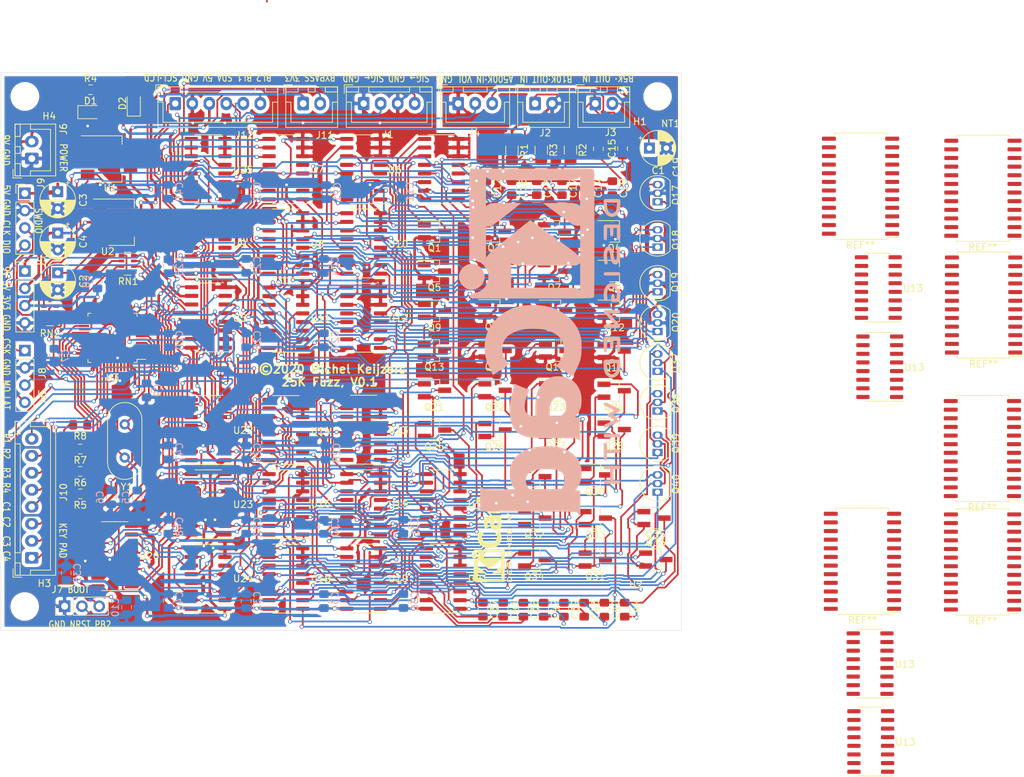
<source format=kicad_pcb>
(kicad_pcb (version 20171130) (host pcbnew "(5.1.5)-3")
  (layers (0 F.Cu signal) (31 B.Cu signal) (34 B.Paste user) (35 F.Paste user) (36 B.SilkS user) (37 F.SilkS user) (38 B.Mask user) (39 F.Mask user) (44 Edge.Cuts user))
  (net 0 "")
  (net 1 "Net-(C1-Pad1)")
  (net 2 GND)
  (net 3 "Net-(C2-Pad1)")
  (net 4 +5V)
  (net 5 +3V3)
  (net 6 "Net-(C5-Pad1)")
  (net 7 "Net-(C6-Pad1)")
  (net 8 /Mcu/NRST)
  (net 9 "Net-(C12-Pad2)")
  (net 10 "Net-(C13-Pad2)")
  (net 11 "Net-(C14-Pad2)")
  (net 12 "Net-(C15-Pad2)")
  (net 13 "Net-(C16-Pad2)")
  (net 14 "Net-(C17-Pad2)")
  (net 15 "Net-(C18-Pad2)")
  (net 16 "Net-(C19-Pad2)")
  (net 17 "Net-(C37-Pad2)")
  (net 18 /CapacitorsD/CAPACITOR_AUDIO_OUTPUT)
  (net 19 "Net-(C38-Pad2)")
  (net 20 "Net-(C39-Pad2)")
  (net 21 "Net-(C40-Pad2)")
  (net 22 "Net-(C41-Pad2)")
  (net 23 "Net-(C42-Pad2)")
  (net 24 "Net-(C43-Pad2)")
  (net 25 "Net-(C44-Pad2)")
  (net 26 "Net-(D1-Pad2)")
  (net 27 +9V)
  (net 28 /TransistorsC/EMITTER)
  (net 29 /Mcu/PB2)
  (net 30 /GPIO_LATCH)
  (net 31 /SPI2_MOSI)
  (net 32 /SPI2_CSK)
  (net 33 /Mcu/SYS_JTICK_SWCLK)
  (net 34 /Mcu/SYS_JTMS_SWDIO)
  (net 35 /Mcu/GPIO_KEYPAD_ROW_1)
  (net 36 /Mcu/GPIO_KEYPAD_ROW_2)
  (net 37 /Mcu/GPIO_KEYPAD_ROW_3)
  (net 38 /Mcu/GPIO_KEYPAD_ROW_4)
  (net 39 /Mcu/I2C1_SCL)
  (net 40 /Mcu/I2C1_SDA)
  (net 41 /TransistorsB/1_COLLECTOR)
  (net 42 /TransistorsB/2_COLLECTOR)
  (net 43 /TransistorsB/3_COLLECTOR)
  (net 44 /TransistorsB/4_COLLECTOR)
  (net 45 /TransistorsB/5_COLLECTOR)
  (net 46 /TransistorsB/6_COLLECTOR)
  (net 47 /TransistorsB/7_COLLECTOR)
  (net 48 /TransistorsB/8_COLLECTOR)
  (net 49 /TransistorsB/9_COLLECTOR)
  (net 50 /TransistorsB/10_COLLECTOR)
  (net 51 /TransistorsB/11_COLLECTOR)
  (net 52 /TransistorsB/12_COLLECTOR)
  (net 53 /TransistorsB/13_COLLECTOR)
  (net 54 /TransistorsB/14_COLLECTOR)
  (net 55 /TransistorsB/15_COLLECTOR)
  (net 56 /TransistorsB/16_COLLECTOR)
  (net 57 /TransistorsB/17_COLLECTOR)
  (net 58 /TransistorsB/18_COLLECTOR)
  (net 59 /TransistorsB/19_COLLECTOR)
  (net 60 /TransistorsB/20_COLLECTOR)
  (net 61 /TransistorsC/1_COLLECTOR)
  (net 62 /TransistorsC/2_COLLECTOR)
  (net 63 /TransistorsC/3_COLLECTOR)
  (net 64 /TransistorsC/4_COLLECTOR)
  (net 65 /TransistorsC/5_COLLECTOR)
  (net 66 /TransistorsC/6_COLLECTOR)
  (net 67 /TransistorsC/7_COLLECTOR)
  (net 68 /TransistorsC/8_COLLECTOR)
  (net 69 /TransistorsC/9_COLLECTOR)
  (net 70 /TransistorsC/10_COLLECTOR)
  (net 71 /TransistorsC/11_COLLECTOR)
  (net 72 /TransistorsC/12_COLLECTOR)
  (net 73 /TransistorsC/13_COLLECTOR)
  (net 74 /TransistorsC/14_COLLECTOR)
  (net 75 /TransistorsC/15_COLLECTOR)
  (net 76 /TransistorsC/16_COLLECTOR)
  (net 77 /TransistorsC/17_COLLECTOR)
  (net 78 /TransistorsC/18_COLLECTOR)
  (net 79 /TransistorsC/19_COLLECTOR)
  (net 80 /TransistorsC/20_COLLECTOR)
  (net 81 /CapacitorsD/CAPACITOR_AUDIO_INPUT)
  (net 82 /Mcu/GPIO_KEYPAD_COLUMN_4)
  (net 83 /Mcu/GPIO_KEYPAD_COLUMN_3)
  (net 84 /Mcu/GPIO_KEYPAD_COLUMN_2)
  (net 85 /Mcu/GPIO_KEYPAD_COLUMN_1)
  (net 86 "Net-(U3-Pad1)")
  (net 87 "Net-(U3-Pad2)")
  (net 88 "Net-(U3-Pad3)")
  (net 89 "Net-(U3-Pad4)")
  (net 90 "Net-(U3-Pad8)")
  (net 91 "Net-(U3-Pad9)")
  (net 92 "Net-(U3-Pad10)")
  (net 93 "Net-(U3-Pad11)")
  (net 94 "Net-(U3-Pad14)")
  (net 95 "Net-(U3-Pad15)")
  (net 96 "Net-(U3-Pad17)")
  (net 97 "Net-(U3-Pad21)")
  (net 98 "Net-(U3-Pad22)")
  (net 99 "Net-(U3-Pad25)")
  (net 100 "Net-(U3-Pad32)")
  (net 101 "Net-(U3-Pad33)")
  (net 102 "Net-(U3-Pad45)")
  (net 103 "Net-(U3-Pad46)")
  (net 104 /CAPACITOR_A_SELECTION_2)
  (net 105 /CAPACITOR_A_SELECTION_1)
  (net 106 /CAPACITOR_A_SELECTION_0)
  (net 107 /TRANSISTOR_B_GROUP_SELECTION_1)
  (net 108 /TRANSISTOR_B_GROUP_SELECTION_2)
  (net 109 /TRANSISTOR_B_SELECTION_0)
  (net 110 /TRANSISTOR_B_SELECTION_1)
  (net 111 /ShiftRegistersCD/COMPONENT_SELECTION_INPUT)
  (net 112 /TRANSISTOR_B_GROUP_SELECTION_0)
  (net 113 /TransistorsB/TG_1_COLLECTOR)
  (net 114 "Net-(U7-Pad2)")
  (net 115 "Net-(U7-Pad4)")
  (net 116 "Net-(U7-Pad5)")
  (net 117 /TransistorsB/TG_2_COLLECTOR)
  (net 118 /TransistorsB/TG_3_COLLECTOR)
  (net 119 /TransistorsB/TG_4_COLLECTOR)
  (net 120 "Net-(U9-Pad5)")
  (net 121 "Net-(U9-Pad4)")
  (net 122 "Net-(U9-Pad2)")
  (net 123 /TransistorsB/TG_5_COLLECTOR)
  (net 124 /TransistorsC/TG_1_COLLECTOR)
  (net 125 /TRANSISTOR_C_SELECTION_1)
  (net 126 /TRANSISTOR_C_SELECTION_0)
  (net 127 "Net-(U14-Pad2)")
  (net 128 "Net-(U14-Pad4)")
  (net 129 "Net-(U14-Pad5)")
  (net 130 /TRANSISTOR_C_GROUP_SELECTION_2)
  (net 131 /TRANSISTOR_C_GROUP_SELECTION_1)
  (net 132 /TRANSISTOR_C_GROUP_SELECTION_0)
  (net 133 /TransistorsC/TG_2_COLLECTOR)
  (net 134 /TransistorsC/TG_3_COLLECTOR)
  (net 135 /TransistorsC/TG_4_COLLECTOR)
  (net 136 "Net-(U16-Pad5)")
  (net 137 "Net-(U16-Pad4)")
  (net 138 "Net-(U16-Pad2)")
  (net 139 /TransistorsC/TG_5_COLLECTOR)
  (net 140 /ShiftRegistersCD/COMPONENT_SELECTION_OUTPUT)
  (net 141 /CAPACITOR_D_SELECTION_2)
  (net 142 /CAPACITOR_D_SELECTION_1)
  (net 143 /CAPACITOR_D_SELECTION_0)
  (net 144 /TransistorsB/BASE)
  (net 145 /TransistorsB/1_BASE)
  (net 146 /TransistorsB/2_BASE)
  (net 147 /TransistorsB/3_BASE)
  (net 148 /TransistorsB/4_BASE)
  (net 149 /TransistorsB/5_BASE)
  (net 150 /TransistorsB/6_BASE)
  (net 151 /TransistorsB/7_BASE)
  (net 152 /TransistorsB/8_BASE)
  (net 153 /TransistorsB/9_BASE)
  (net 154 /TransistorsB/10_BASE)
  (net 155 /TransistorsB/11_BASE)
  (net 156 /TransistorsB/12_BASE)
  (net 157 /TransistorsB/13_BASE)
  (net 158 /TransistorsB/14_BASE)
  (net 159 /TransistorsB/15_BASE)
  (net 160 /TransistorsB/16_BASE)
  (net 161 /TransistorsB/17_BASE)
  (net 162 /TransistorsB/18_BASE)
  (net 163 /TransistorsB/19_BASE)
  (net 164 /TransistorsB/20_BASE)
  (net 165 /TransistorsC/1_BASE)
  (net 166 /TransistorsC/2_BASE)
  (net 167 /TransistorsC/3_BASE)
  (net 168 /TransistorsC/4_BASE)
  (net 169 /TransistorsC/5_BASE)
  (net 170 /TransistorsC/6_BASE)
  (net 171 /TransistorsC/7_BASE)
  (net 172 /TransistorsC/8_BASE)
  (net 173 /TransistorsC/9_BASE)
  (net 174 /TransistorsC/10_BASE)
  (net 175 /TransistorsC/11_BASE)
  (net 176 /TransistorsC/12_BASE)
  (net 177 /TransistorsC/13_BASE)
  (net 178 /TransistorsC/14_BASE)
  (net 179 /TransistorsC/15_BASE)
  (net 180 /TransistorsC/16_BASE)
  (net 181 /TransistorsC/17_BASE)
  (net 182 /TransistorsC/18_BASE)
  (net 183 /TransistorsC/19_BASE)
  (net 184 /TransistorsC/20_BASE)
  (net 185 /TransistorsC/BASE)
  (net 186 /TransistorsB/TG_1_BASE)
  (net 187 /TransistorsB/TG_5_BASE)
  (net 188 /TransistorsB/TG_4_BASE)
  (net 189 /TransistorsB/TG_2_BASE)
  (net 190 /TransistorsB/TG_3_BASE)
  (net 191 /TransistorsC/TG_1_BASE)
  (net 192 /TransistorsC/TG_5_BASE)
  (net 193 /TransistorsC/TG_4_BASE)
  (net 194 /TransistorsC/TG_2_BASE)
  (net 195 /TransistorsC/TG_3_BASE)
  (net 196 /TRANSISTOR_B_GROUP_SELECTION_3V3_1)
  (net 197 /TRANSISTOR_B_GROUP_SELECTION_3V3_2)
  (net 198 /TRANSISTOR_B_SELECTION_3V3_0)
  (net 199 /TRANSISTOR_B_SELECTION_3V3_1)
  (net 200 /CAPACITOR_A_SELECTION_3V3_0)
  (net 201 /CAPACITOR_A_SELECTION_3V3_1)
  (net 202 /CAPACITOR_A_SELECTION_3V3_2)
  (net 203 /TRANSISTOR_B_GROUP_SELECTION_3V3_0)
  (net 204 /TRANSISTOR_C_GROUP_SELECTION_3V3_0)
  (net 205 /CAPACITOR_D_SELECTION_3V3_2)
  (net 206 /CAPACITOR_D_SELECTION_3V3_1)
  (net 207 /CAPACITOR_D_SELECTION_3V3_0)
  (net 208 /TRANSISTOR_C_SELECTION_3V3_1)
  (net 209 /TRANSISTOR_C_SELECTION_3V3_0)
  (net 210 /TRANSISTOR_C_GROUP_SELECTION_3V3_2)
  (net 211 /TRANSISTOR_C_GROUP_SELECTION_3V3_1)
  (net 212 "Net-(U24-Pad6)")
  (net 213 /AudioInOut/JACK_OUT_SIGNAL)
  (net 214 /AudioInOut/JACK_IN_SIGNAL)
  (net 215 /JACK_OUT_SIGNAL_FROM_FUZZ)
  (net 216 /JACK_IN_SIGNAL_THROUGH_FUZZ)
  (net 217 "Net-(U25-Pad1)")
  (net 218 /1602_BACK_LIGHT_PIN_2)
  (net 219 /1602_BACK_LIGHT_PIN_1)
  (net 220 /Mcu/BYPASS_SWITCH_3V3)
  (net 221 /BYPASS_MODE_3V3)
  (net 222 "Net-(U3-Pad18)")
  (net 223 "Net-(U3-Pad19)")
  (net 224 /BYPASS_MODE)
  (net 225 "Net-(U25-Pad3)")
  (net 226 "Net-(J10-Pad1)")
  (net 227 "Net-(J10-Pad2)")
  (net 228 "Net-(J10-Pad3)")
  (net 229 "Net-(J10-Pad4)")
  (net 230 "Net-(RN1-Pad5)")
  (net 231 "Net-(RN1-Pad4)")
  (net 232 /Mcu/SPI2_CSK_MCU)
  (net 233 /Mcu/SPI2_MOSI_MCU)
  (net 234 /Mcu/GPIO_LATCH_MCU)
  (net 235 /Mcu/I2C1_SDA_MCU)
  (net 236 /Mcu/SYS_JTICK_SWCLK_MCU)
  (net 237 /Mcu/I2C1_SCL_MCU)
  (net 238 /Mcu/SYS_JTMS_SWDIO_MCU)
  (net 239 GNDA)
  (module Package_SO:SOIC-16_3.9x9.9mm_P1.27mm (layer F.Cu) (at 157.725 116.9 180)
    (fp_text reference U13 (at -5.088 -0.1) (layer F.SilkS))
    (fp_text value CD4052B)
    (pad 16 smd roundrect (at 2.475 -4.445 180) (size 1.95 0.6) (layers F.Cu F.Paste F.Mask))
    (pad 15 smd roundrect (at 2.475 -3.175 180) (size 1.95 0.6) (layers F.Cu F.Paste F.Mask))
    (pad 14 smd roundrect (at 2.475 -1.905 180) (size 1.95 0.6) (layers F.Cu F.Paste F.Mask))
    (pad 13 smd roundrect (at 2.475 -0.635 180) (size 1.95 0.6) (layers F.Cu F.Paste F.Mask))
    (pad 12 smd roundrect (at 2.475 0.635 180) (size 1.95 0.6) (layers F.Cu F.Paste F.Mask))
    (pad 11 smd roundrect (at 2.475 1.905 180) (size 1.95 0.6) (layers F.Cu F.Paste F.Mask))
    (pad 10 smd roundrect (at 2.475 3.175 180) (size 1.95 0.6) (layers F.Cu F.Paste F.Mask))
    (pad 9 smd roundrect (at 2.475 4.445 180) (size 1.95 0.6) (layers F.Cu F.Paste F.Mask))
    (pad 8 smd roundrect (at -2.475 4.445 180) (size 1.95 0.6) (layers F.Cu F.Paste F.Mask))
    (pad 7 smd roundrect (at -2.475 3.175 180) (size 1.95 0.6) (layers F.Cu F.Paste F.Mask))
    (pad 6 smd roundrect (at -2.475 1.905 180) (size 1.95 0.6) (layers F.Cu F.Paste F.Mask))
    (pad 5 smd roundrect (at -2.475 0.635 180) (size 1.95 0.6) (layers F.Cu F.Paste F.Mask))
    (pad 4 smd roundrect (at -2.475 -0.635 180) (size 1.95 0.6) (layers F.Cu F.Paste F.Mask))
    (pad 3 smd roundrect (at -2.475 -1.905 180) (size 1.95 0.6) (layers F.Cu F.Paste F.Mask))
    (pad 2 smd roundrect (at -2.475 -3.175 180) (size 1.95 0.6) (layers F.Cu F.Paste F.Mask))
    (pad 1 smd roundrect (at -2.475 -4.445 180) (size 1.95 0.6) (layers F.Cu F.Paste F.Mask))
  )
  (module Package_SO:SOIC-16_3.9x9.9mm_P1.27mm (layer F.Cu) (at 157.825 128.35 180)
    (fp_text reference U13 (at -5.088 -0.1) (layer F.SilkS))
    (fp_text value CD4052B)
    (pad 16 smd roundrect (at 2.475 -4.445 180) (size 1.95 0.6) (layers F.Cu F.Paste F.Mask))
    (pad 15 smd roundrect (at 2.475 -3.175 180) (size 1.95 0.6) (layers F.Cu F.Paste F.Mask))
    (pad 14 smd roundrect (at 2.475 -1.905 180) (size 1.95 0.6) (layers F.Cu F.Paste F.Mask))
    (pad 13 smd roundrect (at 2.475 -0.635 180) (size 1.95 0.6) (layers F.Cu F.Paste F.Mask))
    (pad 12 smd roundrect (at 2.475 0.635 180) (size 1.95 0.6) (layers F.Cu F.Paste F.Mask))
    (pad 11 smd roundrect (at 2.475 1.905 180) (size 1.95 0.6) (layers F.Cu F.Paste F.Mask))
    (pad 10 smd roundrect (at 2.475 3.175 180) (size 1.95 0.6) (layers F.Cu F.Paste F.Mask))
    (pad 9 smd roundrect (at 2.475 4.445 180) (size 1.95 0.6) (layers F.Cu F.Paste F.Mask))
    (pad 8 smd roundrect (at -2.475 4.445 180) (size 1.95 0.6) (layers F.Cu F.Paste F.Mask))
    (pad 7 smd roundrect (at -2.475 3.175 180) (size 1.95 0.6) (layers F.Cu F.Paste F.Mask))
    (pad 6 smd roundrect (at -2.475 1.905 180) (size 1.95 0.6) (layers F.Cu F.Paste F.Mask))
    (pad 5 smd roundrect (at -2.475 0.635 180) (size 1.95 0.6) (layers F.Cu F.Paste F.Mask))
    (pad 4 smd roundrect (at -2.475 -0.635 180) (size 1.95 0.6) (layers F.Cu F.Paste F.Mask))
    (pad 3 smd roundrect (at -2.475 -1.905 180) (size 1.95 0.6) (layers F.Cu F.Paste F.Mask))
    (pad 2 smd roundrect (at -2.475 -3.175 180) (size 1.95 0.6) (layers F.Cu F.Paste F.Mask))
    (pad 1 smd roundrect (at -2.475 -4.445 180) (size 1.95 0.6) (layers F.Cu F.Paste F.Mask))
  )
  (module Package_SO:SOIC-16_3.9x9.9mm_P1.27mm (layer F.Cu) (at 158.937 61.6 180)
    (fp_text reference U13 (at -5.088 -0.1) (layer F.SilkS))
    (fp_text value CD4052B)
    (pad 16 smd roundrect (at 2.475 -4.445 180) (size 1.95 0.6) (layers F.Cu F.Paste F.Mask))
    (pad 15 smd roundrect (at 2.475 -3.175 180) (size 1.95 0.6) (layers F.Cu F.Paste F.Mask))
    (pad 14 smd roundrect (at 2.475 -1.905 180) (size 1.95 0.6) (layers F.Cu F.Paste F.Mask))
    (pad 13 smd roundrect (at 2.475 -0.635 180) (size 1.95 0.6) (layers F.Cu F.Paste F.Mask))
    (pad 12 smd roundrect (at 2.475 0.635 180) (size 1.95 0.6) (layers F.Cu F.Paste F.Mask))
    (pad 11 smd roundrect (at 2.475 1.905 180) (size 1.95 0.6) (layers F.Cu F.Paste F.Mask))
    (pad 10 smd roundrect (at 2.475 3.175 180) (size 1.95 0.6) (layers F.Cu F.Paste F.Mask))
    (pad 9 smd roundrect (at 2.475 4.445 180) (size 1.95 0.6) (layers F.Cu F.Paste F.Mask))
    (pad 8 smd roundrect (at -2.475 4.445 180) (size 1.95 0.6) (layers F.Cu F.Paste F.Mask))
    (pad 7 smd roundrect (at -2.475 3.175 180) (size 1.95 0.6) (layers F.Cu F.Paste F.Mask))
    (pad 6 smd roundrect (at -2.475 1.905 180) (size 1.95 0.6) (layers F.Cu F.Paste F.Mask))
    (pad 5 smd roundrect (at -2.475 0.635 180) (size 1.95 0.6) (layers F.Cu F.Paste F.Mask))
    (pad 4 smd roundrect (at -2.475 -0.635 180) (size 1.95 0.6) (layers F.Cu F.Paste F.Mask))
    (pad 3 smd roundrect (at -2.475 -1.905 180) (size 1.95 0.6) (layers F.Cu F.Paste F.Mask))
    (pad 2 smd roundrect (at -2.475 -3.175 180) (size 1.95 0.6) (layers F.Cu F.Paste F.Mask))
    (pad 1 smd roundrect (at -2.475 -4.445 180) (size 1.95 0.6) (layers F.Cu F.Paste F.Mask))
  )
  (module Package_SO:SOIC-16_3.9x9.9mm_P1.27mm (layer F.Cu) (at 159.15 73.25 180)
    (fp_text reference U13 (at -5.088 -0.1) (layer F.SilkS))
    (fp_text value CD4052B)
    (pad 16 smd roundrect (at 2.475 -4.445 180) (size 1.95 0.6) (layers F.Cu F.Paste F.Mask))
    (pad 15 smd roundrect (at 2.475 -3.175 180) (size 1.95 0.6) (layers F.Cu F.Paste F.Mask))
    (pad 14 smd roundrect (at 2.475 -1.905 180) (size 1.95 0.6) (layers F.Cu F.Paste F.Mask))
    (pad 13 smd roundrect (at 2.475 -0.635 180) (size 1.95 0.6) (layers F.Cu F.Paste F.Mask))
    (pad 12 smd roundrect (at 2.475 0.635 180) (size 1.95 0.6) (layers F.Cu F.Paste F.Mask))
    (pad 11 smd roundrect (at 2.475 1.905 180) (size 1.95 0.6) (layers F.Cu F.Paste F.Mask))
    (pad 10 smd roundrect (at 2.475 3.175 180) (size 1.95 0.6) (layers F.Cu F.Paste F.Mask))
    (pad 9 smd roundrect (at 2.475 4.445 180) (size 1.95 0.6) (layers F.Cu F.Paste F.Mask))
    (pad 8 smd roundrect (at -2.475 4.445 180) (size 1.95 0.6) (layers F.Cu F.Paste F.Mask))
    (pad 7 smd roundrect (at -2.475 3.175 180) (size 1.95 0.6) (layers F.Cu F.Paste F.Mask))
    (pad 6 smd roundrect (at -2.475 1.905 180) (size 1.95 0.6) (layers F.Cu F.Paste F.Mask))
    (pad 5 smd roundrect (at -2.475 0.635 180) (size 1.95 0.6) (layers F.Cu F.Paste F.Mask))
    (pad 4 smd roundrect (at -2.475 -0.635 180) (size 1.95 0.6) (layers F.Cu F.Paste F.Mask))
    (pad 3 smd roundrect (at -2.475 -1.905 180) (size 1.95 0.6) (layers F.Cu F.Paste F.Mask))
    (pad 2 smd roundrect (at -2.475 -3.175 180) (size 1.95 0.6) (layers F.Cu F.Paste F.Mask))
    (pad 1 smd roundrect (at -2.475 -4.445 180) (size 1.95 0.6) (layers F.Cu F.Paste F.Mask))
  )
  (module Package_SO:SOIC-24W_7.5x15.4mm_P1.27mm (layer F.Cu) (at 156.325 46.7 180)
    (fp_text reference REF** (at 0 -8.65) (layer F.SilkS))
    (fp_text value SOIC-24W_7.5x15.4mm_P1.27mm)
    (pad 1 smd roundrect (at -4.65 -6.985 180) (size 2.05 0.6) (layers F.Cu F.Paste F.Mask))
    (pad 2 smd roundrect (at -4.65 -5.715 180) (size 2.05 0.6) (layers F.Cu F.Paste F.Mask))
    (pad 3 smd roundrect (at -4.65 -4.445 180) (size 2.05 0.6) (layers F.Cu F.Paste F.Mask))
    (pad 4 smd roundrect (at -4.65 -3.175 180) (size 2.05 0.6) (layers F.Cu F.Paste F.Mask))
    (pad 5 smd roundrect (at -4.65 -1.905 180) (size 2.05 0.6) (layers F.Cu F.Paste F.Mask))
    (pad 6 smd roundrect (at -4.65 -0.635 180) (size 2.05 0.6) (layers F.Cu F.Paste F.Mask))
    (pad 7 smd roundrect (at -4.65 0.635 180) (size 2.05 0.6) (layers F.Cu F.Paste F.Mask))
    (pad 8 smd roundrect (at -4.65 1.905 180) (size 2.05 0.6) (layers F.Cu F.Paste F.Mask))
    (pad 9 smd roundrect (at -4.65 3.175 180) (size 2.05 0.6) (layers F.Cu F.Paste F.Mask))
    (pad 10 smd roundrect (at -4.65 4.445 180) (size 2.05 0.6) (layers F.Cu F.Paste F.Mask))
    (pad 11 smd roundrect (at -4.65 5.715 180) (size 2.05 0.6) (layers F.Cu F.Paste F.Mask))
    (pad 12 smd roundrect (at -4.65 6.985 180) (size 2.05 0.6) (layers F.Cu F.Paste F.Mask))
    (pad 13 smd roundrect (at 4.65 6.985 180) (size 2.05 0.6) (layers F.Cu F.Paste F.Mask))
    (pad 14 smd roundrect (at 4.65 5.715 180) (size 2.05 0.6) (layers F.Cu F.Paste F.Mask))
    (pad 15 smd roundrect (at 4.65 4.445 180) (size 2.05 0.6) (layers F.Cu F.Paste F.Mask))
    (pad 16 smd roundrect (at 4.65 3.175 180) (size 2.05 0.6) (layers F.Cu F.Paste F.Mask))
    (pad 17 smd roundrect (at 4.65 1.905 180) (size 2.05 0.6) (layers F.Cu F.Paste F.Mask))
    (pad 18 smd roundrect (at 4.65 0.635 180) (size 2.05 0.6) (layers F.Cu F.Paste F.Mask))
    (pad 19 smd roundrect (at 4.65 -0.635 180) (size 2.05 0.6) (layers F.Cu F.Paste F.Mask))
    (pad 20 smd roundrect (at 4.65 -1.905 180) (size 2.05 0.6) (layers F.Cu F.Paste F.Mask))
    (pad 21 smd roundrect (at 4.65 -3.175 180) (size 2.05 0.6) (layers F.Cu F.Paste F.Mask))
    (pad 22 smd roundrect (at 4.65 -4.445 180) (size 2.05 0.6) (layers F.Cu F.Paste F.Mask))
    (pad 23 smd roundrect (at 4.65 -5.715 180) (size 2.05 0.6) (layers F.Cu F.Paste F.Mask))
    (pad 24 smd roundrect (at 4.65 -6.985 180) (size 2.05 0.6) (layers F.Cu F.Paste F.Mask))
  )
  (module Package_SO:SOIC-24W_7.5x15.4mm_P1.27mm (layer F.Cu) (at 156.6 101.85 180)
    (fp_text reference REF** (at 0 -8.65) (layer F.SilkS))
    (fp_text value SOIC-24W_7.5x15.4mm_P1.27mm)
    (pad 1 smd roundrect (at -4.65 -6.985 180) (size 2.05 0.6) (layers F.Cu F.Paste F.Mask))
    (pad 2 smd roundrect (at -4.65 -5.715 180) (size 2.05 0.6) (layers F.Cu F.Paste F.Mask))
    (pad 3 smd roundrect (at -4.65 -4.445 180) (size 2.05 0.6) (layers F.Cu F.Paste F.Mask))
    (pad 4 smd roundrect (at -4.65 -3.175 180) (size 2.05 0.6) (layers F.Cu F.Paste F.Mask))
    (pad 5 smd roundrect (at -4.65 -1.905 180) (size 2.05 0.6) (layers F.Cu F.Paste F.Mask))
    (pad 6 smd roundrect (at -4.65 -0.635 180) (size 2.05 0.6) (layers F.Cu F.Paste F.Mask))
    (pad 7 smd roundrect (at -4.65 0.635 180) (size 2.05 0.6) (layers F.Cu F.Paste F.Mask))
    (pad 8 smd roundrect (at -4.65 1.905 180) (size 2.05 0.6) (layers F.Cu F.Paste F.Mask))
    (pad 9 smd roundrect (at -4.65 3.175 180) (size 2.05 0.6) (layers F.Cu F.Paste F.Mask))
    (pad 10 smd roundrect (at -4.65 4.445 180) (size 2.05 0.6) (layers F.Cu F.Paste F.Mask))
    (pad 11 smd roundrect (at -4.65 5.715 180) (size 2.05 0.6) (layers F.Cu F.Paste F.Mask))
    (pad 12 smd roundrect (at -4.65 6.985 180) (size 2.05 0.6) (layers F.Cu F.Paste F.Mask))
    (pad 13 smd roundrect (at 4.65 6.985 180) (size 2.05 0.6) (layers F.Cu F.Paste F.Mask))
    (pad 14 smd roundrect (at 4.65 5.715 180) (size 2.05 0.6) (layers F.Cu F.Paste F.Mask))
    (pad 15 smd roundrect (at 4.65 4.445 180) (size 2.05 0.6) (layers F.Cu F.Paste F.Mask))
    (pad 16 smd roundrect (at 4.65 3.175 180) (size 2.05 0.6) (layers F.Cu F.Paste F.Mask))
    (pad 17 smd roundrect (at 4.65 1.905 180) (size 2.05 0.6) (layers F.Cu F.Paste F.Mask))
    (pad 18 smd roundrect (at 4.65 0.635 180) (size 2.05 0.6) (layers F.Cu F.Paste F.Mask))
    (pad 19 smd roundrect (at 4.65 -0.635 180) (size 2.05 0.6) (layers F.Cu F.Paste F.Mask))
    (pad 20 smd roundrect (at 4.65 -1.905 180) (size 2.05 0.6) (layers F.Cu F.Paste F.Mask))
    (pad 21 smd roundrect (at 4.65 -3.175 180) (size 2.05 0.6) (layers F.Cu F.Paste F.Mask))
    (pad 22 smd roundrect (at 4.65 -4.445 180) (size 2.05 0.6) (layers F.Cu F.Paste F.Mask))
    (pad 23 smd roundrect (at 4.65 -5.715 180) (size 2.05 0.6) (layers F.Cu F.Paste F.Mask))
    (pad 24 smd roundrect (at 4.65 -6.985 180) (size 2.05 0.6) (layers F.Cu F.Paste F.Mask))
  )
  (module Package_SO:SOIC-24W_7.5x15.4mm_P1.27mm (layer F.Cu) (at 174.3 47 180)
    (fp_text reference REF** (at 0 -8.65) (layer F.SilkS))
    (fp_text value SOIC-24W_7.5x15.4mm_P1.27mm)
    (pad 1 smd roundrect (at -4.65 -6.985 180) (size 2.05 0.6) (layers F.Cu F.Paste F.Mask))
    (pad 2 smd roundrect (at -4.65 -5.715 180) (size 2.05 0.6) (layers F.Cu F.Paste F.Mask))
    (pad 3 smd roundrect (at -4.65 -4.445 180) (size 2.05 0.6) (layers F.Cu F.Paste F.Mask))
    (pad 4 smd roundrect (at -4.65 -3.175 180) (size 2.05 0.6) (layers F.Cu F.Paste F.Mask))
    (pad 5 smd roundrect (at -4.65 -1.905 180) (size 2.05 0.6) (layers F.Cu F.Paste F.Mask))
    (pad 6 smd roundrect (at -4.65 -0.635 180) (size 2.05 0.6) (layers F.Cu F.Paste F.Mask))
    (pad 7 smd roundrect (at -4.65 0.635 180) (size 2.05 0.6) (layers F.Cu F.Paste F.Mask))
    (pad 8 smd roundrect (at -4.65 1.905 180) (size 2.05 0.6) (layers F.Cu F.Paste F.Mask))
    (pad 9 smd roundrect (at -4.65 3.175 180) (size 2.05 0.6) (layers F.Cu F.Paste F.Mask))
    (pad 10 smd roundrect (at -4.65 4.445 180) (size 2.05 0.6) (layers F.Cu F.Paste F.Mask))
    (pad 11 smd roundrect (at -4.65 5.715 180) (size 2.05 0.6) (layers F.Cu F.Paste F.Mask))
    (pad 12 smd roundrect (at -4.65 6.985 180) (size 2.05 0.6) (layers F.Cu F.Paste F.Mask))
    (pad 13 smd roundrect (at 4.65 6.985 180) (size 2.05 0.6) (layers F.Cu F.Paste F.Mask))
    (pad 14 smd roundrect (at 4.65 5.715 180) (size 2.05 0.6) (layers F.Cu F.Paste F.Mask))
    (pad 15 smd roundrect (at 4.65 4.445 180) (size 2.05 0.6) (layers F.Cu F.Paste F.Mask))
    (pad 16 smd roundrect (at 4.65 3.175 180) (size 2.05 0.6) (layers F.Cu F.Paste F.Mask))
    (pad 17 smd roundrect (at 4.65 1.905 180) (size 2.05 0.6) (layers F.Cu F.Paste F.Mask))
    (pad 18 smd roundrect (at 4.65 0.635 180) (size 2.05 0.6) (layers F.Cu F.Paste F.Mask))
    (pad 19 smd roundrect (at 4.65 -0.635 180) (size 2.05 0.6) (layers F.Cu F.Paste F.Mask))
    (pad 20 smd roundrect (at 4.65 -1.905 180) (size 2.05 0.6) (layers F.Cu F.Paste F.Mask))
    (pad 21 smd roundrect (at 4.65 -3.175 180) (size 2.05 0.6) (layers F.Cu F.Paste F.Mask))
    (pad 22 smd roundrect (at 4.65 -4.445 180) (size 2.05 0.6) (layers F.Cu F.Paste F.Mask))
    (pad 23 smd roundrect (at 4.65 -5.715 180) (size 2.05 0.6) (layers F.Cu F.Paste F.Mask))
    (pad 24 smd roundrect (at 4.65 -6.985 180) (size 2.05 0.6) (layers F.Cu F.Paste F.Mask))
  )
  (module Package_SO:SOIC-24W_7.5x15.4mm_P1.27mm (layer F.Cu) (at 174.4 64.175 180)
    (fp_text reference REF** (at 0 -8.65) (layer F.SilkS))
    (fp_text value SOIC-24W_7.5x15.4mm_P1.27mm)
    (pad 1 smd roundrect (at -4.65 -6.985 180) (size 2.05 0.6) (layers F.Cu F.Paste F.Mask))
    (pad 2 smd roundrect (at -4.65 -5.715 180) (size 2.05 0.6) (layers F.Cu F.Paste F.Mask))
    (pad 3 smd roundrect (at -4.65 -4.445 180) (size 2.05 0.6) (layers F.Cu F.Paste F.Mask))
    (pad 4 smd roundrect (at -4.65 -3.175 180) (size 2.05 0.6) (layers F.Cu F.Paste F.Mask))
    (pad 5 smd roundrect (at -4.65 -1.905 180) (size 2.05 0.6) (layers F.Cu F.Paste F.Mask))
    (pad 6 smd roundrect (at -4.65 -0.635 180) (size 2.05 0.6) (layers F.Cu F.Paste F.Mask))
    (pad 7 smd roundrect (at -4.65 0.635 180) (size 2.05 0.6) (layers F.Cu F.Paste F.Mask))
    (pad 8 smd roundrect (at -4.65 1.905 180) (size 2.05 0.6) (layers F.Cu F.Paste F.Mask))
    (pad 9 smd roundrect (at -4.65 3.175 180) (size 2.05 0.6) (layers F.Cu F.Paste F.Mask))
    (pad 10 smd roundrect (at -4.65 4.445 180) (size 2.05 0.6) (layers F.Cu F.Paste F.Mask))
    (pad 11 smd roundrect (at -4.65 5.715 180) (size 2.05 0.6) (layers F.Cu F.Paste F.Mask))
    (pad 12 smd roundrect (at -4.65 6.985 180) (size 2.05 0.6) (layers F.Cu F.Paste F.Mask))
    (pad 13 smd roundrect (at 4.65 6.985 180) (size 2.05 0.6) (layers F.Cu F.Paste F.Mask))
    (pad 14 smd roundrect (at 4.65 5.715 180) (size 2.05 0.6) (layers F.Cu F.Paste F.Mask))
    (pad 15 smd roundrect (at 4.65 4.445 180) (size 2.05 0.6) (layers F.Cu F.Paste F.Mask))
    (pad 16 smd roundrect (at 4.65 3.175 180) (size 2.05 0.6) (layers F.Cu F.Paste F.Mask))
    (pad 17 smd roundrect (at 4.65 1.905 180) (size 2.05 0.6) (layers F.Cu F.Paste F.Mask))
    (pad 18 smd roundrect (at 4.65 0.635 180) (size 2.05 0.6) (layers F.Cu F.Paste F.Mask))
    (pad 19 smd roundrect (at 4.65 -0.635 180) (size 2.05 0.6) (layers F.Cu F.Paste F.Mask))
    (pad 20 smd roundrect (at 4.65 -1.905 180) (size 2.05 0.6) (layers F.Cu F.Paste F.Mask))
    (pad 21 smd roundrect (at 4.65 -3.175 180) (size 2.05 0.6) (layers F.Cu F.Paste F.Mask))
    (pad 22 smd roundrect (at 4.65 -4.445 180) (size 2.05 0.6) (layers F.Cu F.Paste F.Mask))
    (pad 23 smd roundrect (at 4.65 -5.715 180) (size 2.05 0.6) (layers F.Cu F.Paste F.Mask))
    (pad 24 smd roundrect (at 4.65 -6.985 180) (size 2.05 0.6) (layers F.Cu F.Paste F.Mask))
  )
  (module Package_SO:SOIC-24W_7.5x15.4mm_P1.27mm (layer F.Cu) (at 174.25 101.95 180)
    (fp_text reference REF** (at 0 -8.65) (layer F.SilkS))
    (fp_text value SOIC-24W_7.5x15.4mm_P1.27mm)
    (pad 1 smd roundrect (at -4.65 -6.985 180) (size 2.05 0.6) (layers F.Cu F.Paste F.Mask))
    (pad 2 smd roundrect (at -4.65 -5.715 180) (size 2.05 0.6) (layers F.Cu F.Paste F.Mask))
    (pad 3 smd roundrect (at -4.65 -4.445 180) (size 2.05 0.6) (layers F.Cu F.Paste F.Mask))
    (pad 4 smd roundrect (at -4.65 -3.175 180) (size 2.05 0.6) (layers F.Cu F.Paste F.Mask))
    (pad 5 smd roundrect (at -4.65 -1.905 180) (size 2.05 0.6) (layers F.Cu F.Paste F.Mask))
    (pad 6 smd roundrect (at -4.65 -0.635 180) (size 2.05 0.6) (layers F.Cu F.Paste F.Mask))
    (pad 7 smd roundrect (at -4.65 0.635 180) (size 2.05 0.6) (layers F.Cu F.Paste F.Mask))
    (pad 8 smd roundrect (at -4.65 1.905 180) (size 2.05 0.6) (layers F.Cu F.Paste F.Mask))
    (pad 9 smd roundrect (at -4.65 3.175 180) (size 2.05 0.6) (layers F.Cu F.Paste F.Mask))
    (pad 10 smd roundrect (at -4.65 4.445 180) (size 2.05 0.6) (layers F.Cu F.Paste F.Mask))
    (pad 11 smd roundrect (at -4.65 5.715 180) (size 2.05 0.6) (layers F.Cu F.Paste F.Mask))
    (pad 12 smd roundrect (at -4.65 6.985 180) (size 2.05 0.6) (layers F.Cu F.Paste F.Mask))
    (pad 13 smd roundrect (at 4.65 6.985 180) (size 2.05 0.6) (layers F.Cu F.Paste F.Mask))
    (pad 14 smd roundrect (at 4.65 5.715 180) (size 2.05 0.6) (layers F.Cu F.Paste F.Mask))
    (pad 15 smd roundrect (at 4.65 4.445 180) (size 2.05 0.6) (layers F.Cu F.Paste F.Mask))
    (pad 16 smd roundrect (at 4.65 3.175 180) (size 2.05 0.6) (layers F.Cu F.Paste F.Mask))
    (pad 17 smd roundrect (at 4.65 1.905 180) (size 2.05 0.6) (layers F.Cu F.Paste F.Mask))
    (pad 18 smd roundrect (at 4.65 0.635 180) (size 2.05 0.6) (layers F.Cu F.Paste F.Mask))
    (pad 19 smd roundrect (at 4.65 -0.635 180) (size 2.05 0.6) (layers F.Cu F.Paste F.Mask))
    (pad 20 smd roundrect (at 4.65 -1.905 180) (size 2.05 0.6) (layers F.Cu F.Paste F.Mask))
    (pad 21 smd roundrect (at 4.65 -3.175 180) (size 2.05 0.6) (layers F.Cu F.Paste F.Mask))
    (pad 22 smd roundrect (at 4.65 -4.445 180) (size 2.05 0.6) (layers F.Cu F.Paste F.Mask))
    (pad 23 smd roundrect (at 4.65 -5.715 180) (size 2.05 0.6) (layers F.Cu F.Paste F.Mask))
    (pad 24 smd roundrect (at 4.65 -6.985 180) (size 2.05 0.6) (layers F.Cu F.Paste F.Mask))
  )
  (module Package_SO:SOIC-24W_7.5x15.4mm_P1.27mm (layer F.Cu) (at 174.225 85.275 180)
    (fp_text reference REF** (at 0 -8.65) (layer F.SilkS))
    (fp_text value SOIC-24W_7.5x15.4mm_P1.27mm)
    (pad 24 smd roundrect (at 4.65 -6.985 180) (size 2.05 0.6) (layers F.Cu F.Paste F.Mask))
    (pad 23 smd roundrect (at 4.65 -5.715 180) (size 2.05 0.6) (layers F.Cu F.Paste F.Mask))
    (pad 22 smd roundrect (at 4.65 -4.445 180) (size 2.05 0.6) (layers F.Cu F.Paste F.Mask))
    (pad 21 smd roundrect (at 4.65 -3.175 180) (size 2.05 0.6) (layers F.Cu F.Paste F.Mask))
    (pad 20 smd roundrect (at 4.65 -1.905 180) (size 2.05 0.6) (layers F.Cu F.Paste F.Mask))
    (pad 19 smd roundrect (at 4.65 -0.635 180) (size 2.05 0.6) (layers F.Cu F.Paste F.Mask))
    (pad 18 smd roundrect (at 4.65 0.635 180) (size 2.05 0.6) (layers F.Cu F.Paste F.Mask))
    (pad 17 smd roundrect (at 4.65 1.905 180) (size 2.05 0.6) (layers F.Cu F.Paste F.Mask))
    (pad 16 smd roundrect (at 4.65 3.175 180) (size 2.05 0.6) (layers F.Cu F.Paste F.Mask))
    (pad 15 smd roundrect (at 4.65 4.445 180) (size 2.05 0.6) (layers F.Cu F.Paste F.Mask))
    (pad 14 smd roundrect (at 4.65 5.715 180) (size 2.05 0.6) (layers F.Cu F.Paste F.Mask))
    (pad 13 smd roundrect (at 4.65 6.985 180) (size 2.05 0.6) (layers F.Cu F.Paste F.Mask))
    (pad 12 smd roundrect (at -4.65 6.985 180) (size 2.05 0.6) (layers F.Cu F.Paste F.Mask))
    (pad 11 smd roundrect (at -4.65 5.715 180) (size 2.05 0.6) (layers F.Cu F.Paste F.Mask))
    (pad 10 smd roundrect (at -4.65 4.445 180) (size 2.05 0.6) (layers F.Cu F.Paste F.Mask))
    (pad 9 smd roundrect (at -4.65 3.175 180) (size 2.05 0.6) (layers F.Cu F.Paste F.Mask))
    (pad 8 smd roundrect (at -4.65 1.905 180) (size 2.05 0.6) (layers F.Cu F.Paste F.Mask))
    (pad 7 smd roundrect (at -4.65 0.635 180) (size 2.05 0.6) (layers F.Cu F.Paste F.Mask))
    (pad 6 smd roundrect (at -4.65 -0.635 180) (size 2.05 0.6) (layers F.Cu F.Paste F.Mask))
    (pad 5 smd roundrect (at -4.65 -1.905 180) (size 2.05 0.6) (layers F.Cu F.Paste F.Mask))
    (pad 4 smd roundrect (at -4.65 -3.175 180) (size 2.05 0.6) (layers F.Cu F.Paste F.Mask))
    (pad 3 smd roundrect (at -4.65 -4.445 180) (size 2.05 0.6) (layers F.Cu F.Paste F.Mask))
    (pad 2 smd roundrect (at -4.65 -5.715 180) (size 2.05 0.6) (layers F.Cu F.Paste F.Mask))
    (pad 1 smd roundrect (at -4.65 -6.985 180) (size 2.05 0.6) (layers F.Cu F.Paste F.Mask))
  )
  (module Symbol:KiCad-Logo2_20mm_SilkScreen (layer B.Cu) (at 107.2 69.5 270)
    (fp_text reference REF** hide)
    (fp_text value KiCad-Logo2_20mm_SilkScreen hide)
  )
  (module Symbol:KiCad-Logo2_5mm_SilkScreen (layer F.Cu) (at 102.1 98.6 90)
    (fp_text reference REF** hide)
    (fp_text value KiCad-Logo2_5mm_SilkScreen hide)
  )
  (module Package_SO:SOIC-16_3.9x9.9mm_P1.27mm (layer F.Cu) (at 60.452 82.55 180)
    (fp_text reference U22 (at -5.148 -0.05) (layer F.SilkS))
    (fp_text value 4504)
    (pad 16 smd roundrect (at 2.475 -4.445 180) (size 1.95 0.6) (layers F.Cu F.Paste F.Mask) (net 27 +9V))
    (pad 15 smd roundrect (at 2.475 -3.175 180) (size 1.95 0.6) (layers F.Cu F.Paste F.Mask) (net 108 /TRANSISTOR_B_GROUP_SELECTION_2))
    (pad 14 smd roundrect (at 2.475 -1.905 180) (size 1.95 0.6) (layers F.Cu F.Paste F.Mask) (net 197 /TRANSISTOR_B_GROUP_SELECTION_3V3_2))
    (pad 13 smd roundrect (at 2.475 -0.635 180) (size 1.95 0.6) (layers F.Cu F.Paste F.Mask) (net 2 GND))
    (pad 12 smd roundrect (at 2.475 0.635 180) (size 1.95 0.6) (layers F.Cu F.Paste F.Mask) (net 107 /TRANSISTOR_B_GROUP_SELECTION_1))
    (pad 11 smd roundrect (at 2.475 1.905 180) (size 1.95 0.6) (layers F.Cu F.Paste F.Mask) (net 196 /TRANSISTOR_B_GROUP_SELECTION_3V3_1))
    (pad 10 smd roundrect (at 2.475 3.175 180) (size 1.95 0.6) (layers F.Cu F.Paste F.Mask) (net 112 /TRANSISTOR_B_GROUP_SELECTION_0))
    (pad 9 smd roundrect (at 2.475 4.445 180) (size 1.95 0.6) (layers F.Cu F.Paste F.Mask) (net 203 /TRANSISTOR_B_GROUP_SELECTION_3V3_0))
    (pad 8 smd roundrect (at -2.475 4.445 180) (size 1.95 0.6) (layers F.Cu F.Paste F.Mask) (net 2 GND))
    (pad 7 smd roundrect (at -2.475 3.175 180) (size 1.95 0.6) (layers F.Cu F.Paste F.Mask) (net 202 /CAPACITOR_A_SELECTION_3V3_2))
    (pad 6 smd roundrect (at -2.475 1.905 180) (size 1.95 0.6) (layers F.Cu F.Paste F.Mask) (net 104 /CAPACITOR_A_SELECTION_2))
    (pad 5 smd roundrect (at -2.475 0.635 180) (size 1.95 0.6) (layers F.Cu F.Paste F.Mask) (net 201 /CAPACITOR_A_SELECTION_3V3_1))
    (pad 4 smd roundrect (at -2.475 -0.635 180) (size 1.95 0.6) (layers F.Cu F.Paste F.Mask) (net 105 /CAPACITOR_A_SELECTION_1))
    (pad 3 smd roundrect (at -2.475 -1.905 180) (size 1.95 0.6) (layers F.Cu F.Paste F.Mask) (net 200 /CAPACITOR_A_SELECTION_3V3_0))
    (pad 2 smd roundrect (at -2.475 -3.175 180) (size 1.95 0.6) (layers F.Cu F.Paste F.Mask) (net 106 /CAPACITOR_A_SELECTION_0))
    (pad 1 smd roundrect (at -2.475 -4.445 180) (size 1.95 0.6) (layers F.Cu F.Paste F.Mask) (net 5 +3V3))
  )
  (module Package_QFP:LQFP-48_7x7mm_P0.5mm (layer F.Cu) (at 46.4 69 180)
    (fp_text reference U3 (at 0 -5.85) (layer F.SilkS))
    (fp_text value STM32F103C8Tx)
    (pad 48 smd roundrect (at -2.75 -4.1625 180) (size 0.3 1.475) (layers F.Cu F.Paste F.Mask) (net 5 +3V3))
    (pad 47 smd roundrect (at -2.25 -4.1625 180) (size 0.3 1.475) (layers F.Cu F.Paste F.Mask) (net 5 +3V3))
    (pad 46 smd roundrect (at -1.75 -4.1625 180) (size 0.3 1.475) (layers F.Cu F.Paste F.Mask) (net 103 "Net-(U3-Pad46)"))
    (pad 45 smd roundrect (at -1.25 -4.1625 180) (size 0.3 1.475) (layers F.Cu F.Paste F.Mask) (net 102 "Net-(U3-Pad45)"))
    (pad 44 smd roundrect (at -0.75 -4.1625 180) (size 0.3 1.475) (layers F.Cu F.Paste F.Mask) (net 2 GND))
    (pad 43 smd roundrect (at -0.25 -4.1625 180) (size 0.3 1.475) (layers F.Cu F.Paste F.Mask) (net 235 /Mcu/I2C1_SDA_MCU))
    (pad 42 smd roundrect (at 0.25 -4.1625 180) (size 0.3 1.475) (layers F.Cu F.Paste F.Mask) (net 237 /Mcu/I2C1_SCL_MCU))
    (pad 41 smd roundrect (at 0.75 -4.1625 180) (size 0.3 1.475) (layers F.Cu F.Paste F.Mask) (net 38 /Mcu/GPIO_KEYPAD_ROW_4) (clearance 0.1524))
    (pad 40 smd roundrect (at 1.25 -4.1625 180) (size 0.3 1.475) (layers F.Cu F.Paste F.Mask) (net 37 /Mcu/GPIO_KEYPAD_ROW_3))
    (pad 39 smd roundrect (at 1.75 -4.1625 180) (size 0.3 1.475) (layers F.Cu F.Paste F.Mask) (net 36 /Mcu/GPIO_KEYPAD_ROW_2))
    (pad 38 smd roundrect (at 2.25 -4.1625 180) (size 0.3 1.475) (layers F.Cu F.Paste F.Mask) (net 35 /Mcu/GPIO_KEYPAD_ROW_1))
    (pad 37 smd roundrect (at 2.75 -4.1625 180) (size 0.3 1.475) (layers F.Cu F.Paste F.Mask) (net 236 /Mcu/SYS_JTICK_SWCLK_MCU))
    (pad 36 smd roundrect (at 4.1625 -2.75 180) (size 1.475 0.3) (layers F.Cu F.Paste F.Mask) (net 5 +3V3))
    (pad 35 smd roundrect (at 4.1625 -2.25 180) (size 1.475 0.3) (layers F.Cu F.Paste F.Mask) (net 5 +3V3))
    (pad 34 smd roundrect (at 4.1625 -1.75 180) (size 1.475 0.3) (layers F.Cu F.Paste F.Mask) (net 238 /Mcu/SYS_JTMS_SWDIO_MCU))
    (pad 33 smd roundrect (at 4.1625 -1.25 180) (size 1.475 0.3) (layers F.Cu F.Paste F.Mask) (net 101 "Net-(U3-Pad33)"))
    (pad 32 smd roundrect (at 4.1625 -0.75 180) (size 1.475 0.3) (layers F.Cu F.Paste F.Mask) (net 100 "Net-(U3-Pad32)"))
    (pad 31 smd roundrect (at 4.1625 -0.25 180) (size 1.475 0.3) (layers F.Cu F.Paste F.Mask) (net 85 /Mcu/GPIO_KEYPAD_COLUMN_1))
    (pad 30 smd roundrect (at 4.1625 0.25 180) (size 1.475 0.3) (layers F.Cu F.Paste F.Mask) (net 84 /Mcu/GPIO_KEYPAD_COLUMN_2))
    (pad 29 smd roundrect (at 4.1625 0.75 180) (size 1.475 0.3) (layers F.Cu F.Paste F.Mask) (net 83 /Mcu/GPIO_KEYPAD_COLUMN_3))
    (pad 28 smd roundrect (at 4.1625 1.25 180) (size 1.475 0.3) (layers F.Cu F.Paste F.Mask) (net 233 /Mcu/SPI2_MOSI_MCU))
    (pad 27 smd roundrect (at 4.1625 1.75 180) (size 1.475 0.3) (layers F.Cu F.Paste F.Mask) (net 82 /Mcu/GPIO_KEYPAD_COLUMN_4))
    (pad 26 smd roundrect (at 4.1625 2.25 180) (size 1.475 0.3) (layers F.Cu F.Paste F.Mask) (net 232 /Mcu/SPI2_CSK_MCU))
    (pad 25 smd roundrect (at 4.1625 2.75 180) (size 1.475 0.3) (layers F.Cu F.Paste F.Mask) (net 99 "Net-(U3-Pad25)"))
    (pad 24 smd roundrect (at 2.75 4.1625 180) (size 0.3 1.475) (layers F.Cu F.Paste F.Mask) (net 5 +3V3))
    (pad 23 smd roundrect (at 2.25 4.1625 180) (size 0.3 1.475) (layers F.Cu F.Paste F.Mask) (net 5 +3V3))
    (pad 22 smd roundrect (at 1.75 4.1625 180) (size 0.3 1.475) (layers F.Cu F.Paste F.Mask) (net 98 "Net-(U3-Pad22)"))
    (pad 21 smd roundrect (at 1.25 4.1625 180) (size 0.3 1.475) (layers F.Cu F.Paste F.Mask) (net 97 "Net-(U3-Pad21)"))
    (pad 20 smd roundrect (at 0.75 4.1625 180) (size 0.3 1.475) (layers F.Cu F.Paste F.Mask) (net 29 /Mcu/PB2))
    (pad 19 smd roundrect (at 0.25 4.1625 180) (size 0.3 1.475) (layers F.Cu F.Paste F.Mask) (net 223 "Net-(U3-Pad19)"))
    (pad 18 smd roundrect (at -0.25 4.1625 180) (size 0.3 1.475) (layers F.Cu F.Paste F.Mask) (net 222 "Net-(U3-Pad18)"))
    (pad 17 smd roundrect (at -0.75 4.1625 180) (size 0.3 1.475) (layers F.Cu F.Paste F.Mask) (net 96 "Net-(U3-Pad17)"))
    (pad 16 smd roundrect (at -1.25 4.1625 180) (size 0.3 1.475) (layers F.Cu F.Paste F.Mask) (net 234 /Mcu/GPIO_LATCH_MCU))
    (pad 15 smd roundrect (at -1.75 4.1625 180) (size 0.3 1.475) (layers F.Cu F.Paste F.Mask) (net 95 "Net-(U3-Pad15)"))
    (pad 14 smd roundrect (at -2.25 4.1625 180) (size 0.3 1.475) (layers F.Cu F.Paste F.Mask) (net 94 "Net-(U3-Pad14)"))
    (pad 13 smd roundrect (at -2.75 4.1625 180) (size 0.3 1.475) (layers F.Cu F.Paste F.Mask) (net 221 /BYPASS_MODE_3V3))
    (pad 12 smd roundrect (at -4.1625 2.75 180) (size 1.475 0.3) (layers F.Cu F.Paste F.Mask) (net 220 /Mcu/BYPASS_SWITCH_3V3))
    (pad 11 smd roundrect (at -4.1625 2.25 180) (size 1.475 0.3) (layers F.Cu F.Paste F.Mask) (net 93 "Net-(U3-Pad11)"))
    (pad 10 smd roundrect (at -4.1625 1.75 180) (size 1.475 0.3) (layers F.Cu F.Paste F.Mask) (net 92 "Net-(U3-Pad10)"))
    (pad 9 smd roundrect (at -4.1625 1.25 180) (size 1.475 0.3) (layers F.Cu F.Paste F.Mask) (net 91 "Net-(U3-Pad9)"))
    (pad 8 smd roundrect (at -4.1625 0.75 180) (size 1.475 0.3) (layers F.Cu F.Paste F.Mask) (net 90 "Net-(U3-Pad8)"))
    (pad 7 smd roundrect (at -4.1625 0.25 180) (size 1.475 0.3) (layers F.Cu F.Paste F.Mask) (net 8 /Mcu/NRST))
    (pad 6 smd roundrect (at -4.1625 -0.25 180) (size 1.475 0.3) (layers F.Cu F.Paste F.Mask) (net 7 "Net-(C6-Pad1)"))
    (pad 5 smd roundrect (at -4.1625 -0.75 180) (size 1.475 0.3) (layers F.Cu F.Paste F.Mask) (net 6 "Net-(C5-Pad1)"))
    (pad 4 smd roundrect (at -4.1625 -1.25 180) (size 1.475 0.3) (layers F.Cu F.Paste F.Mask) (net 89 "Net-(U3-Pad4)"))
    (pad 3 smd roundrect (at -4.1625 -1.75 180) (size 1.475 0.3) (layers F.Cu F.Paste F.Mask) (net 88 "Net-(U3-Pad3)"))
    (pad 2 smd roundrect (at -4.1625 -2.25 180) (size 1.475 0.3) (layers F.Cu F.Paste F.Mask) (net 87 "Net-(U3-Pad2)"))
    (pad 1 smd roundrect (at -4.1625 -2.75 180) (size 1.475 0.3) (layers F.Cu F.Paste F.Mask) (net 86 "Net-(U3-Pad1)"))
  )
  (module NetTie:NetTie-2_SMD_Pad0.5mm (layer F.Cu) (at 126.4 37.5)
    (fp_text reference NT1 (at 2 0) (layer F.SilkS))
    (fp_text value Net-Tie_2)
    (fp_poly (pts (xy -0.5 -0.25) (xy 0.5 -0.25) (xy 0.5 0.25) (xy -0.5 0.25)) (layer F.Cu) (width 0))
    (pad 2 smd circle (at 0.5 0) (size 0.5 0.5) (layers F.Cu) (net 239 GNDA))
    (pad 1 smd circle (at -0.5 0) (size 0.5 0.5) (layers F.Cu) (net 2 GND))
  )
  (module Package_TO_SOT_THT:TO-92_Inline (layer F.Cu) (at 126.5 49 90)
    (fp_text reference Q17 (at 1 2.7 90) (layer F.SilkS))
    (fp_text value MPSA18)
    (pad 1 thru_hole rect (at 0 0 90) (size 1.05 1.5) (drill 0.75) (layers *.Cu *.Mask) (net 161 /TransistorsB/17_BASE))
    (pad 3 thru_hole oval (at 2.54 0 90) (size 1.05 1.5) (drill 0.75) (layers *.Cu *.Mask) (net 57 /TransistorsB/17_COLLECTOR))
    (pad 2 thru_hole oval (at 1.27 0 90) (size 1.05 1.5) (drill 0.75) (layers *.Cu *.Mask) (net 239 GNDA))
  )
  (module Package_TO_SOT_SMD:SOT-23_Handsoldering (layer F.Cu) (at 102.515333 59.182)
    (fp_text reference Q6 (at 0.084667 2.418) (layer F.SilkS))
    (fp_text value BC846)
    (pad 1 smd rect (at -1.5 -0.95) (size 1.9 0.8) (layers F.Cu F.Paste F.Mask) (net 150 /TransistorsB/6_BASE))
    (pad 2 smd rect (at -1.5 0.95) (size 1.9 0.8) (layers F.Cu F.Paste F.Mask) (net 239 GNDA))
    (pad 3 smd rect (at 1.5 0) (size 1.9 0.8) (layers F.Cu F.Paste F.Mask) (net 46 /TransistorsB/6_COLLECTOR))
  )
  (module Package_TO_SOT_THT:TO-92_Inline (layer F.Cu) (at 126.492 55.656 90)
    (fp_text reference Q18 (at 1.056 2.708 90) (layer F.SilkS))
    (fp_text value MPSA18)
    (pad 1 thru_hole rect (at 0 0 90) (size 1.05 1.5) (drill 0.75) (layers *.Cu *.Mask) (net 162 /TransistorsB/18_BASE))
    (pad 3 thru_hole oval (at 2.54 0 90) (size 1.05 1.5) (drill 0.75) (layers *.Cu *.Mask) (net 58 /TransistorsB/18_COLLECTOR))
    (pad 2 thru_hole oval (at 1.27 0 90) (size 1.05 1.5) (drill 0.75) (layers *.Cu *.Mask) (net 239 GNDA))
  )
  (module Package_SO:SOIC-16_3.9x9.9mm_P1.27mm (layer F.Cu) (at 60.5 66 180)
    (fp_text reference U5 (at -4.6 -0.1) (layer F.SilkS))
    (fp_text value 74HC595)
    (pad 16 smd roundrect (at 2.475 -4.445 180) (size 1.95 0.6) (layers F.Cu F.Paste F.Mask) (net 5 +3V3))
    (pad 15 smd roundrect (at 2.475 -3.175 180) (size 1.95 0.6) (layers F.Cu F.Paste F.Mask) (net 203 /TRANSISTOR_B_GROUP_SELECTION_3V3_0))
    (pad 14 smd roundrect (at 2.475 -1.905 180) (size 1.95 0.6) (layers F.Cu F.Paste F.Mask) (net 31 /SPI2_MOSI))
    (pad 13 smd roundrect (at 2.475 -0.635 180) (size 1.95 0.6) (layers F.Cu F.Paste F.Mask) (net 2 GND))
    (pad 12 smd roundrect (at 2.475 0.635 180) (size 1.95 0.6) (layers F.Cu F.Paste F.Mask) (net 32 /SPI2_CSK))
    (pad 11 smd roundrect (at 2.475 1.905 180) (size 1.95 0.6) (layers F.Cu F.Paste F.Mask) (net 30 /GPIO_LATCH))
    (pad 10 smd roundrect (at 2.475 3.175 180) (size 1.95 0.6) (layers F.Cu F.Paste F.Mask) (net 4 +5V))
    (pad 9 smd roundrect (at 2.475 4.445 180) (size 1.95 0.6) (layers F.Cu F.Paste F.Mask) (net 111 /ShiftRegistersCD/COMPONENT_SELECTION_INPUT))
    (pad 8 smd roundrect (at -2.475 4.445 180) (size 1.95 0.6) (layers F.Cu F.Paste F.Mask) (net 2 GND))
    (pad 7 smd roundrect (at -2.475 3.175 180) (size 1.95 0.6) (layers F.Cu F.Paste F.Mask) (net 202 /CAPACITOR_A_SELECTION_3V3_2))
    (pad 6 smd roundrect (at -2.475 1.905 180) (size 1.95 0.6) (layers F.Cu F.Paste F.Mask) (net 201 /CAPACITOR_A_SELECTION_3V3_1))
    (pad 5 smd roundrect (at -2.475 0.635 180) (size 1.95 0.6) (layers F.Cu F.Paste F.Mask) (net 200 /CAPACITOR_A_SELECTION_3V3_0))
    (pad 4 smd roundrect (at -2.475 -0.635 180) (size 1.95 0.6) (layers F.Cu F.Paste F.Mask) (net 199 /TRANSISTOR_B_SELECTION_3V3_1))
    (pad 3 smd roundrect (at -2.475 -1.905 180) (size 1.95 0.6) (layers F.Cu F.Paste F.Mask) (net 198 /TRANSISTOR_B_SELECTION_3V3_0))
    (pad 2 smd roundrect (at -2.475 -3.175 180) (size 1.95 0.6) (layers F.Cu F.Paste F.Mask) (net 197 /TRANSISTOR_B_GROUP_SELECTION_3V3_2))
    (pad 1 smd roundrect (at -2.475 -4.445 180) (size 1.95 0.6) (layers F.Cu F.Paste F.Mask) (net 196 /TRANSISTOR_B_GROUP_SELECTION_3V3_1))
  )
  (module Capacitor_SMD:C_0805_2012Metric_Pad1.15x1.40mm_HandSolder (layer B.Cu) (at 54.61 58.475 90)
    (fp_text reference C25 (at 0 1.65 90) (layer B.SilkS) (effects (justify mirror)))
    (fp_text value 100nF)
    (pad 1 smd roundrect (at -1.025 0 90) (size 1.15 1.4) (layers B.Cu B.Paste B.Mask) (roundrect_rratio 0.217391) (net 27 +9V))
    (pad 2 smd roundrect (at 1.025 0 90) (size 1.15 1.4) (layers B.Cu B.Paste B.Mask) (roundrect_rratio 0.217391) (net 2 GND))
  )
  (module Capacitor_SMD:C_0805_2012Metric_Pad1.15x1.40mm_HandSolder (layer B.Cu) (at 66.04 69.351 90)
    (fp_text reference C26 (at 0 1.65 90) (layer B.SilkS) (effects (justify mirror)))
    (fp_text value 100nF)
    (pad 2 smd roundrect (at 1.025 0 90) (size 1.15 1.4) (layers B.Cu B.Paste B.Mask) (roundrect_rratio 0.217391) (net 2 GND))
    (pad 1 smd roundrect (at -1.025 0 90) (size 1.15 1.4) (layers B.Cu B.Paste B.Mask) (roundrect_rratio 0.217391) (net 27 +9V))
  )
  (module Resistor_SMD:R_Array_Convex_4x0603 (layer F.Cu) (at 37.222 65.532 180)
    (fp_text reference RN2 (at 0 -2.8) (layer F.SilkS))
    (fp_text value R_Pack04)
    (pad 5 smd rect (at 0.9 1.2 180) (size 0.8 0.5) (layers F.Cu F.Paste F.Mask) (net 40 /Mcu/I2C1_SDA))
    (pad 6 smd rect (at 0.9 0.4 180) (size 0.8 0.4) (layers F.Cu F.Paste F.Mask) (net 39 /Mcu/I2C1_SCL))
    (pad 8 smd rect (at 0.9 -1.2 180) (size 0.8 0.5) (layers F.Cu F.Paste F.Mask) (net 34 /Mcu/SYS_JTMS_SWDIO))
    (pad 7 smd rect (at 0.9 -0.4 180) (size 0.8 0.4) (layers F.Cu F.Paste F.Mask) (net 33 /Mcu/SYS_JTICK_SWCLK))
    (pad 4 smd rect (at -0.9 1.2 180) (size 0.8 0.5) (layers F.Cu F.Paste F.Mask) (net 235 /Mcu/I2C1_SDA_MCU))
    (pad 2 smd rect (at -0.9 -0.4 180) (size 0.8 0.4) (layers F.Cu F.Paste F.Mask) (net 236 /Mcu/SYS_JTICK_SWCLK_MCU))
    (pad 3 smd rect (at -0.9 0.4 180) (size 0.8 0.4) (layers F.Cu F.Paste F.Mask) (net 237 /Mcu/I2C1_SCL_MCU))
    (pad 1 smd rect (at -0.9 -1.2 180) (size 0.8 0.5) (layers F.Cu F.Paste F.Mask) (net 238 /Mcu/SYS_JTMS_SWDIO_MCU))
  )
  (module Resistor_SMD:R_Array_Convex_4x0603 (layer F.Cu) (at 48.63 58.096)
    (fp_text reference RN1 (at 0.07 2.604) (layer F.SilkS))
    (fp_text value R_Pack04)
    (pad 5 smd rect (at 0.9 1.2) (size 0.8 0.5) (layers F.Cu F.Paste F.Mask) (net 230 "Net-(RN1-Pad5)"))
    (pad 6 smd rect (at 0.9 0.4) (size 0.8 0.4) (layers F.Cu F.Paste F.Mask) (net 31 /SPI2_MOSI))
    (pad 8 smd rect (at 0.9 -1.2) (size 0.8 0.5) (layers F.Cu F.Paste F.Mask) (net 30 /GPIO_LATCH))
    (pad 7 smd rect (at 0.9 -0.4) (size 0.8 0.4) (layers F.Cu F.Paste F.Mask) (net 32 /SPI2_CSK))
    (pad 4 smd rect (at -0.9 1.2) (size 0.8 0.5) (layers F.Cu F.Paste F.Mask) (net 231 "Net-(RN1-Pad4)"))
    (pad 2 smd rect (at -0.9 -0.4) (size 0.8 0.4) (layers F.Cu F.Paste F.Mask) (net 232 /Mcu/SPI2_CSK_MCU))
    (pad 3 smd rect (at -0.9 0.4) (size 0.8 0.4) (layers F.Cu F.Paste F.Mask) (net 233 /Mcu/SPI2_MOSI_MCU))
    (pad 1 smd rect (at -0.9 -1.2) (size 0.8 0.5) (layers F.Cu F.Paste F.Mask) (net 234 /Mcu/GPIO_LATCH_MCU))
  )
  (module Package_SO:SOIC-16_3.9x9.9mm_P1.27mm (layer F.Cu) (at 60.452 44.196 180)
    (fp_text reference U25 (at -5.148 -0.104) (layer F.SilkS))
    (fp_text value CD4053B)
    (pad 16 smd roundrect (at 2.475 -4.445 180) (size 1.95 0.6) (layers F.Cu F.Paste F.Mask) (net 27 +9V))
    (pad 15 smd roundrect (at 2.475 -3.175 180) (size 1.95 0.6) (layers F.Cu F.Paste F.Mask) (net 214 /AudioInOut/JACK_IN_SIGNAL))
    (pad 14 smd roundrect (at 2.475 -1.905 180) (size 1.95 0.6) (layers F.Cu F.Paste F.Mask) (net 213 /AudioInOut/JACK_OUT_SIGNAL))
    (pad 13 smd roundrect (at 2.475 -0.635 180) (size 1.95 0.6) (layers F.Cu F.Paste F.Mask) (net 217 "Net-(U25-Pad1)"))
    (pad 12 smd roundrect (at 2.475 0.635 180) (size 1.95 0.6) (layers F.Cu F.Paste F.Mask) (net 216 /JACK_IN_SIGNAL_THROUGH_FUZZ))
    (pad 11 smd roundrect (at 2.475 1.905 180) (size 1.95 0.6) (layers F.Cu F.Paste F.Mask) (net 224 /BYPASS_MODE))
    (pad 10 smd roundrect (at 2.475 3.175 180) (size 1.95 0.6) (layers F.Cu F.Paste F.Mask) (net 224 /BYPASS_MODE))
    (pad 9 smd roundrect (at 2.475 4.445 180) (size 1.95 0.6) (layers F.Cu F.Paste F.Mask) (net 224 /BYPASS_MODE))
    (pad 8 smd roundrect (at -2.475 4.445 180) (size 1.95 0.6) (layers F.Cu F.Paste F.Mask) (net 2 GND))
    (pad 7 smd roundrect (at -2.475 3.175 180) (size 1.95 0.6) (layers F.Cu F.Paste F.Mask) (net 2 GND))
    (pad 6 smd roundrect (at -2.475 1.905 180) (size 1.95 0.6) (layers F.Cu F.Paste F.Mask) (net 2 GND))
    (pad 5 smd roundrect (at -2.475 0.635 180) (size 1.95 0.6) (layers F.Cu F.Paste F.Mask) (net 218 /1602_BACK_LIGHT_PIN_2))
    (pad 4 smd roundrect (at -2.475 -0.635 180) (size 1.95 0.6) (layers F.Cu F.Paste F.Mask) (net 219 /1602_BACK_LIGHT_PIN_1))
    (pad 3 smd roundrect (at -2.475 -1.905 180) (size 1.95 0.6) (layers F.Cu F.Paste F.Mask) (net 225 "Net-(U25-Pad3)"))
    (pad 2 smd roundrect (at -2.475 -3.175 180) (size 1.95 0.6) (layers F.Cu F.Paste F.Mask) (net 215 /JACK_OUT_SIGNAL_FROM_FUZZ))
    (pad 1 smd roundrect (at -2.475 -4.445 180) (size 1.95 0.6) (layers F.Cu F.Paste F.Mask) (net 217 "Net-(U25-Pad1)"))
  )
  (module Connector_JST:JST_XH_B6B-XH-A_1x06_P2.50mm_Vertical (layer F.Cu) (at 55.626 34.544)
    (fp_text reference J11 (at 21.974 4.656) (layer F.SilkS))
    (fp_text value "LCD JST XH")
    (pad 6 thru_hole oval (at 12.5 0) (size 1.7 1.95) (drill 0.95) (layers *.Cu *.Mask) (net 218 /1602_BACK_LIGHT_PIN_2))
    (pad 5 thru_hole oval (at 10 0) (size 1.7 1.95) (drill 0.95) (layers *.Cu *.Mask) (net 219 /1602_BACK_LIGHT_PIN_1))
    (pad 4 thru_hole oval (at 7.5 0) (size 1.7 1.95) (drill 0.95) (layers *.Cu *.Mask) (net 40 /Mcu/I2C1_SDA))
    (pad 3 thru_hole oval (at 5 0) (size 1.7 1.95) (drill 0.95) (layers *.Cu *.Mask) (net 4 +5V))
    (pad 2 thru_hole oval (at 2.5 0) (size 1.7 1.95) (drill 0.95) (layers *.Cu *.Mask) (net 2 GND))
    (pad 1 thru_hole roundrect (at 0 0) (size 1.7 1.95) (drill 0.95) (layers *.Cu *.Mask) (roundrect_rratio 0.147059) (net 39 /Mcu/I2C1_SCL))
  )
  (module Capacitor_SMD:C_0805_2012Metric_Pad1.15x1.40mm_HandSolder (layer B.Cu) (at 54.61 47.525 90)
    (fp_text reference C45 (at 0 1.65 90) (layer B.SilkS) (effects (justify mirror)))
    (fp_text value 100nF)
    (pad 2 smd roundrect (at 1.025 0 90) (size 1.15 1.4) (layers B.Cu B.Paste B.Mask) (roundrect_rratio 0.217391) (net 2 GND))
    (pad 1 smd roundrect (at -1.025 0 90) (size 1.15 1.4) (layers B.Cu B.Paste B.Mask) (roundrect_rratio 0.217391) (net 27 +9V))
  )
  (module Resistor_SMD:R_1206_3216Metric_Pad1.42x1.75mm_HandSolder (layer F.Cu) (at 109.4 41.4 270)
    (fp_text reference R3 (at 0 -1.82 90) (layer F.SilkS))
    (fp_text value 10K)
    (pad 2 smd roundrect (at 1.4875 0 270) (size 1.425 1.75) (layers F.Cu F.Paste F.Mask) (roundrect_rratio 0.175439) (net 81 /CapacitorsD/CAPACITOR_AUDIO_INPUT))
    (pad 1 smd roundrect (at -1.4875 0 270) (size 1.425 1.75) (layers F.Cu F.Paste F.Mask) (roundrect_rratio 0.175439) (net 27 +9V))
  )
  (module Resistor_SMD:R_1206_3216Metric_Pad1.42x1.75mm_HandSolder (layer F.Cu) (at 113.7 41.4 270)
    (fp_text reference R2 (at 0 -1.82 90) (layer F.SilkS))
    (fp_text value 100K)
    (pad 2 smd roundrect (at 1.4875 0 270) (size 1.425 1.75) (layers F.Cu F.Paste F.Mask) (roundrect_rratio 0.175439) (net 144 /TransistorsB/BASE))
    (pad 1 smd roundrect (at -1.4875 0 270) (size 1.425 1.75) (layers F.Cu F.Paste F.Mask) (roundrect_rratio 0.175439) (net 28 /TransistorsC/EMITTER))
  )
  (module Resistor_SMD:R_1206_3216Metric_Pad1.42x1.75mm_HandSolder (layer F.Cu) (at 105.1 41.4125 270)
    (fp_text reference R1 (at 0 -1.82 90) (layer F.SilkS))
    (fp_text value 100K)
    (pad 2 smd roundrect (at 1.4875 0 270) (size 1.425 1.75) (layers F.Cu F.Paste F.Mask) (roundrect_rratio 0.175439) (net 185 /TransistorsC/BASE))
    (pad 1 smd roundrect (at -1.4875 0 270) (size 1.425 1.75) (layers F.Cu F.Paste F.Mask) (roundrect_rratio 0.175439) (net 27 +9V))
  )
  (module Capacitor_THT:CP_Radial_D5.0mm_P2.50mm (layer F.Cu) (at 125.3 41.1)
    (fp_text reference C1 (at 1.3 3.3) (layer F.SilkS))
    (fp_text value 22uF)
    (pad 2 thru_hole circle (at 2.5 0) (size 1.6 1.6) (drill 0.8) (layers *.Cu *.Mask) (net 239 GNDA))
    (pad 1 thru_hole rect (at 0 0) (size 1.6 1.6) (drill 0.8) (layers *.Cu *.Mask) (net 1 "Net-(C1-Pad1)"))
  )
  (module Connector_JST:JST_XH_B2B-XH-A_1x02_P2.50mm_Vertical (layer F.Cu) (at 34.544 42.632 90)
    (fp_text reference J6 (at 4.332 4.656 90) (layer F.SilkS))
    (fp_text value "9V Power JST XH")
    (pad 2 thru_hole oval (at 2.5 0 90) (size 1.7 2) (drill 1) (layers *.Cu *.Mask) (net 27 +9V))
    (pad 1 thru_hole roundrect (at 0 0 90) (size 1.7 2) (drill 1) (layers *.Cu *.Mask) (roundrect_rratio 0.147059) (net 2 GND))
  )
  (module Capacitor_SMD:C_0805_2012Metric_Pad1.15x1.40mm_HandSolder (layer B.Cu) (at 54.61 96.765 90)
    (fp_text reference C48 (at 0 1.65 90) (layer B.SilkS) (effects (justify mirror)))
    (fp_text value 100nF)
    (pad 2 smd roundrect (at 1.025 0 90) (size 1.15 1.4) (layers B.Cu B.Paste B.Mask) (roundrect_rratio 0.217391) (net 2 GND))
    (pad 1 smd roundrect (at -1.025 0 90) (size 1.15 1.4) (layers B.Cu B.Paste B.Mask) (roundrect_rratio 0.217391) (net 27 +9V))
  )
  (module Capacitor_SMD:C_0805_2012Metric_Pad1.15x1.40mm_HandSolder (layer B.Cu) (at 54.61 85.843 90)
    (fp_text reference C47 (at 0 1.65 90) (layer B.SilkS) (effects (justify mirror)))
    (fp_text value 100nF)
    (pad 2 smd roundrect (at 1.025 0 90) (size 1.15 1.4) (layers B.Cu B.Paste B.Mask) (roundrect_rratio 0.217391) (net 2 GND))
    (pad 1 smd roundrect (at -1.025 0 90) (size 1.15 1.4) (layers B.Cu B.Paste B.Mask) (roundrect_rratio 0.217391) (net 27 +9V))
  )
  (module Capacitor_SMD:C_0805_2012Metric_Pad1.15x1.40mm_HandSolder (layer B.Cu) (at 54.61 107.687 90)
    (fp_text reference C46 (at 0 1.65 90) (layer B.SilkS) (effects (justify mirror)))
    (fp_text value 100nF)
    (pad 2 smd roundrect (at 1.025 0 90) (size 1.15 1.4) (layers B.Cu B.Paste B.Mask) (roundrect_rratio 0.217391) (net 2 GND))
    (pad 1 smd roundrect (at -1.025 0 90) (size 1.15 1.4) (layers B.Cu B.Paste B.Mask) (roundrect_rratio 0.217391) (net 27 +9V))
  )
  (module Connector_JST:JST_XH_B4B-XH-A_1x04_P2.50mm_Vertical (layer F.Cu) (at 83.312 34.544)
    (fp_text reference J1 (at 3.556 4.572) (layer F.SilkS))
    (fp_text value "Audio In/Out JST XH")
    (pad 4 thru_hole oval (at 7.5 0) (size 1.7 1.95) (drill 0.95) (layers *.Cu *.Mask) (net 213 /AudioInOut/JACK_OUT_SIGNAL))
    (pad 3 thru_hole oval (at 5 0) (size 1.7 1.95) (drill 0.95) (layers *.Cu *.Mask) (net 2 GND))
    (pad 2 thru_hole oval (at 2.5 0) (size 1.7 1.95) (drill 0.95) (layers *.Cu *.Mask) (net 214 /AudioInOut/JACK_IN_SIGNAL))
    (pad 1 thru_hole roundrect (at 0 0) (size 1.7 1.95) (drill 0.95) (layers *.Cu *.Mask) (roundrect_rratio 0.147059) (net 2 GND))
  )
  (module Package_SO:SOIC-16_3.9x9.9mm_P1.27mm (layer F.Cu) (at 60.452 104.394 180)
    (fp_text reference U24 (at -5.148 -0.006) (layer F.SilkS))
    (fp_text value 4504)
    (pad 16 smd roundrect (at 2.475 -4.445 180) (size 1.95 0.6) (layers F.Cu F.Paste F.Mask) (net 27 +9V))
    (pad 15 smd roundrect (at 2.475 -3.175 180) (size 1.95 0.6) (layers F.Cu F.Paste F.Mask) (net 141 /CAPACITOR_D_SELECTION_2))
    (pad 14 smd roundrect (at 2.475 -1.905 180) (size 1.95 0.6) (layers F.Cu F.Paste F.Mask) (net 205 /CAPACITOR_D_SELECTION_3V3_2))
    (pad 13 smd roundrect (at 2.475 -0.635 180) (size 1.95 0.6) (layers F.Cu F.Paste F.Mask) (net 2 GND))
    (pad 12 smd roundrect (at 2.475 0.635 180) (size 1.95 0.6) (layers F.Cu F.Paste F.Mask) (net 142 /CAPACITOR_D_SELECTION_1))
    (pad 11 smd roundrect (at 2.475 1.905 180) (size 1.95 0.6) (layers F.Cu F.Paste F.Mask) (net 206 /CAPACITOR_D_SELECTION_3V3_1))
    (pad 10 smd roundrect (at 2.475 3.175 180) (size 1.95 0.6) (layers F.Cu F.Paste F.Mask) (net 143 /CAPACITOR_D_SELECTION_0))
    (pad 9 smd roundrect (at 2.475 4.445 180) (size 1.95 0.6) (layers F.Cu F.Paste F.Mask) (net 207 /CAPACITOR_D_SELECTION_3V3_0))
    (pad 8 smd roundrect (at -2.475 4.445 180) (size 1.95 0.6) (layers F.Cu F.Paste F.Mask) (net 2 GND))
    (pad 7 smd roundrect (at -2.475 3.175 180) (size 1.95 0.6) (layers F.Cu F.Paste F.Mask) (net 2 GND))
    (pad 6 smd roundrect (at -2.475 1.905 180) (size 1.95 0.6) (layers F.Cu F.Paste F.Mask) (net 212 "Net-(U24-Pad6)"))
    (pad 5 smd roundrect (at -2.475 0.635 180) (size 1.95 0.6) (layers F.Cu F.Paste F.Mask) (net 208 /TRANSISTOR_C_SELECTION_3V3_1))
    (pad 4 smd roundrect (at -2.475 -0.635 180) (size 1.95 0.6) (layers F.Cu F.Paste F.Mask) (net 125 /TRANSISTOR_C_SELECTION_1))
    (pad 3 smd roundrect (at -2.475 -1.905 180) (size 1.95 0.6) (layers F.Cu F.Paste F.Mask) (net 209 /TRANSISTOR_C_SELECTION_3V3_0))
    (pad 2 smd roundrect (at -2.475 -3.175 180) (size 1.95 0.6) (layers F.Cu F.Paste F.Mask) (net 126 /TRANSISTOR_C_SELECTION_0))
    (pad 1 smd roundrect (at -2.475 -4.445 180) (size 1.95 0.6) (layers F.Cu F.Paste F.Mask) (net 5 +3V3))
  )
  (module Package_SO:SOIC-16_3.9x9.9mm_P1.27mm (layer F.Cu) (at 60.452 93.472 180)
    (fp_text reference U23 (at -5.148 -0.028) (layer F.SilkS))
    (fp_text value 4504)
    (pad 16 smd roundrect (at 2.475 -4.445 180) (size 1.95 0.6) (layers F.Cu F.Paste F.Mask) (net 27 +9V))
    (pad 15 smd roundrect (at 2.475 -3.175 180) (size 1.95 0.6) (layers F.Cu F.Paste F.Mask) (net 130 /TRANSISTOR_C_GROUP_SELECTION_2))
    (pad 14 smd roundrect (at 2.475 -1.905 180) (size 1.95 0.6) (layers F.Cu F.Paste F.Mask) (net 210 /TRANSISTOR_C_GROUP_SELECTION_3V3_2))
    (pad 13 smd roundrect (at 2.475 -0.635 180) (size 1.95 0.6) (layers F.Cu F.Paste F.Mask) (net 2 GND))
    (pad 12 smd roundrect (at 2.475 0.635 180) (size 1.95 0.6) (layers F.Cu F.Paste F.Mask) (net 131 /TRANSISTOR_C_GROUP_SELECTION_1))
    (pad 11 smd roundrect (at 2.475 1.905 180) (size 1.95 0.6) (layers F.Cu F.Paste F.Mask) (net 211 /TRANSISTOR_C_GROUP_SELECTION_3V3_1))
    (pad 10 smd roundrect (at 2.475 3.175 180) (size 1.95 0.6) (layers F.Cu F.Paste F.Mask) (net 132 /TRANSISTOR_C_GROUP_SELECTION_0))
    (pad 9 smd roundrect (at 2.475 4.445 180) (size 1.95 0.6) (layers F.Cu F.Paste F.Mask) (net 204 /TRANSISTOR_C_GROUP_SELECTION_3V3_0))
    (pad 8 smd roundrect (at -2.475 4.445 180) (size 1.95 0.6) (layers F.Cu F.Paste F.Mask) (net 2 GND))
    (pad 7 smd roundrect (at -2.475 3.175 180) (size 1.95 0.6) (layers F.Cu F.Paste F.Mask) (net 221 /BYPASS_MODE_3V3))
    (pad 6 smd roundrect (at -2.475 1.905 180) (size 1.95 0.6) (layers F.Cu F.Paste F.Mask) (net 224 /BYPASS_MODE))
    (pad 5 smd roundrect (at -2.475 0.635 180) (size 1.95 0.6) (layers F.Cu F.Paste F.Mask) (net 199 /TRANSISTOR_B_SELECTION_3V3_1))
    (pad 4 smd roundrect (at -2.475 -0.635 180) (size 1.95 0.6) (layers F.Cu F.Paste F.Mask) (net 110 /TRANSISTOR_B_SELECTION_1))
    (pad 3 smd roundrect (at -2.475 -1.905 180) (size 1.95 0.6) (layers F.Cu F.Paste F.Mask) (net 198 /TRANSISTOR_B_SELECTION_3V3_0))
    (pad 2 smd roundrect (at -2.475 -3.175 180) (size 1.95 0.6) (layers F.Cu F.Paste F.Mask) (net 109 /TRANSISTOR_B_SELECTION_0))
    (pad 1 smd roundrect (at -2.475 -4.445 180) (size 1.95 0.6) (layers F.Cu F.Paste F.Mask) (net 5 +3V3))
  )
  (module MountingHole:MountingHole_3.2mm_M3 (layer F.Cu) (at 33.528 33.5)
    (fp_text reference H4 (at 3.572 2.9) (layer F.SilkS))
    (fp_text value MountingHole)
    (pad 1 np_thru_hole circle (at 0 0) (size 3.2 3.2) (drill 3.2) (layers *.Cu *.Mask))
  )
  (module MountingHole:MountingHole_3.2mm_M3 (layer F.Cu) (at 33.5 108.5)
    (fp_text reference H3 (at 2.9 -3.4) (layer F.SilkS))
    (fp_text value MountingHole)
    (pad 1 np_thru_hole circle (at 0 0) (size 3.2 3.2) (drill 3.2) (layers *.Cu *.Mask))
  )
  (module MountingHole:MountingHole_3.2mm_M3 (layer F.Cu) (at 126.5 108.5)
    (fp_text reference H2 (at -3.2 -3.2) (layer F.SilkS))
    (fp_text value MountingHole)
    (pad 1 np_thru_hole circle (at 0 0) (size 3.2 3.2) (drill 3.2) (layers *.Cu *.Mask))
  )
  (module MountingHole:MountingHole_3.2mm_M3 (layer F.Cu) (at 126.5 33.5)
    (fp_text reference H1 (at -2.6 3.7) (layer F.SilkS))
    (fp_text value MountingHole)
    (pad 1 np_thru_hole circle (at 0 0) (size 3.2 3.2) (drill 3.2) (layers *.Cu *.Mask))
  )
  (module Connector_JST:JST_XH_B2B-XH-A_1x02_P2.50mm_Vertical (layer F.Cu) (at 74.422 34.544)
    (fp_text reference J12 (at -8.622 4.656) (layer F.SilkS))
    (fp_text value "Bypass Switch JST XH")
    (pad 2 thru_hole oval (at 2.5 0) (size 1.7 2) (drill 1) (layers *.Cu *.Mask) (net 220 /Mcu/BYPASS_SWITCH_3V3))
    (pad 1 thru_hole roundrect (at 0 0) (size 1.7 2) (drill 1) (layers *.Cu *.Mask) (roundrect_rratio 0.147059) (net 5 +3V3))
  )
  (module Connector_PinHeader_2.54mm:PinHeader_1x04_P2.54mm_Vertical (layer F.Cu) (at 33.528 59.182)
    (fp_text reference J5 (at 2.472 -1.382 90) (layer F.SilkS))
    (fp_text value PowerTest_PinHeader)
    (pad 4 thru_hole oval (at 0 7.62) (size 1.7 1.7) (drill 1) (layers *.Cu *.Mask) (net 2 GND))
    (pad 3 thru_hole oval (at 0 5.08) (size 1.7 1.7) (drill 1) (layers *.Cu *.Mask) (net 5 +3V3))
    (pad 2 thru_hole oval (at 0 2.54) (size 1.7 1.7) (drill 1) (layers *.Cu *.Mask) (net 4 +5V))
    (pad 1 thru_hole rect (at 0 0) (size 1.7 1.7) (drill 1) (layers *.Cu *.Mask) (net 27 +9V))
  )
  (module Package_SO:SOIC-16_3.9x9.9mm_P1.27mm (layer F.Cu) (at 46.736 101.092 180)
    (fp_text reference U20 (at -5.064 -0.008) (layer F.SilkS))
    (fp_text value 74HC595)
    (pad 16 smd roundrect (at 2.475 -4.445 180) (size 1.95 0.6) (layers F.Cu F.Paste F.Mask) (net 5 +3V3))
    (pad 15 smd roundrect (at 2.475 -3.175 180) (size 1.95 0.6) (layers F.Cu F.Paste F.Mask) (net 204 /TRANSISTOR_C_GROUP_SELECTION_3V3_0))
    (pad 14 smd roundrect (at 2.475 -1.905 180) (size 1.95 0.6) (layers F.Cu F.Paste F.Mask) (net 111 /ShiftRegistersCD/COMPONENT_SELECTION_INPUT))
    (pad 13 smd roundrect (at 2.475 -0.635 180) (size 1.95 0.6) (layers F.Cu F.Paste F.Mask) (net 2 GND))
    (pad 12 smd roundrect (at 2.475 0.635 180) (size 1.95 0.6) (layers F.Cu F.Paste F.Mask) (net 32 /SPI2_CSK))
    (pad 11 smd roundrect (at 2.475 1.905 180) (size 1.95 0.6) (layers F.Cu F.Paste F.Mask) (net 30 /GPIO_LATCH))
    (pad 10 smd roundrect (at 2.475 3.175 180) (size 1.95 0.6) (layers F.Cu F.Paste F.Mask) (net 4 +5V))
    (pad 9 smd roundrect (at 2.475 4.445 180) (size 1.95 0.6) (layers F.Cu F.Paste F.Mask) (net 140 /ShiftRegistersCD/COMPONENT_SELECTION_OUTPUT))
    (pad 8 smd roundrect (at -2.475 4.445 180) (size 1.95 0.6) (layers F.Cu F.Paste F.Mask) (net 2 GND))
    (pad 7 smd roundrect (at -2.475 3.175 180) (size 1.95 0.6) (layers F.Cu F.Paste F.Mask) (net 205 /CAPACITOR_D_SELECTION_3V3_2))
    (pad 6 smd roundrect (at -2.475 1.905 180) (size 1.95 0.6) (layers F.Cu F.Paste F.Mask) (net 206 /CAPACITOR_D_SELECTION_3V3_1))
    (pad 5 smd roundrect (at -2.475 0.635 180) (size 1.95 0.6) (layers F.Cu F.Paste F.Mask) (net 207 /CAPACITOR_D_SELECTION_3V3_0))
    (pad 4 smd roundrect (at -2.475 -0.635 180) (size 1.95 0.6) (layers F.Cu F.Paste F.Mask) (net 208 /TRANSISTOR_C_SELECTION_3V3_1))
    (pad 3 smd roundrect (at -2.475 -1.905 180) (size 1.95 0.6) (layers F.Cu F.Paste F.Mask) (net 209 /TRANSISTOR_C_SELECTION_3V3_0))
    (pad 2 smd roundrect (at -2.475 -3.175 180) (size 1.95 0.6) (layers F.Cu F.Paste F.Mask) (net 210 /TRANSISTOR_C_GROUP_SELECTION_3V3_2))
    (pad 1 smd roundrect (at -2.475 -4.445 180) (size 1.95 0.6) (layers F.Cu F.Paste F.Mask) (net 211 /TRANSISTOR_C_GROUP_SELECTION_3V3_1))
  )
  (module Capacitor_THT:CP_Radial_D5.0mm_P2.50mm (layer F.Cu) (at 38.354 53.594 270)
    (fp_text reference C4 (at 1.25 -3.75 90) (layer F.SilkS))
    (fp_text value 22uF)
    (pad 2 thru_hole circle (at 2.5 0 270) (size 1.6 1.6) (drill 0.8) (layers *.Cu *.Mask) (net 2 GND))
    (pad 1 thru_hole rect (at 0 0 270) (size 1.6 1.6) (drill 0.8) (layers *.Cu *.Mask) (net 5 +3V3))
  )
  (module Capacitor_THT:CP_Radial_D5.0mm_P2.50mm (layer F.Cu) (at 38.354 47.498 270)
    (fp_text reference C3 (at 1.25 -3.75 90) (layer F.SilkS))
    (fp_text value 22uF)
    (pad 2 thru_hole circle (at 2.5 0 270) (size 1.6 1.6) (drill 0.8) (layers *.Cu *.Mask) (net 2 GND))
    (pad 1 thru_hole rect (at 0 0 270) (size 1.6 1.6) (drill 0.8) (layers *.Cu *.Mask) (net 4 +5V))
  )
  (module Capacitor_THT:CP_Radial_D5.0mm_P2.50mm (layer F.Cu) (at 38.354 59.436 270)
    (fp_text reference C2 (at 1.25 -3.75 90) (layer F.SilkS))
    (fp_text value 100uF)
    (pad 2 thru_hole circle (at 2.5 0 270) (size 1.6 1.6) (drill 0.8) (layers *.Cu *.Mask) (net 2 GND))
    (pad 1 thru_hole rect (at 0 0 270) (size 1.6 1.6) (drill 0.8) (layers *.Cu *.Mask) (net 3 "Net-(C2-Pad1)"))
  )
  (module Package_TO_SOT_THT:TO-92_Inline (layer F.Cu) (at 126.492 91.694 90)
    (fp_text reference Q40 (at 1.194 2.708 90) (layer F.SilkS))
    (fp_text value 2N5088)
    (pad 1 thru_hole rect (at 0 0 90) (size 1.05 1.5) (drill 0.75) (layers *.Cu *.Mask) (net 184 /TransistorsC/20_BASE))
    (pad 3 thru_hole oval (at 2.54 0 90) (size 1.05 1.5) (drill 0.75) (layers *.Cu *.Mask) (net 80 /TransistorsC/20_COLLECTOR))
    (pad 2 thru_hole oval (at 1.27 0 90) (size 1.05 1.5) (drill 0.75) (layers *.Cu *.Mask) (net 28 /TransistorsC/EMITTER))
  )
  (module Package_TO_SOT_SMD:SOT-23_Handsoldering (layer F.Cu) (at 126.238 101.6)
    (fp_text reference Q36 (at 0 -2.5) (layer F.SilkS))
    (fp_text value 2SC1623)
    (pad 3 smd rect (at 1.5 0) (size 1.9 0.8) (layers F.Cu F.Paste F.Mask) (net 76 /TransistorsC/16_COLLECTOR))
    (pad 2 smd rect (at -1.5 0.95) (size 1.9 0.8) (layers F.Cu F.Paste F.Mask) (net 28 /TransistorsC/EMITTER))
    (pad 1 smd rect (at -1.5 -0.95) (size 1.9 0.8) (layers F.Cu F.Paste F.Mask) (net 180 /TransistorsC/16_BASE))
  )
  (module Package_TO_SOT_SMD:SOT-23_Handsoldering (layer F.Cu) (at 108.458 101.6)
    (fp_text reference Q34 (at -0.058 2.5) (layer F.SilkS))
    (fp_text value S9018)
    (pad 3 smd rect (at 1.5 0) (size 1.9 0.8) (layers F.Cu F.Paste F.Mask) (net 74 /TransistorsC/14_COLLECTOR))
    (pad 2 smd rect (at -1.5 0.95) (size 1.9 0.8) (layers F.Cu F.Paste F.Mask) (net 28 /TransistorsC/EMITTER))
    (pad 1 smd rect (at -1.5 -0.95) (size 1.9 0.8) (layers F.Cu F.Paste F.Mask) (net 178 /TransistorsC/14_BASE))
  )
  (module Package_TO_SOT_SMD:SOT-23_Handsoldering (layer F.Cu) (at 117.348 95.504)
    (fp_text reference Q33 (at 0 2.496) (layer F.SilkS))
    (fp_text value S9014)
    (pad 3 smd rect (at 1.5 0) (size 1.9 0.8) (layers F.Cu F.Paste F.Mask) (net 73 /TransistorsC/13_COLLECTOR))
    (pad 2 smd rect (at -1.5 0.95) (size 1.9 0.8) (layers F.Cu F.Paste F.Mask) (net 28 /TransistorsC/EMITTER))
    (pad 1 smd rect (at -1.5 -0.95) (size 1.9 0.8) (layers F.Cu F.Paste F.Mask) (net 177 /TransistorsC/13_BASE))
  )
  (module Package_TO_SOT_SMD:SOT-23_Handsoldering (layer F.Cu) (at 108.458 95.504)
    (fp_text reference Q32 (at -0.058 2.496) (layer F.SilkS))
    (fp_text value S9013)
    (pad 3 smd rect (at 1.5 0) (size 1.9 0.8) (layers F.Cu F.Paste F.Mask) (net 72 /TransistorsC/12_COLLECTOR))
    (pad 2 smd rect (at -1.5 0.95) (size 1.9 0.8) (layers F.Cu F.Paste F.Mask) (net 28 /TransistorsC/EMITTER))
    (pad 1 smd rect (at -1.5 -0.95) (size 1.9 0.8) (layers F.Cu F.Paste F.Mask) (net 176 /TransistorsC/12_BASE))
  )
  (module Package_TO_SOT_SMD:SOT-23_Handsoldering (layer F.Cu) (at 108.458 89.408)
    (fp_text reference Q29 (at 0 2.492) (layer F.SilkS))
    (fp_text value C945)
    (pad 3 smd rect (at 1.5 0) (size 1.9 0.8) (layers F.Cu F.Paste F.Mask) (net 69 /TransistorsC/9_COLLECTOR))
    (pad 2 smd rect (at -1.5 0.95) (size 1.9 0.8) (layers F.Cu F.Paste F.Mask) (net 28 /TransistorsC/EMITTER))
    (pad 1 smd rect (at -1.5 -0.95) (size 1.9 0.8) (layers F.Cu F.Paste F.Mask) (net 173 /TransistorsC/9_BASE))
  )
  (module Package_TO_SOT_SMD:SOT-23_Handsoldering (layer F.Cu) (at 111.482 82.484)
    (fp_text reference Q27 (at 0.018 2.416) (layer F.SilkS))
    (fp_text value BC847B)
    (pad 1 smd rect (at -1.5 -0.95) (size 1.9 0.8) (layers F.Cu F.Paste F.Mask) (net 171 /TransistorsC/7_BASE))
    (pad 2 smd rect (at -1.5 0.95) (size 1.9 0.8) (layers F.Cu F.Paste F.Mask) (net 28 /TransistorsC/EMITTER))
    (pad 3 smd rect (at 1.5 0) (size 1.9 0.8) (layers F.Cu F.Paste F.Mask) (net 67 /TransistorsC/7_COLLECTOR))
  )
  (module Package_TO_SOT_SMD:SOT-23_Handsoldering (layer F.Cu) (at 120.118 70.932)
    (fp_text reference Q16 (at -0.018 2.468) (layer F.SilkS))
    (fp_text value 2SC1623)
    (pad 3 smd rect (at 1.5 0) (size 1.9 0.8) (layers F.Cu F.Paste F.Mask) (net 56 /TransistorsB/16_COLLECTOR))
    (pad 2 smd rect (at -1.5 0.95) (size 1.9 0.8) (layers F.Cu F.Paste F.Mask) (net 239 GNDA))
    (pad 1 smd rect (at -1.5 -0.95) (size 1.9 0.8) (layers F.Cu F.Paste F.Mask) (net 160 /TransistorsB/16_BASE))
  )
  (module Package_TO_SOT_SMD:SOT-23_Handsoldering (layer F.Cu) (at 102.616 70.866)
    (fp_text reference Q14 (at -0.016 2.434) (layer F.SilkS))
    (fp_text value S9018)
    (pad 3 smd rect (at 1.5 0) (size 1.9 0.8) (layers F.Cu F.Paste F.Mask) (net 54 /TransistorsB/14_COLLECTOR))
    (pad 2 smd rect (at -1.5 0.95) (size 1.9 0.8) (layers F.Cu F.Paste F.Mask) (net 239 GNDA))
    (pad 1 smd rect (at -1.5 -0.95) (size 1.9 0.8) (layers F.Cu F.Paste F.Mask) (net 158 /TransistorsB/14_BASE))
  )
  (module Package_TO_SOT_SMD:SOT-23_Handsoldering (layer F.Cu) (at 93.702 70.866)
    (fp_text reference Q13 (at 0 2.434) (layer F.SilkS))
    (fp_text value S9014)
    (pad 3 smd rect (at 1.5 0) (size 1.9 0.8) (layers F.Cu F.Paste F.Mask) (net 53 /TransistorsB/13_COLLECTOR))
    (pad 2 smd rect (at -1.5 0.95) (size 1.9 0.8) (layers F.Cu F.Paste F.Mask) (net 239 GNDA))
    (pad 1 smd rect (at -1.5 -0.95) (size 1.9 0.8) (layers F.Cu F.Paste F.Mask) (net 157 /TransistorsB/13_BASE))
  )
  (module Package_TO_SOT_SMD:SOT-23_Handsoldering (layer F.Cu) (at 120.142 65.024)
    (fp_text reference Q12 (at 0.058 2.476) (layer F.SilkS))
    (fp_text value S9013)
    (pad 3 smd rect (at 1.5 0) (size 1.9 0.8) (layers F.Cu F.Paste F.Mask) (net 52 /TransistorsB/12_COLLECTOR))
    (pad 2 smd rect (at -1.5 0.95) (size 1.9 0.8) (layers F.Cu F.Paste F.Mask) (net 239 GNDA))
    (pad 1 smd rect (at -1.5 -0.95) (size 1.9 0.8) (layers F.Cu F.Paste F.Mask) (net 156 /TransistorsB/12_BASE))
  )
  (module Package_TO_SOT_SMD:SOT-23_Handsoldering (layer F.Cu) (at 93.726 65.024)
    (fp_text reference Q9 (at 0 2.476) (layer F.SilkS))
    (fp_text value C945)
    (pad 3 smd rect (at 1.5 0) (size 1.9 0.8) (layers F.Cu F.Paste F.Mask) (net 49 /TransistorsB/9_COLLECTOR))
    (pad 2 smd rect (at -1.5 0.95) (size 1.9 0.8) (layers F.Cu F.Paste F.Mask) (net 239 GNDA))
    (pad 1 smd rect (at -1.5 -0.95) (size 1.9 0.8) (layers F.Cu F.Paste F.Mask) (net 153 /TransistorsB/9_BASE))
  )
  (module Package_TO_SOT_SMD:SOT-23_Handsoldering (layer F.Cu) (at 111.328666 59.182)
    (fp_text reference Q7 (at 0 2.418) (layer F.SilkS))
    (fp_text value BC847B)
    (pad 1 smd rect (at -1.5 -0.95) (size 1.9 0.8) (layers F.Cu F.Paste F.Mask) (net 151 /TransistorsB/7_BASE))
    (pad 2 smd rect (at -1.5 0.95) (size 1.9 0.8) (layers F.Cu F.Paste F.Mask) (net 239 GNDA))
    (pad 3 smd rect (at 1.5 0) (size 1.9 0.8) (layers F.Cu F.Paste F.Mask) (net 47 /TransistorsB/7_COLLECTOR))
  )
  (module Capacitor_SMD:C_0805_2012Metric_Pad1.15x1.40mm_HandSolder (layer B.Cu) (at 50.038 92.465 270)
    (fp_text reference C5 (at 0 1.65 270) (layer B.SilkS) (effects (justify mirror)))
    (fp_text value 20pF)
    (pad 1 smd roundrect (at -1.025 0 270) (size 1.15 1.4) (layers B.Cu B.Paste B.Mask) (roundrect_rratio 0.217391) (net 6 "Net-(C5-Pad1)"))
    (pad 2 smd roundrect (at 1.025 0 270) (size 1.15 1.4) (layers B.Cu B.Paste B.Mask) (roundrect_rratio 0.217391) (net 2 GND))
  )
  (module Capacitor_SMD:C_0805_2012Metric_Pad1.15x1.40mm_HandSolder (layer B.Cu) (at 46.228 92.447 270)
    (fp_text reference C6 (at 0 1.65 270) (layer B.SilkS) (effects (justify mirror)))
    (fp_text value 20pF)
    (pad 2 smd roundrect (at 1.025 0 270) (size 1.15 1.4) (layers B.Cu B.Paste B.Mask) (roundrect_rratio 0.217391) (net 2 GND))
    (pad 1 smd roundrect (at -1.025 0 270) (size 1.15 1.4) (layers B.Cu B.Paste B.Mask) (roundrect_rratio 0.217391) (net 7 "Net-(C6-Pad1)"))
  )
  (module Capacitor_SMD:C_0805_2012Metric_Pad1.15x1.40mm_HandSolder (layer B.Cu) (at 37.855 71.628 90)
    (fp_text reference C7 (at 0 1.65 90) (layer B.SilkS) (effects (justify mirror)))
    (fp_text value 100nF)
    (pad 1 smd roundrect (at -1.025 0 90) (size 1.15 1.4) (layers B.Cu B.Paste B.Mask) (roundrect_rratio 0.217391) (net 2 GND))
    (pad 2 smd roundrect (at 1.025 0 90) (size 1.15 1.4) (layers B.Cu B.Paste B.Mask) (roundrect_rratio 0.217391) (net 5 +3V3))
  )
  (module Capacitor_SMD:C_0805_2012Metric_Pad1.15x1.40mm_HandSolder (layer B.Cu) (at 44.196 60.706 270)
    (fp_text reference C8 (at 0 1.65 270) (layer B.SilkS) (effects (justify mirror)))
    (fp_text value 100nF)
    (pad 2 smd roundrect (at 1.025 0 270) (size 1.15 1.4) (layers B.Cu B.Paste B.Mask) (roundrect_rratio 0.217391) (net 5 +3V3))
    (pad 1 smd roundrect (at -1.025 0 270) (size 1.15 1.4) (layers B.Cu B.Paste B.Mask) (roundrect_rratio 0.217391) (net 2 GND))
  )
  (module Capacitor_SMD:C_0805_2012Metric_Pad1.15x1.40mm_HandSolder (layer B.Cu) (at 51.4 76.7 90)
    (fp_text reference C9 (at 0 1.65 270) (layer B.SilkS) (effects (justify mirror)))
    (fp_text value 100nF)
    (pad 2 smd roundrect (at 1.025 0 90) (size 1.15 1.4) (layers B.Cu B.Paste B.Mask) (roundrect_rratio 0.217391) (net 5 +3V3))
    (pad 1 smd roundrect (at -1.025 0 90) (size 1.15 1.4) (layers B.Cu B.Paste B.Mask) (roundrect_rratio 0.217391) (net 2 GND))
  )
  (module Capacitor_SMD:C_0805_2012Metric_Pad1.15x1.40mm_HandSolder (layer B.Cu) (at 48.475 108.6 270)
    (fp_text reference C10 (at 0 1.65 90) (layer B.SilkS) (effects (justify mirror)))
    (fp_text value 100nF)
    (pad 2 smd roundrect (at 1.025 0 270) (size 1.15 1.4) (layers B.Cu B.Paste B.Mask) (roundrect_rratio 0.217391) (net 2 GND))
    (pad 1 smd roundrect (at -1.025 0 270) (size 1.15 1.4) (layers B.Cu B.Paste B.Mask) (roundrect_rratio 0.217391) (net 8 /Mcu/NRST))
  )
  (module Capacitor_SMD:C_0805_2012Metric_Pad1.15x1.40mm_HandSolder (layer B.Cu) (at 88.9 47.507 90)
    (fp_text reference C11 (at -0.025 1.2 90) (layer B.SilkS) (effects (justify mirror)))
    (fp_text value 100nF)
    (pad 2 smd roundrect (at 1.025 0 90) (size 1.15 1.4) (layers B.Cu B.Paste B.Mask) (roundrect_rratio 0.217391) (net 2 GND))
    (pad 1 smd roundrect (at -1.025 0 90) (size 1.15 1.4) (layers B.Cu B.Paste B.Mask) (roundrect_rratio 0.217391) (net 27 +9V))
  )
  (module Capacitor_SMD:C_0805_2012Metric_Pad1.15x1.40mm_HandSolder (layer F.Cu) (at 101.346 46.99 270)
    (fp_text reference C12 (at 0 -1.65 90) (layer F.SilkS))
    (fp_text value 0.01uF)
    (pad 2 smd roundrect (at 1.025 0 270) (size 1.15 1.4) (layers F.Cu F.Paste F.Mask) (roundrect_rratio 0.217391) (net 9 "Net-(C12-Pad2)"))
    (pad 1 smd roundrect (at -1.025 0 270) (size 1.15 1.4) (layers F.Cu F.Paste F.Mask) (roundrect_rratio 0.217391) (net 144 /TransistorsB/BASE))
  )
  (module Capacitor_SMD:C_0805_2012Metric_Pad1.15x1.40mm_HandSolder (layer F.Cu) (at 108.748284 46.99 270)
    (fp_text reference C13 (at 0 -1.65 90) (layer F.SilkS))
    (fp_text value 0.47uF)
    (pad 1 smd roundrect (at -1.025 0 270) (size 1.15 1.4) (layers F.Cu F.Paste F.Mask) (roundrect_rratio 0.217391) (net 144 /TransistorsB/BASE))
    (pad 2 smd roundrect (at 1.025 0 270) (size 1.15 1.4) (layers F.Cu F.Paste F.Mask) (roundrect_rratio 0.217391) (net 10 "Net-(C13-Pad2)"))
  )
  (module Capacitor_SMD:C_0805_2012Metric_Pad1.15x1.40mm_HandSolder (layer F.Cu) (at 116.150568 46.99 270)
    (fp_text reference C14 (at 0 -1.65 90) (layer F.SilkS))
    (fp_text value 1uF)
    (pad 2 smd roundrect (at 1.025 0 270) (size 1.15 1.4) (layers F.Cu F.Paste F.Mask) (roundrect_rratio 0.217391) (net 11 "Net-(C14-Pad2)"))
    (pad 1 smd roundrect (at -1.025 0 270) (size 1.15 1.4) (layers F.Cu F.Paste F.Mask) (roundrect_rratio 0.217391) (net 144 /TransistorsB/BASE))
  )
  (module Capacitor_SMD:C_0805_2012Metric_Pad1.15x1.40mm_HandSolder (layer F.Cu) (at 117.8 41.2 270)
    (fp_text reference C15 (at -0.025 -2 90) (layer F.SilkS))
    (fp_text value 10uF)
    (pad 1 smd roundrect (at -1.025 0 270) (size 1.15 1.4) (layers F.Cu F.Paste F.Mask) (roundrect_rratio 0.217391) (net 144 /TransistorsB/BASE))
    (pad 2 smd roundrect (at 1.025 0 270) (size 1.15 1.4) (layers F.Cu F.Paste F.Mask) (roundrect_rratio 0.217391) (net 12 "Net-(C15-Pad2)"))
  )
  (module Capacitor_SMD:C_0805_2012Metric_Pad1.15x1.40mm_HandSolder (layer F.Cu) (at 105.047142 46.99 270)
    (fp_text reference C16 (at 0 -1.65 90) (layer F.SilkS))
    (fp_text value 0.22uF)
    (pad 2 smd roundrect (at 1.025 0 270) (size 1.15 1.4) (layers F.Cu F.Paste F.Mask) (roundrect_rratio 0.217391) (net 13 "Net-(C16-Pad2)"))
    (pad 1 smd roundrect (at -1.025 0 270) (size 1.15 1.4) (layers F.Cu F.Paste F.Mask) (roundrect_rratio 0.217391) (net 144 /TransistorsB/BASE))
  )
  (module Capacitor_SMD:C_0805_2012Metric_Pad1.15x1.40mm_HandSolder (layer F.Cu) (at 112.449426 46.99 270)
    (fp_text reference C17 (at 0 -1.65 90) (layer F.SilkS))
    (fp_text value 0.68uF)
    (pad 1 smd roundrect (at -1.025 0 270) (size 1.15 1.4) (layers F.Cu F.Paste F.Mask) (roundrect_rratio 0.217391) (net 144 /TransistorsB/BASE))
    (pad 2 smd roundrect (at 1.025 0 270) (size 1.15 1.4) (layers F.Cu F.Paste F.Mask) (roundrect_rratio 0.217391) (net 14 "Net-(C17-Pad2)"))
  )
  (module Capacitor_SMD:C_0805_2012Metric_Pad1.15x1.40mm_HandSolder (layer F.Cu) (at 119.85171 46.99 270)
    (fp_text reference C18 (at 0 -1.65 90) (layer F.SilkS))
    (fp_text value 2.2uF)
    (pad 2 smd roundrect (at 1.025 0 270) (size 1.15 1.4) (layers F.Cu F.Paste F.Mask) (roundrect_rratio 0.217391) (net 15 "Net-(C18-Pad2)"))
    (pad 1 smd roundrect (at -1.025 0 270) (size 1.15 1.4) (layers F.Cu F.Paste F.Mask) (roundrect_rratio 0.217391) (net 144 /TransistorsB/BASE))
  )
  (module Capacitor_SMD:C_0805_2012Metric_Pad1.15x1.40mm_HandSolder (layer F.Cu) (at 121.354 41.175 270)
    (fp_text reference C19 (at 2.725 -7.946 90) (layer F.SilkS))
    (fp_text value C)
    (pad 1 smd roundrect (at -1.025 0 270) (size 1.15 1.4) (layers F.Cu F.Paste F.Mask) (roundrect_rratio 0.217391) (net 144 /TransistorsB/BASE))
    (pad 2 smd roundrect (at 1.025 0 270) (size 1.15 1.4) (layers F.Cu F.Paste F.Mask) (roundrect_rratio 0.217391) (net 16 "Net-(C19-Pad2)"))
  )
  (module Capacitor_SMD:C_0805_2012Metric_Pad1.15x1.40mm_HandSolder (layer B.Cu) (at 54.61 69.351 90)
    (fp_text reference C20 (at 0 1.65 90) (layer B.SilkS) (effects (justify mirror)))
    (fp_text value 100nF)
    (pad 2 smd roundrect (at 1.025 0 90) (size 1.15 1.4) (layers B.Cu B.Paste B.Mask) (roundrect_rratio 0.217391) (net 2 GND))
    (pad 1 smd roundrect (at -1.025 0 90) (size 1.15 1.4) (layers B.Cu B.Paste B.Mask) (roundrect_rratio 0.217391) (net 5 +3V3))
  )
  (module Capacitor_SMD:C_0805_2012Metric_Pad1.15x1.40mm_HandSolder (layer B.Cu) (at 77.8 47.575 90)
    (fp_text reference C21 (at 0 1.65 90) (layer B.SilkS) (effects (justify mirror)))
    (fp_text value 100nF)
    (pad 2 smd roundrect (at 1.025 0 90) (size 1.15 1.4) (layers B.Cu B.Paste B.Mask) (roundrect_rratio 0.217391) (net 2 GND))
    (pad 1 smd roundrect (at -1.025 0 90) (size 1.15 1.4) (layers B.Cu B.Paste B.Mask) (roundrect_rratio 0.217391) (net 27 +9V))
  )
  (module Capacitor_SMD:C_0805_2012Metric_Pad1.15x1.40mm_HandSolder (layer B.Cu) (at 66.04 47.507 90)
    (fp_text reference C22 (at 0 1.65 90) (layer B.SilkS) (effects (justify mirror)))
    (fp_text value 100nF)
    (pad 1 smd roundrect (at -1.025 0 90) (size 1.15 1.4) (layers B.Cu B.Paste B.Mask) (roundrect_rratio 0.217391) (net 27 +9V))
    (pad 2 smd roundrect (at 1.025 0 90) (size 1.15 1.4) (layers B.Cu B.Paste B.Mask) (roundrect_rratio 0.217391) (net 2 GND))
  )
  (module Capacitor_SMD:C_0805_2012Metric_Pad1.15x1.40mm_HandSolder (layer B.Cu) (at 66.04 58.411 90)
    (fp_text reference C23 (at 0 1.65 90) (layer B.SilkS) (effects (justify mirror)))
    (fp_text value 100nF)
    (pad 2 smd roundrect (at 1.025 0 90) (size 1.15 1.4) (layers B.Cu B.Paste B.Mask) (roundrect_rratio 0.217391) (net 2 GND))
    (pad 1 smd roundrect (at -1.025 0 90) (size 1.15 1.4) (layers B.Cu B.Paste B.Mask) (roundrect_rratio 0.217391) (net 27 +9V))
  )
  (module Capacitor_SMD:C_0805_2012Metric_Pad1.15x1.40mm_HandSolder (layer B.Cu) (at 77.47 58.429 90)
    (fp_text reference C24 (at 0 1.65 90) (layer B.SilkS) (effects (justify mirror)))
    (fp_text value 100nF)
    (pad 2 smd roundrect (at 1.025 0 90) (size 1.15 1.4) (layers B.Cu B.Paste B.Mask) (roundrect_rratio 0.217391) (net 2 GND))
    (pad 1 smd roundrect (at -1.025 0 90) (size 1.15 1.4) (layers B.Cu B.Paste B.Mask) (roundrect_rratio 0.217391) (net 27 +9V))
  )
  (module Capacitor_SMD:C_0805_2012Metric_Pad1.15x1.40mm_HandSolder (layer B.Cu) (at 77.47 69.351 90)
    (fp_text reference C27 (at 0 1.65 90) (layer B.SilkS) (effects (justify mirror)))
    (fp_text value 100nF)
    (pad 1 smd roundrect (at -1.025 0 90) (size 1.15 1.4) (layers B.Cu B.Paste B.Mask) (roundrect_rratio 0.217391) (net 27 +9V))
    (pad 2 smd roundrect (at 1.025 0 90) (size 1.15 1.4) (layers B.Cu B.Paste B.Mask) (roundrect_rratio 0.217391) (net 2 GND))
  )
  (module Capacitor_SMD:C_0805_2012Metric_Pad1.15x1.40mm_HandSolder (layer B.Cu) (at 77.7 85.875 90)
    (fp_text reference C28 (at 0 1.65 90) (layer B.SilkS) (effects (justify mirror)))
    (fp_text value 100nF)
    (pad 1 smd roundrect (at -1.025 0 90) (size 1.15 1.4) (layers B.Cu B.Paste B.Mask) (roundrect_rratio 0.217391) (net 27 +9V))
    (pad 2 smd roundrect (at 1.025 0 90) (size 1.15 1.4) (layers B.Cu B.Paste B.Mask) (roundrect_rratio 0.217391) (net 2 GND))
  )
  (module Capacitor_SMD:C_0805_2012Metric_Pad1.15x1.40mm_HandSolder (layer B.Cu) (at 66.04 85.861 90)
    (fp_text reference C29 (at 0 1.65 90) (layer B.SilkS) (effects (justify mirror)))
    (fp_text value 100nF)
    (pad 1 smd roundrect (at -1.025 0 90) (size 1.15 1.4) (layers B.Cu B.Paste B.Mask) (roundrect_rratio 0.217391) (net 27 +9V))
    (pad 2 smd roundrect (at 1.025 0 90) (size 1.15 1.4) (layers B.Cu B.Paste B.Mask) (roundrect_rratio 0.217391) (net 2 GND))
  )
  (module Capacitor_SMD:C_0805_2012Metric_Pad1.15x1.40mm_HandSolder (layer B.Cu) (at 77.47 96.783 90)
    (fp_text reference C30 (at 0 1.65 90) (layer B.SilkS) (effects (justify mirror)))
    (fp_text value 100nF)
    (pad 1 smd roundrect (at -1.025 0 90) (size 1.15 1.4) (layers B.Cu B.Paste B.Mask) (roundrect_rratio 0.217391) (net 27 +9V))
    (pad 2 smd roundrect (at 1.025 0 90) (size 1.15 1.4) (layers B.Cu B.Paste B.Mask) (roundrect_rratio 0.217391) (net 2 GND))
  )
  (module Capacitor_SMD:C_0805_2012Metric_Pad1.15x1.40mm_HandSolder (layer B.Cu) (at 89.154 96.765 90)
    (fp_text reference C31 (at 0 1.65 90) (layer B.SilkS) (effects (justify mirror)))
    (fp_text value 100nF)
    (pad 2 smd roundrect (at 1.025 0 90) (size 1.15 1.4) (layers B.Cu B.Paste B.Mask) (roundrect_rratio 0.217391) (net 2 GND))
    (pad 1 smd roundrect (at -1.025 0 90) (size 1.15 1.4) (layers B.Cu B.Paste B.Mask) (roundrect_rratio 0.217391) (net 27 +9V))
  )
  (module Capacitor_SMD:C_0805_2012Metric_Pad1.15x1.40mm_HandSolder (layer B.Cu) (at 66.04 96.765 90)
    (fp_text reference C32 (at 0 1.65 90) (layer B.SilkS) (effects (justify mirror)))
    (fp_text value 100nF)
    (pad 2 smd roundrect (at 1.025 0 90) (size 1.15 1.4) (layers B.Cu B.Paste B.Mask) (roundrect_rratio 0.217391) (net 2 GND))
    (pad 1 smd roundrect (at -1.025 0 90) (size 1.15 1.4) (layers B.Cu B.Paste B.Mask) (roundrect_rratio 0.217391) (net 27 +9V))
  )
  (module Capacitor_SMD:C_0805_2012Metric_Pad1.15x1.40mm_HandSolder (layer B.Cu) (at 66.04 107.705 90)
    (fp_text reference C33 (at 0 1.65 90) (layer B.SilkS) (effects (justify mirror)))
    (fp_text value 100nF)
    (pad 1 smd roundrect (at -1.025 0 90) (size 1.15 1.4) (layers B.Cu B.Paste B.Mask) (roundrect_rratio 0.217391) (net 27 +9V))
    (pad 2 smd roundrect (at 1.025 0 90) (size 1.15 1.4) (layers B.Cu B.Paste B.Mask) (roundrect_rratio 0.217391) (net 2 GND))
  )
  (module Capacitor_SMD:C_0805_2012Metric_Pad1.15x1.40mm_HandSolder (layer B.Cu) (at 77.47 107.705 90)
    (fp_text reference C34 (at 0 1.65 90) (layer B.SilkS) (effects (justify mirror)))
    (fp_text value 100nF)
    (pad 1 smd roundrect (at -1.025 0 90) (size 1.15 1.4) (layers B.Cu B.Paste B.Mask) (roundrect_rratio 0.217391) (net 27 +9V))
    (pad 2 smd roundrect (at 1.025 0 90) (size 1.15 1.4) (layers B.Cu B.Paste B.Mask) (roundrect_rratio 0.217391) (net 2 GND))
  )
  (module Capacitor_SMD:C_0805_2012Metric_Pad1.15x1.40mm_HandSolder (layer B.Cu) (at 39.6 103.575 90)
    (fp_text reference C35 (at 0 1.65 90) (layer B.SilkS) (effects (justify mirror)))
    (fp_text value 100nF)
    (pad 2 smd roundrect (at 1.025 0 90) (size 1.15 1.4) (layers B.Cu B.Paste B.Mask) (roundrect_rratio 0.217391) (net 2 GND))
    (pad 1 smd roundrect (at -1.025 0 90) (size 1.15 1.4) (layers B.Cu B.Paste B.Mask) (roundrect_rratio 0.217391) (net 5 +3V3))
  )
  (module Capacitor_SMD:C_0805_2012Metric_Pad1.15x1.40mm_HandSolder (layer B.Cu) (at 89.154 107.687 90)
    (fp_text reference C36 (at 0 1.65 90) (layer B.SilkS) (effects (justify mirror)))
    (fp_text value 100nF)
    (pad 1 smd roundrect (at -1.025 0 90) (size 1.15 1.4) (layers B.Cu B.Paste B.Mask) (roundrect_rratio 0.217391) (net 27 +9V))
    (pad 2 smd roundrect (at 1.025 0 90) (size 1.15 1.4) (layers B.Cu B.Paste B.Mask) (roundrect_rratio 0.217391) (net 2 GND))
  )
  (module Capacitor_SMD:C_0805_2012Metric_Pad1.15x1.40mm_HandSolder (layer F.Cu) (at 100.838 108.966 270)
    (fp_text reference C37 (at 0 -1.65 90) (layer F.SilkS))
    (fp_text value 0.01uF)
    (pad 2 smd roundrect (at 1.025 0 270) (size 1.15 1.4) (layers F.Cu F.Paste F.Mask) (roundrect_rratio 0.217391) (net 17 "Net-(C37-Pad2)"))
    (pad 1 smd roundrect (at -1.025 0 270) (size 1.15 1.4) (layers F.Cu F.Paste F.Mask) (roundrect_rratio 0.217391) (net 18 /CapacitorsD/CAPACITOR_AUDIO_OUTPUT))
  )
  (module Capacitor_SMD:C_0805_2012Metric_Pad1.15x1.40mm_HandSolder (layer F.Cu) (at 106.788856 108.966 270)
    (fp_text reference C38 (at 0 -1.65 90) (layer F.SilkS))
    (fp_text value 0.47uF)
    (pad 1 smd roundrect (at -1.025 0 270) (size 1.15 1.4) (layers F.Cu F.Paste F.Mask) (roundrect_rratio 0.217391) (net 18 /CapacitorsD/CAPACITOR_AUDIO_OUTPUT))
    (pad 2 smd roundrect (at 1.025 0 270) (size 1.15 1.4) (layers F.Cu F.Paste F.Mask) (roundrect_rratio 0.217391) (net 19 "Net-(C38-Pad2)"))
  )
  (module Capacitor_SMD:C_0805_2012Metric_Pad1.15x1.40mm_HandSolder (layer F.Cu) (at 112.739712 108.966 270)
    (fp_text reference C39 (at 0 -1.65 90) (layer F.SilkS))
    (fp_text value 1uF)
    (pad 1 smd roundrect (at -1.025 0 270) (size 1.15 1.4) (layers F.Cu F.Paste F.Mask) (roundrect_rratio 0.217391) (net 18 /CapacitorsD/CAPACITOR_AUDIO_OUTPUT))
    (pad 2 smd roundrect (at 1.025 0 270) (size 1.15 1.4) (layers F.Cu F.Paste F.Mask) (roundrect_rratio 0.217391) (net 20 "Net-(C39-Pad2)"))
  )
  (module Capacitor_SMD:C_0805_2012Metric_Pad1.15x1.40mm_HandSolder (layer F.Cu) (at 118.690568 108.966 270)
    (fp_text reference C40 (at 0 -1.65 90) (layer F.SilkS))
    (fp_text value 10uF)
    (pad 2 smd roundrect (at 1.025 0 270) (size 1.15 1.4) (layers F.Cu F.Paste F.Mask) (roundrect_rratio 0.217391) (net 21 "Net-(C40-Pad2)"))
    (pad 1 smd roundrect (at -1.025 0 270) (size 1.15 1.4) (layers F.Cu F.Paste F.Mask) (roundrect_rratio 0.217391) (net 18 /CapacitorsD/CAPACITOR_AUDIO_OUTPUT))
  )
  (module Capacitor_SMD:C_0805_2012Metric_Pad1.15x1.40mm_HandSolder (layer F.Cu) (at 103.813428 108.966 270)
    (fp_text reference C41 (at 0 -1.65 90) (layer F.SilkS))
    (fp_text value 0.22uF)
    (pad 2 smd roundrect (at 1.025 0 270) (size 1.15 1.4) (layers F.Cu F.Paste F.Mask) (roundrect_rratio 0.217391) (net 22 "Net-(C41-Pad2)"))
    (pad 1 smd roundrect (at -1.025 0 270) (size 1.15 1.4) (layers F.Cu F.Paste F.Mask) (roundrect_rratio 0.217391) (net 18 /CapacitorsD/CAPACITOR_AUDIO_OUTPUT))
  )
  (module Capacitor_SMD:C_0805_2012Metric_Pad1.15x1.40mm_HandSolder (layer F.Cu) (at 109.764284 108.966 270)
    (fp_text reference C42 (at 0 -1.65 90) (layer F.SilkS))
    (fp_text value 0.68uF)
    (pad 2 smd roundrect (at 1.025 0 270) (size 1.15 1.4) (layers F.Cu F.Paste F.Mask) (roundrect_rratio 0.217391) (net 23 "Net-(C42-Pad2)"))
    (pad 1 smd roundrect (at -1.025 0 270) (size 1.15 1.4) (layers F.Cu F.Paste F.Mask) (roundrect_rratio 0.217391) (net 18 /CapacitorsD/CAPACITOR_AUDIO_OUTPUT))
  )
  (module Capacitor_SMD:C_0805_2012Metric_Pad1.15x1.40mm_HandSolder (layer F.Cu) (at 115.71514 108.966 270)
    (fp_text reference C43 (at 0 -1.65 90) (layer F.SilkS))
    (fp_text value 2.2uF)
    (pad 1 smd roundrect (at -1.025 0 270) (size 1.15 1.4) (layers F.Cu F.Paste F.Mask) (roundrect_rratio 0.217391) (net 18 /CapacitorsD/CAPACITOR_AUDIO_OUTPUT))
    (pad 2 smd roundrect (at 1.025 0 270) (size 1.15 1.4) (layers F.Cu F.Paste F.Mask) (roundrect_rratio 0.217391) (net 24 "Net-(C43-Pad2)"))
  )
  (module Capacitor_SMD:C_0805_2012Metric_Pad1.15x1.40mm_HandSolder (layer F.Cu) (at 121.666 108.966 270)
    (fp_text reference C44 (at 0 -1.65 90) (layer F.SilkS))
    (fp_text value C)
    (pad 2 smd roundrect (at 1.025 0 270) (size 1.15 1.4) (layers F.Cu F.Paste F.Mask) (roundrect_rratio 0.217391) (net 25 "Net-(C44-Pad2)"))
    (pad 1 smd roundrect (at -1.025 0 270) (size 1.15 1.4) (layers F.Cu F.Paste F.Mask) (roundrect_rratio 0.217391) (net 18 /CapacitorsD/CAPACITOR_AUDIO_OUTPUT))
  )
  (module LED_SMD:LED_0805_2012Metric_Pad1.15x1.40mm_HandSolder (layer F.Cu) (at 43.171 35.814)
    (fp_text reference D1 (at 0 -1.65) (layer F.SilkS))
    (fp_text value LED)
    (pad 1 smd roundrect (at -1.025 0) (size 1.15 1.4) (layers F.Cu F.Paste F.Mask) (roundrect_rratio 0.217391) (net 2 GND))
    (pad 2 smd roundrect (at 1.025 0) (size 1.15 1.4) (layers F.Cu F.Paste F.Mask) (roundrect_rratio 0.217391) (net 26 "Net-(D1-Pad2)"))
  )
  (module Diode_SMD:D_0805_2012Metric_Pad1.15x1.40mm_HandSolder (layer F.Cu) (at 49.53 34.535 90)
    (fp_text reference D2 (at 0 -1.65 270) (layer F.SilkS))
    (fp_text value 1N4001)
    (pad 1 smd roundrect (at -1.025 0 90) (size 1.15 1.4) (layers F.Cu F.Paste F.Mask) (roundrect_rratio 0.217) (net 3 "Net-(C2-Pad1)"))
    (pad 2 smd roundrect (at 1.025 0 90) (size 1.15 1.4) (layers F.Cu F.Paste F.Mask) (roundrect_rratio 0.217391) (net 27 +9V))
  )
  (module Connector_JST:JST_XH_B2B-XH-A_1x02_P2.50mm_Vertical (layer F.Cu) (at 108.5 34.544)
    (fp_text reference J2 (at 1.482 4.318) (layer F.SilkS))
    (fp_text value "POT B10K JST XH")
    (pad 1 thru_hole roundrect (at 0 0) (size 1.7 2) (drill 1) (layers *.Cu *.Mask) (roundrect_rratio 0.147059) (net 28 /TransistorsC/EMITTER))
    (pad 2 thru_hole oval (at 2.5 0) (size 1.7 2) (drill 1) (layers *.Cu *.Mask) (net 239 GNDA))
  )
  (module Connector_JST:JST_XH_B2B-XH-A_1x02_P2.50mm_Vertical (layer F.Cu) (at 117.348 34.544)
    (fp_text reference J3 (at 2.252 4.256) (layer F.SilkS))
    (fp_text value "POT B5K JST XH")
    (pad 2 thru_hole oval (at 2.5 0) (size 1.7 2) (drill 1) (layers *.Cu *.Mask) (net 1 "Net-(C1-Pad1)"))
    (pad 1 thru_hole roundrect (at 0 0) (size 1.7 2) (drill 1) (layers *.Cu *.Mask) (roundrect_rratio 0.147059) (net 28 /TransistorsC/EMITTER))
  )
  (module Connector_JST:JST_XH_B3B-XH-A_1x03_P2.50mm_Vertical (layer F.Cu) (at 97.2 34.544)
    (fp_text reference J4 (at 2.368 4.318) (layer F.SilkS))
    (fp_text value "VOL POT A100K JST XH")
    (pad 1 thru_hole roundrect (at 0 0) (size 1.7 1.95) (drill 0.95) (layers *.Cu *.Mask) (roundrect_rratio 0.147059) (net 239 GNDA))
    (pad 2 thru_hole oval (at 2.5 0) (size 1.7 1.95) (drill 0.95) (layers *.Cu *.Mask) (net 215 /JACK_OUT_SIGNAL_FROM_FUZZ))
    (pad 3 thru_hole oval (at 5 0) (size 1.7 1.95) (drill 0.95) (layers *.Cu *.Mask) (net 18 /CapacitorsD/CAPACITOR_AUDIO_OUTPUT))
  )
  (module Connector_PinHeader_2.54mm:PinHeader_1x03_P2.54mm_Vertical (layer F.Cu) (at 39.37 108.458 90)
    (fp_text reference J7 (at 2.458 -1.07 180) (layer F.SilkS))
    (fp_text value "Boot Reset PinHeader")
    (pad 1 thru_hole rect (at 0 0 90) (size 1.7 1.7) (drill 1) (layers *.Cu *.Mask) (net 2 GND))
    (pad 2 thru_hole oval (at 0 2.54 90) (size 1.7 1.7) (drill 1) (layers *.Cu *.Mask) (net 8 /Mcu/NRST))
    (pad 3 thru_hole oval (at 0 5.08 90) (size 1.7 1.7) (drill 1) (layers *.Cu *.Mask) (net 29 /Mcu/PB2))
  )
  (module Connector_PinHeader_2.54mm:PinHeader_1x04_P2.54mm_Vertical (layer F.Cu) (at 33.528 70.866)
    (fp_text reference J8 (at 2.572 3.334 90) (layer F.SilkS))
    (fp_text value "SPI Test PinHeader")
    (pad 4 thru_hole oval (at 0 7.62) (size 1.7 1.7) (drill 1) (layers *.Cu *.Mask) (net 30 /GPIO_LATCH))
    (pad 3 thru_hole oval (at 0 5.08) (size 1.7 1.7) (drill 1) (layers *.Cu *.Mask) (net 31 /SPI2_MOSI))
    (pad 2 thru_hole oval (at 0 2.54) (size 1.7 1.7) (drill 1) (layers *.Cu *.Mask) (net 2 GND))
    (pad 1 thru_hole rect (at 0 0) (size 1.7 1.7) (drill 1) (layers *.Cu *.Mask) (net 32 /SPI2_CSK))
  )
  (module Connector_PinHeader_2.54mm:PinHeader_1x04_P2.54mm_Vertical (layer F.Cu) (at 33.528 47.752)
    (fp_text reference J9 (at 2.372 -1.452 270) (layer F.SilkS))
    (fp_text value SWD_PinHeader)
    (pad 1 thru_hole rect (at 0 0) (size 1.7 1.7) (drill 1) (layers *.Cu *.Mask) (net 4 +5V))
    (pad 2 thru_hole oval (at 0 2.54) (size 1.7 1.7) (drill 1) (layers *.Cu *.Mask) (net 2 GND))
    (pad 3 thru_hole oval (at 0 5.08) (size 1.7 1.7) (drill 1) (layers *.Cu *.Mask) (net 33 /Mcu/SYS_JTICK_SWCLK))
    (pad 4 thru_hole oval (at 0 7.62) (size 1.7 1.7) (drill 1) (layers *.Cu *.Mask) (net 34 /Mcu/SYS_JTMS_SWDIO))
  )
  (module Connector_JST:JST_XH_B8B-XH-A_1x08_P2.50mm_Vertical (layer F.Cu) (at 34.544 101.346 90)
    (fp_text reference J10 (at 9.646 4.656 270) (layer F.SilkS))
    (fp_text value "Key Pad JST XH")
    (pad 1 thru_hole roundrect (at 0 0 90) (size 1.7 1.95) (drill 0.95) (layers *.Cu *.Mask) (roundrect_rratio 0.147059) (net 226 "Net-(J10-Pad1)"))
    (pad 2 thru_hole oval (at 2.5 0 90) (size 1.7 1.95) (drill 0.95) (layers *.Cu *.Mask) (net 227 "Net-(J10-Pad2)"))
    (pad 3 thru_hole oval (at 5 0 90) (size 1.7 1.95) (drill 0.95) (layers *.Cu *.Mask) (net 228 "Net-(J10-Pad3)"))
    (pad 4 thru_hole oval (at 7.5 0 90) (size 1.7 1.95) (drill 0.95) (layers *.Cu *.Mask) (net 229 "Net-(J10-Pad4)"))
    (pad 5 thru_hole oval (at 10 0 90) (size 1.7 1.95) (drill 0.95) (layers *.Cu *.Mask) (net 38 /Mcu/GPIO_KEYPAD_ROW_4))
    (pad 6 thru_hole oval (at 12.5 0 90) (size 1.7 1.95) (drill 0.95) (layers *.Cu *.Mask) (net 37 /Mcu/GPIO_KEYPAD_ROW_3))
    (pad 7 thru_hole oval (at 15 0 90) (size 1.7 1.95) (drill 0.95) (layers *.Cu *.Mask) (net 36 /Mcu/GPIO_KEYPAD_ROW_2))
    (pad 8 thru_hole oval (at 17.5 0 90) (size 1.7 1.95) (drill 0.95) (layers *.Cu *.Mask) (net 35 /Mcu/GPIO_KEYPAD_ROW_1))
  )
  (module Package_TO_SOT_SMD:SOT-23_Handsoldering (layer F.Cu) (at 93.726 53.34)
    (fp_text reference Q1 (at 0 2.46) (layer F.SilkS))
    (fp_text value PN2222A)
    (pad 3 smd rect (at 1.5 0) (size 1.9 0.8) (layers F.Cu F.Paste F.Mask) (net 41 /TransistorsB/1_COLLECTOR))
    (pad 2 smd rect (at -1.5 0.95) (size 1.9 0.8) (layers F.Cu F.Paste F.Mask) (net 239 GNDA))
    (pad 1 smd rect (at -1.5 -0.95) (size 1.9 0.8) (layers F.Cu F.Paste F.Mask) (net 145 /TransistorsB/1_BASE))
  )
  (module Package_TO_SOT_SMD:SOT-23_Handsoldering (layer F.Cu) (at 102.531333 53.34)
    (fp_text reference Q2 (at -0.031333 2.46) (layer F.SilkS))
    (fp_text value MMBT3904)
    (pad 3 smd rect (at 1.5 0) (size 1.9 0.8) (layers F.Cu F.Paste F.Mask) (net 42 /TransistorsB/2_COLLECTOR))
    (pad 2 smd rect (at -1.5 0.95) (size 1.9 0.8) (layers F.Cu F.Paste F.Mask) (net 239 GNDA))
    (pad 1 smd rect (at -1.5 -0.95) (size 1.9 0.8) (layers F.Cu F.Paste F.Mask) (net 146 /TransistorsB/2_BASE))
  )
  (module Package_TO_SOT_SMD:SOT-23_Handsoldering (layer F.Cu) (at 111.336666 53.34)
    (fp_text reference Q3 (at -0.036666 2.46) (layer F.SilkS))
    (fp_text value MMBT5551L)
    (pad 3 smd rect (at 1.5 0) (size 1.9 0.8) (layers F.Cu F.Paste F.Mask) (net 43 /TransistorsB/3_COLLECTOR))
    (pad 2 smd rect (at -1.5 0.95) (size 1.9 0.8) (layers F.Cu F.Paste F.Mask) (net 239 GNDA))
    (pad 1 smd rect (at -1.5 -0.95) (size 1.9 0.8) (layers F.Cu F.Paste F.Mask) (net 147 /TransistorsB/3_BASE))
  )
  (module Package_TO_SOT_SMD:SOT-23_Handsoldering (layer F.Cu) (at 120.142 53.34)
    (fp_text reference Q4 (at 0 2.46) (layer F.SilkS))
    (fp_text value MMBTA42)
    (pad 1 smd rect (at -1.5 -0.95) (size 1.9 0.8) (layers F.Cu F.Paste F.Mask) (net 148 /TransistorsB/4_BASE))
    (pad 2 smd rect (at -1.5 0.95) (size 1.9 0.8) (layers F.Cu F.Paste F.Mask) (net 239 GNDA))
    (pad 3 smd rect (at 1.5 0) (size 1.9 0.8) (layers F.Cu F.Paste F.Mask) (net 44 /TransistorsB/4_COLLECTOR))
  )
  (module Package_TO_SOT_SMD:SOT-23_Handsoldering (layer F.Cu) (at 93.702 59.182)
    (fp_text reference Q5 (at 0 2.418) (layer F.SilkS))
    (fp_text value BC807)
    (pad 3 smd rect (at 1.5 0) (size 1.9 0.8) (layers F.Cu F.Paste F.Mask) (net 45 /TransistorsB/5_COLLECTOR))
    (pad 2 smd rect (at -1.5 0.95) (size 1.9 0.8) (layers F.Cu F.Paste F.Mask) (net 239 GNDA))
    (pad 1 smd rect (at -1.5 -0.95) (size 1.9 0.8) (layers F.Cu F.Paste F.Mask) (net 149 /TransistorsB/5_BASE))
  )
  (module Package_TO_SOT_SMD:SOT-23_Handsoldering (layer F.Cu) (at 120.142 59.182)
    (fp_text reference Q8 (at 0 2.418) (layer F.SilkS))
    (fp_text value BC847C)
    (pad 3 smd rect (at 1.5 0) (size 1.9 0.8) (layers F.Cu F.Paste F.Mask) (net 48 /TransistorsB/8_COLLECTOR))
    (pad 2 smd rect (at -1.5 0.95) (size 1.9 0.8) (layers F.Cu F.Paste F.Mask) (net 239 GNDA))
    (pad 1 smd rect (at -1.5 -0.95) (size 1.9 0.8) (layers F.Cu F.Paste F.Mask) (net 152 /TransistorsB/8_BASE))
  )
  (module Package_TO_SOT_SMD:SOT-23_Handsoldering (layer F.Cu) (at 102.592 64.958)
    (fp_text reference Q10 (at 0.008 2.442) (layer F.SilkS))
    (fp_text value 2SC1815)
    (pad 3 smd rect (at 1.5 0) (size 1.9 0.8) (layers F.Cu F.Paste F.Mask) (net 50 /TransistorsB/10_COLLECTOR))
    (pad 2 smd rect (at -1.5 0.95) (size 1.9 0.8) (layers F.Cu F.Paste F.Mask) (net 239 GNDA))
    (pad 1 smd rect (at -1.5 -0.95) (size 1.9 0.8) (layers F.Cu F.Paste F.Mask) (net 154 /TransistorsB/10_BASE))
  )
  (module Package_TO_SOT_SMD:SOT-23_Handsoldering (layer F.Cu) (at 111.506 65.024)
    (fp_text reference Q11 (at -0.006 2.476) (layer F.SilkS))
    (fp_text value S8050)
    (pad 1 smd rect (at -1.5 -0.95) (size 1.9 0.8) (layers F.Cu F.Paste F.Mask) (net 155 /TransistorsB/11_BASE))
    (pad 2 smd rect (at -1.5 0.95) (size 1.9 0.8) (layers F.Cu F.Paste F.Mask) (net 239 GNDA))
    (pad 3 smd rect (at 1.5 0) (size 1.9 0.8) (layers F.Cu F.Paste F.Mask) (net 51 /TransistorsB/11_COLLECTOR))
  )
  (module Package_TO_SOT_SMD:SOT-23_Handsoldering (layer F.Cu) (at 111.53 70.866)
    (fp_text reference Q15 (at -0.03 2.434) (layer F.SilkS))
    (fp_text value BC848B)
    (pad 3 smd rect (at 1.5 0) (size 1.9 0.8) (layers F.Cu F.Paste F.Mask) (net 55 /TransistorsB/15_COLLECTOR))
    (pad 2 smd rect (at -1.5 0.95) (size 1.9 0.8) (layers F.Cu F.Paste F.Mask) (net 239 GNDA))
    (pad 1 smd rect (at -1.5 -0.95) (size 1.9 0.8) (layers F.Cu F.Paste F.Mask) (net 159 /TransistorsB/15_BASE))
  )
  (module Package_TO_SOT_THT:TO-92_Inline (layer F.Cu) (at 126.492 62.23 90)
    (fp_text reference Q19 (at 1.43 2.608 90) (layer F.SilkS))
    (fp_text value 2N5088)
    (pad 1 thru_hole rect (at 0 0 90) (size 1.05 1.5) (drill 0.75) (layers *.Cu *.Mask) (net 163 /TransistorsB/19_BASE))
    (pad 3 thru_hole oval (at 2.54 0 90) (size 1.05 1.5) (drill 0.75) (layers *.Cu *.Mask) (net 59 /TransistorsB/19_COLLECTOR))
    (pad 2 thru_hole oval (at 1.27 0 90) (size 1.05 1.5) (drill 0.75) (layers *.Cu *.Mask) (net 239 GNDA))
  )
  (module Package_TO_SOT_THT:TO-92_Inline (layer F.Cu) (at 126.492 68.072 90)
    (fp_text reference Q20 (at 1.372 2.708 90) (layer F.SilkS))
    (fp_text value 2N5088)
    (pad 2 thru_hole oval (at 1.27 0 90) (size 1.05 1.5) (drill 0.75) (layers *.Cu *.Mask) (net 239 GNDA))
    (pad 3 thru_hole oval (at 2.54 0 90) (size 1.05 1.5) (drill 0.75) (layers *.Cu *.Mask) (net 60 /TransistorsB/20_COLLECTOR))
    (pad 1 thru_hole rect (at 0 0 90) (size 1.05 1.5) (drill 0.75) (layers *.Cu *.Mask) (net 164 /TransistorsB/20_BASE))
  )
  (module Package_TO_SOT_SMD:SOT-23_Handsoldering (layer F.Cu) (at 93.726 76.708)
    (fp_text reference Q21 (at -0.026 2.492) (layer F.SilkS))
    (fp_text value PN2222A)
    (pad 1 smd rect (at -1.5 -0.95) (size 1.9 0.8) (layers F.Cu F.Paste F.Mask) (net 165 /TransistorsC/1_BASE))
    (pad 2 smd rect (at -1.5 0.95) (size 1.9 0.8) (layers F.Cu F.Paste F.Mask) (net 28 /TransistorsC/EMITTER))
    (pad 3 smd rect (at 1.5 0) (size 1.9 0.8) (layers F.Cu F.Paste F.Mask) (net 61 /TransistorsC/1_COLLECTOR))
  )
  (module Package_TO_SOT_SMD:SOT-23_Handsoldering (layer F.Cu) (at 102.616 76.708)
    (fp_text reference Q22 (at 0 2.492) (layer F.SilkS))
    (fp_text value MMBT3904)
    (pad 1 smd rect (at -1.5 -0.95) (size 1.9 0.8) (layers F.Cu F.Paste F.Mask) (net 166 /TransistorsC/2_BASE))
    (pad 2 smd rect (at -1.5 0.95) (size 1.9 0.8) (layers F.Cu F.Paste F.Mask) (net 28 /TransistorsC/EMITTER))
    (pad 3 smd rect (at 1.5 0) (size 1.9 0.8) (layers F.Cu F.Paste F.Mask) (net 62 /TransistorsC/2_COLLECTOR))
  )
  (module Package_TO_SOT_SMD:SOT-23_Handsoldering (layer F.Cu) (at 111.53 76.708)
    (fp_text reference Q23 (at -0.03 2.492) (layer F.SilkS))
    (fp_text value MMBT5551L)
    (pad 1 smd rect (at -1.5 -0.95) (size 1.9 0.8) (layers F.Cu F.Paste F.Mask) (net 167 /TransistorsC/3_BASE))
    (pad 2 smd rect (at -1.5 0.95) (size 1.9 0.8) (layers F.Cu F.Paste F.Mask) (net 28 /TransistorsC/EMITTER))
    (pad 3 smd rect (at 1.5 0) (size 1.9 0.8) (layers F.Cu F.Paste F.Mask) (net 63 /TransistorsC/3_COLLECTOR))
  )
  (module Package_TO_SOT_SMD:SOT-23_Handsoldering (layer F.Cu) (at 120.118 76.774)
    (fp_text reference Q24 (at -0.018 2.426) (layer F.SilkS))
    (fp_text value MMBTA42)
    (pad 3 smd rect (at 1.5 0) (size 1.9 0.8) (layers F.Cu F.Paste F.Mask) (net 64 /TransistorsC/4_COLLECTOR))
    (pad 2 smd rect (at -1.5 0.95) (size 1.9 0.8) (layers F.Cu F.Paste F.Mask) (net 28 /TransistorsC/EMITTER))
    (pad 1 smd rect (at -1.5 -0.95) (size 1.9 0.8) (layers F.Cu F.Paste F.Mask) (net 168 /TransistorsC/4_BASE))
  )
  (module Package_TO_SOT_SMD:SOT-23_Handsoldering (layer F.Cu) (at 93.726 82.55)
    (fp_text reference Q25 (at -0.026 2.45) (layer F.SilkS))
    (fp_text value BC807)
    (pad 3 smd rect (at 1.5 0) (size 1.9 0.8) (layers F.Cu F.Paste F.Mask) (net 65 /TransistorsC/5_COLLECTOR))
    (pad 2 smd rect (at -1.5 0.95) (size 1.9 0.8) (layers F.Cu F.Paste F.Mask) (net 28 /TransistorsC/EMITTER))
    (pad 1 smd rect (at -1.5 -0.95) (size 1.9 0.8) (layers F.Cu F.Paste F.Mask) (net 169 /TransistorsC/5_BASE))
  )
  (module Package_TO_SOT_SMD:SOT-23_Handsoldering (layer F.Cu) (at 102.616 82.55)
    (fp_text reference Q26 (at -0.016 2.45) (layer F.SilkS))
    (fp_text value BC846)
    (pad 1 smd rect (at -1.5 -0.95) (size 1.9 0.8) (layers F.Cu F.Paste F.Mask) (net 170 /TransistorsC/6_BASE))
    (pad 2 smd rect (at -1.5 0.95) (size 1.9 0.8) (layers F.Cu F.Paste F.Mask) (net 28 /TransistorsC/EMITTER))
    (pad 3 smd rect (at 1.5 0) (size 1.9 0.8) (layers F.Cu F.Paste F.Mask) (net 66 /TransistorsC/6_COLLECTOR))
  )
  (module Package_TO_SOT_SMD:SOT-23_Handsoldering (layer F.Cu) (at 120.118 82.484)
    (fp_text reference Q28 (at -0.018 2.416) (layer F.SilkS))
    (fp_text value BC847C)
    (pad 3 smd rect (at 1.5 0) (size 1.9 0.8) (layers F.Cu F.Paste F.Mask) (net 68 /TransistorsC/8_COLLECTOR))
    (pad 2 smd rect (at -1.5 0.95) (size 1.9 0.8) (layers F.Cu F.Paste F.Mask) (net 28 /TransistorsC/EMITTER))
    (pad 1 smd rect (at -1.5 -0.95) (size 1.9 0.8) (layers F.Cu F.Paste F.Mask) (net 172 /TransistorsC/8_BASE))
  )
  (module Package_TO_SOT_SMD:SOT-23_Handsoldering (layer F.Cu) (at 117.348 89.154)
    (fp_text reference Q30 (at -0.048 2.446) (layer F.SilkS))
    (fp_text value 2SC1815)
    (pad 3 smd rect (at 1.5 0) (size 1.9 0.8) (layers F.Cu F.Paste F.Mask) (net 70 /TransistorsC/10_COLLECTOR))
    (pad 2 smd rect (at -1.5 0.95) (size 1.9 0.8) (layers F.Cu F.Paste F.Mask) (net 28 /TransistorsC/EMITTER))
    (pad 1 smd rect (at -1.5 -0.95) (size 1.9 0.8) (layers F.Cu F.Paste F.Mask) (net 174 /TransistorsC/10_BASE))
  )
  (module Package_TO_SOT_SMD:SOT-23_Handsoldering (layer F.Cu) (at 117.348 101.6)
    (fp_text reference Q31 (at 0 2.5) (layer F.SilkS))
    (fp_text value S8050)
    (pad 1 smd rect (at -1.5 -0.95) (size 1.9 0.8) (layers F.Cu F.Paste F.Mask) (net 175 /TransistorsC/11_BASE))
    (pad 2 smd rect (at -1.5 0.95) (size 1.9 0.8) (layers F.Cu F.Paste F.Mask) (net 28 /TransistorsC/EMITTER))
    (pad 3 smd rect (at 1.5 0) (size 1.9 0.8) (layers F.Cu F.Paste F.Mask) (net 71 /TransistorsC/11_COLLECTOR))
  )
  (module Package_TO_SOT_SMD:SOT-23_Handsoldering (layer F.Cu) (at 125.984 95.504)
    (fp_text reference Q35 (at 0.216 2.396) (layer F.SilkS))
    (fp_text value BC848B)
    (pad 3 smd rect (at 1.5 0) (size 1.9 0.8) (layers F.Cu F.Paste F.Mask) (net 75 /TransistorsC/15_COLLECTOR))
    (pad 2 smd rect (at -1.5 0.95) (size 1.9 0.8) (layers F.Cu F.Paste F.Mask) (net 28 /TransistorsC/EMITTER))
    (pad 1 smd rect (at -1.5 -0.95) (size 1.9 0.8) (layers F.Cu F.Paste F.Mask) (net 179 /TransistorsC/15_BASE))
  )
  (module Package_TO_SOT_THT:TO-92_Inline (layer F.Cu) (at 126.492 73.914 90)
    (fp_text reference Q37 (at 1.214 2.708 90) (layer F.SilkS))
    (fp_text value MPSA18)
    (pad 2 thru_hole oval (at 1.27 0 90) (size 1.05 1.5) (drill 0.75) (layers *.Cu *.Mask) (net 28 /TransistorsC/EMITTER))
    (pad 3 thru_hole oval (at 2.54 0 90) (size 1.05 1.5) (drill 0.75) (layers *.Cu *.Mask) (net 77 /TransistorsC/17_COLLECTOR))
    (pad 1 thru_hole rect (at 0 0 90) (size 1.05 1.5) (drill 0.75) (layers *.Cu *.Mask) (net 181 /TransistorsC/17_BASE))
  )
  (module Package_TO_SOT_THT:TO-92_Inline (layer F.Cu) (at 126.492 79.756 90)
    (fp_text reference Q38 (at 1.156 2.708 90) (layer F.SilkS))
    (fp_text value MPSA18)
    (pad 1 thru_hole rect (at 0 0 90) (size 1.05 1.5) (drill 0.75) (layers *.Cu *.Mask) (net 182 /TransistorsC/18_BASE))
    (pad 3 thru_hole oval (at 2.54 0 90) (size 1.05 1.5) (drill 0.75) (layers *.Cu *.Mask) (net 78 /TransistorsC/18_COLLECTOR))
    (pad 2 thru_hole oval (at 1.27 0 90) (size 1.05 1.5) (drill 0.75) (layers *.Cu *.Mask) (net 28 /TransistorsC/EMITTER))
  )
  (module Package_TO_SOT_THT:TO-92_Inline (layer F.Cu) (at 126.492 85.852 90)
    (fp_text reference Q39 (at 1.352 2.708 90) (layer F.SilkS))
    (fp_text value 2N5088)
    (pad 2 thru_hole oval (at 1.27 0 90) (size 1.05 1.5) (drill 0.75) (layers *.Cu *.Mask) (net 28 /TransistorsC/EMITTER))
    (pad 3 thru_hole oval (at 2.54 0 90) (size 1.05 1.5) (drill 0.75) (layers *.Cu *.Mask) (net 79 /TransistorsC/19_COLLECTOR))
    (pad 1 thru_hole rect (at 0 0 90) (size 1.05 1.5) (drill 0.75) (layers *.Cu *.Mask) (net 183 /TransistorsC/19_BASE))
  )
  (module Resistor_SMD:R_0805_2012Metric_Pad1.15x1.40mm_HandSolder (layer F.Cu) (at 43.171 32.512)
    (fp_text reference R4 (at 0 -1.65) (layer F.SilkS))
    (fp_text value 1K)
    (pad 1 smd roundrect (at -1.025 0) (size 1.15 1.4) (layers F.Cu F.Paste F.Mask) (roundrect_rratio 0.217391) (net 27 +9V))
    (pad 2 smd roundrect (at 1.025 0) (size 1.15 1.4) (layers F.Cu F.Paste F.Mask) (roundrect_rratio 0.217391) (net 26 "Net-(D1-Pad2)"))
  )
  (module Resistor_SMD:R_0805_2012Metric_Pad1.15x1.40mm_HandSolder (layer F.Cu) (at 41.665 91.948 180)
    (fp_text reference R5 (at 0 -1.65) (layer F.SilkS))
    (fp_text value 1K)
    (pad 2 smd roundrect (at 1.025 0 180) (size 1.15 1.4) (layers F.Cu F.Paste F.Mask) (roundrect_rratio 0.217391) (net 226 "Net-(J10-Pad1)"))
    (pad 1 smd roundrect (at -1.025 0 180) (size 1.15 1.4) (layers F.Cu F.Paste F.Mask) (roundrect_rratio 0.217391) (net 85 /Mcu/GPIO_KEYPAD_COLUMN_1))
  )
  (module Resistor_SMD:R_0805_2012Metric_Pad1.15x1.40mm_HandSolder (layer F.Cu) (at 41.665 88.646 180)
    (fp_text reference R6 (at 0 -1.65) (layer F.SilkS))
    (fp_text value 1K)
    (pad 2 smd roundrect (at 1.025 0 180) (size 1.15 1.4) (layers F.Cu F.Paste F.Mask) (roundrect_rratio 0.217391) (net 227 "Net-(J10-Pad2)"))
    (pad 1 smd roundrect (at -1.025 0 180) (size 1.15 1.4) (layers F.Cu F.Paste F.Mask) (roundrect_rratio 0.217391) (net 84 /Mcu/GPIO_KEYPAD_COLUMN_2))
  )
  (module Resistor_SMD:R_0805_2012Metric_Pad1.15x1.40mm_HandSolder (layer F.Cu) (at 41.665 85.344 180)
    (fp_text reference R7 (at 0 -1.65) (layer F.SilkS))
    (fp_text value 1K)
    (pad 1 smd roundrect (at -1.025 0 180) (size 1.15 1.4) (layers F.Cu F.Paste F.Mask) (roundrect_rratio 0.217391) (net 83 /Mcu/GPIO_KEYPAD_COLUMN_3))
    (pad 2 smd roundrect (at 1.025 0 180) (size 1.15 1.4) (layers F.Cu F.Paste F.Mask) (roundrect_rratio 0.217391) (net 228 "Net-(J10-Pad3)"))
  )
  (module Resistor_SMD:R_0805_2012Metric_Pad1.15x1.40mm_HandSolder (layer F.Cu) (at 41.656 81.788 180)
    (fp_text reference R8 (at 0 -1.65) (layer F.SilkS))
    (fp_text value 1K)
    (pad 2 smd roundrect (at 1.025 0 180) (size 1.15 1.4) (layers F.Cu F.Paste F.Mask) (roundrect_rratio 0.217391) (net 229 "Net-(J10-Pad4)"))
    (pad 1 smd roundrect (at -1.025 0 180) (size 1.15 1.4) (layers F.Cu F.Paste F.Mask) (roundrect_rratio 0.217391) (net 82 /Mcu/GPIO_KEYPAD_COLUMN_4))
  )
  (module Package_TO_SOT_SMD:SOT-223-3_TabPin2 (layer F.Cu) (at 45.9 42.7)
    (fp_text reference U1 (at 0.2 4.3) (layer F.SilkS))
    (fp_text value AMS1117-5.0)
    (pad 1 smd rect (at -3.15 -2.3) (size 2 1.5) (layers F.Cu F.Paste F.Mask) (net 2 GND))
    (pad 3 smd rect (at -3.15 2.3) (size 2 1.5) (layers F.Cu F.Paste F.Mask) (net 3 "Net-(C2-Pad1)"))
    (pad 2 smd rect (at -3.15 0) (size 2 1.5) (layers F.Cu F.Paste F.Mask) (net 4 +5V))
    (pad 2 smd rect (at 3.15 0) (size 2 3.8) (layers F.Cu F.Paste F.Mask) (net 4 +5V))
  )
  (module Package_TO_SOT_SMD:SOT-223-3_TabPin2 (layer F.Cu) (at 47.7 52)
    (fp_text reference U2 (at -2 4.3) (layer F.SilkS))
    (fp_text value AMS1117-3.3)
    (pad 2 smd rect (at 3.15 0) (size 2 3.8) (layers F.Cu F.Paste F.Mask) (net 5 +3V3))
    (pad 2 smd rect (at -3.15 0) (size 2 1.5) (layers F.Cu F.Paste F.Mask) (net 5 +3V3))
    (pad 3 smd rect (at -3.15 2.3) (size 2 1.5) (layers F.Cu F.Paste F.Mask) (net 3 "Net-(C2-Pad1)"))
    (pad 1 smd rect (at -3.15 -2.3) (size 2 1.5) (layers F.Cu F.Paste F.Mask) (net 2 GND))
  )
  (module Package_SO:SOIC-16_3.9x9.9mm_P1.27mm (layer F.Cu) (at 94.742 44.196 180)
    (fp_text reference U4 (at -4.658 -0.004) (layer F.SilkS))
    (fp_text value CD4051B)
    (pad 1 smd roundrect (at -2.475 -4.445 180) (size 1.95 0.6) (layers F.Cu F.Paste F.Mask) (net 11 "Net-(C14-Pad2)"))
    (pad 2 smd roundrect (at -2.475 -3.175 180) (size 1.95 0.6) (layers F.Cu F.Paste F.Mask) (net 12 "Net-(C15-Pad2)"))
    (pad 3 smd roundrect (at -2.475 -1.905 180) (size 1.95 0.6) (layers F.Cu F.Paste F.Mask) (net 216 /JACK_IN_SIGNAL_THROUGH_FUZZ))
    (pad 4 smd roundrect (at -2.475 -0.635 180) (size 1.95 0.6) (layers F.Cu F.Paste F.Mask) (net 16 "Net-(C19-Pad2)"))
    (pad 5 smd roundrect (at -2.475 0.635 180) (size 1.95 0.6) (layers F.Cu F.Paste F.Mask) (net 15 "Net-(C18-Pad2)"))
    (pad 6 smd roundrect (at -2.475 1.905 180) (size 1.95 0.6) (layers F.Cu F.Paste F.Mask) (net 2 GND))
    (pad 7 smd roundrect (at -2.475 3.175 180) (size 1.95 0.6) (layers F.Cu F.Paste F.Mask) (net 2 GND))
    (pad 8 smd roundrect (at -2.475 4.445 180) (size 1.95 0.6) (layers F.Cu F.Paste F.Mask) (net 2 GND))
    (pad 9 smd roundrect (at 2.475 4.445 180) (size 1.95 0.6) (layers F.Cu F.Paste F.Mask) (net 104 /CAPACITOR_A_SELECTION_2))
    (pad 10 smd roundrect (at 2.475 3.175 180) (size 1.95 0.6) (layers F.Cu F.Paste F.Mask) (net 105 /CAPACITOR_A_SELECTION_1))
    (pad 11 smd roundrect (at 2.475 1.905 180) (size 1.95 0.6) (layers F.Cu F.Paste F.Mask) (net 106 /CAPACITOR_A_SELECTION_0))
    (pad 12 smd roundrect (at 2.475 0.635 180) (size 1.95 0.6) (layers F.Cu F.Paste F.Mask) (net 14 "Net-(C17-Pad2)"))
    (pad 13 smd roundrect (at 2.475 -0.635 180) (size 1.95 0.6) (layers F.Cu F.Paste F.Mask) (net 9 "Net-(C12-Pad2)"))
    (pad 14 smd roundrect (at 2.475 -1.905 180) (size 1.95 0.6) (layers F.Cu F.Paste F.Mask) (net 13 "Net-(C16-Pad2)"))
    (pad 15 smd roundrect (at 2.475 -3.175 180) (size 1.95 0.6) (layers F.Cu F.Paste F.Mask) (net 10 "Net-(C13-Pad2)"))
    (pad 16 smd roundrect (at 2.475 -4.445 180) (size 1.95 0.6) (layers F.Cu F.Paste F.Mask) (net 27 +9V))
  )
  (module Package_SO:SOIC-16_3.9x9.9mm_P1.27mm (layer F.Cu) (at 83.3 44.2 180)
    (fp_text reference U6 (at -4.6 -0.1) (layer F.SilkS))
    (fp_text value CD4052B)
    (pad 16 smd roundrect (at 2.475 -4.445 180) (size 1.95 0.6) (layers F.Cu F.Paste F.Mask) (net 27 +9V))
    (pad 15 smd roundrect (at 2.475 -3.175 180) (size 1.95 0.6) (layers F.Cu F.Paste F.Mask) (net 147 /TransistorsB/3_BASE))
    (pad 14 smd roundrect (at 2.475 -1.905 180) (size 1.95 0.6) (layers F.Cu F.Paste F.Mask) (net 146 /TransistorsB/2_BASE))
    (pad 13 smd roundrect (at 2.475 -0.635 180) (size 1.95 0.6) (layers F.Cu F.Paste F.Mask) (net 186 /TransistorsB/TG_1_BASE))
    (pad 12 smd roundrect (at 2.475 0.635 180) (size 1.95 0.6) (layers F.Cu F.Paste F.Mask) (net 145 /TransistorsB/1_BASE))
    (pad 11 smd roundrect (at 2.475 1.905 180) (size 1.95 0.6) (layers F.Cu F.Paste F.Mask) (net 148 /TransistorsB/4_BASE))
    (pad 10 smd roundrect (at 2.475 3.175 180) (size 1.95 0.6) (layers F.Cu F.Paste F.Mask) (net 109 /TRANSISTOR_B_SELECTION_0))
    (pad 9 smd roundrect (at 2.475 4.445 180) (size 1.95 0.6) (layers F.Cu F.Paste F.Mask) (net 110 /TRANSISTOR_B_SELECTION_1))
    (pad 8 smd roundrect (at -2.475 4.445 180) (size 1.95 0.6) (layers F.Cu F.Paste F.Mask) (net 2 GND))
    (pad 7 smd roundrect (at -2.475 3.175 180) (size 1.95 0.6) (layers F.Cu F.Paste F.Mask) (net 2 GND))
    (pad 6 smd roundrect (at -2.475 1.905 180) (size 1.95 0.6) (layers F.Cu F.Paste F.Mask) (net 2 GND))
    (pad 5 smd roundrect (at -2.475 0.635 180) (size 1.95 0.6) (layers F.Cu F.Paste F.Mask) (net 42 /TransistorsB/2_COLLECTOR))
    (pad 4 smd roundrect (at -2.475 -0.635 180) (size 1.95 0.6) (layers F.Cu F.Paste F.Mask) (net 44 /TransistorsB/4_COLLECTOR))
    (pad 3 smd roundrect (at -2.475 -1.905 180) (size 1.95 0.6) (layers F.Cu F.Paste F.Mask) (net 113 /TransistorsB/TG_1_COLLECTOR))
    (pad 2 smd roundrect (at -2.475 -3.175 180) (size 1.95 0.6) (layers F.Cu F.Paste F.Mask) (net 43 /TransistorsB/3_COLLECTOR))
    (pad 1 smd roundrect (at -2.475 -4.445 180) (size 1.95 0.6) (layers F.Cu F.Paste F.Mask) (net 41 /TransistorsB/1_COLLECTOR))
  )
  (module Package_SO:SOIC-16_3.9x9.9mm_P1.27mm (layer F.Cu) (at 71.882 44.196 180)
    (fp_text reference U7 (at -4.618 -0.004) (layer F.SilkS))
    (fp_text value CD4051B)
    (pad 1 smd roundrect (at -2.475 -4.445 180) (size 1.95 0.6) (layers F.Cu F.Paste F.Mask) (net 187 /TransistorsB/TG_5_BASE))
    (pad 2 smd roundrect (at -2.475 -3.175 180) (size 1.95 0.6) (layers F.Cu F.Paste F.Mask) (net 114 "Net-(U7-Pad2)"))
    (pad 3 smd roundrect (at -2.475 -1.905 180) (size 1.95 0.6) (layers F.Cu F.Paste F.Mask) (net 144 /TransistorsB/BASE))
    (pad 4 smd roundrect (at -2.475 -0.635 180) (size 1.95 0.6) (layers F.Cu F.Paste F.Mask) (net 115 "Net-(U7-Pad4)"))
    (pad 5 smd roundrect (at -2.475 0.635 180) (size 1.95 0.6) (layers F.Cu F.Paste F.Mask) (net 116 "Net-(U7-Pad5)"))
    (pad 6 smd roundrect (at -2.475 1.905 180) (size 1.95 0.6) (layers F.Cu F.Paste F.Mask) (net 2 GND))
    (pad 7 smd roundrect (at -2.475 3.175 180) (size 1.95 0.6) (layers F.Cu F.Paste F.Mask) (net 2 GND))
    (pad 8 smd roundrect (at -2.475 4.445 180) (size 1.95 0.6) (layers F.Cu F.Paste F.Mask) (net 2 GND))
    (pad 9 smd roundrect (at 2.475 4.445 180) (size 1.95 0.6) (layers F.Cu F.Paste F.Mask) (net 108 /TRANSISTOR_B_GROUP_SELECTION_2))
    (pad 10 smd roundrect (at 2.475 3.175 180) (size 1.95 0.6) (layers F.Cu F.Paste F.Mask) (net 107 /TRANSISTOR_B_GROUP_SELECTION_1))
    (pad 11 smd roundrect (at 2.475 1.905 180) (size 1.95 0.6) (layers F.Cu F.Paste F.Mask) (net 112 /TRANSISTOR_B_GROUP_SELECTION_0))
    (pad 12 smd roundrect (at 2.475 0.635 180) (size 1.95 0.6) (layers F.Cu F.Paste F.Mask) (net 188 /TransistorsB/TG_4_BASE))
    (pad 13 smd roundrect (at 2.475 -0.635 180) (size 1.95 0.6) (layers F.Cu F.Paste F.Mask) (net 186 /TransistorsB/TG_1_BASE))
    (pad 14 smd roundrect (at 2.475 -1.905 180) (size 1.95 0.6) (layers F.Cu F.Paste F.Mask) (net 189 /TransistorsB/TG_2_BASE))
    (pad 15 smd roundrect (at 2.475 -3.175 180) (size 1.95 0.6) (layers F.Cu F.Paste F.Mask) (net 190 /TransistorsB/TG_3_BASE))
    (pad 16 smd roundrect (at 2.475 -4.445 180) (size 1.95 0.6) (layers F.Cu F.Paste F.Mask) (net 27 +9V))
  )
  (module Package_SO:SOIC-16_3.9x9.9mm_P1.27mm (layer F.Cu) (at 71.882 55.118 180)
    (fp_text reference U8 (at -4.618 -0.082) (layer F.SilkS))
    (fp_text value CD4052B)
    (pad 16 smd roundrect (at 2.475 -4.445 180) (size 1.95 0.6) (layers F.Cu F.Paste F.Mask) (net 27 +9V))
    (pad 15 smd roundrect (at 2.475 -3.175 180) (size 1.95 0.6) (layers F.Cu F.Paste F.Mask) (net 151 /TransistorsB/7_BASE))
    (pad 14 smd roundrect (at 2.475 -1.905 180) (size 1.95 0.6) (layers F.Cu F.Paste F.Mask) (net 150 /TransistorsB/6_BASE))
    (pad 13 smd roundrect (at 2.475 -0.635 180) (size 1.95 0.6) (layers F.Cu F.Paste F.Mask) (net 189 /TransistorsB/TG_2_BASE))
    (pad 12 smd roundrect (at 2.475 0.635 180) (size 1.95 0.6) (layers F.Cu F.Paste F.Mask) (net 149 /TransistorsB/5_BASE))
    (pad 11 smd roundrect (at 2.475 1.905 180) (size 1.95 0.6) (layers F.Cu F.Paste F.Mask) (net 152 /TransistorsB/8_BASE))
    (pad 10 smd roundrect (at 2.475 3.175 180) (size 1.95 0.6) (layers F.Cu F.Paste F.Mask) (net 109 /TRANSISTOR_B_SELECTION_0))
    (pad 9 smd roundrect (at 2.475 4.445 180) (size 1.95 0.6) (layers F.Cu F.Paste F.Mask) (net 110 /TRANSISTOR_B_SELECTION_1))
    (pad 8 smd roundrect (at -2.475 4.445 180) (size 1.95 0.6) (layers F.Cu F.Paste F.Mask) (net 2 GND))
    (pad 7 smd roundrect (at -2.475 3.175 180) (size 1.95 0.6) (layers F.Cu F.Paste F.Mask) (net 2 GND))
    (pad 6 smd roundrect (at -2.475 1.905 180) (size 1.95 0.6) (layers F.Cu F.Paste F.Mask) (net 2 GND))
    (pad 5 smd roundrect (at -2.475 0.635 180) (size 1.95 0.6) (layers F.Cu F.Paste F.Mask) (net 46 /TransistorsB/6_COLLECTOR))
    (pad 4 smd roundrect (at -2.475 -0.635 180) (size 1.95 0.6) (layers F.Cu F.Paste F.Mask) (net 48 /TransistorsB/8_COLLECTOR))
    (pad 3 smd roundrect (at -2.475 -1.905 180) (size 1.95 0.6) (layers F.Cu F.Paste F.Mask) (net 117 /TransistorsB/TG_2_COLLECTOR))
    (pad 2 smd roundrect (at -2.475 -3.175 180) (size 1.95 0.6) (layers F.Cu F.Paste F.Mask) (net 47 /TransistorsB/7_COLLECTOR))
    (pad 1 smd roundrect (at -2.475 -4.445 180) (size 1.95 0.6) (layers F.Cu F.Paste F.Mask) (net 45 /TransistorsB/5_COLLECTOR))
  )
  (module Package_SO:SOIC-16_3.9x9.9mm_P1.27mm (layer F.Cu) (at 60.452 55.118 180)
    (fp_text reference U9 (at -4.648 -0.082) (layer F.SilkS))
    (fp_text value CD4051B)
    (pad 16 smd roundrect (at 2.475 -4.445 180) (size 1.95 0.6) (layers F.Cu F.Paste F.Mask) (net 27 +9V))
    (pad 15 smd roundrect (at 2.475 -3.175 180) (size 1.95 0.6) (layers F.Cu F.Paste F.Mask) (net 118 /TransistorsB/TG_3_COLLECTOR))
    (pad 14 smd roundrect (at 2.475 -1.905 180) (size 1.95 0.6) (layers F.Cu F.Paste F.Mask) (net 117 /TransistorsB/TG_2_COLLECTOR))
    (pad 13 smd roundrect (at 2.475 -0.635 180) (size 1.95 0.6) (layers F.Cu F.Paste F.Mask) (net 113 /TransistorsB/TG_1_COLLECTOR))
    (pad 12 smd roundrect (at 2.475 0.635 180) (size 1.95 0.6) (layers F.Cu F.Paste F.Mask) (net 119 /TransistorsB/TG_4_COLLECTOR))
    (pad 11 smd roundrect (at 2.475 1.905 180) (size 1.95 0.6) (layers F.Cu F.Paste F.Mask) (net 112 /TRANSISTOR_B_GROUP_SELECTION_0))
    (pad 10 smd roundrect (at 2.475 3.175 180) (size 1.95 0.6) (layers F.Cu F.Paste F.Mask) (net 107 /TRANSISTOR_B_GROUP_SELECTION_1))
    (pad 9 smd roundrect (at 2.475 4.445 180) (size 1.95 0.6) (layers F.Cu F.Paste F.Mask) (net 108 /TRANSISTOR_B_GROUP_SELECTION_2))
    (pad 8 smd roundrect (at -2.475 4.445 180) (size 1.95 0.6) (layers F.Cu F.Paste F.Mask) (net 2 GND))
    (pad 7 smd roundrect (at -2.475 3.175 180) (size 1.95 0.6) (layers F.Cu F.Paste F.Mask) (net 2 GND))
    (pad 6 smd roundrect (at -2.475 1.905 180) (size 1.95 0.6) (layers F.Cu F.Paste F.Mask) (net 2 GND))
    (pad 5 smd roundrect (at -2.475 0.635 180) (size 1.95 0.6) (layers F.Cu F.Paste F.Mask) (net 120 "Net-(U9-Pad5)"))
    (pad 4 smd roundrect (at -2.475 -0.635 180) (size 1.95 0.6) (layers F.Cu F.Paste F.Mask) (net 121 "Net-(U9-Pad4)"))
    (pad 3 smd roundrect (at -2.475 -1.905 180) (size 1.95 0.6) (layers F.Cu F.Paste F.Mask) (net 185 /TransistorsC/BASE))
    (pad 2 smd roundrect (at -2.475 -3.175 180) (size 1.95 0.6) (layers F.Cu F.Paste F.Mask) (net 122 "Net-(U9-Pad2)"))
    (pad 1 smd roundrect (at -2.475 -4.445 180) (size 1.95 0.6) (layers F.Cu F.Paste F.Mask) (net 123 /TransistorsB/TG_5_COLLECTOR))
  )
  (module Package_SO:SOIC-16_3.9x9.9mm_P1.27mm (layer F.Cu) (at 83.312 55.118 180)
    (fp_text reference U10 (at -5.088 -0.082) (layer F.SilkS))
    (fp_text value CD4052B)
    (pad 16 smd roundrect (at 2.475 -4.445 180) (size 1.95 0.6) (layers F.Cu F.Paste F.Mask) (net 27 +9V))
    (pad 15 smd roundrect (at 2.475 -3.175 180) (size 1.95 0.6) (layers F.Cu F.Paste F.Mask) (net 155 /TransistorsB/11_BASE))
    (pad 14 smd roundrect (at 2.475 -1.905 180) (size 1.95 0.6) (layers F.Cu F.Paste F.Mask) (net 154 /TransistorsB/10_BASE))
    (pad 13 smd roundrect (at 2.475 -0.635 180) (size 1.95 0.6) (layers F.Cu F.Paste F.Mask) (net 190 /TransistorsB/TG_3_BASE))
    (pad 12 smd roundrect (at 2.475 0.635 180) (size 1.95 0.6) (layers F.Cu F.Paste F.Mask) (net 153 /TransistorsB/9_BASE))
    (pad 11 smd roundrect (at 2.475 1.905 180) (size 1.95 0.6) (layers F.Cu F.Paste F.Mask) (net 156 /TransistorsB/12_BASE))
    (pad 10 smd roundrect (at 2.475 3.175 180) (size 1.95 0.6) (layers F.Cu F.Paste F.Mask) (net 109 /TRANSISTOR_B_SELECTION_0))
    (pad 9 smd roundrect (at 2.475 4.445 180) (size 1.95 0.6) (layers F.Cu F.Paste F.Mask) (net 110 /TRANSISTOR_B_SELECTION_1))
    (pad 8 smd roundrect (at -2.475 4.445 180) (size 1.95 0.6) (layers F.Cu F.Paste F.Mask) (net 2 GND))
    (pad 7 smd roundrect (at -2.475 3.175 180) (size 1.95 0.6) (layers F.Cu F.Paste F.Mask) (net 2 GND))
    (pad 6 smd roundrect (at -2.475 1.905 180) (size 1.95 0.6) (layers F.Cu F.Paste F.Mask) (net 2 GND))
    (pad 5 smd roundrect (at -2.475 0.635 180) (size 1.95 0.6) (layers F.Cu F.Paste F.Mask) (net 50 /TransistorsB/10_COLLECTOR))
    (pad 4 smd roundrect (at -2.475 -0.635 180) (size 1.95 0.6) (layers F.Cu F.Paste F.Mask) (net 52 /TransistorsB/12_COLLECTOR))
    (pad 3 smd roundrect (at -2.475 -1.905 180) (size 1.95 0.6) (layers F.Cu F.Paste F.Mask) (net 118 /TransistorsB/TG_3_COLLECTOR))
    (pad 2 smd roundrect (at -2.475 -3.175 180) (size 1.95 0.6) (layers F.Cu F.Paste F.Mask) (net 51 /TransistorsB/11_COLLECTOR))
    (pad 1 smd roundrect (at -2.475 -4.445 180) (size 1.95 0.6) (layers F.Cu F.Paste F.Mask) (net 49 /TransistorsB/9_COLLECTOR))
  )
  (module Package_SO:SOIC-16_3.9x9.9mm_P1.27mm (layer F.Cu) (at 71.882 66.04 180)
    (fp_text reference U11 (at -5.118 -0.06) (layer F.SilkS))
    (fp_text value CD4052B)
    (pad 16 smd roundrect (at 2.475 -4.445 180) (size 1.95 0.6) (layers F.Cu F.Paste F.Mask) (net 27 +9V))
    (pad 15 smd roundrect (at 2.475 -3.175 180) (size 1.95 0.6) (layers F.Cu F.Paste F.Mask) (net 159 /TransistorsB/15_BASE))
    (pad 14 smd roundrect (at 2.475 -1.905 180) (size 1.95 0.6) (layers F.Cu F.Paste F.Mask) (net 158 /TransistorsB/14_BASE))
    (pad 13 smd roundrect (at 2.475 -0.635 180) (size 1.95 0.6) (layers F.Cu F.Paste F.Mask) (net 188 /TransistorsB/TG_4_BASE))
    (pad 12 smd roundrect (at 2.475 0.635 180) (size 1.95 0.6) (layers F.Cu F.Paste F.Mask) (net 157 /TransistorsB/13_BASE))
    (pad 11 smd roundrect (at 2.475 1.905 180) (size 1.95 0.6) (layers F.Cu F.Paste F.Mask) (net 160 /TransistorsB/16_BASE))
    (pad 10 smd roundrect (at 2.475 3.175 180) (size 1.95 0.6) (layers F.Cu F.Paste F.Mask) (net 109 /TRANSISTOR_B_SELECTION_0))
    (pad 9 smd roundrect (at 2.475 4.445 180) (size 1.95 0.6) (layers F.Cu F.Paste F.Mask) (net 110 /TRANSISTOR_B_SELECTION_1))
    (pad 8 smd roundrect (at -2.475 4.445 180) (size 1.95 0.6) (layers F.Cu F.Paste F.Mask) (net 2 GND))
    (pad 7 smd roundrect (at -2.475 3.175 180) (size 1.95 0.6) (layers F.Cu F.Paste F.Mask) (net 2 GND))
    (pad 6 smd roundrect (at -2.475 1.905 180) (size 1.95 0.6) (layers F.Cu F.Paste F.Mask) (net 2 GND))
    (pad 5 smd roundrect (at -2.475 0.635 180) (size 1.95 0.6) (layers F.Cu F.Paste F.Mask) (net 54 /TransistorsB/14_COLLECTOR))
    (pad 4 smd roundrect (at -2.475 -0.635 180) (size 1.95 0.6) (layers F.Cu F.Paste F.Mask) (net 56 /TransistorsB/16_COLLECTOR))
    (pad 3 smd roundrect (at -2.475 -1.905 180) (size 1.95 0.6) (layers F.Cu F.Paste F.Mask) (net 119 /TransistorsB/TG_4_COLLECTOR))
    (pad 2 smd roundrect (at -2.475 -3.175 180) (size 1.95 0.6) (layers F.Cu F.Paste F.Mask) (net 55 /TransistorsB/15_COLLECTOR))
    (pad 1 smd roundrect (at -2.475 -4.445 180) (size 1.95 0.6) (layers F.Cu F.Paste F.Mask) (net 53 /TransistorsB/13_COLLECTOR))
  )
  (module Package_SO:SOIC-16_3.9x9.9mm_P1.27mm (layer F.Cu) (at 83.312 66.04 180)
    (fp_text reference U12 (at -5.088 -0.06) (layer F.SilkS))
    (fp_text value CD4052B)
    (pad 16 smd roundrect (at 2.475 -4.445 180) (size 1.95 0.6) (layers F.Cu F.Paste F.Mask) (net 27 +9V))
    (pad 15 smd roundrect (at 2.475 -3.175 180) (size 1.95 0.6) (layers F.Cu F.Paste F.Mask) (net 163 /TransistorsB/19_BASE))
    (pad 14 smd roundrect (at 2.475 -1.905 180) (size 1.95 0.6) (layers F.Cu F.Paste F.Mask) (net 162 /TransistorsB/18_BASE))
    (pad 13 smd roundrect (at 2.475 -0.635 180) (size 1.95 0.6) (layers F.Cu F.Paste F.Mask) (net 187 /TransistorsB/TG_5_BASE))
    (pad 12 smd roundrect (at 2.475 0.635 180) (size 1.95 0.6) (layers F.Cu F.Paste F.Mask) (net 161 /TransistorsB/17_BASE))
    (pad 11 smd roundrect (at 2.475 1.905 180) (size 1.95 0.6) (layers F.Cu F.Paste F.Mask) (net 164 /TransistorsB/20_BASE))
    (pad 10 smd roundrect (at 2.475 3.175 180) (size 1.95 0.6) (layers F.Cu F.Paste F.Mask) (net 109 /TRANSISTOR_B_SELECTION_0))
    (pad 9 smd roundrect (at 2.475 4.445 180) (size 1.95 0.6) (layers F.Cu F.Paste F.Mask) (net 110 /TRANSISTOR_B_SELECTION_1))
    (pad 8 smd roundrect (at -2.475 4.445 180) (size 1.95 0.6) (layers F.Cu F.Paste F.Mask) (net 2 GND))
    (pad 7 smd roundrect (at -2.475 3.175 180) (size 1.95 0.6) (layers F.Cu F.Paste F.Mask) (net 2 GND))
    (pad 6 smd roundrect (at -2.475 1.905 180) (size 1.95 0.6) (layers F.Cu F.Paste F.Mask) (net 2 GND))
    (pad 5 smd roundrect (at -2.475 0.635 180) (size 1.95 0.6) (layers F.Cu F.Paste F.Mask) (net 58 /TransistorsB/18_COLLECTOR))
    (pad 4 smd roundrect (at -2.475 -0.635 180) (size 1.95 0.6) (layers F.Cu F.Paste F.Mask) (net 60 /TransistorsB/20_COLLECTOR))
    (pad 3 smd roundrect (at -2.475 -1.905 180) (size 1.95 0.6) (layers F.Cu F.Paste F.Mask) (net 123 /TransistorsB/TG_5_COLLECTOR))
    (pad 2 smd roundrect (at -2.475 -3.175 180) (size 1.95 0.6) (layers F.Cu F.Paste F.Mask) (net 59 /TransistorsB/19_COLLECTOR))
    (pad 1 smd roundrect (at -2.475 -4.445 180) (size 1.95 0.6) (layers F.Cu F.Paste F.Mask) (net 57 /TransistorsB/17_COLLECTOR))
  )
  (module Package_SO:SOIC-16_3.9x9.9mm_P1.27mm (layer F.Cu) (at 83.312 82.5 180)
    (fp_text reference U13 (at -5.088 -0.1) (layer F.SilkS))
    (fp_text value CD4052B)
    (pad 1 smd roundrect (at -2.475 -4.445 180) (size 1.95 0.6) (layers F.Cu F.Paste F.Mask) (net 61 /TransistorsC/1_COLLECTOR))
    (pad 2 smd roundrect (at -2.475 -3.175 180) (size 1.95 0.6) (layers F.Cu F.Paste F.Mask) (net 63 /TransistorsC/3_COLLECTOR))
    (pad 3 smd roundrect (at -2.475 -1.905 180) (size 1.95 0.6) (layers F.Cu F.Paste F.Mask) (net 124 /TransistorsC/TG_1_COLLECTOR))
    (pad 4 smd roundrect (at -2.475 -0.635 180) (size 1.95 0.6) (layers F.Cu F.Paste F.Mask) (net 64 /TransistorsC/4_COLLECTOR))
    (pad 5 smd roundrect (at -2.475 0.635 180) (size 1.95 0.6) (layers F.Cu F.Paste F.Mask) (net 62 /TransistorsC/2_COLLECTOR))
    (pad 6 smd roundrect (at -2.475 1.905 180) (size 1.95 0.6) (layers F.Cu F.Paste F.Mask) (net 2 GND))
    (pad 7 smd roundrect (at -2.475 3.175 180) (size 1.95 0.6) (layers F.Cu F.Paste F.Mask) (net 2 GND))
    (pad 8 smd roundrect (at -2.475 4.445 180) (size 1.95 0.6) (layers F.Cu F.Paste F.Mask) (net 2 GND))
    (pad 9 smd roundrect (at 2.475 4.445 180) (size 1.95 0.6) (layers F.Cu F.Paste F.Mask) (net 125 /TRANSISTOR_C_SELECTION_1))
    (pad 10 smd roundrect (at 2.475 3.175 180) (size 1.95 0.6) (layers F.Cu F.Paste F.Mask) (net 126 /TRANSISTOR_C_SELECTION_0))
    (pad 11 smd roundrect (at 2.475 1.905 180) (size 1.95 0.6) (layers F.Cu F.Paste F.Mask) (net 168 /TransistorsC/4_BASE))
    (pad 12 smd roundrect (at 2.475 0.635 180) (size 1.95 0.6) (layers F.Cu F.Paste F.Mask) (net 165 /TransistorsC/1_BASE))
    (pad 13 smd roundrect (at 2.475 -0.635 180) (size 1.95 0.6) (layers F.Cu F.Paste F.Mask) (net 191 /TransistorsC/TG_1_BASE))
    (pad 14 smd roundrect (at 2.475 -1.905 180) (size 1.95 0.6) (layers F.Cu F.Paste F.Mask) (net 166 /TransistorsC/2_BASE))
    (pad 15 smd roundrect (at 2.475 -3.175 180) (size 1.95 0.6) (layers F.Cu F.Paste F.Mask) (net 167 /TransistorsC/3_BASE))
    (pad 16 smd roundrect (at 2.475 -4.445 180) (size 1.95 0.6) (layers F.Cu F.Paste F.Mask) (net 27 +9V))
  )
  (module Package_SO:SOIC-16_3.9x9.9mm_P1.27mm (layer F.Cu) (at 71.882 82.55 180)
    (fp_text reference U14 (at -5.118 -0.15) (layer F.SilkS))
    (fp_text value CD4051B)
    (pad 1 smd roundrect (at -2.475 -4.445 180) (size 1.95 0.6) (layers F.Cu F.Paste F.Mask) (net 192 /TransistorsC/TG_5_BASE))
    (pad 2 smd roundrect (at -2.475 -3.175 180) (size 1.95 0.6) (layers F.Cu F.Paste F.Mask) (net 127 "Net-(U14-Pad2)"))
    (pad 3 smd roundrect (at -2.475 -1.905 180) (size 1.95 0.6) (layers F.Cu F.Paste F.Mask) (net 185 /TransistorsC/BASE))
    (pad 4 smd roundrect (at -2.475 -0.635 180) (size 1.95 0.6) (layers F.Cu F.Paste F.Mask) (net 128 "Net-(U14-Pad4)"))
    (pad 5 smd roundrect (at -2.475 0.635 180) (size 1.95 0.6) (layers F.Cu F.Paste F.Mask) (net 129 "Net-(U14-Pad5)"))
    (pad 6 smd roundrect (at -2.475 1.905 180) (size 1.95 0.6) (layers F.Cu F.Paste F.Mask) (net 2 GND))
    (pad 7 smd roundrect (at -2.475 3.175 180) (size 1.95 0.6) (layers F.Cu F.Paste F.Mask) (net 2 GND))
    (pad 8 smd roundrect (at -2.475 4.445 180) (size 1.95 0.6) (layers F.Cu F.Paste F.Mask) (net 2 GND))
    (pad 9 smd roundrect (at 2.475 4.445 180) (size 1.95 0.6) (layers F.Cu F.Paste F.Mask) (net 130 /TRANSISTOR_C_GROUP_SELECTION_2))
    (pad 10 smd roundrect (at 2.475 3.175 180) (size 1.95 0.6) (layers F.Cu F.Paste F.Mask) (net 131 /TRANSISTOR_C_GROUP_SELECTION_1))
    (pad 11 smd roundrect (at 2.475 1.905 180) (size 1.95 0.6) (layers F.Cu F.Paste F.Mask) (net 132 /TRANSISTOR_C_GROUP_SELECTION_0))
    (pad 12 smd roundrect (at 2.475 0.635 180) (size 1.95 0.6) (layers F.Cu F.Paste F.Mask) (net 193 /TransistorsC/TG_4_BASE))
    (pad 13 smd roundrect (at 2.475 -0.635 180) (size 1.95 0.6) (layers F.Cu F.Paste F.Mask) (net 191 /TransistorsC/TG_1_BASE))
    (pad 14 smd roundrect (at 2.475 -1.905 180) (size 1.95 0.6) (layers F.Cu F.Paste F.Mask) (net 194 /TransistorsC/TG_2_BASE))
    (pad 15 smd roundrect (at 2.475 -3.175 180) (size 1.95 0.6) (layers F.Cu F.Paste F.Mask) (net 195 /TransistorsC/TG_3_BASE))
    (pad 16 smd roundrect (at 2.475 -4.445 180) (size 1.95 0.6) (layers F.Cu F.Paste F.Mask) (net 27 +9V))
  )
  (module Package_SO:SOIC-16_3.9x9.9mm_P1.27mm (layer F.Cu) (at 83.312 93.472 180)
    (fp_text reference U15 (at -5.088 -0.028) (layer F.SilkS))
    (fp_text value CD4052B)
    (pad 16 smd roundrect (at 2.475 -4.445 180) (size 1.95 0.6) (layers F.Cu F.Paste F.Mask) (net 27 +9V))
    (pad 15 smd roundrect (at 2.475 -3.175 180) (size 1.95 0.6) (layers F.Cu F.Paste F.Mask) (net 171 /TransistorsC/7_BASE))
    (pad 14 smd roundrect (at 2.475 -1.905 180) (size 1.95 0.6) (layers F.Cu F.Paste F.Mask) (net 170 /TransistorsC/6_BASE))
    (pad 13 smd roundrect (at 2.475 -0.635 180) (size 1.95 0.6) (layers F.Cu F.Paste F.Mask) (net 194 /TransistorsC/TG_2_BASE))
    (pad 12 smd roundrect (at 2.475 0.635 180) (size 1.95 0.6) (layers F.Cu F.Paste F.Mask) (net 169 /TransistorsC/5_BASE))
    (pad 11 smd roundrect (at 2.475 1.905 180) (size 1.95 0.6) (layers F.Cu F.Paste F.Mask) (net 172 /TransistorsC/8_BASE))
    (pad 10 smd roundrect (at 2.475 3.175 180) (size 1.95 0.6) (layers F.Cu F.Paste F.Mask) (net 126 /TRANSISTOR_C_SELECTION_0))
    (pad 9 smd roundrect (at 2.475 4.445 180) (size 1.95 0.6) (layers F.Cu F.Paste F.Mask) (net 125 /TRANSISTOR_C_SELECTION_1))
    (pad 8 smd roundrect (at -2.475 4.445 180) (size 1.95 0.6) (layers F.Cu F.Paste F.Mask) (net 2 GND))
    (pad 7 smd roundrect (at -2.475 3.175 180) (size 1.95 0.6) (layers F.Cu F.Paste F.Mask) (net 2 GND))
    (pad 6 smd roundrect (at -2.475 1.905 180) (size 1.95 0.6) (layers F.Cu F.Paste F.Mask) (net 2 GND))
    (pad 5 smd roundrect (at -2.475 0.635 180) (size 1.95 0.6) (layers F.Cu F.Paste F.Mask) (net 66 /TransistorsC/6_COLLECTOR))
    (pad 4 smd roundrect (at -2.475 -0.635 180) (size 1.95 0.6) (layers F.Cu F.Paste F.Mask) (net 68 /TransistorsC/8_COLLECTOR))
    (pad 3 smd roundrect (at -2.475 -1.905 180) (size 1.95 0.6) (layers F.Cu F.Paste F.Mask) (net 133 /TransistorsC/TG_2_COLLECTOR))
    (pad 2 smd roundrect (at -2.475 -3.175 180) (size 1.95 0.6) (layers F.Cu F.Paste F.Mask) (net 67 /TransistorsC/7_COLLECTOR))
    (pad 1 smd roundrect (at -2.475 -4.445 180) (size 1.95 0.6) (layers F.Cu F.Paste F.Mask) (net 65 /TransistorsC/5_COLLECTOR))
  )
  (module Package_SO:SOIC-16_3.9x9.9mm_P1.27mm (layer F.Cu) (at 71.882 93.472 180)
    (fp_text reference U16 (at -5.118 0.072) (layer F.SilkS))
    (fp_text value CD4051B)
    (pad 16 smd roundrect (at 2.475 -4.445 180) (size 1.95 0.6) (layers F.Cu F.Paste F.Mask) (net 27 +9V))
    (pad 15 smd roundrect (at 2.475 -3.175 180) (size 1.95 0.6) (layers F.Cu F.Paste F.Mask) (net 134 /TransistorsC/TG_3_COLLECTOR))
    (pad 14 smd roundrect (at 2.475 -1.905 180) (size 1.95 0.6) (layers F.Cu F.Paste F.Mask) (net 133 /TransistorsC/TG_2_COLLECTOR))
    (pad 13 smd roundrect (at 2.475 -0.635 180) (size 1.95 0.6) (layers F.Cu F.Paste F.Mask) (net 124 /TransistorsC/TG_1_COLLECTOR))
    (pad 12 smd roundrect (at 2.475 0.635 180) (size 1.95 0.6) (layers F.Cu F.Paste F.Mask) (net 135 /TransistorsC/TG_4_COLLECTOR))
    (pad 11 smd roundrect (at 2.475 1.905 180) (size 1.95 0.6) (layers F.Cu F.Paste F.Mask) (net 132 /TRANSISTOR_C_GROUP_SELECTION_0))
    (pad 10 smd roundrect (at 2.475 3.175 180) (size 1.95 0.6) (layers F.Cu F.Paste F.Mask) (net 131 /TRANSISTOR_C_GROUP_SELECTION_1))
    (pad 9 smd roundrect (at 2.475 4.445 180) (size 1.95 0.6) (layers F.Cu F.Paste F.Mask) (net 130 /TRANSISTOR_C_GROUP_SELECTION_2))
    (pad 8 smd roundrect (at -2.475 4.445 180) (size 1.95 0.6) (layers F.Cu F.Paste F.Mask) (net 2 GND))
    (pad 7 smd roundrect (at -2.475 3.175 180) (size 1.95 0.6) (layers F.Cu F.Paste F.Mask) (net 2 GND))
    (pad 6 smd roundrect (at -2.475 1.905 180) (size 1.95 0.6) (layers F.Cu F.Paste F.Mask) (net 2 GND))
    (pad 5 smd roundrect (at -2.475 0.635 180) (size 1.95 0.6) (layers F.Cu F.Paste F.Mask) (net 136 "Net-(U16-Pad5)"))
    (pad 4 smd roundrect (at -2.475 -0.635 180) (size 1.95 0.6) (layers F.Cu F.Paste F.Mask) (net 137 "Net-(U16-Pad4)"))
    (pad 3 smd roundrect (at -2.475 -1.905 180) (size 1.95 0.6) (layers F.Cu F.Paste F.Mask) (net 81 /CapacitorsD/CAPACITOR_AUDIO_INPUT))
    (pad 2 smd roundrect (at -2.475 -3.175 180) (size 1.95 0.6) (layers F.Cu F.Paste F.Mask) (net 138 "Net-(U16-Pad2)"))
    (pad 1 smd roundrect (at -2.475 -4.445 180) (size 1.95 0.6) (layers F.Cu F.Paste F.Mask) (net 139 /TransistorsC/TG_5_COLLECTOR))
  )
  (module Package_SO:SOIC-16_3.9x9.9mm_P1.27mm (layer F.Cu) (at 94.996 93.472 180)
    (fp_text reference U17 (at -5.104 -0.128) (layer F.SilkS))
    (fp_text value CD4052B)
    (pad 16 smd roundrect (at 2.475 -4.445 180) (size 1.95 0.6) (layers F.Cu F.Paste F.Mask) (net 27 +9V))
    (pad 15 smd roundrect (at 2.475 -3.175 180) (size 1.95 0.6) (layers F.Cu F.Paste F.Mask) (net 175 /TransistorsC/11_BASE))
    (pad 14 smd roundrect (at 2.475 -1.905 180) (size 1.95 0.6) (layers F.Cu F.Paste F.Mask) (net 174 /TransistorsC/10_BASE))
    (pad 13 smd roundrect (at 2.475 -0.635 180) (size 1.95 0.6) (layers F.Cu F.Paste F.Mask) (net 195 /TransistorsC/TG_3_BASE))
    (pad 12 smd roundrect (at 2.475 0.635 180) (size 1.95 0.6) (layers F.Cu F.Paste F.Mask) (net 173 /TransistorsC/9_BASE))
    (pad 11 smd roundrect (at 2.475 1.905 180) (size 1.95 0.6) (layers F.Cu F.Paste F.Mask) (net 176 /TransistorsC/12_BASE))
    (pad 10 smd roundrect (at 2.475 3.175 180) (size 1.95 0.6) (layers F.Cu F.Paste F.Mask) (net 126 /TRANSISTOR_C_SELECTION_0))
    (pad 9 smd roundrect (at 2.475 4.445 180) (size 1.95 0.6) (layers F.Cu F.Paste F.Mask) (net 125 /TRANSISTOR_C_SELECTION_1))
    (pad 8 smd roundrect (at -2.475 4.445 180) (size 1.95 0.6) (layers F.Cu F.Paste F.Mask) (net 2 GND))
    (pad 7 smd roundrect (at -2.475 3.175 180) (size 1.95 0.6) (layers F.Cu F.Paste F.Mask) (net 2 GND))
    (pad 6 smd roundrect (at -2.475 1.905 180) (size 1.95 0.6) (layers F.Cu F.Paste F.Mask) (net 2 GND))
    (pad 5 smd roundrect (at -2.475 0.635 180) (size 1.95 0.6) (layers F.Cu F.Paste F.Mask) (net 70 /TransistorsC/10_COLLECTOR))
    (pad 4 smd roundrect (at -2.475 -0.635 180) (size 1.95 0.6) (layers F.Cu F.Paste F.Mask) (net 72 /TransistorsC/12_COLLECTOR))
    (pad 3 smd roundrect (at -2.475 -1.905 180) (size 1.95 0.6) (layers F.Cu F.Paste F.Mask) (net 134 /TransistorsC/TG_3_COLLECTOR))
    (pad 2 smd roundrect (at -2.475 -3.175 180) (size 1.95 0.6) (layers F.Cu F.Paste F.Mask) (net 71 /TransistorsC/11_COLLECTOR))
    (pad 1 smd roundrect (at -2.475 -4.445 180) (size 1.95 0.6) (layers F.Cu F.Paste F.Mask) (net 69 /TransistorsC/9_COLLECTOR))
  )
  (module Package_SO:SOIC-16_3.9x9.9mm_P1.27mm (layer F.Cu) (at 71.882 104.394 180)
    (fp_text reference U18 (at -5.118 -0.106) (layer F.SilkS))
    (fp_text value CD4052B)
    (pad 1 smd roundrect (at -2.475 -4.445 180) (size 1.95 0.6) (layers F.Cu F.Paste F.Mask) (net 73 /TransistorsC/13_COLLECTOR))
    (pad 2 smd roundrect (at -2.475 -3.175 180) (size 1.95 0.6) (layers F.Cu F.Paste F.Mask) (net 75 /TransistorsC/15_COLLECTOR))
    (pad 3 smd roundrect (at -2.475 -1.905 180) (size 1.95 0.6) (layers F.Cu F.Paste F.Mask) (net 135 /TransistorsC/TG_4_COLLECTOR))
    (pad 4 smd roundrect (at -2.475 -0.635 180) (size 1.95 0.6) (layers F.Cu F.Paste F.Mask) (net 76 /TransistorsC/16_COLLECTOR))
    (pad 5 smd roundrect (at -2.475 0.635 180) (size 1.95 0.6) (layers F.Cu F.Paste F.Mask) (net 74 /TransistorsC/14_COLLECTOR))
    (pad 6 smd roundrect (at -2.475 1.905 180) (size 1.95 0.6) (layers F.Cu F.Paste F.Mask) (net 2 GND))
    (pad 7 smd roundrect (at -2.475 3.175 180) (size 1.95 0.6) (layers F.Cu F.Paste F.Mask) (net 2 GND))
    (pad 8 smd roundrect (at -2.475 4.445 180) (size 1.95 0.6) (layers F.Cu F.Paste F.Mask) (net 2 GND))
    (pad 9 smd roundrect (at 2.475 4.445 180) (size 1.95 0.6) (layers F.Cu F.Paste F.Mask) (net 125 /TRANSISTOR_C_SELECTION_1))
    (pad 10 smd roundrect (at 2.475 3.175 180) (size 1.95 0.6) (layers F.Cu F.Paste F.Mask) (net 126 /TRANSISTOR_C_SELECTION_0))
    (pad 11 smd roundrect (at 2.475 1.905 180) (size 1.95 0.6) (layers F.Cu F.Paste F.Mask) (net 180 /TransistorsC/16_BASE))
    (pad 12 smd roundrect (at 2.475 0.635 180) (size 1.95 0.6) (layers F.Cu F.Paste F.Mask) (net 177 /TransistorsC/13_BASE))
    (pad 13 smd roundrect (at 2.475 -0.635 180) (size 1.95 0.6) (layers F.Cu F.Paste F.Mask) (net 193 /TransistorsC/TG_4_BASE))
    (pad 14 smd roundrect (at 2.475 -1.905 180) (size 1.95 0.6) (layers F.Cu F.Paste F.Mask) (net 178 /TransistorsC/14_BASE))
    (pad 15 smd roundrect (at 2.475 -3.175 180) (size 1.95 0.6) (layers F.Cu F.Paste F.Mask) (net 179 /TransistorsC/15_BASE))
    (pad 16 smd roundrect (at 2.475 -4.445 180) (size 1.95 0.6) (layers F.Cu F.Paste F.Mask) (net 27 +9V))
  )
  (module Package_SO:SOIC-16_3.9x9.9mm_P1.27mm (layer F.Cu) (at 83.312 104.394 180)
    (fp_text reference U19 (at -5.088 -0.006) (layer F.SilkS))
    (fp_text value CD4052B)
    (pad 16 smd roundrect (at 2.475 -4.445 180) (size 1.95 0.6) (layers F.Cu F.Paste F.Mask) (net 27 +9V))
    (pad 15 smd roundrect (at 2.475 -3.175 180) (size 1.95 0.6) (layers F.Cu F.Paste F.Mask) (net 183 /TransistorsC/19_BASE))
    (pad 14 smd roundrect (at 2.475 -1.905 180) (size 1.95 0.6) (layers F.Cu F.Paste F.Mask) (net 182 /TransistorsC/18_BASE))
    (pad 13 smd roundrect (at 2.475 -0.635 180) (size 1.95 0.6) (layers F.Cu F.Paste F.Mask) (net 192 /TransistorsC/TG_5_BASE))
    (pad 12 smd roundrect (at 2.475 0.635 180) (size 1.95 0.6) (layers F.Cu F.Paste F.Mask) (net 181 /TransistorsC/17_BASE))
    (pad 11 smd roundrect (at 2.475 1.905 180) (size 1.95 0.6) (layers F.Cu F.Paste F.Mask) (net 184 /TransistorsC/20_BASE))
    (pad 10 smd roundrect (at 2.475 3.175 180) (size 1.95 0.6) (layers F.Cu F.Paste F.Mask) (net 126 /TRANSISTOR_C_SELECTION_0))
    (pad 9 smd roundrect (at 2.475 4.445 180) (size 1.95 0.6) (layers F.Cu F.Paste F.Mask) (net 125 /TRANSISTOR_C_SELECTION_1))
    (pad 8 smd roundrect (at -2.475 4.445 180) (size 1.95 0.6) (layers F.Cu F.Paste F.Mask) (net 2 GND))
    (pad 7 smd roundrect (at -2.475 3.175 180) (size 1.95 0.6) (layers F.Cu F.Paste F.Mask) (net 2 GND))
    (pad 6 smd roundrect (at -2.475 1.905 180) (size 1.95 0.6) (layers F.Cu F.Paste F.Mask) (net 2 GND))
    (pad 5 smd roundrect (at -2.475 0.635 180) (size 1.95 0.6) (layers F.Cu F.Paste F.Mask) (net 78 /TransistorsC/18_COLLECTOR))
    (pad 4 smd roundrect (at -2.475 -0.635 180) (size 1.95 0.6) (layers F.Cu F.Paste F.Mask) (net 80 /TransistorsC/20_COLLECTOR))
    (pad 3 smd roundrect (at -2.475 -1.905 180) (size 1.95 0.6) (layers F.Cu F.Paste F.Mask) (net 139 /TransistorsC/TG_5_COLLECTOR))
    (pad 2 smd roundrect (at -2.475 -3.175 180) (size 1.95 0.6) (layers F.Cu F.Paste F.Mask) (net 79 /TransistorsC/19_COLLECTOR))
    (pad 1 smd roundrect (at -2.475 -4.445 180) (size 1.95 0.6) (layers F.Cu F.Paste F.Mask) (net 77 /TransistorsC/17_COLLECTOR))
  )
  (module Package_SO:SOIC-16_3.9x9.9mm_P1.27mm (layer F.Cu) (at 94.996 104.394 180)
    (fp_text reference U21 (at -5.104 -0.006) (layer F.SilkS))
    (fp_text value CD4051B)
    (pad 1 smd roundrect (at -2.475 -4.445 180) (size 1.95 0.6) (layers F.Cu F.Paste F.Mask) (net 20 "Net-(C39-Pad2)"))
    (pad 2 smd roundrect (at -2.475 -3.175 180) (size 1.95 0.6) (layers F.Cu F.Paste F.Mask) (net 21 "Net-(C40-Pad2)"))
    (pad 3 smd roundrect (at -2.475 -1.905 180) (size 1.95 0.6) (layers F.Cu F.Paste F.Mask) (net 81 /CapacitorsD/CAPACITOR_AUDIO_INPUT))
    (pad 4 smd roundrect (at -2.475 -0.635 180) (size 1.95 0.6) (layers F.Cu F.Paste F.Mask) (net 25 "Net-(C44-Pad2)"))
    (pad 5 smd roundrect (at -2.475 0.635 180) (size 1.95 0.6) (layers F.Cu F.Paste F.Mask) (net 24 "Net-(C43-Pad2)"))
    (pad 6 smd roundrect (at -2.475 1.905 180) (size 1.95 0.6) (layers F.Cu F.Paste F.Mask) (net 2 GND))
    (pad 7 smd roundrect (at -2.475 3.175 180) (size 1.95 0.6) (layers F.Cu F.Paste F.Mask) (net 2 GND))
    (pad 8 smd roundrect (at -2.475 4.445 180) (size 1.95 0.6) (layers F.Cu F.Paste F.Mask) (net 2 GND))
    (pad 9 smd roundrect (at 2.475 4.445 180) (size 1.95 0.6) (layers F.Cu F.Paste F.Mask) (net 141 /CAPACITOR_D_SELECTION_2))
    (pad 10 smd roundrect (at 2.475 3.175 180) (size 1.95 0.6) (layers F.Cu F.Paste F.Mask) (net 142 /CAPACITOR_D_SELECTION_1))
    (pad 11 smd roundrect (at 2.475 1.905 180) (size 1.95 0.6) (layers F.Cu F.Paste F.Mask) (net 143 /CAPACITOR_D_SELECTION_0))
    (pad 12 smd roundrect (at 2.475 0.635 180) (size 1.95 0.6) (layers F.Cu F.Paste F.Mask) (net 23 "Net-(C42-Pad2)"))
    (pad 13 smd roundrect (at 2.475 -0.635 180) (size 1.95 0.6) (layers F.Cu F.Paste F.Mask) (net 17 "Net-(C37-Pad2)"))
    (pad 14 smd roundrect (at 2.475 -1.905 180) (size 1.95 0.6) (layers F.Cu F.Paste F.Mask) (net 22 "Net-(C41-Pad2)"))
    (pad 15 smd roundrect (at 2.475 -3.175 180) (size 1.95 0.6) (layers F.Cu F.Paste F.Mask) (net 19 "Net-(C38-Pad2)"))
    (pad 16 smd roundrect (at 2.475 -4.445 180) (size 1.95 0.6) (layers F.Cu F.Paste F.Mask) (net 27 +9V))
  )
  (module Crystal:Crystal_HC49-U_Vertical (layer F.Cu) (at 48.2 86.6 90)
    (fp_text reference Y1 (at -4.3 0.3 180) (layer F.SilkS))
    (fp_text value 8MHz)
    (pad 2 thru_hole circle (at 4.88 0 90) (size 1.5 1.5) (drill 0.8) (layers *.Cu *.Mask) (net 7 "Net-(C6-Pad1)"))
    (pad 1 thru_hole circle (at 0 0 90) (size 1.5 1.5) (drill 0.8) (layers *.Cu *.Mask) (net 6 "Net-(C5-Pad1)"))
  )
  (gr_text "25K Fuzz, V0.1" (at 78.3 75.5) (layer F.SilkS) (effects (font (size 1.2192 1.2192) (thickness 0.254))))
  (gr_text "©2020 Michel Keijzers" (at 78.7 73.6) (layer F.SilkS) (effects (font (size 1.2192 1.2192) (thickness 0.254))))
  (gr_text "B5K: OUT IN" (at 119.2 30.8 180) (layer F.SilkS) (effects (font (size 1.016 0.8128) (thickness 0.1524))))
  (gr_text "GND NRST PB2" (at 41.602 111.166) (layer F.SilkS) (effects (font (size 1.016 0.8128) (thickness 0.1524))))
  (gr_text BOOT (at 41.4 106) (layer F.SilkS) (effects (font (size 1.016 0.8128) (thickness 0.1524))))
  (gr_text "KEY PAD" (at 39.1 98.8 270) (layer F.SilkS) (effects (font (size 1.016 0.8128) (thickness 0.1524))))
  (gr_text SPI (at 36 77.6 270) (layer F.SilkS) (effects (font (size 1.016 0.8128) (thickness 0.1524))))
  (gr_text "SWDIO\n" (at 35.5 51.8 270) (layer F.SilkS) (effects (font (size 1.016 0.8128) (thickness 0.1524))))
  (gr_text "POWER\n" (at 39.2 42.5 270) (layer F.SilkS) (effects (font (size 1.016 0.8128) (thickness 0.1524))))
  (gr_text "SIG→ GND SIG← GND" (at 86.6 30.8 180) (layer F.SilkS) (effects (font (size 1.016 0.8128) (thickness 0.1524))))
  (gr_text "A500K:IN VOL GND" (at 99.6 30.9 180) (layer F.SilkS) (effects (font (size 1.016 0.8128) (thickness 0.1524))))
  (gr_text "B10K:OUT IN" (at 110.1 30.9 180) (layer F.SilkS) (effects (font (size 1.016 0.8128) (thickness 0.1524))))
  (gr_text "BYPASS 3V3" (at 75.438 30.7 180) (layer F.SilkS) (effects (font (size 1.016 0.8128) (thickness 0.1524))))
  (gr_text "CSK GND MO LAT" (at 30.8 74.3 270) (layer F.SilkS) (effects (font (size 1.016 0.8128) (thickness 0.1524))))
  (gr_text "9V GND" (at 30.734 41.402 270) (layer F.SilkS) (effects (font (size 1.016 0.8128) (thickness 0.1524))))
  (gr_text "5V GND CLK DIO" (at 30.8 51.562 270) (layer F.SilkS) (effects (font (size 1.016 0.8128) (thickness 0.1524))))
  (gr_text "9V 5V 3V3 GND" (at 30.8 63.246 270) (layer F.SilkS) (effects (font (size 1.016 0.8128) (thickness 0.1524))))
  (gr_text "R1 R2  R3 R4  C1 C2  C3 C4" (at 30.8 92.456 270) (layer F.SilkS) (effects (font (size 1.016 0.8128) (thickness 0.1524))))
  (gr_text "BL2 BL1 SDA 5V GND SCL:LCD" (at 60.4 30.7 180) (layer F.SilkS) (effects (font (size 1.016 0.8128) (thickness 0.1524))))
  (gr_line (start 30 30) (end 130 30) (layer Edge.Cuts) (width 0.05))
  (gr_line (start 30 112) (end 30 30) (layer Edge.Cuts) (width 0.05))
  (gr_line (start 130 112) (end 30 112) (layer Edge.Cuts) (width 0.05))
  (gr_line (start 130 30) (end 130 112) (layer Edge.Cuts) (width 0.05))
  (segment (start 69.088 19.558) (end 69.088 19.449543) (width 0.254) (layer F.Cu) (net 0))
  (segment (start 125.222 38.814) (end 125.222 41.022) (width 0.254) (layer B.Cu) (net 1))
  (segment (start 119.848 34.544) (end 120.952 34.544) (width 0.254) (layer B.Cu) (net 1))
  (segment (start 125.222 41.022) (end 125.3 41.1) (width 0.254) (layer B.Cu) (net 1))
  (segment (start 120.952 34.544) (end 125.222 38.814) (width 0.254) (layer B.Cu) (net 1))
  (segment (start 76.690501 58.001315) (end 76.397207 57.708021) (width 0.381) (layer F.Cu) (net 2))
  (segment (start 76.690501 60.031443) (end 76.690501 58.001315) (width 0.381) (layer F.Cu) (net 2))
  (segment (start 76.397207 57.708021) (end 76.097208 57.408022) (width 0.381) (layer F.Cu) (net 2))
  (segment (start 74.357 61.595) (end 74.657 61.895) (width 0.381) (layer F.Cu) (net 2))
  (segment (start 74.826944 61.895) (end 76.690501 60.031443) (width 0.381) (layer F.Cu) (net 2))
  (segment (start 74.657 61.895) (end 74.826944 61.895) (width 0.381) (layer F.Cu) (net 2))
  (segment (start 66.04 57.386) (end 66.74 57.386) (width 0.381) (layer B.Cu) (net 2))
  (segment (start 76.10123 57.404) (end 76.097208 57.408022) (width 0.381) (layer B.Cu) (net 2))
  (segment (start 79.570526 57.909498) (end 82.731442 57.909498) (width 0.381) (layer B.Cu) (net 2))
  (segment (start 82.731442 57.909498) (end 83.446103 58.624159) (width 0.381) (layer B.Cu) (net 2))
  (segment (start 75.672944 57.408022) (end 76.097208 57.408022) (width 0.381) (layer B.Cu) (net 2))
  (segment (start 77.47 57.404) (end 79.065028 57.404) (width 0.381) (layer B.Cu) (net 2))
  (segment (start 83.446103 58.624159) (end 83.789114 58.624159) (width 0.381) (layer B.Cu) (net 2))
  (segment (start 66.74 57.386) (end 67.225521 57.871521) (width 0.381) (layer B.Cu) (net 2))
  (segment (start 73.960157 57.971521) (end 74.523656 57.408022) (width 0.381) (layer B.Cu) (net 2))
  (segment (start 67.225521 57.871521) (end 72.297582 57.871521) (width 0.381) (layer B.Cu) (net 2))
  (segment (start 72.297582 57.871521) (end 72.397582 57.971521) (width 0.381) (layer B.Cu) (net 2))
  (segment (start 72.397582 57.971521) (end 73.960157 57.971521) (width 0.381) (layer B.Cu) (net 2))
  (segment (start 79.065028 57.404) (end 79.570526 57.909498) (width 0.381) (layer B.Cu) (net 2))
  (segment (start 74.523656 57.408022) (end 75.672944 57.408022) (width 0.381) (layer B.Cu) (net 2))
  (segment (start 77.47 57.404) (end 76.10123 57.404) (width 0.381) (layer B.Cu) (net 2))
  (via (at 76.097208 57.408022) (size 0.6) (drill 0.4) (layers F.Cu B.Cu) (net 2))
  (segment (start 85.787 61.595) (end 83.789114 59.597114) (width 0.381) (layer F.Cu) (net 2))
  (via (at 83.789114 58.624159) (size 0.6) (drill 0.4) (layers F.Cu B.Cu) (net 2))
  (segment (start 83.789114 59.597114) (end 83.789114 58.624159) (width 0.381) (layer F.Cu) (net 2))
  (segment (start 85.1 77.418) (end 85.1 76.180191) (width 0.381) (layer F.Cu) (net 2))
  (segment (start 85.787 78.105) (end 85.1 77.418) (width 0.381) (layer F.Cu) (net 2))
  (segment (start 85.1 76.180191) (end 85.1 75.755927) (width 0.381) (layer F.Cu) (net 2))
  (via (at 85.1 75.755927) (size 0.6) (drill 0.4) (layers F.Cu B.Cu) (net 2))
  (segment (start 85.572387 46.482) (end 86.006026 46.048361) (width 0.381) (layer B.Cu) (net 2))
  (segment (start 74.88564 46.617511) (end 77.334489 46.617511) (width 0.381) (layer B.Cu) (net 2))
  (segment (start 74.653647 46.385518) (end 74.88564 46.617511) (width 0.381) (layer B.Cu) (net 2))
  (segment (start 65.109531 46.385518) (end 74.653647 46.385518) (width 0.381) (layer B.Cu) (net 2))
  (segment (start 64.809532 46.685517) (end 65.109531 46.385518) (width 0.381) (layer B.Cu) (net 2))
  (segment (start 88.2 46.482) (end 88.9 46.482) (width 0.381) (layer B.Cu) (net 2))
  (segment (start 77.334489 46.617511) (end 77.47 46.482) (width 0.381) (layer B.Cu) (net 2))
  (segment (start 86.006026 46.048361) (end 87.766361 46.048361) (width 0.381) (layer B.Cu) (net 2))
  (segment (start 87.766361 46.048361) (end 88.2 46.482) (width 0.381) (layer B.Cu) (net 2))
  (segment (start 77.47 46.482) (end 85.572387 46.482) (width 0.381) (layer B.Cu) (net 2))
  (segment (start 85.787 50.673) (end 84.405171 49.291171) (width 0.381) (layer F.Cu) (net 2))
  (segment (start 84.405171 47.07876) (end 84.250675 46.924264) (width 0.381) (layer F.Cu) (net 2))
  (segment (start 84.250675 46.924264) (end 84.250675 46.5) (width 0.381) (layer F.Cu) (net 2))
  (segment (start 84.405171 49.291171) (end 84.405171 47.07876) (width 0.381) (layer F.Cu) (net 2))
  (segment (start 76.463339 68.326) (end 74.493049 70.29629) (width 0.381) (layer B.Cu) (net 2))
  (segment (start 77.47 68.326) (end 76.463339 68.326) (width 0.381) (layer B.Cu) (net 2))
  (segment (start 66.74 68.326) (end 66.04 68.326) (width 0.381) (layer B.Cu) (net 2))
  (segment (start 72.061831 70.29629) (end 70.091541 68.326) (width 0.381) (layer B.Cu) (net 2))
  (segment (start 74.493049 70.29629) (end 72.061831 70.29629) (width 0.381) (layer B.Cu) (net 2))
  (segment (start 70.091541 68.326) (end 66.74 68.326) (width 0.381) (layer B.Cu) (net 2))
  (via (at 84.250675 46.5) (size 0.6) (drill 0.4) (layers F.Cu B.Cu) (net 2))
  (segment (start 71.97299 48.28899) (end 71.97299 46.5) (width 0.381) (layer F.Cu) (net 2))
  (segment (start 74.357 50.673) (end 71.97299 48.28899) (width 0.381) (layer F.Cu) (net 2))
  (via (at 71.97299 46.5) (size 0.6) (drill 0.4) (layers F.Cu B.Cu) (net 2))
  (segment (start 95.46301 84.77299) (end 95.5 84.77299) (width 0.381) (layer B.Cu) (net 2))
  (segment (start 95.418 84.818) (end 95.46301 84.77299) (width 0.381) (layer B.Cu) (net 2))
  (via (at 95.5 84.77299) (size 0.6) (drill 0.4) (layers F.Cu B.Cu) (net 2))
  (segment (start 73.128637 95.978444) (end 72.828638 95.678445) (width 0.381) (layer B.Cu) (net 2))
  (segment (start 76.472262 96.055738) (end 73.205931 96.055738) (width 0.381) (layer B.Cu) (net 2))
  (segment (start 72.828638 96.102709) (end 72.828638 95.678445) (width 0.381) (layer F.Cu) (net 2))
  (segment (start 72.927001 96.201072) (end 72.828638 96.102709) (width 0.381) (layer F.Cu) (net 2))
  (segment (start 66.04 95.74) (end 72.767083 95.74) (width 0.381) (layer B.Cu) (net 2))
  (segment (start 72.767083 95.74) (end 72.828638 95.678445) (width 0.381) (layer B.Cu) (net 2))
  (segment (start 74.357 99.949) (end 72.927001 98.519001) (width 0.381) (layer F.Cu) (net 2))
  (segment (start 72.927001 98.519001) (end 72.927001 96.201072) (width 0.381) (layer F.Cu) (net 2))
  (segment (start 76.77 95.758) (end 76.472262 96.055738) (width 0.381) (layer B.Cu) (net 2))
  (segment (start 77.47 95.758) (end 76.77 95.758) (width 0.381) (layer B.Cu) (net 2))
  (segment (start 73.205931 96.055738) (end 73.128637 95.978444) (width 0.381) (layer B.Cu) (net 2))
  (via (at 72.828638 95.678445) (size 0.6) (drill 0.4) (layers F.Cu B.Cu) (net 2))
  (segment (start 66.04 84.836) (end 65.34 84.836) (width 0.381) (layer B.Cu) (net 2))
  (segment (start 65.34 84.836) (end 65.022001 84.518001) (width 0.381) (layer B.Cu) (net 2))
  (segment (start 60.017999 84.518001) (end 59.718 84.818) (width 0.381) (layer B.Cu) (net 2))
  (segment (start 65.022001 84.518001) (end 60.017999 84.518001) (width 0.381) (layer B.Cu) (net 2))
  (via (at 73.521104 88.87299) (size 0.6) (drill 0.4) (layers F.Cu B.Cu) (net 2))
  (segment (start 74.057 89.327) (end 73.975114 89.327) (width 0.381) (layer F.Cu) (net 2))
  (segment (start 73.975114 89.327) (end 73.521104 88.87299) (width 0.381) (layer F.Cu) (net 2))
  (segment (start 74.357 89.027) (end 74.057 89.327) (width 0.381) (layer F.Cu) (net 2))
  (segment (start 83.588464 96.383094) (end 83.537024 96.434534) (width 0.381) (layer B.Cu) (net 2))
  (segment (start 88.332986 95.618986) (end 87.268558 95.618986) (width 0.381) (layer B.Cu) (net 2))
  (via (at 83.537024 96.434534) (size 0.6) (drill 0.4) (layers F.Cu B.Cu) (net 2))
  (segment (start 89.154 95.74) (end 88.454 95.74) (width 0.381) (layer B.Cu) (net 2))
  (segment (start 88.454 95.74) (end 88.332986 95.618986) (width 0.381) (layer B.Cu) (net 2))
  (segment (start 87.268558 95.618986) (end 86.50445 96.383094) (width 0.381) (layer B.Cu) (net 2))
  (segment (start 86.50445 96.383094) (end 83.588464 96.383094) (width 0.381) (layer B.Cu) (net 2))
  (segment (start 85.787 89.027) (end 84.165592 89.027) (width 0.381) (layer F.Cu) (net 2))
  (via (at 84.044268 89.148324) (size 0.6) (drill 0.4) (layers F.Cu B.Cu) (net 2))
  (segment (start 84.165592 89.027) (end 84.044268 89.148324) (width 0.381) (layer F.Cu) (net 2))
  (segment (start 94.623996 97.101996) (end 94.623996 96.418994) (width 0.381) (layer F.Cu) (net 2))
  (via (at 94.623996 96.418994) (size 0.6) (drill 0.4) (layers F.Cu B.Cu) (net 2))
  (segment (start 89.154 95.74) (end 89.854 95.74) (width 0.381) (layer B.Cu) (net 2))
  (segment (start 89.854 95.74) (end 89.931511 95.817511) (width 0.381) (layer B.Cu) (net 2))
  (segment (start 89.931511 95.817511) (end 92.685641 95.817511) (width 0.381) (layer B.Cu) (net 2))
  (segment (start 92.685641 95.817511) (end 93.287124 96.418994) (width 0.381) (layer B.Cu) (net 2))
  (segment (start 93.287124 96.418994) (end 94.199732 96.418994) (width 0.381) (layer B.Cu) (net 2))
  (segment (start 94.199732 96.418994) (end 94.623996 96.418994) (width 0.381) (layer B.Cu) (net 2))
  (segment (start 97.471 99.949) (end 94.623996 97.101996) (width 0.381) (layer F.Cu) (net 2))
  (segment (start 78.17 106.68) (end 77.47 106.68) (width 0.381) (layer B.Cu) (net 2))
  (segment (start 80.470995 106.68) (end 78.17 106.68) (width 0.381) (layer B.Cu) (net 2))
  (segment (start 81.496861 107.705866) (end 80.470995 106.68) (width 0.381) (layer B.Cu) (net 2))
  (segment (start 88.454 106.662) (end 87.410134 107.705866) (width 0.381) (layer B.Cu) (net 2))
  (segment (start 89.154 106.662) (end 88.454 106.662) (width 0.381) (layer B.Cu) (net 2))
  (segment (start 87.410134 107.705866) (end 81.496861 107.705866) (width 0.381) (layer B.Cu) (net 2))
  (segment (start 62.927 50.673) (end 64.809532 48.790468) (width 0.381) (layer F.Cu) (net 2))
  (segment (start 54.61 46.5) (end 56.470479 46.5) (width 0.381) (layer B.Cu) (net 2))
  (segment (start 58.83447 44.136009) (end 59.476176 44.136009) (width 0.381) (layer B.Cu) (net 2))
  (segment (start 62.025684 46.685517) (end 64.385268 46.685517) (width 0.381) (layer B.Cu) (net 2))
  (segment (start 64.809532 48.790468) (end 64.809532 46.685517) (width 0.381) (layer F.Cu) (net 2))
  (segment (start 59.476176 44.136009) (end 62.025684 46.685517) (width 0.381) (layer B.Cu) (net 2))
  (segment (start 64.385268 46.685517) (end 64.809532 46.685517) (width 0.381) (layer B.Cu) (net 2))
  (segment (start 56.470479 46.5) (end 58.83447 44.136009) (width 0.381) (layer B.Cu) (net 2))
  (via (at 64.809532 46.685517) (size 0.6) (drill 0.4) (layers F.Cu B.Cu) (net 2))
  (segment (start 77.47 106.68) (end 66.04 106.68) (width 0.381) (layer B.Cu) (net 2))
  (segment (start 60.06 96.164276) (end 60.06 95.740012) (width 0.381) (layer F.Cu) (net 2))
  (segment (start 59.818988 99.6) (end 59.818988 97.402956) (width 0.381) (layer F.Cu) (net 2))
  (segment (start 60.090502 96.194778) (end 60.06 96.164276) (width 0.381) (layer F.Cu) (net 2))
  (segment (start 60.090502 97.131442) (end 60.090502 96.194778) (width 0.381) (layer F.Cu) (net 2))
  (segment (start 59.818988 97.402956) (end 60.090502 97.131442) (width 0.381) (layer F.Cu) (net 2))
  (segment (start 50.038 93.49) (end 50.038 94.065) (width 0.381) (layer B.Cu) (net 2))
  (segment (start 53.91 95.74) (end 54.61 95.74) (width 0.381) (layer B.Cu) (net 2))
  (via (at 51.713 95.74) (size 0.6) (drill 0.4) (layers F.Cu B.Cu) (net 2))
  (segment (start 50.806 96.647) (end 51.713 95.74) (width 0.381) (layer F.Cu) (net 2))
  (segment (start 49.211 96.647) (end 50.806 96.647) (width 0.381) (layer F.Cu) (net 2))
  (segment (start 50.038 94.065) (end 51.713 95.74) (width 0.381) (layer B.Cu) (net 2))
  (segment (start 51.713 95.74) (end 53.91 95.74) (width 0.381) (layer B.Cu) (net 2))
  (segment (start 62.255781 74.518978) (end 62.55578 74.218979) (width 0.381) (layer F.Cu) (net 2))
  (segment (start 62.927 78.105) (end 62.255781 77.433781) (width 0.381) (layer F.Cu) (net 2))
  (segment (start 62.255781 77.433781) (end 62.255781 74.518978) (width 0.381) (layer F.Cu) (net 2))
  (via (at 62.55578 74.218979) (size 0.6) (drill 0.4) (layers F.Cu B.Cu) (net 2))
  (segment (start 61.46 95.74) (end 61.759999 95.440001) (width 0.381) (layer B.Cu) (net 2))
  (segment (start 61.759999 95.440001) (end 65.740001 95.440001) (width 0.381) (layer B.Cu) (net 2))
  (segment (start 65.740001 95.440001) (end 66.04 95.74) (width 0.381) (layer B.Cu) (net 2))
  (segment (start 60.06 95.74) (end 61.46 95.74) (width 0.381) (layer B.Cu) (net 2))
  (via (at 61.46 95.74) (size 0.6) (drill 0.4) (layers F.Cu B.Cu) (net 2))
  (segment (start 54.61 95.74) (end 60.06 95.74) (width 0.381) (layer B.Cu) (net 2))
  (via (at 60.06 95.74) (size 0.6) (drill 0.4) (layers F.Cu B.Cu) (net 2))
  (via (at 59.718 84.818) (size 0.6) (drill 0.4) (layers F.Cu B.Cu) (net 2))
  (segment (start 59.718 84.818) (end 55.31 84.818) (width 0.381) (layer B.Cu) (net 2))
  (segment (start 46.774 68.326) (end 54.61 68.326) (width 0.381) (layer B.Cu) (net 2))
  (segment (start 30.6 85.2) (end 30.5 94.8) (width 0.381) (layer B.Cu) (net 2))
  (segment (start 54.61 84.818) (end 53.91 84.818) (width 0.381) (layer B.Cu) (net 2))
  (segment (start 53.91 84.818) (end 53.62251 85.10549) (width 0.381) (layer B.Cu) (net 2))
  (segment (start 30.69451 85.10549) (end 30.6 85.2) (width 0.381) (layer B.Cu) (net 2))
  (segment (start 55.31 84.818) (end 54.61 84.818) (width 0.381) (layer B.Cu) (net 2))
  (segment (start 50.038 93.49) (end 46.246 93.49) (width 0.381) (layer B.Cu) (net 2))
  (segment (start 46.246 93.49) (end 46.228 93.472) (width 0.381) (layer B.Cu) (net 2))
  (segment (start 30.5 94.8) (end 30.5 100.819) (width 0.381) (layer B.Cu) (net 2))
  (segment (start 30.5 94.8) (end 30.78651 95.08651) (width 0.381) (layer B.Cu) (net 2))
  (segment (start 30.78651 95.08651) (end 45.18849 95.08651) (width 0.381) (layer B.Cu) (net 2))
  (segment (start 45.18849 95.08651) (end 46.228 94.047) (width 0.381) (layer B.Cu) (net 2))
  (segment (start 46.228 94.047) (end 46.228 93.472) (width 0.381) (layer B.Cu) (net 2))
  (segment (start 42.4 101.8) (end 44.188 101.8) (width 0.381) (layer F.Cu) (net 2))
  (segment (start 44.188 101.8) (end 44.261 101.727) (width 0.381) (layer F.Cu) (net 2))
  (segment (start 41.65 102.55) (end 42.4 101.8) (width 0.381) (layer B.Cu) (net 2))
  (segment (start 39.6 102.55) (end 41.65 102.55) (width 0.381) (layer B.Cu) (net 2))
  (via (at 42.4 101.8) (size 0.6) (drill 0.4) (layers F.Cu B.Cu) (net 2))
  (segment (start 33.2405 103.5595) (end 38.139 108.458) (width 0.381) (layer B.Cu) (net 2))
  (segment (start 39.1655 103.5595) (end 39.6 103.125) (width 0.381) (layer B.Cu) (net 2))
  (segment (start 39.6 103.125) (end 39.6 102.55) (width 0.381) (layer B.Cu) (net 2))
  (segment (start 30.5 100.819) (end 33.2405 103.5595) (width 0.381) (layer B.Cu) (net 2))
  (segment (start 33.2405 103.5595) (end 39.1655 103.5595) (width 0.381) (layer B.Cu) (net 2))
  (via (at 59.818988 99.6) (size 0.6) (drill 0.4) (layers F.Cu B.Cu) (net 2))
  (segment (start 61.2 99.9) (end 60.118987 99.899999) (width 0.381) (layer B.Cu) (net 2))
  (segment (start 60.118987 99.899999) (end 59.818988 99.6) (width 0.381) (layer B.Cu) (net 2))
  (segment (start 38.354 61.936) (end 41.941 61.936) (width 0.381) (layer B.Cu) (net 2))
  (segment (start 41.941 61.936) (end 44.196 59.681) (width 0.381) (layer B.Cu) (net 2))
  (segment (start 54.61 56.875) (end 54.61 57.45) (width 0.381) (layer B.Cu) (net 2))
  (segment (start 38.354 56.094) (end 53.829 56.094) (width 0.381) (layer B.Cu) (net 2))
  (segment (start 53.829 56.094) (end 54.61 56.875) (width 0.381) (layer B.Cu) (net 2))
  (segment (start 33.528 66.802) (end 31.702 66.802) (width 0.381) (layer B.Cu) (net 2))
  (segment (start 30.5 62) (end 30.5 65.6) (width 0.381) (layer B.Cu) (net 2))
  (segment (start 31.702 66.802) (end 30.5 65.6) (width 0.381) (layer B.Cu) (net 2))
  (segment (start 30.5 56.2) (end 30.5 62) (width 0.381) (layer B.Cu) (net 2))
  (segment (start 38.236 61.936) (end 37.209499 62.962501) (width 0.381) (layer B.Cu) (net 2))
  (segment (start 37.209499 62.962501) (end 31.462501 62.962501) (width 0.381) (layer B.Cu) (net 2))
  (segment (start 31.462501 62.962501) (end 30.5 62) (width 0.381) (layer B.Cu) (net 2))
  (segment (start 38.354 61.936) (end 38.236 61.936) (width 0.381) (layer B.Cu) (net 2))
  (segment (start 44.55 49.7) (end 44.55 46.55) (width 0.381) (layer F.Cu) (net 2))
  (segment (start 43.7 46.5) (end 44.6 46.5) (width 0.381) (layer B.Cu) (net 2))
  (segment (start 44.55 46.55) (end 44.6 46.5) (width 0.381) (layer F.Cu) (net 2))
  (segment (start 44.6 46.5) (end 54.61 46.5) (width 0.381) (layer B.Cu) (net 2))
  (via (at 44.6 46.5) (size 0.6) (drill 0.4) (layers F.Cu B.Cu) (net 2))
  (segment (start 62.927 53.213) (end 62.927 50.673) (width 0.381) (layer F.Cu) (net 2))
  (segment (start 40.202 49.998) (end 43.7 46.5) (width 0.381) (layer B.Cu) (net 2))
  (segment (start 38.354 49.998) (end 40.202 49.998) (width 0.381) (layer B.Cu) (net 2))
  (segment (start 30.5 56.2) (end 30.912501 56.612501) (width 0.381) (layer B.Cu) (net 2))
  (segment (start 30.912501 56.612501) (end 36.704129 56.612501) (width 0.381) (layer B.Cu) (net 2))
  (segment (start 36.704129 56.612501) (end 37.22263 56.094) (width 0.381) (layer B.Cu) (net 2))
  (segment (start 37.22263 56.094) (end 38.354 56.094) (width 0.381) (layer B.Cu) (net 2))
  (segment (start 38.139 108.458) (end 39.37 108.458) (width 0.381) (layer B.Cu) (net 2))
  (segment (start 33.528 50.292) (end 38.06 50.292) (width 0.381) (layer B.Cu) (net 2))
  (segment (start 38.06 50.292) (end 38.354 49.998) (width 0.381) (layer B.Cu) (net 2))
  (segment (start 34.544 42.632) (end 34.544 43.482) (width 0.381) (layer B.Cu) (net 2))
  (segment (start 32.287499 49.051499) (end 32.678001 49.442001) (width 0.381) (layer B.Cu) (net 2))
  (segment (start 34.544 43.482) (end 32.287499 45.738501) (width 0.381) (layer B.Cu) (net 2))
  (segment (start 32.287499 45.738501) (end 32.287499 49.051499) (width 0.381) (layer B.Cu) (net 2))
  (segment (start 32.678001 49.442001) (end 33.528 50.292) (width 0.381) (layer B.Cu) (net 2))
  (via (at 58.2 37.4) (size 0.6) (drill 0.4) (layers F.Cu B.Cu) (net 2))
  (segment (start 58.126 34.544) (end 58.126 37.326) (width 0.381) (layer F.Cu) (net 2))
  (segment (start 58.126 37.326) (end 58.2 37.4) (width 0.381) (layer F.Cu) (net 2))
  (segment (start 62.9 37.4) (end 64.200002 37.4) (width 0.381) (layer B.Cu) (net 2))
  (segment (start 43.199984 37.4) (end 62.9 37.4) (width 0.381) (layer B.Cu) (net 2))
  (segment (start 62.927 39.751) (end 62.927 37.427) (width 0.381) (layer F.Cu) (net 2))
  (segment (start 62.927 37.427) (end 62.9 37.4) (width 0.381) (layer F.Cu) (net 2))
  (via (at 62.9 37.4) (size 0.6) (drill 0.4) (layers F.Cu B.Cu) (net 2))
  (segment (start 64.200002 37.4) (end 74.4 37.4) (width 0.381) (layer B.Cu) (net 2))
  (segment (start 42.75 37.849984) (end 43.199984 37.4) (width 0.381) (layer B.Cu) (net 2))
  (segment (start 62.927 42.291) (end 62.927 39.751) (width 0.381) (layer F.Cu) (net 2))
  (segment (start 74.4 37.4) (end 85.275736 37.4) (width 0.381) (layer B.Cu) (net 2))
  (segment (start 74.357 39.751) (end 74.357 37.443) (width 0.381) (layer F.Cu) (net 2))
  (segment (start 74.357 37.443) (end 74.4 37.4) (width 0.381) (layer F.Cu) (net 2))
  (via (at 74.4 37.4) (size 0.6) (drill 0.4) (layers F.Cu B.Cu) (net 2))
  (via (at 85.7 37.4) (size 0.6) (drill 0.4) (layers F.Cu B.Cu) (net 2))
  (segment (start 83.312 35.519) (end 85.193 37.4) (width 0.381) (layer F.Cu) (net 2))
  (segment (start 88.312 35.9) (end 86.812 37.4) (width 0.381) (layer F.Cu) (net 2))
  (segment (start 85.787 37.487) (end 85.7 37.4) (width 0.381) (layer F.Cu) (net 2))
  (segment (start 85.275736 37.4) (end 85.7 37.4) (width 0.381) (layer B.Cu) (net 2))
  (segment (start 83.312 34.544) (end 83.312 35.519) (width 0.381) (layer F.Cu) (net 2))
  (segment (start 85.193 37.4) (end 85.7 37.4) (width 0.381) (layer F.Cu) (net 2))
  (segment (start 86.812 37.4) (end 85.7 37.4) (width 0.381) (layer F.Cu) (net 2))
  (segment (start 85.787 39.751) (end 85.787 37.487) (width 0.381) (layer F.Cu) (net 2))
  (segment (start 42.450001 38.149983) (end 42.75 37.849984) (width 0.381) (layer B.Cu) (net 2))
  (segment (start 37.967984 42.632) (end 42.450001 38.149983) (width 0.381) (layer B.Cu) (net 2))
  (segment (start 42.75 40.4) (end 42.75 37.849984) (width 0.381) (layer F.Cu) (net 2))
  (via (at 42.75 37.849984) (size 0.6) (drill 0.4) (layers F.Cu B.Cu) (net 2))
  (segment (start 34.544 42.632) (end 37.967984 42.632) (width 0.381) (layer B.Cu) (net 2))
  (segment (start 42.75 36.65) (end 42.6 36.5) (width 0.381) (layer F.Cu) (net 2))
  (segment (start 42.6 36.268) (end 42.146 35.814) (width 0.381) (layer F.Cu) (net 2))
  (segment (start 42.75 40.4) (end 42.75 36.65) (width 0.381) (layer F.Cu) (net 2))
  (segment (start 42.6 36.5) (end 42.6 36.268) (width 0.381) (layer F.Cu) (net 2))
  (segment (start 62.927 99.949) (end 62.951 99.949) (width 0.381) (layer F.Cu) (net 2))
  (segment (start 74.357 53.257) (end 74.357 50.673) (width 0.381) (layer F.Cu) (net 2))
  (segment (start 74.357 53.213) (end 74.357 53.257) (width 0.381) (layer F.Cu) (net 2))
  (segment (start 62.927 101.219) (end 62.927 99.949) (width 0.381) (layer F.Cu) (net 2))
  (segment (start 62.951 99.949) (end 63.1 99.8) (width 0.381) (layer F.Cu) (net 2))
  (segment (start 61.249 99.949) (end 61.2 99.9) (width 0.381) (layer F.Cu) (net 2))
  (segment (start 62.927 99.949) (end 61.249 99.949) (width 0.381) (layer F.Cu) (net 2))
  (via (at 61.2 99.9) (size 0.6) (drill 0.4) (layers F.Cu B.Cu) (net 2))
  (segment (start 74.357 42.291) (end 74.357 39.751) (width 0.381) (layer F.Cu) (net 2))
  (segment (start 85.787 42.291) (end 85.787 39.751) (width 0.381) (layer F.Cu) (net 2))
  (segment (start 85.8 53.2) (end 85.787 53.187) (width 0.381) (layer F.Cu) (net 2))
  (segment (start 85.787 53.187) (end 85.787 50.673) (width 0.381) (layer F.Cu) (net 2))
  (segment (start 85.787 53.213) (end 85.8 53.2) (width 0.381) (layer F.Cu) (net 2))
  (segment (start 85.787 64.135) (end 85.787 61.595) (width 0.381) (layer F.Cu) (net 2))
  (segment (start 74.357 64.135) (end 74.357 61.595) (width 0.381) (layer F.Cu) (net 2))
  (segment (start 74.357 80.743) (end 74.357 78.105) (width 0.381) (layer F.Cu) (net 2))
  (segment (start 74.357 80.645) (end 74.357 80.743) (width 0.381) (layer F.Cu) (net 2))
  (segment (start 85.787 80.787) (end 85.787 78.105) (width 0.381) (layer F.Cu) (net 2))
  (segment (start 85.787 80.645) (end 85.787 80.787) (width 0.381) (layer F.Cu) (net 2))
  (segment (start 85.789 102.489) (end 85.787 102.487) (width 0.381) (layer F.Cu) (net 2))
  (segment (start 85.787 102.487) (end 85.787 99.949) (width 0.381) (layer F.Cu) (net 2))
  (segment (start 85.787 102.489) (end 85.789 102.489) (width 0.381) (layer F.Cu) (net 2))
  (segment (start 97.471 102.429) (end 97.471 99.949) (width 0.381) (layer F.Cu) (net 2))
  (segment (start 97.471 102.489) (end 97.471 102.429) (width 0.381) (layer F.Cu) (net 2))
  (segment (start 97.567 91.567) (end 97.471 91.471) (width 0.381) (layer F.Cu) (net 2))
  (segment (start 97.471 91.471) (end 97.471 89.027) (width 0.381) (layer F.Cu) (net 2))
  (segment (start 97.471 91.567) (end 97.567 91.567) (width 0.381) (layer F.Cu) (net 2))
  (segment (start 85.767 91.567) (end 85.787 91.547) (width 0.381) (layer F.Cu) (net 2))
  (segment (start 85.787 91.547) (end 85.787 89.027) (width 0.381) (layer F.Cu) (net 2))
  (segment (start 85.787 91.567) (end 85.767 91.567) (width 0.381) (layer F.Cu) (net 2))
  (segment (start 74.357 91.567) (end 74.357 91.643) (width 0.381) (layer F.Cu) (net 2))
  (segment (start 74.357 102.489) (end 74.357 99.949) (width 0.381) (layer F.Cu) (net 2))
  (via (at 59.8 105.1) (size 0.6) (drill 0.4) (layers F.Cu B.Cu) (net 2))
  (segment (start 57.977 105.029) (end 59.729 105.029) (width 0.381) (layer F.Cu) (net 2))
  (segment (start 59.729 105.029) (end 59.8 105.1) (width 0.381) (layer F.Cu) (net 2))
  (segment (start 45.873 101.727) (end 46 101.6) (width 0.381) (layer F.Cu) (net 2))
  (segment (start 44.261 101.727) (end 45.873 101.727) (width 0.381) (layer F.Cu) (net 2))
  (via (at 46 101.6) (size 0.6) (drill 0.4) (layers F.Cu B.Cu) (net 2))
  (segment (start 97.217 42.291) (end 97.217 39.751) (width 0.381) (layer F.Cu) (net 2))
  (segment (start 91.47249 39.06049) (end 88.312 35.9) (width 0.381) (layer F.Cu) (net 2))
  (segment (start 96.52649 39.06049) (end 91.47249 39.06049) (width 0.381) (layer F.Cu) (net 2))
  (segment (start 97.217 39.751) (end 96.52649 39.06049) (width 0.381) (layer F.Cu) (net 2))
  (segment (start 97.471 86.74399) (end 95.5 84.77299) (width 0.381) (layer F.Cu) (net 2))
  (segment (start 97.471 89.027) (end 97.471 86.74399) (width 0.381) (layer F.Cu) (net 2))
  (segment (start 94.893247 84.590501) (end 95.075736 84.77299) (width 0.381) (layer B.Cu) (net 2))
  (segment (start 82.350618 84.317511) (end 94.095569 84.317511) (width 0.381) (layer B.Cu) (net 2))
  (segment (start 94.095569 84.317511) (end 94.368559 84.590501) (width 0.381) (layer B.Cu) (net 2))
  (segment (start 66.04 84.836) (end 81.832129 84.836) (width 0.381) (layer B.Cu) (net 2))
  (segment (start 81.832129 84.836) (end 82.350618 84.317511) (width 0.381) (layer B.Cu) (net 2))
  (segment (start 95.075736 84.77299) (end 95.5 84.77299) (width 0.381) (layer B.Cu) (net 2))
  (segment (start 94.368559 84.590501) (end 94.893247 84.590501) (width 0.381) (layer B.Cu) (net 2))
  (segment (start 88.312 34.512) (end 88.3 34.5) (width 0.381) (layer F.Cu) (net 2))
  (segment (start 88.312 34.544) (end 88.312 34.512) (width 0.381) (layer F.Cu) (net 2))
  (segment (start 88.312 35.9) (end 88.3 34.5) (width 0.381) (layer F.Cu) (net 2))
  (segment (start 88.312 34.544) (end 88.312 34.588) (width 0.381) (layer B.Cu) (net 2))
  (via (at 121.3 32.9) (size 0.6) (drill 0.4) (layers F.Cu B.Cu) (net 2))
  (segment (start 120.972479 32.572479) (end 121.3 32.9) (width 0.381) (layer B.Cu) (net 2))
  (segment (start 88.312 34.588) (end 90.327521 32.572479) (width 0.381) (layer B.Cu) (net 2))
  (segment (start 90.327521 32.572479) (end 120.972479 32.572479) (width 0.381) (layer B.Cu) (net 2))
  (segment (start 121.3 32.9) (end 125.9 37.5) (width 0.381) (layer F.Cu) (net 2))
  (segment (start 30.5 65.6) (end 30.9 66) (width 0.381) (layer B.Cu) (net 2))
  (segment (start 30.9 66) (end 30.9 72.7) (width 0.381) (layer B.Cu) (net 2))
  (segment (start 30.9 84.9) (end 30.6 85.2) (width 0.381) (layer B.Cu) (net 2))
  (segment (start 30.9 72.5) (end 30.9 84.9) (width 0.381) (layer B.Cu) (net 2))
  (segment (start 30.806 73.406) (end 33.528 73.406) (width 0.381) (layer B.Cu) (net 2))
  (segment (start 46.774 68.326) (end 46.774 68.326) (width 0.381) (layer B.Cu) (net 2))
  (via (at 46.774 68.326) (size 0.6) (drill 0.4) (layers F.Cu B.Cu) (net 2))
  (segment (start 66.04 67.751) (end 65.898498 67.609498) (width 0.381) (layer B.Cu) (net 2))
  (segment (start 62.906965 74.5) (end 70.972036 74.5) (width 0.381) (layer B.Cu) (net 2))
  (segment (start 63.039444 68.438612) (end 63.039444 71.277249) (width 0.381) (layer B.Cu) (net 2))
  (segment (start 57.923453 73.523453) (end 61.930418 73.523453) (width 0.381) (layer B.Cu) (net 2))
  (via (at 76.1 75.727012) (size 0.6) (drill 0.4) (layers F.Cu B.Cu) (net 2))
  (segment (start 84.675736 75.755927) (end 84.646821 75.727012) (width 0.381) (layer B.Cu) (net 2))
  (segment (start 76.524264 75.727012) (end 76.1 75.727012) (width 0.381) (layer B.Cu) (net 2))
  (segment (start 75.675736 75.727012) (end 76.1 75.727012) (width 0.381) (layer B.Cu) (net 2))
  (segment (start 72.199048 75.727012) (end 75.675736 75.727012) (width 0.381) (layer B.Cu) (net 2))
  (segment (start 63.039444 71.277249) (end 62.303169 72.013524) (width 0.381) (layer B.Cu) (net 2))
  (segment (start 84.646821 75.727012) (end 76.524264 75.727012) (width 0.381) (layer B.Cu) (net 2))
  (segment (start 57.4 73) (end 57.923453 73.523453) (width 0.381) (layer B.Cu) (net 2))
  (segment (start 85.1 75.755927) (end 84.675736 75.755927) (width 0.381) (layer B.Cu) (net 2))
  (segment (start 57.952761 68.326) (end 55.31 68.326) (width 0.381) (layer B.Cu) (net 2))
  (segment (start 62.303169 72.013524) (end 61.640285 72.013524) (width 0.381) (layer B.Cu) (net 2))
  (segment (start 61.930418 73.523453) (end 62.906965 74.5) (width 0.381) (layer B.Cu) (net 2))
  (segment (start 66.04 68.326) (end 66.04 67.751) (width 0.381) (layer B.Cu) (net 2))
  (segment (start 70.972036 74.5) (end 72.199048 75.727012) (width 0.381) (layer B.Cu) (net 2))
  (segment (start 63.868558 67.609498) (end 63.039444 68.438612) (width 0.381) (layer B.Cu) (net 2))
  (segment (start 61.640285 72.013524) (end 57.952761 68.326) (width 0.381) (layer B.Cu) (net 2))
  (segment (start 65.898498 67.609498) (end 63.868558 67.609498) (width 0.381) (layer B.Cu) (net 2))
  (segment (start 74.357 77.470012) (end 76.1 75.727012) (width 0.381) (layer F.Cu) (net 2))
  (segment (start 74.357 78.105) (end 74.357 77.470012) (width 0.381) (layer F.Cu) (net 2))
  (segment (start 85.787 91.567) (end 84.078727 91.567) (width 0.381) (layer F.Cu) (net 2))
  (segment (start 83.11276 96.434534) (end 83.537024 96.434534) (width 0.381) (layer B.Cu) (net 2))
  (segment (start 77.584568 96.447568) (end 83.099726 96.447568) (width 0.381) (layer B.Cu) (net 2))
  (segment (start 77.47 95.758) (end 77.47 96.333) (width 0.381) (layer B.Cu) (net 2))
  (segment (start 82.656521 92.989206) (end 82.656521 94.484745) (width 0.381) (layer F.Cu) (net 2))
  (segment (start 82.656521 94.484745) (end 83.537024 95.365248) (width 0.381) (layer F.Cu) (net 2))
  (segment (start 83.537024 95.365248) (end 83.537024 96.01027) (width 0.381) (layer F.Cu) (net 2))
  (segment (start 84.078727 91.567) (end 82.656521 92.989206) (width 0.381) (layer F.Cu) (net 2))
  (segment (start 83.099726 96.447568) (end 83.11276 96.434534) (width 0.381) (layer B.Cu) (net 2))
  (segment (start 77.47 96.333) (end 77.584568 96.447568) (width 0.381) (layer B.Cu) (net 2))
  (segment (start 83.537024 96.01027) (end 83.537024 96.434534) (width 0.381) (layer F.Cu) (net 2))
  (segment (start 74.357 89.027) (end 74.357 91.567) (width 0.381) (layer F.Cu) (net 2))
  (segment (start 72.954011 92.969989) (end 72.954011 95.553072) (width 0.381) (layer F.Cu) (net 2))
  (segment (start 72.99149 92.463112) (end 72.99149 92.93251) (width 0.381) (layer F.Cu) (net 2))
  (segment (start 72.954011 95.553072) (end 72.828638 95.678445) (width 0.381) (layer F.Cu) (net 2))
  (segment (start 73.308112 92.14649) (end 72.99149 92.463112) (width 0.381) (layer F.Cu) (net 2))
  (segment (start 72.99149 92.93251) (end 72.954011 92.969989) (width 0.381) (layer F.Cu) (net 2))
  (segment (start 73.77751 92.14649) (end 73.308112 92.14649) (width 0.381) (layer F.Cu) (net 2))
  (segment (start 74.357 91.567) (end 73.77751 92.14649) (width 0.381) (layer F.Cu) (net 2))
  (segment (start 83.537024 98.674024) (end 83.537024 96.434534) (width 0.381) (layer F.Cu) (net 2))
  (segment (start 84.812 99.949) (end 83.537024 98.674024) (width 0.381) (layer F.Cu) (net 2))
  (segment (start 85.787 99.949) (end 84.812 99.949) (width 0.381) (layer F.Cu) (net 2))
  (segment (start 66.04 57.386) (end 65.34 57.386) (width 0.381) (layer B.Cu) (net 2))
  (segment (start 54.784999 58.199999) (end 60.599991 58.199999) (width 0.381) (layer B.Cu) (net 2))
  (segment (start 60.799991 57.999999) (end 61.09999 57.7) (width 0.381) (layer B.Cu) (net 2))
  (segment (start 54.61 57.45) (end 54.61 58.025) (width 0.381) (layer B.Cu) (net 2))
  (segment (start 65.34 57.386) (end 65.026 57.7) (width 0.381) (layer B.Cu) (net 2))
  (segment (start 61.09999 59.67999) (end 61.09999 57.7) (width 0.381) (layer F.Cu) (net 2))
  (segment (start 62.975 61.555) (end 61.09999 59.67999) (width 0.381) (layer F.Cu) (net 2))
  (segment (start 60.599991 58.199999) (end 60.799991 57.999999) (width 0.381) (layer B.Cu) (net 2))
  (via (at 61.09999 57.7) (size 0.6) (drill 0.4) (layers F.Cu B.Cu) (net 2))
  (segment (start 65.026 57.7) (end 61.524254 57.7) (width 0.381) (layer B.Cu) (net 2))
  (segment (start 54.61 58.025) (end 54.784999 58.199999) (width 0.381) (layer B.Cu) (net 2))
  (segment (start 61.524254 57.7) (end 61.09999 57.7) (width 0.381) (layer B.Cu) (net 2))
  (segment (start 61.46 90.494) (end 61.46 95.74) (width 0.381) (layer F.Cu) (net 2))
  (segment (start 61.4 90.434) (end 61.46 90.494) (width 0.381) (layer F.Cu) (net 2))
  (segment (start 62.927 89.027) (end 62.296112 89.027) (width 0.381) (layer F.Cu) (net 2))
  (segment (start 61.4 89.923112) (end 61.4 90.434) (width 0.381) (layer F.Cu) (net 2))
  (segment (start 62.296112 89.027) (end 61.4 89.923112) (width 0.381) (layer F.Cu) (net 2))
  (segment (start 60.06 94.86) (end 60.06 95.74) (width 0.381) (layer F.Cu) (net 2))
  (segment (start 57.977 94.107) (end 59.307 94.107) (width 0.381) (layer F.Cu) (net 2))
  (segment (start 59.307 94.107) (end 60.06 94.86) (width 0.381) (layer F.Cu) (net 2))
  (segment (start 59.718 83.718) (end 59.718 84.818) (width 0.381) (layer F.Cu) (net 2))
  (segment (start 59.123 83.123) (end 59.718 83.718) (width 0.381) (layer F.Cu) (net 2))
  (segment (start 57.977 83.185) (end 57.977 83.123) (width 0.381) (layer F.Cu) (net 2))
  (segment (start 57.977 83.123) (end 59.123 83.123) (width 0.381) (layer F.Cu) (net 2))
  (segment (start 54.61 68.326) (end 55.31 68.326) (width 0.381) (layer B.Cu) (net 2))
  (via (at 56.2 66.699994) (size 0.6) (drill 0.4) (layers F.Cu B.Cu) (net 2))
  (segment (start 58.025 66.635) (end 56.264994 66.635) (width 0.381) (layer F.Cu) (net 2))
  (segment (start 56.2 67.436) (end 56.2 67.124258) (width 0.381) (layer B.Cu) (net 2))
  (segment (start 56.2 67.124258) (end 56.2 66.699994) (width 0.381) (layer B.Cu) (net 2))
  (segment (start 55.31 68.326) (end 56.2 67.436) (width 0.381) (layer B.Cu) (net 2))
  (segment (start 56.264994 66.635) (end 56.2 66.699994) (width 0.381) (layer F.Cu) (net 2))
  (via (at 60.039828 106.699804) (size 0.6) (drill 0.4) (layers F.Cu B.Cu) (net 2))
  (segment (start 66.04 106.68) (end 65.34 106.68) (width 0.381) (layer B.Cu) (net 2))
  (segment (start 60.339827 106.999803) (end 60.039828 106.699804) (width 0.381) (layer B.Cu) (net 2))
  (segment (start 60.002024 106.662) (end 60.039828 106.699804) (width 0.381) (layer B.Cu) (net 2))
  (segment (start 59.8 105.1) (end 59.8 106.459976) (width 0.381) (layer F.Cu) (net 2))
  (segment (start 54.61 106.662) (end 60.002024 106.662) (width 0.381) (layer B.Cu) (net 2))
  (segment (start 59.8 106.459976) (end 60.039828 106.699804) (width 0.381) (layer F.Cu) (net 2))
  (segment (start 65.34 106.68) (end 65.020197 106.999803) (width 0.381) (layer B.Cu) (net 2))
  (segment (start 65.020197 106.999803) (end 60.339827 106.999803) (width 0.381) (layer B.Cu) (net 2))
  (segment (start 47.15 69.126264) (end 47.15 71.95) (width 0.381) (layer F.Cu) (net 2))
  (segment (start 46.774 68.750264) (end 47.15 69.126264) (width 0.381) (layer F.Cu) (net 2))
  (segment (start 46.774 68.326) (end 46.774 68.750264) (width 0.381) (layer F.Cu) (net 2))
  (segment (start 30.5 52.6) (end 30.5 56.2) (width 0.381) (layer B.Cu) (net 2))
  (segment (start 33.528 50.292) (end 32.808 50.292) (width 0.381) (layer B.Cu) (net 2))
  (segment (start 32.808 50.292) (end 30.5 52.6) (width 0.381) (layer B.Cu) (net 2))
  (segment (start 56.882527 72.8) (end 57.067573 72.985046) (width 0.381) (layer B.Cu) (net 2))
  (segment (start 55.507836 72.8) (end 56.882527 72.8) (width 0.381) (layer B.Cu) (net 2))
  (segment (start 55.444336 72.7365) (end 55.507836 72.8) (width 0.381) (layer B.Cu) (net 2))
  (segment (start 57.067573 72.985046) (end 57.4 73) (width 0.381) (layer B.Cu) (net 2))
  (segment (start 49.3635 72.7365) (end 55.444336 72.7365) (width 0.381) (layer B.Cu) (net 2))
  (segment (start 37.878129 68.509498) (end 38.094777 68.726146) (width 0.381) (layer B.Cu) (net 2))
  (segment (start 36.768558 68.509498) (end 37.878129 68.509498) (width 0.381) (layer B.Cu) (net 2))
  (segment (start 46.373854 68.726146) (end 46.474001 68.625999) (width 0.381) (layer B.Cu) (net 2))
  (segment (start 38.094777 68.726146) (end 46.373854 68.726146) (width 0.381) (layer B.Cu) (net 2))
  (segment (start 46.474001 68.625999) (end 46.774 68.326) (width 0.381) (layer B.Cu) (net 2))
  (segment (start 36.578056 68.7) (end 36.768558 68.509498) (width 0.381) (layer B.Cu) (net 2))
  (segment (start 30.5 68.7) (end 36.578056 68.7) (width 0.381) (layer B.Cu) (net 2))
  (segment (start 50.90549 85.10549) (end 50.99451 85.10549) (width 0.381) (layer B.Cu) (net 2))
  (segment (start 53.62251 85.10549) (end 50.90549 85.10549) (width 0.381) (layer B.Cu) (net 2))
  (segment (start 50.90549 85.10549) (end 30.69451 85.10549) (width 0.381) (layer B.Cu) (net 2))
  (segment (start 51.4 84.7) (end 51.4 77.725) (width 0.381) (layer B.Cu) (net 2))
  (segment (start 50.99451 85.10549) (end 51.4 84.7) (width 0.381) (layer B.Cu) (net 2))
  (segment (start 53.472 107.8) (end 54.61 106.662) (width 0.381) (layer B.Cu) (net 2))
  (segment (start 50.875 107.8) (end 53.472 107.8) (width 0.381) (layer B.Cu) (net 2))
  (segment (start 48.975 109.7) (end 50.875 107.8) (width 0.381) (layer B.Cu) (net 2))
  (segment (start 39.37 108.458) (end 39.37 109.689) (width 0.381) (layer B.Cu) (net 2))
  (segment (start 39.37 109.689) (end 39.833511 110.152511) (width 0.381) (layer B.Cu) (net 2))
  (segment (start 39.833511 110.152511) (end 47.947489 110.152511) (width 0.381) (layer B.Cu) (net 2))
  (segment (start 48.4 109.7) (end 48.975 109.7) (width 0.381) (layer B.Cu) (net 2))
  (segment (start 47.947489 110.152511) (end 48.4 109.7) (width 0.381) (layer B.Cu) (net 2))
  (segment (start 53.5 74.2) (end 53.100009 73.800009) (width 0.381) (layer B.Cu) (net 2))
  (segment (start 51.802418 73.971521) (end 48.828479 73.971521) (width 0.381) (layer B.Cu) (net 2))
  (via (at 47.5 75.3) (size 0.6) (drill 0.4) (layers F.Cu B.Cu) (net 2))
  (segment (start 56.2 74.2) (end 53.5 74.2) (width 0.381) (layer B.Cu) (net 2))
  (segment (start 53.100009 73.800009) (end 51.97393 73.800009) (width 0.381) (layer B.Cu) (net 2))
  (segment (start 51.97393 73.800009) (end 51.802418 73.971521) (width 0.381) (layer B.Cu) (net 2))
  (segment (start 48.828479 73.971521) (end 47.799999 75.000001) (width 0.381) (layer B.Cu) (net 2))
  (segment (start 47.799999 75.000001) (end 47.5 75.3) (width 0.381) (layer B.Cu) (net 2))
  (segment (start 57.4 73) (end 56.2 74.2) (width 0.381) (layer B.Cu) (net 2))
  (via (at 47.150004 71.949996) (size 0.6) (drill 0.4) (layers F.Cu B.Cu) (net 2))
  (segment (start 49.2 72.7) (end 48.449996 71.949996) (width 0.381) (layer B.Cu) (net 2))
  (segment (start 34.984004 71.949996) (end 46.72574 71.949996) (width 0.381) (layer B.Cu) (net 2))
  (segment (start 48.449996 71.949996) (end 47.574268 71.949996) (width 0.381) (layer B.Cu) (net 2))
  (segment (start 33.528 73.406) (end 34.984004 71.949996) (width 0.381) (layer B.Cu) (net 2))
  (segment (start 46.72574 71.949996) (end 47.150004 71.949996) (width 0.381) (layer B.Cu) (net 2))
  (segment (start 47.574268 71.949996) (end 47.150004 71.949996) (width 0.381) (layer B.Cu) (net 2))
  (segment (start 47.150004 74.950004) (end 47.5 75.3) (width 0.254) (layer F.Cu) (net 2))
  (segment (start 47.150004 71.949996) (end 47.150004 74.950004) (width 0.254) (layer F.Cu) (net 2))
  (segment (start 51.78396 46.890511) (end 52.083959 47.19051) (width 0.254) (layer F.Cu) (net 3))
  (segment (start 46.020162 46.890511) (end 46.320161 47.19051) (width 0.254) (layer F.Cu) (net 3))
  (segment (start 51.556956 46.663507) (end 51.78396 46.890511) (width 0.254) (layer F.Cu) (net 3))
  (segment (start 49.53 35.56) (end 50.23 35.56) (width 0.254) (layer F.Cu) (net 3))
  (segment (start 46.744425 47.19051) (end 52.083959 47.19051) (width 0.254) (layer B.Cu) (net 3))
  (via (at 46.320161 47.19051) (size 0.6) (drill 0.4) (layers F.Cu B.Cu) (net 3))
  (segment (start 51.556956 36.886956) (end 51.556956 46.663507) (width 0.254) (layer F.Cu) (net 3))
  (segment (start 50.23 35.56) (end 51.556956 36.886956) (width 0.254) (layer F.Cu) (net 3))
  (segment (start 42.75 45) (end 44.129651 45) (width 0.254) (layer F.Cu) (net 3))
  (via (at 52.083959 47.19051) (size 0.6) (drill 0.4) (layers F.Cu B.Cu) (net 3))
  (segment (start 46.320161 47.19051) (end 46.744425 47.19051) (width 0.254) (layer B.Cu) (net 3))
  (segment (start 44.129651 45) (end 46.020162 46.890511) (width 0.254) (layer F.Cu) (net 3))
  (segment (start 38.354 59.436) (end 40.418 59.436) (width 0.254) (layer F.Cu) (net 3))
  (segment (start 40.418 59.436) (end 44.55 55.304) (width 0.254) (layer F.Cu) (net 3))
  (segment (start 44.55 55.304) (end 44.55 54.3) (width 0.254) (layer F.Cu) (net 3))
  (segment (start 43.296 54.3) (end 44.55 54.3) (width 0.254) (layer F.Cu) (net 3))
  (segment (start 41.7 52.704) (end 43.296 54.3) (width 0.254) (layer F.Cu) (net 3))
  (segment (start 41.7 47.054) (end 41.7 52.704) (width 0.254) (layer F.Cu) (net 3))
  (segment (start 42.75 45) (end 42.75 46.004) (width 0.254) (layer F.Cu) (net 3))
  (segment (start 42.75 46.004) (end 41.7 47.054) (width 0.254) (layer F.Cu) (net 3))
  (segment (start 49.793738 38.09051) (end 49.903237 37.981011) (width 0.381) (layer B.Cu) (net 4))
  (segment (start 49.903237 37.981011) (end 57.759069 37.981011) (width 0.381) (layer B.Cu) (net 4))
  (segment (start 59.315539 38.09051) (end 59.739803 38.09051) (width 0.381) (layer B.Cu) (net 4))
  (segment (start 57.759069 37.981011) (end 57.868568 38.09051) (width 0.381) (layer B.Cu) (net 4))
  (segment (start 49.369474 38.09051) (end 49.793738 38.09051) (width 0.381) (layer B.Cu) (net 4))
  (segment (start 57.868568 38.09051) (end 59.315539 38.09051) (width 0.381) (layer B.Cu) (net 4))
  (segment (start 49.05 38.409984) (end 49.369474 38.09051) (width 0.381) (layer F.Cu) (net 4))
  (via (at 59.739803 38.09051) (size 0.6) (drill 0.4) (layers F.Cu B.Cu) (net 4))
  (segment (start 49.05 42.7) (end 49.05 38.409984) (width 0.381) (layer F.Cu) (net 4))
  (segment (start 60.626 37.204313) (end 59.739803 38.09051) (width 0.381) (layer F.Cu) (net 4))
  (segment (start 60.626 34.544) (end 60.626 37.204313) (width 0.381) (layer F.Cu) (net 4))
  (via (at 49.369474 38.09051) (size 0.6) (drill 0.4) (layers F.Cu B.Cu) (net 4))
  (segment (start 54.7185 61.281498) (end 53.499998 62.5) (width 0.381) (layer B.Cu) (net 4))
  (via (at 53.499998 62.5) (size 0.6) (drill 0.4) (layers F.Cu B.Cu) (net 4))
  (segment (start 54.7185 60.5815) (end 54.7185 61.281498) (width 0.381) (layer B.Cu) (net 4))
  (via (at 54.7185 60.5815) (size 0.6) (drill 0.4) (layers F.Cu B.Cu) (net 4))
  (segment (start 35.569511 56.85636) (end 35.823511 56.60236) (width 0.381) (layer F.Cu) (net 4))
  (segment (start 35.569511 59.680489) (end 35.569511 56.85636) (width 0.381) (layer F.Cu) (net 4))
  (segment (start 37.173 47.498) (end 38.354 47.498) (width 0.381) (layer F.Cu) (net 4))
  (segment (start 35.823511 48.847489) (end 37.173 47.498) (width 0.381) (layer F.Cu) (net 4))
  (segment (start 33.528 61.722) (end 35.569511 59.680489) (width 0.381) (layer F.Cu) (net 4))
  (segment (start 35.823511 56.60236) (end 35.823511 48.847489) (width 0.381) (layer F.Cu) (net 4))
  (segment (start 33.528 47.752) (end 38.1 47.752) (width 0.381) (layer F.Cu) (net 4))
  (segment (start 38.1 47.752) (end 38.354 47.498) (width 0.381) (layer F.Cu) (net 4))
  (segment (start 38.354 47.498) (end 38.354 45.715) (width 0.381) (layer F.Cu) (net 4))
  (segment (start 38.354 45.715) (end 41.369 42.7) (width 0.381) (layer F.Cu) (net 4))
  (segment (start 41.369 42.7) (end 42.75 42.7) (width 0.381) (layer F.Cu) (net 4))
  (segment (start 42.75 42.7) (end 44.131 42.7) (width 0.381) (layer F.Cu) (net 4))
  (segment (start 44.131 42.7) (end 49.05 42.7) (width 0.381) (layer F.Cu) (net 4))
  (segment (start 49.05 44.854) (end 49.05 42.7) (width 0.381) (layer F.Cu) (net 4))
  (segment (start 49.05 46.392169) (end 49.05 44.854) (width 0.381) (layer F.Cu) (net 4))
  (segment (start 52.177001 49.724099) (end 52.177001 49.51917) (width 0.381) (layer F.Cu) (net 4))
  (segment (start 52.240501 49.787599) (end 52.177001 49.724099) (width 0.381) (layer F.Cu) (net 4))
  (segment (start 52.4 58.263) (end 52.4 57.3) (width 0.381) (layer F.Cu) (net 4))
  (segment (start 52.177001 49.51917) (end 49.05 46.392169) (width 0.381) (layer F.Cu) (net 4))
  (segment (start 52.240501 54.212401) (end 52.240501 49.787599) (width 0.381) (layer F.Cu) (net 4))
  (segment (start 52.4 57.3) (end 52.177001 57.077001) (width 0.381) (layer F.Cu) (net 4))
  (segment (start 54.7185 60.5815) (end 52.4 58.263) (width 0.381) (layer F.Cu) (net 4))
  (segment (start 52.177001 57.077001) (end 52.177001 54.275901) (width 0.381) (layer F.Cu) (net 4))
  (segment (start 52.177001 54.275901) (end 52.240501 54.212401) (width 0.381) (layer F.Cu) (net 4))
  (segment (start 54.7185 61.3185) (end 54.7185 60.5815) (width 0.381) (layer F.Cu) (net 4))
  (segment (start 55.9 62.5) (end 54.7185 61.3185) (width 0.381) (layer F.Cu) (net 4))
  (segment (start 56 62.5) (end 55.9 62.5) (width 0.381) (layer F.Cu) (net 4))
  (segment (start 56.365 62.865) (end 56 62.5) (width 0.381) (layer F.Cu) (net 4))
  (segment (start 57.977 62.865) (end 56.365 62.865) (width 0.381) (layer F.Cu) (net 4))
  (segment (start 53.282489 72.566768) (end 53.082489 72.366768) (width 0.381) (layer F.Cu) (net 4))
  (segment (start 44.261 97.917) (end 43.286 97.917) (width 0.381) (layer F.Cu) (net 4))
  (segment (start 53.082489 67.868526) (end 52.793456 67.579491) (width 0.381) (layer F.Cu) (net 4))
  (segment (start 53.199999 62.799999) (end 53.499998 62.5) (width 0.381) (layer F.Cu) (net 4))
  (segment (start 53.227864 77.99408) (end 53.690502 77.531442) (width 0.381) (layer F.Cu) (net 4))
  (segment (start 53.690502 77.531442) (end 53.690502 76.868558) (width 0.381) (layer F.Cu) (net 4))
  (segment (start 43.286 97.917) (end 42.89549 97.52649) (width 0.381) (layer F.Cu) (net 4))
  (segment (start 42.89549 95.776454) (end 46.918502 91.753442) (width 0.381) (layer F.Cu) (net 4))
  (segment (start 46.918502 91.753442) (end 46.918502 90.413368) (width 0.381) (layer F.Cu) (net 4))
  (segment (start 53.282489 76.460545) (end 53.282489 72.566768) (width 0.381) (layer F.Cu) (net 4))
  (segment (start 53.082489 72.366768) (end 53.082489 67.868526) (width 0.381) (layer F.Cu) (net 4))
  (segment (start 42.89549 97.52649) (end 42.89549 95.776454) (width 0.381) (layer F.Cu) (net 4))
  (segment (start 53.227864 84.104006) (end 53.227864 77.99408) (width 0.381) (layer F.Cu) (net 4))
  (segment (start 53.194787 62.805211) (end 53.199999 62.799999) (width 0.381) (layer F.Cu) (net 4))
  (segment (start 53.194787 64.919175) (end 53.194787 62.805211) (width 0.381) (layer F.Cu) (net 4))
  (segment (start 53.690502 76.868558) (end 53.282489 76.460545) (width 0.381) (layer F.Cu) (net 4))
  (segment (start 52.793457 65.320505) (end 53.194787 64.919175) (width 0.381) (layer F.Cu) (net 4))
  (segment (start 46.918502 90.413368) (end 53.227864 84.104006) (width 0.381) (layer F.Cu) (net 4))
  (segment (start 52.793456 67.579491) (end 52.793457 65.320505) (width 0.381) (layer F.Cu) (net 4))
  (segment (start 60.769498 96.734498) (end 60.769498 89.152502) (width 0.381) (layer F.Cu) (net 5))
  (segment (start 60.769498 89.152502) (end 62.627 87.295) (width 0.381) (layer F.Cu) (net 5))
  (segment (start 61.952 97.917) (end 60.769498 96.734498) (width 0.381) (layer F.Cu) (net 5))
  (segment (start 45.681092 66.944988) (end 44.1 68.52608) (width 0.381) (layer F.Cu) (net 5))
  (segment (start 44.1 68.52608) (end 44.1 68.7) (width 0.381) (layer F.Cu) (net 5))
  (segment (start 54.01718 109.8) (end 53.917181 109.899999) (width 0.381) (layer B.Cu) (net 5))
  (segment (start 53.917181 109.899999) (end 51.499999 109.899999) (width 0.381) (layer B.Cu) (net 5))
  (via (at 51.499999 109.899999) (size 0.6) (drill 0.4) (layers F.Cu B.Cu) (net 5))
  (segment (start 51.2 107.1) (end 51.499999 107.399999) (width 0.381) (layer F.Cu) (net 5))
  (segment (start 51.499999 107.399999) (end 51.499999 109.899999) (width 0.381) (layer F.Cu) (net 5))
  (via (at 51.2 107.1) (size 0.6) (drill 0.4) (layers F.Cu B.Cu) (net 5))
  (segment (start 58.025 70.445) (end 56.645 70.445) (width 0.381) (layer F.Cu) (net 5))
  (segment (start 56.645 70.445) (end 56.6 70.4) (width 0.381) (layer F.Cu) (net 5))
  (via (at 56.6 70.4) (size 0.6) (drill 0.4) (layers F.Cu B.Cu) (net 5))
  (segment (start 56.576 70.376) (end 56.6 70.4) (width 0.381) (layer B.Cu) (net 5))
  (segment (start 54.61 70.376) (end 56.576 70.376) (width 0.381) (layer B.Cu) (net 5))
  (segment (start 44.1 68.7) (end 44 70.725) (width 0.381) (layer F.Cu) (net 5))
  (segment (start 42.2375 71.75) (end 42.2375 71.29051) (width 0.381) (layer F.Cu) (net 5))
  (segment (start 44 70.725) (end 42.975 71.75) (width 0.381) (layer F.Cu) (net 5))
  (segment (start 42.975 71.75) (end 42.2375 71.75) (width 0.381) (layer F.Cu) (net 5))
  (segment (start 62.927 86.995) (end 62.627 87.295) (width 0.381) (layer F.Cu) (net 5))
  (segment (start 74.422 33.544) (end 74.05649 33.17849) (width 0.381) (layer B.Cu) (net 5))
  (segment (start 53.521509 33.478489) (end 53.22151 33.17849) (width 0.381) (layer B.Cu) (net 5))
  (segment (start 56.49131 33.17849) (end 54.343452 33.17849) (width 0.381) (layer B.Cu) (net 5))
  (segment (start 57.543452 33.17849) (end 57.231441 33.490501) (width 0.381) (layer B.Cu) (net 5))
  (segment (start 56.803321 33.490501) (end 56.49131 33.17849) (width 0.381) (layer B.Cu) (net 5))
  (segment (start 74.05649 33.17849) (end 57.543452 33.17849) (width 0.381) (layer B.Cu) (net 5))
  (segment (start 54.043453 33.478489) (end 53.521509 33.478489) (width 0.381) (layer B.Cu) (net 5))
  (segment (start 57.231441 33.490501) (end 56.803321 33.490501) (width 0.381) (layer B.Cu) (net 5))
  (segment (start 54.343452 33.17849) (end 54.043453 33.478489) (width 0.381) (layer B.Cu) (net 5))
  (segment (start 74.422 34.544) (end 74.422 33.544) (width 0.381) (layer B.Cu) (net 5))
  (segment (start 58 76.9) (end 58 76.827021) (width 0.381) (layer F.Cu) (net 5))
  (segment (start 58 76.827021) (end 58.027021 76.8) (width 0.381) (layer F.Cu) (net 5))
  (via (at 58.027021 76.8) (size 0.6) (drill 0.4) (layers F.Cu B.Cu) (net 5))
  (segment (start 61.952 97.917) (end 62.927 97.917) (width 0.381) (layer F.Cu) (net 5))
  (segment (start 50.6 49.1) (end 50.6 51.75) (width 0.381) (layer F.Cu) (net 5))
  (segment (start 50.6 51.75) (end 50.85 52) (width 0.381) (layer F.Cu) (net 5))
  (via (at 50.6 49.1) (size 0.6) (drill 0.4) (layers F.Cu B.Cu) (net 5))
  (via (at 53.22151 33.17849) (size 0.6) (drill 0.4) (layers F.Cu B.Cu) (net 5))
  (segment (start 62.9 109.8) (end 62.9 108.866) (width 0.381) (layer F.Cu) (net 5))
  (segment (start 62.9 108.866) (end 62.927 108.839) (width 0.381) (layer F.Cu) (net 5))
  (segment (start 54.01718 109.8) (end 62.9 109.8) (width 0.381) (layer B.Cu) (net 5))
  (via (at 62.9 109.8) (size 0.6) (drill 0.4) (layers F.Cu B.Cu) (net 5))
  (segment (start 41.5 104.8) (end 41.4 104.9) (width 0.381) (layer F.Cu) (net 5))
  (segment (start 41.5 104.8) (end 41.3 104.6) (width 0.381) (layer B.Cu) (net 5))
  (segment (start 41.3 104.6) (end 39.6 104.6) (width 0.381) (layer B.Cu) (net 5))
  (segment (start 42.237 105.537) (end 41.5 104.8) (width 0.381) (layer F.Cu) (net 5))
  (segment (start 44.261 105.537) (end 42.237 105.537) (width 0.381) (layer F.Cu) (net 5))
  (via (at 41.5 104.8) (size 0.6) (drill 0.4) (layers F.Cu B.Cu) (net 5))
  (segment (start 58 76.8) (end 58 76.8) (width 0.381) (layer F.Cu) (net 5))
  (segment (start 40.386 64.262) (end 41.656 62.992) (width 0.381) (layer B.Cu) (net 5))
  (segment (start 41.656 62.992) (end 44.196 62.992) (width 0.381) (layer B.Cu) (net 5))
  (segment (start 33.528 64.262) (end 40.386 64.262) (width 0.381) (layer B.Cu) (net 5))
  (segment (start 44.196 62.992) (end 44.196 61.731) (width 0.381) (layer B.Cu) (net 5))
  (segment (start 44.15 63.038) (end 44.196 62.992) (width 0.381) (layer F.Cu) (net 5))
  (via (at 44.196 62.992) (size 0.6) (drill 0.4) (layers F.Cu B.Cu) (net 5))
  (segment (start 36.255478 56.992066) (end 36.255478 60.992589) (width 0.381) (layer F.Cu) (net 5))
  (segment (start 37.173 53.594) (end 36.404522 54.362478) (width 0.381) (layer F.Cu) (net 5))
  (segment (start 34.377999 62.870068) (end 34.377999 63.412001) (width 0.381) (layer F.Cu) (net 5))
  (segment (start 36.404522 56.843022) (end 36.255478 56.992066) (width 0.381) (layer F.Cu) (net 5))
  (segment (start 34.377999 63.412001) (end 33.528 64.262) (width 0.381) (layer F.Cu) (net 5))
  (segment (start 38.354 53.594) (end 37.173 53.594) (width 0.381) (layer F.Cu) (net 5))
  (segment (start 36.255478 60.992589) (end 34.377999 62.870068) (width 0.381) (layer F.Cu) (net 5))
  (segment (start 36.404522 54.362478) (end 36.404522 56.843022) (width 0.381) (layer F.Cu) (net 5))
  (segment (start 50.87 52) (end 44.55 52) (width 0.381) (layer F.Cu) (net 5))
  (segment (start 50.85 52) (end 50.87 52) (width 0.381) (layer F.Cu) (net 5))
  (via (at 42.418 52.07) (size 0.6) (drill 0.4) (layers F.Cu B.Cu) (net 5))
  (segment (start 44.55 52) (end 42.488 52) (width 0.381) (layer F.Cu) (net 5))
  (segment (start 38.354 53.594) (end 40.894 53.594) (width 0.381) (layer B.Cu) (net 5))
  (segment (start 42.488 52) (end 42.418 52.07) (width 0.381) (layer F.Cu) (net 5))
  (segment (start 40.894 53.594) (end 42.418 52.07) (width 0.381) (layer B.Cu) (net 5))
  (segment (start 45.681092 66.944988) (end 45.019988 66.944988) (width 0.381) (layer F.Cu) (net 5))
  (segment (start 48.706226 73.106274) (end 48.69051 73.12199) (width 0.381) (layer F.Cu) (net 5))
  (segment (start 48.706226 71.993774) (end 48.706226 73.106274) (width 0.381) (layer F.Cu) (net 5))
  (segment (start 49.15 72.437548) (end 48.706226 71.993774) (width 0.381) (layer F.Cu) (net 5))
  (segment (start 49.15 73.1625) (end 49.15 72.437548) (width 0.381) (layer F.Cu) (net 5))
  (segment (start 43.65 63.538) (end 44.196 62.992) (width 0.381) (layer F.Cu) (net 5))
  (segment (start 43.65 64.8375) (end 43.65 63.538) (width 0.381) (layer F.Cu) (net 5))
  (segment (start 43.65 65.575) (end 43.65 64.8375) (width 0.381) (layer F.Cu) (net 5))
  (segment (start 45.019988 66.944988) (end 43.65 65.575) (width 0.381) (layer F.Cu) (net 5))
  (segment (start 43.896001 64.583501) (end 44.10949 64.79699) (width 0.381) (layer F.Cu) (net 5))
  (segment (start 44.196 62.992) (end 43.896001 63.291999) (width 0.381) (layer F.Cu) (net 5))
  (segment (start 43.896001 63.291999) (end 43.896001 64.583501) (width 0.381) (layer F.Cu) (net 5))
  (segment (start 58.292725 72.833336) (end 58.292725 71.012725) (width 0.381) (layer F.Cu) (net 5))
  (segment (start 58.025 70.745) (end 58.025 70.445) (width 0.381) (layer F.Cu) (net 5))
  (segment (start 58.292725 71.012725) (end 58.025 70.745) (width 0.381) (layer F.Cu) (net 5))
  (segment (start 58.027021 73.09904) (end 58.292725 72.833336) (width 0.381) (layer F.Cu) (net 5))
  (segment (start 58.027021 76.8) (end 58.027021 73.09904) (width 0.381) (layer F.Cu) (net 5))
  (segment (start 61.873058 87.295) (end 60.409499 85.831441) (width 0.381) (layer F.Cu) (net 5))
  (segment (start 60.490502 81.568558) (end 60.032276 81.110332) (width 0.381) (layer F.Cu) (net 5))
  (segment (start 60.409499 85.831441) (end 60.409499 82.312445) (width 0.381) (layer F.Cu) (net 5))
  (segment (start 60.032276 81.110332) (end 60.032276 78.412963) (width 0.381) (layer F.Cu) (net 5))
  (segment (start 58.719312 77.099999) (end 58.32702 77.099999) (width 0.381) (layer F.Cu) (net 5))
  (segment (start 62.627 87.295) (end 61.873058 87.295) (width 0.381) (layer F.Cu) (net 5))
  (segment (start 60.032276 78.412963) (end 58.719312 77.099999) (width 0.381) (layer F.Cu) (net 5))
  (segment (start 60.490502 82.231442) (end 60.490502 81.568558) (width 0.381) (layer F.Cu) (net 5))
  (segment (start 58.32702 77.099999) (end 58.027021 76.8) (width 0.381) (layer F.Cu) (net 5))
  (segment (start 60.409499 82.312445) (end 60.490502 82.231442) (width 0.381) (layer F.Cu) (net 5))
  (segment (start 60.990504 100.712448) (end 60.509498 100.231442) (width 0.381) (layer F.Cu) (net 5))
  (segment (start 62.927 108.839) (end 61.952 108.839) (width 0.381) (layer F.Cu) (net 5))
  (segment (start 60.509498 99.359502) (end 61.952 97.917) (width 0.381) (layer F.Cu) (net 5))
  (segment (start 61.952 108.839) (end 60.809499 107.696499) (width 0.381) (layer F.Cu) (net 5))
  (segment (start 60.709499 102.812447) (end 60.990504 102.531442) (width 0.381) (layer F.Cu) (net 5))
  (segment (start 60.809499 106.631441) (end 60.709499 106.531441) (width 0.381) (layer F.Cu) (net 5))
  (segment (start 60.809499 107.696499) (end 60.809499 106.631441) (width 0.381) (layer F.Cu) (net 5))
  (segment (start 60.509498 100.231442) (end 60.509498 99.359502) (width 0.381) (layer F.Cu) (net 5))
  (segment (start 60.709499 106.531441) (end 60.709499 102.812447) (width 0.381) (layer F.Cu) (net 5))
  (segment (start 60.990504 102.531442) (end 60.990504 100.712448) (width 0.381) (layer F.Cu) (net 5))
  (segment (start 47.731011 71.018559) (end 47.731011 68.261067) (width 0.381) (layer F.Cu) (net 5))
  (segment (start 46.414932 66.944988) (end 45.681092 66.944988) (width 0.381) (layer F.Cu) (net 5))
  (segment (start 47.731011 68.261067) (end 46.414932 66.944988) (width 0.381) (layer F.Cu) (net 5))
  (segment (start 48.706226 71.993774) (end 47.731011 71.018559) (width 0.381) (layer F.Cu) (net 5))
  (segment (start 52.074467 45.609524) (end 52.774467 46.309524) (width 0.381) (layer F.Cu) (net 5))
  (segment (start 52.074467 34.325533) (end 52.074467 45.609524) (width 0.381) (layer F.Cu) (net 5))
  (segment (start 50.6 49.1) (end 52.705076 49.1) (width 0.381) (layer B.Cu) (net 5))
  (segment (start 52.774467 48.606345) (end 52.716672 48.66414) (width 0.381) (layer F.Cu) (net 5))
  (segment (start 52.716672 48.66414) (end 52.716672 49.088404) (width 0.381) (layer F.Cu) (net 5))
  (segment (start 52.705076 49.1) (end 52.716672 49.088404) (width 0.381) (layer B.Cu) (net 5))
  (segment (start 52.774467 46.309524) (end 52.774467 48.606345) (width 0.381) (layer F.Cu) (net 5))
  (via (at 52.716672 49.088404) (size 0.6) (drill 0.4) (layers F.Cu B.Cu) (net 5))
  (segment (start 53.22151 33.17849) (end 52.074467 34.325533) (width 0.381) (layer F.Cu) (net 5))
  (segment (start 40.375736 71.2) (end 40.8 71.2) (width 0.381) (layer B.Cu) (net 5))
  (segment (start 37.9 70.6) (end 38.5 71.2) (width 0.381) (layer B.Cu) (net 5))
  (segment (start 38.5 71.2) (end 40.375736 71.2) (width 0.381) (layer B.Cu) (net 5))
  (via (at 40.8 71.2) (size 0.6) (drill 0.4) (layers F.Cu B.Cu) (net 5))
  (segment (start 41.382178 71.29051) (end 41.359178 71.26751) (width 0.381) (layer F.Cu) (net 5))
  (segment (start 41.359178 71.26751) (end 41.108583 71.26751) (width 0.381) (layer F.Cu) (net 5))
  (segment (start 40.85 71.25) (end 40.8 71.2) (width 0.381) (layer F.Cu) (net 5))
  (segment (start 41.108583 71.26751) (end 41.091073 71.25) (width 0.381) (layer F.Cu) (net 5))
  (segment (start 42.2375 71.29051) (end 41.382178 71.29051) (width 0.381) (layer F.Cu) (net 5))
  (segment (start 41.091073 71.25) (end 40.85 71.25) (width 0.381) (layer F.Cu) (net 5))
  (segment (start 53.2 76.8) (end 58.027021 76.8) (width 0.381) (layer B.Cu) (net 5))
  (segment (start 51.692 75.692) (end 52.8 76.8) (width 0.381) (layer B.Cu) (net 5))
  (segment (start 52.8 76.8) (end 53.2 76.8) (width 0.381) (layer B.Cu) (net 5))
  (segment (start 50.3 106.2) (end 51.2 107.1) (width 0.381) (layer B.Cu) (net 5))
  (segment (start 46.7 106.2) (end 50.3 106.2) (width 0.381) (layer B.Cu) (net 5))
  (segment (start 41.5 104.8) (end 45.3 104.8) (width 0.381) (layer B.Cu) (net 5))
  (segment (start 45.3 104.8) (end 46.7 106.2) (width 0.381) (layer B.Cu) (net 5))
  (segment (start 49.693359 73.705859) (end 49.693359 76.125239) (width 0.381) (layer F.Cu) (net 5))
  (segment (start 51.4 75.6) (end 50.874761 76.125239) (width 0.381) (layer B.Cu) (net 5))
  (via (at 49.693359 76.125239) (size 0.6) (drill 0.4) (layers F.Cu B.Cu) (net 5))
  (segment (start 50.117623 76.125239) (end 49.693359 76.125239) (width 0.381) (layer B.Cu) (net 5))
  (segment (start 49.15 73.1625) (end 49.693359 73.705859) (width 0.381) (layer F.Cu) (net 5))
  (segment (start 50.874761 76.125239) (end 50.117623 76.125239) (width 0.381) (layer B.Cu) (net 5))
  (segment (start 47.122999 85.522999) (end 47.122999 80.806969) (width 0.254) (layer F.Cu) (net 6))
  (segment (start 48.2 86.6) (end 47.122999 85.522999) (width 0.254) (layer F.Cu) (net 6))
  (segment (start 51.627009 70.008481) (end 51.368528 69.75) (width 0.254) (layer F.Cu) (net 6))
  (segment (start 51.627009 71.991519) (end 51.627009 70.008481) (width 0.254) (layer F.Cu) (net 6))
  (segment (start 51.368528 69.75) (end 51.3 69.75) (width 0.254) (layer F.Cu) (net 6))
  (segment (start 51.3 69.75) (end 50.5625 69.75) (width 0.254) (layer F.Cu) (net 6))
  (segment (start 51.100961 72.517567) (end 51.627009 71.991519) (width 0.254) (layer F.Cu) (net 6))
  (segment (start 51.100961 76.829007) (end 51.100961 72.517567) (width 0.254) (layer F.Cu) (net 6))
  (segment (start 47.122999 80.806969) (end 51.100961 76.829007) (width 0.254) (layer F.Cu) (net 6))
  (segment (start 50.038 91.44) (end 50.038 88.438) (width 0.254) (layer B.Cu) (net 6))
  (segment (start 50.038 88.438) (end 48.2 86.6) (width 0.254) (layer B.Cu) (net 6))
  (segment (start 51.745989 78.174011) (end 51.745989 74.399099) (width 0.254) (layer F.Cu) (net 7))
  (segment (start 48.2 81.72) (end 51.745989 78.174011) (width 0.254) (layer F.Cu) (net 7))
  (segment (start 52.08102 74.064068) (end 52.08102 69.820424) (width 0.254) (layer F.Cu) (net 7))
  (segment (start 51.3 69.25) (end 50.5625 69.25) (width 0.254) (layer F.Cu) (net 7))
  (segment (start 52.08102 69.820424) (end 51.510596 69.25) (width 0.254) (layer F.Cu) (net 7))
  (segment (start 51.745989 74.399099) (end 52.08102 74.064068) (width 0.254) (layer F.Cu) (net 7))
  (segment (start 51.510596 69.25) (end 51.3 69.25) (width 0.254) (layer F.Cu) (net 7))
  (segment (start 46.1 89.9) (end 46.524264 89.9) (width 0.254) (layer F.Cu) (net 7))
  (segment (start 46.524264 89.9) (end 49.277001 87.147263) (width 0.254) (layer F.Cu) (net 7))
  (segment (start 49.277001 87.147263) (end 49.277001 82.797001) (width 0.254) (layer F.Cu) (net 7))
  (segment (start 49.277001 82.797001) (end 48.949999 82.469999) (width 0.254) (layer F.Cu) (net 7))
  (segment (start 48.949999 82.469999) (end 48.2 81.72) (width 0.254) (layer F.Cu) (net 7))
  (segment (start 46.228 90.028) (end 46.1 89.9) (width 0.254) (layer B.Cu) (net 7))
  (segment (start 46.228 91.422) (end 46.228 90.028) (width 0.254) (layer B.Cu) (net 7))
  (via (at 46.1 89.9) (size 0.6) (drill 0.4) (layers F.Cu B.Cu) (net 7))
  (segment (start 52.540917 69.638253) (end 52.540917 74.015294) (width 0.254) (layer F.Cu) (net 8))
  (via (at 52.591869 74.49051) (size 0.6) (drill 0.4) (layers F.Cu B.Cu) (net 8))
  (segment (start 52.591869 74.066246) (end 52.591869 74.49051) (width 0.254) (layer F.Cu) (net 8))
  (segment (start 50.5625 68.75) (end 51.652664 68.75) (width 0.254) (layer F.Cu) (net 8))
  (segment (start 51.652664 68.75) (end 52.540917 69.638253) (width 0.254) (layer F.Cu) (net 8))
  (segment (start 52.540917 74.015294) (end 52.591869 74.066246) (width 0.254) (layer F.Cu) (net 8))
  (via (at 46.2 107.1) (size 0.6) (drill 0.4) (layers F.Cu B.Cu) (net 8))
  (segment (start 32.217512 81.480041) (end 37.29838 76.399173) (width 0.254) (layer F.Cu) (net 8))
  (segment (start 37.29838 76.399173) (end 37.29838 75.974909) (width 0.254) (layer F.Cu) (net 8))
  (segment (start 32.217512 83.601614) (end 32.217512 81.480041) (width 0.254) (layer F.Cu) (net 8))
  (via (at 37.29838 75.974909) (size 0.6) (drill 0.4) (layers F.Cu B.Cu) (net 8))
  (segment (start 31.682489 101.44718) (end 31.682489 84.136637) (width 0.254) (layer F.Cu) (net 8))
  (segment (start 31.682489 84.136637) (end 32.217512 83.601614) (width 0.254) (layer F.Cu) (net 8))
  (segment (start 46.2 107.1) (end 42.93603 107.1) (width 0.254) (layer F.Cu) (net 8))
  (segment (start 42.93603 107.1) (end 41.73603 105.9) (width 0.254) (layer F.Cu) (net 8))
  (segment (start 36.135309 105.9) (end 31.682489 101.44718) (width 0.254) (layer F.Cu) (net 8))
  (segment (start 41.73603 105.9) (end 36.135309 105.9) (width 0.254) (layer F.Cu) (net 8))
  (segment (start 46.675 107.575) (end 46.2 107.1) (width 0.254) (layer B.Cu) (net 8))
  (segment (start 48.475 107.575) (end 46.675 107.575) (width 0.254) (layer B.Cu) (net 8))
  (segment (start 41.958 108.458) (end 43.135001 109.635001) (width 0.254) (layer B.Cu) (net 8))
  (segment (start 41.91 108.458) (end 41.958 108.458) (width 0.254) (layer B.Cu) (net 8))
  (segment (start 43.135001 109.635001) (end 45.864999 109.635001) (width 0.254) (layer B.Cu) (net 8))
  (segment (start 45.864999 109.635001) (end 47.7 107.8) (width 0.254) (layer B.Cu) (net 8))
  (segment (start 47.7 107.8) (end 48.4 107.8) (width 0.254) (layer B.Cu) (net 8))
  (segment (start 50.44136 74.49051) (end 52.167605 74.49051) (width 0.254) (layer B.Cu) (net 8))
  (segment (start 52.167605 74.49051) (end 52.591869 74.49051) (width 0.254) (layer B.Cu) (net 8))
  (segment (start 48.33187 76.6) (end 50.44136 74.49051) (width 0.254) (layer B.Cu) (net 8))
  (segment (start 37.923471 76.6) (end 48.33187 76.6) (width 0.254) (layer B.Cu) (net 8))
  (segment (start 37.29838 75.974909) (end 37.923471 76.6) (width 0.254) (layer B.Cu) (net 8))
  (via (at 94.17299 45.004442) (size 0.6) (drill 0.4) (layers F.Cu B.Cu) (net 9))
  (segment (start 93.999548 44.831) (end 94.17299 45.004442) (width 0.254) (layer F.Cu) (net 9))
  (segment (start 92.267 44.831) (end 93.999548 44.831) (width 0.254) (layer F.Cu) (net 9))
  (via (at 102.8 47.8) (size 0.6) (drill 0.4) (layers F.Cu B.Cu) (net 9))
  (segment (start 99.685364 46.6) (end 101.6 46.6) (width 0.254) (layer B.Cu) (net 9))
  (segment (start 101.346 48.015) (end 102.585 48.015) (width 0.254) (layer F.Cu) (net 9))
  (segment (start 94.17299 45.004442) (end 94.17299 45.203912) (width 0.254) (layer B.Cu) (net 9))
  (segment (start 102.585 48.015) (end 102.8 47.8) (width 0.254) (layer F.Cu) (net 9))
  (segment (start 94.17299 45.203912) (end 95.410186 46.441108) (width 0.254) (layer B.Cu) (net 9))
  (segment (start 95.410186 46.441108) (end 99.526472 46.441108) (width 0.254) (layer B.Cu) (net 9))
  (segment (start 99.526472 46.441108) (end 99.685364 46.6) (width 0.254) (layer B.Cu) (net 9))
  (segment (start 101.6 46.6) (end 102.500001 47.500001) (width 0.254) (layer B.Cu) (net 9))
  (segment (start 102.500001 47.500001) (end 102.8 47.8) (width 0.254) (layer B.Cu) (net 9))
  (segment (start 92.567 47.071) (end 92.677957 47.071) (width 0.254) (layer F.Cu) (net 10))
  (via (at 93.1368 47.529843) (size 0.6) (drill 0.4) (layers F.Cu B.Cu) (net 10))
  (segment (start 92.677957 47.071) (end 93.1368 47.529843) (width 0.254) (layer F.Cu) (net 10))
  (segment (start 92.267 47.371) (end 92.567 47.071) (width 0.254) (layer F.Cu) (net 10))
  (segment (start 107.215 48.015) (end 107.2 48) (width 0.254) (layer F.Cu) (net 10))
  (segment (start 108.748284 48.015) (end 107.215 48.015) (width 0.254) (layer F.Cu) (net 10))
  (via (at 107.2 48) (size 0.6) (drill 0.4) (layers F.Cu B.Cu) (net 10))
  (segment (start 102.210981 48.881013) (end 101.048955 47.718987) (width 0.254) (layer B.Cu) (net 10))
  (segment (start 98.426815 47.718987) (end 98.418801 47.727001) (width 0.254) (layer B.Cu) (net 10))
  (segment (start 93.758222 47.727001) (end 93.561064 47.529843) (width 0.254) (layer B.Cu) (net 10))
  (segment (start 93.561064 47.529843) (end 93.1368 47.529843) (width 0.254) (layer B.Cu) (net 10))
  (segment (start 103.289017 48.881013) (end 102.210981 48.881013) (width 0.254) (layer B.Cu) (net 10))
  (segment (start 104.17003 48) (end 103.289017 48.881013) (width 0.254) (layer B.Cu) (net 10))
  (segment (start 107.2 48) (end 104.17003 48) (width 0.254) (layer B.Cu) (net 10))
  (segment (start 98.418801 47.727001) (end 93.758222 47.727001) (width 0.254) (layer B.Cu) (net 10))
  (segment (start 101.048955 47.718987) (end 98.426815 47.718987) (width 0.254) (layer B.Cu) (net 10))
  (segment (start 116.150568 48.015) (end 116.1 48.065568) (width 0.254) (layer F.Cu) (net 11))
  (segment (start 116.1 48.148726) (end 116.1 48.57299) (width 0.254) (layer F.Cu) (net 11))
  (segment (start 116.1 48.065568) (end 116.1 48.148726) (width 0.254) (layer F.Cu) (net 11))
  (via (at 116.1 48.57299) (size 0.6) (drill 0.4) (layers F.Cu B.Cu) (net 11))
  (via (at 99.4 49.8) (size 0.6) (drill 0.4) (layers F.Cu B.Cu) (net 11))
  (segment (start 98.376 49.8) (end 99.4 49.8) (width 0.254) (layer F.Cu) (net 11))
  (segment (start 97.217 48.641) (end 98.376 49.8) (width 0.254) (layer F.Cu) (net 11))
  (segment (start 115.763251 48.909739) (end 105.074983 48.909739) (width 0.254) (layer B.Cu) (net 11))
  (segment (start 99.824264 49.8) (end 99.4 49.8) (width 0.254) (layer B.Cu) (net 11))
  (segment (start 99.825326 49.798938) (end 99.824264 49.8) (width 0.254) (layer B.Cu) (net 11))
  (segment (start 104.185784 49.798938) (end 99.825326 49.798938) (width 0.254) (layer B.Cu) (net 11))
  (segment (start 105.074983 48.909739) (end 104.185784 49.798938) (width 0.254) (layer B.Cu) (net 11))
  (segment (start 116.1 48.57299) (end 115.763251 48.909739) (width 0.254) (layer B.Cu) (net 11))
  (via (at 121.2 46.9) (size 0.6) (drill 0.4) (layers F.Cu B.Cu) (net 12))
  (segment (start 121.2 46.9) (end 121.2 45.722272) (width 0.254) (layer F.Cu) (net 12))
  (segment (start 117.8 42.322272) (end 117.8 42.225) (width 0.254) (layer F.Cu) (net 12))
  (segment (start 121.2 45.722272) (end 117.8 42.322272) (width 0.254) (layer F.Cu) (net 12))
  (via (at 98.9 47.091977) (size 0.6) (drill 0.4) (layers F.Cu B.Cu) (net 12))
  (segment (start 98.620977 47.371) (end 98.9 47.091977) (width 0.254) (layer F.Cu) (net 12))
  (segment (start 97.217 47.371) (end 98.620977 47.371) (width 0.254) (layer F.Cu) (net 12))
  (segment (start 121.2 46.9) (end 120.880988 47.219012) (width 0.254) (layer B.Cu) (net 12))
  (segment (start 120.880988 47.219012) (end 104.308952 47.219012) (width 0.254) (layer B.Cu) (net 12))
  (segment (start 104.308952 47.219012) (end 103.100962 48.427002) (width 0.254) (layer B.Cu) (net 12))
  (segment (start 101.064013 47.091977) (end 99.324264 47.091977) (width 0.254) (layer B.Cu) (net 12))
  (segment (start 99.324264 47.091977) (end 98.9 47.091977) (width 0.254) (layer B.Cu) (net 12))
  (segment (start 103.100962 48.427002) (end 102.399039 48.427003) (width 0.254) (layer B.Cu) (net 12))
  (segment (start 102.399039 48.427003) (end 101.064013 47.091977) (width 0.254) (layer B.Cu) (net 12))
  (via (at 90.8 46.3) (size 0.6) (drill 0.4) (layers F.Cu B.Cu) (net 13))
  (segment (start 92.267 46.101) (end 90.999 46.101) (width 0.254) (layer F.Cu) (net 13))
  (segment (start 90.999 46.101) (end 90.8 46.3) (width 0.254) (layer F.Cu) (net 13))
  (segment (start 105.047142 48.015) (end 105.047142 48.59) (width 0.254) (layer F.Cu) (net 13))
  (segment (start 105.047142 48.59) (end 104.465206 49.171936) (width 0.254) (layer F.Cu) (net 13))
  (segment (start 104.465206 49.171936) (end 103.884822 49.171936) (width 0.254) (layer F.Cu) (net 13))
  (segment (start 90.8 46.3) (end 92.781012 48.281012) (width 0.254) (layer B.Cu) (net 13))
  (segment (start 92.781012 48.281012) (end 98.591024 48.281012) (width 0.254) (layer B.Cu) (net 13))
  (segment (start 98.591024 48.281012) (end 98.699038 48.172998) (width 0.254) (layer B.Cu) (net 13))
  (segment (start 98.699038 48.172998) (end 100.8609 48.172998) (width 0.254) (layer B.Cu) (net 13))
  (via (at 103.884822 49.171936) (size 0.6) (drill 0.4) (layers F.Cu B.Cu) (net 13))
  (segment (start 102.022924 49.335022) (end 103.721736 49.335022) (width 0.254) (layer B.Cu) (net 13))
  (segment (start 103.721736 49.335022) (end 103.884822 49.171936) (width 0.254) (layer B.Cu) (net 13))
  (segment (start 100.8609 48.172998) (end 102.022924 49.335022) (width 0.254) (layer B.Cu) (net 13))
  (via (at 94.034538 43.296419) (size 0.6) (drill 0.4) (layers F.Cu B.Cu) (net 14))
  (segment (start 94.034538 43.334538) (end 94.034538 43.296419) (width 0.254) (layer B.Cu) (net 14))
  (segment (start 93.769957 43.561) (end 94.034538 43.296419) (width 0.254) (layer F.Cu) (net 14))
  (segment (start 92.267 43.561) (end 93.769957 43.561) (width 0.254) (layer F.Cu) (net 14))
  (via (at 111.1 46.59201) (size 0.6) (drill 0.4) (layers F.Cu B.Cu) (net 14))
  (segment (start 111.1 47.365574) (end 111.1 46.59201) (width 0.254) (layer F.Cu) (net 14))
  (segment (start 112.449426 48.015) (end 111.749426 48.015) (width 0.254) (layer F.Cu) (net 14))
  (segment (start 109.662002 45.154012) (end 110.800001 46.292011) (width 0.254) (layer B.Cu) (net 14))
  (segment (start 111.749426 48.015) (end 111.1 47.365574) (width 0.254) (layer F.Cu) (net 14))
  (segment (start 110.800001 46.292011) (end 111.1 46.59201) (width 0.254) (layer B.Cu) (net 14))
  (segment (start 98.948036 45.154012) (end 109.662002 45.154012) (width 0.254) (layer B.Cu) (net 14))
  (segment (start 94.16512 43.427001) (end 97.221025 43.427001) (width 0.254) (layer B.Cu) (net 14))
  (segment (start 97.221025 43.427001) (end 98.948036 45.154012) (width 0.254) (layer B.Cu) (net 14))
  (segment (start 94.034538 43.296419) (end 94.16512 43.427001) (width 0.254) (layer B.Cu) (net 14))
  (via (at 121.957368 46.642291) (size 0.6) (drill 0.4) (layers F.Cu B.Cu) (net 15))
  (segment (start 119.85171 48.015) (end 121.008923 48.015) (width 0.254) (layer F.Cu) (net 15))
  (segment (start 121.008923 48.015) (end 121.957368 47.066555) (width 0.254) (layer F.Cu) (net 15))
  (segment (start 121.957368 47.066555) (end 121.957368 46.642291) (width 0.254) (layer F.Cu) (net 15))
  (segment (start 98.761 43.561) (end 98.8 43.6) (width 0.254) (layer F.Cu) (net 15))
  (via (at 98.8 43.6) (size 0.6) (drill 0.4) (layers F.Cu B.Cu) (net 15))
  (segment (start 97.217 43.561) (end 98.761 43.561) (width 0.254) (layer F.Cu) (net 15))
  (segment (start 121.600962 43.072998) (end 119.999038 43.072998) (width 0.254) (layer B.Cu) (net 15))
  (segment (start 121.957368 43.429404) (end 121.600962 43.072998) (width 0.254) (layer B.Cu) (net 15))
  (segment (start 119.999038 43.072998) (end 119.645026 43.42701) (width 0.254) (layer B.Cu) (net 15))
  (segment (start 100.454974 43.42701) (end 100.327965 43.300001) (width 0.254) (layer B.Cu) (net 15))
  (segment (start 119.645026 43.42701) (end 100.454974 43.42701) (width 0.254) (layer B.Cu) (net 15))
  (segment (start 100.327965 43.300001) (end 99.099999 43.300001) (width 0.254) (layer B.Cu) (net 15))
  (segment (start 99.099999 43.300001) (end 98.8 43.6) (width 0.254) (layer B.Cu) (net 15))
  (segment (start 121.957368 46.642291) (end 121.957368 43.429404) (width 0.254) (layer B.Cu) (net 15))
  (segment (start 121.354 42.2) (end 121.354 43.646) (width 0.254) (layer F.Cu) (net 16))
  (segment (start 121.354 43.646) (end 121.3 43.7) (width 0.254) (layer F.Cu) (net 16))
  (via (at 121.3 43.7) (size 0.6) (drill 0.4) (layers F.Cu B.Cu) (net 16))
  (segment (start 121.3 43.7) (end 120.875736 43.7) (width 0.254) (layer B.Cu) (net 16))
  (segment (start 120.875736 43.7) (end 120.690119 43.885617) (width 0.254) (layer B.Cu) (net 16))
  (segment (start 97.217 44.831) (end 99.269 44.831) (width 0.254) (layer F.Cu) (net 16))
  (via (at 100.1 44) (size 0.6) (drill 0.4) (layers F.Cu B.Cu) (net 16))
  (segment (start 100.638647 43.885617) (end 100.524264 44) (width 0.254) (layer B.Cu) (net 16))
  (segment (start 120.690119 43.885617) (end 100.638647 43.885617) (width 0.254) (layer B.Cu) (net 16))
  (segment (start 100.524264 44) (end 100.1 44) (width 0.254) (layer B.Cu) (net 16))
  (segment (start 99.269 44.831) (end 100.1 44) (width 0.254) (layer F.Cu) (net 16))
  (segment (start 96.973404 109.991) (end 95.176714 108.19431) (width 0.254) (layer F.Cu) (net 17))
  (segment (start 95.176714 106.709714) (end 93.496 105.029) (width 0.254) (layer F.Cu) (net 17))
  (segment (start 100.838 109.991) (end 96.973404 109.991) (width 0.254) (layer F.Cu) (net 17))
  (segment (start 95.176714 108.19431) (end 95.176714 106.709714) (width 0.254) (layer F.Cu) (net 17))
  (segment (start 93.496 105.029) (end 92.521 105.029) (width 0.254) (layer F.Cu) (net 17))
  (segment (start 121.666 107.941) (end 101.538 107.941) (width 0.254) (layer F.Cu) (net 18))
  (segment (start 101.538 107.941) (end 100.838 107.941) (width 0.254) (layer F.Cu) (net 18))
  (segment (start 117.209047 32.76298) (end 117.663057 33.21699) (width 0.254) (layer F.Cu) (net 18))
  (segment (start 129.469012 103.815711) (end 127.564312 105.720411) (width 0.254) (layer F.Cu) (net 18))
  (segment (start 123.727709 41.885643) (end 125.088056 43.24599) (width 0.254) (layer F.Cu) (net 18))
  (segment (start 118.317077 35.871011) (end 120.093098 35.871012) (width 0.254) (layer F.Cu) (net 18))
  (segment (start 129.325531 54.495624) (end 129.325531 63.248408) (width 0.254) (layer F.Cu) (net 18))
  (segment (start 128.045989 77.311943) (end 128.045989 77.688057) (width 0.254) (layer F.Cu) (net 18))
  (segment (start 128.045989 77.688057) (end 129.469012 79.11108) (width 0.254) (layer F.Cu) (net 18))
  (segment (start 129 48.068096) (end 129.10802 48.176116) (width 0.254) (layer F.Cu) (net 18))
  (segment (start 124.31576 107.941) (end 122.366 107.941) (width 0.254) (layer F.Cu) (net 18))
  (segment (start 129.10802 63.465919) (end 129.10802 70.462012) (width 0.254) (layer F.Cu) (net 18))
  (segment (start 127.564312 105.720411) (end 126.536349 105.720411) (width 0.254) (layer F.Cu) (net 18))
  (segment (start 114.56298 32.76298) (end 117.209047 32.76298) (width 0.254) (layer F.Cu) (net 18))
  (segment (start 114.2 32.4) (end 114.56298 32.76298) (width 0.254) (layer F.Cu) (net 18))
  (segment (start 128.9 76.457932) (end 128.045989 77.311943) (width 0.254) (layer F.Cu) (net 18))
  (segment (start 128.6 45.1) (end 129 45.5) (width 0.254) (layer F.Cu) (net 18))
  (segment (start 126.768075 43.24599) (end 128.6 45.077915) (width 0.254) (layer F.Cu) (net 18))
  (segment (start 129.325531 63.248408) (end 129.10802 63.465919) (width 0.254) (layer F.Cu) (net 18))
  (segment (start 128.9 70.670032) (end 128.9 76.457932) (width 0.254) (layer F.Cu) (net 18))
  (segment (start 125.088056 43.24599) (end 126.768075 43.24599) (width 0.254) (layer F.Cu) (net 18))
  (segment (start 118.187008 33.21699) (end 118.52501 33.554992) (width 0.254) (layer F.Cu) (net 18))
  (segment (start 126.536349 105.720411) (end 124.31576 107.941) (width 0.254) (layer F.Cu) (net 18))
  (segment (start 103.115 32.4) (end 114.2 32.4) (width 0.254) (layer F.Cu) (net 18))
  (segment (start 123.727709 39.505624) (end 123.727709 41.885643) (width 0.254) (layer F.Cu) (net 18))
  (segment (start 118.52501 35.533008) (end 118.252042 35.805976) (width 0.254) (layer F.Cu) (net 18))
  (segment (start 128.6 45.077915) (end 128.6 45.1) (width 0.254) (layer F.Cu) (net 18))
  (segment (start 102.2 34.544) (end 102.2 33.315) (width 0.254) (layer F.Cu) (net 18))
  (segment (start 129 45.5) (end 129 48.068096) (width 0.254) (layer F.Cu) (net 18))
  (segment (start 102.2 33.315) (end 103.115 32.4) (width 0.254) (layer F.Cu) (net 18))
  (segment (start 118.252042 35.805976) (end 118.317077 35.871011) (width 0.254) (layer F.Cu) (net 18))
  (segment (start 129.10802 48.176116) (end 129.10802 54.278111) (width 0.254) (layer F.Cu) (net 18))
  (segment (start 120.093098 35.871012) (end 123.727709 39.505624) (width 0.254) (layer F.Cu) (net 18))
  (segment (start 129.10802 70.462012) (end 128.9 70.670032) (width 0.254) (layer F.Cu) (net 18))
  (segment (start 129.10802 54.278111) (end 129.325531 54.495624) (width 0.254) (layer F.Cu) (net 18))
  (segment (start 129.469012 79.11108) (end 129.469012 103.815711) (width 0.254) (layer F.Cu) (net 18))
  (segment (start 117.663057 33.21699) (end 118.187008 33.21699) (width 0.254) (layer F.Cu) (net 18))
  (segment (start 118.52501 33.554992) (end 118.52501 35.533008) (width 0.254) (layer F.Cu) (net 18))
  (segment (start 122.366 107.941) (end 121.666 107.941) (width 0.254) (layer F.Cu) (net 18))
  (segment (start 92.967268 107.269) (end 92.821 107.269) (width 0.254) (layer F.Cu) (net 19))
  (segment (start 97.045289 111.347021) (end 92.967268 107.269) (width 0.254) (layer F.Cu) (net 19))
  (segment (start 92.821 107.269) (end 92.521 107.569) (width 0.254) (layer F.Cu) (net 19))
  (segment (start 101.715065 111.347021) (end 97.045289 111.347021) (width 0.254) (layer F.Cu) (net 19))
  (segment (start 106.788856 109.991) (end 106.788856 110.566) (width 0.254) (layer F.Cu) (net 19))
  (segment (start 102.169076 110.89301) (end 101.715065 111.347021) (width 0.254) (layer F.Cu) (net 19))
  (segment (start 106.461846 110.89301) (end 102.169076 110.89301) (width 0.254) (layer F.Cu) (net 19))
  (segment (start 106.788856 110.566) (end 106.461846 110.89301) (width 0.254) (layer F.Cu) (net 19))
  (segment (start 98.755017 108.839) (end 98.786315 108.870298) (width 0.254) (layer F.Cu) (net 20))
  (via (at 98.786315 108.870298) (size 0.6) (drill 0.4) (layers F.Cu B.Cu) (net 20))
  (segment (start 97.471 108.839) (end 98.755017 108.839) (width 0.254) (layer F.Cu) (net 20))
  (segment (start 112.7 110.175736) (end 112.7 110.575736) (width 0.254) (layer B.Cu) (net 20))
  (segment (start 112.739712 109.991) (end 112.739712 110.960288) (width 0.254) (layer F.Cu) (net 20))
  (segment (start 112.739712 110.960288) (end 112.7 111) (width 0.254) (layer F.Cu) (net 20))
  (via (at 112.7 111) (size 0.6) (drill 0.4) (layers F.Cu B.Cu) (net 20))
  (segment (start 98.786315 108.870298) (end 111.394562 108.870298) (width 0.254) (layer B.Cu) (net 20))
  (segment (start 112.7 110.575736) (end 112.7 111) (width 0.254) (layer B.Cu) (net 20))
  (segment (start 111.394562 108.870298) (end 112.7 110.175736) (width 0.254) (layer B.Cu) (net 20))
  (via (at 99.18397 107.6) (size 0.6) (drill 0.4) (layers F.Cu B.Cu) (net 21))
  (segment (start 97.471 107.569) (end 99.15297 107.569) (width 0.254) (layer F.Cu) (net 21))
  (segment (start 99.15297 107.569) (end 99.18397 107.6) (width 0.254) (layer F.Cu) (net 21))
  (via (at 118.8 111.020924) (size 0.6) (drill 0.4) (layers F.Cu B.Cu) (net 21))
  (segment (start 118.500001 110.720925) (end 118.8 111.020924) (width 0.254) (layer B.Cu) (net 21))
  (segment (start 99.18397 107.6) (end 99.483969 107.899999) (width 0.254) (layer B.Cu) (net 21))
  (segment (start 118.690568 110.911492) (end 118.8 111.020924) (width 0.254) (layer F.Cu) (net 21))
  (segment (start 115.679075 107.899999) (end 118.500001 110.720925) (width 0.254) (layer B.Cu) (net 21))
  (segment (start 99.483969 107.899999) (end 115.679075 107.899999) (width 0.254) (layer B.Cu) (net 21))
  (segment (start 118.690568 109.991) (end 118.690568 110.911492) (width 0.254) (layer F.Cu) (net 21))
  (segment (start 93.82301 107.221414) (end 93.200596 106.599) (width 0.254) (layer F.Cu) (net 22))
  (segment (start 92.821 106.599) (end 92.521 106.299) (width 0.254) (layer F.Cu) (net 22))
  (segment (start 93.200596 106.599) (end 92.821 106.599) (width 0.254) (layer F.Cu) (net 22))
  (segment (start 103.813428 109.991) (end 102.429018 109.991) (width 0.254) (layer F.Cu) (net 22))
  (segment (start 93.82301 107.482674) (end 93.82301 107.221414) (width 0.254) (layer F.Cu) (net 22))
  (segment (start 102.429018 109.991) (end 101.527008 110.89301) (width 0.254) (layer F.Cu) (net 22))
  (segment (start 101.527008 110.89301) (end 97.233346 110.89301) (width 0.254) (layer F.Cu) (net 22))
  (segment (start 97.233346 110.89301) (end 93.82301 107.482674) (width 0.254) (layer F.Cu) (net 22))
  (segment (start 110.976059 109.77299) (end 111.400323 109.77299) (width 0.254) (layer B.Cu) (net 23))
  (via (at 111.400323 109.77299) (size 0.6) (drill 0.4) (layers F.Cu B.Cu) (net 23))
  (segment (start 109.764284 109.991) (end 111.182313 109.991) (width 0.254) (layer F.Cu) (net 23))
  (segment (start 111.182313 109.991) (end 111.400323 109.77299) (width 0.254) (layer F.Cu) (net 23))
  (segment (start 95.803716 107.82701) (end 97.749696 109.77299) (width 0.254) (layer B.Cu) (net 23))
  (segment (start 97.749696 109.77299) (end 110.976059 109.77299) (width 0.254) (layer B.Cu) (net 23))
  (segment (start 95.803716 105.65338) (end 95.803716 107.402746) (width 0.254) (layer F.Cu) (net 23))
  (segment (start 93.909336 103.759) (end 95.803716 105.65338) (width 0.254) (layer F.Cu) (net 23))
  (segment (start 92.521 103.759) (end 93.909336 103.759) (width 0.254) (layer F.Cu) (net 23))
  (segment (start 95.803716 107.402746) (end 95.803716 107.82701) (width 0.254) (layer F.Cu) (net 23))
  (via (at 95.803716 107.82701) (size 0.6) (drill 0.4) (layers F.Cu B.Cu) (net 23))
  (segment (start 100.327001 106.860981) (end 100.327001 105.640001) (width 0.254) (layer F.Cu) (net 24))
  (segment (start 100.148992 108.84301) (end 99.81099 108.505008) (width 0.254) (layer F.Cu) (net 24))
  (segment (start 99.81099 108.505008) (end 99.81099 107.376992) (width 0.254) (layer F.Cu) (net 24))
  (segment (start 115.14215 108.84301) (end 100.148992 108.84301) (width 0.254) (layer F.Cu) (net 24))
  (segment (start 100.327001 105.640001) (end 98.446 103.759) (width 0.254) (layer F.Cu) (net 24))
  (segment (start 115.71514 109.991) (end 115.71514 109.416) (width 0.254) (layer F.Cu) (net 24))
  (segment (start 115.71514 109.416) (end 115.14215 108.84301) (width 0.254) (layer F.Cu) (net 24))
  (segment (start 98.446 103.759) (end 97.471 103.759) (width 0.254) (layer F.Cu) (net 24))
  (segment (start 99.81099 107.376992) (end 100.327001 106.860981) (width 0.254) (layer F.Cu) (net 24))
  (segment (start 123.291 109.991) (end 123.4 110.1) (width 0.254) (layer F.Cu) (net 25))
  (segment (start 121.666 109.991) (end 123.291 109.991) (width 0.254) (layer F.Cu) (net 25))
  (via (at 123.4 110.1) (size 0.6) (drill 0.4) (layers F.Cu B.Cu) (net 25))
  (segment (start 99.499996 106.082996) (end 99.499996 106.6) (width 0.254) (layer F.Cu) (net 25))
  (segment (start 98.446 105.029) (end 99.499996 106.082996) (width 0.254) (layer F.Cu) (net 25))
  (via (at 99.499996 106.6) (size 0.6) (drill 0.4) (layers F.Cu B.Cu) (net 25))
  (segment (start 97.471 105.029) (end 98.446 105.029) (width 0.254) (layer F.Cu) (net 25))
  (segment (start 119.899038 106.172998) (end 119.164014 106.908022) (width 0.254) (layer B.Cu) (net 25))
  (segment (start 105.132955 107.316043) (end 100.216039 107.316043) (width 0.254) (layer B.Cu) (net 25))
  (segment (start 119.164014 106.908022) (end 105.540978 106.908022) (width 0.254) (layer B.Cu) (net 25))
  (segment (start 123.4 110.1) (end 123.4 109.072036) (width 0.254) (layer B.Cu) (net 25))
  (segment (start 105.540978 106.908022) (end 105.132955 107.316043) (width 0.254) (layer B.Cu) (net 25))
  (segment (start 99.799995 106.899999) (end 99.499996 106.6) (width 0.254) (layer B.Cu) (net 25))
  (segment (start 120.500962 106.172998) (end 119.899038 106.172998) (width 0.254) (layer B.Cu) (net 25))
  (segment (start 123.4 109.072036) (end 120.500962 106.172998) (width 0.254) (layer B.Cu) (net 25))
  (segment (start 100.216039 107.316043) (end 99.799995 106.899999) (width 0.254) (layer B.Cu) (net 25))
  (segment (start 44.196 32.766) (end 44.196 35.814) (width 0.254) (layer F.Cu) (net 26))
  (segment (start 44.196 32.512) (end 44.196 32.766) (width 0.254) (layer F.Cu) (net 26))
  (segment (start 76.309498 58.909498) (end 74.485921 58.909498) (width 0.381) (layer B.Cu) (net 27))
  (segment (start 74.485921 58.909498) (end 73.661245 59.734174) (width 0.381) (layer B.Cu) (net 27))
  (segment (start 73.661245 59.734174) (end 68.251274 59.734174) (width 0.381) (layer B.Cu) (net 27))
  (segment (start 68.251274 59.734174) (end 67.82701 59.734174) (width 0.381) (layer B.Cu) (net 27))
  (segment (start 76.8 59.4) (end 76.309498 58.909498) (width 0.381) (layer B.Cu) (net 27))
  (segment (start 78.617338 59.040407) (end 79.041602 59.040407) (width 0.381) (layer B.Cu) (net 27))
  (segment (start 76.8 59.4) (end 77.159593 59.040407) (width 0.381) (layer B.Cu) (net 27))
  (segment (start 79.564195 59.563) (end 79.041602 59.040407) (width 0.381) (layer F.Cu) (net 27))
  (segment (start 77.159593 59.040407) (end 78.617338 59.040407) (width 0.381) (layer B.Cu) (net 27))
  (via (at 79.041602 59.040407) (size 0.6) (drill 0.4) (layers F.Cu B.Cu) (net 27))
  (segment (start 80.837 59.563) (end 79.564195 59.563) (width 0.381) (layer F.Cu) (net 27))
  (segment (start 91.702476 48.076476) (end 90.89371 48.076476) (width 0.381) (layer F.Cu) (net 27))
  (segment (start 87.341138 46.629372) (end 88.788242 48.076476) (width 0.381) (layer B.Cu) (net 27))
  (segment (start 79.527012 49.179662) (end 83.696398 49.179662) (width 0.381) (layer B.Cu) (net 27))
  (segment (start 83.696398 49.179662) (end 86.246688 46.629372) (width 0.381) (layer B.Cu) (net 27))
  (segment (start 88.788242 48.076476) (end 90.469446 48.076476) (width 0.381) (layer B.Cu) (net 27))
  (segment (start 86.246688 46.629372) (end 87.341138 46.629372) (width 0.381) (layer B.Cu) (net 27))
  (segment (start 92.267 48.641) (end 91.702476 48.076476) (width 0.381) (layer F.Cu) (net 27))
  (via (at 90.89371 48.076476) (size 0.6) (drill 0.4) (layers F.Cu B.Cu) (net 27))
  (segment (start 90.469446 48.076476) (end 90.89371 48.076476) (width 0.381) (layer B.Cu) (net 27))
  (segment (start 71.821169 70.877301) (end 75.555357 70.877301) (width 0.381) (layer B.Cu) (net 27))
  (segment (start 71.322591 70.378722) (end 71.821169 70.877301) (width 0.381) (layer B.Cu) (net 27))
  (segment (start 67.850601 70.378722) (end 71.322591 70.378722) (width 0.381) (layer B.Cu) (net 27))
  (segment (start 75.555357 70.877301) (end 76.032658 70.4) (width 0.381) (layer B.Cu) (net 27))
  (segment (start 76.032658 70.4) (end 78.329747 70.4) (width 0.381) (layer B.Cu) (net 27))
  (segment (start 78.329747 70.4) (end 78.856757 70.92701) (width 0.381) (layer B.Cu) (net 27))
  (segment (start 78.856757 70.92701) (end 79.281021 70.92701) (width 0.381) (layer B.Cu) (net 27))
  (segment (start 80.39499 70.92701) (end 79.281021 70.92701) (width 0.381) (layer F.Cu) (net 27))
  (segment (start 80.837 70.485) (end 80.39499 70.92701) (width 0.381) (layer F.Cu) (net 27))
  (via (at 79.281021 70.92701) (size 0.6) (drill 0.4) (layers F.Cu B.Cu) (net 27))
  (via (at 79.552685 86.855957) (size 0.6) (drill 0.4) (layers F.Cu B.Cu) (net 27))
  (segment (start 79.976949 86.855957) (end 79.552685 86.855957) (width 0.381) (layer F.Cu) (net 27))
  (segment (start 80.697957 86.855957) (end 79.976949 86.855957) (width 0.381) (layer F.Cu) (net 27))
  (segment (start 80.837 86.995) (end 80.697957 86.855957) (width 0.381) (layer F.Cu) (net 27))
  (segment (start 89.098521 97.159521) (end 88.250632 97.159521) (width 0.381) (layer B.Cu) (net 27))
  (segment (start 83.9935 97) (end 83.868465 97.125035) (width 0.381) (layer B.Cu) (net 27))
  (segment (start 88.250632 97.159521) (end 88.091111 97) (width 0.381) (layer B.Cu) (net 27))
  (segment (start 89.154 97.79) (end 89.154 97.215) (width 0.381) (layer B.Cu) (net 27))
  (segment (start 88.091111 97) (end 83.9935 97) (width 0.381) (layer B.Cu) (net 27))
  (segment (start 83.868465 97.125035) (end 79.088237 97.125035) (width 0.381) (layer B.Cu) (net 27))
  (segment (start 89.154 97.215) (end 89.098521 97.159521) (width 0.381) (layer B.Cu) (net 27))
  (segment (start 79.088237 97.125035) (end 78.956635 97.256637) (width 0.381) (layer B.Cu) (net 27))
  (segment (start 78.956635 97.256637) (end 78.656636 97.556636) (width 0.381) (layer B.Cu) (net 27))
  (segment (start 92.521 97.917) (end 91.838001 98.599999) (width 0.381) (layer F.Cu) (net 27))
  (segment (start 91.838001 98.599999) (end 88.720122 98.599999) (width 0.381) (layer F.Cu) (net 27))
  (segment (start 88.470032 98.349909) (end 88.170033 98.04991) (width 0.381) (layer F.Cu) (net 27))
  (segment (start 88.429943 97.79) (end 88.170033 98.04991) (width 0.381) (layer B.Cu) (net 27))
  (segment (start 88.720122 98.599999) (end 88.470032 98.349909) (width 0.381) (layer F.Cu) (net 27))
  (via (at 88.170033 98.04991) (size 0.6) (drill 0.4) (layers F.Cu B.Cu) (net 27))
  (segment (start 89.154 97.79) (end 88.429943 97.79) (width 0.381) (layer B.Cu) (net 27))
  (via (at 78.656636 97.556636) (size 0.6) (drill 0.4) (layers F.Cu B.Cu) (net 27))
  (segment (start 80.837 97.917) (end 79.017 97.917) (width 0.381) (layer F.Cu) (net 27))
  (segment (start 79.017 97.917) (end 78.656636 97.556636) (width 0.381) (layer F.Cu) (net 27))
  (segment (start 78.405272 97.808) (end 78.656636 97.556636) (width 0.381) (layer B.Cu) (net 27))
  (segment (start 77.47 97.808) (end 78.405272 97.808) (width 0.381) (layer B.Cu) (net 27))
  (segment (start 68.101302 48.6) (end 78.94735 48.6) (width 0.381) (layer B.Cu) (net 27))
  (segment (start 67.82701 48.874292) (end 68.101302 48.6) (width 0.381) (layer B.Cu) (net 27))
  (segment (start 78.94735 48.6) (end 79.527012 49.179662) (width 0.381) (layer B.Cu) (net 27))
  (segment (start 55.593968 96.999992) (end 55.400008 96.999992) (width 0.381) (layer B.Cu) (net 27))
  (segment (start 55.400008 96.999992) (end 54.61 97.79) (width 0.381) (layer B.Cu) (net 27))
  (via (at 55.593968 96.999992) (size 0.6) (drill 0.4) (layers F.Cu B.Cu) (net 27))
  (segment (start 65.986679 97.886679) (end 67.802746 97.886679) (width 0.381) (layer B.Cu) (net 27))
  (segment (start 67.802746 97.886679) (end 68.22701 97.886679) (width 0.381) (layer B.Cu) (net 27))
  (segment (start 77.5 97.8) (end 77.413321 97.886679) (width 0.381) (layer B.Cu) (net 27))
  (segment (start 68.651274 97.886679) (end 68.22701 97.886679) (width 0.381) (layer B.Cu) (net 27))
  (segment (start 77.413321 97.886679) (end 68.651274 97.886679) (width 0.381) (layer B.Cu) (net 27))
  (segment (start 68.257331 97.917) (end 68.22701 97.886679) (width 0.381) (layer F.Cu) (net 27))
  (segment (start 69.407 97.917) (end 68.257331 97.917) (width 0.381) (layer F.Cu) (net 27))
  (segment (start 65.897036 97.797036) (end 65.986679 97.886679) (width 0.381) (layer B.Cu) (net 27))
  (via (at 68.22701 97.886679) (size 0.6) (drill 0.4) (layers F.Cu B.Cu) (net 27))
  (segment (start 56.696971 49.296971) (end 65.003029 49.296971) (width 0.381) (layer B.Cu) (net 27))
  (segment (start 56 48.6) (end 56.696971 49.296971) (width 0.381) (layer B.Cu) (net 27))
  (segment (start 67.552718 48.6) (end 67.82701 48.874292) (width 0.381) (layer B.Cu) (net 27))
  (segment (start 65.003029 49.296971) (end 65.7 48.6) (width 0.381) (layer B.Cu) (net 27))
  (segment (start 65.7 48.6) (end 67.552718 48.6) (width 0.381) (layer B.Cu) (net 27))
  (segment (start 77.47 97.808) (end 77.492 97.808) (width 0.381) (layer B.Cu) (net 27))
  (segment (start 77.492 97.808) (end 77.5 97.8) (width 0.381) (layer B.Cu) (net 27))
  (segment (start 89.056 108.81) (end 89.154 108.712) (width 0.381) (layer B.Cu) (net 27))
  (segment (start 78.99 108.81) (end 89.056 108.81) (width 0.381) (layer B.Cu) (net 27))
  (segment (start 67.31912 63.604927) (end 67.31912 66.51864) (width 0.381) (layer F.Cu) (net 27))
  (segment (start 66.74 70.376) (end 67.037277 70.078723) (width 0.381) (layer B.Cu) (net 27))
  (segment (start 67.037277 70.078723) (end 67.550602 70.078723) (width 0.381) (layer B.Cu) (net 27))
  (segment (start 67.31912 66.51864) (end 67.727011 66.926531) (width 0.381) (layer F.Cu) (net 27))
  (segment (start 69.407 70.485) (end 67.956879 70.485) (width 0.381) (layer F.Cu) (net 27))
  (segment (start 67.727011 69.830868) (end 67.850601 69.954458) (width 0.381) (layer F.Cu) (net 27))
  (segment (start 66.04 70.376) (end 66.74 70.376) (width 0.381) (layer B.Cu) (net 27))
  (segment (start 67.956879 70.485) (end 67.850601 70.378722) (width 0.381) (layer F.Cu) (net 27))
  (segment (start 67.850601 69.954458) (end 67.850601 70.378722) (width 0.381) (layer F.Cu) (net 27))
  (segment (start 67.82701 63.097037) (end 67.31912 63.604927) (width 0.381) (layer F.Cu) (net 27))
  (segment (start 67.82701 60.37299) (end 67.82701 63.097037) (width 0.381) (layer F.Cu) (net 27))
  (via (at 67.850601 70.378722) (size 0.6) (drill 0.4) (layers F.Cu B.Cu) (net 27))
  (segment (start 67.727011 66.926531) (end 67.727011 69.830868) (width 0.381) (layer F.Cu) (net 27))
  (segment (start 67.550602 70.078723) (end 67.850601 70.378722) (width 0.381) (layer B.Cu) (net 27))
  (segment (start 54.712847 107.312847) (end 54.712847 99.662889) (width 0.381) (layer F.Cu) (net 27))
  (segment (start 56.424264 98.8) (end 56 98.8) (width 0.381) (layer B.Cu) (net 27))
  (segment (start 55.045 98.8) (end 55.575736 98.8) (width 0.381) (layer B.Cu) (net 27))
  (segment (start 65.897036 97.797036) (end 64.894072 98.8) (width 0.381) (layer B.Cu) (net 27))
  (segment (start 55.575736 98.8) (end 56 98.8) (width 0.381) (layer B.Cu) (net 27))
  (segment (start 54.61 98.365) (end 55.045 98.8) (width 0.381) (layer B.Cu) (net 27))
  (segment (start 55.851831 98.651831) (end 56 98.8) (width 0.381) (layer B.Cu) (net 27))
  (segment (start 64.894072 98.8) (end 56.424264 98.8) (width 0.381) (layer B.Cu) (net 27))
  (segment (start 56.112 108.712) (end 54.712847 107.312847) (width 0.381) (layer F.Cu) (net 27))
  (segment (start 54.61 97.79) (end 54.61 98.365) (width 0.381) (layer B.Cu) (net 27))
  (segment (start 57.094 98.8) (end 56 98.8) (width 0.381) (layer F.Cu) (net 27))
  (via (at 56 98.8) (size 0.6) (drill 0.4) (layers F.Cu B.Cu) (net 27))
  (segment (start 57.977 97.917) (end 57.094 98.8) (width 0.381) (layer F.Cu) (net 27))
  (segment (start 55.575736 98.8) (end 56 98.8) (width 0.381) (layer F.Cu) (net 27))
  (segment (start 54.712847 99.662889) (end 55.575736 98.8) (width 0.381) (layer F.Cu) (net 27))
  (via (at 55.612587 38.671521) (size 0.6) (drill 0.4) (layers F.Cu B.Cu) (net 27))
  (segment (start 54.990502 41.858631) (end 54.890502 41.758631) (width 0.381) (layer F.Cu) (net 27))
  (segment (start 55.312588 38.97152) (end 55.612587 38.671521) (width 0.381) (layer B.Cu) (net 27))
  (segment (start 48.006 38.1) (end 48.87752 38.97152) (width 0.381) (layer B.Cu) (net 27))
  (segment (start 55.312588 38.97152) (end 55.612587 38.671521) (width 0.381) (layer F.Cu) (net 27))
  (segment (start 54.990502 47.590502) (end 54.990502 41.858631) (width 0.381) (layer F.Cu) (net 27))
  (segment (start 56 48.6) (end 54.990502 47.590502) (width 0.381) (layer F.Cu) (net 27))
  (segment (start 54.890502 41.758631) (end 54.890502 39.393606) (width 0.381) (layer F.Cu) (net 27))
  (segment (start 48.87752 38.97152) (end 55.312588 38.97152) (width 0.381) (layer B.Cu) (net 27))
  (segment (start 54.890502 39.393606) (end 55.312588 38.97152) (width 0.381) (layer F.Cu) (net 27))
  (segment (start 67.82701 56.186845) (end 66.455487 54.815322) (width 0.381) (layer F.Cu) (net 27))
  (segment (start 66.455487 50.542045) (end 67.527011 49.470521) (width 0.381) (layer F.Cu) (net 27))
  (segment (start 66.455487 54.815322) (end 66.455487 50.542045) (width 0.381) (layer F.Cu) (net 27))
  (segment (start 67.527011 49.174291) (end 67.82701 48.874292) (width 0.381) (layer F.Cu) (net 27))
  (segment (start 67.527011 49.470521) (end 67.527011 49.174291) (width 0.381) (layer F.Cu) (net 27))
  (segment (start 67.82701 60.37299) (end 67.82701 56.186845) (width 0.381) (layer F.Cu) (net 27))
  (segment (start 76.609499 108.890501) (end 76.77 108.73) (width 0.381) (layer B.Cu) (net 27))
  (segment (start 70.668559 108.890501) (end 76.609499 108.890501) (width 0.381) (layer B.Cu) (net 27))
  (segment (start 70.508058 108.73) (end 70.668559 108.890501) (width 0.381) (layer B.Cu) (net 27))
  (segment (start 65.9 108.7) (end 65.93 108.73) (width 0.381) (layer B.Cu) (net 27))
  (segment (start 65.93 108.73) (end 70.508058 108.73) (width 0.381) (layer B.Cu) (net 27))
  (segment (start 76.77 108.73) (end 77.47 108.73) (width 0.381) (layer B.Cu) (net 27))
  (segment (start 76.8 59.4) (end 77.9 59.4) (width 0.381) (layer B.Cu) (net 27))
  (segment (start 80.837 48.641) (end 80.298338 49.179662) (width 0.381) (layer F.Cu) (net 27))
  (segment (start 80.298338 49.179662) (end 79.527012 49.179662) (width 0.381) (layer F.Cu) (net 27))
  (via (at 79.527012 49.179662) (size 0.6) (drill 0.4) (layers F.Cu B.Cu) (net 27))
  (segment (start 67.998184 59.563) (end 67.82701 59.734174) (width 0.381) (layer F.Cu) (net 27))
  (segment (start 66.04 59.436) (end 67.528836 59.436) (width 0.381) (layer B.Cu) (net 27))
  (segment (start 67.82701 60.158438) (end 67.82701 59.734174) (width 0.381) (layer F.Cu) (net 27))
  (segment (start 69.407 59.563) (end 67.998184 59.563) (width 0.381) (layer F.Cu) (net 27))
  (segment (start 68.060302 48.641) (end 67.82701 48.874292) (width 0.381) (layer F.Cu) (net 27))
  (segment (start 67.82701 60.37299) (end 67.82701 60.158438) (width 0.381) (layer F.Cu) (net 27))
  (segment (start 67.528836 59.436) (end 67.82701 59.734174) (width 0.381) (layer B.Cu) (net 27))
  (segment (start 69.407 48.641) (end 68.060302 48.641) (width 0.381) (layer F.Cu) (net 27))
  (via (at 67.82701 48.874292) (size 0.6) (drill 0.4) (layers F.Cu B.Cu) (net 27))
  (via (at 67.82701 59.734174) (size 0.6) (drill 0.4) (layers F.Cu B.Cu) (net 27))
  (segment (start 66.04 59.436) (end 58.716 59.436) (width 0.381) (layer B.Cu) (net 27))
  (segment (start 58.227736 59.5) (end 58.652 59.5) (width 0.381) (layer F.Cu) (net 27))
  (segment (start 58.04 59.5) (end 58.227736 59.5) (width 0.381) (layer F.Cu) (net 27))
  (segment (start 57.977 59.563) (end 58.04 59.5) (width 0.381) (layer F.Cu) (net 27))
  (segment (start 54.61 59.5) (end 58.652 59.5) (width 0.381) (layer B.Cu) (net 27))
  (via (at 58.652 59.5) (size 0.6) (drill 0.4) (layers F.Cu B.Cu) (net 27))
  (segment (start 58.716 59.436) (end 58.652 59.5) (width 0.381) (layer B.Cu) (net 27))
  (segment (start 56 48.6) (end 56.041 48.641) (width 0.381) (layer F.Cu) (net 27))
  (segment (start 55.95 48.55) (end 56 48.6) (width 0.381) (layer B.Cu) (net 27))
  (segment (start 54.61 48.55) (end 55.95 48.55) (width 0.381) (layer B.Cu) (net 27))
  (via (at 56 48.6) (size 0.6) (drill 0.4) (layers F.Cu B.Cu) (net 27))
  (segment (start 57.977 48.641) (end 56.041 48.641) (width 0.381) (layer F.Cu) (net 27))
  (segment (start 57.977 86.923) (end 57.9 87) (width 0.381) (layer F.Cu) (net 27))
  (segment (start 54.8 87) (end 56.1 87) (width 0.381) (layer B.Cu) (net 27))
  (via (at 56.1 87) (size 0.6) (drill 0.4) (layers F.Cu B.Cu) (net 27))
  (segment (start 57.9 87) (end 56.1 87) (width 0.381) (layer F.Cu) (net 27))
  (segment (start 57.977 86.995) (end 57.977 86.923) (width 0.381) (layer F.Cu) (net 27))
  (segment (start 54.668 86.868) (end 54.8 87) (width 0.381) (layer B.Cu) (net 27))
  (segment (start 54.61 86.868) (end 54.668 86.868) (width 0.381) (layer B.Cu) (net 27))
  (segment (start 65.904072 97.79) (end 65.897036 97.797036) (width 0.381) (layer B.Cu) (net 27))
  (segment (start 66.04 97.79) (end 65.904072 97.79) (width 0.381) (layer B.Cu) (net 27))
  (segment (start 57.838 108.7) (end 56.124 108.7) (width 0.381) (layer F.Cu) (net 27))
  (segment (start 57.977 108.839) (end 57.838 108.7) (width 0.381) (layer F.Cu) (net 27))
  (segment (start 56.124 108.7) (end 56.112 108.712) (width 0.381) (layer F.Cu) (net 27))
  (segment (start 56.112 108.712) (end 66.022 108.712) (width 0.381) (layer B.Cu) (net 27))
  (segment (start 54.61 108.712) (end 56.112 108.712) (width 0.381) (layer B.Cu) (net 27))
  (via (at 56.112 108.712) (size 0.6) (drill 0.4) (layers F.Cu B.Cu) (net 27))
  (segment (start 69.407 108.839) (end 67.639 108.839) (width 0.381) (layer F.Cu) (net 27))
  (segment (start 67.639 108.839) (end 67.6 108.8) (width 0.381) (layer F.Cu) (net 27))
  (via (at 67.6 108.8) (size 0.6) (drill 0.4) (layers F.Cu B.Cu) (net 27))
  (segment (start 79.839 108.839) (end 79.8 108.8) (width 0.381) (layer F.Cu) (net 27))
  (segment (start 80.837 108.839) (end 79.839 108.839) (width 0.381) (layer F.Cu) (net 27))
  (segment (start 79.8 108.8) (end 79.79 108.81) (width 0.381) (layer F.Cu) (net 27))
  (segment (start 79.79 108.81) (end 78.99 108.81) (width 0.381) (layer F.Cu) (net 27))
  (segment (start 77.47 108.73) (end 78.99 108.81) (width 0.381) (layer B.Cu) (net 27))
  (via (at 78.99 108.81) (size 0.6) (drill 0.4) (layers F.Cu B.Cu) (net 27))
  (segment (start 92.521 108.839) (end 92.482 108.8) (width 0.381) (layer F.Cu) (net 27))
  (segment (start 92.482 108.8) (end 90.6 108.8) (width 0.381) (layer F.Cu) (net 27))
  (segment (start 90.6 108.8) (end 89.242 108.8) (width 0.381) (layer B.Cu) (net 27))
  (segment (start 89.242 108.8) (end 89.154 108.712) (width 0.381) (layer B.Cu) (net 27))
  (via (at 90.6 108.8) (size 0.6) (drill 0.4) (layers F.Cu B.Cu) (net 27))
  (segment (start 66.022 108.712) (end 66.04 108.73) (width 0.381) (layer B.Cu) (net 27))
  (segment (start 48.006 38.1) (end 48.006 34.334) (width 0.381) (layer F.Cu) (net 27))
  (segment (start 48.006 34.334) (end 48.83 33.51) (width 0.381) (layer F.Cu) (net 27))
  (segment (start 48.83 33.51) (end 49.53 33.51) (width 0.381) (layer F.Cu) (net 27))
  (via (at 48.006 38.1) (size 0.6) (drill 0.4) (layers F.Cu B.Cu) (net 27))
  (segment (start 48.006 38.1) (end 48.006 38.1) (width 0.381) (layer B.Cu) (net 27))
  (segment (start 32.365599 48.992501) (end 32.287499 48.914401) (width 0.381) (layer F.Cu) (net 27))
  (segment (start 33.528 57.845833) (end 35.222512 56.151321) (width 0.381) (layer F.Cu) (net 27))
  (segment (start 33.163 40.132) (end 34.544 40.132) (width 0.381) (layer F.Cu) (net 27))
  (segment (start 32.350999 46.526099) (end 32.350999 40.944001) (width 0.381) (layer F.Cu) (net 27))
  (segment (start 35.222512 50.15057) (end 34.064443 48.992501) (width 0.381) (layer F.Cu) (net 27))
  (segment (start 33.528 59.182) (end 33.528 57.845833) (width 0.381) (layer F.Cu) (net 27))
  (segment (start 34.064443 48.992501) (end 32.365599 48.992501) (width 0.381) (layer F.Cu) (net 27))
  (segment (start 32.350999 40.944001) (end 33.163 40.132) (width 0.381) (layer F.Cu) (net 27))
  (segment (start 32.287499 48.914401) (end 32.287499 46.589599) (width 0.381) (layer F.Cu) (net 27))
  (segment (start 32.287499 46.589599) (end 32.350999 46.526099) (width 0.381) (layer F.Cu) (net 27))
  (segment (start 35.222512 56.151321) (end 35.222512 50.15057) (width 0.381) (layer F.Cu) (net 27))
  (segment (start 41.571 32.512) (end 42.146 32.512) (width 0.381) (layer F.Cu) (net 27))
  (segment (start 34.544 38.901) (end 40.933 32.512) (width 0.381) (layer F.Cu) (net 27))
  (segment (start 34.544 40.132) (end 34.544 38.901) (width 0.381) (layer F.Cu) (net 27))
  (segment (start 40.933 32.512) (end 41.571 32.512) (width 0.381) (layer F.Cu) (net 27))
  (segment (start 49.53 32.935) (end 49.53 33.51) (width 0.381) (layer F.Cu) (net 27))
  (segment (start 42.53651 31.42149) (end 48.01649 31.42149) (width 0.381) (layer F.Cu) (net 27))
  (segment (start 42.146 31.812) (end 42.53651 31.42149) (width 0.381) (layer F.Cu) (net 27))
  (segment (start 42.146 32.512) (end 42.146 31.812) (width 0.381) (layer F.Cu) (net 27))
  (segment (start 48.01649 31.42149) (end 49.53 32.935) (width 0.381) (layer F.Cu) (net 27))
  (segment (start 105.1 39.3) (end 105.1 39.8) (width 0.381) (layer F.Cu) (net 27))
  (segment (start 101.5 44.52701) (end 103.8 44.52701) (width 0.381) (layer B.Cu) (net 27))
  (via (at 101.5 44.52701) (size 0.6) (drill 0.4) (layers F.Cu B.Cu) (net 27))
  (via (at 103.8 44.52701) (size 0.6) (drill 0.4) (layers F.Cu B.Cu) (net 27))
  (segment (start 105.1 39.3) (end 105.1 38.5875) (width 0.381) (layer F.Cu) (net 27))
  (segment (start 108.321997 37.609497) (end 109.4 38.6875) (width 0.381) (layer F.Cu) (net 27))
  (segment (start 106.078003 37.609497) (end 108.321997 37.609497) (width 0.381) (layer F.Cu) (net 27))
  (segment (start 105.1 38.5875) (end 106.078003 37.609497) (width 0.381) (layer F.Cu) (net 27))
  (segment (start 103.8 44.102746) (end 103.8 44.52701) (width 0.381) (layer F.Cu) (net 27))
  (segment (start 103.8 41.3125) (end 103.8 44.102746) (width 0.381) (layer F.Cu) (net 27))
  (segment (start 105.1 39.3) (end 105.1 40.0125) (width 0.381) (layer F.Cu) (net 27))
  (segment (start 105.1 40.0125) (end 103.8 41.3125) (width 0.381) (layer F.Cu) (net 27))
  (segment (start 109.4 38.6875) (end 109.4 39.9125) (width 0.381) (layer F.Cu) (net 27))
  (segment (start 79.552685 86.855957) (end 79.128421 86.855957) (width 0.381) (layer B.Cu) (net 27))
  (segment (start 79.128421 86.855957) (end 79.125864 86.858514) (width 0.381) (layer B.Cu) (net 27))
  (via (at 67.3 86.9) (size 0.6) (drill 0.4) (layers F.Cu B.Cu) (net 27))
  (segment (start 56.1 87) (end 67.2 87) (width 0.381) (layer B.Cu) (net 27))
  (segment (start 67.76575 86.858514) (end 67.724264 86.9) (width 0.381) (layer B.Cu) (net 27))
  (segment (start 69.407 86.995) (end 67.395 86.995) (width 0.381) (layer F.Cu) (net 27))
  (segment (start 67.724264 86.9) (end 67.3 86.9) (width 0.381) (layer B.Cu) (net 27))
  (segment (start 67.395 86.995) (end 67.3 86.9) (width 0.381) (layer F.Cu) (net 27))
  (segment (start 67.850601 70.378722) (end 68.04149 70.569611) (width 0.381) (layer F.Cu) (net 27))
  (segment (start 67.2 87) (end 67.3 86.9) (width 0.381) (layer B.Cu) (net 27))
  (segment (start 79.125864 86.858514) (end 67.76575 86.858514) (width 0.381) (layer B.Cu) (net 27))
  (segment (start 68.04149 86.15851) (end 67.599999 86.600001) (width 0.381) (layer F.Cu) (net 27))
  (segment (start 67.599999 86.600001) (end 67.3 86.9) (width 0.381) (layer F.Cu) (net 27))
  (segment (start 68.04149 70.569611) (end 68.04149 86.15851) (width 0.381) (layer F.Cu) (net 27))
  (segment (start 99.031442 45.600428) (end 99.031442 46.109498) (width 0.381) (layer F.Cu) (net 27))
  (segment (start 101.200001 44.827009) (end 100.004861 44.827009) (width 0.381) (layer F.Cu) (net 27))
  (via (at 99.314218 48.852774) (size 0.6) (drill 0.4) (layers F.Cu B.Cu) (net 27))
  (segment (start 99.283359 45.348511) (end 99.031442 45.600428) (width 0.381) (layer F.Cu) (net 27))
  (segment (start 101.5 44.52701) (end 101.200001 44.827009) (width 0.381) (layer F.Cu) (net 27))
  (segment (start 91.670008 48.852774) (end 98.889954 48.852774) (width 0.381) (layer B.Cu) (net 27))
  (segment (start 90.89371 48.076476) (end 91.670008 48.852774) (width 0.381) (layer B.Cu) (net 27))
  (segment (start 99.614217 48.552775) (end 99.314218 48.852774) (width 0.381) (layer F.Cu) (net 27))
  (segment (start 99.031442 46.109498) (end 99.614217 46.692273) (width 0.381) (layer F.Cu) (net 27))
  (segment (start 98.889954 48.852774) (end 99.314218 48.852774) (width 0.381) (layer B.Cu) (net 27))
  (segment (start 99.614217 46.692273) (end 99.614217 48.552775) (width 0.381) (layer F.Cu) (net 27))
  (segment (start 99.48336 45.348511) (end 99.283359 45.348511) (width 0.381) (layer F.Cu) (net 27))
  (segment (start 100.004861 44.827009) (end 99.48336 45.348511) (width 0.381) (layer F.Cu) (net 27))
  (segment (start 55.800001 87.299999) (end 55.800001 95.499999) (width 0.381) (layer F.Cu) (net 27))
  (segment (start 55.3 96) (end 55.3 96.706024) (width 0.381) (layer F.Cu) (net 27))
  (segment (start 55.800001 95.499999) (end 55.3 96) (width 0.381) (layer F.Cu) (net 27))
  (segment (start 56.1 87) (end 55.800001 87.299999) (width 0.381) (layer F.Cu) (net 27))
  (segment (start 55.3 96.706024) (end 55.593968 96.999992) (width 0.381) (layer F.Cu) (net 27))
  (segment (start 94.1 77.8) (end 99.474265 77.8) (width 0.254) (layer B.Cu) (net 28))
  (via (at 99.82701 77.447255) (size 0.6) (drill 0.4) (layers F.Cu B.Cu) (net 28))
  (segment (start 101.116 77.658) (end 99.912 77.658) (width 0.254) (layer F.Cu) (net 28))
  (segment (start 99.474265 77.8) (end 99.82701 77.447255) (width 0.254) (layer B.Cu) (net 28))
  (segment (start 99.82701 77.57301) (end 99.82701 77.447255) (width 0.254) (layer F.Cu) (net 28))
  (segment (start 99.912 77.658) (end 99.82701 77.57301) (width 0.254) (layer F.Cu) (net 28))
  (segment (start 109.3694 77.729592) (end 108.945136 77.729592) (width 0.254) (layer F.Cu) (net 28))
  (via (at 108.945136 77.729592) (size 0.6) (drill 0.4) (layers F.Cu B.Cu) (net 28))
  (segment (start 110.03 77.658) (end 109.958408 77.729592) (width 0.254) (layer F.Cu) (net 28))
  (segment (start 103 77.9) (end 108.774728 77.9) (width 0.254) (layer B.Cu) (net 28))
  (segment (start 108.774728 77.9) (end 108.945136 77.729592) (width 0.254) (layer B.Cu) (net 28))
  (segment (start 109.958408 77.729592) (end 109.3694 77.729592) (width 0.254) (layer F.Cu) (net 28))
  (segment (start 117.203887 102.398113) (end 117.125001 102.476999) (width 0.254) (layer F.Cu) (net 28))
  (segment (start 117.203887 96.605887) (end 117.203887 102.398113) (width 0.254) (layer F.Cu) (net 28))
  (segment (start 117.052 96.454) (end 117.203887 96.605887) (width 0.254) (layer F.Cu) (net 28))
  (segment (start 115.848 96.454) (end 117.052 96.454) (width 0.254) (layer F.Cu) (net 28))
  (segment (start 114.2 102.6) (end 113.886097 102.286097) (width 0.254) (layer B.Cu) (net 28))
  (segment (start 113.886097 102.286097) (end 109.403135 102.286097) (width 0.254) (layer B.Cu) (net 28))
  (segment (start 109.224264 102.464968) (end 108.8 102.464968) (width 0.254) (layer B.Cu) (net 28))
  (segment (start 109.403135 102.286097) (end 109.224264 102.464968) (width 0.254) (layer B.Cu) (net 28))
  (segment (start 127.56901 88.801086) (end 126.937966 88.170042) (width 0.254) (layer F.Cu) (net 28))
  (segment (start 126.937966 88.170042) (end 126.937966 87.350024) (width 0.254) (layer F.Cu) (net 28))
  (segment (start 126.492 90.424) (end 127.496 90.424) (width 0.254) (layer F.Cu) (net 28))
  (segment (start 127.569003 86.718987) (end 127.569003 84.655004) (width 0.254) (layer F.Cu) (net 28))
  (segment (start 127.56901 90.35099) (end 127.56901 88.801086) (width 0.254) (layer F.Cu) (net 28))
  (segment (start 127.569003 84.655004) (end 127.496 84.582) (width 0.254) (layer F.Cu) (net 28))
  (segment (start 126.937966 87.350024) (end 127.569003 86.718987) (width 0.254) (layer F.Cu) (net 28))
  (segment (start 127.496 90.424) (end 127.56901 90.35099) (width 0.254) (layer F.Cu) (net 28))
  (segment (start 122.8 95.9) (end 123.099999 95.600001) (width 0.254) (layer B.Cu) (net 28))
  (segment (start 125.488 90.424) (end 126.492 90.424) (width 0.254) (layer B.Cu) (net 28))
  (segment (start 123.099999 95.600001) (end 123.099999 92.812001) (width 0.254) (layer B.Cu) (net 28))
  (segment (start 123.099999 92.812001) (end 125.488 90.424) (width 0.254) (layer B.Cu) (net 28))
  (via (at 122.8 95.9) (size 0.6) (drill 0.4) (layers F.Cu B.Cu) (net 28))
  (segment (start 122.8 95.974) (end 122.8 95.9) (width 0.254) (layer F.Cu) (net 28))
  (segment (start 124.484 96.454) (end 123.28 96.454) (width 0.254) (layer F.Cu) (net 28))
  (segment (start 123.28 96.454) (end 122.8 95.974) (width 0.254) (layer F.Cu) (net 28))
  (segment (start 108.714968 102.55) (end 108.8 102.464968) (width 0.254) (layer F.Cu) (net 28))
  (segment (start 106.958 102.55) (end 108.714968 102.55) (width 0.254) (layer F.Cu) (net 28))
  (via (at 108.8 102.464968) (size 0.6) (drill 0.4) (layers F.Cu B.Cu) (net 28))
  (segment (start 125.41499 78.969408) (end 125.41499 83.664914) (width 0.254) (layer F.Cu) (net 28))
  (segment (start 125.898398 78.486) (end 125.41499 78.969408) (width 0.254) (layer F.Cu) (net 28))
  (segment (start 125.41499 83.664914) (end 126.332076 84.582) (width 0.254) (layer F.Cu) (net 28))
  (segment (start 126.332076 84.582) (end 127.496 84.582) (width 0.254) (layer F.Cu) (net 28))
  (segment (start 127.496 78.486) (end 125.898398 78.486) (width 0.254) (layer F.Cu) (net 28))
  (segment (start 123.460999 98.131001) (end 124.484 97.108) (width 0.254) (layer F.Cu) (net 28))
  (segment (start 123.534 102.55) (end 122.616765 101.632765) (width 0.254) (layer F.Cu) (net 28))
  (segment (start 124.484 97.108) (end 124.484 96.454) (width 0.254) (layer F.Cu) (net 28))
  (segment (start 122.616765 100.964689) (end 123.460999 100.120455) (width 0.254) (layer F.Cu) (net 28))
  (segment (start 122.616765 101.632765) (end 122.616765 100.964689) (width 0.254) (layer F.Cu) (net 28))
  (segment (start 124.738 102.55) (end 123.534 102.55) (width 0.254) (layer F.Cu) (net 28))
  (segment (start 123.460999 100.120455) (end 123.460999 98.131001) (width 0.254) (layer F.Cu) (net 28))
  (segment (start 123.270067 102.179641) (end 123.694331 102.179641) (width 0.254) (layer B.Cu) (net 28))
  (segment (start 124.367641 102.179641) (end 124.118595 102.179641) (width 0.254) (layer F.Cu) (net 28))
  (segment (start 124.738 102.55) (end 124.367641 102.179641) (width 0.254) (layer F.Cu) (net 28))
  (via (at 123.694331 102.179641) (size 0.6) (drill 0.4) (layers F.Cu B.Cu) (net 28))
  (segment (start 124.118595 102.179641) (end 123.694331 102.179641) (width 0.254) (layer F.Cu) (net 28))
  (segment (start 118.020359 102.179641) (end 123.270067 102.179641) (width 0.254) (layer B.Cu) (net 28))
  (segment (start 117.7 102.5) (end 118.020359 102.179641) (width 0.254) (layer B.Cu) (net 28))
  (segment (start 94.1 77.8) (end 92.368 77.8) (width 0.254) (layer F.Cu) (net 28))
  (segment (start 92.368 77.8) (end 92.226 77.658) (width 0.254) (layer F.Cu) (net 28))
  (via (at 94.1 77.8) (size 0.6) (drill 0.4) (layers F.Cu B.Cu) (net 28))
  (segment (start 103 77.9) (end 101.358 77.9) (width 0.254) (layer F.Cu) (net 28))
  (segment (start 101.358 77.9) (end 101.116 77.658) (width 0.254) (layer F.Cu) (net 28))
  (via (at 103 77.9) (size 0.6) (drill 0.4) (layers F.Cu B.Cu) (net 28))
  (segment (start 114.25 102.55) (end 114.2 102.6) (width 0.254) (layer F.Cu) (net 28))
  (segment (start 115.848 102.55) (end 114.25 102.55) (width 0.254) (layer F.Cu) (net 28))
  (via (at 114.2 102.6) (size 0.6) (drill 0.4) (layers F.Cu B.Cu) (net 28))
  (segment (start 117.7 102.5) (end 117.275736 102.5) (width 0.254) (layer F.Cu) (net 28))
  (segment (start 117.252735 102.476999) (end 117.125001 102.476999) (width 0.254) (layer F.Cu) (net 28))
  (segment (start 117.275736 102.5) (end 117.252735 102.476999) (width 0.254) (layer F.Cu) (net 28))
  (via (at 117.7 102.5) (size 0.6) (drill 0.4) (layers F.Cu B.Cu) (net 28))
  (segment (start 117.125001 102.476999) (end 117.052 102.55) (width 0.254) (layer F.Cu) (net 28))
  (segment (start 117.052 102.55) (end 115.848 102.55) (width 0.254) (layer F.Cu) (net 28))
  (segment (start 101.116 83.5) (end 102.32 83.5) (width 0.254) (layer F.Cu) (net 28))
  (segment (start 102.32 83.5) (end 102.393001 83.426999) (width 0.254) (layer F.Cu) (net 28))
  (segment (start 102.393001 83.426999) (end 102.393001 77.731001) (width 0.254) (layer F.Cu) (net 28))
  (segment (start 102.393001 77.731001) (end 102.32 77.658) (width 0.254) (layer F.Cu) (net 28))
  (segment (start 102.32 77.658) (end 101.116 77.658) (width 0.254) (layer F.Cu) (net 28))
  (segment (start 92.226 83.5) (end 93.43 83.5) (width 0.254) (layer F.Cu) (net 28))
  (segment (start 93.43 83.5) (end 93.503001 83.426999) (width 0.254) (layer F.Cu) (net 28))
  (segment (start 93.503001 83.426999) (end 93.503001 77.731001) (width 0.254) (layer F.Cu) (net 28))
  (segment (start 93.503001 77.731001) (end 93.43 77.658) (width 0.254) (layer F.Cu) (net 28))
  (segment (start 93.43 77.658) (end 92.226 77.658) (width 0.254) (layer F.Cu) (net 28))
  (segment (start 106.958 102.55) (end 107.508 102.55) (width 0.254) (layer F.Cu) (net 28))
  (segment (start 107.508 102.55) (end 108.235001 101.822999) (width 0.254) (layer F.Cu) (net 28))
  (segment (start 108.235001 101.822999) (end 108.235001 96.527001) (width 0.254) (layer F.Cu) (net 28))
  (segment (start 108.235001 96.527001) (end 108.162 96.454) (width 0.254) (layer F.Cu) (net 28))
  (segment (start 108.162 96.454) (end 106.958 96.454) (width 0.254) (layer F.Cu) (net 28))
  (segment (start 108.162 96.454) (end 108.235001 96.380999) (width 0.254) (layer F.Cu) (net 28))
  (segment (start 108.162 90.358) (end 106.958 90.358) (width 0.254) (layer F.Cu) (net 28))
  (segment (start 108.235001 96.380999) (end 108.235001 90.431001) (width 0.254) (layer F.Cu) (net 28))
  (segment (start 108.235001 90.431001) (end 108.162 90.358) (width 0.254) (layer F.Cu) (net 28))
  (segment (start 127.496 84.582) (end 126.492 84.582) (width 0.254) (layer F.Cu) (net 28))
  (segment (start 115.848 96.454) (end 116.398 96.454) (width 0.254) (layer F.Cu) (net 28))
  (segment (start 116.398 96.454) (end 117.125001 95.726999) (width 0.254) (layer F.Cu) (net 28))
  (segment (start 117.125001 90.177001) (end 117.052 90.104) (width 0.254) (layer F.Cu) (net 28))
  (segment (start 117.125001 95.726999) (end 117.125001 90.177001) (width 0.254) (layer F.Cu) (net 28))
  (segment (start 117.052 90.104) (end 115.848 90.104) (width 0.254) (layer F.Cu) (net 28))
  (segment (start 115.848 90.104) (end 116.398 90.104) (width 0.254) (layer F.Cu) (net 28))
  (segment (start 117.414 83.434) (end 118.618 83.434) (width 0.254) (layer F.Cu) (net 28))
  (segment (start 116.398 90.104) (end 117.125001 89.376999) (width 0.254) (layer F.Cu) (net 28))
  (segment (start 117.125001 89.376999) (end 117.125001 83.722999) (width 0.254) (layer F.Cu) (net 28))
  (segment (start 117.125001 83.722999) (end 117.414 83.434) (width 0.254) (layer F.Cu) (net 28))
  (segment (start 109.982 83.434) (end 109.982 87.334) (width 0.254) (layer F.Cu) (net 28))
  (segment (start 109.982 87.334) (end 108.162 89.154) (width 0.254) (layer F.Cu) (net 28))
  (segment (start 108.162 89.154) (end 108.162 89.704) (width 0.254) (layer F.Cu) (net 28))
  (segment (start 108.162 89.704) (end 107.508 90.358) (width 0.254) (layer F.Cu) (net 28))
  (segment (start 107.508 90.358) (end 106.958 90.358) (width 0.254) (layer F.Cu) (net 28))
  (segment (start 110.03 77.658) (end 110.03 78.312) (width 0.254) (layer F.Cu) (net 28))
  (segment (start 110.03 78.312) (end 108.704999 79.637001) (width 0.254) (layer F.Cu) (net 28))
  (segment (start 108.704999 83.360999) (end 108.778 83.434) (width 0.254) (layer F.Cu) (net 28))
  (segment (start 108.778 83.434) (end 109.982 83.434) (width 0.254) (layer F.Cu) (net 28))
  (segment (start 108.704999 79.637001) (end 108.704999 83.360999) (width 0.254) (layer F.Cu) (net 28))
  (segment (start 110.072 77.7) (end 110.03 77.658) (width 0.254) (layer F.Cu) (net 28))
  (segment (start 117.414 83.434) (end 117.340999 83.360999) (width 0.254) (layer F.Cu) (net 28))
  (segment (start 117.340999 83.360999) (end 117.340999 77.797001) (width 0.254) (layer F.Cu) (net 28))
  (segment (start 117.340999 77.797001) (end 117.414 77.724) (width 0.254) (layer F.Cu) (net 28))
  (segment (start 117.414 77.724) (end 118.618 77.724) (width 0.254) (layer F.Cu) (net 28))
  (segment (start 126.492 78.486) (end 127.496 78.486) (width 0.254) (layer F.Cu) (net 28))
  (segment (start 126.492 72.644) (end 127.496 72.644) (width 0.254) (layer F.Cu) (net 28))
  (segment (start 127.496 72.644) (end 127.56901 72.71701) (width 0.254) (layer F.Cu) (net 28))
  (segment (start 127.56901 72.71701) (end 127.56901 78.41299) (width 0.254) (layer F.Cu) (net 28))
  (segment (start 127.56901 78.41299) (end 127.496 78.486) (width 0.254) (layer F.Cu) (net 28))
  (segment (start 108.5 34.544) (end 108.5 33.544) (width 0.254) (layer F.Cu) (net 28))
  (segment (start 117.02099 33.21699) (end 117.348 33.544) (width 0.254) (layer F.Cu) (net 28))
  (segment (start 108.5 33.544) (end 108.82701 33.21699) (width 0.254) (layer F.Cu) (net 28))
  (segment (start 108.82701 33.21699) (end 117.02099 33.21699) (width 0.254) (layer F.Cu) (net 28))
  (segment (start 117.348 33.544) (end 117.348 34.544) (width 0.254) (layer F.Cu) (net 28))
  (segment (start 116.498 34.544) (end 117.348 34.544) (width 0.254) (layer F.Cu) (net 28))
  (segment (start 113.7 39.9125) (end 113.7 37.342) (width 0.254) (layer F.Cu) (net 28))
  (segment (start 113.7 37.342) (end 116.498 34.544) (width 0.254) (layer F.Cu) (net 28))
  (segment (start 128.871521 54.68368) (end 128.871521 63.06035) (width 0.254) (layer F.Cu) (net 28))
  (segment (start 128.28101 71.85899) (end 127.496 72.644) (width 0.254) (layer F.Cu) (net 28))
  (segment (start 117.348 34.544) (end 117.348 35.544002) (width 0.254) (layer F.Cu) (net 28))
  (segment (start 126.557933 43.700001) (end 128.545989 45.688057) (width 0.254) (layer F.Cu) (net 28))
  (segment (start 123.273698 39.693681) (end 123.273699 42.073701) (width 0.254) (layer F.Cu) (net 28))
  (segment (start 123.273699 42.073701) (end 124.899999 43.700001) (width 0.254) (layer F.Cu) (net 28))
  (segment (start 128.28101 70.627002) (end 128.28101 71.85899) (width 0.254) (layer F.Cu) (net 28))
  (segment (start 128.65401 63.277861) (end 128.654009 70.254003) (width 0.254) (layer F.Cu) (net 28))
  (segment (start 128.654009 54.466168) (end 128.871521 54.68368) (width 0.254) (layer F.Cu) (net 28))
  (segment (start 119.90504 36.325022) (end 123.273698 39.693681) (width 0.254) (layer F.Cu) (net 28))
  (segment (start 128.654009 70.254003) (end 128.28101 70.627002) (width 0.254) (layer F.Cu) (net 28))
  (segment (start 128.871521 63.06035) (end 128.65401 63.277861) (width 0.254) (layer F.Cu) (net 28))
  (segment (start 128.654009 48.364173) (end 128.654009 54.466168) (width 0.254) (layer F.Cu) (net 28))
  (segment (start 128.545989 45.688057) (end 128.54599 48.256154) (width 0.254) (layer F.Cu) (net 28))
  (segment (start 117.348 35.544002) (end 118.12902 36.325022) (width 0.254) (layer F.Cu) (net 28))
  (segment (start 118.12902 36.325022) (end 119.90504 36.325022) (width 0.254) (layer F.Cu) (net 28))
  (segment (start 124.899999 43.700001) (end 126.557933 43.700001) (width 0.254) (layer F.Cu) (net 28))
  (segment (start 128.54599 48.256154) (end 128.654009 48.364173) (width 0.254) (layer F.Cu) (net 28))
  (via (at 49.999987 76.962) (size 0.6) (drill 0.4) (layers F.Cu B.Cu) (net 29))
  (segment (start 31.190511 101.59727) (end 31.190511 83.700651) (width 0.254) (layer F.Cu) (net 29))
  (segment (start 41.547973 106.354011) (end 35.947252 106.354011) (width 0.254) (layer F.Cu) (net 29))
  (segment (start 35.947252 106.354011) (end 31.190511 101.59727) (width 0.254) (layer F.Cu) (net 29))
  (segment (start 31.190511 83.700651) (end 31.290511 83.600651) (width 0.254) (layer F.Cu) (net 29))
  (segment (start 31.290511 83.600651) (end 31.59051 83.300652) (width 0.254) (layer F.Cu) (net 29))
  (segment (start 43.600001 107.608001) (end 42.801963 107.608001) (width 0.254) (layer F.Cu) (net 29))
  (segment (start 42.801963 107.608001) (end 41.547973 106.354011) (width 0.254) (layer F.Cu) (net 29))
  (via (at 31.59051 83.300652) (size 0.6) (drill 0.4) (layers F.Cu B.Cu) (net 29))
  (segment (start 44.45 108.458) (end 43.600001 107.608001) (width 0.254) (layer F.Cu) (net 29))
  (segment (start 45.65 64.8375) (end 45.65 66.105677) (width 0.254) (layer F.Cu) (net 29))
  (segment (start 45.65 66.105677) (end 46.307492 66.105677) (width 0.254) (layer F.Cu) (net 29))
  (segment (start 46.307492 66.105677) (end 48.248522 68.046707) (width 0.254) (layer F.Cu) (net 29))
  (segment (start 48.248522 70.804199) (end 50.32036 72.876037) (width 0.254) (layer F.Cu) (net 29))
  (segment (start 50.32036 76.641627) (end 49.999987 76.962) (width 0.254) (layer F.Cu) (net 29))
  (segment (start 48.248522 68.046707) (end 48.248522 70.804199) (width 0.254) (layer F.Cu) (net 29))
  (segment (start 50.32036 72.876037) (end 50.32036 76.641627) (width 0.254) (layer F.Cu) (net 29))
  (segment (start 49.999987 76.962) (end 49.699988 77.261999) (width 0.254) (layer B.Cu) (net 29))
  (segment (start 31.890509 83.000653) (end 31.59051 83.300652) (width 0.254) (layer B.Cu) (net 29))
  (segment (start 49.699988 77.261999) (end 37.629163 77.261999) (width 0.254) (layer B.Cu) (net 29))
  (segment (start 37.629163 77.261999) (end 31.890509 83.000653) (width 0.254) (layer B.Cu) (net 29))
  (segment (start 51.98522 97.222891) (end 52.409484 97.222891) (width 0.254) (layer B.Cu) (net 30))
  (segment (start 48.077109 97.222891) (end 51.98522 97.222891) (width 0.254) (layer B.Cu) (net 30))
  (segment (start 46.1 99.2) (end 48.077109 97.222891) (width 0.254) (layer B.Cu) (net 30))
  (via (at 52.409484 97.222891) (size 0.6) (drill 0.4) (layers F.Cu B.Cu) (net 30))
  (segment (start 49.53 56.896) (end 50.737298 56.896) (width 0.254) (layer F.Cu) (net 30))
  (segment (start 50.737298 56.896) (end 50.848788 56.78451) (width 0.254) (layer F.Cu) (net 30))
  (segment (start 50.424524 56.78451) (end 50.848788 56.78451) (width 0.254) (layer B.Cu) (net 30))
  (segment (start 33.271962 57.221001) (end 49.988033 57.221001) (width 0.254) (layer B.Cu) (net 30))
  (segment (start 49.988033 57.221001) (end 50.424524 56.78451) (width 0.254) (layer B.Cu) (net 30))
  (segment (start 31.19051 59.97815) (end 31.19051 59.302453) (width 0.254) (layer B.Cu) (net 30))
  (segment (start 31.19051 59.302453) (end 33.271962 57.221001) (width 0.254) (layer B.Cu) (net 30))
  (via (at 50.848788 56.78451) (size 0.6) (drill 0.4) (layers F.Cu B.Cu) (net 30))
  (segment (start 33.528 78.486) (end 30.551296 75.509296) (width 0.254) (layer F.Cu) (net 30))
  (segment (start 30.890511 60.278149) (end 31.19051 59.97815) (width 0.254) (layer F.Cu) (net 30))
  (segment (start 30.551296 75.509296) (end 30.551296 60.617364) (width 0.254) (layer F.Cu) (net 30))
  (via (at 31.19051 59.97815) (size 0.6) (drill 0.4) (layers F.Cu B.Cu) (net 30))
  (segment (start 30.551296 60.617364) (end 30.890511 60.278149) (width 0.254) (layer F.Cu) (net 30))
  (segment (start 46.087 99.187) (end 46.1 99.2) (width 0.254) (layer F.Cu) (net 30))
  (segment (start 44.261 99.187) (end 46.087 99.187) (width 0.254) (layer F.Cu) (net 30))
  (via (at 46.1 99.2) (size 0.6) (drill 0.4) (layers F.Cu B.Cu) (net 30))
  (segment (start 54.754012 94.878363) (end 54.754012 83.273952) (width 0.254) (layer F.Cu) (net 30))
  (via (at 55.788023 63.264552) (size 0.6) (drill 0.4) (layers F.Cu B.Cu) (net 30))
  (via (at 55.745249 64.518563) (size 0.6) (drill 0.4) (layers F.Cu B.Cu) (net 30))
  (segment (start 53.208021 60.539892) (end 53.208021 59.802892) (width 0.254) (layer F.Cu) (net 30))
  (segment (start 57.077299 64.135) (end 56.32481 63.382511) (width 0.254) (layer F.Cu) (net 30))
  (segment (start 51.65949 57.595212) (end 51.148787 57.084509) (width 0.254) (layer F.Cu) (net 30))
  (segment (start 51.65949 58.254361) (end 51.65949 57.595212) (width 0.254) (layer F.Cu) (net 30))
  (segment (start 56.32481 63.382511) (end 56.05064 63.382511) (width 0.254) (layer F.Cu) (net 30))
  (segment (start 53.208021 59.802892) (end 51.65949 58.254361) (width 0.254) (layer F.Cu) (net 30))
  (segment (start 57.977 64.135) (end 57.077299 64.135) (width 0.254) (layer F.Cu) (net 30))
  (segment (start 54.746226 73.979527) (end 54.746226 72.014498) (width 0.254) (layer F.Cu) (net 30))
  (segment (start 55.788023 64.475789) (end 55.745249 64.518563) (width 0.254) (layer B.Cu) (net 30))
  (segment (start 55.788023 63.264552) (end 55.788023 64.475789) (width 0.254) (layer B.Cu) (net 30))
  (segment (start 55.44525 64.818562) (end 55.745249 64.518563) (width 0.254) (layer F.Cu) (net 30))
  (segment (start 55.311406 64.818562) (end 55.44525 64.818562) (width 0.254) (layer F.Cu) (net 30))
  (segment (start 54.218987 65.910981) (end 55.311406 64.818562) (width 0.254) (layer F.Cu) (net 30))
  (segment (start 56.05064 63.382511) (end 53.208021 60.539892) (width 0.254) (layer F.Cu) (net 30))
  (segment (start 54.218987 66.989019) (end 54.218987 65.910981) (width 0.254) (layer F.Cu) (net 30))
  (segment (start 54.537968 67.308) (end 54.218987 66.989019) (width 0.254) (layer F.Cu) (net 30))
  (segment (start 54.537968 71.80624) (end 54.537968 67.308) (width 0.254) (layer F.Cu) (net 30))
  (segment (start 54.746226 72.014498) (end 54.537968 71.80624) (width 0.254) (layer F.Cu) (net 30))
  (segment (start 55.127002 74.360303) (end 54.746226 73.979527) (width 0.254) (layer F.Cu) (net 30))
  (segment (start 55.127002 82.900962) (end 55.127002 74.360303) (width 0.254) (layer F.Cu) (net 30))
  (segment (start 54.754012 83.273952) (end 55.127002 82.900962) (width 0.254) (layer F.Cu) (net 30))
  (segment (start 52.409484 97.222891) (end 54.754012 94.878363) (width 0.254) (layer F.Cu) (net 30))
  (segment (start 51.148787 57.084509) (end 50.848788 56.78451) (width 0.254) (layer F.Cu) (net 30))
  (segment (start 57.977 67.945) (end 57.002 67.945) (width 0.254) (layer F.Cu) (net 31))
  (segment (start 33.528 75.946) (end 33.274 75.692) (width 0.254) (layer F.Cu) (net 31))
  (via (at 55.827239 73.49051) (size 0.6) (drill 0.4) (layers F.Cu B.Cu) (net 31))
  (segment (start 57.002 67.945) (end 55.44599 69.50101) (width 0.254) (layer F.Cu) (net 31))
  (segment (start 55.44599 69.50101) (end 55.44599 71.430126) (width 0.254) (layer F.Cu) (net 31))
  (segment (start 55.44599 71.430126) (end 55.827239 71.811375) (width 0.254) (layer F.Cu) (net 31))
  (segment (start 55.827239 71.811375) (end 55.827239 73.066246) (width 0.254) (layer F.Cu) (net 31))
  (segment (start 55.827239 73.066246) (end 55.827239 73.49051) (width 0.254) (layer F.Cu) (net 31))
  (via (at 55.3 66.4) (size 0.6) (drill 0.4) (layers F.Cu B.Cu) (net 31))
  (segment (start 55.572998 66.672998) (end 55.3 66.4) (width 0.254) (layer F.Cu) (net 31))
  (segment (start 57.002 67.945) (end 56.417036 67.945) (width 0.254) (layer F.Cu) (net 31))
  (segment (start 56.417036 67.945) (end 55.572998 67.100962) (width 0.254) (layer F.Cu) (net 31))
  (segment (start 55.572998 67.100962) (end 55.572998 66.672998) (width 0.254) (layer F.Cu) (net 31))
  (via (at 52.437683 64.699758) (size 0.6) (drill 0.4) (layers F.Cu B.Cu) (net 31))
  (segment (start 55.3 66.4) (end 54.137925 66.4) (width 0.254) (layer B.Cu) (net 31))
  (segment (start 52.137684 60.137684) (end 52.137684 64.399759) (width 0.254) (layer F.Cu) (net 31))
  (segment (start 52.137684 64.399759) (end 52.437683 64.699758) (width 0.254) (layer F.Cu) (net 31))
  (segment (start 54.137925 66.4) (end 52.437683 64.699758) (width 0.254) (layer B.Cu) (net 31))
  (segment (start 50.496 58.496) (end 52.137684 60.137684) (width 0.254) (layer F.Cu) (net 31))
  (segment (start 49.53 58.496) (end 50.496 58.496) (width 0.254) (layer F.Cu) (net 31))
  (segment (start 55.402975 73.49051) (end 55.827239 73.49051) (width 0.254) (layer B.Cu) (net 31))
  (segment (start 42.682702 74.397472) (end 43.008742 74.723512) (width 0.254) (layer B.Cu) (net 31))
  (segment (start 38.578767 75.096001) (end 39.277296 74.397472) (width 0.254) (layer B.Cu) (net 31))
  (segment (start 43.776488 74.723512) (end 45.145989 73.354011) (width 0.254) (layer B.Cu) (net 31))
  (segment (start 34.377999 75.096001) (end 38.578767 75.096001) (width 0.254) (layer B.Cu) (net 31))
  (segment (start 51.688057 73.354011) (end 51.788057 73.254011) (width 0.254) (layer B.Cu) (net 31))
  (segment (start 43.008742 74.723512) (end 43.776488 74.723512) (width 0.254) (layer B.Cu) (net 31))
  (segment (start 39.277296 74.397472) (end 42.682702 74.397472) (width 0.254) (layer B.Cu) (net 31))
  (segment (start 45.145989 73.354011) (end 51.688057 73.354011) (width 0.254) (layer B.Cu) (net 31))
  (segment (start 51.788057 73.254011) (end 55.166476 73.254011) (width 0.254) (layer B.Cu) (net 31))
  (segment (start 33.528 75.946) (end 34.377999 75.096001) (width 0.254) (layer B.Cu) (net 31))
  (segment (start 55.166476 73.254011) (end 55.402975 73.49051) (width 0.254) (layer B.Cu) (net 31))
  (segment (start 52.875736 97.8) (end 53.3 97.8) (width 0.254) (layer B.Cu) (net 32))
  (segment (start 52.775737 97.899999) (end 52.875736 97.8) (width 0.254) (layer B.Cu) (net 32))
  (segment (start 48.500011 97.899999) (end 52.775737 97.899999) (width 0.254) (layer B.Cu) (net 32))
  (segment (start 46.00001 100.4) (end 48.500011 97.899999) (width 0.254) (layer B.Cu) (net 32))
  (via (at 53.3 97.8) (size 0.6) (drill 0.4) (layers F.Cu B.Cu) (net 32))
  (segment (start 31.183879 69.625879) (end 31.183879 61.30017) (width 0.254) (layer F.Cu) (net 32))
  (segment (start 31.287527 61.196522) (end 31.287527 60.772258) (width 0.254) (layer F.Cu) (net 32))
  (segment (start 32.424 70.866) (end 31.183879 69.625879) (width 0.254) (layer F.Cu) (net 32))
  (segment (start 35.129139 60.472259) (end 31.587526 60.472259) (width 0.254) (layer B.Cu) (net 32))
  (segment (start 33.528 70.866) (end 32.424 70.866) (width 0.254) (layer F.Cu) (net 32))
  (segment (start 50.68099 57.619987) (end 49.991978 58.308999) (width 0.254) (layer B.Cu) (net 32))
  (segment (start 49.991978 58.308999) (end 37.292399 58.308999) (width 0.254) (layer B.Cu) (net 32))
  (segment (start 37.292399 58.308999) (end 35.129139 60.472259) (width 0.254) (layer B.Cu) (net 32))
  (via (at 31.287527 60.772258) (size 0.6) (drill 0.4) (layers F.Cu B.Cu) (net 32))
  (segment (start 31.587526 60.472259) (end 31.287527 60.772258) (width 0.254) (layer B.Cu) (net 32))
  (segment (start 31.183879 61.30017) (end 31.287527 61.196522) (width 0.254) (layer F.Cu) (net 32))
  (via (at 46.00001 100.4) (size 0.6) (drill 0.4) (layers F.Cu B.Cu) (net 32))
  (segment (start 45.94301 100.457) (end 46.00001 100.4) (width 0.254) (layer F.Cu) (net 32))
  (segment (start 44.261 100.457) (end 45.94301 100.457) (width 0.254) (layer F.Cu) (net 32))
  (segment (start 57.002 65.405) (end 57.977 65.405) (width 0.254) (layer F.Cu) (net 32))
  (segment (start 49.53 57.696) (end 50.604977 57.696) (width 0.254) (layer F.Cu) (net 32))
  (segment (start 50.604977 57.696) (end 50.68099 57.619987) (width 0.254) (layer F.Cu) (net 32))
  (via (at 50.68099 57.619987) (size 0.6) (drill 0.4) (layers F.Cu B.Cu) (net 32))
  (segment (start 44.261 100.457) (end 44.323 100.457) (width 0.254) (layer F.Cu) (net 32))
  (segment (start 55.208023 83.462009) (end 55.208023 95.360107) (width 0.254) (layer F.Cu) (net 32))
  (segment (start 54.672998 66.099038) (end 54.672998 66.800962) (width 0.254) (layer F.Cu) (net 32))
  (segment (start 55.581013 74.172246) (end 55.581013 83.089019) (width 0.254) (layer F.Cu) (net 32))
  (segment (start 55.208023 95.360107) (end 53.3 97.26813) (width 0.254) (layer F.Cu) (net 32))
  (segment (start 55.581013 83.089019) (end 55.208023 83.462009) (width 0.254) (layer F.Cu) (net 32))
  (segment (start 54.991979 71.618183) (end 55.200237 71.826441) (width 0.254) (layer F.Cu) (net 32))
  (segment (start 53.3 97.26813) (end 53.3 97.375736) (width 0.254) (layer F.Cu) (net 32))
  (segment (start 55.200237 71.826441) (end 55.200238 73.791471) (width 0.254) (layer F.Cu) (net 32))
  (segment (start 55.367036 65.405) (end 54.672998 66.099038) (width 0.254) (layer F.Cu) (net 32))
  (segment (start 53.3 97.375736) (end 53.3 97.8) (width 0.254) (layer F.Cu) (net 32))
  (segment (start 54.991979 67.119943) (end 54.991979 71.618183) (width 0.254) (layer F.Cu) (net 32))
  (segment (start 54.672998 66.800962) (end 54.991979 67.119943) (width 0.254) (layer F.Cu) (net 32))
  (segment (start 55.200238 73.791471) (end 55.581013 74.172246) (width 0.254) (layer F.Cu) (net 32))
  (segment (start 57.002 65.405) (end 55.367036 65.405) (width 0.254) (layer F.Cu) (net 32))
  (segment (start 52.75401 60.111942) (end 50.980989 58.338921) (width 0.254) (layer F.Cu) (net 32))
  (segment (start 55.161022 63.265514) (end 52.754011 60.858503) (width 0.254) (layer F.Cu) (net 32))
  (segment (start 50.980989 58.338921) (end 50.980989 57.919986) (width 0.254) (layer F.Cu) (net 32))
  (segment (start 57.002 65.405) (end 57.002 64.804569) (width 0.254) (layer F.Cu) (net 32))
  (segment (start 52.754011 60.858503) (end 52.75401 60.111942) (width 0.254) (layer F.Cu) (net 32))
  (segment (start 55.161022 63.565513) (end 55.161022 63.265514) (width 0.254) (layer F.Cu) (net 32))
  (segment (start 55.487062 63.891553) (end 55.161022 63.565513) (width 0.254) (layer F.Cu) (net 32))
  (segment (start 57.002 64.804569) (end 56.088984 63.891553) (width 0.254) (layer F.Cu) (net 32))
  (segment (start 50.980989 57.919986) (end 50.68099 57.619987) (width 0.254) (layer F.Cu) (net 32))
  (segment (start 56.088984 63.891553) (end 55.487062 63.891553) (width 0.254) (layer F.Cu) (net 32))
  (segment (start 32.350999 57.726002) (end 33.528 56.549001) (width 0.254) (layer F.Cu) (net 33))
  (segment (start 33.149037 65.624999) (end 32.350999 64.826961) (width 0.254) (layer F.Cu) (net 33))
  (segment (start 32.350999 61.278816) (end 32.368539 61.261276) (width 0.254) (layer F.Cu) (net 33))
  (segment (start 35.668 65.932) (end 35.360999 65.624999) (width 0.254) (layer F.Cu) (net 33))
  (segment (start 32.368539 61.261276) (end 32.368538 60.283239) (width 0.254) (layer F.Cu) (net 33))
  (segment (start 32.350999 64.826961) (end 32.350999 61.278816) (width 0.254) (layer F.Cu) (net 33))
  (segment (start 34.092961 56.549001) (end 34.705001 55.936961) (width 0.254) (layer F.Cu) (net 33))
  (segment (start 34.705001 54.009001) (end 34.377999 53.681999) (width 0.254) (layer F.Cu) (net 33))
  (segment (start 32.350999 60.2657) (end 32.350999 57.726002) (width 0.254) (layer F.Cu) (net 33))
  (segment (start 35.360999 65.624999) (end 33.149037 65.624999) (width 0.254) (layer F.Cu) (net 33))
  (segment (start 34.705001 55.936961) (end 34.705001 54.009001) (width 0.254) (layer F.Cu) (net 33))
  (segment (start 36.322 65.932) (end 35.668 65.932) (width 0.254) (layer F.Cu) (net 33))
  (segment (start 32.368538 60.283239) (end 32.350999 60.2657) (width 0.254) (layer F.Cu) (net 33))
  (segment (start 34.377999 53.681999) (end 33.528 52.832) (width 0.254) (layer F.Cu) (net 33))
  (segment (start 33.528 56.549001) (end 34.092961 56.549001) (width 0.254) (layer F.Cu) (net 33))
  (segment (start 35.483 68.075) (end 33.017 68.075) (width 0.254) (layer F.Cu) (net 34))
  (segment (start 36.322 67.236) (end 35.483 68.075) (width 0.254) (layer F.Cu) (net 34))
  (segment (start 33.017 68.075) (end 31.896988 66.954988) (width 0.254) (layer F.Cu) (net 34))
  (segment (start 31.914528 61.073219) (end 31.914528 60.471297) (width 0.254) (layer F.Cu) (net 34))
  (segment (start 32.678001 56.221999) (end 33.528 55.372) (width 0.254) (layer F.Cu) (net 34))
  (segment (start 31.896988 57.003012) (end 32.678001 56.221999) (width 0.254) (layer F.Cu) (net 34))
  (segment (start 31.914528 60.471297) (end 31.896988 60.453757) (width 0.254) (layer F.Cu) (net 34))
  (segment (start 36.322 66.732) (end 36.322 67.236) (width 0.254) (layer F.Cu) (net 34))
  (segment (start 31.896988 61.090759) (end 31.914528 61.073219) (width 0.254) (layer F.Cu) (net 34))
  (segment (start 31.896988 66.954988) (end 31.896988 61.090759) (width 0.254) (layer F.Cu) (net 34))
  (segment (start 31.896988 60.453757) (end 31.896988 57.003012) (width 0.254) (layer F.Cu) (net 34))
  (segment (start 35.44099 80.580364) (end 37.677968 78.343386) (width 0.254) (layer B.Cu) (net 35))
  (segment (start 37.677968 78.343386) (end 43.643163 78.343386) (width 0.254) (layer B.Cu) (net 35))
  (segment (start 44.15 73.1625) (end 44.15 77.836549) (width 0.254) (layer F.Cu) (net 35))
  (segment (start 44.15 77.836549) (end 43.643163 78.343386) (width 0.254) (layer F.Cu) (net 35))
  (via (at 43.643163 78.343386) (size 0.6) (drill 0.4) (layers F.Cu B.Cu) (net 35))
  (segment (start 34.544 81.477354) (end 35.140991 80.880363) (width 0.254) (layer F.Cu) (net 35))
  (segment (start 35.140991 80.880363) (end 35.44099 80.580364) (width 0.254) (layer F.Cu) (net 35))
  (via (at 35.44099 80.580364) (size 0.6) (drill 0.4) (layers F.Cu B.Cu) (net 35))
  (segment (start 34.544 83.846) (end 34.544 81.477354) (width 0.254) (layer F.Cu) (net 35))
  (segment (start 36.853955 81.14501) (end 37.153954 80.845011) (width 0.254) (layer B.Cu) (net 36))
  (segment (start 43.751681 79.696798) (end 44.05168 79.396799) (width 0.254) (layer B.Cu) (net 36))
  (segment (start 44.65 78.798479) (end 44.05168 79.396799) (width 0.254) (layer F.Cu) (net 36))
  (via (at 44.05168 79.396799) (size 0.6) (drill 0.4) (layers F.Cu B.Cu) (net 36))
  (segment (start 42.603468 80.845011) (end 43.751681 79.696798) (width 0.254) (layer B.Cu) (net 36))
  (segment (start 44.65 73.1625) (end 44.65 78.798479) (width 0.254) (layer F.Cu) (net 36))
  (segment (start 37.153954 80.845011) (end 42.603468 80.845011) (width 0.254) (layer B.Cu) (net 36))
  (segment (start 35.773 86.346) (end 36.553956 85.565044) (width 0.254) (layer F.Cu) (net 36))
  (via (at 36.853955 81.14501) (size 0.6) (drill 0.4) (layers F.Cu B.Cu) (net 36))
  (segment (start 36.553956 81.445009) (end 36.853955 81.14501) (width 0.254) (layer F.Cu) (net 36))
  (segment (start 36.553956 85.565044) (end 36.553956 81.445009) (width 0.254) (layer F.Cu) (net 36))
  (segment (start 34.544 86.346) (end 35.773 86.346) (width 0.254) (layer F.Cu) (net 36))
  (segment (start 37.462555 81.664264) (end 37.762554 81.364265) (width 0.254) (layer B.Cu) (net 37))
  (segment (start 37.762554 81.364265) (end 43.205499 81.364265) (width 0.254) (layer B.Cu) (net 37))
  (segment (start 45.15 79.419764) (end 44.987751 79.582013) (width 0.254) (layer F.Cu) (net 37))
  (segment (start 43.205499 81.364265) (end 44.687752 79.882012) (width 0.254) (layer B.Cu) (net 37))
  (segment (start 45.15 73.1625) (end 45.15 79.419764) (width 0.254) (layer F.Cu) (net 37))
  (segment (start 44.987751 79.582013) (end 44.687752 79.882012) (width 0.254) (layer F.Cu) (net 37))
  (via (at 44.687752 79.882012) (size 0.6) (drill 0.4) (layers F.Cu B.Cu) (net 37))
  (segment (start 37.462555 87.156445) (end 37.462555 82.088528) (width 0.254) (layer F.Cu) (net 37))
  (segment (start 37.462555 82.088528) (end 37.462555 81.664264) (width 0.254) (layer F.Cu) (net 37))
  (segment (start 35.773 88.846) (end 37.462555 87.156445) (width 0.254) (layer F.Cu) (net 37))
  (segment (start 34.544 88.846) (end 35.773 88.846) (width 0.254) (layer F.Cu) (net 37))
  (via (at 37.462555 81.664264) (size 0.6) (drill 0.4) (layers F.Cu B.Cu) (net 37))
  (segment (start 45.65 80.037471) (end 45.634308 80.053163) (width 0.254) (layer F.Cu) (net 38))
  (via (at 45.334309 80.353162) (size 0.6) (drill 0.4) (layers F.Cu B.Cu) (net 38))
  (segment (start 45.65 73.1625) (end 45.65 80.037471) (width 0.254) (layer F.Cu) (net 38))
  (segment (start 45.634308 80.053163) (end 45.334309 80.353162) (width 0.254) (layer F.Cu) (net 38))
  (segment (start 43.545883 82.141588) (end 45.334309 80.353162) (width 0.254) (layer B.Cu) (net 38))
  (segment (start 38.104568 82.141588) (end 43.545883 82.141588) (width 0.254) (layer B.Cu) (net 38))
  (segment (start 38.104568 82.565852) (end 38.104568 82.141588) (width 0.254) (layer F.Cu) (net 38))
  (segment (start 38.104568 89.014432) (end 38.104568 82.565852) (width 0.254) (layer F.Cu) (net 38))
  (segment (start 34.544 91.346) (end 35.773 91.346) (width 0.254) (layer F.Cu) (net 38))
  (via (at 38.104568 82.141588) (size 0.6) (drill 0.4) (layers F.Cu B.Cu) (net 38))
  (segment (start 35.773 91.346) (end 38.104568 89.014432) (width 0.254) (layer F.Cu) (net 38))
  (segment (start 40.859525 44.738475) (end 52.794715 44.738475) (width 0.254) (layer B.Cu) (net 39))
  (segment (start 40.386 45.212) (end 40.859525 44.738475) (width 0.254) (layer B.Cu) (net 39))
  (segment (start 52.794715 44.738475) (end 53.218979 44.738475) (width 0.254) (layer B.Cu) (net 39))
  (via (at 53.218979 44.738475) (size 0.6) (drill 0.4) (layers F.Cu B.Cu) (net 39))
  (segment (start 55.626 34.544) (end 54.776 34.544) (width 0.254) (layer F.Cu) (net 39))
  (segment (start 54.776 34.544) (end 54.54268 34.77732) (width 0.254) (layer F.Cu) (net 39))
  (segment (start 53.218979 39.489315) (end 53.218979 44.314211) (width 0.254) (layer F.Cu) (net 39))
  (segment (start 53.218979 44.314211) (end 53.218979 44.738475) (width 0.254) (layer F.Cu) (net 39))
  (segment (start 54.54268 38.165614) (end 53.218979 39.489315) (width 0.254) (layer F.Cu) (net 39))
  (segment (start 54.54268 34.77732) (end 54.54268 38.165614) (width 0.254) (layer F.Cu) (net 39))
  (segment (start 37.501341 57.457989) (end 36.772989 58.186341) (width 0.254) (layer F.Cu) (net 39))
  (segment (start 40.386 45.212) (end 40.386 55.729962) (width 0.254) (layer F.Cu) (net 39))
  (segment (start 36.772989 58.186341) (end 36.772988 61.20695) (width 0.254) (layer F.Cu) (net 39))
  (segment (start 36.772988 61.20695) (end 35.594999 62.384939) (width 0.254) (layer F.Cu) (net 39))
  (via (at 40.386 45.212) (size 0.6) (drill 0.4) (layers F.Cu B.Cu) (net 39))
  (segment (start 38.657973 57.457989) (end 37.501341 57.457989) (width 0.254) (layer F.Cu) (net 39))
  (segment (start 35.594999 65.058999) (end 35.668 65.132) (width 0.254) (layer F.Cu) (net 39))
  (segment (start 35.594999 62.384939) (end 35.594999 65.058999) (width 0.254) (layer F.Cu) (net 39))
  (segment (start 40.386 55.729962) (end 38.657973 57.457989) (width 0.254) (layer F.Cu) (net 39))
  (segment (start 35.668 65.132) (end 36.322 65.132) (width 0.254) (layer F.Cu) (net 39))
  (segment (start 61.399047 45.327009) (end 64.1915 45.327009) (width 0.254) (layer B.Cu) (net 40))
  (segment (start 63.126 34.544) (end 63.836457 34.544) (width 0.254) (layer F.Cu) (net 40))
  (segment (start 57.024336 45.214272) (end 58.62011 43.618498) (width 0.254) (layer B.Cu) (net 40))
  (segment (start 41.148 45.974) (end 41.447999 45.674001) (width 0.254) (layer B.Cu) (net 40))
  (segment (start 45.001962 45.974) (end 53.026 45.974) (width 0.254) (layer B.Cu) (net 40))
  (segment (start 44.701963 45.674001) (end 45.001962 45.974) (width 0.254) (layer B.Cu) (net 40))
  (via (at 64.615764 45.327009) (size 0.6) (drill 0.4) (layers F.Cu B.Cu) (net 40))
  (segment (start 58.62011 43.618498) (end 59.690536 43.618498) (width 0.254) (layer B.Cu) (net 40))
  (segment (start 59.690536 43.618498) (end 61.399047 45.327009) (width 0.254) (layer B.Cu) (net 40))
  (segment (start 64.1915 45.327009) (end 64.615764 45.327009) (width 0.254) (layer B.Cu) (net 40))
  (segment (start 41.447999 45.674001) (end 44.701963 45.674001) (width 0.254) (layer B.Cu) (net 40))
  (segment (start 65.127655 44.815118) (end 64.915763 45.02701) (width 0.254) (layer F.Cu) (net 40))
  (segment (start 53.026 45.974) (end 53.785728 45.214272) (width 0.254) (layer B.Cu) (net 40))
  (segment (start 63.836457 34.544) (end 65.127655 35.835198) (width 0.254) (layer F.Cu) (net 40))
  (segment (start 53.785728 45.214272) (end 57.024336 45.214272) (width 0.254) (layer B.Cu) (net 40))
  (segment (start 65.127655 35.835198) (end 65.127655 44.815118) (width 0.254) (layer F.Cu) (net 40))
  (segment (start 64.915763 45.02701) (end 64.615764 45.327009) (width 0.254) (layer F.Cu) (net 40))
  (segment (start 36.322 62.300038) (end 36.322 64.332) (width 0.254) (layer F.Cu) (net 40))
  (segment (start 41.148 55.61003) (end 41.148 45.974) (width 0.254) (layer F.Cu) (net 40))
  (via (at 41.148 45.974) (size 0.6) (drill 0.4) (layers F.Cu B.Cu) (net 40))
  (segment (start 37.689398 57.912) (end 38.846032 57.911998) (width 0.254) (layer F.Cu) (net 40))
  (segment (start 38.846032 57.911998) (end 41.148 55.61003) (width 0.254) (layer F.Cu) (net 40))
  (segment (start 36.322 62.300038) (end 37.226999 61.395039) (width 0.254) (layer F.Cu) (net 40))
  (segment (start 37.226999 61.395039) (end 37.226999 58.374399) (width 0.254) (layer F.Cu) (net 40))
  (segment (start 37.226999 58.374399) (end 37.689398 57.912) (width 0.254) (layer F.Cu) (net 40))
  (segment (start 85.775 48.645) (end 86.80379 48.645) (width 0.254) (layer F.Cu) (net 41))
  (segment (start 87.65879 49.5) (end 87.258789 49.099999) (width 0.254) (layer B.Cu) (net 41))
  (segment (start 86.80379 48.645) (end 86.95879 48.8) (width 0.254) (layer F.Cu) (net 41))
  (via (at 86.95879 48.8) (size 0.6) (drill 0.4) (layers F.Cu B.Cu) (net 41))
  (segment (start 87.258789 49.099999) (end 86.95879 48.8) (width 0.254) (layer B.Cu) (net 41))
  (segment (start 90.2 49.5) (end 87.65879 49.5) (width 0.254) (layer B.Cu) (net 41))
  (via (at 91.142108 49.724482) (size 0.6) (drill 0.4) (layers F.Cu B.Cu) (net 41))
  (segment (start 92.264482 49.724482) (end 91.566372 49.724482) (width 0.254) (layer F.Cu) (net 41))
  (segment (start 95.226 52.686) (end 92.264482 49.724482) (width 0.254) (layer F.Cu) (net 41))
  (segment (start 90.2 49.5) (end 90.1 49.6) (width 0.254) (layer B.Cu) (net 41))
  (segment (start 90.2 49.5) (end 90.424482 49.724482) (width 0.254) (layer B.Cu) (net 41))
  (segment (start 95.226 53.34) (end 95.226 52.686) (width 0.254) (layer F.Cu) (net 41))
  (segment (start 91.566372 49.724482) (end 91.142108 49.724482) (width 0.254) (layer F.Cu) (net 41))
  (segment (start 90.717844 49.724482) (end 91.142108 49.724482) (width 0.254) (layer B.Cu) (net 41))
  (segment (start 90.424482 49.724482) (end 90.717844 49.724482) (width 0.254) (layer B.Cu) (net 41))
  (segment (start 86.75 43.565) (end 87.2 44.015) (width 0.254) (layer F.Cu) (net 42))
  (segment (start 85.775 43.565) (end 86.75 43.565) (width 0.254) (layer F.Cu) (net 42))
  (segment (start 87.2 44.015) (end 87.2 47.772038) (width 0.254) (layer F.Cu) (net 42))
  (segment (start 87.2 47.772038) (end 87.5858 48.157838) (width 0.254) (layer F.Cu) (net 42))
  (segment (start 87.5858 49.542162) (end 87.08901 50.038952) (width 0.254) (layer F.Cu) (net 42))
  (segment (start 87.08901 50.038952) (end 87.08901 51.859328) (width 0.254) (layer F.Cu) (net 42))
  (segment (start 87.08901 51.859328) (end 87.394662 52.16498) (width 0.254) (layer F.Cu) (net 42))
  (segment (start 87.394662 52.16498) (end 87.694661 52.464979) (width 0.254) (layer F.Cu) (net 42))
  (via (at 87.694661 52.464979) (size 0.6) (drill 0.4) (layers F.Cu B.Cu) (net 42))
  (segment (start 87.5858 48.157838) (end 87.5858 49.542162) (width 0.254) (layer F.Cu) (net 42))
  (via (at 103.99073 52.241989) (size 0.6) (drill 0.4) (layers F.Cu B.Cu) (net 42))
  (segment (start 104.031333 53.34) (end 104.031333 52.282592) (width 0.254) (layer F.Cu) (net 42))
  (segment (start 104.031333 52.282592) (end 103.99073 52.241989) (width 0.254) (layer F.Cu) (net 42))
  (segment (start 103.76774 52.464979) (end 103.99073 52.241989) (width 0.254) (layer B.Cu) (net 42))
  (segment (start 87.694661 52.464979) (end 103.76774 52.464979) (width 0.254) (layer B.Cu) (net 42))
  (segment (start 86.148726 47.319874) (end 86.57299 47.319874) (width 0.254) (layer F.Cu) (net 43))
  (segment (start 85.775 47.375) (end 85.830126 47.319874) (width 0.254) (layer F.Cu) (net 43))
  (via (at 86.57299 47.319874) (size 0.6) (drill 0.4) (layers F.Cu B.Cu) (net 43))
  (segment (start 85.830126 47.319874) (end 86.148726 47.319874) (width 0.254) (layer F.Cu) (net 43))
  (via (at 112.7 50.5) (size 0.6) (drill 0.4) (layers F.Cu B.Cu) (net 43))
  (segment (start 112.836666 53.34) (end 112.836666 50.636666) (width 0.254) (layer F.Cu) (net 43))
  (segment (start 112.836666 50.636666) (end 112.7 50.5) (width 0.254) (layer F.Cu) (net 43))
  (segment (start 86.272991 47.619873) (end 86.57299 47.319874) (width 0.254) (layer B.Cu) (net 43))
  (segment (start 104.561897 50.706959) (end 100.263073 50.706959) (width 0.254) (layer B.Cu) (net 43))
  (segment (start 112.7 50.5) (end 112.251274 50.051274) (width 0.254) (layer B.Cu) (net 43))
  (segment (start 100.040085 50.929947) (end 87.017998 50.929947) (width 0.254) (layer B.Cu) (net 43))
  (segment (start 105.217584 50.051274) (end 104.561897 50.706959) (width 0.254) (layer B.Cu) (net 43))
  (segment (start 86.272991 50.18494) (end 86.272991 47.619873) (width 0.254) (layer B.Cu) (net 43))
  (segment (start 87.017998 50.929947) (end 86.272991 50.18494) (width 0.254) (layer B.Cu) (net 43))
  (segment (start 100.263073 50.706959) (end 100.040085 50.929947) (width 0.254) (layer B.Cu) (net 43))
  (segment (start 112.251274 50.051274) (end 105.217584 50.051274) (width 0.254) (layer B.Cu) (net 43))
  (segment (start 88.039811 49.979153) (end 88.016027 50.002937) (width 0.254) (layer F.Cu) (net 44))
  (segment (start 84.752414 42.93799) (end 86.797586 42.93799) (width 0.254) (layer F.Cu) (net 44))
  (segment (start 84.47299 43.217414) (end 84.752414 42.93799) (width 0.254) (layer F.Cu) (net 44))
  (segment (start 87.789019 43.929423) (end 87.789019 47.718989) (width 0.254) (layer F.Cu) (net 44))
  (segment (start 86.797586 42.93799) (end 87.789019 43.929423) (width 0.254) (layer F.Cu) (net 44))
  (segment (start 87.789019 47.718989) (end 88.039811 47.969782) (width 0.254) (layer F.Cu) (net 44))
  (segment (start 85.775 44.835) (end 84.8 44.835) (width 0.254) (layer F.Cu) (net 44))
  (segment (start 84.8 44.835) (end 84.47299 44.50799) (width 0.254) (layer F.Cu) (net 44))
  (via (at 87.716028 50.302936) (size 0.6) (drill 0.4) (layers F.Cu B.Cu) (net 44))
  (segment (start 88.039811 47.969782) (end 88.039811 49.979153) (width 0.254) (layer F.Cu) (net 44))
  (segment (start 88.016027 50.002937) (end 87.716028 50.302936) (width 0.254) (layer F.Cu) (net 44))
  (segment (start 84.47299 44.50799) (end 84.47299 43.217414) (width 0.254) (layer F.Cu) (net 44))
  (segment (start 121.642 50.942) (end 121.3 50.6) (width 0.254) (layer F.Cu) (net 44))
  (segment (start 121.642 53.34) (end 121.642 50.942) (width 0.254) (layer F.Cu) (net 44))
  (via (at 121.3 50.6) (size 0.6) (drill 0.4) (layers F.Cu B.Cu) (net 44))
  (segment (start 99.050982 50.378946) (end 88.216302 50.378946) (width 0.254) (layer B.Cu) (net 44))
  (segment (start 99.099038 50.427002) (end 99.050982 50.378946) (width 0.254) (layer B.Cu) (net 44))
  (segment (start 105.253791 49.372999) (end 104.373841 50.252949) (width 0.254) (layer B.Cu) (net 44))
  (segment (start 88.140292 50.302936) (end 87.716028 50.302936) (width 0.254) (layer B.Cu) (net 44))
  (segment (start 88.216302 50.378946) (end 88.140292 50.302936) (width 0.254) (layer B.Cu) (net 44))
  (segment (start 99.700962 50.427002) (end 99.099038 50.427002) (width 0.254) (layer B.Cu) (net 44))
  (segment (start 99.875015 50.252949) (end 99.700962 50.427002) (width 0.254) (layer B.Cu) (net 44))
  (segment (start 104.373841 50.252949) (end 99.875015 50.252949) (width 0.254) (layer B.Cu) (net 44))
  (segment (start 120.072999 49.372999) (end 105.253791 49.372999) (width 0.254) (layer B.Cu) (net 44))
  (segment (start 121.3 50.6) (end 120.072999 49.372999) (width 0.254) (layer B.Cu) (net 44))
  (segment (start 74.357 59.563) (end 75.863002 59.563) (width 0.254) (layer F.Cu) (net 45))
  (segment (start 75.863002 59.563) (end 76 59.699998) (width 0.254) (layer F.Cu) (net 45))
  (via (at 76 59.699998) (size 0.6) (drill 0.4) (layers F.Cu B.Cu) (net 45))
  (segment (start 83.803253 60.565946) (end 76.865948 60.565946) (width 0.254) (layer B.Cu) (net 45))
  (segment (start 93.5 59.1) (end 87.863431 59.1) (width 0.254) (layer B.Cu) (net 45))
  (segment (start 86.265354 58.103845) (end 83.803253 60.565946) (width 0.254) (layer B.Cu) (net 45))
  (segment (start 76.865948 60.565946) (end 76.299999 59.999997) (width 0.254) (layer B.Cu) (net 45))
  (segment (start 76.299999 59.999997) (end 76 59.699998) (width 0.254) (layer B.Cu) (net 45))
  (segment (start 87.863431 59.1) (end 86.867276 58.103845) (width 0.254) (layer B.Cu) (net 45))
  (segment (start 86.867276 58.103845) (end 86.265354 58.103845) (width 0.254) (layer B.Cu) (net 45))
  (segment (start 94.918 59.182) (end 94.836 59.1) (width 0.254) (layer F.Cu) (net 45))
  (segment (start 94.836 59.1) (end 93.5 59.1) (width 0.254) (layer F.Cu) (net 45))
  (via (at 93.5 59.1) (size 0.6) (drill 0.4) (layers F.Cu B.Cu) (net 45))
  (segment (start 95.202 59.182) (end 94.918 59.182) (width 0.254) (layer F.Cu) (net 45))
  (via (at 103.8 55.6) (size 0.6) (drill 0.4) (layers F.Cu B.Cu) (net 46))
  (segment (start 104.015333 59.182) (end 104.015333 55.815333) (width 0.254) (layer F.Cu) (net 46))
  (segment (start 104.015333 55.815333) (end 103.8 55.6) (width 0.254) (layer F.Cu) (net 46))
  (segment (start 75.617 54.183) (end 76.1 53.7) (width 0.254) (layer F.Cu) (net 46))
  (via (at 76.1 53.7) (size 0.6) (drill 0.4) (layers F.Cu B.Cu) (net 46))
  (segment (start 74.357 54.483) (end 74.657 54.183) (width 0.254) (layer F.Cu) (net 46))
  (segment (start 74.657 54.183) (end 75.617 54.183) (width 0.254) (layer F.Cu) (net 46))
  (segment (start 103.375736 55.6) (end 103.8 55.6) (width 0.254) (layer B.Cu) (net 46))
  (segment (start 101.983981 55.354011) (end 102.22997 55.6) (width 0.254) (layer B.Cu) (net 46))
  (segment (start 87.426047 55.354011) (end 101.983981 55.354011) (width 0.254) (layer B.Cu) (net 46))
  (segment (start 76.1 53.7) (end 76.399999 53.999999) (width 0.254) (layer B.Cu) (net 46))
  (segment (start 76.399999 53.999999) (end 86.072035 53.999999) (width 0.254) (layer B.Cu) (net 46))
  (segment (start 86.072035 53.999999) (end 87.426047 55.354011) (width 0.254) (layer B.Cu) (net 46))
  (segment (start 102.22997 55.6) (end 103.375736 55.6) (width 0.254) (layer B.Cu) (net 46))
  (segment (start 75.697215 60.5) (end 76.490348 61.293133) (width 0.254) (layer B.Cu) (net 47))
  (segment (start 72.9 60.5) (end 75.697215 60.5) (width 0.254) (layer B.Cu) (net 47))
  (segment (start 97.484136 60.2) (end 112.675736 60.2) (width 0.254) (layer B.Cu) (net 47))
  (segment (start 76.490348 61.293133) (end 96.391003 61.293133) (width 0.254) (layer B.Cu) (net 47))
  (segment (start 96.391003 61.293133) (end 97.484136 60.2) (width 0.254) (layer B.Cu) (net 47))
  (segment (start 112.675736 60.2) (end 113.1 60.2) (width 0.254) (layer B.Cu) (net 47))
  (segment (start 113.1 60.2) (end 113.1 59.453334) (width 0.254) (layer F.Cu) (net 47))
  (segment (start 113.1 59.453334) (end 112.828666 59.182) (width 0.254) (layer F.Cu) (net 47))
  (via (at 113.1 60.2) (size 0.6) (drill 0.4) (layers F.Cu B.Cu) (net 47))
  (via (at 72.9 60.5) (size 0.6) (drill 0.4) (layers F.Cu B.Cu) (net 47))
  (segment (start 72.9 58.775) (end 72.9 60.5) (width 0.254) (layer F.Cu) (net 47))
  (segment (start 73.382 58.293) (end 72.9 58.775) (width 0.254) (layer F.Cu) (net 47))
  (segment (start 74.357 58.293) (end 73.382 58.293) (width 0.254) (layer F.Cu) (net 47))
  (segment (start 88.543321 56.717117) (end 83.555068 56.717117) (width 0.254) (layer B.Cu) (net 48))
  (segment (start 83.555068 56.717117) (end 83.321918 56.483967) (width 0.254) (layer B.Cu) (net 48))
  (segment (start 83.321918 56.483967) (end 83.121917 56.483966) (width 0.254) (layer B.Cu) (net 48))
  (segment (start 83.121917 56.483966) (end 82.231922 55.593971) (width 0.254) (layer B.Cu) (net 48))
  (segment (start 82.231922 55.593971) (end 76.106029 55.593971) (width 0.254) (layer B.Cu) (net 48))
  (segment (start 88.888237 57.062033) (end 88.543321 56.717117) (width 0.254) (layer B.Cu) (net 48))
  (segment (start 76.106029 55.593971) (end 76 55.7) (width 0.254) (layer B.Cu) (net 48))
  (segment (start 99.110005 57.062033) (end 88.888237 57.062033) (width 0.254) (layer B.Cu) (net 48))
  (segment (start 99.772038 56.4) (end 99.110005 57.062033) (width 0.254) (layer B.Cu) (net 48))
  (segment (start 121.4 56.4) (end 99.772038 56.4) (width 0.254) (layer B.Cu) (net 48))
  (segment (start 76 55.7) (end 74.41 55.7) (width 0.254) (layer F.Cu) (net 48))
  (segment (start 74.41 55.7) (end 74.357 55.753) (width 0.254) (layer F.Cu) (net 48))
  (via (at 76 55.7) (size 0.6) (drill 0.4) (layers F.Cu B.Cu) (net 48))
  (segment (start 121.642 56.642) (end 121.4 56.4) (width 0.254) (layer F.Cu) (net 48))
  (segment (start 121.642 59.182) (end 121.642 56.642) (width 0.254) (layer F.Cu) (net 48))
  (via (at 121.4 56.4) (size 0.6) (drill 0.4) (layers F.Cu B.Cu) (net 48))
  (segment (start 87.094235 59.895235) (end 87.094235 62.862507) (width 0.254) (layer F.Cu) (net 49))
  (segment (start 87.094235 62.862507) (end 87.386662 63.154934) (width 0.254) (layer F.Cu) (net 49))
  (segment (start 85.787 59.563) (end 86.762 59.563) (width 0.254) (layer F.Cu) (net 49))
  (via (at 87.386662 63.579198) (size 0.6) (drill 0.4) (layers F.Cu B.Cu) (net 49))
  (segment (start 86.762 59.563) (end 87.094235 59.895235) (width 0.254) (layer F.Cu) (net 49))
  (segment (start 87.386662 63.154934) (end 87.386662 63.579198) (width 0.254) (layer F.Cu) (net 49))
  (segment (start 95.226 65.024) (end 95.226 64.226) (width 0.254) (layer F.Cu) (net 49))
  (segment (start 95.226 64.226) (end 95 64) (width 0.254) (layer F.Cu) (net 49))
  (via (at 95 64) (size 0.6) (drill 0.4) (layers F.Cu B.Cu) (net 49))
  (segment (start 94.579198 63.579198) (end 87.810926 63.579198) (width 0.254) (layer B.Cu) (net 49))
  (segment (start 95 64) (end 94.579198 63.579198) (width 0.254) (layer B.Cu) (net 49))
  (segment (start 87.810926 63.579198) (end 87.386662 63.579198) (width 0.254) (layer B.Cu) (net 49))
  (segment (start 87.3 54.3) (end 85.97 54.3) (width 0.254) (layer F.Cu) (net 50))
  (segment (start 85.97 54.3) (end 85.787 54.483) (width 0.254) (layer F.Cu) (net 50))
  (via (at 87.3 54.3) (size 0.6) (drill 0.4) (layers F.Cu B.Cu) (net 50))
  (segment (start 104.092 64.958) (end 105.296 64.958) (width 0.254) (layer F.Cu) (net 50))
  (segment (start 105.296 64.958) (end 106 64.254) (width 0.254) (layer F.Cu) (net 50))
  (segment (start 106 64.254) (end 106 54.9) (width 0.254) (layer F.Cu) (net 50))
  (via (at 106 54.9) (size 0.6) (drill 0.4) (layers F.Cu B.Cu) (net 50))
  (segment (start 103.027962 54.9) (end 102.900961 55.027001) (width 0.254) (layer B.Cu) (net 50))
  (segment (start 87.599999 54.599999) (end 87.3 54.3) (width 0.254) (layer B.Cu) (net 50))
  (segment (start 102.900961 55.027001) (end 102.299039 55.027001) (width 0.254) (layer B.Cu) (net 50))
  (segment (start 102.299039 55.027001) (end 102.172038 54.9) (width 0.254) (layer B.Cu) (net 50))
  (segment (start 102.172038 54.9) (end 87.9 54.9) (width 0.254) (layer B.Cu) (net 50))
  (segment (start 106 54.9) (end 103.027962 54.9) (width 0.254) (layer B.Cu) (net 50))
  (segment (start 87.9 54.9) (end 87.599999 54.599999) (width 0.254) (layer B.Cu) (net 50))
  (segment (start 86.224846 58.730846) (end 86.566315 58.730846) (width 0.254) (layer F.Cu) (net 51))
  (segment (start 113.4 58) (end 111.672999 59.727001) (width 0.254) (layer B.Cu) (net 51))
  (segment (start 87.56247 59.727001) (end 86.866314 59.030845) (width 0.254) (layer B.Cu) (net 51))
  (segment (start 111.672999 59.727001) (end 87.56247 59.727001) (width 0.254) (layer B.Cu) (net 51))
  (segment (start 86.866314 59.030845) (end 86.566315 58.730846) (width 0.254) (layer B.Cu) (net 51))
  (via (at 86.566315 58.730846) (size 0.6) (drill 0.4) (layers F.Cu B.Cu) (net 51))
  (segment (start 85.787 58.293) (end 86.224846 58.730846) (width 0.254) (layer F.Cu) (net 51))
  (segment (start 114.105667 63.270333) (end 114.105667 58.520399) (width 0.254) (layer F.Cu) (net 51))
  (segment (start 113.585268 58) (end 113.4 58) (width 0.254) (layer F.Cu) (net 51))
  (segment (start 113.006 65.024) (end 113.006 64.37) (width 0.254) (layer F.Cu) (net 51))
  (segment (start 114.105667 58.520399) (end 113.585268 58) (width 0.254) (layer F.Cu) (net 51))
  (segment (start 113.006 64.37) (end 114.105667 63.270333) (width 0.254) (layer F.Cu) (net 51))
  (via (at 113.4 58) (size 0.6) (drill 0.4) (layers F.Cu B.Cu) (net 51))
  (segment (start 85.787 55.753) (end 86.087 56.053) (width 0.254) (layer F.Cu) (net 52))
  (segment (start 86.087 56.053) (end 86.480962 56.053) (width 0.254) (layer F.Cu) (net 52))
  (segment (start 87.930543 57.502581) (end 87.930543 61.94989) (width 0.254) (layer F.Cu) (net 52))
  (segment (start 86.480962 56.053) (end 87.930543 57.502581) (width 0.254) (layer F.Cu) (net 52))
  (segment (start 87.930543 61.94989) (end 87.930543 62.374154) (width 0.254) (layer F.Cu) (net 52))
  (segment (start 88.354807 62.374154) (end 87.930543 62.374154) (width 0.254) (layer B.Cu) (net 52))
  (segment (start 97.068272 61.9) (end 96.594118 62.374154) (width 0.254) (layer B.Cu) (net 52))
  (segment (start 120.4 61.9) (end 97.068272 61.9) (width 0.254) (layer B.Cu) (net 52))
  (segment (start 120.7 61.6) (end 120.4 61.9) (width 0.254) (layer B.Cu) (net 52))
  (segment (start 96.594118 62.374154) (end 88.354807 62.374154) (width 0.254) (layer B.Cu) (net 52))
  (via (at 87.930543 62.374154) (size 0.6) (drill 0.4) (layers F.Cu B.Cu) (net 52))
  (segment (start 121.642 62.542) (end 120.7 61.6) (width 0.254) (layer F.Cu) (net 52))
  (segment (start 121.642 65.024) (end 121.642 62.542) (width 0.254) (layer F.Cu) (net 52))
  (via (at 120.7 61.6) (size 0.6) (drill 0.4) (layers F.Cu B.Cu) (net 52))
  (via (at 76.101791 69.70949) (size 0.6) (drill 0.4) (layers F.Cu B.Cu) (net 53))
  (segment (start 76.101791 69.715209) (end 76.101791 69.70949) (width 0.254) (layer F.Cu) (net 53))
  (segment (start 75.332 70.485) (end 76.101791 69.715209) (width 0.254) (layer F.Cu) (net 53))
  (segment (start 74.357 70.485) (end 75.332 70.485) (width 0.254) (layer F.Cu) (net 53))
  (segment (start 76.40179 69.409491) (end 78.094509 69.409491) (width 0.254) (layer B.Cu) (net 53))
  (segment (start 84.106105 72.858867) (end 85.084143 72.858867) (width 0.254) (layer B.Cu) (net 53))
  (via (at 95.875991 71.069663) (size 0.6) (drill 0.4) (layers F.Cu B.Cu) (net 53))
  (segment (start 95.202 70.866) (end 95.405663 71.069663) (width 0.254) (layer F.Cu) (net 53))
  (segment (start 85.084143 72.858867) (end 86.573348 71.369662) (width 0.254) (layer B.Cu) (net 53))
  (segment (start 86.573348 71.369662) (end 95.575992 71.369662) (width 0.254) (layer B.Cu) (net 53))
  (segment (start 95.451727 71.069663) (end 95.875991 71.069663) (width 0.254) (layer F.Cu) (net 53))
  (segment (start 95.405663 71.069663) (end 95.451727 71.069663) (width 0.254) (layer F.Cu) (net 53))
  (segment (start 81.547238 70.3) (end 84.106105 72.858867) (width 0.254) (layer B.Cu) (net 53))
  (segment (start 78.985018 70.3) (end 81.547238 70.3) (width 0.254) (layer B.Cu) (net 53))
  (segment (start 78.094509 69.409491) (end 78.985018 70.3) (width 0.254) (layer B.Cu) (net 53))
  (segment (start 76.101791 69.70949) (end 76.40179 69.409491) (width 0.254) (layer B.Cu) (net 53))
  (segment (start 95.575992 71.369662) (end 95.875991 71.069663) (width 0.254) (layer B.Cu) (net 53))
  (segment (start 104.034 70.866) (end 104.2 71.032) (width 0.254) (layer F.Cu) (net 54))
  (segment (start 104.2 71.032) (end 104.2 75.1) (width 0.254) (layer F.Cu) (net 54))
  (via (at 104.2 75.1) (size 0.6) (drill 0.4) (layers F.Cu B.Cu) (net 54))
  (segment (start 104.116 70.866) (end 104.034 70.866) (width 0.254) (layer F.Cu) (net 54))
  (segment (start 72.424283 74.551453) (end 72.424283 74.975717) (width 0.254) (layer F.Cu) (net 54))
  (segment (start 72.972838 75.100008) (end 72.848547 74.975717) (width 0.254) (layer B.Cu) (net 54))
  (segment (start 76.429872 75.128918) (end 76.400962 75.100008) (width 0.254) (layer B.Cu) (net 54))
  (segment (start 74.357 65.405) (end 73.335336 65.405) (width 0.254) (layer F.Cu) (net 54))
  (segment (start 104.2 75.1) (end 103.775736 75.1) (width 0.254) (layer B.Cu) (net 54))
  (segment (start 72.424283 66.316053) (end 72.424283 74.551453) (width 0.254) (layer F.Cu) (net 54))
  (via (at 72.424283 74.975717) (size 0.6) (drill 0.4) (layers F.Cu B.Cu) (net 54))
  (segment (start 103.746818 75.128918) (end 76.429872 75.128918) (width 0.254) (layer B.Cu) (net 54))
  (segment (start 103.775736 75.1) (end 103.746818 75.128918) (width 0.254) (layer B.Cu) (net 54))
  (segment (start 73.335336 65.405) (end 72.424283 66.316053) (width 0.254) (layer F.Cu) (net 54))
  (segment (start 76.400962 75.100008) (end 72.972838 75.100008) (width 0.254) (layer B.Cu) (net 54))
  (segment (start 72.848547 74.975717) (end 72.424283 74.975717) (width 0.254) (layer B.Cu) (net 54))
  (segment (start 113.100001 74.200001) (end 86.311277 74.200001) (width 0.254) (layer B.Cu) (net 55))
  (segment (start 85.836371 74.674907) (end 83.353877 74.674908) (width 0.254) (layer B.Cu) (net 55))
  (segment (start 83.353877 74.674908) (end 83.151959 74.47299) (width 0.254) (layer B.Cu) (net 55))
  (segment (start 86.311277 74.200001) (end 85.836371 74.674907) (width 0.254) (layer B.Cu) (net 55))
  (segment (start 113.4 74.5) (end 113.100001 74.200001) (width 0.254) (layer B.Cu) (net 55))
  (segment (start 83.151959 74.47299) (end 74.024264 74.47299) (width 0.254) (layer B.Cu) (net 55))
  (segment (start 74.024264 74.47299) (end 73.6 74.47299) (width 0.254) (layer B.Cu) (net 55))
  (segment (start 73.05499 70.087078) (end 73.05499 73.92798) (width 0.254) (layer F.Cu) (net 55))
  (segment (start 74.057 69.515) (end 73.627068 69.515) (width 0.254) (layer F.Cu) (net 55))
  (segment (start 73.300001 74.172991) (end 73.6 74.47299) (width 0.254) (layer F.Cu) (net 55))
  (segment (start 73.627068 69.515) (end 73.05499 70.087078) (width 0.254) (layer F.Cu) (net 55))
  (segment (start 73.05499 73.92798) (end 73.300001 74.172991) (width 0.254) (layer F.Cu) (net 55))
  (segment (start 74.357 69.215) (end 74.057 69.515) (width 0.254) (layer F.Cu) (net 55))
  (via (at 73.6 74.47299) (size 0.6) (drill 0.4) (layers F.Cu B.Cu) (net 55))
  (segment (start 113.03 74.13) (end 113.4 74.5) (width 0.254) (layer F.Cu) (net 55))
  (via (at 113.4 74.5) (size 0.6) (drill 0.4) (layers F.Cu B.Cu) (net 55))
  (segment (start 113.03 70.866) (end 113.03 74.13) (width 0.254) (layer F.Cu) (net 55))
  (segment (start 121.8 74.3) (end 121 73.5) (width 0.254) (layer B.Cu) (net 56))
  (segment (start 121 73.5) (end 86.369214 73.5) (width 0.254) (layer B.Cu) (net 56))
  (segment (start 85.648315 74.220897) (end 83.541935 74.220898) (width 0.254) (layer B.Cu) (net 56))
  (segment (start 76.624264 73.5) (end 76.2 73.5) (width 0.254) (layer B.Cu) (net 56))
  (segment (start 86.369214 73.5) (end 85.648315 74.220897) (width 0.254) (layer B.Cu) (net 56))
  (segment (start 83.541935 74.220898) (end 82.821036 73.5) (width 0.254) (layer B.Cu) (net 56))
  (segment (start 82.821036 73.5) (end 76.624264 73.5) (width 0.254) (layer B.Cu) (net 56))
  (segment (start 75.332 66.675) (end 76.728793 68.071793) (width 0.254) (layer F.Cu) (net 56))
  (segment (start 76.728793 72.971207) (end 76.499999 73.200001) (width 0.254) (layer F.Cu) (net 56))
  (segment (start 74.357 66.675) (end 75.332 66.675) (width 0.254) (layer F.Cu) (net 56))
  (segment (start 76.728793 68.071793) (end 76.728793 72.971207) (width 0.254) (layer F.Cu) (net 56))
  (segment (start 76.499999 73.200001) (end 76.2 73.5) (width 0.254) (layer F.Cu) (net 56))
  (via (at 76.2 73.5) (size 0.6) (drill 0.4) (layers F.Cu B.Cu) (net 56))
  (segment (start 121.618 74.118) (end 121.8 74.3) (width 0.254) (layer F.Cu) (net 56))
  (segment (start 121.618 70.932) (end 121.618 74.118) (width 0.254) (layer F.Cu) (net 56))
  (via (at 121.8 74.3) (size 0.6) (drill 0.4) (layers F.Cu B.Cu) (net 56))
  (segment (start 124 47.5) (end 124 60.535933) (width 0.254) (layer F.Cu) (net 57))
  (segment (start 123.570864 70.174611) (end 123.870863 70.47461) (width 0.254) (layer F.Cu) (net 57))
  (segment (start 123.566836 70.170583) (end 123.570864 70.174611) (width 0.254) (layer F.Cu) (net 57))
  (segment (start 123.900001 69.108564) (end 123.566836 69.441729) (width 0.254) (layer F.Cu) (net 57))
  (segment (start 123.900001 60.635932) (end 123.900001 69.108564) (width 0.254) (layer F.Cu) (net 57))
  (segment (start 123.566836 69.441729) (end 123.566836 70.170583) (width 0.254) (layer F.Cu) (net 57))
  (via (at 123.870863 70.47461) (size 0.6) (drill 0.4) (layers F.Cu B.Cu) (net 57))
  (segment (start 124 60.535933) (end 123.900001 60.635932) (width 0.254) (layer F.Cu) (net 57))
  (segment (start 126.5 46.46) (end 125.04 46.46) (width 0.254) (layer F.Cu) (net 57))
  (segment (start 125.04 46.46) (end 124 47.5) (width 0.254) (layer F.Cu) (net 57))
  (segment (start 123.870863 70.47461) (end 123.446599 70.47461) (width 0.254) (layer B.Cu) (net 57))
  (segment (start 85.787 70.485) (end 87.484986 70.485) (width 0.254) (layer F.Cu) (net 57))
  (via (at 87.5 70.500014) (size 0.6) (drill 0.4) (layers F.Cu B.Cu) (net 57))
  (segment (start 90.480408 70.800013) (end 87.799999 70.800013) (width 0.254) (layer B.Cu) (net 57))
  (segment (start 123.446599 70.47461) (end 123.411994 70.440005) (width 0.254) (layer B.Cu) (net 57))
  (segment (start 87.799999 70.800013) (end 87.5 70.500014) (width 0.254) (layer B.Cu) (net 57))
  (segment (start 90.840416 70.440005) (end 90.480408 70.800013) (width 0.254) (layer B.Cu) (net 57))
  (segment (start 123.411994 70.440005) (end 90.840416 70.440005) (width 0.254) (layer B.Cu) (net 57))
  (segment (start 87.484986 70.485) (end 87.5 70.500014) (width 0.254) (layer F.Cu) (net 57))
  (via (at 122.572989 63.938992) (size 0.6) (drill 0.4) (layers F.Cu B.Cu) (net 58))
  (segment (start 86.140069 65.705) (end 87.407103 64.437966) (width 0.254) (layer F.Cu) (net 58))
  (segment (start 85.787 65.405) (end 86.087 65.705) (width 0.254) (layer F.Cu) (net 58))
  (segment (start 86.087 65.705) (end 86.140069 65.705) (width 0.254) (layer F.Cu) (net 58))
  (segment (start 122.572989 63.938992) (end 121.174014 65.337967) (width 0.254) (layer B.Cu) (net 58))
  (segment (start 88.55971 64.764969) (end 88.859709 65.064968) (width 0.254) (layer F.Cu) (net 58))
  (segment (start 87.407103 64.437966) (end 88.232707 64.437966) (width 0.254) (layer F.Cu) (net 58))
  (via (at 88.859709 65.064968) (size 0.6) (drill 0.4) (layers F.Cu B.Cu) (net 58))
  (segment (start 121.174014 65.337967) (end 89.132708 65.337967) (width 0.254) (layer B.Cu) (net 58))
  (segment (start 88.232707 64.437966) (end 88.55971 64.764969) (width 0.254) (layer F.Cu) (net 58))
  (segment (start 89.132708 65.337967) (end 88.859709 65.064968) (width 0.254) (layer B.Cu) (net 58))
  (segment (start 123.37299 53.49009) (end 123.37299 53.065826) (width 0.254) (layer F.Cu) (net 58))
  (segment (start 122.572989 63.938992) (end 122.925388 63.586593) (width 0.254) (layer F.Cu) (net 58))
  (segment (start 122.745989 54.117091) (end 123.37299 53.49009) (width 0.254) (layer F.Cu) (net 58))
  (via (at 123.37299 53.065826) (size 0.6) (drill 0.4) (layers F.Cu B.Cu) (net 58))
  (segment (start 122.925388 63.586593) (end 122.925388 56.132023) (width 0.254) (layer F.Cu) (net 58))
  (segment (start 122.745989 55.952624) (end 122.745989 54.117091) (width 0.254) (layer F.Cu) (net 58))
  (segment (start 122.925388 56.132023) (end 122.745989 55.952624) (width 0.254) (layer F.Cu) (net 58))
  (segment (start 123.423164 53.116) (end 123.37299 53.065826) (width 0.254) (layer B.Cu) (net 58))
  (segment (start 126.492 53.116) (end 123.423164 53.116) (width 0.254) (layer B.Cu) (net 58))
  (via (at 124.193837 69.74269) (size 0.6) (drill 0.4) (layers F.Cu B.Cu) (net 59))
  (segment (start 124.354011 69.582516) (end 124.193837 69.74269) (width 0.254) (layer F.Cu) (net 59))
  (segment (start 126.492 59.69) (end 125.488 59.69) (width 0.254) (layer F.Cu) (net 59))
  (segment (start 124.354011 60.823989) (end 124.354011 69.582516) (width 0.254) (layer F.Cu) (net 59))
  (segment (start 125.488 59.69) (end 124.354011 60.823989) (width 0.254) (layer F.Cu) (net 59))
  (segment (start 123.769573 69.74269) (end 123.750231 69.762032) (width 0.254) (layer B.Cu) (net 59))
  (segment (start 87.414995 69.215) (end 87.500003 69.300008) (width 0.254) (layer F.Cu) (net 59))
  (segment (start 124.193837 69.74269) (end 123.769573 69.74269) (width 0.254) (layer B.Cu) (net 59))
  (segment (start 118.195143 69.762031) (end 117.941133 69.508021) (width 0.254) (layer B.Cu) (net 59))
  (segment (start 93.331838 69.899999) (end 88.099994 69.899999) (width 0.254) (layer B.Cu) (net 59))
  (segment (start 85.787 69.215) (end 87.414995 69.215) (width 0.254) (layer F.Cu) (net 59))
  (via (at 87.500003 69.300008) (size 0.6) (drill 0.4) (layers F.Cu B.Cu) (net 59))
  (segment (start 117.941133 69.508021) (end 93.723816 69.508021) (width 0.254) (layer B.Cu) (net 59))
  (segment (start 123.750231 69.762032) (end 118.195143 69.762031) (width 0.254) (layer B.Cu) (net 59))
  (segment (start 93.723816 69.508021) (end 93.331838 69.899999) (width 0.254) (layer B.Cu) (net 59))
  (segment (start 87.800002 69.600007) (end 87.500003 69.300008) (width 0.254) (layer B.Cu) (net 59))
  (segment (start 88.099994 69.899999) (end 87.800002 69.600007) (width 0.254) (layer B.Cu) (net 59))
  (segment (start 87.708065 65.728935) (end 87.708065 65.064968) (width 0.254) (layer F.Cu) (net 60))
  (segment (start 85.787 66.675) (end 86.762 66.675) (width 0.254) (layer F.Cu) (net 60))
  (via (at 87.708065 65.064968) (size 0.6) (drill 0.4) (layers F.Cu B.Cu) (net 60))
  (segment (start 88.335066 64.437967) (end 88.008064 64.764969) (width 0.254) (layer B.Cu) (net 60))
  (segment (start 89.487672 64.764969) (end 89.16067 64.437967) (width 0.254) (layer B.Cu) (net 60))
  (segment (start 126.492 65.532) (end 126.492 64.753) (width 0.254) (layer B.Cu) (net 60))
  (segment (start 95.354964 64.572998) (end 95.162993 64.764969) (width 0.254) (layer B.Cu) (net 60))
  (segment (start 95.162993 64.764969) (end 89.487672 64.764969) (width 0.254) (layer B.Cu) (net 60))
  (segment (start 125.050991 63.311991) (end 122.275003 63.311991) (width 0.254) (layer B.Cu) (net 60))
  (segment (start 86.762 66.675) (end 87.708065 65.728935) (width 0.254) (layer F.Cu) (net 60))
  (segment (start 88.008064 64.764969) (end 87.708065 65.064968) (width 0.254) (layer B.Cu) (net 60))
  (segment (start 89.16067 64.437967) (end 88.335066 64.437967) (width 0.254) (layer B.Cu) (net 60))
  (segment (start 126.492 64.753) (end 125.050991 63.311991) (width 0.254) (layer B.Cu) (net 60))
  (segment (start 121.013996 64.572998) (end 95.354964 64.572998) (width 0.254) (layer B.Cu) (net 60))
  (segment (start 122.275003 63.311991) (end 121.013996 64.572998) (width 0.254) (layer B.Cu) (net 60))
  (via (at 88.9 77.02701) (size 0.6) (drill 0.4) (layers F.Cu B.Cu) (net 61))
  (segment (start 89.103661 86.781021) (end 89.103661 77.230671) (width 0.254) (layer F.Cu) (net 61))
  (segment (start 93.5 76.7) (end 93.17299 77.02701) (width 0.254) (layer B.Cu) (net 61))
  (segment (start 93.17299 77.02701) (end 88.9 77.02701) (width 0.254) (layer B.Cu) (net 61))
  (segment (start 89.103661 77.230671) (end 88.9 77.02701) (width 0.254) (layer F.Cu) (net 61))
  (segment (start 85.787 86.945) (end 87.455347 86.945) (width 0.254) (layer F.Cu) (net 61))
  (segment (start 87.684303 86.716044) (end 89.038684 86.716044) (width 0.254) (layer B.Cu) (net 61))
  (segment (start 89.038684 86.716044) (end 89.103661 86.781021) (width 0.254) (layer B.Cu) (net 61))
  (segment (start 87.455347 86.945) (end 87.684303 86.716044) (width 0.254) (layer F.Cu) (net 61))
  (via (at 89.103661 86.781021) (size 0.6) (drill 0.4) (layers F.Cu B.Cu) (net 61))
  (via (at 87.684303 86.716044) (size 0.6) (drill 0.4) (layers F.Cu B.Cu) (net 61))
  (segment (start 93.508 76.708) (end 93.5 76.7) (width 0.254) (layer F.Cu) (net 61))
  (via (at 93.5 76.7) (size 0.6) (drill 0.4) (layers F.Cu B.Cu) (net 61))
  (segment (start 95.226 76.708) (end 93.508 76.708) (width 0.254) (layer F.Cu) (net 61))
  (segment (start 87.7 81.8) (end 85.852 81.8) (width 0.254) (layer F.Cu) (net 62))
  (segment (start 85.852 81.8) (end 85.787 81.865) (width 0.254) (layer F.Cu) (net 62))
  (via (at 87.7 81.8) (size 0.6) (drill 0.4) (layers F.Cu B.Cu) (net 62))
  (segment (start 104.116 79.716) (end 106.4 82) (width 0.254) (layer F.Cu) (net 62))
  (segment (start 104.116 76.708) (end 104.116 79.716) (width 0.254) (layer F.Cu) (net 62))
  (via (at 106.4 82) (size 0.6) (drill 0.4) (layers F.Cu B.Cu) (net 62))
  (segment (start 87.999999 81.500001) (end 87.7 81.8) (width 0.254) (layer B.Cu) (net 62))
  (segment (start 88.035023 81.464977) (end 87.999999 81.500001) (width 0.254) (layer B.Cu) (net 62))
  (segment (start 105.864976 81.464976) (end 88.035023 81.464977) (width 0.254) (layer B.Cu) (net 62))
  (segment (start 106.4 82) (end 105.864976 81.464976) (width 0.254) (layer B.Cu) (net 62))
  (via (at 87.603079 85.462032) (size 0.6) (drill 0.4) (layers F.Cu B.Cu) (net 63))
  (segment (start 85.787 85.675) (end 87.390111 85.675) (width 0.254) (layer F.Cu) (net 63))
  (segment (start 87.390111 85.675) (end 87.603079 85.462032) (width 0.254) (layer F.Cu) (net 63))
  (segment (start 114.259001 76.733001) (end 114.234 76.708) (width 0.254) (layer F.Cu) (net 63))
  (segment (start 112.8 85.8) (end 114.259001 84.340999) (width 0.254) (layer F.Cu) (net 63))
  (segment (start 114.259001 84.340999) (end 114.259001 76.733001) (width 0.254) (layer F.Cu) (net 63))
  (segment (start 114.234 76.708) (end 113.03 76.708) (width 0.254) (layer F.Cu) (net 63))
  (via (at 112.8 85.8) (size 0.6) (drill 0.4) (layers F.Cu B.Cu) (net 63))
  (segment (start 107.399038 86.127002) (end 107.126047 85.854011) (width 0.254) (layer B.Cu) (net 63))
  (segment (start 88.127334 85.562023) (end 88.027343 85.462032) (width 0.254) (layer B.Cu) (net 63))
  (segment (start 88.027343 85.462032) (end 87.603079 85.462032) (width 0.254) (layer B.Cu) (net 63))
  (segment (start 112.8 85.8) (end 112.472998 86.127002) (width 0.254) (layer B.Cu) (net 63))
  (segment (start 94.019955 85.562023) (end 88.127334 85.562023) (width 0.254) (layer B.Cu) (net 63))
  (segment (start 94.311943 85.854011) (end 94.019955 85.562023) (width 0.254) (layer B.Cu) (net 63))
  (segment (start 112.472998 86.127002) (end 107.399038 86.127002) (width 0.254) (layer B.Cu) (net 63))
  (segment (start 107.126047 85.854011) (end 94.311943 85.854011) (width 0.254) (layer B.Cu) (net 63))
  (segment (start 87.5 83.1) (end 85.822 83.1) (width 0.254) (layer F.Cu) (net 64))
  (segment (start 85.822 83.1) (end 85.787 83.135) (width 0.254) (layer F.Cu) (net 64))
  (via (at 87.5 83.1) (size 0.6) (drill 0.4) (layers F.Cu B.Cu) (net 64))
  (segment (start 88.681013 81.918987) (end 98.489019 81.918987) (width 0.254) (layer B.Cu) (net 64))
  (segment (start 118.781012 82.818988) (end 120.400001 81.199999) (width 0.254) (layer B.Cu) (net 64))
  (via (at 120.7 80.9) (size 0.6) (drill 0.4) (layers F.Cu B.Cu) (net 64))
  (segment (start 99.38902 82.818988) (end 118.781012 82.818988) (width 0.254) (layer B.Cu) (net 64))
  (segment (start 121.618 79.982) (end 120.999999 80.600001) (width 0.254) (layer F.Cu) (net 64))
  (segment (start 98.489019 81.918987) (end 99.38902 82.818988) (width 0.254) (layer B.Cu) (net 64))
  (segment (start 120.400001 81.199999) (end 120.7 80.9) (width 0.254) (layer B.Cu) (net 64))
  (segment (start 87.5 83.1) (end 88.681013 81.918987) (width 0.254) (layer B.Cu) (net 64))
  (segment (start 121.618 76.774) (end 121.618 79.982) (width 0.254) (layer F.Cu) (net 64))
  (segment (start 120.999999 80.600001) (end 120.7 80.9) (width 0.254) (layer F.Cu) (net 64))
  (segment (start 90.744015 97.282489) (end 90.400009 97.626495) (width 0.254) (layer B.Cu) (net 65))
  (segment (start 99.9 97.5) (end 91.563448 97.5) (width 0.254) (layer B.Cu) (net 65))
  (segment (start 90.400009 97.626495) (end 90.400009 97.739602) (width 0.254) (layer B.Cu) (net 65))
  (segment (start 91.563448 97.5) (end 91.345937 97.282489) (width 0.254) (layer B.Cu) (net 65))
  (segment (start 91.345937 97.282489) (end 90.744015 97.282489) (width 0.254) (layer B.Cu) (net 65))
  (segment (start 90.400009 97.739602) (end 90.400009 97.826049) (width 0.254) (layer B.Cu) (net 65))
  (via (at 99.9 97.5) (size 0.6) (drill 0.4) (layers F.Cu B.Cu) (net 65))
  (segment (start 99.9 89.1) (end 99.9 97.5) (width 0.254) (layer F.Cu) (net 65))
  (segment (start 98.77301 87.97301) (end 99.9 89.1) (width 0.254) (layer F.Cu) (net 65))
  (segment (start 98.18 84.3) (end 98.77301 84.89301) (width 0.254) (layer F.Cu) (net 65))
  (segment (start 98.77301 84.89301) (end 98.77301 87.97301) (width 0.254) (layer F.Cu) (net 65))
  (segment (start 95.226 82.55) (end 96.43 82.55) (width 0.254) (layer F.Cu) (net 65))
  (segment (start 96.43 82.55) (end 98.18 84.3) (width 0.254) (layer F.Cu) (net 65))
  (segment (start 84.1 97.6) (end 84.223225 97.723225) (width 0.254) (layer B.Cu) (net 65))
  (segment (start 86.915386 97.723225) (end 84.651798 97.723225) (width 0.254) (layer B.Cu) (net 65))
  (via (at 84.227534 97.723225) (size 0.6) (drill 0.4) (layers F.Cu B.Cu) (net 65))
  (segment (start 84.223225 97.723225) (end 84.227534 97.723225) (width 0.254) (layer B.Cu) (net 65))
  (segment (start 89.843008 98.69201) (end 87.884171 98.69201) (width 0.254) (layer B.Cu) (net 65))
  (segment (start 90.400009 97.739602) (end 90.400009 98.135009) (width 0.254) (layer B.Cu) (net 65))
  (segment (start 84.421309 97.917) (end 84.227534 97.723225) (width 0.254) (layer F.Cu) (net 65))
  (segment (start 90.400009 98.135009) (end 89.843008 98.69201) (width 0.254) (layer B.Cu) (net 65))
  (segment (start 85.787 97.917) (end 84.421309 97.917) (width 0.254) (layer F.Cu) (net 65))
  (segment (start 84.651798 97.723225) (end 84.227534 97.723225) (width 0.254) (layer B.Cu) (net 65))
  (segment (start 87.884171 98.69201) (end 86.915386 97.723225) (width 0.254) (layer B.Cu) (net 65))
  (segment (start 85.787 92.837) (end 87.718739 92.837) (width 0.254) (layer F.Cu) (net 66))
  (via (at 87.829419 92.72632) (size 0.6) (drill 0.4) (layers F.Cu B.Cu) (net 66))
  (segment (start 87.718739 92.837) (end 87.829419 92.72632) (width 0.254) (layer F.Cu) (net 66))
  (via (at 102.791475 93.308516) (size 0.6) (drill 0.4) (layers F.Cu B.Cu) (net 66))
  (segment (start 104.116 82.55) (end 104.116 91.983991) (width 0.254) (layer F.Cu) (net 66))
  (segment (start 104.116 91.983991) (end 102.791475 93.308516) (width 0.254) (layer F.Cu) (net 66))
  (segment (start 93.626048 92.55401) (end 88.425993 92.55401) (width 0.254) (layer B.Cu) (net 66))
  (segment (start 102.791475 93.308516) (end 102.185909 92.70295) (width 0.254) (layer B.Cu) (net 66))
  (segment (start 99.458752 92.70295) (end 98.985762 93.17594) (width 0.254) (layer B.Cu) (net 66))
  (segment (start 95.366738 93.17594) (end 94.940394 92.749596) (width 0.254) (layer B.Cu) (net 66))
  (segment (start 93.821634 92.749596) (end 93.626048 92.55401) (width 0.254) (layer B.Cu) (net 66))
  (segment (start 98.985762 93.17594) (end 95.366738 93.17594) (width 0.254) (layer B.Cu) (net 66))
  (segment (start 94.940394 92.749596) (end 93.821634 92.749596) (width 0.254) (layer B.Cu) (net 66))
  (segment (start 88.425993 92.55401) (end 88.253683 92.72632) (width 0.254) (layer B.Cu) (net 66))
  (segment (start 102.185909 92.70295) (end 99.458752 92.70295) (width 0.254) (layer B.Cu) (net 66))
  (segment (start 88.253683 92.72632) (end 87.829419 92.72632) (width 0.254) (layer B.Cu) (net 66))
  (segment (start 112.982 82.484) (end 111.778 82.484) (width 0.254) (layer F.Cu) (net 67))
  (segment (start 112.201344 96.791978) (end 112.501343 97.091977) (width 0.254) (layer F.Cu) (net 67))
  (segment (start 112.201344 94.188702) (end 112.201344 96.791978) (width 0.254) (layer F.Cu) (net 67))
  (segment (start 111.645989 93.633347) (end 112.201344 94.188702) (width 0.254) (layer F.Cu) (net 67))
  (segment (start 111.778 82.484) (end 111.645989 82.616011) (width 0.254) (layer F.Cu) (net 67))
  (segment (start 111.645989 82.616011) (end 111.645989 93.633347) (width 0.254) (layer F.Cu) (net 67))
  (segment (start 99.426043 97.045995) (end 93.182253 97.045995) (width 0.254) (layer B.Cu) (net 67))
  (segment (start 92.778268 96.64201) (end 88.464992 96.64201) (width 0.254) (layer B.Cu) (net 67))
  (segment (start 88.024264 96.309488) (end 87.6 96.309488) (width 0.254) (layer B.Cu) (net 67))
  (segment (start 88.464992 96.64201) (end 88.13247 96.309488) (width 0.254) (layer B.Cu) (net 67))
  (segment (start 88.13247 96.309488) (end 88.024264 96.309488) (width 0.254) (layer B.Cu) (net 67))
  (segment (start 99.599039 96.872999) (end 99.426043 97.045995) (width 0.254) (layer B.Cu) (net 67))
  (segment (start 112.501343 97.091977) (end 112.077079 97.091977) (width 0.254) (layer B.Cu) (net 67))
  (segment (start 93.182253 97.045995) (end 92.778268 96.64201) (width 0.254) (layer B.Cu) (net 67))
  (segment (start 111.858101 96.872999) (end 99.599039 96.872999) (width 0.254) (layer B.Cu) (net 67))
  (segment (start 112.077079 97.091977) (end 111.858101 96.872999) (width 0.254) (layer B.Cu) (net 67))
  (segment (start 85.787 96.647) (end 87.262488 96.647) (width 0.254) (layer F.Cu) (net 67))
  (via (at 87.6 96.309488) (size 0.6) (drill 0.4) (layers F.Cu B.Cu) (net 67))
  (segment (start 87.262488 96.647) (end 87.6 96.309488) (width 0.254) (layer F.Cu) (net 67))
  (via (at 112.501343 97.091977) (size 0.6) (drill 0.4) (layers F.Cu B.Cu) (net 67))
  (segment (start 85.787 94.107) (end 87.195942 94.107) (width 0.254) (layer F.Cu) (net 68))
  (segment (start 87.195942 94.107) (end 87.348876 93.954066) (width 0.254) (layer F.Cu) (net 68))
  (via (at 87.348876 93.954066) (size 0.6) (drill 0.4) (layers F.Cu B.Cu) (net 68))
  (segment (start 121 83.756) (end 121 91.172036) (width 0.254) (layer F.Cu) (net 68))
  (segment (start 121.618 83.138) (end 121 83.756) (width 0.254) (layer F.Cu) (net 68))
  (segment (start 121 91.172036) (end 121.299999 91.472035) (width 0.254) (layer F.Cu) (net 68))
  (segment (start 121.299999 93.500001) (end 121 93.8) (width 0.254) (layer F.Cu) (net 68))
  (segment (start 121.299999 91.472035) (end 121.299999 93.500001) (width 0.254) (layer F.Cu) (net 68))
  (segment (start 121.618 82.484) (end 121.618 83.138) (width 0.254) (layer F.Cu) (net 68))
  (via (at 121 93.8) (size 0.6) (drill 0.4) (layers F.Cu B.Cu) (net 68))
  (segment (start 87.467042 93.8359) (end 87.348876 93.954066) (width 0.254) (layer B.Cu) (net 68))
  (segment (start 102.623233 94.027001) (end 101.753187 93.156958) (width 0.254) (layer B.Cu) (net 68))
  (segment (start 94.940402 94.003608) (end 93.319382 94.003608) (width 0.254) (layer B.Cu) (net 68))
  (segment (start 93.319382 94.003608) (end 92.777806 93.462032) (width 0.254) (layer B.Cu) (net 68))
  (segment (start 103.000961 94.027001) (end 102.623233 94.027001) (width 0.254) (layer B.Cu) (net 68))
  (segment (start 89.490304 93.8359) (end 87.467042 93.8359) (width 0.254) (layer B.Cu) (net 68))
  (segment (start 92.777806 93.462032) (end 89.864172 93.462032) (width 0.254) (layer B.Cu) (net 68))
  (segment (start 89.864172 93.462032) (end 89.490304 93.8359) (width 0.254) (layer B.Cu) (net 68))
  (segment (start 113.634593 93.8) (end 112.574809 92.740216) (width 0.254) (layer B.Cu) (net 68))
  (segment (start 99.64681 93.156959) (end 99.173817 93.62995) (width 0.254) (layer B.Cu) (net 68))
  (segment (start 95.31406 93.62995) (end 94.940402 94.003608) (width 0.254) (layer B.Cu) (net 68))
  (segment (start 99.173817 93.62995) (end 95.31406 93.62995) (width 0.254) (layer B.Cu) (net 68))
  (segment (start 101.753187 93.156958) (end 99.64681 93.156959) (width 0.254) (layer B.Cu) (net 68))
  (segment (start 103.227962 93.8) (end 103.000961 94.027001) (width 0.254) (layer B.Cu) (net 68))
  (segment (start 110.913101 93.8) (end 103.227962 93.8) (width 0.254) (layer B.Cu) (net 68))
  (segment (start 111.972885 92.740216) (end 110.913101 93.8) (width 0.254) (layer B.Cu) (net 68))
  (segment (start 112.574809 92.740216) (end 111.972885 92.740216) (width 0.254) (layer B.Cu) (net 68))
  (segment (start 121 93.8) (end 113.634593 93.8) (width 0.254) (layer B.Cu) (net 68))
  (segment (start 100.54694 97.781022) (end 100.101537 98.226425) (width 0.254) (layer B.Cu) (net 69))
  (segment (start 97.780425 98.226425) (end 98.302833 98.226425) (width 0.254) (layer F.Cu) (net 69))
  (segment (start 100.101537 98.226425) (end 99.151361 98.226425) (width 0.254) (layer B.Cu) (net 69))
  (segment (start 98.302833 98.226425) (end 98.727097 98.226425) (width 0.254) (layer F.Cu) (net 69))
  (segment (start 113.37299 97.185401) (end 112.777369 97.781022) (width 0.254) (layer B.Cu) (net 69))
  (segment (start 97.471 97.917) (end 97.780425 98.226425) (width 0.254) (layer F.Cu) (net 69))
  (segment (start 99.151361 98.226425) (end 98.727097 98.226425) (width 0.254) (layer B.Cu) (net 69))
  (via (at 98.727097 98.226425) (size 0.6) (drill 0.4) (layers F.Cu B.Cu) (net 69))
  (segment (start 112.777369 97.781022) (end 100.54694 97.781022) (width 0.254) (layer B.Cu) (net 69))
  (segment (start 113.072991 97.4854) (end 113.37299 97.185401) (width 0.254) (layer F.Cu) (net 69))
  (segment (start 112.712402 97.845989) (end 113.072991 97.4854) (width 0.254) (layer F.Cu) (net 69))
  (segment (start 111.172998 97.194776) (end 111.824211 97.845989) (width 0.254) (layer F.Cu) (net 69))
  (segment (start 111.241916 96.33012) (end 111.172998 96.399038) (width 0.254) (layer F.Cu) (net 69))
  (segment (start 111.824211 97.845989) (end 112.712402 97.845989) (width 0.254) (layer F.Cu) (net 69))
  (segment (start 109.958 89.408) (end 109.958 93.264326) (width 0.254) (layer F.Cu) (net 69))
  (segment (start 111.172998 96.399038) (end 111.172998 97.194776) (width 0.254) (layer F.Cu) (net 69))
  (segment (start 109.958 93.264326) (end 111.241915 94.548241) (width 0.254) (layer F.Cu) (net 69))
  (segment (start 111.241915 94.548241) (end 111.241916 96.33012) (width 0.254) (layer F.Cu) (net 69))
  (via (at 113.37299 97.185401) (size 0.6) (drill 0.4) (layers F.Cu B.Cu) (net 69))
  (segment (start 97.471 92.837) (end 98.446 92.837) (width 0.254) (layer F.Cu) (net 70))
  (via (at 99.006522 91.680297) (size 0.6) (drill 0.4) (layers F.Cu B.Cu) (net 70))
  (segment (start 104.896059 92.754014) (end 103.822342 91.680297) (width 0.254) (layer B.Cu) (net 70))
  (segment (start 103.822342 91.680297) (end 99.430786 91.680297) (width 0.254) (layer B.Cu) (net 70))
  (segment (start 106.124987 92.12701) (end 105.497983 92.754014) (width 0.254) (layer B.Cu) (net 70))
  (segment (start 99.006522 92.276478) (end 99.006522 91.680297) (width 0.254) (layer F.Cu) (net 70))
  (segment (start 99.430786 91.680297) (end 99.006522 91.680297) (width 0.254) (layer B.Cu) (net 70))
  (segment (start 98.446 92.837) (end 99.006522 92.276478) (width 0.254) (layer F.Cu) (net 70))
  (segment (start 105.497983 92.754014) (end 104.896059 92.754014) (width 0.254) (layer B.Cu) (net 70))
  (segment (start 118.796921 92.12701) (end 106.124987 92.12701) (width 0.254) (layer B.Cu) (net 70))
  (segment (start 118.848 92.075931) (end 118.796921 92.12701) (width 0.254) (layer F.Cu) (net 70))
  (via (at 118.796921 92.12701) (size 0.6) (drill 0.4) (layers F.Cu B.Cu) (net 70))
  (segment (start 118.848 89.154) (end 118.848 92.075931) (width 0.254) (layer F.Cu) (net 70))
  (segment (start 118.546 89.154) (end 118.848 89.154) (width 0.254) (layer F.Cu) (net 70))
  (segment (start 118.848 101.6) (end 118.848 98.425023) (width 0.254) (layer F.Cu) (net 71))
  (segment (start 99.108839 96.418986) (end 118.491943 96.418986) (width 0.254) (layer B.Cu) (net 71))
  (via (at 119.67299 97.600033) (size 0.6) (drill 0.4) (layers F.Cu B.Cu) (net 71))
  (segment (start 118.491943 96.418986) (end 119.67299 97.600033) (width 0.254) (layer B.Cu) (net 71))
  (segment (start 118.848 98.425023) (end 119.67299 97.600033) (width 0.254) (layer F.Cu) (net 71))
  (segment (start 97.471 96.647) (end 98.880825 96.647) (width 0.254) (layer F.Cu) (net 71))
  (via (at 99.108839 96.418986) (size 0.6) (drill 0.4) (layers F.Cu B.Cu) (net 71))
  (segment (start 98.880825 96.647) (end 99.108839 96.418986) (width 0.254) (layer F.Cu) (net 71))
  (segment (start 118.8 101.6) (end 118.848 101.6) (width 0.254) (layer F.Cu) (net 71))
  (segment (start 99.376939 94.710963) (end 99.156662 94.710963) (width 0.254) (layer B.Cu) (net 72))
  (segment (start 100.022923 94.064979) (end 99.376939 94.710963) (width 0.254) (layer B.Cu) (net 72))
  (segment (start 108.937549 94.881021) (end 108.886471 94.829943) (width 0.254) (layer B.Cu) (net 72))
  (segment (start 109.361813 94.881021) (end 108.937549 94.881021) (width 0.254) (layer B.Cu) (net 72))
  (segment (start 98.308134 94.710963) (end 98.732398 94.710963) (width 0.254) (layer F.Cu) (net 72))
  (segment (start 99.156662 94.710963) (end 98.732398 94.710963) (width 0.254) (layer B.Cu) (net 72))
  (segment (start 101.377074 94.064978) (end 100.022923 94.064979) (width 0.254) (layer B.Cu) (net 72))
  (segment (start 103.377075 94.935023) (end 102.247119 94.935023) (width 0.254) (layer B.Cu) (net 72))
  (segment (start 98.074963 94.710963) (end 98.308134 94.710963) (width 0.254) (layer F.Cu) (net 72))
  (segment (start 97.471 94.107) (end 98.074963 94.710963) (width 0.254) (layer F.Cu) (net 72))
  (segment (start 102.247119 94.935023) (end 101.377074 94.064978) (width 0.254) (layer B.Cu) (net 72))
  (via (at 98.732398 94.710963) (size 0.6) (drill 0.4) (layers F.Cu B.Cu) (net 72))
  (segment (start 103.482155 94.829943) (end 103.377075 94.935023) (width 0.254) (layer B.Cu) (net 72))
  (segment (start 108.886471 94.829943) (end 103.482155 94.829943) (width 0.254) (layer B.Cu) (net 72))
  (segment (start 109.958 95.477208) (end 109.661812 95.18102) (width 0.254) (layer F.Cu) (net 72))
  (segment (start 109.958 95.504) (end 109.958 95.477208) (width 0.254) (layer F.Cu) (net 72))
  (segment (start 109.661812 95.18102) (end 109.361813 94.881021) (width 0.254) (layer F.Cu) (net 72))
  (via (at 109.361813 94.881021) (size 0.6) (drill 0.4) (layers F.Cu B.Cu) (net 72))
  (segment (start 74.357 108.839) (end 74.357 111.318) (width 0.254) (layer F.Cu) (net 73))
  (segment (start 74.357 111.318) (end 74.2 111.475) (width 0.254) (layer F.Cu) (net 73))
  (via (at 74.2 111.475) (size 0.6) (drill 0.4) (layers F.Cu B.Cu) (net 73))
  (via (at 120.2 106.8) (size 0.6) (drill 0.4) (layers F.Cu B.Cu) (net 73))
  (segment (start 120.3 106.275736) (end 120.2 106.375736) (width 0.254) (layer F.Cu) (net 73))
  (segment (start 120.2 106.375736) (end 120.2 106.8) (width 0.254) (layer F.Cu) (net 73))
  (segment (start 118.848 95.504) (end 120.052 95.504) (width 0.254) (layer F.Cu) (net 73))
  (segment (start 120.3 95.752) (end 120.3 106.275736) (width 0.254) (layer F.Cu) (net 73))
  (segment (start 120.052 95.504) (end 120.3 95.752) (width 0.254) (layer F.Cu) (net 73))
  (segment (start 120.2 107.224264) (end 120.2 106.8) (width 0.254) (layer B.Cu) (net 73))
  (segment (start 119.180024 111.64799) (end 120.2 110.628014) (width 0.254) (layer B.Cu) (net 73))
  (segment (start 120.2 110.628014) (end 120.2 107.224264) (width 0.254) (layer B.Cu) (net 73))
  (segment (start 112.320028 111.64799) (end 119.180024 111.64799) (width 0.254) (layer B.Cu) (net 73))
  (segment (start 74.2 111.475) (end 112.147038 111.475) (width 0.254) (layer B.Cu) (net 73))
  (segment (start 112.147038 111.475) (end 112.320028 111.64799) (width 0.254) (layer B.Cu) (net 73))
  (segment (start 109.958 101.6) (end 111.162 101.6) (width 0.254) (layer F.Cu) (net 74))
  (segment (start 111.6 102.038) (end 111.6 103.37299) (width 0.254) (layer F.Cu) (net 74))
  (segment (start 111.162 101.6) (end 111.6 102.038) (width 0.254) (layer F.Cu) (net 74))
  (via (at 111.6 103.37299) (size 0.6) (drill 0.4) (layers F.Cu B.Cu) (net 74))
  (segment (start 76.2 103.6) (end 77.6 103.6) (width 0.254) (layer B.Cu) (net 74))
  (segment (start 77.6 103.6) (end 77.600004 103.599996) (width 0.254) (layer B.Cu) (net 74))
  (segment (start 76.041 103.759) (end 76.2 103.6) (width 0.254) (layer F.Cu) (net 74))
  (segment (start 74.357 103.759) (end 76.041 103.759) (width 0.254) (layer F.Cu) (net 74))
  (via (at 76.2 103.6) (size 0.6) (drill 0.4) (layers F.Cu B.Cu) (net 74))
  (segment (start 77.600004 103.599996) (end 77.699996 103.599996) (width 0.254) (layer B.Cu) (net 74))
  (segment (start 91.516432 103.581006) (end 94.689016 103.581006) (width 0.254) (layer B.Cu) (net 74))
  (segment (start 85.974445 104.354003) (end 86.693425 103.635023) (width 0.254) (layer B.Cu) (net 74))
  (segment (start 89.411252 102.689935) (end 90.625361 102.689935) (width 0.254) (layer B.Cu) (net 74))
  (segment (start 111.175736 103.37299) (end 111.6 103.37299) (width 0.254) (layer B.Cu) (net 74))
  (segment (start 87.981003 103.124122) (end 88.977065 103.124122) (width 0.254) (layer B.Cu) (net 74))
  (segment (start 95.021089 103.248933) (end 101.129305 103.248933) (width 0.254) (layer B.Cu) (net 74))
  (segment (start 81.522915 104.354004) (end 85.974445 104.354003) (width 0.254) (layer B.Cu) (net 74))
  (segment (start 101.129305 103.248933) (end 101.426361 103.545989) (width 0.254) (layer B.Cu) (net 74))
  (segment (start 101.426361 103.545989) (end 111.002737 103.545989) (width 0.254) (layer B.Cu) (net 74))
  (segment (start 94.689016 103.581006) (end 95.021089 103.248933) (width 0.254) (layer B.Cu) (net 74))
  (segment (start 77.600004 103.599996) (end 80.768907 103.599996) (width 0.254) (layer B.Cu) (net 74))
  (segment (start 86.693425 103.635023) (end 87.470105 103.63502) (width 0.254) (layer B.Cu) (net 74))
  (segment (start 90.625361 102.689935) (end 91.516432 103.581006) (width 0.254) (layer B.Cu) (net 74))
  (segment (start 80.768907 103.599996) (end 81.522915 104.354004) (width 0.254) (layer B.Cu) (net 74))
  (segment (start 111.002737 103.545989) (end 111.175736 103.37299) (width 0.254) (layer B.Cu) (net 74))
  (segment (start 88.977065 103.124122) (end 89.411252 102.689935) (width 0.254) (layer B.Cu) (net 74))
  (segment (start 87.470105 103.63502) (end 87.981003 103.124122) (width 0.254) (layer B.Cu) (net 74))
  (segment (start 127.484 99.407398) (end 129.015001 100.938399) (width 0.254) (layer F.Cu) (net 75))
  (segment (start 129.015001 103.341758) (end 127.563349 104.79341) (width 0.254) (layer F.Cu) (net 75))
  (segment (start 129.015001 100.938399) (end 129.015001 103.341758) (width 0.254) (layer F.Cu) (net 75))
  (segment (start 127.484 95.504) (end 127.484 99.407398) (width 0.254) (layer F.Cu) (net 75))
  (via (at 127.26335 105.093409) (size 0.6) (drill 0.4) (layers F.Cu B.Cu) (net 75))
  (segment (start 127.563349 104.79341) (end 127.26335 105.093409) (width 0.254) (layer F.Cu) (net 75))
  (segment (start 75.332 107.569) (end 75.89266 107.00834) (width 0.254) (layer F.Cu) (net 75))
  (via (at 75.89266 105.407349) (size 0.6) (drill 0.4) (layers F.Cu B.Cu) (net 75))
  (segment (start 74.357 107.569) (end 75.332 107.569) (width 0.254) (layer F.Cu) (net 75))
  (segment (start 75.89266 105.831613) (end 75.89266 105.407349) (width 0.254) (layer F.Cu) (net 75))
  (segment (start 75.89266 107.00834) (end 75.89266 105.831613) (width 0.254) (layer F.Cu) (net 75))
  (segment (start 86.538608 105.716044) (end 86.95129 105.303362) (width 0.254) (layer B.Cu) (net 75))
  (segment (start 76.400294 105.323979) (end 80.56669 105.323979) (width 0.254) (layer B.Cu) (net 75))
  (segment (start 75.89266 105.407349) (end 76.316924 105.407349) (width 0.254) (layer B.Cu) (net 75))
  (segment (start 88.229039 105.303362) (end 88.231656 105.305979) (width 0.254) (layer B.Cu) (net 75))
  (segment (start 119.522924 105.264978) (end 120.877077 105.264977) (width 0.254) (layer B.Cu) (net 75))
  (segment (start 86.95129 105.303362) (end 88.229039 105.303362) (width 0.254) (layer B.Cu) (net 75))
  (segment (start 126.839086 105.093409) (end 127.26335 105.093409) (width 0.254) (layer B.Cu) (net 75))
  (segment (start 76.316924 105.407349) (end 76.400294 105.323979) (width 0.254) (layer B.Cu) (net 75))
  (segment (start 80.958755 105.716044) (end 86.538608 105.716044) (width 0.254) (layer B.Cu) (net 75))
  (segment (start 80.56669 105.323979) (end 80.958755 105.716044) (width 0.254) (layer B.Cu) (net 75))
  (segment (start 90.031065 105.305979) (end 90.576147 105.851061) (width 0.254) (layer B.Cu) (net 75))
  (segment (start 126.570462 105.362033) (end 126.839086 105.093409) (width 0.254) (layer B.Cu) (net 75))
  (segment (start 120.974133 105.362033) (end 126.570462 105.362033) (width 0.254) (layer B.Cu) (net 75))
  (segment (start 119.425867 105.362033) (end 119.522924 105.264978) (width 0.254) (layer B.Cu) (net 75))
  (segment (start 95.629301 105.851061) (end 95.961375 105.518987) (width 0.254) (layer B.Cu) (net 75))
  (segment (start 105.802831 105.362033) (end 119.425867 105.362033) (width 0.254) (layer B.Cu) (net 75))
  (segment (start 90.576147 105.851061) (end 95.629301 105.851061) (width 0.254) (layer B.Cu) (net 75))
  (segment (start 101.078053 106.408021) (end 104.756841 106.408021) (width 0.254) (layer B.Cu) (net 75))
  (segment (start 104.756841 106.408021) (end 105.802831 105.362033) (width 0.254) (layer B.Cu) (net 75))
  (segment (start 95.961375 105.518987) (end 100.189019 105.518987) (width 0.254) (layer B.Cu) (net 75))
  (segment (start 100.189019 105.518987) (end 101.078053 106.408021) (width 0.254) (layer B.Cu) (net 75))
  (segment (start 120.877077 105.264977) (end 120.974133 105.362033) (width 0.254) (layer B.Cu) (net 75))
  (segment (start 88.231656 105.305979) (end 90.031065 105.305979) (width 0.254) (layer B.Cu) (net 75))
  (segment (start 127.738 103.284546) (end 127.33671 103.685836) (width 0.254) (layer F.Cu) (net 76))
  (segment (start 127.738 101.6) (end 127.738 103.284546) (width 0.254) (layer F.Cu) (net 76))
  (via (at 127.33671 103.685836) (size 0.6) (drill 0.4) (layers F.Cu B.Cu) (net 76))
  (via (at 76.738326 104.242957) (size 0.6) (drill 0.4) (layers F.Cu B.Cu) (net 76))
  (segment (start 74.357 105.029) (end 74.986001 104.399999) (width 0.254) (layer F.Cu) (net 76))
  (segment (start 76.314062 104.242957) (end 76.738326 104.242957) (width 0.254) (layer F.Cu) (net 76))
  (segment (start 74.986001 104.399999) (end 76.15702 104.399999) (width 0.254) (layer F.Cu) (net 76))
  (segment (start 76.15702 104.399999) (end 76.314062 104.242957) (width 0.254) (layer F.Cu) (net 76))
  (segment (start 86.162494 104.808022) (end 86.575176 104.39534) (width 0.254) (layer B.Cu) (net 76))
  (segment (start 90.952261 104.943039) (end 95.253187 104.943039) (width 0.254) (layer B.Cu) (net 76))
  (segment (start 80.769802 104.242957) (end 81.334869 104.808022) (width 0.254) (layer B.Cu) (net 76))
  (segment (start 100.565133 104.610965) (end 100.86219 104.908022) (width 0.254) (layer B.Cu) (net 76))
  (segment (start 127.036711 103.985835) (end 127.33671 103.685836) (width 0.254) (layer B.Cu) (net 76))
  (segment (start 119.237813 104.908022) (end 119.334868 104.810968) (width 0.254) (layer B.Cu) (net 76))
  (segment (start 88.605153 104.39534) (end 88.60777 104.397957) (width 0.254) (layer B.Cu) (net 76))
  (segment (start 76.738326 104.242957) (end 80.769802 104.242957) (width 0.254) (layer B.Cu) (net 76))
  (segment (start 88.60777 104.397957) (end 90.407179 104.397957) (width 0.254) (layer B.Cu) (net 76))
  (segment (start 100.86219 104.908022) (end 119.237813 104.908022) (width 0.254) (layer B.Cu) (net 76))
  (segment (start 121.065135 104.810967) (end 121.16219 104.908022) (width 0.254) (layer B.Cu) (net 76))
  (segment (start 121.16219 104.908022) (end 126.114524 104.908022) (width 0.254) (layer B.Cu) (net 76))
  (segment (start 90.407179 104.397957) (end 90.952261 104.943039) (width 0.254) (layer B.Cu) (net 76))
  (segment (start 119.334868 104.810968) (end 121.065135 104.810967) (width 0.254) (layer B.Cu) (net 76))
  (segment (start 126.114524 104.908022) (end 127.036711 103.985835) (width 0.254) (layer B.Cu) (net 76))
  (segment (start 81.334869 104.808022) (end 86.162494 104.808022) (width 0.254) (layer B.Cu) (net 76))
  (segment (start 95.585261 104.610965) (end 100.565133 104.610965) (width 0.254) (layer B.Cu) (net 76))
  (segment (start 86.575176 104.39534) (end 88.605153 104.39534) (width 0.254) (layer B.Cu) (net 76))
  (segment (start 95.253187 104.943039) (end 95.585261 104.610965) (width 0.254) (layer B.Cu) (net 76))
  (via (at 94.299996 100.4) (size 0.6) (drill 0.4) (layers F.Cu B.Cu) (net 77))
  (segment (start 124.960979 78.781351) (end 124.960979 92.026581) (width 0.254) (layer F.Cu) (net 77))
  (segment (start 124.960979 92.026581) (end 124.373419 92.026581) (width 0.254) (layer F.Cu) (net 77))
  (segment (start 123.9 92.5) (end 123.911329 92.546001) (width 0.254) (layer F.Cu) (net 77))
  (segment (start 125.41499 71.44701) (end 125.41499 78.32734) (width 0.254) (layer F.Cu) (net 77))
  (segment (start 126.492 71.374) (end 125.488 71.374) (width 0.254) (layer F.Cu) (net 77))
  (segment (start 124.373419 92.026581) (end 123.9 92.5) (width 0.254) (layer F.Cu) (net 77))
  (segment (start 121.138389 100.61754) (end 121.081734 100.674195) (width 0.254) (layer F.Cu) (net 77))
  (segment (start 125.41499 78.32734) (end 124.960979 78.781351) (width 0.254) (layer F.Cu) (net 77))
  (segment (start 123.911329 92.546001) (end 121.138389 95.318941) (width 0.254) (layer F.Cu) (net 77))
  (segment (start 125.488 71.374) (end 125.41499 71.44701) (width 0.254) (layer F.Cu) (net 77))
  (segment (start 121.138389 95.318941) (end 121.138389 100.61754) (width 0.254) (layer F.Cu) (net 77))
  (via (at 121.081734 100.674195) (size 0.6) (drill 0.4) (layers F.Cu B.Cu) (net 77))
  (segment (start 94.783249 100.4) (end 94.72426 100.4) (width 0.254) (layer B.Cu) (net 77))
  (segment (start 110.025487 100.262031) (end 101.276271 100.262031) (width 0.254) (layer B.Cu) (net 77))
  (segment (start 113.194402 101.378077) (end 111.141531 101.378075) (width 0.254) (layer B.Cu) (net 77))
  (segment (start 101.276271 100.262031) (end 100.838303 100.699999) (width 0.254) (layer B.Cu) (net 77))
  (segment (start 95.083248 100.699999) (end 94.783249 100.4) (width 0.254) (layer B.Cu) (net 77))
  (segment (start 113.898284 100.674195) (end 113.194402 101.378077) (width 0.254) (layer B.Cu) (net 77))
  (segment (start 100.838303 100.699999) (end 95.083248 100.699999) (width 0.254) (layer B.Cu) (net 77))
  (segment (start 94.72426 100.4) (end 94.299996 100.4) (width 0.254) (layer B.Cu) (net 77))
  (segment (start 121.081734 100.674195) (end 113.898284 100.674195) (width 0.254) (layer B.Cu) (net 77))
  (segment (start 111.141531 101.378075) (end 110.025487 100.262031) (width 0.254) (layer B.Cu) (net 77))
  (segment (start 94.299996 99.975736) (end 94.299996 100.4) (width 0.254) (layer F.Cu) (net 77))
  (segment (start 91.498414 99.32199) (end 93.64625 99.32199) (width 0.254) (layer F.Cu) (net 77))
  (segment (start 90.019066 100.801338) (end 91.498414 99.32199) (width 0.254) (layer F.Cu) (net 77))
  (segment (start 90.764979 103.654163) (end 90.019065 102.908249) (width 0.254) (layer F.Cu) (net 77))
  (segment (start 93.64625 99.32199) (end 94.299996 99.975736) (width 0.254) (layer F.Cu) (net 77))
  (segment (start 86.815168 108.839) (end 90.764979 104.889189) (width 0.254) (layer F.Cu) (net 77))
  (segment (start 90.019065 102.908249) (end 90.019066 100.801338) (width 0.254) (layer F.Cu) (net 77))
  (segment (start 90.764979 104.889189) (end 90.764979 103.654163) (width 0.254) (layer F.Cu) (net 77))
  (segment (start 85.787 108.839) (end 86.815168 108.839) (width 0.254) (layer F.Cu) (net 77))
  (segment (start 88.254921 103.759) (end 88.264251 103.76833) (width 0.254) (layer F.Cu) (net 78))
  (segment (start 85.787 103.759) (end 88.254921 103.759) (width 0.254) (layer F.Cu) (net 78))
  (via (at 88.264251 103.76833) (size 0.6) (drill 0.4) (layers F.Cu B.Cu) (net 78))
  (segment (start 124.4 104) (end 121.538304 104) (width 0.254) (layer B.Cu) (net 78))
  (segment (start 118.958756 103.902948) (end 118.861703 104) (width 0.254) (layer B.Cu) (net 78))
  (segment (start 94.877073 104.035017) (end 91.328375 104.035017) (width 0.254) (layer B.Cu) (net 78))
  (segment (start 129.138876 99.261123) (end 124.4 104) (width 0.254) (layer B.Cu) (net 78))
  (segment (start 126.7 70) (end 129.138876 72.438876) (width 0.254) (layer B.Cu) (net 78))
  (segment (start 95.209146 103.702944) (end 94.877073 104.035017) (width 0.254) (layer B.Cu) (net 78))
  (segment (start 89.599309 103.143946) (end 88.974925 103.76833) (width 0.254) (layer B.Cu) (net 78))
  (segment (start 121.441249 103.902947) (end 118.958756 103.902948) (width 0.254) (layer B.Cu) (net 78))
  (segment (start 88.688515 103.76833) (end 88.264251 103.76833) (width 0.254) (layer B.Cu) (net 78))
  (segment (start 121.538304 104) (end 121.441249 103.902947) (width 0.254) (layer B.Cu) (net 78))
  (segment (start 101.238304 104) (end 100.941247 103.702943) (width 0.254) (layer B.Cu) (net 78))
  (segment (start 100.941247 103.702943) (end 95.209146 103.702944) (width 0.254) (layer B.Cu) (net 78))
  (segment (start 126.492 77.216) (end 125.488 77.216) (width 0.254) (layer B.Cu) (net 78))
  (segment (start 118.861703 104) (end 101.238304 104) (width 0.254) (layer B.Cu) (net 78))
  (segment (start 88.974925 103.76833) (end 88.688515 103.76833) (width 0.254) (layer B.Cu) (net 78))
  (segment (start 126.436076 70) (end 126.7 70) (width 0.254) (layer B.Cu) (net 78))
  (segment (start 129.138876 72.438876) (end 129.138876 99.261123) (width 0.254) (layer B.Cu) (net 78))
  (segment (start 125.414999 71.021077) (end 126.436076 70) (width 0.254) (layer B.Cu) (net 78))
  (segment (start 125.488 77.216) (end 125.414999 77.142999) (width 0.254) (layer B.Cu) (net 78))
  (segment (start 91.328375 104.035017) (end 90.437304 103.143946) (width 0.254) (layer B.Cu) (net 78))
  (segment (start 125.414999 77.142999) (end 125.414999 71.021077) (width 0.254) (layer B.Cu) (net 78))
  (segment (start 90.437304 103.143946) (end 89.599309 103.143946) (width 0.254) (layer B.Cu) (net 78))
  (segment (start 126.3357 103.000347) (end 126.635699 103.300346) (width 0.254) (layer F.Cu) (net 79))
  (segment (start 127.647065 84.091) (end 128.023014 84.466949) (width 0.254) (layer F.Cu) (net 79))
  (segment (start 127.496 84.091) (end 127.647065 84.091) (width 0.254) (layer F.Cu) (net 79))
  (segment (start 128.29904 92.750358) (end 126.176628 94.87277) (width 0.254) (layer F.Cu) (net 79))
  (segment (start 127.391977 87.981985) (end 128.29904 88.889048) (width 0.254) (layer F.Cu) (net 79))
  (segment (start 126.176628 94.87277) (end 126.176628 102.841275) (width 0.254) (layer F.Cu) (net 79))
  (segment (start 126.717 83.312) (end 127.496 84.091) (width 0.254) (layer F.Cu) (net 79))
  (segment (start 128.023014 84.466949) (end 128.023014 86.907044) (width 0.254) (layer F.Cu) (net 79))
  (segment (start 128.023014 86.907044) (end 127.391977 87.538081) (width 0.254) (layer F.Cu) (net 79))
  (segment (start 127.391977 87.538081) (end 127.391977 87.981985) (width 0.254) (layer F.Cu) (net 79))
  (segment (start 126.492 83.312) (end 126.717 83.312) (width 0.254) (layer F.Cu) (net 79))
  (segment (start 126.176628 102.841275) (end 126.3357 103.000347) (width 0.254) (layer F.Cu) (net 79))
  (segment (start 128.29904 88.889048) (end 128.29904 92.750358) (width 0.254) (layer F.Cu) (net 79))
  (via (at 126.635699 103.300346) (size 0.6) (drill 0.4) (layers F.Cu B.Cu) (net 79))
  (segment (start 87.4431 107.569) (end 89.972273 105.039827) (width 0.254) (layer F.Cu) (net 79))
  (via (at 89.972273 103.770947) (size 0.6) (drill 0.4) (layers F.Cu B.Cu) (net 79))
  (segment (start 85.787 107.569) (end 87.4431 107.569) (width 0.254) (layer F.Cu) (net 79))
  (segment (start 89.972273 105.039827) (end 89.972273 104.195211) (width 0.254) (layer F.Cu) (net 79))
  (segment (start 89.972273 104.195211) (end 89.972273 103.770947) (width 0.254) (layer F.Cu) (net 79))
  (segment (start 95.06513 104.489028) (end 91.140318 104.489028) (width 0.254) (layer B.Cu) (net 79))
  (segment (start 101.050247 104.454011) (end 100.75319 104.156954) (width 0.254) (layer B.Cu) (net 79))
  (segment (start 121.253193 104.356957) (end 119.146812 104.356958) (width 0.254) (layer B.Cu) (net 79))
  (segment (start 125.482034 104.454011) (end 121.350247 104.454011) (width 0.254) (layer B.Cu) (net 79))
  (segment (start 119.049758 104.454011) (end 101.050247 104.454011) (width 0.254) (layer B.Cu) (net 79))
  (segment (start 126.635699 103.300346) (end 125.482034 104.454011) (width 0.254) (layer B.Cu) (net 79))
  (segment (start 90.422237 103.770947) (end 90.396537 103.770947) (width 0.254) (layer B.Cu) (net 79))
  (segment (start 119.146812 104.356958) (end 119.049758 104.454011) (width 0.254) (layer B.Cu) (net 79))
  (segment (start 121.350247 104.454011) (end 121.253193 104.356957) (width 0.254) (layer B.Cu) (net 79))
  (segment (start 91.140318 104.489028) (end 90.422237 103.770947) (width 0.254) (layer B.Cu) (net 79))
  (segment (start 100.75319 104.156954) (end 95.397204 104.156954) (width 0.254) (layer B.Cu) (net 79))
  (segment (start 90.396537 103.770947) (end 89.972273 103.770947) (width 0.254) (layer B.Cu) (net 79))
  (segment (start 95.397204 104.156954) (end 95.06513 104.489028) (width 0.254) (layer B.Cu) (net 79))
  (segment (start 126.492 89.154) (end 125.488 89.154) (width 0.254) (layer B.Cu) (net 80))
  (segment (start 94.990293 87.216042) (end 93.747769 87.216041) (width 0.254) (layer B.Cu) (net 80))
  (segment (start 88.140284 90.82701) (end 87.71602 90.82701) (width 0.254) (layer B.Cu) (net 80))
  (segment (start 91.751613 87.062033) (end 91.560294 87.253352) (width 0.254) (layer B.Cu) (net 80))
  (segment (start 93.593761 87.062033) (end 91.751613 87.062033) (width 0.254) (layer B.Cu) (net 80))
  (segment (start 93.747769 87.216041) (end 93.593761 87.062033) (width 0.254) (layer B.Cu) (net 80))
  (segment (start 101.857932 90) (end 97.774251 90) (width 0.254) (layer B.Cu) (net 80))
  (segment (start 124.642 90) (end 103.242068 90) (width 0.254) (layer B.Cu) (net 80))
  (segment (start 101.911942 89.94599) (end 101.857932 90) (width 0.254) (layer B.Cu) (net 80))
  (segment (start 103.242068 90) (end 103.188058 89.94599) (width 0.254) (layer B.Cu) (net 80))
  (segment (start 125.488 89.154) (end 124.642 90) (width 0.254) (layer B.Cu) (net 80))
  (segment (start 90.800952 90.82701) (end 88.140284 90.82701) (width 0.254) (layer B.Cu) (net 80))
  (segment (start 103.188058 89.94599) (end 101.911942 89.94599) (width 0.254) (layer B.Cu) (net 80))
  (segment (start 91.560294 87.253352) (end 91.560294 90.067668) (width 0.254) (layer B.Cu) (net 80))
  (segment (start 91.560294 90.067668) (end 90.800952 90.82701) (width 0.254) (layer B.Cu) (net 80))
  (segment (start 97.774251 90) (end 94.990293 87.216042) (width 0.254) (layer B.Cu) (net 80))
  (via (at 87.71602 90.82701) (size 0.6) (drill 0.4) (layers F.Cu B.Cu) (net 80))
  (segment (start 88.927002 100.477216) (end 87.08901 98.639224) (width 0.254) (layer F.Cu) (net 80))
  (segment (start 87.993481 96.936489) (end 88.596395 96.333575) (width 0.254) (layer F.Cu) (net 80))
  (segment (start 87.089011 97.462544) (end 87.615066 96.936489) (width 0.254) (layer F.Cu) (net 80))
  (segment (start 88.891261 101.925776) (end 88.927002 101.890035) (width 0.254) (layer F.Cu) (net 80))
  (segment (start 88.122391 105.029) (end 88.891261 104.26013) (width 0.254) (layer F.Cu) (net 80))
  (segment (start 87.08901 98.639224) (end 87.089011 97.462544) (width 0.254) (layer F.Cu) (net 80))
  (segment (start 88.891261 104.26013) (end 88.891261 101.925776) (width 0.254) (layer F.Cu) (net 80))
  (segment (start 88.016019 91.127009) (end 87.71602 90.82701) (width 0.254) (layer F.Cu) (net 80))
  (segment (start 87.615066 96.936489) (end 87.993481 96.936489) (width 0.254) (layer F.Cu) (net 80))
  (segment (start 85.787 105.029) (end 88.122391 105.029) (width 0.254) (layer F.Cu) (net 80))
  (segment (start 88.596395 96.333575) (end 88.596395 91.707385) (width 0.254) (layer F.Cu) (net 80))
  (segment (start 88.927002 101.890035) (end 88.927002 100.477216) (width 0.254) (layer F.Cu) (net 80))
  (segment (start 88.596395 91.707385) (end 88.016019 91.127009) (width 0.254) (layer F.Cu) (net 80))
  (segment (start 75.445338 95.377) (end 75.457101 95.365237) (width 0.254) (layer F.Cu) (net 81))
  (via (at 75.457101 95.365237) (size 0.6) (drill 0.4) (layers F.Cu B.Cu) (net 81))
  (segment (start 74.357 95.377) (end 75.445338 95.377) (width 0.254) (layer F.Cu) (net 81))
  (via (at 94.312429 94.630618) (size 0.6) (drill 0.4) (layers F.Cu B.Cu) (net 81))
  (segment (start 93.951427 98.623465) (end 93.951427 96.162875) (width 0.254) (layer F.Cu) (net 81))
  (segment (start 97.171 105.999) (end 96.791404 105.999) (width 0.254) (layer F.Cu) (net 81))
  (segment (start 97.471 106.299) (end 97.171 105.999) (width 0.254) (layer F.Cu) (net 81))
  (segment (start 94.612428 94.930617) (end 94.312429 94.630618) (width 0.254) (layer F.Cu) (net 81))
  (segment (start 95.527001 104.734597) (end 95.527001 100.199039) (width 0.254) (layer F.Cu) (net 81))
  (segment (start 94.612428 95.501874) (end 94.612428 94.930617) (width 0.254) (layer F.Cu) (net 81))
  (segment (start 93.951427 96.162875) (end 94.612428 95.501874) (width 0.254) (layer F.Cu) (net 81))
  (segment (start 95.527001 100.199039) (end 93.951427 98.623465) (width 0.254) (layer F.Cu) (net 81))
  (segment (start 96.791404 105.999) (end 95.527001 104.734597) (width 0.254) (layer F.Cu) (net 81))
  (segment (start 94.01243 93.075654) (end 94.338479 92.749605) (width 0.254) (layer F.Cu) (net 81))
  (segment (start 94.312429 94.630618) (end 94.01243 94.330619) (width 0.254) (layer F.Cu) (net 81))
  (segment (start 94.01243 94.330619) (end 94.01243 93.075654) (width 0.254) (layer F.Cu) (net 81))
  (segment (start 94.338479 92.749605) (end 94.650395 92.749605) (width 0.254) (layer F.Cu) (net 81))
  (segment (start 94.650395 92.749605) (end 95.9 91.5) (width 0.254) (layer F.Cu) (net 81))
  (segment (start 95.9 91.5) (end 95.9 86.5) (width 0.254) (layer F.Cu) (net 81))
  (segment (start 95.9 86.5) (end 94.7 85.3) (width 0.254) (layer F.Cu) (net 81))
  (via (at 94.7 83.9) (size 0.6) (drill 0.4) (layers F.Cu B.Cu) (net 81))
  (segment (start 94.7 85.3) (end 94.7 83.9) (width 0.254) (layer F.Cu) (net 81))
  (segment (start 94.7 83.9) (end 97.1 83.9) (width 0.254) (layer B.Cu) (net 81))
  (via (at 98 83) (size 0.6) (drill 0.4) (layers F.Cu B.Cu) (net 81))
  (segment (start 97.1 83.9) (end 98 83) (width 0.254) (layer B.Cu) (net 81))
  (segment (start 96.503001 76.046399) (end 96.503001 51.103001) (width 0.254) (layer F.Cu) (net 81))
  (segment (start 98 77.543398) (end 96.503001 76.046399) (width 0.254) (layer F.Cu) (net 81))
  (segment (start 98 83) (end 98 77.543398) (width 0.254) (layer F.Cu) (net 81))
  (segment (start 94.8 49.4) (end 94.8 42.8) (width 0.254) (layer F.Cu) (net 81))
  (segment (start 96.503001 51.103001) (end 94.8 49.4) (width 0.254) (layer F.Cu) (net 81))
  (via (at 94.8 42.8) (size 0.6) (drill 0.4) (layers F.Cu B.Cu) (net 81))
  (segment (start 94.8 42.8) (end 107.9 42.8) (width 0.254) (layer B.Cu) (net 81))
  (via (at 107.9 42.8) (size 0.6) (drill 0.4) (layers F.Cu B.Cu) (net 81))
  (segment (start 107.9 42.8) (end 109.3125 42.8) (width 0.254) (layer F.Cu) (net 81))
  (segment (start 109.3125 42.8) (end 109.4 42.8875) (width 0.254) (layer F.Cu) (net 81))
  (segment (start 76.794887 94.842095) (end 76.271745 95.365237) (width 0.254) (layer B.Cu) (net 81))
  (segment (start 93.872161 94.614614) (end 93.119434 94.614614) (width 0.254) (layer B.Cu) (net 81))
  (segment (start 92.135949 94.745989) (end 91.716961 94.327001) (width 0.254) (layer B.Cu) (net 81))
  (segment (start 82.823219 95.197015) (end 82.68831 95.062106) (width 0.254) (layer B.Cu) (net 81))
  (segment (start 87.649837 94.581067) (end 86.676865 94.581067) (width 0.254) (layer B.Cu) (net 81))
  (segment (start 87.903903 94.327001) (end 87.649837 94.581067) (width 0.254) (layer B.Cu) (net 81))
  (segment (start 78.234868 94.889034) (end 78.187929 94.842095) (width 0.254) (layer B.Cu) (net 81))
  (segment (start 75.881365 95.365237) (end 75.457101 95.365237) (width 0.254) (layer B.Cu) (net 81))
  (segment (start 93.119434 94.614614) (end 92.988058 94.74599) (width 0.254) (layer B.Cu) (net 81))
  (segment (start 94.312429 94.630618) (end 93.888165 94.630618) (width 0.254) (layer B.Cu) (net 81))
  (segment (start 93.888165 94.630618) (end 93.872161 94.614614) (width 0.254) (layer B.Cu) (net 81))
  (segment (start 91.716961 94.327001) (end 87.903903 94.327001) (width 0.254) (layer B.Cu) (net 81))
  (segment (start 82.641574 95.062106) (end 82.468502 94.889034) (width 0.254) (layer B.Cu) (net 81))
  (segment (start 86.060918 95.197014) (end 82.823219 95.197015) (width 0.254) (layer B.Cu) (net 81))
  (segment (start 78.187929 94.842095) (end 76.794887 94.842095) (width 0.254) (layer B.Cu) (net 81))
  (segment (start 92.988058 94.74599) (end 92.135949 94.745989) (width 0.254) (layer B.Cu) (net 81))
  (segment (start 76.271745 95.365237) (end 75.881365 95.365237) (width 0.254) (layer B.Cu) (net 81))
  (segment (start 82.68831 95.062106) (end 82.641574 95.062106) (width 0.254) (layer B.Cu) (net 81))
  (segment (start 82.468502 94.889034) (end 78.234868 94.889034) (width 0.254) (layer B.Cu) (net 81))
  (segment (start 86.676865 94.581067) (end 86.060918 95.197014) (width 0.254) (layer B.Cu) (net 81))
  (segment (start 41.5 67.25) (end 42.2375 67.25) (width 0.254) (layer F.Cu) (net 82))
  (segment (start 38.650967 73.010472) (end 38.650967 69.478797) (width 0.254) (layer F.Cu) (net 82))
  (segment (start 42.681 81.088) (end 40.894 79.301) (width 0.254) (layer F.Cu) (net 82))
  (segment (start 40.879764 67.25) (end 41.5 67.25) (width 0.254) (layer F.Cu) (net 82))
  (segment (start 40.894 75.253505) (end 38.650967 73.010472) (width 0.254) (layer F.Cu) (net 82))
  (segment (start 38.650967 69.478797) (end 40.879764 67.25) (width 0.254) (layer F.Cu) (net 82))
  (segment (start 40.894 79.301) (end 40.894 75.253505) (width 0.254) (layer F.Cu) (net 82))
  (segment (start 42.681 81.788) (end 42.681 81.088) (width 0.254) (layer F.Cu) (net 82))
  (segment (start 43.58301 85.02599) (end 43.265 85.344) (width 0.254) (layer F.Cu) (net 83))
  (segment (start 39.104978 72.822415) (end 41.348012 75.065449) (width 0.254) (layer F.Cu) (net 83))
  (segment (start 39.104978 69.685866) (end 39.104978 72.822415) (width 0.254) (layer F.Cu) (net 83))
  (segment (start 41.348012 75.065449) (end 41.348012 78.863995) (width 0.254) (layer F.Cu) (net 83))
  (segment (start 41.348012 78.863995) (end 43.58301 81.098993) (width 0.254) (layer F.Cu) (net 83))
  (segment (start 42.2375 68.25) (end 40.540844 68.25) (width 0.254) (layer F.Cu) (net 83))
  (segment (start 43.265 85.344) (end 42.69 85.344) (width 0.254) (layer F.Cu) (net 83))
  (segment (start 43.58301 81.098993) (end 43.58301 85.02599) (width 0.254) (layer F.Cu) (net 83))
  (segment (start 40.540844 68.25) (end 39.104978 69.685866) (width 0.254) (layer F.Cu) (net 83))
  (segment (start 41.802023 78.675938) (end 44.195999 81.069914) (width 0.254) (layer F.Cu) (net 84))
  (segment (start 41.802023 74.877392) (end 41.802023 78.675938) (width 0.254) (layer F.Cu) (net 84))
  (segment (start 44.195999 81.069914) (end 44.195999 86.440001) (width 0.254) (layer F.Cu) (net 84))
  (segment (start 44.195999 86.440001) (end 42.69 87.946) (width 0.254) (layer F.Cu) (net 84))
  (segment (start 39.558989 70.169011) (end 39.558989 72.634358) (width 0.254) (layer F.Cu) (net 84))
  (segment (start 42.69 87.946) (end 42.69 88.646) (width 0.254) (layer F.Cu) (net 84))
  (segment (start 42.2375 68.75) (end 40.978 68.75) (width 0.254) (layer F.Cu) (net 84))
  (segment (start 40.978 68.75) (end 39.558989 70.169011) (width 0.254) (layer F.Cu) (net 84))
  (segment (start 39.558989 72.634358) (end 41.802023 74.877392) (width 0.254) (layer F.Cu) (net 84))
  (segment (start 40.013 72.446301) (end 40.013 70.48161) (width 0.254) (layer F.Cu) (net 85))
  (segment (start 44.65001 80.881857) (end 42.256034 78.487881) (width 0.254) (layer F.Cu) (net 85))
  (segment (start 44.65001 87.310057) (end 44.65001 80.881857) (width 0.254) (layer F.Cu) (net 85))
  (segment (start 42.256034 78.487881) (end 42.256034 74.689335) (width 0.254) (layer F.Cu) (net 85))
  (segment (start 42.69 91.948) (end 43.265 91.948) (width 0.254) (layer F.Cu) (net 85))
  (segment (start 44.45 87.510067) (end 44.65001 87.310057) (width 0.254) (layer F.Cu) (net 85))
  (segment (start 41.5 69.25) (end 42.2375 69.25) (width 0.254) (layer F.Cu) (net 85))
  (segment (start 41.24461 69.25) (end 41.5 69.25) (width 0.254) (layer F.Cu) (net 85))
  (segment (start 44.45 90.763) (end 44.45 87.510067) (width 0.254) (layer F.Cu) (net 85))
  (segment (start 40.013 70.48161) (end 41.24461 69.25) (width 0.254) (layer F.Cu) (net 85))
  (segment (start 43.265 91.948) (end 44.45 90.763) (width 0.254) (layer F.Cu) (net 85))
  (segment (start 42.256034 74.689335) (end 40.013 72.446301) (width 0.254) (layer F.Cu) (net 85))
  (segment (start 48.15 73.1625) (end 48.15 73.008) (width 0.254) (layer F.Cu) (net 103))
  (segment (start 48.15 73.1625) (end 48.12701 73.1625) (width 0.254) (layer F.Cu) (net 103))
  (segment (start 78.799048 79.97299) (end 87.647549 79.97299) (width 0.254) (layer B.Cu) (net 104))
  (segment (start 71.903921 79.545989) (end 72.929744 80.571812) (width 0.254) (layer B.Cu) (net 104))
  (segment (start 64.529773 79.545989) (end 71.903921 79.545989) (width 0.254) (layer B.Cu) (net 104))
  (segment (start 63.446742 80.62902) (end 64.529773 79.545989) (width 0.254) (layer B.Cu) (net 104))
  (segment (start 78.200226 80.571812) (end 78.799048 79.97299) (width 0.254) (layer B.Cu) (net 104))
  (segment (start 87.647549 79.97299) (end 88.071813 79.97299) (width 0.254) (layer B.Cu) (net 104))
  (segment (start 72.929744 80.571812) (end 78.200226 80.571812) (width 0.254) (layer B.Cu) (net 104))
  (via (at 88.071813 79.97299) (size 0.6) (drill 0.4) (layers F.Cu B.Cu) (net 104))
  (via (at 63.446742 80.62902) (size 0.6) (drill 0.4) (layers F.Cu B.Cu) (net 104))
  (segment (start 62.94298 80.62902) (end 63.022478 80.62902) (width 0.254) (layer F.Cu) (net 104))
  (segment (start 63.022478 80.62902) (end 63.446742 80.62902) (width 0.254) (layer F.Cu) (net 104))
  (segment (start 62.927 80.645) (end 62.94298 80.62902) (width 0.254) (layer F.Cu) (net 104))
  (segment (start 87.771814 79.672991) (end 88.071813 79.97299) (width 0.254) (layer F.Cu) (net 104))
  (segment (start 88.920458 57.850431) (end 88.920458 64.20323) (width 0.254) (layer F.Cu) (net 104))
  (segment (start 92.267 39.751) (end 91.292 39.751) (width 0.254) (layer F.Cu) (net 104))
  (segment (start 91.292 39.751) (end 88.316289 42.726711) (width 0.254) (layer F.Cu) (net 104))
  (segment (start 88.316289 47.604191) (end 88.493822 47.781725) (width 0.254) (layer F.Cu) (net 104))
  (segment (start 88.493822 47.781725) (end 88.493822 55.094078) (width 0.254) (layer F.Cu) (net 104))
  (segment (start 88.127004 66.779003) (end 88.127004 70.80096) (width 0.254) (layer F.Cu) (net 104))
  (segment (start 88.920458 64.20323) (end 89.486851 64.769623) (width 0.254) (layer F.Cu) (net 104))
  (segment (start 88.493822 55.094078) (end 87.543021 56.044879) (width 0.254) (layer F.Cu) (net 104))
  (segment (start 89.486851 65.419156) (end 88.127004 66.779003) (width 0.254) (layer F.Cu) (net 104))
  (segment (start 89.486851 64.769623) (end 89.486851 65.419156) (width 0.254) (layer F.Cu) (net 104))
  (segment (start 88.127004 70.80096) (end 87.13499 71.792974) (width 0.254) (layer F.Cu) (net 104))
  (segment (start 87.13499 79.036167) (end 87.771814 79.672991) (width 0.254) (layer F.Cu) (net 104))
  (segment (start 87.13499 71.792974) (end 87.13499 79.036167) (width 0.254) (layer F.Cu) (net 104))
  (segment (start 87.543022 56.472994) (end 88.920458 57.850431) (width 0.254) (layer F.Cu) (net 104))
  (segment (start 87.543021 56.044879) (end 87.543022 56.472994) (width 0.254) (layer F.Cu) (net 104))
  (segment (start 88.316289 42.726711) (end 88.316289 47.604191) (width 0.254) (layer F.Cu) (net 104))
  (via (at 61.042004 66.665295) (size 0.6) (drill 0.4) (layers F.Cu B.Cu) (net 105))
  (segment (start 61.67299 67.624654) (end 61.042004 66.993668) (width 0.254) (layer F.Cu) (net 105))
  (segment (start 61.269737 68.700295) (end 61.67299 68.297042) (width 0.254) (layer F.Cu) (net 105))
  (segment (start 61.62499 82.85799) (end 61.62499 80.615072) (width 0.254) (layer F.Cu) (net 105))
  (segment (start 61.003798 79.99388) (end 61.003798 75.14757) (width 0.254) (layer F.Cu) (net 105))
  (segment (start 61.67299 68.297042) (end 61.67299 67.624654) (width 0.254) (layer F.Cu) (net 105))
  (segment (start 61.952 83.185) (end 61.62499 82.85799) (width 0.254) (layer F.Cu) (net 105))
  (segment (start 61.62499 80.615072) (end 61.003798 79.99388) (width 0.254) (layer F.Cu) (net 105))
  (segment (start 60.469954 74.613726) (end 60.469954 73.814182) (width 0.254) (layer F.Cu) (net 105))
  (segment (start 61.269737 73.014399) (end 61.269737 68.700295) (width 0.254) (layer F.Cu) (net 105))
  (segment (start 60.469954 73.814182) (end 61.269737 73.014399) (width 0.254) (layer F.Cu) (net 105))
  (segment (start 62.927 83.185) (end 61.952 83.185) (width 0.254) (layer F.Cu) (net 105))
  (segment (start 61.042004 66.993668) (end 61.042004 66.665295) (width 0.254) (layer F.Cu) (net 105))
  (segment (start 61.003798 75.14757) (end 60.469954 74.613726) (width 0.254) (layer F.Cu) (net 105))
  (segment (start 78.723183 66.061962) (end 78.815232 66.154011) (width 0.254) (layer B.Cu) (net 105))
  (segment (start 72.060312 68.278764) (end 72.652305 68.870757) (width 0.254) (layer B.Cu) (net 105))
  (segment (start 74.222337 68.278763) (end 74.222337 67.622691) (width 0.254) (layer B.Cu) (net 105))
  (segment (start 78.634 66.061962) (end 78.723183 66.061962) (width 0.254) (layer B.Cu) (net 105))
  (segment (start 64.300557 63.406742) (end 68.34881 63.406742) (width 0.254) (layer B.Cu) (net 105))
  (segment (start 83.365133 67.310967) (end 88.609796 67.310967) (width 0.254) (layer B.Cu) (net 105))
  (segment (start 78.234624 65.662586) (end 78.634 66.061962) (width 0.254) (layer B.Cu) (net 105))
  (segment (start 73.630344 68.870756) (end 74.222337 68.278763) (width 0.254) (layer B.Cu) (net 105))
  (segment (start 70.272999 66.215067) (end 72.060311 68.002379) (width 0.254) (layer B.Cu) (net 105))
  (segment (start 61.042004 66.665295) (end 64.300557 63.406742) (width 0.254) (layer B.Cu) (net 105))
  (segment (start 78.815232 66.154011) (end 82.208177 66.154011) (width 0.254) (layer B.Cu) (net 105))
  (segment (start 88.609796 67.310967) (end 88.763642 67.464813) (width 0.254) (layer B.Cu) (net 105))
  (segment (start 72.060311 68.002379) (end 72.060312 68.278764) (width 0.254) (layer B.Cu) (net 105))
  (segment (start 74.222337 67.622691) (end 76.182442 65.662586) (width 0.254) (layer B.Cu) (net 105))
  (segment (start 76.182442 65.662586) (end 78.234624 65.662586) (width 0.254) (layer B.Cu) (net 105))
  (segment (start 82.208177 66.154011) (end 83.365133 67.310967) (width 0.254) (layer B.Cu) (net 105))
  (via (at 88.763642 67.464813) (size 0.6) (drill 0.4) (layers F.Cu B.Cu) (net 105))
  (segment (start 68.34881 63.406742) (end 70.272999 65.33093) (width 0.254) (layer B.Cu) (net 105))
  (segment (start 70.272999 65.33093) (end 70.272999 66.215067) (width 0.254) (layer B.Cu) (net 105))
  (segment (start 72.652305 68.870757) (end 73.630344 68.870756) (width 0.254) (layer B.Cu) (net 105))
  (segment (start 87.997032 56.284936) (end 89.374467 57.662372) (width 0.254) (layer F.Cu) (net 105))
  (segment (start 89.063641 67.164814) (end 88.763642 67.464813) (width 0.254) (layer F.Cu) (net 105))
  (segment (start 89.940862 64.581566) (end 89.940862 66.287593) (width 0.254) (layer F.Cu) (net 105))
  (segment (start 89.374467 57.662372) (end 89.374467 64.015171) (width 0.254) (layer F.Cu) (net 105))
  (segment (start 89.940862 66.287593) (end 89.063641 67.164814) (width 0.254) (layer F.Cu) (net 105))
  (segment (start 87.997032 56.232936) (end 87.997032 56.284936) (width 0.254) (layer F.Cu) (net 105))
  (segment (start 89.374467 64.015171) (end 89.940862 64.581566) (width 0.254) (layer F.Cu) (net 105))
  (segment (start 88.947832 55.282136) (end 87.997032 56.232936) (width 0.254) (layer F.Cu) (net 105))
  (segment (start 88.947833 46.12838) (end 88.947832 55.282136) (width 0.254) (layer F.Cu) (net 105))
  (segment (start 88.774843 43.538157) (end 88.774843 45.95539) (width 0.254) (layer F.Cu) (net 105))
  (segment (start 91.292 41.021) (end 88.774843 43.538157) (width 0.254) (layer F.Cu) (net 105))
  (segment (start 92.267 41.021) (end 91.292 41.021) (width 0.254) (layer F.Cu) (net 105))
  (segment (start 88.774843 45.95539) (end 88.947833 46.12838) (width 0.254) (layer F.Cu) (net 105))
  (via (at 89.823425 86.32701) (size 0.6) (drill 0.4) (layers F.Cu B.Cu) (net 106))
  (segment (start 70.912789 85.541003) (end 70.653792 85.8) (width 0.254) (layer B.Cu) (net 106))
  (segment (start 76.466893 85.8) (end 76.207896 85.541003) (width 0.254) (layer B.Cu) (net 106))
  (segment (start 62.927 85.725) (end 64.574996 85.725) (width 0.254) (layer F.Cu) (net 106))
  (segment (start 70.653792 85.8) (end 65.12426 85.8) (width 0.254) (layer B.Cu) (net 106))
  (segment (start 81.972038 85.8) (end 76.466893 85.8) (width 0.254) (layer B.Cu) (net 106))
  (segment (start 76.207896 85.541003) (end 70.912789 85.541003) (width 0.254) (layer B.Cu) (net 106))
  (segment (start 65.12426 85.8) (end 65.02426 85.7) (width 0.254) (layer B.Cu) (net 106))
  (segment (start 89.823425 86.32701) (end 89.585449 86.089034) (width 0.254) (layer B.Cu) (net 106))
  (segment (start 65.02426 85.7) (end 64.599996 85.7) (width 0.254) (layer B.Cu) (net 106))
  (segment (start 64.574996 85.725) (end 64.599996 85.7) (width 0.254) (layer F.Cu) (net 106))
  (segment (start 89.585449 86.089034) (end 82.261072 86.089034) (width 0.254) (layer B.Cu) (net 106))
  (via (at 64.599996 85.7) (size 0.6) (drill 0.4) (layers F.Cu B.Cu) (net 106))
  (segment (start 82.261072 86.089034) (end 81.972038 85.8) (width 0.254) (layer B.Cu) (net 106))
  (segment (start 90.394873 66.753837) (end 89.324063 67.824647) (width 0.254) (layer F.Cu) (net 106))
  (segment (start 89.823425 85.902746) (end 89.823425 86.32701) (width 0.254) (layer F.Cu) (net 106))
  (segment (start 88.965134 55.906902) (end 88.965134 56.610968) (width 0.254) (layer F.Cu) (net 106))
  (segment (start 89.324063 70.928768) (end 89.823425 71.42813) (width 0.254) (layer F.Cu) (net 106))
  (segment (start 89.324063 67.824647) (end 89.324063 70.928768) (width 0.254) (layer F.Cu) (net 106))
  (segment (start 90.394873 64.393509) (end 90.394873 66.753837) (width 0.254) (layer F.Cu) (net 106))
  (segment (start 89.828478 63.827114) (end 90.394873 64.393509) (width 0.254) (layer F.Cu) (net 106))
  (segment (start 89.828478 57.474315) (end 89.828478 63.827114) (width 0.254) (layer F.Cu) (net 106))
  (segment (start 89.401844 43.570192) (end 89.401844 55.470192) (width 0.254) (layer F.Cu) (net 106))
  (segment (start 88.965134 56.610968) (end 89.828478 57.474315) (width 0.254) (layer F.Cu) (net 106))
  (segment (start 89.401844 55.470192) (end 88.965134 55.906902) (width 0.254) (layer F.Cu) (net 106))
  (segment (start 90.681036 42.291) (end 89.401844 43.570192) (width 0.254) (layer F.Cu) (net 106))
  (segment (start 92.267 42.291) (end 90.681036 42.291) (width 0.254) (layer F.Cu) (net 106))
  (segment (start 89.823425 71.42813) (end 89.823425 85.902746) (width 0.254) (layer F.Cu) (net 106))
  (via (at 53.918365 81.412315) (size 0.6) (drill 0.4) (layers F.Cu B.Cu) (net 107))
  (segment (start 53.900001 41.199999) (end 54.2 40.9) (width 0.254) (layer F.Cu) (net 107))
  (segment (start 53.845989 42.773953) (end 53.672998 42.600962) (width 0.254) (layer F.Cu) (net 107))
  (segment (start 57.977 51.943) (end 56.955336 51.943) (width 0.254) (layer F.Cu) (net 107))
  (segment (start 56.955336 51.943) (end 53.845989 48.833653) (width 0.254) (layer F.Cu) (net 107))
  (segment (start 53.672998 42.600962) (end 53.672998 41.427002) (width 0.254) (layer F.Cu) (net 107))
  (segment (start 53.845989 48.833653) (end 53.845989 42.773953) (width 0.254) (layer F.Cu) (net 107))
  (segment (start 53.672998 41.427002) (end 53.900001 41.199999) (width 0.254) (layer F.Cu) (net 107))
  (segment (start 69.407 41.021) (end 67.721 41.021) (width 0.254) (layer F.Cu) (net 107))
  (segment (start 67.721 41.021) (end 67.6 40.9) (width 0.254) (layer F.Cu) (net 107))
  (via (at 67.6 40.9) (size 0.6) (drill 0.4) (layers F.Cu B.Cu) (net 107))
  (segment (start 54.2 40.9) (end 67.6 40.9) (width 0.254) (layer B.Cu) (net 107))
  (via (at 54.2 40.9) (size 0.6) (drill 0.4) (layers F.Cu B.Cu) (net 107))
  (segment (start 53.918365 81.412315) (end 59.312315 81.412315) (width 0.254) (layer B.Cu) (net 107))
  (via (at 59.8 81.9) (size 0.6) (drill 0.4) (layers F.Cu B.Cu) (net 107))
  (segment (start 57.977 81.915) (end 59.785 81.915) (width 0.254) (layer F.Cu) (net 107))
  (segment (start 59.312315 81.412315) (end 59.8 81.9) (width 0.254) (layer B.Cu) (net 107))
  (segment (start 59.785 81.915) (end 59.8 81.9) (width 0.254) (layer F.Cu) (net 107))
  (segment (start 57.977 51.943) (end 57.002 51.943) (width 0.254) (layer F.Cu) (net 107))
  (segment (start 57.002 51.943) (end 55.318988 53.626012) (width 0.254) (layer F.Cu) (net 107))
  (segment (start 55.318988 53.626012) (end 55.318988 59.744483) (width 0.254) (layer F.Cu) (net 107))
  (segment (start 55.639656 60.065151) (end 55.939655 60.36515) (width 0.254) (layer F.Cu) (net 107))
  (segment (start 55.318988 59.744483) (end 55.639656 60.065151) (width 0.254) (layer F.Cu) (net 107))
  (via (at 55.939655 60.36515) (size 0.6) (drill 0.4) (layers F.Cu B.Cu) (net 107))
  (via (at 53.885288 63.690604) (size 0.6) (drill 0.4) (layers F.Cu B.Cu) (net 107))
  (segment (start 53.310966 67.365132) (end 53.310967 65.534865) (width 0.254) (layer F.Cu) (net 107))
  (segment (start 53.629946 67.684114) (end 53.310966 67.365132) (width 0.254) (layer F.Cu) (net 107))
  (segment (start 53.885288 64.114868) (end 53.885288 63.690604) (width 0.254) (layer F.Cu) (net 107))
  (segment (start 55.420978 60.883827) (end 55.420978 61.73065) (width 0.254) (layer B.Cu) (net 107))
  (segment (start 53.918365 81.412315) (end 53.918365 80.988051) (width 0.254) (layer F.Cu) (net 107))
  (segment (start 53.885288 64.960544) (end 53.885288 64.114868) (width 0.254) (layer F.Cu) (net 107))
  (segment (start 53.918365 80.988051) (end 54.208013 80.698403) (width 0.254) (layer F.Cu) (net 107))
  (segment (start 53.885288 63.26634) (end 53.885288 63.690604) (width 0.254) (layer B.Cu) (net 107))
  (segment (start 55.939655 60.36515) (end 55.420978 60.883827) (width 0.254) (layer B.Cu) (net 107))
  (segment (start 55.420978 61.73065) (end 53.885288 63.26634) (width 0.254) (layer B.Cu) (net 107))
  (segment (start 54.208013 76.654198) (end 53.838205 76.28439) (width 0.254) (layer F.Cu) (net 107))
  (segment (start 54.208013 80.698403) (end 54.208013 76.654198) (width 0.254) (layer F.Cu) (net 107))
  (segment (start 53.629946 72.182354) (end 53.629946 67.684114) (width 0.254) (layer F.Cu) (net 107))
  (segment (start 53.310967 65.534865) (end 53.885288 64.960544) (width 0.254) (layer F.Cu) (net 107))
  (segment (start 53.838204 72.390612) (end 53.629946 72.182354) (width 0.254) (layer F.Cu) (net 107))
  (segment (start 53.838205 76.28439) (end 53.838204 72.390612) (width 0.254) (layer F.Cu) (net 107))
  (segment (start 56.954414 46.72801) (end 56.05751 45.831106) (width 0.254) (layer F.Cu) (net 108))
  (segment (start 56.05751 40.631757) (end 56.05751 40.207493) (width 0.254) (layer F.Cu) (net 108))
  (segment (start 56.05751 45.831106) (end 56.05751 40.631757) (width 0.254) (layer F.Cu) (net 108))
  (segment (start 58.983606 46.72801) (end 56.954414 46.72801) (width 0.254) (layer F.Cu) (net 108))
  (segment (start 57.977 50.673) (end 59.27901 49.37099) (width 0.254) (layer F.Cu) (net 108))
  (segment (start 59.27901 47.023414) (end 58.983606 46.72801) (width 0.254) (layer F.Cu) (net 108))
  (segment (start 59.27901 49.37099) (end 59.27901 47.023414) (width 0.254) (layer F.Cu) (net 108))
  (segment (start 67.6 39.9) (end 69.258 39.9) (width 0.254) (layer F.Cu) (net 108))
  (segment (start 69.258 39.9) (end 69.407 39.751) (width 0.254) (layer F.Cu) (net 108))
  (segment (start 56.365003 39.9) (end 67.6 39.9) (width 0.254) (layer B.Cu) (net 108))
  (via (at 67.6 39.9) (size 0.6) (drill 0.4) (layers F.Cu B.Cu) (net 108))
  (segment (start 56.05751 40.207493) (end 56.365003 39.9) (width 0.254) (layer B.Cu) (net 108))
  (via (at 56.05751 40.207493) (size 0.6) (drill 0.4) (layers F.Cu B.Cu) (net 108))
  (segment (start 57.977 50.673) (end 58.227 50.673) (width 0.254) (layer F.Cu) (net 108))
  (segment (start 59 72.2) (end 59.102317 72.2) (width 0.254) (layer B.Cu) (net 108))
  (segment (start 57.977 85.725) (end 57.977 85.623) (width 0.254) (layer F.Cu) (net 108))
  (segment (start 57.977 85.725) (end 57.002 85.725) (width 0.254) (layer F.Cu) (net 108))
  (segment (start 57.002 85.725) (end 56.072998 84.795998) (width 0.254) (layer F.Cu) (net 108))
  (segment (start 56.072998 84.795998) (end 56.072998 74.399038) (width 0.254) (layer F.Cu) (net 108))
  (segment (start 56.072998 74.399038) (end 56.848214 73.623822) (width 0.254) (layer F.Cu) (net 108))
  (segment (start 56.848214 73.623822) (end 56.848214 72.462649) (width 0.254) (layer F.Cu) (net 108))
  (segment (start 56.848214 72.462649) (end 57.148213 72.16265) (width 0.254) (layer F.Cu) (net 108))
  (segment (start 59.102317 72.2) (end 59.064967 72.16265) (width 0.254) (layer B.Cu) (net 108))
  (segment (start 59.064967 72.16265) (end 57.572477 72.16265) (width 0.254) (layer B.Cu) (net 108))
  (segment (start 57.572477 72.16265) (end 57.148213 72.16265) (width 0.254) (layer B.Cu) (net 108))
  (via (at 59.437246 71.680534) (size 0.6) (drill 0.4) (layers F.Cu B.Cu) (net 108))
  (segment (start 60.291977 56.423887) (end 60.091978 56.623886) (width 0.254) (layer F.Cu) (net 108))
  (segment (start 59.737245 71.380535) (end 59.437246 71.680534) (width 0.254) (layer F.Cu) (net 108))
  (segment (start 59.891978 71.225802) (end 59.737245 71.380535) (width 0.254) (layer F.Cu) (net 108))
  (segment (start 59.82701 54.556978) (end 60.528477 55.258445) (width 0.254) (layer F.Cu) (net 108))
  (segment (start 59.137247 71.980533) (end 59.437246 71.680534) (width 0.254) (layer B.Cu) (net 108))
  (segment (start 59.82701 51.501346) (end 59.82701 54.556978) (width 0.254) (layer F.Cu) (net 108))
  (segment (start 59.891978 57.223886) (end 59.891978 71.225802) (width 0.254) (layer F.Cu) (net 108))
  (segment (start 60.091977 57.023887) (end 59.891978 57.223886) (width 0.254) (layer F.Cu) (net 108))
  (segment (start 60.091978 56.623886) (end 60.091977 57.023887) (width 0.254) (layer F.Cu) (net 108))
  (segment (start 60.291978 56.323886) (end 60.291977 56.423887) (width 0.254) (layer F.Cu) (net 108))
  (segment (start 60.528476 56.087388) (end 60.291978 56.323886) (width 0.254) (layer F.Cu) (net 108))
  (segment (start 60.528477 55.258445) (end 60.528476 56.087388) (width 0.254) (layer F.Cu) (net 108))
  (segment (start 58.998664 50.673) (end 59.82701 51.501346) (width 0.254) (layer F.Cu) (net 108))
  (segment (start 59.102317 72.015463) (end 59.137247 71.980533) (width 0.254) (layer B.Cu) (net 108))
  (segment (start 59.102317 72.2) (end 59.102317 72.015463) (width 0.254) (layer B.Cu) (net 108))
  (via (at 57.148213 72.16265) (size 0.6) (drill 0.4) (layers F.Cu B.Cu) (net 108))
  (segment (start 57.977 50.673) (end 58.998664 50.673) (width 0.254) (layer F.Cu) (net 108))
  (segment (start 76.445802 58.391987) (end 79.321144 58.391987) (width 0.254) (layer B.Cu) (net 109))
  (segment (start 73.864277 58.799271) (end 74.718106 57.945442) (width 0.254) (layer B.Cu) (net 109))
  (segment (start 76.088839 58.035024) (end 76.445802 58.391987) (width 0.254) (layer B.Cu) (net 109))
  (segment (start 80.6452 59.716043) (end 81.975736 59.716043) (width 0.254) (layer B.Cu) (net 109))
  (segment (start 74.718106 57.945442) (end 75.706664 57.945442) (width 0.254) (layer B.Cu) (net 109))
  (segment (start 75.706664 57.945442) (end 75.796246 58.035024) (width 0.254) (layer B.Cu) (net 109))
  (segment (start 72.005254 58.799271) (end 73.864277 58.799271) (width 0.254) (layer B.Cu) (net 109))
  (segment (start 79.321144 58.391987) (end 80.6452 59.716043) (width 0.254) (layer B.Cu) (net 109))
  (segment (start 81.975736 59.716043) (end 82.4 59.716043) (width 0.254) (layer B.Cu) (net 109))
  (segment (start 75.796246 58.035024) (end 76.088839 58.035024) (width 0.254) (layer B.Cu) (net 109))
  (segment (start 82.4 62.277) (end 82.4 60.140307) (width 0.254) (layer F.Cu) (net 109))
  (segment (start 80.837 62.865) (end 81.812 62.865) (width 0.254) (layer F.Cu) (net 109))
  (via (at 82.4 59.716043) (size 0.6) (drill 0.4) (layers F.Cu B.Cu) (net 109))
  (segment (start 82.4 60.140307) (end 82.4 59.716043) (width 0.254) (layer F.Cu) (net 109))
  (segment (start 81.812 62.865) (end 82.4 62.277) (width 0.254) (layer F.Cu) (net 109))
  (via (at 72.005254 58.799271) (size 0.6) (drill 0.4) (layers F.Cu B.Cu) (net 109))
  (segment (start 71.900001 63.699999) (end 72.2 63.4) (width 0.254) (layer F.Cu) (net 109))
  (segment (start 71.4 78.4) (end 71.4 73.357932) (width 0.254) (layer F.Cu) (net 109))
  (segment (start 71.4 73.357932) (end 71.900001 72.857931) (width 0.254) (layer F.Cu) (net 109))
  (segment (start 71.900001 72.857931) (end 71.900001 63.699999) (width 0.254) (layer F.Cu) (net 109))
  (segment (start 78.245989 88.784936) (end 78.245989 81.316021) (width 0.254) (layer F.Cu) (net 109))
  (segment (start 77.636194 80.350776) (end 77.636194 79.926512) (width 0.254) (layer F.Cu) (net 109))
  (segment (start 78.245989 81.316021) (end 77.636194 80.706226) (width 0.254) (layer F.Cu) (net 109))
  (segment (start 78.781021 89.319968) (end 78.245989 88.784936) (width 0.254) (layer F.Cu) (net 109))
  (segment (start 77.636194 80.706226) (end 77.636194 80.350776) (width 0.254) (layer F.Cu) (net 109))
  (via (at 77.636194 79.926512) (size 0.6) (drill 0.4) (layers F.Cu B.Cu) (net 109))
  (segment (start 77.21193 79.926512) (end 77.636194 79.926512) (width 0.254) (layer B.Cu) (net 109))
  (segment (start 72.926512 79.926512) (end 77.21193 79.926512) (width 0.254) (layer B.Cu) (net 109))
  (segment (start 71.4 78.4) (end 72.926512 79.926512) (width 0.254) (layer B.Cu) (net 109))
  (segment (start 72.899999 89.599999) (end 78.50099 89.599999) (width 0.254) (layer B.Cu) (net 109))
  (segment (start 78.50099 89.599999) (end 78.781021 89.319968) (width 0.254) (layer B.Cu) (net 109))
  (via (at 78.781021 89.319968) (size 0.6) (drill 0.4) (layers F.Cu B.Cu) (net 109))
  (segment (start 72.6 89.3) (end 72.899999 89.599999) (width 0.254) (layer B.Cu) (net 109))
  (segment (start 72.2 63.4) (end 71.7 63.4) (width 0.254) (layer B.Cu) (net 109))
  (segment (start 71.7 63.4) (end 70.735016 62.435016) (width 0.254) (layer B.Cu) (net 109))
  (via (at 70.735016 62.435016) (size 0.6) (drill 0.4) (layers F.Cu B.Cu) (net 109))
  (via (at 72.2 63.4) (size 0.6) (drill 0.4) (layers F.Cu B.Cu) (net 109))
  (via (at 71.4 78.4) (size 0.6) (drill 0.4) (layers F.Cu B.Cu) (net 109))
  (via (at 72.6 89.3) (size 0.6) (drill 0.4) (layers F.Cu B.Cu) (net 109))
  (segment (start 72.153774 52.1) (end 71.972998 51.919224) (width 0.254) (layer B.Cu) (net 109))
  (segment (start 77.9 52.1) (end 72.153774 52.1) (width 0.254) (layer B.Cu) (net 109))
  (via (at 71.972998 51.919224) (size 0.6) (drill 0.4) (layers F.Cu B.Cu) (net 109))
  (segment (start 79.2 52.1) (end 80.68 52.1) (width 0.254) (layer F.Cu) (net 109))
  (via (at 79.2 52.1) (size 0.6) (drill 0.4) (layers F.Cu B.Cu) (net 109))
  (segment (start 77.9 52.1) (end 79.2 52.1) (width 0.254) (layer B.Cu) (net 109))
  (segment (start 80.68 52.1) (end 80.837 51.943) (width 0.254) (layer F.Cu) (net 109))
  (segment (start 77.9 42.975) (end 77.9 52.1) (width 0.254) (layer F.Cu) (net 109))
  (via (at 77.9 52.1) (size 0.6) (drill 0.4) (layers F.Cu B.Cu) (net 109))
  (segment (start 80.825 41.025) (end 79.85 41.025) (width 0.254) (layer F.Cu) (net 109))
  (segment (start 79.85 41.025) (end 77.9 42.975) (width 0.254) (layer F.Cu) (net 109))
  (segment (start 71.972998 51.919224) (end 71.972998 52.200962) (width 0.254) (layer F.Cu) (net 109))
  (segment (start 71.972998 52.200962) (end 71.981013 52.208977) (width 0.254) (layer F.Cu) (net 109))
  (segment (start 71.981012 56.046314) (end 72.005254 56.070556) (width 0.254) (layer F.Cu) (net 109))
  (segment (start 72.005254 58.375007) (end 72.005254 58.799271) (width 0.254) (layer F.Cu) (net 109))
  (segment (start 71.981013 52.208977) (end 71.981012 56.046314) (width 0.254) (layer F.Cu) (net 109))
  (segment (start 72.005254 56.070556) (end 72.005254 58.375007) (width 0.254) (layer F.Cu) (net 109))
  (segment (start 70.983523 50.929749) (end 71.972998 51.919224) (width 0.254) (layer F.Cu) (net 109))
  (segment (start 70.005032 63.165) (end 70.735016 62.435016) (width 0.254) (layer F.Cu) (net 109))
  (segment (start 69.407 62.865) (end 69.707 63.165) (width 0.254) (layer F.Cu) (net 109))
  (segment (start 69.707 63.165) (end 70.005032 63.165) (width 0.254) (layer F.Cu) (net 109))
  (segment (start 70.735016 62.435016) (end 72.005254 61.164778) (width 0.254) (layer F.Cu) (net 109))
  (segment (start 72.005254 61.164778) (end 72.005254 59.223535) (width 0.254) (layer F.Cu) (net 109))
  (segment (start 72.005254 59.223535) (end 72.005254 58.799271) (width 0.254) (layer F.Cu) (net 109))
  (segment (start 71.3 96.8) (end 71.299999 96.799999) (width 0.254) (layer B.Cu) (net 109))
  (segment (start 68.10499 50.325414) (end 68.557405 49.872999) (width 0.254) (layer F.Cu) (net 109))
  (segment (start 69.407 51.943) (end 68.432 51.943) (width 0.254) (layer F.Cu) (net 109))
  (segment (start 68.432 51.943) (end 68.10499 51.61599) (width 0.254) (layer F.Cu) (net 109))
  (segment (start 68.10499 51.61599) (end 68.10499 50.325414) (width 0.254) (layer F.Cu) (net 109))
  (segment (start 70.351038 49.872999) (end 70.983523 50.505485) (width 0.254) (layer F.Cu) (net 109))
  (segment (start 70.983523 50.505485) (end 70.983523 50.929749) (width 0.254) (layer F.Cu) (net 109))
  (segment (start 68.557405 49.872999) (end 70.351038 49.872999) (width 0.254) (layer F.Cu) (net 109))
  (segment (start 71.170251 50.929749) (end 70.983523 50.929749) (width 0.254) (layer F.Cu) (net 109))
  (via (at 64.6 96.5) (size 0.6) (drill 0.4) (layers F.Cu B.Cu) (net 109))
  (segment (start 62.927 96.647) (end 64.453 96.647) (width 0.254) (layer F.Cu) (net 109))
  (segment (start 64.453 96.647) (end 64.6 96.5) (width 0.254) (layer F.Cu) (net 109))
  (segment (start 65.024264 96.5) (end 65.224264 96.7) (width 0.254) (layer B.Cu) (net 109))
  (segment (start 64.6 96.5) (end 65.024264 96.5) (width 0.254) (layer B.Cu) (net 109))
  (segment (start 72.1 96.7) (end 72.2 96.6) (width 0.254) (layer B.Cu) (net 109))
  (segment (start 65.224264 96.7) (end 72.1 96.7) (width 0.254) (layer B.Cu) (net 109))
  (via (at 72.2 96.6) (size 0.6) (drill 0.4) (layers F.Cu B.Cu) (net 109))
  (segment (start 72.300001 89.599999) (end 72.6 89.3) (width 0.254) (layer F.Cu) (net 109))
  (segment (start 72.2 96.6) (end 72.2 95.420356) (width 0.254) (layer F.Cu) (net 109))
  (segment (start 72.2 95.420356) (end 72.300001 95.320355) (width 0.254) (layer F.Cu) (net 109))
  (segment (start 72.300001 95.320355) (end 72.300001 89.599999) (width 0.254) (layer F.Cu) (net 109))
  (segment (start 76.394042 83.020246) (end 76.394042 78.320082) (width 0.254) (layer F.Cu) (net 110))
  (segment (start 77.7 77.014124) (end 77.7 75.7) (width 0.254) (layer F.Cu) (net 110))
  (segment (start 76.394042 78.320082) (end 77.7 77.014124) (width 0.254) (layer F.Cu) (net 110))
  (segment (start 77.337967 83.964171) (end 76.394042 83.020246) (width 0.254) (layer F.Cu) (net 110))
  (segment (start 77.7 75.7) (end 77.6 75.6) (width 0.254) (layer F.Cu) (net 110))
  (segment (start 77.6 63.6) (end 77.3 63.3) (width 0.254) (layer F.Cu) (net 110))
  (segment (start 77.7 90.8) (end 77.337967 90.437967) (width 0.254) (layer F.Cu) (net 110))
  (segment (start 77.337967 90.437967) (end 77.337967 83.964171) (width 0.254) (layer F.Cu) (net 110))
  (segment (start 77.6 75.6) (end 77.6 63.6) (width 0.254) (layer F.Cu) (net 110))
  (segment (start 77.3 63.3) (end 77.3 62.6) (width 0.254) (layer F.Cu) (net 110))
  (via (at 77.3 62.6) (size 0.6) (drill 0.4) (layers F.Cu B.Cu) (net 110))
  (segment (start 77.3 62.6) (end 77.3 62.6) (width 0.254) (layer F.Cu) (net 110))
  (segment (start 78.502746 62.596921) (end 78.92701 62.596921) (width 0.254) (layer B.Cu) (net 110))
  (segment (start 69.976143 60.862871) (end 70.921286 61.808014) (width 0.254) (layer B.Cu) (net 110))
  (segment (start 75.70618 61.808014) (end 76.495087 62.596921) (width 0.254) (layer B.Cu) (net 110))
  (segment (start 70.921286 61.808014) (end 75.70618 61.808014) (width 0.254) (layer B.Cu) (net 110))
  (segment (start 76.495087 62.596921) (end 78.502746 62.596921) (width 0.254) (layer B.Cu) (net 110))
  (segment (start 80.837 61.595) (end 79.862 61.595) (width 0.254) (layer F.Cu) (net 110))
  (via (at 78.92701 62.596921) (size 0.6) (drill 0.4) (layers F.Cu B.Cu) (net 110))
  (segment (start 79.862 61.595) (end 78.92701 62.52999) (width 0.254) (layer F.Cu) (net 110))
  (segment (start 78.92701 62.52999) (end 78.92701 62.596921) (width 0.254) (layer F.Cu) (net 110))
  (segment (start 71.345989 48.393859) (end 72.6 49.64787) (width 0.254) (layer F.Cu) (net 110))
  (segment (start 71.345989 46.199039) (end 71.345989 48.393859) (width 0.254) (layer F.Cu) (net 110))
  (segment (start 72.6 44.945028) (end 71.345989 46.199039) (width 0.254) (layer F.Cu) (net 110))
  (segment (start 71.5 40) (end 72.6 41.1) (width 0.254) (layer F.Cu) (net 110))
  (segment (start 72.6 41.1) (end 72.6 44.945028) (width 0.254) (layer F.Cu) (net 110))
  (segment (start 72.6 49.64787) (end 72.6 50.7) (width 0.254) (layer F.Cu) (net 110))
  (segment (start 72.014953 50.785047) (end 78.856757 50.785047) (width 0.254) (layer B.Cu) (net 110))
  (segment (start 78.856757 50.785047) (end 79.281021 50.785047) (width 0.254) (layer B.Cu) (net 110))
  (segment (start 70.9 51.9) (end 72.014953 50.785047) (width 0.254) (layer B.Cu) (net 110))
  (via (at 72.6 50.7) (size 0.6) (drill 0.4) (layers F.Cu B.Cu) (net 110))
  (segment (start 71.7 39.8) (end 71.5 40) (width 0.254) (layer B.Cu) (net 110))
  (segment (start 78.9 39.8) (end 71.7 39.8) (width 0.254) (layer B.Cu) (net 110))
  (via (at 71.5 40) (size 0.6) (drill 0.4) (layers F.Cu B.Cu) (net 110))
  (segment (start 78.945 39.755) (end 78.9 39.8) (width 0.254) (layer F.Cu) (net 110))
  (segment (start 80.825 39.755) (end 78.945 39.755) (width 0.254) (layer F.Cu) (net 110))
  (via (at 78.9 39.8) (size 0.6) (drill 0.4) (layers F.Cu B.Cu) (net 110))
  (segment (start 80.825 39.825) (end 80.825 39.755) (width 0.254) (layer F.Cu) (net 110))
  (via (at 77.7 90.8) (size 0.6) (drill 0.4) (layers F.Cu B.Cu) (net 110))
  (segment (start 79.393068 50.673) (end 79.281021 50.785047) (width 0.254) (layer F.Cu) (net 110))
  (segment (start 80.837 50.673) (end 79.393068 50.673) (width 0.254) (layer F.Cu) (net 110))
  (via (at 79.281021 50.785047) (size 0.6) (drill 0.4) (layers F.Cu B.Cu) (net 110))
  (segment (start 70.276142 61.16287) (end 69.976143 60.862871) (width 0.254) (layer F.Cu) (net 110))
  (segment (start 71.100962 61.427002) (end 70.540274 61.427002) (width 0.254) (layer F.Cu) (net 110))
  (segment (start 70.540274 61.427002) (end 70.276142 61.16287) (width 0.254) (layer F.Cu) (net 110))
  (segment (start 69.407 50.673) (end 69.707 50.973) (width 0.254) (layer F.Cu) (net 110))
  (segment (start 71.427002 61.100962) (end 71.100962 61.427002) (width 0.254) (layer F.Cu) (net 110))
  (segment (start 71.427002 60.499038) (end 71.427002 61.100962) (width 0.254) (layer F.Cu) (net 110))
  (segment (start 71.378244 60.45028) (end 71.427002 60.499038) (width 0.254) (layer F.Cu) (net 110))
  (segment (start 71.378244 57.567535) (end 71.378244 60.45028) (width 0.254) (layer F.Cu) (net 110))
  (segment (start 71.533817 57.411962) (end 71.378244 57.567535) (width 0.254) (layer F.Cu) (net 110))
  (via (at 69.976143 60.862871) (size 0.6) (drill 0.4) (layers F.Cu B.Cu) (net 110))
  (segment (start 71.533816 56.241186) (end 71.533817 57.411962) (width 0.254) (layer F.Cu) (net 110))
  (segment (start 71.472533 56.179903) (end 71.533816 56.241186) (width 0.254) (layer F.Cu) (net 110))
  (segment (start 71.472533 52.358937) (end 71.472533 56.179903) (width 0.254) (layer F.Cu) (net 110))
  (segment (start 69.707 50.973) (end 70.086596 50.973) (width 0.254) (layer F.Cu) (net 110))
  (segment (start 69.407 61.595) (end 69.976143 61.025857) (width 0.254) (layer F.Cu) (net 110))
  (segment (start 69.976143 61.025857) (end 69.976143 60.862871) (width 0.254) (layer F.Cu) (net 110))
  (segment (start 70.086596 50.973) (end 71.472533 52.358937) (width 0.254) (layer F.Cu) (net 110))
  (via (at 70.9 51.9) (size 0.6) (drill 0.4) (layers F.Cu B.Cu) (net 110))
  (segment (start 65.554908 92.454092) (end 65.554908 89.945082) (width 0.254) (layer F.Cu) (net 110))
  (segment (start 66.124264 89.79999) (end 65.7 89.79999) (width 0.254) (layer B.Cu) (net 110))
  (segment (start 65.554908 89.945082) (end 65.7 89.79999) (width 0.254) (layer F.Cu) (net 110))
  (segment (start 62.927 94.107) (end 63.902 94.107) (width 0.254) (layer F.Cu) (net 110))
  (segment (start 77.7 90.8) (end 70.367758 90.8) (width 0.254) (layer B.Cu) (net 110))
  (segment (start 69.367748 89.79999) (end 66.124264 89.79999) (width 0.254) (layer B.Cu) (net 110))
  (segment (start 63.902 94.107) (end 65.554908 92.454092) (width 0.254) (layer F.Cu) (net 110))
  (via (at 65.7 89.79999) (size 0.6) (drill 0.4) (layers F.Cu B.Cu) (net 110))
  (segment (start 70.367758 90.8) (end 69.367748 89.79999) (width 0.254) (layer B.Cu) (net 110))
  (segment (start 56.535753 61.458766) (end 56.111489 61.458766) (width 0.254) (layer F.Cu) (net 111))
  (via (at 56.111489 61.458766) (size 0.6) (drill 0.4) (layers F.Cu B.Cu) (net 111))
  (segment (start 57.977 61.595) (end 57.840766 61.458766) (width 0.254) (layer F.Cu) (net 111))
  (segment (start 57.840766 61.458766) (end 56.535753 61.458766) (width 0.254) (layer F.Cu) (net 111))
  (via (at 54.64931 63.927857) (size 0.6) (drill 0.4) (layers F.Cu B.Cu) (net 111))
  (segment (start 54.083957 67.496057) (end 53.764976 67.177076) (width 0.254) (layer F.Cu) (net 111))
  (segment (start 53.764976 67.177076) (end 53.764977 65.722923) (width 0.254) (layer F.Cu) (net 111))
  (segment (start 53.764977 65.722923) (end 54.64931 64.83859) (width 0.254) (layer F.Cu) (net 111))
  (segment (start 54.64931 64.83859) (end 54.64931 64.352121) (width 0.254) (layer F.Cu) (net 111))
  (segment (start 54.083957 71.994297) (end 54.083957 67.496057) (width 0.254) (layer F.Cu) (net 111))
  (segment (start 56.111489 62.041414) (end 54.64931 63.503593) (width 0.254) (layer B.Cu) (net 111))
  (segment (start 54.662024 81.937976) (end 54.662024 74.537393) (width 0.254) (layer F.Cu) (net 111))
  (segment (start 54.64931 63.503593) (end 54.64931 63.927857) (width 0.254) (layer B.Cu) (net 111))
  (segment (start 53.845989 82.326047) (end 54.199038 81.972998) (width 0.254) (layer F.Cu) (net 111))
  (segment (start 54.292214 72.202554) (end 54.083957 71.994297) (width 0.254) (layer F.Cu) (net 111))
  (segment (start 56.111489 61.458766) (end 56.111489 62.041414) (width 0.254) (layer B.Cu) (net 111))
  (segment (start 45.56301 97.735046) (end 45.56301 95.740566) (width 0.254) (layer F.Cu) (net 111))
  (segment (start 45.56301 95.740566) (end 53.845989 87.457587) (width 0.254) (layer F.Cu) (net 111))
  (segment (start 54.64931 64.352121) (end 54.64931 63.927857) (width 0.254) (layer F.Cu) (net 111))
  (segment (start 54.292215 74.167584) (end 54.292214 72.202554) (width 0.254) (layer F.Cu) (net 111))
  (segment (start 54.662024 74.537393) (end 54.292215 74.167584) (width 0.254) (layer F.Cu) (net 111))
  (segment (start 54.627002 81.972998) (end 54.662024 81.937976) (width 0.254) (layer F.Cu) (net 111))
  (segment (start 54.199038 81.972998) (end 54.627002 81.972998) (width 0.254) (layer F.Cu) (net 111))
  (segment (start 53.845989 87.457587) (end 53.845989 82.326047) (width 0.254) (layer F.Cu) (net 111))
  (segment (start 46.727002 98.899038) (end 45.56301 97.735046) (width 0.254) (layer F.Cu) (net 111))
  (segment (start 46.727002 101.800962) (end 46.727002 98.899038) (width 0.254) (layer F.Cu) (net 111))
  (segment (start 45.530964 102.997) (end 46.727002 101.800962) (width 0.254) (layer F.Cu) (net 111))
  (segment (start 44.261 102.997) (end 45.530964 102.997) (width 0.254) (layer F.Cu) (net 111))
  (segment (start 57.977 79.375) (end 58.607596 78.744404) (width 0.254) (layer F.Cu) (net 112))
  (via (at 58.891213 76.055622) (size 0.6) (drill 0.4) (layers F.Cu B.Cu) (net 112))
  (segment (start 59.283957 76.448366) (end 59.283957 78.744404) (width 0.254) (layer B.Cu) (net 112))
  (segment (start 58.607596 78.744404) (end 59.283957 78.744404) (width 0.254) (layer F.Cu) (net 112))
  (segment (start 58.891213 76.055622) (end 59.283957 76.448366) (width 0.254) (layer B.Cu) (net 112))
  (segment (start 67.6 42.4) (end 69.298 42.4) (width 0.254) (layer F.Cu) (net 112))
  (segment (start 69.298 42.4) (end 69.407 42.291) (width 0.254) (layer F.Cu) (net 112))
  (segment (start 67.5 42.3) (end 67.6 42.4) (width 0.254) (layer B.Cu) (net 112))
  (via (at 67.6 42.4) (size 0.6) (drill 0.4) (layers F.Cu B.Cu) (net 112))
  (segment (start 54.3 42.3) (end 67.5 42.3) (width 0.254) (layer B.Cu) (net 112))
  (segment (start 54.3 48.645596) (end 54.3 42.3) (width 0.254) (layer F.Cu) (net 112))
  (via (at 54.3 42.3) (size 0.6) (drill 0.4) (layers F.Cu B.Cu) (net 112))
  (segment (start 58.356596 53.213) (end 59.27901 52.290586) (width 0.254) (layer F.Cu) (net 112))
  (segment (start 58.087 53.213) (end 58.356596 53.213) (width 0.254) (layer F.Cu) (net 112))
  (segment (start 59.27901 51.595414) (end 58.983606 51.30001) (width 0.254) (layer F.Cu) (net 112))
  (segment (start 59.27901 52.290586) (end 59.27901 51.595414) (width 0.254) (layer F.Cu) (net 112))
  (segment (start 58.983606 51.30001) (end 56.954414 51.30001) (width 0.254) (layer F.Cu) (net 112))
  (segment (start 56.954414 51.30001) (end 54.3 48.645596) (width 0.254) (layer F.Cu) (net 112))
  (segment (start 57.977 53.213) (end 58.087 53.213) (width 0.254) (layer F.Cu) (net 112))
  (via (at 59.341775 78.744404) (size 0.6) (drill 0.4) (layers F.Cu B.Cu) (net 112))
  (segment (start 57.977 53.213) (end 58.952 53.213) (width 0.254) (layer F.Cu) (net 112))
  (segment (start 58.952 53.213) (end 59.27901 53.54001) (width 0.254) (layer F.Cu) (net 112))
  (segment (start 58.891213 75.631358) (end 58.891213 76.055622) (width 0.254) (layer F.Cu) (net 112))
  (segment (start 58.810236 75.550381) (end 58.891213 75.631358) (width 0.254) (layer F.Cu) (net 112))
  (segment (start 58.810236 71.30936) (end 58.810236 75.550381) (width 0.254) (layer F.Cu) (net 112))
  (segment (start 59.437967 70.681629) (end 58.810236 71.30936) (width 0.254) (layer F.Cu) (net 112))
  (segment (start 59.437967 57.035829) (end 59.437967 70.681629) (width 0.254) (layer F.Cu) (net 112))
  (segment (start 59.637967 56.835829) (end 59.437967 57.035829) (width 0.254) (layer F.Cu) (net 112))
  (segment (start 59.637967 56.435829) (end 59.637967 56.835829) (width 0.254) (layer F.Cu) (net 112))
  (segment (start 59.837967 56.235829) (end 59.637967 56.435829) (width 0.254) (layer F.Cu) (net 112))
  (segment (start 59.837967 56.135829) (end 59.837967 56.235829) (width 0.254) (layer F.Cu) (net 112))
  (segment (start 60.074466 55.89933) (end 59.837967 56.135829) (width 0.254) (layer F.Cu) (net 112))
  (segment (start 60.074466 55.446502) (end 60.074466 55.89933) (width 0.254) (layer F.Cu) (net 112))
  (segment (start 59.27901 54.651046) (end 60.074466 55.446502) (width 0.254) (layer F.Cu) (net 112))
  (segment (start 59.27901 53.54001) (end 59.27901 54.651046) (width 0.254) (layer F.Cu) (net 112))
  (segment (start 83.908183 55.87299) (end 84.293567 55.487606) (width 0.254) (layer F.Cu) (net 113))
  (segment (start 83.753714 45.805) (end 85.475 45.805) (width 0.254) (layer F.Cu) (net 113))
  (segment (start 84.293567 55.487606) (end 84.293567 54.365605) (width 0.254) (layer F.Cu) (net 113))
  (segment (start 60.080445 55.008022) (end 59.67042 55.418047) (width 0.254) (layer B.Cu) (net 113))
  (segment (start 83.783918 48.080239) (end 83.483919 47.78024) (width 0.254) (layer F.Cu) (net 113))
  (segment (start 76.223886 55.108022) (end 76.123886 55.008022) (width 0.254) (layer B.Cu) (net 113))
  (segment (start 76.123886 55.008022) (end 60.080445 55.008022) (width 0.254) (layer B.Cu) (net 113))
  (segment (start 84.293567 54.365605) (end 83.783918 53.855956) (width 0.254) (layer F.Cu) (net 113))
  (segment (start 85.475 45.805) (end 85.775 46.105) (width 0.254) (layer F.Cu) (net 113))
  (segment (start 83.483919 46.074795) (end 83.753714 45.805) (width 0.254) (layer F.Cu) (net 113))
  (segment (start 82.718951 55.108022) (end 76.223886 55.108022) (width 0.254) (layer B.Cu) (net 113))
  (segment (start 83.483919 55.87299) (end 83.908183 55.87299) (width 0.254) (layer F.Cu) (net 113))
  (segment (start 83.483919 55.87299) (end 82.718951 55.108022) (width 0.254) (layer B.Cu) (net 113))
  (segment (start 83.483919 47.78024) (end 83.483919 46.074795) (width 0.254) (layer F.Cu) (net 113))
  (segment (start 59.67042 55.418047) (end 59.370421 55.718046) (width 0.254) (layer B.Cu) (net 113))
  (segment (start 83.783918 53.855956) (end 83.783918 48.080239) (width 0.254) (layer F.Cu) (net 113))
  (segment (start 59.335467 55.753) (end 59.370421 55.718046) (width 0.254) (layer F.Cu) (net 113))
  (segment (start 57.977 55.753) (end 59.335467 55.753) (width 0.254) (layer F.Cu) (net 113))
  (via (at 59.370421 55.718046) (size 0.6) (drill 0.4) (layers F.Cu B.Cu) (net 113))
  (via (at 83.483919 55.87299) (size 0.6) (drill 0.4) (layers F.Cu B.Cu) (net 113))
  (segment (start 58.586702 56.532412) (end 59.010966 56.532412) (width 0.254) (layer F.Cu) (net 117))
  (segment (start 72.623129 55.915145) (end 65.277769 55.915145) (width 0.254) (layer B.Cu) (net 117))
  (via (at 59.010966 56.532412) (size 0.6) (drill 0.4) (layers F.Cu B.Cu) (net 117))
  (segment (start 73.070024 56.36204) (end 72.623129 55.915145) (width 0.254) (layer B.Cu) (net 117))
  (segment (start 59.43523 56.532412) (end 59.010966 56.532412) (width 0.254) (layer B.Cu) (net 117))
  (segment (start 57.977 57.023) (end 58.467588 56.532412) (width 0.254) (layer F.Cu) (net 117))
  (segment (start 64.660502 56.532412) (end 59.43523 56.532412) (width 0.254) (layer B.Cu) (net 117))
  (segment (start 65.277769 55.915145) (end 64.660502 56.532412) (width 0.254) (layer B.Cu) (net 117))
  (segment (start 58.467588 56.532412) (end 58.586702 56.532412) (width 0.254) (layer F.Cu) (net 117))
  (segment (start 74.057 57.323) (end 74.030984 57.323) (width 0.254) (layer F.Cu) (net 117))
  (via (at 73.070024 56.36204) (size 0.6) (drill 0.4) (layers F.Cu B.Cu) (net 117))
  (segment (start 74.030984 57.323) (end 73.370023 56.662039) (width 0.254) (layer F.Cu) (net 117))
  (segment (start 73.370023 56.662039) (end 73.070024 56.36204) (width 0.254) (layer F.Cu) (net 117))
  (segment (start 74.357 57.023) (end 74.057 57.323) (width 0.254) (layer F.Cu) (net 117))
  (segment (start 74.073001 56.327002) (end 76.300962 56.327002) (width 0.254) (layer B.Cu) (net 118))
  (segment (start 83.560685 57.364802) (end 83.805345 57.364802) (width 0.254) (layer B.Cu) (net 118))
  (segment (start 82.933859 56.937976) (end 83.13386 56.937977) (width 0.254) (layer B.Cu) (net 118))
  (segment (start 76.300962 56.327002) (end 76.579982 56.047982) (width 0.254) (layer B.Cu) (net 118))
  (segment (start 83.13386 56.937977) (end 83.560685 57.364802) (width 0.254) (layer B.Cu) (net 118))
  (segment (start 59.534085 57.199999) (end 59.734084 57) (width 0.254) (layer B.Cu) (net 118))
  (segment (start 64.834982 57) (end 65.350992 56.48399) (width 0.254) (layer B.Cu) (net 118))
  (segment (start 56.4 56.9) (end 56.699999 57.199999) (width 0.254) (layer B.Cu) (net 118))
  (segment (start 82.043866 56.047983) (end 82.933859 56.937976) (width 0.254) (layer B.Cu) (net 118))
  (segment (start 76.579982 56.047982) (end 82.043866 56.047983) (width 0.254) (layer B.Cu) (net 118))
  (segment (start 73.400003 57) (end 74.073001 56.327002) (width 0.254) (layer B.Cu) (net 118))
  (segment (start 59.734084 57) (end 64.834982 57) (width 0.254) (layer B.Cu) (net 118))
  (segment (start 72.8 57) (end 73.400003 57) (width 0.254) (layer B.Cu) (net 118))
  (segment (start 65.350992 56.48399) (end 72.28399 56.48399) (width 0.254) (layer B.Cu) (net 118))
  (segment (start 56.699999 57.199999) (end 59.534085 57.199999) (width 0.254) (layer B.Cu) (net 118))
  (segment (start 85.445198 57.364802) (end 83.805345 57.364802) (width 0.254) (layer F.Cu) (net 118))
  (segment (start 85.787 57.023) (end 85.445198 57.364802) (width 0.254) (layer F.Cu) (net 118))
  (segment (start 72.28399 56.48399) (end 72.8 57) (width 0.254) (layer B.Cu) (net 118))
  (via (at 83.805345 57.364802) (size 0.6) (drill 0.4) (layers F.Cu B.Cu) (net 118))
  (segment (start 56.67499 57.96599) (end 56.67499 57.17499) (width 0.254) (layer F.Cu) (net 118))
  (via (at 56.4 56.9) (size 0.6) (drill 0.4) (layers F.Cu B.Cu) (net 118))
  (segment (start 57.977 58.293) (end 57.002 58.293) (width 0.254) (layer F.Cu) (net 118))
  (segment (start 57.002 58.293) (end 56.67499 57.96599) (width 0.254) (layer F.Cu) (net 118))
  (segment (start 56.67499 57.17499) (end 56.4 56.9) (width 0.254) (layer F.Cu) (net 118))
  (segment (start 74.357 67.945) (end 73.29658 67.945) (width 0.254) (layer F.Cu) (net 119))
  (segment (start 73.29658 67.945) (end 73.141324 67.789744) (width 0.254) (layer F.Cu) (net 119))
  (segment (start 73.141324 67.36548) (end 73.141324 67.789744) (width 0.254) (layer B.Cu) (net 119))
  (segment (start 73.141324 66.176413) (end 73.141324 67.36548) (width 0.254) (layer B.Cu) (net 119))
  (segment (start 67.372597 60.407686) (end 73.141324 66.176413) (width 0.254) (layer B.Cu) (net 119))
  (via (at 73.141324 67.789744) (size 0.6) (drill 0.4) (layers F.Cu B.Cu) (net 119))
  (segment (start 58.810958 60.407686) (end 67.372597 60.407686) (width 0.254) (layer B.Cu) (net 119))
  (segment (start 57.977 54.483) (end 57.002 54.483) (width 0.254) (layer F.Cu) (net 119))
  (segment (start 58.386694 60.407686) (end 58.810958 60.407686) (width 0.254) (layer F.Cu) (net 119))
  (segment (start 55.772998 59.008594) (end 57.17209 60.407686) (width 0.254) (layer F.Cu) (net 119))
  (via (at 58.810958 60.407686) (size 0.6) (drill 0.4) (layers F.Cu B.Cu) (net 119))
  (segment (start 57.002 54.483) (end 55.772998 55.712002) (width 0.254) (layer F.Cu) (net 119))
  (segment (start 55.772998 55.712002) (end 55.772998 59.008594) (width 0.254) (layer F.Cu) (net 119))
  (segment (start 57.17209 60.407686) (end 58.386694 60.407686) (width 0.254) (layer F.Cu) (net 119))
  (segment (start 63.902 59.563) (end 66.027001 61.688001) (width 0.254) (layer F.Cu) (net 123))
  (segment (start 65.595565 62.932397) (end 65.595565 64.493339) (width 0.254) (layer F.Cu) (net 123))
  (segment (start 65.595565 64.493339) (end 65.595565 64.917603) (width 0.254) (layer F.Cu) (net 123))
  (segment (start 62.927 59.563) (end 63.902 59.563) (width 0.254) (layer F.Cu) (net 123))
  (segment (start 66.027001 61.688001) (end 66.027001 62.500961) (width 0.254) (layer F.Cu) (net 123))
  (segment (start 66.027001 62.500961) (end 65.595565 62.932397) (width 0.254) (layer F.Cu) (net 123))
  (via (at 65.595565 64.917603) (size 0.6) (drill 0.4) (layers F.Cu B.Cu) (net 123))
  (via (at 83.797992 69.187209) (size 0.6) (drill 0.4) (layers F.Cu B.Cu) (net 123))
  (segment (start 74.006458 69.778778) (end 76.361246 67.42399) (width 0.254) (layer B.Cu) (net 123))
  (segment (start 79.308017 68.572999) (end 82.700961 68.572999) (width 0.254) (layer B.Cu) (net 123))
  (segment (start 78.159008 67.42399) (end 79.308017 68.572999) (width 0.254) (layer B.Cu) (net 123))
  (segment (start 83.315171 69.187209) (end 83.373728 69.187209) (width 0.254) (layer B.Cu) (net 123))
  (segment (start 76.361246 67.42399) (end 78.159008 67.42399) (width 0.254) (layer B.Cu) (net 123))
  (segment (start 82.700961 68.572999) (end 83.315171 69.187209) (width 0.254) (layer B.Cu) (net 123))
  (segment (start 67.691399 64.917603) (end 71.152289 68.378493) (width 0.254) (layer B.Cu) (net 123))
  (segment (start 65.595565 64.917603) (end 67.691399 64.917603) (width 0.254) (layer B.Cu) (net 123))
  (segment (start 71.15229 68.654878) (end 72.276191 69.778779) (width 0.254) (layer B.Cu) (net 123))
  (segment (start 72.276191 69.778779) (end 74.006458 69.778778) (width 0.254) (layer B.Cu) (net 123))
  (segment (start 83.373728 69.187209) (end 83.797992 69.187209) (width 0.254) (layer B.Cu) (net 123))
  (segment (start 71.152289 68.378493) (end 71.15229 68.654878) (width 0.254) (layer B.Cu) (net 123))
  (segment (start 84.097991 68.88721) (end 83.797992 69.187209) (width 0.254) (layer F.Cu) (net 123))
  (segment (start 85.787 67.945) (end 85.040201 67.945) (width 0.254) (layer F.Cu) (net 123))
  (segment (start 85.040201 67.945) (end 84.097991 68.88721) (width 0.254) (layer F.Cu) (net 123))
  (segment (start 69.407 94.107) (end 68.832003 94.681997) (width 0.254) (layer F.Cu) (net 124))
  (via (at 68.20473 94.681997) (size 0.6) (drill 0.4) (layers F.Cu B.Cu) (net 124))
  (segment (start 68.832003 94.681997) (end 68.20473 94.681997) (width 0.254) (layer F.Cu) (net 124))
  (segment (start 84.327001 93.720842) (end 84.239725 93.808118) (width 0.254) (layer F.Cu) (net 124))
  (segment (start 82.797677 93.934073) (end 82.971721 94.108117) (width 0.254) (layer B.Cu) (net 124))
  (segment (start 83.515462 94.108117) (end 83.939726 94.108117) (width 0.254) (layer B.Cu) (net 124))
  (segment (start 68.602511 94.284216) (end 76.06863 94.284216) (width 0.254) (layer B.Cu) (net 124))
  (segment (start 88.311304 87.017005) (end 87.08901 88.239299) (width 0.254) (layer F.Cu) (net 124))
  (segment (start 86.809586 92.19401) (end 84.701555 92.19401) (width 0.254) (layer F.Cu) (net 124))
  (segment (start 87.08901 88.239299) (end 87.08901 91.914586) (width 0.254) (layer F.Cu) (net 124))
  (segment (start 68.20473 94.681997) (end 68.602511 94.284216) (width 0.254) (layer B.Cu) (net 124))
  (segment (start 85.787 84.405) (end 87.832964 84.405) (width 0.254) (layer F.Cu) (net 124))
  (segment (start 76.418773 93.934073) (end 82.797677 93.934073) (width 0.254) (layer B.Cu) (net 124))
  (via (at 83.939726 94.108117) (size 0.6) (drill 0.4) (layers F.Cu B.Cu) (net 124))
  (segment (start 84.327001 92.568564) (end 84.327001 93.720842) (width 0.254) (layer F.Cu) (net 124))
  (segment (start 87.08901 91.914586) (end 86.809586 92.19401) (width 0.254) (layer F.Cu) (net 124))
  (segment (start 88.311304 84.88334) (end 88.311304 87.017005) (width 0.254) (layer F.Cu) (net 124))
  (segment (start 84.239725 93.808118) (end 83.939726 94.108117) (width 0.254) (layer F.Cu) (net 124))
  (segment (start 76.06863 94.284216) (end 76.418773 93.934073) (width 0.254) (layer B.Cu) (net 124))
  (segment (start 82.971721 94.108117) (end 83.515462 94.108117) (width 0.254) (layer B.Cu) (net 124))
  (segment (start 84.701555 92.19401) (end 84.327001 92.568564) (width 0.254) (layer F.Cu) (net 124))
  (segment (start 87.832964 84.405) (end 88.311304 84.88334) (width 0.254) (layer F.Cu) (net 124))
  (segment (start 87.444448 88.472998) (end 88.379781 89.408331) (width 0.254) (layer B.Cu) (net 125))
  (segment (start 83.183609 89.081021) (end 83.791632 88.472998) (width 0.254) (layer B.Cu) (net 125))
  (segment (start 82.6 89.081021) (end 83.183609 89.081021) (width 0.254) (layer B.Cu) (net 125))
  (segment (start 83.791632 88.472998) (end 87.444448 88.472998) (width 0.254) (layer B.Cu) (net 125))
  (segment (start 90.38476 89.408331) (end 90.684759 89.108332) (width 0.254) (layer B.Cu) (net 125))
  (segment (start 88.379781 89.408331) (end 90.38476 89.408331) (width 0.254) (layer B.Cu) (net 125))
  (segment (start 80.537 88.727) (end 80.837 89.027) (width 0.254) (layer F.Cu) (net 125))
  (segment (start 78.472998 78.827002) (end 78.472998 80.900962) (width 0.254) (layer F.Cu) (net 125))
  (segment (start 78.7 86.89) (end 80.537 88.727) (width 0.254) (layer F.Cu) (net 125))
  (segment (start 78.7 81.127964) (end 78.7 86.89) (width 0.254) (layer F.Cu) (net 125))
  (segment (start 79.245 78.055) (end 78.472998 78.827002) (width 0.254) (layer F.Cu) (net 125))
  (segment (start 78.472998 80.900962) (end 78.7 81.127964) (width 0.254) (layer F.Cu) (net 125))
  (segment (start 80.837 78.055) (end 79.245 78.055) (width 0.254) (layer F.Cu) (net 125))
  (segment (start 90.766091 89.027) (end 90.684759 89.108332) (width 0.254) (layer F.Cu) (net 125))
  (segment (start 92.521 89.027) (end 90.766091 89.027) (width 0.254) (layer F.Cu) (net 125))
  (via (at 90.684759 89.108332) (size 0.6) (drill 0.4) (layers F.Cu B.Cu) (net 125))
  (segment (start 62.927 105.029) (end 63.902 105.029) (width 0.254) (layer F.Cu) (net 125))
  (segment (start 66.718987 102.212013) (end 66.718987 101.662013) (width 0.254) (layer F.Cu) (net 125))
  (segment (start 68.432 99.949) (end 69.407 99.949) (width 0.254) (layer F.Cu) (net 125))
  (segment (start 63.902 105.029) (end 66.718987 102.212013) (width 0.254) (layer F.Cu) (net 125))
  (segment (start 66.718987 101.662013) (end 68.432 99.949) (width 0.254) (layer F.Cu) (net 125))
  (segment (start 80.837 89.027) (end 82.545979 89.027) (width 0.254) (layer F.Cu) (net 125))
  (segment (start 82.545979 89.027) (end 82.6 89.081021) (width 0.254) (layer F.Cu) (net 125))
  (via (at 82.6 89.081021) (size 0.6) (drill 0.4) (layers F.Cu B.Cu) (net 125))
  (segment (start 78.800001 99.700001) (end 79.1 100) (width 0.254) (layer B.Cu) (net 125))
  (segment (start 72.227961 99.600001) (end 78.700001 99.600001) (width 0.254) (layer B.Cu) (net 125))
  (segment (start 71.927962 99.9) (end 72.227961 99.600001) (width 0.254) (layer B.Cu) (net 125))
  (segment (start 78.700001 99.600001) (end 78.800001 99.700001) (width 0.254) (layer B.Cu) (net 125))
  (segment (start 71.1 99.9) (end 71.927962 99.9) (width 0.254) (layer B.Cu) (net 125))
  (segment (start 79.1 100) (end 80.786 100) (width 0.254) (layer F.Cu) (net 125))
  (segment (start 80.786 100) (end 80.837 99.949) (width 0.254) (layer F.Cu) (net 125))
  (via (at 79.1 100) (size 0.6) (drill 0.4) (layers F.Cu B.Cu) (net 125))
  (via (at 71.1 99.9) (size 0.6) (drill 0.4) (layers F.Cu B.Cu) (net 125))
  (segment (start 71.051 99.949) (end 71.1 99.9) (width 0.254) (layer F.Cu) (net 125))
  (segment (start 69.407 99.949) (end 71.051 99.949) (width 0.254) (layer F.Cu) (net 125))
  (segment (start 82.961248 95.521343) (end 82.13901 94.699105) (width 0.254) (layer F.Cu) (net 125))
  (segment (start 82.961248 96.072142) (end 82.961248 95.521343) (width 0.254) (layer F.Cu) (net 125))
  (segment (start 84.027001 90.199039) (end 82.854962 89.027) (width 0.254) (layer F.Cu) (net 125))
  (segment (start 82.801366 97.984634) (end 82.801366 96.232024) (width 0.254) (layer F.Cu) (net 125))
  (segment (start 80.837 99.949) (end 82.801366 97.984634) (width 0.254) (layer F.Cu) (net 125))
  (segment (start 82.13901 94.699105) (end 82.13901 92.08703) (width 0.254) (layer F.Cu) (net 125))
  (segment (start 82.801366 96.232024) (end 82.961248 96.072142) (width 0.254) (layer F.Cu) (net 125))
  (segment (start 82.13901 92.08703) (end 84.027001 90.199039) (width 0.254) (layer F.Cu) (net 125))
  (segment (start 82.854962 89.027) (end 80.837 89.027) (width 0.254) (layer F.Cu) (net 125))
  (segment (start 78.339068 90.297) (end 77.791978 89.74991) (width 0.254) (layer F.Cu) (net 126))
  (segment (start 77.009193 82.993329) (end 77.009193 79.057157) (width 0.254) (layer F.Cu) (net 126))
  (segment (start 77.791978 89.74991) (end 77.791978 83.776114) (width 0.254) (layer F.Cu) (net 126))
  (segment (start 80.837 90.297) (end 78.339068 90.297) (width 0.254) (layer F.Cu) (net 126))
  (segment (start 77.791978 83.776114) (end 77.009193 82.993329) (width 0.254) (layer F.Cu) (net 126))
  (segment (start 77.021043 79.045307) (end 77.021043 78.621043) (width 0.254) (layer F.Cu) (net 126))
  (segment (start 77.009193 79.057157) (end 77.021043 79.045307) (width 0.254) (layer F.Cu) (net 126))
  (segment (start 79.275719 79.303079) (end 79.32701 79.303079) (width 0.254) (layer F.Cu) (net 126))
  (segment (start 78.644974 78.621043) (end 79.32701 79.303079) (width 0.254) (layer B.Cu) (net 126))
  (segment (start 79.253798 79.325) (end 79.275719 79.303079) (width 0.254) (layer F.Cu) (net 126))
  (segment (start 79.348931 79.325) (end 79.32701 79.303079) (width 0.254) (layer F.Cu) (net 126))
  (segment (start 77.021043 78.621043) (end 78.644974 78.621043) (width 0.254) (layer B.Cu) (net 126))
  (segment (start 80.837 79.325) (end 79.348931 79.325) (width 0.254) (layer F.Cu) (net 126))
  (via (at 79.32701 79.303079) (size 0.6) (drill 0.4) (layers F.Cu B.Cu) (net 126))
  (segment (start 78.9 90.6) (end 77.024765 92.475235) (width 0.254) (layer B.Cu) (net 126))
  (segment (start 77.024765 92.475235) (end 67.851117 92.475235) (width 0.254) (layer B.Cu) (net 126))
  (segment (start 67.577729 93.172887) (end 67.851117 92.899499) (width 0.254) (layer F.Cu) (net 126))
  (segment (start 66.8 100) (end 67.577729 99.222271) (width 0.254) (layer F.Cu) (net 126))
  (segment (start 67.577729 99.222271) (end 67.577729 93.172887) (width 0.254) (layer F.Cu) (net 126))
  (segment (start 67.851117 92.899499) (end 67.851117 92.475235) (width 0.254) (layer F.Cu) (net 126))
  (via (at 67.851117 92.475235) (size 0.6) (drill 0.4) (layers F.Cu B.Cu) (net 126))
  (segment (start 80.837 79.325) (end 81.475 79.325) (width 0.254) (layer F.Cu) (net 126))
  (segment (start 81.475 79.325) (end 81.685 79.115) (width 0.254) (layer F.Cu) (net 126))
  (via (at 77.021043 78.621043) (size 0.6) (drill 0.4) (layers F.Cu B.Cu) (net 126))
  (segment (start 92.521 90.297) (end 90.397 90.297) (width 0.254) (layer F.Cu) (net 126))
  (segment (start 90.397 90.297) (end 90.3 90.2) (width 0.254) (layer F.Cu) (net 126))
  (via (at 90.3 90.2) (size 0.6) (drill 0.4) (layers F.Cu B.Cu) (net 126))
  (via (at 67.7 101.7) (size 0.6) (drill 0.4) (layers F.Cu B.Cu) (net 126))
  (segment (start 67.172998 102.199038) (end 67.7 101.7) (width 0.254) (layer F.Cu) (net 126))
  (segment (start 67.7 101.7) (end 68.153036 101.219) (width 0.254) (layer F.Cu) (net 126))
  (segment (start 66.8 100) (end 66.8 100.8) (width 0.254) (layer B.Cu) (net 126))
  (segment (start 66.8 100.8) (end 67.7 101.7) (width 0.254) (layer B.Cu) (net 126))
  (via (at 66.8 100) (size 0.6) (drill 0.4) (layers F.Cu B.Cu) (net 126))
  (segment (start 79.203 90.297) (end 78.9 90.6) (width 0.254) (layer F.Cu) (net 126))
  (segment (start 80.837 90.297) (end 79.203 90.297) (width 0.254) (layer F.Cu) (net 126))
  (via (at 78.9 90.6) (size 0.6) (drill 0.4) (layers F.Cu B.Cu) (net 126))
  (segment (start 71 101.2) (end 71.299999 100.900001) (width 0.254) (layer B.Cu) (net 126))
  (segment (start 79.000001 100.900001) (end 79.2 101.1) (width 0.254) (layer B.Cu) (net 126))
  (segment (start 71.299999 100.900001) (end 79.000001 100.900001) (width 0.254) (layer B.Cu) (net 126))
  (segment (start 79.2 101.1) (end 80.718 101.1) (width 0.254) (layer F.Cu) (net 126))
  (segment (start 80.718 101.1) (end 80.837 101.219) (width 0.254) (layer F.Cu) (net 126))
  (via (at 79.2 101.1) (size 0.6) (drill 0.4) (layers F.Cu B.Cu) (net 126))
  (segment (start 69.407 101.219) (end 70.981 101.219) (width 0.254) (layer F.Cu) (net 126))
  (via (at 71 101.2) (size 0.6) (drill 0.4) (layers F.Cu B.Cu) (net 126))
  (segment (start 70.981 101.219) (end 71 101.2) (width 0.254) (layer F.Cu) (net 126))
  (segment (start 62.927 107.569) (end 63.227 107.269) (width 0.254) (layer F.Cu) (net 126))
  (segment (start 63.227 107.269) (end 63.783226 107.269) (width 0.254) (layer F.Cu) (net 126))
  (segment (start 68.432 101.219) (end 69.407 101.219) (width 0.254) (layer F.Cu) (net 126))
  (segment (start 67.172998 103.879228) (end 67.172998 102.199038) (width 0.254) (layer F.Cu) (net 126))
  (segment (start 68.153036 101.219) (end 68.432 101.219) (width 0.254) (layer F.Cu) (net 126))
  (segment (start 63.783226 107.269) (end 67.172998 103.879228) (width 0.254) (layer F.Cu) (net 126))
  (segment (start 82.812156 89.885415) (end 83.112155 90.185414) (width 0.254) (layer F.Cu) (net 126))
  (segment (start 81.248585 89.885415) (end 82.812156 89.885415) (width 0.254) (layer F.Cu) (net 126))
  (segment (start 83.126741 90.2) (end 83.112155 90.185414) (width 0.254) (layer B.Cu) (net 126))
  (segment (start 80.837 90.297) (end 81.248585 89.885415) (width 0.254) (layer F.Cu) (net 126))
  (segment (start 90.3 90.2) (end 83.126741 90.2) (width 0.254) (layer B.Cu) (net 126))
  (via (at 83.112155 90.185414) (size 0.6) (drill 0.4) (layers F.Cu B.Cu) (net 126))
  (segment (start 59.4 96.8) (end 60.1 97.5) (width 0.254) (layer B.Cu) (net 130))
  (segment (start 57.977 96.647) (end 59.247 96.647) (width 0.254) (layer F.Cu) (net 130))
  (segment (start 60.1 97.5) (end 64.7 97.5) (width 0.254) (layer B.Cu) (net 130))
  (segment (start 59.247 96.647) (end 59.4 96.8) (width 0.254) (layer F.Cu) (net 130))
  (via (at 59.4 96.8) (size 0.6) (drill 0.4) (layers F.Cu B.Cu) (net 130))
  (segment (start 69.3 76.7) (end 69.3 77.998) (width 0.254) (layer F.Cu) (net 130))
  (segment (start 69.3 77.998) (end 69.407 78.105) (width 0.254) (layer F.Cu) (net 130))
  (segment (start 67.959319 78.040681) (end 69.3 76.7) (width 0.254) (layer B.Cu) (net 130))
  (segment (start 67.35098 78.040681) (end 67.959319 78.040681) (width 0.254) (layer B.Cu) (net 130))
  (via (at 69.3 76.7) (size 0.6) (drill 0.4) (layers F.Cu B.Cu) (net 130))
  (via (at 67.35098 78.040681) (size 0.6) (drill 0.4) (layers F.Cu B.Cu) (net 130))
  (via (at 64.7 97.5) (size 0.6) (drill 0.4) (layers F.Cu B.Cu) (net 130))
  (segment (start 58.1 96.6) (end 58.047 96.647) (width 0.254) (layer F.Cu) (net 130))
  (segment (start 57.977 96.647) (end 58.053 96.647) (width 0.254) (layer F.Cu) (net 130))
  (segment (start 58.053 96.647) (end 58.1 96.6) (width 0.254) (layer F.Cu) (net 130))
  (segment (start 57.977 96.647) (end 57.653 96.647) (width 0.254) (layer F.Cu) (net 130))
  (segment (start 66.481013 92.889019) (end 66.481013 90.689019) (width 0.254) (layer F.Cu) (net 130))
  (segment (start 68.828088 88.448088) (end 69.107 88.727) (width 0.254) (layer F.Cu) (net 130))
  (segment (start 66.781013 90.389019) (end 66.781013 89.275035) (width 0.254) (layer F.Cu) (net 130))
  (segment (start 66.781013 89.275035) (end 67.607961 88.448088) (width 0.254) (layer F.Cu) (net 130))
  (segment (start 67.607961 88.448088) (end 68.828088 88.448088) (width 0.254) (layer F.Cu) (net 130))
  (segment (start 66.481013 90.689019) (end 66.781013 90.389019) (width 0.254) (layer F.Cu) (net 130))
  (segment (start 66.018988 93.351044) (end 66.481013 92.889019) (width 0.254) (layer F.Cu) (net 130))
  (segment (start 66.018988 96.181012) (end 66.018988 93.351044) (width 0.254) (layer F.Cu) (net 130))
  (segment (start 64.7 97.5) (end 66.018988 96.181012) (width 0.254) (layer F.Cu) (net 130))
  (segment (start 67.907002 87.527002) (end 66.999038 87.527002) (width 0.254) (layer F.Cu) (net 130))
  (segment (start 69.407 89.027) (end 69.107 88.727) (width 0.254) (layer F.Cu) (net 130))
  (segment (start 66.672998 87.200962) (end 66.672998 86.599038) (width 0.254) (layer F.Cu) (net 130))
  (segment (start 66.672998 86.599038) (end 67.5 85.772036) (width 0.254) (layer F.Cu) (net 130))
  (segment (start 69.107 88.727) (end 67.907002 87.527002) (width 0.254) (layer F.Cu) (net 130))
  (segment (start 67.5 78.189701) (end 67.35098 78.040681) (width 0.254) (layer F.Cu) (net 130))
  (segment (start 66.999038 87.527002) (end 66.672998 87.200962) (width 0.254) (layer F.Cu) (net 130))
  (segment (start 67.5 85.772036) (end 67.5 78.189701) (width 0.254) (layer F.Cu) (net 130))
  (via (at 69.163262 90.523466) (size 0.6) (drill 0.4) (layers F.Cu B.Cu) (net 131))
  (segment (start 69.407 90.297) (end 69.180534 90.523466) (width 0.254) (layer F.Cu) (net 131))
  (segment (start 69.180534 90.523466) (end 69.163262 90.523466) (width 0.254) (layer F.Cu) (net 131))
  (segment (start 70.382 79.375) (end 69.407 79.375) (width 0.254) (layer F.Cu) (net 131))
  (segment (start 71.881014 83.521944) (end 72.181012 83.221946) (width 0.254) (layer F.Cu) (net 131))
  (segment (start 72.181012 83.221946) (end 72.181012 82.051652) (width 0.254) (layer F.Cu) (net 131))
  (segment (start 71.427002 80.420002) (end 70.382 79.375) (width 0.254) (layer F.Cu) (net 131))
  (segment (start 69.407 90.297) (end 70.382 90.297) (width 0.254) (layer F.Cu) (net 131))
  (segment (start 71.791979 88.032744) (end 72.41236 87.412363) (width 0.254) (layer F.Cu) (net 131))
  (segment (start 70.964977 88.908819) (end 71.791978 88.081818) (width 0.254) (layer F.Cu) (net 131))
  (segment (start 72.181012 82.051652) (end 71.427002 81.297642) (width 0.254) (layer F.Cu) (net 131))
  (segment (start 71.427002 81.297642) (end 71.427002 80.420002) (width 0.254) (layer F.Cu) (net 131))
  (segment (start 71.791978 88.081818) (end 71.791979 88.032744) (width 0.254) (layer F.Cu) (net 131))
  (segment (start 70.382 90.297) (end 70.964977 89.714023) (width 0.254) (layer F.Cu) (net 131))
  (segment (start 72.41236 87.412363) (end 72.41236 85.217017) (width 0.254) (layer F.Cu) (net 131))
  (segment (start 70.964977 89.714023) (end 70.964977 88.908819) (width 0.254) (layer F.Cu) (net 131))
  (segment (start 71.881013 84.68567) (end 71.881014 83.521944) (width 0.254) (layer F.Cu) (net 131))
  (segment (start 72.41236 85.217017) (end 71.881013 84.68567) (width 0.254) (layer F.Cu) (net 131))
  (segment (start 56.954414 90.92401) (end 56.49051 90.460106) (width 0.254) (layer F.Cu) (net 131))
  (segment (start 57.977 92.837) (end 58.952 92.837) (width 0.254) (layer F.Cu) (net 131))
  (segment (start 56.49051 90.460106) (end 56.49051 90.187515) (width 0.254) (layer F.Cu) (net 131))
  (segment (start 59.27901 92.50999) (end 59.27901 91.219414) (width 0.254) (layer F.Cu) (net 131))
  (segment (start 58.983606 90.92401) (end 56.954414 90.92401) (width 0.254) (layer F.Cu) (net 131))
  (segment (start 59.27901 91.219414) (end 58.983606 90.92401) (width 0.254) (layer F.Cu) (net 131))
  (segment (start 58.952 92.837) (end 59.27901 92.50999) (width 0.254) (layer F.Cu) (net 131))
  (segment (start 56.49051 90.187515) (end 56.49051 89.763251) (width 0.254) (layer F.Cu) (net 131))
  (via (at 56.49051 89.763251) (size 0.6) (drill 0.4) (layers F.Cu B.Cu) (net 131))
  (segment (start 68.863263 90.823465) (end 69.163262 90.523466) (width 0.254) (layer B.Cu) (net 131))
  (segment (start 64.584402 89.712364) (end 65.695503 90.823465) (width 0.254) (layer B.Cu) (net 131))
  (segment (start 65.695503 90.823465) (end 68.863263 90.823465) (width 0.254) (layer B.Cu) (net 131))
  (segment (start 56.49051 89.763251) (end 56.914774 89.763251) (width 0.254) (layer B.Cu) (net 131))
  (segment (start 56.914774 89.763251) (end 56.965661 89.712364) (width 0.254) (layer B.Cu) (net 131))
  (segment (start 56.965661 89.712364) (end 64.584402 89.712364) (width 0.254) (layer B.Cu) (net 131))
  (segment (start 65.888112 91.848224) (end 68.750091 91.848224) (width 0.254) (layer B.Cu) (net 132))
  (segment (start 68.930997 91.867) (end 68.831156 91.767159) (width 0.254) (layer F.Cu) (net 132))
  (segment (start 64.405963 90.366075) (end 65.888112 91.848224) (width 0.254) (layer B.Cu) (net 132))
  (via (at 68.831156 91.767159) (size 0.6) (drill 0.4) (layers F.Cu B.Cu) (net 132))
  (segment (start 59.316847 90.366075) (end 64.405963 90.366075) (width 0.254) (layer B.Cu) (net 132))
  (segment (start 69.407 91.567) (end 69.107 91.867) (width 0.254) (layer F.Cu) (net 132))
  (segment (start 68.750091 91.848224) (end 68.831156 91.767159) (width 0.254) (layer B.Cu) (net 132))
  (segment (start 69.107 91.867) (end 68.930997 91.867) (width 0.254) (layer F.Cu) (net 132))
  (segment (start 70.086596 91.267) (end 71.418987 89.934609) (width 0.254) (layer F.Cu) (net 132))
  (segment (start 72.245989 88.269875) (end 72.245989 88.220802) (width 0.254) (layer F.Cu) (net 132))
  (segment (start 72.635023 81.662985) (end 72.054012 81.081974) (width 0.254) (layer F.Cu) (net 132))
  (segment (start 72.335024 83.710002) (end 72.635023 83.410003) (width 0.254) (layer F.Cu) (net 132))
  (segment (start 72.335024 84.497613) (end 72.335024 83.710002) (width 0.254) (layer F.Cu) (net 132))
  (segment (start 72.054012 81.081974) (end 72.054012 80.917844) (width 0.254) (layer F.Cu) (net 132))
  (segment (start 72.866371 87.60042) (end 72.866371 85.02896) (width 0.254) (layer F.Cu) (net 132))
  (segment (start 69.407 91.567) (end 69.707 91.267) (width 0.254) (layer F.Cu) (net 132))
  (segment (start 72.635023 83.410003) (end 72.635023 81.662985) (width 0.254) (layer F.Cu) (net 132))
  (segment (start 72.245989 88.220802) (end 72.866371 87.60042) (width 0.254) (layer F.Cu) (net 132))
  (segment (start 71.418987 89.934609) (end 71.418987 89.096877) (width 0.254) (layer F.Cu) (net 132))
  (segment (start 72.866371 85.02896) (end 72.335024 84.497613) (width 0.254) (layer F.Cu) (net 132))
  (segment (start 71.418987 89.096877) (end 72.245989 88.269875) (width 0.254) (layer F.Cu) (net 132))
  (segment (start 69.707 91.267) (end 70.086596 91.267) (width 0.254) (layer F.Cu) (net 132))
  (segment (start 69.407 80.645) (end 70.445002 80.645) (width 0.254) (layer F.Cu) (net 132))
  (segment (start 70.445002 80.645) (end 70.8 80.999998) (width 0.254) (layer F.Cu) (net 132))
  (segment (start 72.054012 80.917844) (end 70.882154 80.917844) (width 0.254) (layer B.Cu) (net 132))
  (via (at 72.054012 80.917844) (size 0.6) (drill 0.4) (layers F.Cu B.Cu) (net 132))
  (segment (start 70.882154 80.917844) (end 70.8 80.999998) (width 0.254) (layer B.Cu) (net 132))
  (via (at 70.8 80.999998) (size 0.6) (drill 0.4) (layers F.Cu B.Cu) (net 132))
  (segment (start 57.977 90.297) (end 59.247772 90.297) (width 0.254) (layer F.Cu) (net 132))
  (segment (start 59.247772 90.297) (end 59.316847 90.366075) (width 0.254) (layer F.Cu) (net 132))
  (via (at 59.316847 90.366075) (size 0.6) (drill 0.4) (layers F.Cu B.Cu) (net 132))
  (segment (start 70.91898 93.8428) (end 71.218979 93.542801) (width 0.254) (layer F.Cu) (net 133))
  (segment (start 70.91898 94.244616) (end 70.91898 93.8428) (width 0.254) (layer F.Cu) (net 133))
  (segment (start 69.707 95.077) (end 70.086596 95.077) (width 0.254) (layer F.Cu) (net 133))
  (segment (start 69.407 95.377) (end 69.707 95.077) (width 0.254) (layer F.Cu) (net 133))
  (via (at 71.218979 93.542801) (size 0.6) (drill 0.4) (layers F.Cu B.Cu) (net 133))
  (segment (start 70.086596 95.077) (end 70.91898 94.244616) (width 0.254) (layer F.Cu) (net 133))
  (segment (start 83.400001 93.599999) (end 83.7 93.3) (width 0.254) (layer F.Cu) (net 133))
  (segment (start 83.300001 94.396354) (end 83.300001 93.699999) (width 0.254) (layer F.Cu) (net 133))
  (segment (start 83.275736 93.3) (end 83.7 93.3) (width 0.254) (layer B.Cu) (net 133))
  (via (at 83.7 93.3) (size 0.6) (drill 0.4) (layers F.Cu B.Cu) (net 133))
  (segment (start 83.300001 93.699999) (end 83.400001 93.599999) (width 0.254) (layer F.Cu) (net 133))
  (segment (start 85.787 95.377) (end 84.280647 95.377) (width 0.254) (layer F.Cu) (net 133))
  (segment (start 71.218979 93.542801) (end 71.643243 93.542801) (width 0.254) (layer B.Cu) (net 133))
  (segment (start 71.643243 93.542801) (end 71.742446 93.443598) (width 0.254) (layer B.Cu) (net 133))
  (segment (start 83.132138 93.443598) (end 83.275736 93.3) (width 0.254) (layer B.Cu) (net 133))
  (segment (start 84.280647 95.377) (end 83.300001 94.396354) (width 0.254) (layer F.Cu) (net 133))
  (segment (start 71.742446 93.443598) (end 83.132138 93.443598) (width 0.254) (layer B.Cu) (net 133))
  (segment (start 71.139107 95.889893) (end 71.139107 94.911217) (width 0.254) (layer F.Cu) (net 134))
  (via (at 71.139107 94.911217) (size 0.6) (drill 0.4) (layers F.Cu B.Cu) (net 134))
  (segment (start 69.407 96.647) (end 70.382 96.647) (width 0.254) (layer F.Cu) (net 134))
  (segment (start 70.382 96.647) (end 71.139107 95.889893) (width 0.254) (layer F.Cu) (net 134))
  (via (at 94.63944 93.376606) (size 0.6) (drill 0.4) (layers F.Cu B.Cu) (net 134))
  (segment (start 94.63944 93.80087) (end 94.63944 93.376606) (width 0.254) (layer F.Cu) (net 134))
  (segment (start 96.21557 95.377) (end 94.63944 93.80087) (width 0.254) (layer F.Cu) (net 134))
  (segment (start 97.471 95.377) (end 96.21557 95.377) (width 0.254) (layer F.Cu) (net 134))
  (segment (start 76.60683 94.388084) (end 78.375986 94.388084) (width 0.254) (layer B.Cu) (net 134))
  (segment (start 78.422925 94.435023) (end 82.656559 94.435023) (width 0.254) (layer B.Cu) (net 134))
  (segment (start 82.829631 94.608095) (end 82.876367 94.608095) (width 0.254) (layer B.Cu) (net 134))
  (segment (start 85.643763 94.743004) (end 87.280951 93.105816) (width 0.254) (layer B.Cu) (net 134))
  (segment (start 78.375986 94.388084) (end 78.422925 94.435023) (width 0.254) (layer B.Cu) (net 134))
  (segment (start 89.676115 93.008021) (end 93.326316 93.008021) (width 0.254) (layer B.Cu) (net 134))
  (segment (start 82.656559 94.435023) (end 82.829631 94.608095) (width 0.254) (layer B.Cu) (net 134))
  (segment (start 93.326316 93.008021) (end 93.694901 93.376606) (width 0.254) (layer B.Cu) (net 134))
  (segment (start 76.256688 94.738226) (end 76.60683 94.388084) (width 0.254) (layer B.Cu) (net 134))
  (segment (start 71.139107 94.911217) (end 71.312097 94.738227) (width 0.254) (layer B.Cu) (net 134))
  (segment (start 82.876367 94.608095) (end 83.011276 94.743004) (width 0.254) (layer B.Cu) (net 134))
  (segment (start 83.011276 94.743004) (end 85.643763 94.743004) (width 0.254) (layer B.Cu) (net 134))
  (segment (start 87.280951 93.105816) (end 87.528457 93.353322) (width 0.254) (layer B.Cu) (net 134))
  (segment (start 89.330814 93.353322) (end 89.676115 93.008021) (width 0.254) (layer B.Cu) (net 134))
  (segment (start 71.312097 94.738227) (end 76.256688 94.738226) (width 0.254) (layer B.Cu) (net 134))
  (segment (start 93.694901 93.376606) (end 94.63944 93.376606) (width 0.254) (layer B.Cu) (net 134))
  (segment (start 87.528457 93.353322) (end 89.330814 93.353322) (width 0.254) (layer B.Cu) (net 134))
  (segment (start 72.954011 99.526047) (end 72.954011 105.871011) (width 0.254) (layer F.Cu) (net 135))
  (segment (start 71.672999 96.199039) (end 71.572999 96.299039) (width 0.254) (layer F.Cu) (net 135))
  (segment (start 69.407 92.837) (end 70.382 92.837) (width 0.254) (layer F.Cu) (net 135))
  (segment (start 70.382 92.837) (end 70.472001 92.927001) (width 0.254) (layer F.Cu) (net 135))
  (segment (start 71.845989 93.121439) (end 71.845989 95.132299) (width 0.254) (layer F.Cu) (net 135))
  (segment (start 71.845989 95.132299) (end 71.672999 95.305289) (width 0.254) (layer F.Cu) (net 135))
  (segment (start 73.382 106.299) (end 74.357 106.299) (width 0.254) (layer F.Cu) (net 135))
  (segment (start 71.672999 95.305289) (end 71.672999 96.199039) (width 0.254) (layer F.Cu) (net 135))
  (segment (start 71.572999 96.299039) (end 71.572999 98.145035) (width 0.254) (layer F.Cu) (net 135))
  (segment (start 71.190962 92.837) (end 71.56155 92.837) (width 0.254) (layer F.Cu) (net 135))
  (segment (start 71.572999 98.145035) (end 72.954011 99.526047) (width 0.254) (layer F.Cu) (net 135))
  (segment (start 71.56155 92.837) (end 71.845989 93.121439) (width 0.254) (layer F.Cu) (net 135))
  (segment (start 71.100961 92.927001) (end 71.190962 92.837) (width 0.254) (layer F.Cu) (net 135))
  (segment (start 72.954011 105.871011) (end 73.382 106.299) (width 0.254) (layer F.Cu) (net 135))
  (segment (start 70.472001 92.927001) (end 71.100961 92.927001) (width 0.254) (layer F.Cu) (net 135))
  (segment (start 84.12701 110.7) (end 84.2 110.77299) (width 0.254) (layer B.Cu) (net 139))
  (via (at 84.2 110.77299) (size 0.6) (drill 0.4) (layers F.Cu B.Cu) (net 139))
  (segment (start 72.5 110.7) (end 84.12701 110.7) (width 0.254) (layer B.Cu) (net 139))
  (segment (start 84.2 110.348726) (end 84.2 110.77299) (width 0.254) (layer F.Cu) (net 139))
  (segment (start 85.787 106.299) (end 84.812 106.299) (width 0.254) (layer F.Cu) (net 139))
  (segment (start 84.2 106.911) (end 84.2 110.348726) (width 0.254) (layer F.Cu) (net 139))
  (segment (start 84.812 106.299) (end 84.2 106.911) (width 0.254) (layer F.Cu) (net 139))
  (segment (start 74.5 98.9) (end 74.5 98.06) (width 0.254) (layer F.Cu) (net 139))
  (segment (start 74.5 98.06) (end 74.357 97.917) (width 0.254) (layer F.Cu) (net 139))
  (segment (start 72 98.9) (end 74.5 98.9) (width 0.254) (layer B.Cu) (net 139))
  (via (at 74.5 98.9) (size 0.6) (drill 0.4) (layers F.Cu B.Cu) (net 139))
  (segment (start 71.7 99.2) (end 72 98.9) (width 0.254) (layer B.Cu) (net 139))
  (segment (start 72.5 110.7) (end 72.5 100) (width 0.254) (layer F.Cu) (net 139))
  (segment (start 72.5 100) (end 71.7 99.2) (width 0.254) (layer F.Cu) (net 139))
  (via (at 71.7 99.2) (size 0.6) (drill 0.4) (layers F.Cu B.Cu) (net 139))
  (via (at 72.5 110.7) (size 0.6) (drill 0.4) (layers F.Cu B.Cu) (net 139))
  (via (at 90.58201 107.58201) (size 0.6) (drill 0.4) (layers F.Cu B.Cu) (net 141))
  (segment (start 91.21899 104.106586) (end 91.21899 103.466106) (width 0.254) (layer F.Cu) (net 141))
  (segment (start 91.252885 105.410481) (end 91.21899 105.376586) (width 0.254) (layer F.Cu) (net 141))
  (segment (start 90.58201 107.58201) (end 91.252885 106.911135) (width 0.254) (layer F.Cu) (net 141))
  (segment (start 91.546 99.949) (end 92.521 99.949) (width 0.254) (layer F.Cu) (net 141))
  (segment (start 91.252885 106.680481) (end 91.21899 106.646586) (width 0.254) (layer F.Cu) (net 141))
  (segment (start 91.252885 106.911135) (end 91.252885 106.680481) (width 0.254) (layer F.Cu) (net 141))
  (segment (start 91.21899 106.646586) (end 91.21899 105.951414) (width 0.254) (layer F.Cu) (net 141))
  (segment (start 91.21899 105.951414) (end 91.252885 105.917519) (width 0.254) (layer F.Cu) (net 141))
  (segment (start 91.21899 105.376586) (end 91.21899 104.681414) (width 0.254) (layer F.Cu) (net 141))
  (segment (start 91.21899 103.466106) (end 90.473076 102.720192) (width 0.254) (layer F.Cu) (net 141))
  (segment (start 91.252885 105.917519) (end 91.252885 105.410481) (width 0.254) (layer F.Cu) (net 141))
  (segment (start 90.473076 101.021924) (end 91.546 99.949) (width 0.254) (layer F.Cu) (net 141))
  (segment (start 91.21899 104.681414) (end 91.252885 104.647519) (width 0.254) (layer F.Cu) (net 141))
  (segment (start 91.252885 104.647519) (end 91.252885 104.140481) (width 0.254) (layer F.Cu) (net 141))
  (segment (start 91.252885 104.140481) (end 91.21899 104.106586) (width 0.254) (layer F.Cu) (net 141))
  (segment (start 90.473076 102.720192) (end 90.473076 101.021924) (width 0.254) (layer F.Cu) (net 141))
  (segment (start 90.58201 107.58201) (end 88.28924 107.58201) (width 0.254) (layer B.Cu) (net 141))
  (segment (start 87.647873 108.223377) (end 81.282501 108.223377) (width 0.254) (layer B.Cu) (net 141))
  (segment (start 80.659124 107.6) (end 59.924264 107.6) (width 0.254) (layer B.Cu) (net 141))
  (segment (start 81.282501 108.223377) (end 80.659124 107.6) (width 0.254) (layer B.Cu) (net 141))
  (segment (start 88.28924 107.58201) (end 87.647873 108.223377) (width 0.254) (layer B.Cu) (net 141))
  (segment (start 57.977 107.569) (end 59.469 107.569) (width 0.254) (layer F.Cu) (net 141))
  (segment (start 59.924264 107.6) (end 59.5 107.6) (width 0.254) (layer B.Cu) (net 141))
  (segment (start 59.469 107.569) (end 59.5 107.6) (width 0.254) (layer F.Cu) (net 141))
  (via (at 59.5 107.6) (size 0.6) (drill 0.4) (layers F.Cu B.Cu) (net 141))
  (segment (start 92.521 101.219) (end 94.547727 101.219) (width 0.254) (layer F.Cu) (net 142))
  (segment (start 94.547727 101.219) (end 94.611006 101.155721) (width 0.254) (layer F.Cu) (net 142))
  (via (at 94.611006 101.155721) (size 0.6) (drill 0.4) (layers F.Cu B.Cu) (net 142))
  (segment (start 94.611006 101.155721) (end 94.157362 101.155721) (width 0.254) (layer B.Cu) (net 142))
  (segment (start 57.977 103.759) (end 58.952 103.759) (width 0.254) (layer F.Cu) (net 142))
  (via (at 60.300004 102.2) (size 0.6) (drill 0.4) (layers F.Cu B.Cu) (net 142))
  (segment (start 58.952 103.759) (end 60.300004 102.410996) (width 0.254) (layer F.Cu) (net 142))
  (segment (start 60.300004 102.410996) (end 60.300004 102.2) (width 0.254) (layer F.Cu) (net 142))
  (segment (start 93.509693 100.508052) (end 86.610038 100.508052) (width 0.254) (layer B.Cu) (net 142))
  (segment (start 67.972998 102.327002) (end 67.399038 102.327002) (width 0.254) (layer B.Cu) (net 142))
  (segment (start 86.610038 100.508052) (end 85.380124 101.737966) (width 0.254) (layer B.Cu) (net 142))
  (segment (start 65.791024 100.718988) (end 61.781016 100.718988) (width 0.254) (layer B.Cu) (net 142))
  (segment (start 60.600003 101.900001) (end 60.300004 102.2) (width 0.254) (layer B.Cu) (net 142))
  (segment (start 94.157362 101.155721) (end 93.509693 100.508052) (width 0.254) (layer B.Cu) (net 142))
  (segment (start 68.468661 101.831339) (end 67.972998 102.327002) (width 0.254) (layer B.Cu) (net 142))
  (segment (start 67.399038 102.327002) (end 65.791024 100.718988) (width 0.254) (layer B.Cu) (net 142))
  (segment (start 77.764174 101.43797) (end 75.035831 101.437969) (width 0.254) (layer B.Cu) (net 142))
  (segment (start 75.035831 101.437969) (end 74.642458 101.831339) (width 0.254) (layer B.Cu) (net 142))
  (segment (start 61.781016 100.718988) (end 60.600003 101.900001) (width 0.254) (layer B.Cu) (net 142))
  (segment (start 74.642458 101.831339) (end 68.468661 101.831339) (width 0.254) (layer B.Cu) (net 142))
  (segment (start 78.06417 101.737966) (end 77.764174 101.43797) (width 0.254) (layer B.Cu) (net 142))
  (segment (start 85.380124 101.737966) (end 78.06417 101.737966) (width 0.254) (layer B.Cu) (net 142))
  (via (at 59.7 101.2) (size 0.6) (drill 0.4) (layers F.Cu B.Cu) (net 143))
  (segment (start 57.996 101.2) (end 59.7 101.2) (width 0.254) (layer F.Cu) (net 143))
  (segment (start 57.977 101.219) (end 57.996 101.2) (width 0.254) (layer F.Cu) (net 143))
  (via (at 94.1 102.499985) (size 0.6) (drill 0.4) (layers F.Cu B.Cu) (net 143))
  (segment (start 94.089015 102.489) (end 94.1 102.499985) (width 0.254) (layer F.Cu) (net 143))
  (segment (start 87.093989 102.727) (end 87.604879 102.21611) (width 0.254) (layer B.Cu) (net 143))
  (segment (start 81.899029 103.445982) (end 85.598323 103.445982) (width 0.254) (layer B.Cu) (net 143))
  (segment (start 85.598323 103.445982) (end 86.317305 102.727) (width 0.254) (layer B.Cu) (net 143))
  (segment (start 59.599039 103.227001) (end 62.345035 103.227001) (width 0.254) (layer B.Cu) (net 143))
  (segment (start 77.688058 102.64599) (end 81.099038 102.645991) (width 0.254) (layer B.Cu) (net 143))
  (segment (start 74.803925 102.954011) (end 75.411945 102.345991) (width 0.254) (layer B.Cu) (net 143))
  (segment (start 88.600925 102.21611) (end 89.035138 101.781897) (width 0.254) (layer B.Cu) (net 143))
  (segment (start 75.411945 102.345991) (end 77.38806 102.345992) (width 0.254) (layer B.Cu) (net 143))
  (segment (start 89.035138 101.781897) (end 92.957648 101.781897) (width 0.254) (layer B.Cu) (net 143))
  (segment (start 59.272999 101.627001) (end 59.272999 102.900961) (width 0.254) (layer B.Cu) (net 143))
  (segment (start 68.24369 103.581013) (end 68.870692 102.954011) (width 0.254) (layer B.Cu) (net 143))
  (segment (start 62.345035 103.227001) (end 64.399038 101.172998) (width 0.254) (layer B.Cu) (net 143))
  (segment (start 93.675736 102.499985) (end 94.1 102.499985) (width 0.254) (layer B.Cu) (net 143))
  (segment (start 68.870692 102.954011) (end 74.803925 102.954011) (width 0.254) (layer B.Cu) (net 143))
  (segment (start 92.957648 101.781897) (end 93.675736 102.499985) (width 0.254) (layer B.Cu) (net 143))
  (segment (start 92.521 102.489) (end 94.089015 102.489) (width 0.254) (layer F.Cu) (net 143))
  (segment (start 86.317305 102.727) (end 87.093989 102.727) (width 0.254) (layer B.Cu) (net 143))
  (segment (start 87.604879 102.21611) (end 88.600925 102.21611) (width 0.254) (layer B.Cu) (net 143))
  (segment (start 59.272999 102.900961) (end 59.599039 103.227001) (width 0.254) (layer B.Cu) (net 143))
  (segment (start 65.247733 101.172998) (end 67.655748 103.581013) (width 0.254) (layer B.Cu) (net 143))
  (segment (start 59.7 101.2) (end 59.272999 101.627001) (width 0.254) (layer B.Cu) (net 143))
  (segment (start 77.38806 102.345992) (end 77.688058 102.64599) (width 0.254) (layer B.Cu) (net 143))
  (segment (start 67.655748 103.581013) (end 68.24369 103.581013) (width 0.254) (layer B.Cu) (net 143))
  (segment (start 81.099038 102.645991) (end 81.899029 103.445982) (width 0.254) (layer B.Cu) (net 143))
  (segment (start 64.399038 101.172998) (end 65.247733 101.172998) (width 0.254) (layer B.Cu) (net 143))
  (via (at 75.884496 43.772988) (size 0.6) (drill 0.4) (layers F.Cu B.Cu) (net 144))
  (segment (start 75.332 46.101) (end 75.884496 45.548504) (width 0.254) (layer F.Cu) (net 144))
  (segment (start 75.884496 44.197252) (end 75.884496 43.772988) (width 0.254) (layer F.Cu) (net 144))
  (segment (start 74.357 46.101) (end 75.332 46.101) (width 0.254) (layer F.Cu) (net 144))
  (segment (start 75.884496 45.548504) (end 75.884496 44.197252) (width 0.254) (layer F.Cu) (net 144))
  (segment (start 112.449426 45.965) (end 112.365 45.965) (width 0.254) (layer F.Cu) (net 144))
  (segment (start 118.994049 46.122661) (end 118.269755 46.122661) (width 0.254) (layer F.Cu) (net 144))
  (segment (start 118.112094 45.965) (end 112.365 45.965) (width 0.254) (layer F.Cu) (net 144))
  (segment (start 119.85171 45.965) (end 119.15171 45.965) (width 0.254) (layer F.Cu) (net 144))
  (segment (start 119.15171 45.965) (end 118.994049 46.122661) (width 0.254) (layer F.Cu) (net 144))
  (segment (start 118.269755 46.122661) (end 118.112094 45.965) (width 0.254) (layer F.Cu) (net 144))
  (segment (start 105.747142 45.965) (end 105.047142 45.965) (width 0.254) (layer F.Cu) (net 144))
  (segment (start 112.365 45.965) (end 105.747142 45.965) (width 0.254) (layer F.Cu) (net 144))
  (segment (start 117.825 40.15) (end 121.354 40.15) (width 0.254) (layer F.Cu) (net 144))
  (segment (start 117.8 40.175) (end 117.825 40.15) (width 0.254) (layer F.Cu) (net 144))
  (segment (start 116.842852 40.175) (end 117.8 40.175) (width 0.254) (layer F.Cu) (net 144))
  (segment (start 113.7 42.8875) (end 114.130352 42.8875) (width 0.254) (layer F.Cu) (net 144))
  (segment (start 114.130352 42.8875) (end 116.842852 40.175) (width 0.254) (layer F.Cu) (net 144))
  (segment (start 112.449426 45.965) (end 112.449426 44.138074) (width 0.254) (layer F.Cu) (net 144))
  (segment (start 112.449426 44.138074) (end 113.7 42.8875) (width 0.254) (layer F.Cu) (net 144))
  (segment (start 97.642873 45.987097) (end 97.781356 45.848614) (width 0.254) (layer B.Cu) (net 144))
  (segment (start 100.322675 45.90036) (end 99.898411 45.90036) (width 0.254) (layer F.Cu) (net 144))
  (segment (start 75.884496 43.772988) (end 79.375004 43.772988) (width 0.254) (layer B.Cu) (net 144))
  (segment (start 80.075015 44.472999) (end 93.821658 44.472999) (width 0.254) (layer B.Cu) (net 144))
  (segment (start 100.467518 45.90036) (end 100.322675 45.90036) (width 0.254) (layer F.Cu) (net 144))
  (segment (start 93.917217 44.37744) (end 94.519141 44.37744) (width 0.254) (layer B.Cu) (net 144))
  (segment (start 97.781356 45.848614) (end 99.846665 45.848614) (width 0.254) (layer B.Cu) (net 144))
  (segment (start 79.375004 43.772988) (end 80.075015 44.472999) (width 0.254) (layer B.Cu) (net 144))
  (via (at 99.898411 45.90036) (size 0.6) (drill 0.4) (layers F.Cu B.Cu) (net 144))
  (segment (start 94.519141 44.37744) (end 94.845181 44.70348) (width 0.254) (layer B.Cu) (net 144))
  (segment (start 94.845181 45.234035) (end 95.598243 45.987097) (width 0.254) (layer B.Cu) (net 144))
  (segment (start 93.821658 44.472999) (end 93.917217 44.37744) (width 0.254) (layer B.Cu) (net 144))
  (segment (start 99.846665 45.848614) (end 99.898411 45.90036) (width 0.254) (layer B.Cu) (net 144))
  (segment (start 100.651579 46.084421) (end 100.467518 45.90036) (width 0.254) (layer F.Cu) (net 144))
  (segment (start 95.598243 45.987097) (end 97.642873 45.987097) (width 0.254) (layer B.Cu) (net 144))
  (segment (start 94.845181 44.70348) (end 94.845181 45.234035) (width 0.254) (layer B.Cu) (net 144))
  (segment (start 105.047142 45.965) (end 104.053926 45.965) (width 0.254) (layer F.Cu) (net 144))
  (segment (start 104.053926 45.965) (end 104.05117 45.967756) (width 0.254) (layer F.Cu) (net 144))
  (segment (start 100.322675 45.90036) (end 100.555278 45.667757) (width 0.254) (layer B.Cu) (net 144))
  (via (at 104.05117 45.967756) (size 0.6) (drill 0.4) (layers F.Cu B.Cu) (net 144))
  (segment (start 103.751171 45.667757) (end 104.05117 45.967756) (width 0.254) (layer B.Cu) (net 144))
  (segment (start 99.898411 45.90036) (end 100.322675 45.90036) (width 0.254) (layer B.Cu) (net 144))
  (segment (start 100.555278 45.667757) (end 103.751171 45.667757) (width 0.254) (layer B.Cu) (net 144))
  (segment (start 82.4 43.5) (end 80.89 43.5) (width 0.254) (layer F.Cu) (net 145))
  (segment (start 80.89 43.5) (end 80.825 43.565) (width 0.254) (layer F.Cu) (net 145))
  (segment (start 82.6 43.3) (end 82.4 43.5) (width 0.254) (layer B.Cu) (net 145))
  (segment (start 90.6 43.3) (end 82.6 43.3) (width 0.254) (layer B.Cu) (net 145))
  (via (at 82.4 43.5) (size 0.6) (drill 0.4) (layers F.Cu B.Cu) (net 145))
  (segment (start 89.855855 44.044145) (end 90.6 43.3) (width 0.254) (layer F.Cu) (net 145))
  (segment (start 89.855855 50.035855) (end 89.855855 44.044145) (width 0.254) (layer F.Cu) (net 145))
  (segment (start 92.21 52.39) (end 89.855855 50.035855) (width 0.254) (layer F.Cu) (net 145))
  (via (at 90.6 43.3) (size 0.6) (drill 0.4) (layers F.Cu B.Cu) (net 145))
  (segment (start 92.226 52.39) (end 92.21 52.39) (width 0.254) (layer F.Cu) (net 145))
  (segment (start 82.4 45.4) (end 81.695 46.105) (width 0.254) (layer F.Cu) (net 146))
  (segment (start 81.695 46.105) (end 80.825 46.105) (width 0.254) (layer F.Cu) (net 146))
  (via (at 82.4 45.4) (size 0.6) (drill 0.4) (layers F.Cu B.Cu) (net 146))
  (via (at 95.42701 47.1) (size 0.6) (drill 0.4) (layers F.Cu B.Cu) (net 146))
  (segment (start 95.42701 48.500606) (end 95.42701 47.524264) (width 0.254) (layer F.Cu) (net 146))
  (segment (start 93.640586 45.4) (end 95.040587 46.800001) (width 0.254) (layer B.Cu) (net 146))
  (segment (start 95.127011 46.800001) (end 95.42701 47.1) (width 0.254) (layer B.Cu) (net 146))
  (segment (start 101.031333 52.39) (end 99.316404 52.39) (width 0.254) (layer F.Cu) (net 146))
  (segment (start 95.040587 46.800001) (end 95.127011 46.800001) (width 0.254) (layer B.Cu) (net 146))
  (segment (start 95.42701 47.524264) (end 95.42701 47.1) (width 0.254) (layer F.Cu) (net 146))
  (segment (start 82.4 45.4) (end 93.640586 45.4) (width 0.254) (layer B.Cu) (net 146))
  (segment (start 99.316404 52.39) (end 95.42701 48.500606) (width 0.254) (layer F.Cu) (net 146))
  (segment (start 81.8 47.375) (end 82.440283 48.015283) (width 0.254) (layer F.Cu) (net 147))
  (segment (start 82.440283 50.679184) (end 82.440283 51.103448) (width 0.254) (layer F.Cu) (net 147))
  (segment (start 80.825 47.375) (end 81.8 47.375) (width 0.254) (layer F.Cu) (net 147))
  (segment (start 82.4 51.1) (end 82.436835 51.1) (width 0.254) (layer B.Cu) (net 147))
  (segment (start 82.436835 51.1) (end 82.440283 51.103448) (width 0.254) (layer B.Cu) (net 147))
  (segment (start 82.440283 48.015283) (end 82.440283 50.679184) (width 0.254) (layer F.Cu) (net 147))
  (via (at 82.440283 51.103448) (size 0.6) (drill 0.4) (layers F.Cu B.Cu) (net 147))
  (segment (start 109.836666 51.663334) (end 109.9 51.6) (width 0.254) (layer F.Cu) (net 147))
  (segment (start 109.836666 52.39) (end 109.836666 51.663334) (width 0.254) (layer F.Cu) (net 147))
  (via (at 109.9 51.6) (size 0.6) (drill 0.4) (layers F.Cu B.Cu) (net 147))
  (segment (start 109.460757 51.614979) (end 100.639189 51.614979) (width 0.254) (layer B.Cu) (net 147))
  (segment (start 82.740282 51.403447) (end 82.440283 51.103448) (width 0.254) (layer B.Cu) (net 147))
  (segment (start 83.174802 51.837967) (end 82.740282 51.403447) (width 0.254) (layer B.Cu) (net 147))
  (segment (start 100.639189 51.614979) (end 100.416199 51.837969) (width 0.254) (layer B.Cu) (net 147))
  (segment (start 100.416199 51.837969) (end 83.174802 51.837967) (width 0.254) (layer B.Cu) (net 147))
  (segment (start 109.475736 51.6) (end 109.460757 51.614979) (width 0.254) (layer B.Cu) (net 147))
  (segment (start 109.9 51.6) (end 109.475736 51.6) (width 0.254) (layer B.Cu) (net 147))
  (segment (start 80.825 42.295) (end 82.122962 42.295) (width 0.254) (layer F.Cu) (net 148))
  (segment (start 82.122962 42.295) (end 83.027001 43.199039) (width 0.254) (layer F.Cu) (net 148))
  (segment (start 83.027001 43.199039) (end 83.027001 45.700961) (width 0.254) (layer F.Cu) (net 148))
  (segment (start 83.087476 50.208907) (end 83.087476 50.633171) (width 0.254) (layer F.Cu) (net 148))
  (segment (start 83 50.121431) (end 83.087476 50.208907) (width 0.254) (layer F.Cu) (net 148))
  (segment (start 83.027001 45.700961) (end 83 45.727962) (width 0.254) (layer F.Cu) (net 148))
  (segment (start 83 45.727962) (end 83 50.121431) (width 0.254) (layer F.Cu) (net 148))
  (via (at 83.087476 50.633171) (size 0.6) (drill 0.4) (layers F.Cu B.Cu) (net 148))
  (via (at 118.1 50) (size 0.6) (drill 0.4) (layers F.Cu B.Cu) (net 148))
  (segment (start 118.642 50.542) (end 118.1 50) (width 0.254) (layer F.Cu) (net 148))
  (segment (start 118.642 52.39) (end 118.642 50.542) (width 0.254) (layer F.Cu) (net 148))
  (segment (start 118.1 50) (end 116.972999 51.127001) (width 0.254) (layer B.Cu) (net 148))
  (segment (start 116.972999 51.127001) (end 110.354963 51.127001) (width 0.254) (layer B.Cu) (net 148))
  (segment (start 110.354963 51.127001) (end 109.733247 50.505285) (width 0.254) (layer B.Cu) (net 148))
  (segment (start 109.733247 50.505285) (end 105.40564 50.505285) (width 0.254) (layer B.Cu) (net 148))
  (segment (start 105.40564 50.505285) (end 104.749953 51.160969) (width 0.254) (layer B.Cu) (net 148))
  (segment (start 104.749953 51.160969) (end 100.451131 51.160969) (width 0.254) (layer B.Cu) (net 148))
  (segment (start 100.451131 51.160969) (end 100.228142 51.383958) (width 0.254) (layer B.Cu) (net 148))
  (segment (start 100.228142 51.383958) (end 83.838263 51.383958) (width 0.254) (layer B.Cu) (net 148))
  (segment (start 83.387475 50.93317) (end 83.087476 50.633171) (width 0.254) (layer B.Cu) (net 148))
  (segment (start 83.838263 51.383958) (end 83.387475 50.93317) (width 0.254) (layer B.Cu) (net 148))
  (segment (start 69.407 54.493) (end 69.214 54.3) (width 0.254) (layer F.Cu) (net 149))
  (via (at 67.6 54.3) (size 0.6) (drill 0.4) (layers F.Cu B.Cu) (net 149))
  (segment (start 69.214 54.3) (end 67.6 54.3) (width 0.254) (layer F.Cu) (net 149))
  (segment (start 69.407 54.483) (end 69.407 54.493) (width 0.254) (layer F.Cu) (net 149))
  (segment (start 68.024264 54.3) (end 68.078275 54.354011) (width 0.254) (layer B.Cu) (net 149))
  (segment (start 76.111943 54.354011) (end 76.211942 54.45401) (width 0.254) (layer B.Cu) (net 149))
  (segment (start 68.078275 54.354011) (end 76.111943 54.354011) (width 0.254) (layer B.Cu) (net 149))
  (segment (start 91.790509 56.513723) (end 91.49051 56.213724) (width 0.254) (layer F.Cu) (net 149))
  (segment (start 91.190511 55.913725) (end 91.49051 56.213724) (width 0.254) (layer B.Cu) (net 149))
  (segment (start 92.202 58.232) (end 92.202 56.925214) (width 0.254) (layer F.Cu) (net 149))
  (segment (start 87.23799 55.808022) (end 91.084808 55.808022) (width 0.254) (layer B.Cu) (net 149))
  (segment (start 85.883978 54.45401) (end 87.23799 55.808022) (width 0.254) (layer B.Cu) (net 149))
  (segment (start 91.084808 55.808022) (end 91.190511 55.913725) (width 0.254) (layer B.Cu) (net 149))
  (segment (start 76.211942 54.45401) (end 85.883978 54.45401) (width 0.254) (layer B.Cu) (net 149))
  (segment (start 92.202 56.925214) (end 91.790509 56.513723) (width 0.254) (layer F.Cu) (net 149))
  (segment (start 67.6 54.3) (end 68.024264 54.3) (width 0.254) (layer B.Cu) (net 149))
  (via (at 91.49051 56.213724) (size 0.6) (drill 0.4) (layers F.Cu B.Cu) (net 149))
  (segment (start 72.268932 57.111) (end 72.611942 57.45401) (width 0.254) (layer B.Cu) (net 150))
  (segment (start 73.745797 57.45401) (end 74.418795 56.781012) (width 0.254) (layer B.Cu) (net 150))
  (segment (start 88.70018 57.516044) (end 99.531257 57.516044) (width 0.254) (layer B.Cu) (net 150))
  (segment (start 84.995254 57.191978) (end 88.376114 57.191978) (width 0.254) (layer B.Cu) (net 150))
  (segment (start 82.745802 57.391987) (end 82.945802 57.391987) (width 0.254) (layer B.Cu) (net 150))
  (segment (start 88.376114 57.191978) (end 88.70018 57.516044) (width 0.254) (layer B.Cu) (net 150))
  (segment (start 74.418795 56.781012) (end 76.48902 56.781012) (width 0.254) (layer B.Cu) (net 150))
  (segment (start 76.48902 56.781012) (end 76.768039 56.501993) (width 0.254) (layer B.Cu) (net 150))
  (segment (start 81.855808 56.501993) (end 82.745802 57.391987) (width 0.254) (layer B.Cu) (net 150))
  (segment (start 82.945802 57.391987) (end 83.550972 57.997157) (width 0.254) (layer B.Cu) (net 150))
  (segment (start 76.768039 56.501993) (end 81.855808 56.501993) (width 0.254) (layer B.Cu) (net 150))
  (segment (start 83.550972 57.997157) (end 84.190075 57.997157) (width 0.254) (layer B.Cu) (net 150))
  (segment (start 72.611942 57.45401) (end 73.745797 57.45401) (width 0.254) (layer B.Cu) (net 150))
  (segment (start 84.190075 57.997157) (end 84.995254 57.191978) (width 0.254) (layer B.Cu) (net 150))
  (segment (start 99.531257 57.516044) (end 99.703182 57.344119) (width 0.254) (layer B.Cu) (net 150))
  (segment (start 70.906815 57.111) (end 72.268932 57.111) (width 0.254) (layer B.Cu) (net 150))
  (segment (start 101.015333 58.232) (end 100.332 58.232) (width 0.254) (layer F.Cu) (net 150))
  (via (at 99.6 57.5) (size 0.6) (drill 0.4) (layers F.Cu B.Cu) (net 150))
  (segment (start 100.332 58.232) (end 99.6 57.5) (width 0.254) (layer F.Cu) (net 150))
  (segment (start 70.818815 57.023) (end 70.906815 57.111) (width 0.254) (layer F.Cu) (net 150))
  (segment (start 69.407 57.023) (end 70.818815 57.023) (width 0.254) (layer F.Cu) (net 150))
  (via (at 70.906815 57.111) (size 0.6) (drill 0.4) (layers F.Cu B.Cu) (net 150))
  (segment (start 75.821247 61.281013) (end 76.351357 61.811123) (width 0.254) (layer B.Cu) (net 151))
  (segment (start 97.199194 61.12701) (end 107.275736 61.12701) (width 0.254) (layer B.Cu) (net 151))
  (segment (start 96.579061 61.747143) (end 97.199194 61.12701) (width 0.254) (layer B.Cu) (net 151))
  (segment (start 107.275736 61.12701) (end 107.7 61.12701) (width 0.254) (layer B.Cu) (net 151))
  (segment (start 71.281013 61.281013) (end 75.821247 61.281013) (width 0.254) (layer B.Cu) (net 151))
  (segment (start 78.303855 61.747144) (end 96.579061 61.747143) (width 0.254) (layer B.Cu) (net 151))
  (segment (start 78.239876 61.811123) (end 78.303855 61.747144) (width 0.254) (layer B.Cu) (net 151))
  (segment (start 76.351357 61.811123) (end 78.239876 61.811123) (width 0.254) (layer B.Cu) (net 151))
  (segment (start 70.8 60.8) (end 71.281013 61.281013) (width 0.254) (layer B.Cu) (net 151))
  (segment (start 107.7 59.156666) (end 107.7 60.702746) (width 0.254) (layer F.Cu) (net 151))
  (segment (start 107.7 60.702746) (end 107.7 61.12701) (width 0.254) (layer F.Cu) (net 151))
  (segment (start 108.624666 58.232) (end 107.7 59.156666) (width 0.254) (layer F.Cu) (net 151))
  (segment (start 109.828666 58.232) (end 108.624666 58.232) (width 0.254) (layer F.Cu) (net 151))
  (via (at 107.7 61.12701) (size 0.6) (drill 0.4) (layers F.Cu B.Cu) (net 151))
  (via (at 70.8 60.8) (size 0.6) (drill 0.4) (layers F.Cu B.Cu) (net 151))
  (segment (start 69.407 58.293) (end 70.382 58.293) (width 0.254) (layer F.Cu) (net 151))
  (segment (start 70.382 58.293) (end 70.70901 58.62001) (width 0.254) (layer F.Cu) (net 151))
  (segment (start 70.70901 58.62001) (end 70.70901 60.70901) (width 0.254) (layer F.Cu) (net 151))
  (segment (start 70.70901 60.70901) (end 70.8 60.8) (width 0.254) (layer F.Cu) (net 151))
  (segment (start 69.407 58.293) (end 70.021979 58.293) (width 0.254) (layer F.Cu) (net 151))
  (segment (start 69.587 53.213) (end 69.374 53) (width 0.254) (layer F.Cu) (net 152))
  (segment (start 69.374 53) (end 67.8 53) (width 0.254) (layer F.Cu) (net 152))
  (via (at 67.8 53) (size 0.6) (drill 0.4) (layers F.Cu B.Cu) (net 152))
  (segment (start 69.407 53.213) (end 69.587 53.213) (width 0.254) (layer F.Cu) (net 152))
  (segment (start 115.767716 53.09198) (end 115.775736 53.1) (width 0.254) (layer B.Cu) (net 152))
  (segment (start 86.874719 52.572999) (end 87.3937 53.09198) (width 0.254) (layer B.Cu) (net 152))
  (segment (start 67.8 53) (end 81.772038 53) (width 0.254) (layer B.Cu) (net 152))
  (segment (start 118.642 58.232) (end 117.438 58.232) (width 0.254) (layer F.Cu) (net 152))
  (segment (start 116.2 56.994) (end 116.2 53.524264) (width 0.254) (layer F.Cu) (net 152))
  (segment (start 87.3937 53.09198) (end 115.767716 53.09198) (width 0.254) (layer B.Cu) (net 152))
  (via (at 116.2 53.1) (size 0.6) (drill 0.4) (layers F.Cu B.Cu) (net 152))
  (segment (start 82.199039 52.572999) (end 86.874719 52.572999) (width 0.254) (layer B.Cu) (net 152))
  (segment (start 116.2 53.524264) (end 116.2 53.1) (width 0.254) (layer F.Cu) (net 152))
  (segment (start 81.772038 53) (end 82.199039 52.572999) (width 0.254) (layer B.Cu) (net 152))
  (segment (start 117.438 58.232) (end 116.2 56.994) (width 0.254) (layer F.Cu) (net 152))
  (segment (start 115.775736 53.1) (end 116.2 53.1) (width 0.254) (layer B.Cu) (net 152))
  (via (at 83.666566 55.08102) (size 0.6) (drill 0.4) (layers F.Cu B.Cu) (net 153))
  (segment (start 80.837 54.483) (end 83.068546 54.483) (width 0.254) (layer F.Cu) (net 153))
  (segment (start 83.068546 54.483) (end 83.666566 55.08102) (width 0.254) (layer F.Cu) (net 153))
  (segment (start 89.321726 56.262033) (end 89.494725 56.435032) (width 0.254) (layer B.Cu) (net 153))
  (segment (start 83.666566 55.08102) (end 84.847579 56.262033) (width 0.254) (layer B.Cu) (net 153))
  (via (at 89.918989 56.435032) (size 0.6) (drill 0.4) (layers F.Cu B.Cu) (net 153))
  (segment (start 89.494725 56.435032) (end 89.918989 56.435032) (width 0.254) (layer B.Cu) (net 153))
  (segment (start 84.847579 56.262033) (end 89.321726 56.262033) (width 0.254) (layer B.Cu) (net 153))
  (segment (start 91.022 64.074) (end 90.282489 63.334489) (width 0.254) (layer F.Cu) (net 153))
  (segment (start 90.218988 56.735031) (end 89.918989 56.435032) (width 0.254) (layer F.Cu) (net 153))
  (segment (start 90.282489 56.798532) (end 90.218988 56.735031) (width 0.254) (layer F.Cu) (net 153))
  (segment (start 90.282489 63.334489) (end 90.282489 56.798532) (width 0.254) (layer F.Cu) (net 153))
  (segment (start 92.226 64.074) (end 91.022 64.074) (width 0.254) (layer F.Cu) (net 153))
  (segment (start 79.862 57.023) (end 80.837 57.023) (width 0.254) (layer F.Cu) (net 154))
  (segment (start 79 63.6) (end 78.072999 62.672999) (width 0.254) (layer F.Cu) (net 154))
  (segment (start 78.072999 62.672999) (end 78.072999 61.33593) (width 0.254) (layer F.Cu) (net 154))
  (segment (start 78.072999 61.33593) (end 78.377857 61.031072) (width 0.254) (layer F.Cu) (net 154))
  (segment (start 78.377857 58.507143) (end 79.862 57.023) (width 0.254) (layer F.Cu) (net 154))
  (segment (start 78.377857 61.031072) (end 78.377857 58.507143) (width 0.254) (layer F.Cu) (net 154))
  (segment (start 87.155435 62.52701) (end 87.629581 63.001156) (width 0.254) (layer B.Cu) (net 154))
  (segment (start 98.425854 63.001156) (end 98.600001 62.827009) (width 0.254) (layer B.Cu) (net 154))
  (segment (start 79 63.6) (end 80.07299 62.52701) (width 0.254) (layer B.Cu) (net 154))
  (segment (start 80.07299 62.52701) (end 87.155435 62.52701) (width 0.254) (layer B.Cu) (net 154))
  (segment (start 98.600001 62.827009) (end 98.9 62.52701) (width 0.254) (layer B.Cu) (net 154))
  (segment (start 87.629581 63.001156) (end 98.425854 63.001156) (width 0.254) (layer B.Cu) (net 154))
  (segment (start 99.888 64.008) (end 98.9 63.02) (width 0.254) (layer F.Cu) (net 154))
  (segment (start 98.9 62.951274) (end 98.9 62.52701) (width 0.254) (layer F.Cu) (net 154))
  (segment (start 98.9 63.02) (end 98.9 62.951274) (width 0.254) (layer F.Cu) (net 154))
  (segment (start 101.092 64.008) (end 99.888 64.008) (width 0.254) (layer F.Cu) (net 154))
  (via (at 98.9 62.52701) (size 0.6) (drill 0.4) (layers F.Cu B.Cu) (net 154))
  (via (at 79 63.6) (size 0.6) (drill 0.4) (layers F.Cu B.Cu) (net 154))
  (segment (start 97.127977 58.100009) (end 88.642077 58.100009) (width 0.254) (layer B.Cu) (net 155))
  (segment (start 85.045989 58.295246) (end 84.090075 59.25116) (width 0.254) (layer B.Cu) (net 155))
  (segment (start 82.699999 58.899999) (end 82.4 58.6) (width 0.254) (layer B.Cu) (net 155))
  (segment (start 97.713984 58.686016) (end 97.127977 58.100009) (width 0.254) (layer B.Cu) (net 155))
  (segment (start 85.045989 57.911943) (end 85.045989 58.295246) (width 0.254) (layer B.Cu) (net 155))
  (segment (start 88.642077 58.100009) (end 88.188057 57.645989) (width 0.254) (layer B.Cu) (net 155))
  (segment (start 83.05116 59.25116) (end 82.699999 58.899999) (width 0.254) (layer B.Cu) (net 155))
  (segment (start 84.090075 59.25116) (end 83.05116 59.25116) (width 0.254) (layer B.Cu) (net 155))
  (segment (start 106.113984 58.686016) (end 97.713984 58.686016) (width 0.254) (layer B.Cu) (net 155))
  (segment (start 106.7 58.1) (end 106.113984 58.686016) (width 0.254) (layer B.Cu) (net 155))
  (segment (start 85.311943 57.645989) (end 85.045989 57.911943) (width 0.254) (layer B.Cu) (net 155))
  (segment (start 88.188057 57.645989) (end 85.311943 57.645989) (width 0.254) (layer B.Cu) (net 155))
  (via (at 82.4 58.6) (size 0.6) (drill 0.4) (layers F.Cu B.Cu) (net 155))
  (segment (start 108.802 64.074) (end 107.072999 62.344999) (width 0.254) (layer F.Cu) (net 155))
  (segment (start 107.072999 58.473) (end 106.7 58.1) (width 0.254) (layer F.Cu) (net 155))
  (via (at 106.7 58.1) (size 0.6) (drill 0.4) (layers F.Cu B.Cu) (net 155))
  (segment (start 110.006 64.074) (end 108.802 64.074) (width 0.254) (layer F.Cu) (net 155))
  (segment (start 107.072999 62.344999) (end 107.072999 58.473) (width 0.254) (layer F.Cu) (net 155))
  (segment (start 81.9 58.2) (end 80.93 58.2) (width 0.254) (layer F.Cu) (net 155))
  (segment (start 82.4 58.6) (end 82.3 58.6) (width 0.254) (layer F.Cu) (net 155))
  (segment (start 80.93 58.2) (end 80.837 58.293) (width 0.254) (layer F.Cu) (net 155))
  (segment (start 82.3 58.6) (end 81.9 58.2) (width 0.254) (layer F.Cu) (net 155))
  (segment (start 82.5 53.2) (end 82.845989 53.545989) (width 0.254) (layer B.Cu) (net 156))
  (segment (start 111.904861 53.9) (end 115.075736 53.9) (width 0.254) (layer B.Cu) (net 156))
  (segment (start 82.845989 53.545989) (end 111.55085 53.545989) (width 0.254) (layer B.Cu) (net 156))
  (segment (start 115.075736 53.9) (end 115.5 53.9) (width 0.254) (layer B.Cu) (net 156))
  (segment (start 111.55085 53.545989) (end 111.904861 53.9) (width 0.254) (layer B.Cu) (net 156))
  (segment (start 115.5 53.9) (end 115.5 62.136) (width 0.254) (layer F.Cu) (net 156))
  (segment (start 115.5 62.136) (end 117.438 64.074) (width 0.254) (layer F.Cu) (net 156))
  (segment (start 117.438 64.074) (end 118.642 64.074) (width 0.254) (layer F.Cu) (net 156))
  (via (at 115.5 53.9) (size 0.6) (drill 0.4) (layers F.Cu B.Cu) (net 156))
  (via (at 82.5 53.2) (size 0.6) (drill 0.4) (layers F.Cu B.Cu) (net 156))
  (segment (start 80.837 53.213) (end 82.487 53.213) (width 0.254) (layer F.Cu) (net 156))
  (segment (start 82.487 53.213) (end 82.5 53.2) (width 0.254) (layer F.Cu) (net 156))
  (segment (start 69.407 65.407) (end 69.414 65.4) (width 0.254) (layer F.Cu) (net 157))
  (segment (start 69.414 65.4) (end 70.9 65.4) (width 0.254) (layer F.Cu) (net 157))
  (via (at 70.9 65.4) (size 0.6) (drill 0.4) (layers F.Cu B.Cu) (net 157))
  (segment (start 69.407 65.405) (end 69.407 65.407) (width 0.254) (layer F.Cu) (net 157))
  (segment (start 76.32245 64.872488) (end 82.800961 64.872488) (width 0.254) (layer B.Cu) (net 157))
  (segment (start 92.111337 67.2) (end 92.535601 67.2) (width 0.254) (layer B.Cu) (net 157))
  (segment (start 73.442286 68.416746) (end 73.768326 68.090706) (width 0.254) (layer B.Cu) (net 157))
  (segment (start 72.840362 68.416746) (end 73.442286 68.416746) (width 0.254) (layer B.Cu) (net 157))
  (via (at 92.535601 67.2) (size 0.6) (drill 0.4) (layers F.Cu B.Cu) (net 157))
  (segment (start 70.9 65.4) (end 72.514322 67.014322) (width 0.254) (layer B.Cu) (net 157))
  (segment (start 90.068861 67.2) (end 92.111337 67.2) (width 0.254) (layer B.Cu) (net 157))
  (segment (start 82.800961 64.872488) (end 84.312273 66.3838) (width 0.254) (layer B.Cu) (net 157))
  (segment (start 84.312273 66.3838) (end 89.252661 66.3838) (width 0.254) (layer B.Cu) (net 157))
  (segment (start 72.514322 67.014322) (end 72.514322 68.090706) (width 0.254) (layer B.Cu) (net 157))
  (segment (start 73.768326 67.426612) (end 76.32245 64.872488) (width 0.254) (layer B.Cu) (net 157))
  (segment (start 73.768326 68.090706) (end 73.768326 67.426612) (width 0.254) (layer B.Cu) (net 157))
  (segment (start 92.202 67.533601) (end 92.535601 67.2) (width 0.254) (layer F.Cu) (net 157))
  (segment (start 72.514322 68.090706) (end 72.840362 68.416746) (width 0.254) (layer B.Cu) (net 157))
  (segment (start 89.252661 66.3838) (end 90.068861 67.2) (width 0.254) (layer B.Cu) (net 157))
  (segment (start 92.202 69.916) (end 92.202 67.533601) (width 0.254) (layer F.Cu) (net 157))
  (segment (start 98.131245 71.427009) (end 98.431244 71.12701) (width 0.254) (layer B.Cu) (net 158))
  (segment (start 86.677056 71.908022) (end 97.650232 71.908022) (width 0.254) (layer B.Cu) (net 158))
  (segment (start 97.650232 71.908022) (end 98.131245 71.427009) (width 0.254) (layer B.Cu) (net 158))
  (segment (start 82.513192 71.908022) (end 83.918048 73.312878) (width 0.254) (layer B.Cu) (net 158))
  (segment (start 83.918048 73.312878) (end 85.272201 73.312877) (width 0.254) (layer B.Cu) (net 158))
  (segment (start 71.218979 71.5) (end 71.627001 71.908022) (width 0.254) (layer B.Cu) (net 158))
  (segment (start 71.627001 71.908022) (end 82.513192 71.908022) (width 0.254) (layer B.Cu) (net 158))
  (segment (start 85.272201 73.312877) (end 86.677056 71.908022) (width 0.254) (layer B.Cu) (net 158))
  (segment (start 101.116 69.916) (end 99.642254 69.916) (width 0.254) (layer F.Cu) (net 158))
  (segment (start 99.642254 69.916) (end 98.431244 71.12701) (width 0.254) (layer F.Cu) (net 158))
  (via (at 98.431244 71.12701) (size 0.6) (drill 0.4) (layers F.Cu B.Cu) (net 158))
  (segment (start 71.391978 71.327001) (end 71.218979 71.5) (width 0.254) (layer F.Cu) (net 158))
  (segment (start 71.391978 68.954978) (end 71.391978 71.327001) (width 0.254) (layer F.Cu) (net 158))
  (segment (start 69.407 67.945) (end 70.382 67.945) (width 0.254) (layer F.Cu) (net 158))
  (segment (start 70.382 67.945) (end 71.391978 68.954978) (width 0.254) (layer F.Cu) (net 158))
  (via (at 71.218979 71.5) (size 0.6) (drill 0.4) (layers F.Cu B.Cu) (net 158))
  (segment (start 85.460259 73.766887) (end 86.827146 72.4) (width 0.254) (layer B.Cu) (net 159))
  (segment (start 82.363104 72.4) (end 83.729992 73.766888) (width 0.254) (layer B.Cu) (net 159))
  (segment (start 83.729992 73.766888) (end 85.460259 73.766887) (width 0.254) (layer B.Cu) (net 159))
  (segment (start 106.121235 72.4) (end 107.094226 71.427009) (width 0.254) (layer B.Cu) (net 159))
  (segment (start 86.827146 72.4) (end 106.121235 72.4) (width 0.254) (layer B.Cu) (net 159))
  (segment (start 107.094226 71.427009) (end 107.394225 71.12701) (width 0.254) (layer B.Cu) (net 159))
  (segment (start 70.8 72.4) (end 82.363104 72.4) (width 0.254) (layer B.Cu) (net 159))
  (segment (start 108.605235 69.916) (end 107.394225 71.12701) (width 0.254) (layer F.Cu) (net 159))
  (segment (start 110.03 69.916) (end 108.605235 69.916) (width 0.254) (layer F.Cu) (net 159))
  (via (at 107.394225 71.12701) (size 0.6) (drill 0.4) (layers F.Cu B.Cu) (net 159))
  (segment (start 70.500001 72.100001) (end 70.8 72.4) (width 0.254) (layer F.Cu) (net 159))
  (segment (start 69.407 69.215) (end 70.382 69.215) (width 0.254) (layer F.Cu) (net 159))
  (segment (start 70.500001 71.291014) (end 70.500001 72.100001) (width 0.254) (layer F.Cu) (net 159))
  (segment (start 70.382 69.215) (end 70.8 69.633) (width 0.254) (layer F.Cu) (net 159))
  (segment (start 70.8 69.633) (end 70.8 70.991015) (width 0.254) (layer F.Cu) (net 159))
  (segment (start 70.8 70.991015) (end 70.500001 71.291014) (width 0.254) (layer F.Cu) (net 159))
  (via (at 70.8 72.4) (size 0.6) (drill 0.4) (layers F.Cu B.Cu) (net 159))
  (segment (start 69.407 64.135) (end 68.011581 64.135) (width 0.254) (layer F.Cu) (net 160))
  (segment (start 68.011581 64.135) (end 68.00963 64.136951) (width 0.254) (layer F.Cu) (net 160))
  (via (at 68.00963 64.136951) (size 0.6) (drill 0.4) (layers F.Cu B.Cu) (net 160))
  (segment (start 69.407 64.135) (end 69.407 64.207) (width 0.254) (layer F.Cu) (net 160))
  (segment (start 118.618 69.982) (end 118.618 68.481232) (width 0.254) (layer F.Cu) (net 160))
  (via (at 118.872222 68.22701) (size 0.6) (drill 0.4) (layers F.Cu B.Cu) (net 160))
  (segment (start 118.618 68.481232) (end 118.872222 68.22701) (width 0.254) (layer F.Cu) (net 160))
  (segment (start 88.693115 68.281013) (end 93.02462 68.281013) (width 0.254) (layer B.Cu) (net 160))
  (segment (start 83.177075 67.764977) (end 88.177078 67.764976) (width 0.254) (layer B.Cu) (net 160))
  (segment (start 68.00963 64.593766) (end 71.6063 68.190436) (width 0.254) (layer B.Cu) (net 160))
  (segment (start 88.177078 67.764976) (end 88.693115 68.281013) (width 0.254) (layer B.Cu) (net 160))
  (segment (start 71.6063 68.190436) (end 71.6063 68.46682) (width 0.254) (layer B.Cu) (net 160))
  (segment (start 82.685097 67.272999) (end 83.177075 67.764977) (width 0.254) (layer B.Cu) (net 160))
  (segment (start 78.347065 66.969981) (end 78.950083 67.572999) (width 0.254) (layer B.Cu) (net 160))
  (segment (start 73.8184 69.324768) (end 76.173188 66.96998) (width 0.254) (layer B.Cu) (net 160))
  (segment (start 78.950083 67.572999) (end 81.699039 67.572999) (width 0.254) (layer B.Cu) (net 160))
  (segment (start 81.699039 67.572999) (end 81.999039 67.272999) (width 0.254) (layer B.Cu) (net 160))
  (segment (start 72.464248 69.324768) (end 73.8184 69.324768) (width 0.254) (layer B.Cu) (net 160))
  (segment (start 71.6063 68.46682) (end 72.464248 69.324768) (width 0.254) (layer B.Cu) (net 160))
  (segment (start 93.02462 68.281013) (end 93.251622 68.054011) (width 0.254) (layer B.Cu) (net 160))
  (segment (start 93.251622 68.054011) (end 118.699223 68.054011) (width 0.254) (layer B.Cu) (net 160))
  (segment (start 76.173188 66.96998) (end 78.347065 66.969981) (width 0.254) (layer B.Cu) (net 160))
  (segment (start 68.00963 64.136951) (end 68.00963 64.593766) (width 0.254) (layer B.Cu) (net 160))
  (segment (start 81.999039 67.272999) (end 82.685097 67.272999) (width 0.254) (layer B.Cu) (net 160))
  (segment (start 118.699223 68.054011) (end 118.872222 68.22701) (width 0.254) (layer B.Cu) (net 160))
  (segment (start 80.837 65.405) (end 80.837 65.437) (width 0.254) (layer F.Cu) (net 161))
  (segment (start 80.837 65.437) (end 80.9 65.5) (width 0.254) (layer F.Cu) (net 161))
  (via (at 128 70) (size 0.6) (drill 0.4) (layers F.Cu B.Cu) (net 161))
  (via (at 82.5 65.499489) (size 0.6) (drill 0.4) (layers F.Cu B.Cu) (net 161))
  (segment (start 80.837 65.405) (end 82.405511 65.405) (width 0.254) (layer F.Cu) (net 161))
  (segment (start 82.405511 65.405) (end 82.5 65.499489) (width 0.254) (layer F.Cu) (net 161))
  (segment (start 92.836563 67.827002) (end 90.053795 67.827002) (width 0.254) (layer B.Cu) (net 161))
  (segment (start 125.232675 68.676277) (end 124.156398 67.6) (width 0.254) (layer B.Cu) (net 161))
  (segment (start 90.053795 67.827002) (end 89.064604 66.837811) (width 0.254) (layer B.Cu) (net 161))
  (segment (start 125.281982 68.676277) (end 125.232675 68.676277) (width 0.254) (layer B.Cu) (net 161))
  (segment (start 93.063565 67.6) (end 92.836563 67.827002) (width 0.254) (layer B.Cu) (net 161))
  (segment (start 124.156398 67.6) (end 93.063565 67.6) (width 0.254) (layer B.Cu) (net 161))
  (segment (start 82.799999 65.799488) (end 82.5 65.499489) (width 0.254) (layer B.Cu) (net 161))
  (segment (start 83.838322 66.837811) (end 82.799999 65.799488) (width 0.254) (layer B.Cu) (net 161))
  (segment (start 127.500001 69.500001) (end 126.105706 69.500001) (width 0.254) (layer B.Cu) (net 161))
  (segment (start 128 70) (end 127.500001 69.500001) (width 0.254) (layer B.Cu) (net 161))
  (segment (start 89.064604 66.837811) (end 83.838322 66.837811) (width 0.254) (layer B.Cu) (net 161))
  (segment (start 126.105706 69.500001) (end 125.281982 68.676277) (width 0.254) (layer B.Cu) (net 161))
  (segment (start 128 63.289803) (end 128 69.575736) (width 0.254) (layer F.Cu) (net 161))
  (segment (start 128 69.575736) (end 128 70) (width 0.254) (layer F.Cu) (net 161))
  (segment (start 128.41751 54.871737) (end 128.41751 62.872293) (width 0.254) (layer F.Cu) (net 161))
  (segment (start 127.504 49) (end 128.150021 49.646021) (width 0.254) (layer F.Cu) (net 161))
  (segment (start 128.150021 49.646021) (end 128.150021 54.604248) (width 0.254) (layer F.Cu) (net 161))
  (segment (start 128.41751 62.872293) (end 128 63.289803) (width 0.254) (layer F.Cu) (net 161))
  (segment (start 126.5 49) (end 127.504 49) (width 0.254) (layer F.Cu) (net 161))
  (segment (start 128.150021 54.604248) (end 128.41751 54.871737) (width 0.254) (layer F.Cu) (net 161))
  (via (at 122.77299 68.451663) (size 0.6) (drill 0.4) (layers F.Cu B.Cu) (net 162))
  (via (at 123.37299 55.651663) (size 0.6) (drill 0.4) (layers F.Cu B.Cu) (net 162))
  (segment (start 123.377327 55.656) (end 123.37299 55.651663) (width 0.254) (layer B.Cu) (net 162))
  (segment (start 122.77299 68.451663) (end 123.390496 67.834157) (width 0.254) (layer F.Cu) (net 162))
  (segment (start 126.492 55.656) (end 123.377327 55.656) (width 0.254) (layer B.Cu) (net 162))
  (segment (start 123.390496 55.669169) (end 123.37299 55.651663) (width 0.254) (layer F.Cu) (net 162))
  (segment (start 123.390496 67.834157) (end 123.390496 55.669169) (width 0.254) (layer F.Cu) (net 162))
  (segment (start 80.837 67.945) (end 82.305564 67.945) (width 0.254) (layer F.Cu) (net 162))
  (segment (start 82.305564 67.945) (end 82.306553 67.945989) (width 0.254) (layer F.Cu) (net 162))
  (via (at 82.306553 67.945989) (size 0.6) (drill 0.4) (layers F.Cu B.Cu) (net 162))
  (segment (start 82.989017 68.218987) (end 82.716019 67.945989) (width 0.254) (layer B.Cu) (net 162))
  (segment (start 122.370643 68.85401) (end 118.591208 68.85401) (width 0.254) (layer B.Cu) (net 162))
  (segment (start 122.77299 68.451663) (end 122.370643 68.85401) (width 0.254) (layer B.Cu) (net 162))
  (segment (start 93.439679 68.508022) (end 93.039678 68.908023) (width 0.254) (layer B.Cu) (net 162))
  (segment (start 88.678057 68.908023) (end 87.989022 68.218988) (width 0.254) (layer B.Cu) (net 162))
  (segment (start 118.591208 68.85401) (end 118.24522 68.508022) (width 0.254) (layer B.Cu) (net 162))
  (segment (start 87.989022 68.218988) (end 82.989017 68.218987) (width 0.254) (layer B.Cu) (net 162))
  (segment (start 118.24522 68.508022) (end 93.439679 68.508022) (width 0.254) (layer B.Cu) (net 162))
  (segment (start 82.716019 67.945989) (end 82.306553 67.945989) (width 0.254) (layer B.Cu) (net 162))
  (segment (start 93.039678 68.908023) (end 88.678057 68.908023) (width 0.254) (layer B.Cu) (net 162))
  (segment (start 126.37 62.23) (end 126.492 62.23) (width 0.254) (layer B.Cu) (net 163))
  (via (at 125 70.2) (size 0.6) (drill 0.4) (layers F.Cu B.Cu) (net 163))
  (via (at 82.4 69.2) (size 0.6) (drill 0.4) (layers F.Cu B.Cu) (net 163))
  (segment (start 82.385 69.215) (end 82.4 69.2) (width 0.254) (layer F.Cu) (net 163))
  (segment (start 80.837 69.215) (end 82.385 69.215) (width 0.254) (layer F.Cu) (net 163))
  (segment (start 118.12919 69.05401) (end 93.535759 69.05401) (width 0.254) (layer B.Cu) (net 163))
  (segment (start 124.524265 69.100001) (end 123.029967 69.100001) (width 0.254) (layer B.Cu) (net 163))
  (segment (start 88.489999 69.362033) (end 87.800964 68.672998) (width 0.254) (layer B.Cu) (net 163))
  (segment (start 122.821947 69.308021) (end 118.383201 69.308021) (width 0.254) (layer B.Cu) (net 163))
  (segment (start 83.099999 69.899999) (end 82.699999 69.499999) (width 0.254) (layer B.Cu) (net 163))
  (segment (start 125 70.2) (end 125 69.575736) (width 0.254) (layer B.Cu) (net 163))
  (segment (start 93.227736 69.362033) (end 88.489999 69.362033) (width 0.254) (layer B.Cu) (net 163))
  (segment (start 118.383201 69.308021) (end 118.12919 69.05401) (width 0.254) (layer B.Cu) (net 163))
  (segment (start 87.199039 68.672998) (end 85.972037 69.899999) (width 0.254) (layer B.Cu) (net 163))
  (segment (start 87.800964 68.672998) (end 87.199039 68.672998) (width 0.254) (layer B.Cu) (net 163))
  (segment (start 125 69.575736) (end 124.524265 69.100001) (width 0.254) (layer B.Cu) (net 163))
  (segment (start 123.029967 69.100001) (end 122.821947 69.308021) (width 0.254) (layer B.Cu) (net 163))
  (segment (start 93.535759 69.05401) (end 93.227736 69.362033) (width 0.254) (layer B.Cu) (net 163))
  (segment (start 82.699999 69.499999) (end 82.4 69.2) (width 0.254) (layer B.Cu) (net 163))
  (segment (start 85.972037 69.899999) (end 83.099999 69.899999) (width 0.254) (layer B.Cu) (net 163))
  (segment (start 125.488 62.23) (end 124.833979 62.884021) (width 0.254) (layer F.Cu) (net 163))
  (segment (start 125 69.775736) (end 125 70.2) (width 0.254) (layer F.Cu) (net 163))
  (segment (start 124.833979 62.884021) (end 124.833979 69.609715) (width 0.254) (layer F.Cu) (net 163))
  (segment (start 126.492 62.23) (end 125.488 62.23) (width 0.254) (layer F.Cu) (net 163))
  (segment (start 124.833979 69.609715) (end 125 69.775736) (width 0.254) (layer F.Cu) (net 163))
  (segment (start 126.372 68.072) (end 126.492 68.072) (width 0.254) (layer F.Cu) (net 164))
  (segment (start 126.492 68.072) (end 126.572 68.072) (width 0.254) (layer F.Cu) (net 164))
  (segment (start 80.837 64.135) (end 82.411272 64.135) (width 0.254) (layer F.Cu) (net 164))
  (segment (start 82.411272 64.135) (end 82.52175 64.245478) (width 0.254) (layer F.Cu) (net 164))
  (via (at 82.52175 64.245478) (size 0.6) (drill 0.4) (layers F.Cu B.Cu) (net 164))
  (segment (start 82.946014 64.245478) (end 82.52175 64.245478) (width 0.254) (layer B.Cu) (net 164))
  (segment (start 123.279098 66.080632) (end 89.591561 66.080632) (width 0.254) (layer B.Cu) (net 164))
  (segment (start 89.591561 66.080632) (end 89.440718 65.929789) (width 0.254) (layer B.Cu) (net 164))
  (segment (start 125.270466 68.072) (end 123.279098 66.080632) (width 0.254) (layer B.Cu) (net 164))
  (segment (start 89.440718 65.929789) (end 84.630325 65.929789) (width 0.254) (layer B.Cu) (net 164))
  (segment (start 126.492 68.072) (end 125.270466 68.072) (width 0.254) (layer B.Cu) (net 164))
  (segment (start 84.630325 65.929789) (end 82.946014 64.245478) (width 0.254) (layer B.Cu) (net 164))
  (segment (start 90.6 75.8) (end 92.184 75.8) (width 0.254) (layer F.Cu) (net 165))
  (segment (start 92.184 75.8) (end 92.226 75.758) (width 0.254) (layer F.Cu) (net 165))
  (via (at 90.6 75.8) (size 0.6) (drill 0.4) (layers F.Cu B.Cu) (net 165))
  (segment (start 82.841784 76.4) (end 82.824264 76.41752) (width 0.254) (layer B.Cu) (net 165))
  (segment (start 81.835 81.865) (end 82.4 81.3) (width 0.254) (layer F.Cu) (net 165))
  (via (at 82.4 76.41752) (size 0.6) (drill 0.4) (layers F.Cu B.Cu) (net 165))
  (segment (start 82.824264 76.41752) (end 82.4 76.41752) (width 0.254) (layer B.Cu) (net 165))
  (segment (start 82.4 76.841784) (end 82.4 76.41752) (width 0.254) (layer F.Cu) (net 165))
  (segment (start 90.6 75.8) (end 90 76.4) (width 0.254) (layer B.Cu) (net 165))
  (segment (start 82.4 81.3) (end 82.4 76.841784) (width 0.254) (layer F.Cu) (net 165))
  (segment (start 90 76.4) (end 82.841784 76.4) (width 0.254) (layer B.Cu) (net 165))
  (segment (start 80.837 81.865) (end 81.835 81.865) (width 0.254) (layer F.Cu) (net 165))
  (segment (start 99.2 76.47) (end 99.912 75.758) (width 0.254) (layer F.Cu) (net 166))
  (segment (start 99.912 75.758) (end 101.116 75.758) (width 0.254) (layer F.Cu) (net 166))
  (segment (start 99.2 83.8) (end 99.2 76.47) (width 0.254) (layer F.Cu) (net 166))
  (via (at 99.2 83.8) (size 0.6) (drill 0.4) (layers F.Cu B.Cu) (net 166))
  (segment (start 81.495 84.405) (end 82.4 83.5) (width 0.254) (layer F.Cu) (net 166))
  (segment (start 80.837 84.405) (end 81.495 84.405) (width 0.254) (layer F.Cu) (net 166))
  (via (at 82.4 83.5) (size 0.6) (drill 0.4) (layers F.Cu B.Cu) (net 166))
  (segment (start 99.2 83.272036) (end 99.2 83.375736) (width 0.254) (layer B.Cu) (net 166))
  (segment (start 82.4 83.5) (end 82.7 83.8) (width 0.254) (layer B.Cu) (net 166))
  (segment (start 98.300962 82.372998) (end 99.2 83.272036) (width 0.254) (layer B.Cu) (net 166))
  (segment (start 97.699038 82.372998) (end 98.300962 82.372998) (width 0.254) (layer B.Cu) (net 166))
  (segment (start 94.399039 83.272999) (end 96.799037 83.272999) (width 0.254) (layer B.Cu) (net 166))
  (segment (start 99.2 83.375736) (end 99.2 83.8) (width 0.254) (layer B.Cu) (net 166))
  (segment (start 93.872038 83.8) (end 94.399039 83.272999) (width 0.254) (layer B.Cu) (net 166))
  (segment (start 96.799037 83.272999) (end 97.699038 82.372998) (width 0.254) (layer B.Cu) (net 166))
  (segment (start 82.7 83.8) (end 93.872038 83.8) (width 0.254) (layer B.Cu) (net 166))
  (segment (start 107.999999 76.584001) (end 108.826 75.758) (width 0.254) (layer F.Cu) (net 167))
  (segment (start 108.826 75.758) (end 110.03 75.758) (width 0.254) (layer F.Cu) (net 167))
  (segment (start 107.7 85.5) (end 107.999999 85.200001) (width 0.254) (layer F.Cu) (net 167))
  (segment (start 107.999999 85.200001) (end 107.999999 76.584001) (width 0.254) (layer F.Cu) (net 167))
  (via (at 107.7 85.5) (size 0.6) (drill 0.4) (layers F.Cu B.Cu) (net 167))
  (segment (start 80.837 85.675) (end 82.025 85.675) (width 0.254) (layer F.Cu) (net 167))
  (via (at 82.4 85.3) (size 0.6) (drill 0.4) (layers F.Cu B.Cu) (net 167))
  (segment (start 82.025 85.675) (end 82.4 85.3) (width 0.254) (layer F.Cu) (net 167))
  (segment (start 107.6 85.4) (end 107.7 85.5) (width 0.254) (layer B.Cu) (net 167))
  (segment (start 93.881209 84.835022) (end 94.154199 85.108012) (width 0.254) (layer B.Cu) (net 167))
  (segment (start 82.4 85.3) (end 82.864978 84.835022) (width 0.254) (layer B.Cu) (net 167))
  (segment (start 94.154199 85.108012) (end 94.208012 85.108012) (width 0.254) (layer B.Cu) (net 167))
  (segment (start 94.5 85.4) (end 107.6 85.4) (width 0.254) (layer B.Cu) (net 167))
  (segment (start 94.208012 85.108012) (end 94.5 85.4) (width 0.254) (layer B.Cu) (net 167))
  (segment (start 82.864978 84.835022) (end 93.881209 84.835022) (width 0.254) (layer B.Cu) (net 167))
  (segment (start 123.3 80.6) (end 123.599999 80.300001) (width 0.254) (layer F.Cu) (net 168))
  (segment (start 123.599999 80.300001) (end 123.599999 76.817397) (width 0.254) (layer F.Cu) (net 168))
  (segment (start 123.599999 76.817397) (end 122.606602 75.824) (width 0.254) (layer F.Cu) (net 168))
  (segment (start 122.606602 75.824) (end 119.822 75.824) (width 0.254) (layer F.Cu) (net 168))
  (segment (start 119.822 75.824) (end 118.618 75.824) (width 0.254) (layer F.Cu) (net 168))
  (via (at 123.3 80.6) (size 0.6) (drill 0.4) (layers F.Cu B.Cu) (net 168))
  (segment (start 80.837 80.595) (end 79.1 80.6) (width 0.254) (layer F.Cu) (net 168))
  (via (at 79.1 80.6) (size 0.6) (drill 0.4) (layers F.Cu B.Cu) (net 168))
  (segment (start 79.105 80.595) (end 79.1 80.6) (width 0.254) (layer F.Cu) (net 168))
  (segment (start 79.1 80.6) (end 114.78914 80.6) (width 0.254) (layer B.Cu) (net 168))
  (segment (start 123.000001 80.300001) (end 123.3 80.6) (width 0.254) (layer B.Cu) (net 168))
  (segment (start 120.399039 80.272999) (end 122.972999 80.272999) (width 0.254) (layer B.Cu) (net 168))
  (segment (start 115.089139 80.300001) (end 120.372037 80.300001) (width 0.254) (layer B.Cu) (net 168))
  (segment (start 122.972999 80.272999) (end 123.000001 80.300001) (width 0.254) (layer B.Cu) (net 168))
  (segment (start 120.372037 80.300001) (end 120.399039 80.272999) (width 0.254) (layer B.Cu) (net 168))
  (segment (start 114.78914 80.6) (end 115.089139 80.300001) (width 0.254) (layer B.Cu) (net 168))
  (segment (start 95.039797 91.049212) (end 95.039797 91.473476) (width 0.254) (layer F.Cu) (net 169))
  (segment (start 92.226 81.6) (end 91.022 81.6) (width 0.254) (layer F.Cu) (net 169))
  (segment (start 95.039797 89.254133) (end 95.039797 91.049212) (width 0.254) (layer F.Cu) (net 169))
  (segment (start 90.948999 81.673001) (end 90.948999 85.163335) (width 0.254) (layer F.Cu) (net 169))
  (segment (start 90.948999 85.163335) (end 95.039797 89.254133) (width 0.254) (layer F.Cu) (net 169))
  (via (at 95.039797 91.473476) (size 0.6) (drill 0.4) (layers F.Cu B.Cu) (net 169))
  (segment (start 91.022 81.6) (end 90.948999 81.673001) (width 0.254) (layer F.Cu) (net 169))
  (segment (start 80.837 92.837) (end 79.136992 92.837) (width 0.254) (layer F.Cu) (net 169))
  (segment (start 79.399991 92.500001) (end 79.099992 92.8) (width 0.254) (layer B.Cu) (net 169))
  (via (at 79.099992 92.8) (size 0.6) (drill 0.4) (layers F.Cu B.Cu) (net 169))
  (segment (start 79.8015 92.098492) (end 79.399991 92.500001) (width 0.254) (layer B.Cu) (net 169))
  (segment (start 95.039797 91.473476) (end 93.858813 91.473476) (width 0.254) (layer B.Cu) (net 169))
  (segment (start 93.233797 92.098492) (end 79.8015 92.098492) (width 0.254) (layer B.Cu) (net 169))
  (segment (start 79.136992 92.837) (end 79.099992 92.8) (width 0.254) (layer F.Cu) (net 169))
  (segment (start 93.858813 91.473476) (end 93.233797 92.098492) (width 0.254) (layer B.Cu) (net 169))
  (segment (start 99.838999 81.673001) (end 99.838999 88.396931) (width 0.254) (layer F.Cu) (net 170))
  (segment (start 99.912 81.6) (end 99.838999 81.673001) (width 0.254) (layer F.Cu) (net 170))
  (segment (start 99.838999 88.396931) (end 100.7 89.257932) (width 0.254) (layer F.Cu) (net 170))
  (segment (start 100.7 89.257932) (end 100.7 95.075732) (width 0.254) (layer F.Cu) (net 170))
  (segment (start 100.7 95.075732) (end 100.7 95.499996) (width 0.254) (layer F.Cu) (net 170))
  (segment (start 101.116 81.6) (end 99.912 81.6) (width 0.254) (layer F.Cu) (net 170))
  (via (at 100.7 95.499996) (size 0.6) (drill 0.4) (layers F.Cu B.Cu) (net 170))
  (segment (start 87.837894 95.035078) (end 86.864922 95.035078) (width 0.254) (layer B.Cu) (net 170))
  (segment (start 100.7 95.499996) (end 100.275736 95.499996) (width 0.254) (layer B.Cu) (net 170))
  (segment (start 93.483019 95.883018) (end 92.900001 95.3) (width 0.254) (layer B.Cu) (net 170))
  (segment (start 99.983748 95.791984) (end 94.20553 95.791984) (width 0.254) (layer B.Cu) (net 170))
  (segment (start 92.900001 95.3) (end 90.305018 95.3) (width 0.254) (layer B.Cu) (net 170))
  (segment (start 90.305018 95.3) (end 89.818856 94.813838) (width 0.254) (layer B.Cu) (net 170))
  (segment (start 82.734509 95.757067) (end 82.310245 95.757067) (width 0.254) (layer B.Cu) (net 170))
  (segment (start 89.818856 94.813838) (end 88.059134 94.813838) (width 0.254) (layer B.Cu) (net 170))
  (segment (start 100.275736 95.499996) (end 99.983748 95.791984) (width 0.254) (layer B.Cu) (net 170))
  (segment (start 88.059134 94.813838) (end 87.837894 95.035078) (width 0.254) (layer B.Cu) (net 170))
  (via (at 82.310245 95.757067) (size 0.6) (drill 0.4) (layers F.Cu B.Cu) (net 170))
  (segment (start 86.142933 95.757067) (end 82.734509 95.757067) (width 0.254) (layer B.Cu) (net 170))
  (segment (start 81.930178 95.377) (end 82.310245 95.757067) (width 0.254) (layer F.Cu) (net 170))
  (segment (start 94.114496 95.883018) (end 93.483019 95.883018) (width 0.254) (layer B.Cu) (net 170))
  (segment (start 86.864922 95.035078) (end 86.142933 95.757067) (width 0.254) (layer B.Cu) (net 170))
  (segment (start 80.837 95.377) (end 81.930178 95.377) (width 0.254) (layer F.Cu) (net 170))
  (segment (start 94.20553 95.791984) (end 94.114496 95.883018) (width 0.254) (layer B.Cu) (net 170))
  (segment (start 115.477862 86.522138) (end 115.477862 81.373345) (width 0.254) (layer F.Cu) (net 171))
  (segment (start 112.7 98.9) (end 113.999991 97.600009) (width 0.254) (layer F.Cu) (net 171))
  (segment (start 115.477862 81.373345) (end 115.477862 80.949081) (width 0.254) (layer F.Cu) (net 171))
  (segment (start 114.926943 81.5) (end 115.477862 80.949081) (width 0.254) (layer B.Cu) (net 171))
  (via (at 115.477862 80.949081) (size 0.6) (drill 0.4) (layers F.Cu B.Cu) (net 171))
  (segment (start 113.999991 97.600009) (end 113.999991 96.88444) (width 0.254) (layer F.Cu) (net 171))
  (segment (start 111.7 81.5) (end 114.926943 81.5) (width 0.254) (layer B.Cu) (net 171))
  (segment (start 113.999991 96.88444) (end 112.9 95.784449) (width 0.254) (layer F.Cu) (net 171))
  (segment (start 112.9 89.1) (end 115.477862 86.522138) (width 0.254) (layer F.Cu) (net 171))
  (segment (start 112.9 95.784449) (end 112.9 89.1) (width 0.254) (layer F.Cu) (net 171))
  (segment (start 111.7 81.5) (end 110.016 81.5) (width 0.254) (layer F.Cu) (net 171))
  (segment (start 110.016 81.5) (end 109.982 81.534) (width 0.254) (layer F.Cu) (net 171))
  (via (at 111.7 81.5) (size 0.6) (drill 0.4) (layers F.Cu B.Cu) (net 171))
  (via (at 112.7 98.9) (size 0.6) (drill 0.4) (layers F.Cu B.Cu) (net 171))
  (segment (start 80.837 96.647) (end 78.63831 96.647) (width 0.254) (layer F.Cu) (net 171))
  (segment (start 78.029635 97.857597) (end 78.355675 98.183637) (width 0.254) (layer F.Cu) (net 171))
  (segment (start 78.029635 97.255675) (end 78.029635 97.857597) (width 0.254) (layer F.Cu) (net 171))
  (segment (start 78.63831 96.647) (end 78.029635 97.255675) (width 0.254) (layer F.Cu) (net 171))
  (via (at 78.2 98.9) (size 0.6) (drill 0.4) (layers F.Cu B.Cu) (net 171))
  (segment (start 78.551768 98.183637) (end 78.734066 98.365935) (width 0.254) (layer F.Cu) (net 171))
  (segment (start 78.355675 98.183637) (end 78.551768 98.183637) (width 0.254) (layer F.Cu) (net 171))
  (segment (start 78.734066 98.365935) (end 78.2 98.9) (width 0.254) (layer F.Cu) (net 171))
  (segment (start 98.238076 99.307436) (end 100.304662 99.307436) (width 0.254) (layer B.Cu) (net 171))
  (segment (start 91.753981 99.146019) (end 92.067609 98.832391) (width 0.254) (layer B.Cu) (net 171))
  (segment (start 86.921104 98.371011) (end 87.696112 99.146019) (width 0.254) (layer B.Cu) (net 171))
  (segment (start 97.763032 98.832392) (end 98.238076 99.307436) (width 0.254) (layer B.Cu) (net 171))
  (segment (start 100.304662 99.307436) (end 100.900249 98.711849) (width 0.254) (layer B.Cu) (net 171))
  (segment (start 112.087585 98.711849) (end 112.275736 98.9) (width 0.254) (layer B.Cu) (net 171))
  (segment (start 78.728989 98.371011) (end 86.921104 98.371011) (width 0.254) (layer B.Cu) (net 171))
  (segment (start 78.2 98.9) (end 78.728989 98.371011) (width 0.254) (layer B.Cu) (net 171))
  (segment (start 92.067609 98.832391) (end 97.763032 98.832392) (width 0.254) (layer B.Cu) (net 171))
  (segment (start 100.900249 98.711849) (end 112.087585 98.711849) (width 0.254) (layer B.Cu) (net 171))
  (segment (start 112.275736 98.9) (end 112.7 98.9) (width 0.254) (layer B.Cu) (net 171))
  (segment (start 87.696112 99.146019) (end 91.753981 99.146019) (width 0.254) (layer B.Cu) (net 171))
  (segment (start 120.4 83.316) (end 120.4 91.5) (width 0.254) (layer F.Cu) (net 172))
  (via (at 120.4 91.5) (size 0.6) (drill 0.4) (layers F.Cu B.Cu) (net 172))
  (segment (start 119.168 81.534) (end 119.822 82.188) (width 0.254) (layer F.Cu) (net 172))
  (segment (start 118.618 81.534) (end 119.168 81.534) (width 0.254) (layer F.Cu) (net 172))
  (segment (start 119.822 82.188) (end 119.822 82.738) (width 0.254) (layer F.Cu) (net 172))
  (segment (start 119.822 82.738) (end 120.4 83.316) (width 0.254) (layer F.Cu) (net 172))
  (segment (start 91.309456 91.532179) (end 79.232173 91.532179) (width 0.254) (layer B.Cu) (net 172))
  (segment (start 92.014305 90.82733) (end 91.309456 91.532179) (width 0.254) (layer B.Cu) (net 172))
  (segment (start 80.837 91.567) (end 79.266994 91.567) (width 0.254) (layer F.Cu) (net 172))
  (segment (start 92.014305 87.516044) (end 92.014305 90.82733) (width 0.254) (layer B.Cu) (net 172))
  (segment (start 79.266994 91.567) (end 79.2 91.500006) (width 0.254) (layer F.Cu) (net 172))
  (segment (start 96.488944 90.599284) (end 93.405704 87.516044) (width 0.254) (layer B.Cu) (net 172))
  (segment (start 120.4 91.5) (end 119.499284 90.599284) (width 0.254) (layer B.Cu) (net 172))
  (via (at 79.2 91.500006) (size 0.6) (drill 0.4) (layers F.Cu B.Cu) (net 172))
  (segment (start 79.232173 91.532179) (end 79.2 91.500006) (width 0.254) (layer B.Cu) (net 172))
  (segment (start 93.405704 87.516044) (end 92.014305 87.516044) (width 0.254) (layer B.Cu) (net 172))
  (segment (start 119.499284 90.599284) (end 96.488944 90.599284) (width 0.254) (layer B.Cu) (net 172))
  (segment (start 93.496 92.837) (end 94.137657 92.195343) (width 0.254) (layer F.Cu) (net 173))
  (segment (start 94.137657 92.195343) (end 94.137657 92.122594) (width 0.254) (layer F.Cu) (net 173))
  (segment (start 92.521 92.837) (end 93.496 92.837) (width 0.254) (layer F.Cu) (net 173))
  (via (at 94.137657 92.122594) (size 0.6) (drill 0.4) (layers F.Cu B.Cu) (net 173))
  (segment (start 107.4 93.1) (end 105.680999 91.380999) (width 0.254) (layer F.Cu) (net 173))
  (segment (start 105.680999 91.380999) (end 105.680999 88.531001) (width 0.254) (layer F.Cu) (net 173))
  (segment (start 105.680999 88.531001) (end 105.754 88.458) (width 0.254) (layer F.Cu) (net 173))
  (segment (start 105.754 88.458) (end 106.958 88.458) (width 0.254) (layer F.Cu) (net 173))
  (via (at 107.4 93.1) (size 0.6) (drill 0.4) (layers F.Cu B.Cu) (net 173))
  (segment (start 103.748917 92.248939) (end 99.270694 92.24894) (width 0.254) (layer B.Cu) (net 173))
  (segment (start 95.554795 92.721929) (end 95.128459 92.295593) (width 0.254) (layer B.Cu) (net 173))
  (segment (start 99.270694 92.24894) (end 98.797705 92.721929) (width 0.254) (layer B.Cu) (net 173))
  (segment (start 98.797705 92.721929) (end 95.554795 92.721929) (width 0.254) (layer B.Cu) (net 173))
  (segment (start 105.68604 93.208024) (end 104.708002 93.208024) (width 0.254) (layer B.Cu) (net 173))
  (segment (start 94.561921 92.122594) (end 94.137657 92.122594) (width 0.254) (layer B.Cu) (net 173))
  (segment (start 105.794064 93.1) (end 105.68604 93.208024) (width 0.254) (layer B.Cu) (net 173))
  (segment (start 95.128459 92.295593) (end 94.73492 92.295593) (width 0.254) (layer B.Cu) (net 173))
  (segment (start 94.73492 92.295593) (end 94.561921 92.122594) (width 0.254) (layer B.Cu) (net 173))
  (segment (start 107.4 93.1) (end 105.794064 93.1) (width 0.254) (layer B.Cu) (net 173))
  (segment (start 104.708002 93.208024) (end 103.748917 92.248939) (width 0.254) (layer B.Cu) (net 173))
  (segment (start 93.69255 95.377) (end 93.813534 95.256016) (width 0.254) (layer F.Cu) (net 174))
  (segment (start 94.319755 95.337973) (end 94.237798 95.256016) (width 0.254) (layer B.Cu) (net 174))
  (segment (start 113.227011 95.677028) (end 102.347058 95.677028) (width 0.254) (layer B.Cu) (net 174))
  (segment (start 92.521 95.377) (end 93.69255 95.377) (width 0.254) (layer F.Cu) (net 174))
  (segment (start 101.189018 94.518988) (end 100.210981 94.518989) (width 0.254) (layer B.Cu) (net 174))
  (segment (start 102.347058 95.677028) (end 101.189018 94.518988) (width 0.254) (layer B.Cu) (net 174))
  (segment (start 99.391997 95.337973) (end 94.319755 95.337973) (width 0.254) (layer B.Cu) (net 174))
  (segment (start 94.237798 95.256016) (end 93.813534 95.256016) (width 0.254) (layer B.Cu) (net 174))
  (segment (start 100.210981 94.518989) (end 99.391997 95.337973) (width 0.254) (layer B.Cu) (net 174))
  (via (at 93.813534 95.256016) (size 0.6) (drill 0.4) (layers F.Cu B.Cu) (net 174))
  (segment (start 113.52701 95.377029) (end 113.227011 95.677028) (width 0.254) (layer B.Cu) (net 174))
  (segment (start 115.848 88.204) (end 115.298 88.204) (width 0.254) (layer F.Cu) (net 174))
  (segment (start 113.52701 94.952765) (end 113.52701 95.377029) (width 0.254) (layer F.Cu) (net 174))
  (segment (start 113.52701 89.97499) (end 113.52701 94.952765) (width 0.254) (layer F.Cu) (net 174))
  (segment (start 115.298 88.204) (end 113.52701 89.97499) (width 0.254) (layer F.Cu) (net 174))
  (via (at 113.52701 95.377029) (size 0.6) (drill 0.4) (layers F.Cu B.Cu) (net 174))
  (segment (start 97.807439 98.209489) (end 91.344975 98.209489) (width 0.254) (layer B.Cu) (net 175))
  (segment (start 100.724041 98.245989) (end 100.116603 98.853427) (width 0.254) (layer B.Cu) (net 175))
  (segment (start 98.451377 98.853427) (end 97.807439 98.209489) (width 0.254) (layer B.Cu) (net 175))
  (segment (start 100.116603 98.853427) (end 98.451377 98.853427) (width 0.254) (layer B.Cu) (net 175))
  (segment (start 116.576886 98.077721) (end 116.152622 98.077721) (width 0.254) (layer B.Cu) (net 175))
  (segment (start 115.984354 98.245989) (end 100.724041 98.245989) (width 0.254) (layer B.Cu) (net 175))
  (segment (start 91.044976 97.148024) (end 91.044976 97.90949) (width 0.254) (layer F.Cu) (net 175))
  (segment (start 92.521 96.647) (end 91.546 96.647) (width 0.254) (layer F.Cu) (net 175))
  (via (at 91.044976 97.90949) (size 0.6) (drill 0.4) (layers F.Cu B.Cu) (net 175))
  (segment (start 91.546 96.647) (end 91.044976 97.148024) (width 0.254) (layer F.Cu) (net 175))
  (segment (start 116.152622 98.077721) (end 115.984354 98.245989) (width 0.254) (layer B.Cu) (net 175))
  (segment (start 91.344975 98.209489) (end 91.044976 97.90949) (width 0.254) (layer B.Cu) (net 175))
  (segment (start 115.848 100.65) (end 115.848 98.806607) (width 0.254) (layer F.Cu) (net 175))
  (via (at 116.576886 98.077721) (size 0.6) (drill 0.4) (layers F.Cu B.Cu) (net 175))
  (segment (start 115.848 98.806607) (end 116.576886 98.077721) (width 0.254) (layer F.Cu) (net 175))
  (via (at 92.641315 88.143054) (size 0.6) (drill 0.4) (layers F.Cu B.Cu) (net 176))
  (segment (start 93.837425 88.693829) (end 93.28665 88.143054) (width 0.254) (layer F.Cu) (net 176))
  (segment (start 105.197021 92.127012) (end 104.123304 91.053295) (width 0.254) (layer B.Cu) (net 176))
  (segment (start 93.28665 88.143054) (end 93.065579 88.143054) (width 0.254) (layer F.Cu) (net 176))
  (segment (start 93.496 91.567) (end 93.837425 91.225575) (width 0.254) (layer F.Cu) (net 176))
  (segment (start 95.551556 91.053295) (end 92.941314 88.443053) (width 0.254) (layer B.Cu) (net 176))
  (segment (start 93.837425 91.225575) (end 93.837425 88.693829) (width 0.254) (layer F.Cu) (net 176))
  (segment (start 92.941314 88.443053) (end 92.641315 88.143054) (width 0.254) (layer B.Cu) (net 176))
  (segment (start 93.065579 88.143054) (end 92.641315 88.143054) (width 0.254) (layer F.Cu) (net 176))
  (segment (start 104.123304 91.053295) (end 95.551556 91.053295) (width 0.254) (layer B.Cu) (net 176))
  (segment (start 92.521 91.567) (end 93.496 91.567) (width 0.254) (layer F.Cu) (net 176))
  (segment (start 106.958 94.554) (end 106.958 93.887991) (width 0.254) (layer F.Cu) (net 176))
  (segment (start 106.958 93.887991) (end 105.49702 92.427011) (width 0.254) (layer F.Cu) (net 176))
  (segment (start 105.49702 92.427011) (end 105.197021 92.127012) (width 0.254) (layer F.Cu) (net 176))
  (via (at 105.197021 92.127012) (size 0.6) (drill 0.4) (layers F.Cu B.Cu) (net 176))
  (segment (start 113.442789 99.499279) (end 113.442789 103.072991) (width 0.254) (layer F.Cu) (net 177))
  (segment (start 115.848 94.554) (end 114.570999 95.831001) (width 0.254) (layer F.Cu) (net 177))
  (segment (start 114.570999 95.831001) (end 114.570999 97.097989) (width 0.254) (layer F.Cu) (net 177))
  (segment (start 113.442789 103.072991) (end 113.742788 103.37299) (width 0.254) (layer F.Cu) (net 177))
  (segment (start 114.654011 98.288057) (end 113.442789 99.499279) (width 0.254) (layer F.Cu) (net 177))
  (segment (start 114.570999 97.097989) (end 114.654011 97.181001) (width 0.254) (layer F.Cu) (net 177))
  (segment (start 114.654011 97.181001) (end 114.654011 98.288057) (width 0.254) (layer F.Cu) (net 177))
  (via (at 113.742788 103.37299) (size 0.6) (drill 0.4) (layers F.Cu B.Cu) (net 177))
  (segment (start 70.759 103.759) (end 70.9 103.9) (width 0.254) (layer F.Cu) (net 177))
  (segment (start 69.407 103.759) (end 70.759 103.759) (width 0.254) (layer F.Cu) (net 177))
  (via (at 70.9 103.9) (size 0.6) (drill 0.4) (layers F.Cu B.Cu) (net 177))
  (segment (start 85.786383 103.899993) (end 86.505365 103.181011) (width 0.254) (layer B.Cu) (net 177))
  (segment (start 113.109904 102.740106) (end 113.442789 103.072991) (width 0.254) (layer B.Cu) (net 177))
  (segment (start 90.813419 102.235925) (end 91.704489 103.126995) (width 0.254) (layer B.Cu) (net 177))
  (segment (start 86.505365 103.181011) (end 87.282047 103.18101) (width 0.254) (layer B.Cu) (net 177))
  (segment (start 101.614418 103.091978) (end 110.548091 103.091978) (width 0.254) (layer B.Cu) (net 177))
  (segment (start 77.500001 103.100001) (end 80.91098 103.100001) (width 0.254) (layer B.Cu) (net 177))
  (segment (start 110.899963 102.740106) (end 113.109904 102.740106) (width 0.254) (layer B.Cu) (net 177))
  (segment (start 101.317363 102.794923) (end 101.614418 103.091978) (width 0.254) (layer B.Cu) (net 177))
  (segment (start 89.223195 102.235924) (end 90.813419 102.235925) (width 0.254) (layer B.Cu) (net 177))
  (segment (start 81.710972 103.899993) (end 85.786383 103.899993) (width 0.254) (layer B.Cu) (net 177))
  (segment (start 74.500004 103.9) (end 75.600002 102.800002) (width 0.254) (layer B.Cu) (net 177))
  (segment (start 88.789008 102.670111) (end 89.223195 102.235924) (width 0.254) (layer B.Cu) (net 177))
  (segment (start 110.548091 103.091978) (end 110.899963 102.740106) (width 0.254) (layer B.Cu) (net 177))
  (segment (start 91.704489 103.126995) (end 94.500959 103.126995) (width 0.254) (layer B.Cu) (net 177))
  (segment (start 113.442789 103.072991) (end 113.742788 103.37299) (width 0.254) (layer B.Cu) (net 177))
  (segment (start 70.9 103.9) (end 74.500004 103.9) (width 0.254) (layer B.Cu) (net 177))
  (segment (start 80.91098 103.100001) (end 81.710972 103.899993) (width 0.254) (layer B.Cu) (net 177))
  (segment (start 87.282047 103.18101) (end 87.792946 102.670111) (width 0.254) (layer B.Cu) (net 177))
  (segment (start 75.600002 102.800002) (end 77.200002 102.800002) (width 0.254) (layer B.Cu) (net 177))
  (segment (start 77.200002 102.800002) (end 77.500001 103.100001) (width 0.254) (layer B.Cu) (net 177))
  (segment (start 87.792946 102.670111) (end 88.789008 102.670111) (width 0.254) (layer B.Cu) (net 177))
  (segment (start 94.833032 102.794922) (end 101.317363 102.794923) (width 0.254) (layer B.Cu) (net 177))
  (segment (start 94.500959 103.126995) (end 94.833032 102.794922) (width 0.254) (layer B.Cu) (net 177))
  (segment (start 69.407 106.299) (end 70.578607 106.299) (width 0.254) (layer F.Cu) (net 178))
  (segment (start 70.578607 106.299) (end 70.802138 106.075469) (width 0.254) (layer F.Cu) (net 178))
  (via (at 71.102137 105.77547) (size 0.6) (drill 0.4) (layers F.Cu B.Cu) (net 178))
  (segment (start 70.802138 106.075469) (end 71.102137 105.77547) (width 0.254) (layer F.Cu) (net 178))
  (via (at 104.455879 105.781021) (size 0.6) (drill 0.4) (layers F.Cu B.Cu) (net 178))
  (segment (start 104.455879 101.948121) (end 104.455879 105.356757) (width 0.254) (layer F.Cu) (net 178))
  (segment (start 104.455879 105.356757) (end 104.455879 105.781021) (width 0.254) (layer F.Cu) (net 178))
  (segment (start 106.958 100.65) (end 105.754 100.65) (width 0.254) (layer F.Cu) (net 178))
  (segment (start 105.754 100.65) (end 104.455879 101.948121) (width 0.254) (layer F.Cu) (net 178))
  (segment (start 71.402136 105.475471) (end 71.102137 105.77547) (width 0.254) (layer B.Cu) (net 178))
  (segment (start 101.093121 105.781021) (end 100.377076 105.064976) (width 0.254) (layer B.Cu) (net 178))
  (segment (start 95.773318 105.064976) (end 95.441244 105.39705) (width 0.254) (layer B.Cu) (net 178))
  (segment (start 76.404878 104.869968) (end 76.107909 104.572999) (width 0.254) (layer B.Cu) (net 178))
  (segment (start 86.763233 104.849351) (end 86.350551 105.262033) (width 0.254) (layer B.Cu) (net 178))
  (segment (start 86.350551 105.262033) (end 81.146812 105.262033) (width 0.254) (layer B.Cu) (net 178))
  (segment (start 90.219122 104.851968) (end 88.419713 104.851968) (width 0.254) (layer B.Cu) (net 178))
  (segment (start 76.107909 104.572999) (end 72.304608 104.572999) (width 0.254) (layer B.Cu) (net 178))
  (segment (start 88.419713 104.851968) (end 88.417096 104.849351) (width 0.254) (layer B.Cu) (net 178))
  (segment (start 88.417096 104.849351) (end 86.763233 104.849351) (width 0.254) (layer B.Cu) (net 178))
  (segment (start 100.377076 105.064976) (end 95.773318 105.064976) (width 0.254) (layer B.Cu) (net 178))
  (segment (start 72.304608 104.572999) (end 71.402136 105.475471) (width 0.254) (layer B.Cu) (net 178))
  (segment (start 90.764204 105.39705) (end 90.219122 104.851968) (width 0.254) (layer B.Cu) (net 178))
  (segment (start 104.455879 105.781021) (end 101.093121 105.781021) (width 0.254) (layer B.Cu) (net 178))
  (segment (start 80.754747 104.869968) (end 76.404878 104.869968) (width 0.254) (layer B.Cu) (net 178))
  (segment (start 95.441244 105.39705) (end 90.764204 105.39705) (width 0.254) (layer B.Cu) (net 178))
  (segment (start 81.146812 105.262033) (end 80.754747 104.869968) (width 0.254) (layer B.Cu) (net 178))
  (segment (start 122.162754 100.776632) (end 122.162754 104.133595) (width 0.254) (layer F.Cu) (net 179))
  (segment (start 122.372999 97.100963) (end 122.372999 100.566387) (width 0.254) (layer F.Cu) (net 179))
  (segment (start 122.372999 100.566387) (end 122.162754 100.776632) (width 0.254) (layer F.Cu) (net 179))
  (segment (start 123.721217 105.692058) (end 124.021216 105.992057) (width 0.254) (layer F.Cu) (net 179))
  (segment (start 122.162754 104.133595) (end 123.721217 105.692058) (width 0.254) (layer F.Cu) (net 179))
  (segment (start 122.172998 96.900962) (end 122.372999 97.100963) (width 0.254) (layer F.Cu) (net 179))
  (segment (start 124.484 94.554) (end 123.218036 94.554) (width 0.254) (layer F.Cu) (net 179))
  (segment (start 122.172998 95.599038) (end 122.172998 96.900962) (width 0.254) (layer F.Cu) (net 179))
  (segment (start 123.218036 94.554) (end 122.172998 95.599038) (width 0.254) (layer F.Cu) (net 179))
  (segment (start 71.87299 106.07801) (end 71.87299 105.98949) (width 0.254) (layer F.Cu) (net 179))
  (segment (start 70.382 107.569) (end 71.87299 106.07801) (width 0.254) (layer F.Cu) (net 179))
  (via (at 71.87299 105.98949) (size 0.6) (drill 0.4) (layers F.Cu B.Cu) (net 179))
  (segment (start 69.407 107.569) (end 70.382 107.569) (width 0.254) (layer F.Cu) (net 179))
  (via (at 124.021216 105.992057) (size 0.6) (drill 0.4) (layers F.Cu B.Cu) (net 179))
  (segment (start 86.726665 106.170055) (end 80.770698 106.170055) (width 0.254) (layer B.Cu) (net 179))
  (segment (start 89.843008 105.75999) (end 88.043599 105.75999) (width 0.254) (layer B.Cu) (net 179))
  (segment (start 96.149432 105.972998) (end 95.817358 106.305072) (width 0.254) (layer B.Cu) (net 179))
  (segment (start 72.342114 106.03435) (end 72.297254 105.98949) (width 0.254) (layer B.Cu) (net 179))
  (segment (start 80.770698 106.170055) (end 80.378633 105.77799) (width 0.254) (layer B.Cu) (net 179))
  (segment (start 88.040982 105.757373) (end 87.139347 105.757373) (width 0.254) (layer B.Cu) (net 179))
  (segment (start 88.043599 105.75999) (end 88.040982 105.757373) (width 0.254) (layer B.Cu) (net 179))
  (segment (start 90.38809 106.305072) (end 89.843008 105.75999) (width 0.254) (layer B.Cu) (net 179))
  (segment (start 119.437911 105.992057) (end 105.814873 105.992057) (width 0.254) (layer B.Cu) (net 179))
  (segment (start 100.889996 106.862032) (end 100.000962 105.972998) (width 0.254) (layer B.Cu) (net 179))
  (segment (start 100.000962 105.972998) (end 96.149432 105.972998) (width 0.254) (layer B.Cu) (net 179))
  (segment (start 104.944898 106.862032) (end 100.889996 106.862032) (width 0.254) (layer B.Cu) (net 179))
  (segment (start 120.962089 105.992057) (end 120.689019 105.718987) (width 0.254) (layer B.Cu) (net 179))
  (segment (start 87.139347 105.757373) (end 86.726665 106.170055) (width 0.254) (layer B.Cu) (net 179))
  (segment (start 105.814873 105.992057) (end 104.944898 106.862032) (width 0.254) (layer B.Cu) (net 179))
  (segment (start 80.378633 105.77799) (end 76.780992 105.77799) (width 0.254) (layer B.Cu) (net 179))
  (segment (start 72.297254 105.98949) (end 71.87299 105.98949) (width 0.254) (layer B.Cu) (net 179))
  (segment (start 120.689019 105.718987) (end 119.71098 105.718988) (width 0.254) (layer B.Cu) (net 179))
  (segment (start 124.021216 105.992057) (end 120.962089 105.992057) (width 0.254) (layer B.Cu) (net 179))
  (segment (start 76.780992 105.77799) (end 76.524632 106.03435) (width 0.254) (layer B.Cu) (net 179))
  (segment (start 119.71098 105.718988) (end 119.437911 105.992057) (width 0.254) (layer B.Cu) (net 179))
  (segment (start 95.817358 106.305072) (end 90.38809 106.305072) (width 0.254) (layer B.Cu) (net 179))
  (segment (start 76.524632 106.03435) (end 72.342114 106.03435) (width 0.254) (layer B.Cu) (net 179))
  (segment (start 69.407 102.489) (end 68.941988 102.954012) (width 0.254) (layer F.Cu) (net 180))
  (segment (start 68.941988 102.954012) (end 67.956709 102.954012) (width 0.254) (layer F.Cu) (net 180))
  (via (at 67.956709 102.954012) (size 0.6) (drill 0.4) (layers F.Cu B.Cu) (net 180))
  (segment (start 123.534 101.304) (end 123.282116 101.304) (width 0.254) (layer F.Cu) (net 180))
  (segment (start 123.282116 101.304) (end 123.243766 101.26565) (width 0.254) (layer F.Cu) (net 180))
  (segment (start 124.738 100.65) (end 124.188 100.65) (width 0.254) (layer F.Cu) (net 180))
  (segment (start 124.188 100.65) (end 123.534 101.304) (width 0.254) (layer F.Cu) (net 180))
  (via (at 123.243766 101.26565) (size 0.6) (drill 0.4) (layers F.Cu B.Cu) (net 180))
  (segment (start 113.382458 101.832087) (end 110.95348 101.832087) (width 0.254) (layer B.Cu) (net 180))
  (segment (start 122.819502 101.26565) (end 122.757248 101.327904) (width 0.254) (layer B.Cu) (net 180))
  (segment (start 85.568181 102.191977) (end 77.876113 102.191977) (width 0.254) (layer B.Cu) (net 180))
  (segment (start 74.615868 102.5) (end 68.470032 102.5) (width 0.254) (layer B.Cu) (net 180))
  (segment (start 68.470032 102.5) (end 68.01602 102.954012) (width 0.254) (layer B.Cu) (net 180))
  (segment (start 75.223887 101.891981) (end 74.615868 102.5) (width 0.254) (layer B.Cu) (net 180))
  (segment (start 110.95348 101.832087) (end 110.449297 101.327904) (width 0.254) (layer B.Cu) (net 180))
  (segment (start 77.576116 101.89198) (end 75.223887 101.891981) (width 0.254) (layer B.Cu) (net 180))
  (segment (start 77.876113 102.191977) (end 77.576116 101.89198) (width 0.254) (layer B.Cu) (net 180))
  (segment (start 94.000961 101.772999) (end 93.190025 100.962063) (width 0.254) (layer B.Cu) (net 180))
  (segment (start 95.450202 101.327904) (end 94.800676 101.97743) (width 0.254) (layer B.Cu) (net 180))
  (segment (start 122.757248 101.327904) (end 113.886643 101.327904) (width 0.254) (layer B.Cu) (net 180))
  (segment (start 113.886643 101.327904) (end 113.382458 101.832087) (width 0.254) (layer B.Cu) (net 180))
  (segment (start 94.800676 101.97743) (end 94.705392 101.97743) (width 0.254) (layer B.Cu) (net 180))
  (segment (start 86.798095 100.962063) (end 85.568181 102.191977) (width 0.254) (layer B.Cu) (net 180))
  (segment (start 94.705392 101.97743) (end 94.500961 101.772999) (width 0.254) (layer B.Cu) (net 180))
  (segment (start 68.01602 102.954012) (end 67.956709 102.954012) (width 0.254) (layer B.Cu) (net 180))
  (segment (start 123.243766 101.26565) (end 122.819502 101.26565) (width 0.254) (layer B.Cu) (net 180))
  (segment (start 110.449297 101.327904) (end 95.450202 101.327904) (width 0.254) (layer B.Cu) (net 180))
  (segment (start 93.190025 100.962063) (end 86.798095 100.962063) (width 0.254) (layer B.Cu) (net 180))
  (segment (start 94.500961 101.772999) (end 94.000961 101.772999) (width 0.254) (layer B.Cu) (net 180))
  (segment (start 128.472998 74.890998) (end 127.496 73.914) (width 0.254) (layer B.Cu) (net 181))
  (segment (start 128.684854 78.012818) (end 128.472998 77.800962) (width 0.254) (layer B.Cu) (net 181))
  (segment (start 125.1 99.7) (end 125.542068 99.7) (width 0.254) (layer B.Cu) (net 181))
  (segment (start 128.472998 77.800962) (end 128.472998 74.890998) (width 0.254) (layer B.Cu) (net 181))
  (segment (start 127.496 73.914) (end 126.492 73.914) (width 0.254) (layer B.Cu) (net 181))
  (segment (start 125.854011 98.945989) (end 128.684854 96.115146) (width 0.254) (layer B.Cu) (net 181))
  (segment (start 125.542068 99.7) (end 125.854011 99.388057) (width 0.254) (layer B.Cu) (net 181))
  (segment (start 125.854011 99.388057) (end 125.854011 98.945989) (width 0.254) (layer B.Cu) (net 181))
  (segment (start 128.684854 96.115146) (end 128.684854 78.012818) (width 0.254) (layer B.Cu) (net 181))
  (segment (start 80.837 103.759) (end 82.841 103.759) (width 0.254) (layer F.Cu) (net 181))
  (via (at 83.4 99.96047) (size 0.6) (drill 0.4) (layers F.Cu B.Cu) (net 181))
  (segment (start 82.841 103.759) (end 83.4 103.2) (width 0.254) (layer F.Cu) (net 181))
  (segment (start 83.4 100.384734) (end 83.4 99.96047) (width 0.254) (layer F.Cu) (net 181))
  (segment (start 83.4 103.2) (end 83.4 100.384734) (width 0.254) (layer F.Cu) (net 181))
  (segment (start 125.1 99.7) (end 125.3 99.7) (width 0.254) (layer B.Cu) (net 181))
  (segment (start 100.680776 100.215458) (end 97.861961 100.215457) (width 0.254) (layer B.Cu) (net 181))
  (segment (start 112.01098 99.981012) (end 111.649845 99.619877) (width 0.254) (layer B.Cu) (net 181))
  (segment (start 83.917835 100.054041) (end 83.824264 99.96047) (width 0.254) (layer B.Cu) (net 181))
  (segment (start 92.443723 99.740413) (end 92.130095 100.054041) (width 0.254) (layer B.Cu) (net 181))
  (segment (start 113.470031 99.700001) (end 113.189019 99.981013) (width 0.254) (layer B.Cu) (net 181))
  (segment (start 97.861961 100.215457) (end 97.386917 99.740413) (width 0.254) (layer B.Cu) (net 181))
  (segment (start 97.386917 99.740413) (end 92.443723 99.740413) (width 0.254) (layer B.Cu) (net 181))
  (segment (start 92.130095 100.054041) (end 83.917835 100.054041) (width 0.254) (layer B.Cu) (net 181))
  (segment (start 101.276357 99.619877) (end 100.680776 100.215458) (width 0.254) (layer B.Cu) (net 181))
  (segment (start 113.189019 99.981013) (end 112.01098 99.981012) (width 0.254) (layer B.Cu) (net 181))
  (segment (start 83.824264 99.96047) (end 83.4 99.96047) (width 0.254) (layer B.Cu) (net 181))
  (segment (start 111.649845 99.619877) (end 101.276357 99.619877) (width 0.254) (layer B.Cu) (net 181))
  (segment (start 125.1 99.7) (end 113.470031 99.700001) (width 0.254) (layer B.Cu) (net 181))
  (segment (start 89.032422 88.116179) (end 88.371765 88.116179) (width 0.254) (layer B.Cu) (net 182))
  (segment (start 96.177453 87.761134) (end 95.178351 86.762032) (width 0.254) (layer B.Cu) (net 182))
  (segment (start 93.935827 86.762031) (end 93.781818 86.608022) (width 0.254) (layer B.Cu) (net 182))
  (segment (start 93.781818 86.608022) (end 91.563556 86.608022) (width 0.254) (layer B.Cu) (net 182))
  (segment (start 95.178351 86.762032) (end 93.935827 86.762031) (width 0.254) (layer B.Cu) (net 182))
  (segment (start 91.563556 86.608022) (end 90.193757 87.977821) (width 0.254) (layer B.Cu) (net 182))
  (segment (start 90.193757 87.977821) (end 89.17078 87.977821) (width 0.254) (layer B.Cu) (net 182))
  (segment (start 88.371765 88.116179) (end 87.598632 87.343046) (width 0.254) (layer B.Cu) (net 182))
  (segment (start 85.952772 87.343046) (end 85.654863 87.045137) (width 0.254) (layer B.Cu) (net 182))
  (segment (start 87.598632 87.343046) (end 85.952772 87.343046) (width 0.254) (layer B.Cu) (net 182))
  (segment (start 89.17078 87.977821) (end 89.032422 88.116179) (width 0.254) (layer B.Cu) (net 182))
  (segment (start 128.057853 87.761134) (end 96.177453 87.761134) (width 0.254) (layer B.Cu) (net 182))
  (segment (start 85.654863 87.045137) (end 83.935357 87.045137) (width 0.254) (layer B.Cu) (net 182))
  (segment (start 85.654863 87.045137) (end 85.754863 87.045137) (width 0.254) (layer B.Cu) (net 182))
  (segment (start 75.782161 88.22876) (end 75.357897 88.22876) (width 0.254) (layer B.Cu) (net 182))
  (segment (start 77.962258 88.22876) (end 75.782161 88.22876) (width 0.254) (layer B.Cu) (net 182))
  (segment (start 78.411223 87.779795) (end 77.962258 88.22876) (width 0.254) (layer B.Cu) (net 182))
  (segment (start 83.935357 87.045137) (end 83.200699 87.779795) (width 0.254) (layer B.Cu) (net 182))
  (segment (start 83.200699 87.779795) (end 78.411223 87.779795) (width 0.254) (layer B.Cu) (net 182))
  (segment (start 76.084102 95.047005) (end 75.65901 94.621913) (width 0.254) (layer F.Cu) (net 182))
  (segment (start 75.657896 88.528759) (end 75.357897 88.22876) (width 0.254) (layer F.Cu) (net 182))
  (segment (start 75.65901 88.529873) (end 75.657896 88.528759) (width 0.254) (layer F.Cu) (net 182))
  (segment (start 75.8 95.948033) (end 76.084102 95.663931) (width 0.254) (layer F.Cu) (net 182))
  (segment (start 80.837 106.299) (end 79.862 106.299) (width 0.254) (layer F.Cu) (net 182))
  (segment (start 76.084102 95.663931) (end 76.084102 95.047005) (width 0.254) (layer F.Cu) (net 182))
  (segment (start 79.862 106.299) (end 75.8 102.237) (width 0.254) (layer F.Cu) (net 182))
  (segment (start 75.8 102.237) (end 75.8 95.948033) (width 0.254) (layer F.Cu) (net 182))
  (via (at 75.357897 88.22876) (size 0.6) (drill 0.4) (layers F.Cu B.Cu) (net 182))
  (segment (start 75.65901 94.621913) (end 75.65901 88.529873) (width 0.254) (layer F.Cu) (net 182))
  (segment (start 127.496 79.756) (end 127.8 80.06) (width 0.254) (layer F.Cu) (net 182))
  (segment (start 126.492 79.756) (end 127.496 79.756) (width 0.254) (layer F.Cu) (net 182))
  (segment (start 128.6 87.218987) (end 128.357852 87.461135) (width 0.254) (layer F.Cu) (net 182))
  (segment (start 128.6 84.401864) (end 128.6 87.218987) (width 0.254) (layer F.Cu) (net 182))
  (via (at 128.057853 87.761134) (size 0.6) (drill 0.4) (layers F.Cu B.Cu) (net 182))
  (segment (start 127.8 80.06) (end 127.8 83.601864) (width 0.254) (layer F.Cu) (net 182))
  (segment (start 128.357852 87.461135) (end 128.057853 87.761134) (width 0.254) (layer F.Cu) (net 182))
  (segment (start 127.8 83.601864) (end 128.6 84.401864) (width 0.254) (layer F.Cu) (net 182))
  (segment (start 93.969875 86.154011) (end 91.375499 86.154011) (width 0.254) (layer B.Cu) (net 183))
  (segment (start 90.040333 87.489177) (end 89.155724 87.489177) (width 0.254) (layer B.Cu) (net 183))
  (segment (start 94.123885 86.308021) (end 93.969875 86.154011) (width 0.254) (layer B.Cu) (net 183))
  (segment (start 89.155724 87.489177) (end 88.73146 87.489177) (width 0.254) (layer B.Cu) (net 183))
  (segment (start 126.492 86.631) (end 126.423 86.7) (width 0.254) (layer B.Cu) (net 183))
  (segment (start 91.375499 86.154011) (end 90.040333 87.489177) (width 0.254) (layer B.Cu) (net 183))
  (segment (start 95.366409 86.308022) (end 94.123885 86.308021) (width 0.254) (layer B.Cu) (net 183))
  (segment (start 95.758387 86.7) (end 95.366409 86.308022) (width 0.254) (layer B.Cu) (net 183))
  (segment (start 126.423 86.7) (end 95.758387 86.7) (width 0.254) (layer B.Cu) (net 183))
  (segment (start 126.492 85.852) (end 126.492 86.631) (width 0.254) (layer B.Cu) (net 183))
  (via (at 88.73146 87.489177) (size 0.6) (drill 0.4) (layers F.Cu B.Cu) (net 183))
  (segment (start 82.6 106.797061) (end 87.327334 106.797061) (width 0.254) (layer B.Cu) (net 183))
  (segment (start 87.327334 106.797061) (end 87.740021 106.384374) (width 0.254) (layer B.Cu) (net 183))
  (via (at 87.740021 106.384374) (size 0.6) (drill 0.4) (layers F.Cu B.Cu) (net 183))
  (segment (start 81.828061 107.569) (end 82.300001 107.09706) (width 0.254) (layer F.Cu) (net 183))
  (segment (start 80.837 107.569) (end 81.828061 107.569) (width 0.254) (layer F.Cu) (net 183))
  (segment (start 82.300001 107.09706) (end 82.6 106.797061) (width 0.254) (layer F.Cu) (net 183))
  (via (at 82.6 106.797061) (size 0.6) (drill 0.4) (layers F.Cu B.Cu) (net 183))
  (segment (start 89.031459 87.789176) (end 88.73146 87.489177) (width 0.254) (layer F.Cu) (net 183))
  (segment (start 87.543021 98.451167) (end 87.543021 97.650602) (width 0.254) (layer F.Cu) (net 183))
  (segment (start 88.181539 97.390499) (end 89.071534 96.500504) (width 0.254) (layer F.Cu) (net 183))
  (segment (start 89.381013 102.078092) (end 89.381013 100.289159) (width 0.254) (layer F.Cu) (net 183))
  (segment (start 87.543021 97.650602) (end 87.803123 97.3905) (width 0.254) (layer F.Cu) (net 183))
  (segment (start 89.345272 102.113833) (end 89.381013 102.078092) (width 0.254) (layer F.Cu) (net 183))
  (segment (start 89.381013 100.289159) (end 87.543021 98.451167) (width 0.254) (layer F.Cu) (net 183))
  (segment (start 87.803123 97.3905) (end 88.181539 97.390499) (width 0.254) (layer F.Cu) (net 183))
  (segment (start 87.740021 106.384374) (end 89.345272 104.779123) (width 0.254) (layer F.Cu) (net 183))
  (segment (start 89.071534 87.829251) (end 89.031459 87.789176) (width 0.254) (layer F.Cu) (net 183))
  (segment (start 89.071534 96.500504) (end 89.071534 87.829251) (width 0.254) (layer F.Cu) (net 183))
  (segment (start 89.345272 104.779123) (end 89.345272 102.113833) (width 0.254) (layer F.Cu) (net 183))
  (via (at 86.511167 99.036215) (size 0.6) (drill 0.4) (layers F.Cu B.Cu) (net 184))
  (via (at 82.2 102.818978) (size 0.6) (drill 0.4) (layers F.Cu B.Cu) (net 184))
  (segment (start 80.837 102.489) (end 81.870022 102.489) (width 0.254) (layer F.Cu) (net 184))
  (segment (start 81.870022 102.489) (end 82.2 102.818978) (width 0.254) (layer F.Cu) (net 184))
  (via (at 88.1 101.589103) (size 0.6) (drill 0.4) (layers F.Cu B.Cu) (net 184))
  (segment (start 113.000962 99.527002) (end 112.199038 99.527002) (width 0.254) (layer B.Cu) (net 184))
  (segment (start 98.050019 99.761447) (end 97.574974 99.286402) (width 0.254) (layer B.Cu) (net 184))
  (segment (start 126.492 97.308) (end 124.55401 99.24599) (width 0.254) (layer B.Cu) (net 184))
  (segment (start 87.36713 101.567132) (end 88.078029 101.567132) (width 0.254) (layer B.Cu) (net 184))
  (segment (start 82.2 102.818978) (end 85.583259 102.818978) (width 0.254) (layer B.Cu) (net 184))
  (segment (start 126.492 91.694) (end 126.492 97.308) (width 0.254) (layer B.Cu) (net 184))
  (segment (start 113.281973 99.245991) (end 113.000962 99.527002) (width 0.254) (layer B.Cu) (net 184))
  (segment (start 111.837902 99.165866) (end 101.088299 99.165867) (width 0.254) (layer B.Cu) (net 184))
  (segment (start 91.942038 99.60003) (end 87.074982 99.60003) (width 0.254) (layer B.Cu) (net 184))
  (segment (start 86.811166 99.336214) (end 86.511167 99.036215) (width 0.254) (layer B.Cu) (net 184))
  (segment (start 92.255665 99.286403) (end 91.942038 99.60003) (width 0.254) (layer B.Cu) (net 184))
  (segment (start 87.067131 101.867131) (end 87.36713 101.567132) (width 0.254) (layer B.Cu) (net 184))
  (segment (start 100.492719 99.761447) (end 98.050019 99.761447) (width 0.254) (layer B.Cu) (net 184))
  (segment (start 86.811166 99.336214) (end 86.858038 99.336214) (width 0.254) (layer F.Cu) (net 184))
  (segment (start 86.511167 99.036215) (end 86.811166 99.336214) (width 0.254) (layer F.Cu) (net 184))
  (segment (start 88.1 101.164839) (end 88.1 101.589103) (width 0.254) (layer F.Cu) (net 184))
  (segment (start 88.078029 101.567132) (end 88.1 101.589103) (width 0.254) (layer B.Cu) (net 184))
  (segment (start 85.583259 102.818978) (end 86.535106 101.867131) (width 0.254) (layer B.Cu) (net 184))
  (segment (start 87.074982 99.60003) (end 86.811166 99.336214) (width 0.254) (layer B.Cu) (net 184))
  (segment (start 112.199038 99.527002) (end 111.837902 99.165866) (width 0.254) (layer B.Cu) (net 184))
  (segment (start 86.858038 99.336214) (end 88.1 100.578176) (width 0.254) (layer F.Cu) (net 184))
  (segment (start 88.1 100.578176) (end 88.1 101.164839) (width 0.254) (layer F.Cu) (net 184))
  (segment (start 97.574974 99.286402) (end 92.255665 99.286403) (width 0.254) (layer B.Cu) (net 184))
  (segment (start 101.088299 99.165867) (end 100.492719 99.761447) (width 0.254) (layer B.Cu) (net 184))
  (segment (start 124.55401 99.24599) (end 113.281973 99.245991) (width 0.254) (layer B.Cu) (net 184))
  (segment (start 86.535106 101.867131) (end 87.067131 101.867131) (width 0.254) (layer B.Cu) (net 184))
  (segment (start 68.441189 84.1249) (end 66.681318 82.365029) (width 0.254) (layer B.Cu) (net 185))
  (segment (start 66.219769 81.479216) (end 66.381319 81.640766) (width 0.254) (layer F.Cu) (net 185))
  (segment (start 63.902 57.023) (end 66.481011 59.602011) (width 0.254) (layer F.Cu) (net 185))
  (segment (start 66.381319 81.640766) (end 66.381319 82.06503) (width 0.254) (layer F.Cu) (net 185))
  (segment (start 66.481011 62.689019) (end 66.3476 62.82243) (width 0.254) (layer F.Cu) (net 185))
  (segment (start 66.572028 68.357882) (end 66.572028 75.110261) (width 0.254) (layer F.Cu) (net 185))
  (segment (start 66.572028 75.110261) (end 66.219769 75.46252) (width 0.254) (layer F.Cu) (net 185))
  (segment (start 66.3476 62.82243) (end 66.3476 65.093532) (width 0.254) (layer F.Cu) (net 185))
  (segment (start 66.481011 59.602011) (end 66.481011 62.689019) (width 0.254) (layer F.Cu) (net 185))
  (segment (start 65.591985 67.377839) (end 66.572028 68.357882) (width 0.254) (layer F.Cu) (net 185))
  (segment (start 65.591985 65.849147) (end 65.591985 67.377839) (width 0.254) (layer F.Cu) (net 185))
  (segment (start 66.681318 82.365029) (end 66.381319 82.06503) (width 0.254) (layer B.Cu) (net 185))
  (segment (start 72.962034 84.1249) (end 68.441189 84.1249) (width 0.254) (layer B.Cu) (net 185))
  (segment (start 66.219769 75.46252) (end 66.219769 81.479216) (width 0.254) (layer F.Cu) (net 185))
  (segment (start 66.3476 65.093532) (end 65.591985 65.849147) (width 0.254) (layer F.Cu) (net 185))
  (via (at 66.381319 82.06503) (size 0.6) (drill 0.4) (layers F.Cu B.Cu) (net 185))
  (segment (start 65.483965 50.139628) (end 66.517511 49.106082) (width 0.254) (layer F.Cu) (net 185))
  (segment (start 63.902 57.023) (end 65.483965 55.441035) (width 0.254) (layer F.Cu) (net 185))
  (segment (start 65.483965 55.441035) (end 65.483965 50.139628) (width 0.254) (layer F.Cu) (net 185))
  (segment (start 66.517511 49.106082) (end 66.517511 45.428825) (width 0.254) (layer F.Cu) (net 185))
  (segment (start 66.9 45.046336) (end 66.9 38.724264) (width 0.254) (layer F.Cu) (net 185))
  (segment (start 66.517511 45.428825) (end 66.9 45.046336) (width 0.254) (layer F.Cu) (net 185))
  (segment (start 66.9 38.724264) (end 66.9 38.3) (width 0.254) (layer F.Cu) (net 185))
  (segment (start 73.292134 84.455) (end 72.962034 84.1249) (width 0.254) (layer F.Cu) (net 185))
  (via (at 72.962034 84.1249) (size 0.6) (drill 0.4) (layers F.Cu B.Cu) (net 185))
  (segment (start 74.357 84.455) (end 73.292134 84.455) (width 0.254) (layer F.Cu) (net 185))
  (via (at 66.9 38.3) (size 0.6) (drill 0.4) (layers F.Cu B.Cu) (net 185))
  (segment (start 62.927 57.023) (end 63.902 57.023) (width 0.254) (layer F.Cu) (net 185))
  (segment (start 106.999998 38.3) (end 107 38.300002) (width 0.254) (layer B.Cu) (net 185))
  (segment (start 66.9 38.3) (end 106.999998 38.3) (width 0.254) (layer B.Cu) (net 185))
  (via (at 107 38.300002) (size 0.6) (drill 0.4) (layers F.Cu B.Cu) (net 185))
  (segment (start 105.975 42.9) (end 105.1 42.9) (width 0.254) (layer F.Cu) (net 185))
  (segment (start 107 41.875) (end 105.975 42.9) (width 0.254) (layer F.Cu) (net 185))
  (segment (start 107 38.300002) (end 107 41.875) (width 0.254) (layer F.Cu) (net 185))
  (segment (start 79.2 44.8) (end 80.79 44.8) (width 0.254) (layer F.Cu) (net 186))
  (segment (start 80.79 44.8) (end 80.825 44.835) (width 0.254) (layer F.Cu) (net 186))
  (segment (start 79.169 44.831) (end 79.2 44.8) (width 0.254) (layer B.Cu) (net 186))
  (segment (start 71.531 44.831) (end 79.169 44.831) (width 0.254) (layer B.Cu) (net 186))
  (via (at 79.2 44.8) (size 0.6) (drill 0.4) (layers F.Cu B.Cu) (net 186))
  (via (at 71.531 44.831) (size 0.6) (drill 0.4) (layers F.Cu B.Cu) (net 186))
  (segment (start 69.407 44.831) (end 71.531 44.831) (width 0.254) (layer F.Cu) (net 186))
  (segment (start 76.475381 65.865323) (end 76.475381 66.289587) (width 0.254) (layer F.Cu) (net 187))
  (segment (start 77.208012 60.245803) (end 76.475381 60.978434) (width 0.254) (layer F.Cu) (net 187))
  (segment (start 76.475381 60.978434) (end 76.475381 65.865323) (width 0.254) (layer F.Cu) (net 187))
  (segment (start 74.357 48.641) (end 77.208012 51.492012) (width 0.254) (layer F.Cu) (net 187))
  (segment (start 77.208012 51.492012) (end 77.208012 60.245803) (width 0.254) (layer F.Cu) (net 187))
  (via (at 76.475381 66.289587) (size 0.6) (drill 0.4) (layers F.Cu B.Cu) (net 187))
  (segment (start 80.837 66.675) (end 79.449405 66.675) (width 0.254) (layer F.Cu) (net 187))
  (segment (start 78.535122 66.51597) (end 78.883239 66.864087) (width 0.254) (layer B.Cu) (net 187))
  (segment (start 76.475381 66.289587) (end 76.899645 66.289587) (width 0.254) (layer B.Cu) (net 187))
  (segment (start 79.449405 66.675) (end 79.260318 66.864087) (width 0.254) (layer F.Cu) (net 187))
  (via (at 79.260318 66.864087) (size 0.6) (drill 0.4) (layers F.Cu B.Cu) (net 187))
  (segment (start 76.899645 66.289587) (end 77.126028 66.51597) (width 0.254) (layer B.Cu) (net 187))
  (segment (start 78.883239 66.864087) (end 79.260318 66.864087) (width 0.254) (layer B.Cu) (net 187))
  (segment (start 77.126028 66.51597) (end 78.535122 66.51597) (width 0.254) (layer B.Cu) (net 187))
  (segment (start 67.590612 65.931303) (end 66.396554 65.931303) (width 0.254) (layer B.Cu) (net 188))
  (segment (start 66.696553 65.631304) (end 66.396554 65.931303) (width 0.254) (layer F.Cu) (net 188))
  (segment (start 69.407 43.561) (end 69.107 43.861) (width 0.254) (layer F.Cu) (net 188))
  (segment (start 69.107 43.861) (end 68.727404 43.861) (width 0.254) (layer F.Cu) (net 188))
  (segment (start 67.2 62.992176) (end 66.80161 63.390566) (width 0.254) (layer F.Cu) (net 188))
  (segment (start 67.2 56.291706) (end 67.2 62.992176) (width 0.254) (layer F.Cu) (net 188))
  (segment (start 66.80161 63.390566) (end 66.80161 65.526247) (width 0.254) (layer F.Cu) (net 188))
  (segment (start 68.389869 66.73056) (end 67.590612 65.931303) (width 0.254) (layer B.Cu) (net 188))
  (segment (start 66.80161 65.526247) (end 66.696553 65.631304) (width 0.254) (layer F.Cu) (net 188))
  (segment (start 65.937976 55.029682) (end 67.2 56.291706) (width 0.254) (layer F.Cu) (net 188))
  (segment (start 66.971522 49.294139) (end 65.937976 50.327685) (width 0.254) (layer F.Cu) (net 188))
  (segment (start 66.971522 45.616882) (end 66.971522 49.294139) (width 0.254) (layer F.Cu) (net 188))
  (segment (start 68.727404 43.861) (end 66.971522 45.616882) (width 0.254) (layer F.Cu) (net 188))
  (segment (start 65.937976 50.327685) (end 65.937976 55.029682) (width 0.254) (layer F.Cu) (net 188))
  (via (at 66.396554 65.931303) (size 0.6) (drill 0.4) (layers F.Cu B.Cu) (net 188))
  (via (at 68.389869 66.73056) (size 0.6) (drill 0.4) (layers F.Cu B.Cu) (net 188))
  (segment (start 68.745429 66.375) (end 68.389869 66.73056) (width 0.254) (layer F.Cu) (net 188))
  (segment (start 69.407 66.675) (end 69.107 66.375) (width 0.254) (layer F.Cu) (net 188))
  (segment (start 69.107 66.375) (end 68.745429 66.375) (width 0.254) (layer F.Cu) (net 188))
  (segment (start 70.382 46.101) (end 69.407 46.101) (width 0.254) (layer F.Cu) (net 189))
  (segment (start 70.70901 46.42801) (end 70.382 46.101) (width 0.254) (layer F.Cu) (net 189))
  (segment (start 70.70901 48.988586) (end 70.70901 46.42801) (width 0.254) (layer F.Cu) (net 189))
  (segment (start 66.972998 54.600962) (end 66.972998 52.528545) (width 0.254) (layer F.Cu) (net 189))
  (segment (start 70.429586 49.26801) (end 70.70901 48.988586) (width 0.254) (layer F.Cu) (net 189))
  (segment (start 68.520326 49.26801) (end 70.429586 49.26801) (width 0.254) (layer F.Cu) (net 189))
  (segment (start 67.650979 50.137357) (end 68.520326 49.26801) (width 0.254) (layer F.Cu) (net 189))
  (segment (start 67.650979 51.850564) (end 67.650979 50.137357) (width 0.254) (layer F.Cu) (net 189))
  (segment (start 66.972998 52.528545) (end 67.650979 51.850564) (width 0.254) (layer F.Cu) (net 189))
  (segment (start 68.125036 55.753) (end 66.972998 54.600962) (width 0.254) (layer F.Cu) (net 189))
  (segment (start 69.407 55.753) (end 68.125036 55.753) (width 0.254) (layer F.Cu) (net 189))
  (segment (start 79.862 55.753) (end 80.837 55.753) (width 0.254) (layer F.Cu) (net 190))
  (segment (start 79.200001 47.599999) (end 78.572999 48.227001) (width 0.254) (layer F.Cu) (net 190))
  (segment (start 78.572999 54.463999) (end 79.862 55.753) (width 0.254) (layer F.Cu) (net 190))
  (segment (start 78.572999 48.227001) (end 78.572999 54.463999) (width 0.254) (layer F.Cu) (net 190))
  (segment (start 67.898531 47.599999) (end 67.598532 47.3) (width 0.254) (layer B.Cu) (net 190))
  (segment (start 79.200001 47.599999) (end 67.898531 47.599999) (width 0.254) (layer B.Cu) (net 190))
  (segment (start 67.669532 47.371) (end 67.598532 47.3) (width 0.254) (layer F.Cu) (net 190))
  (segment (start 69.407 47.371) (end 67.669532 47.371) (width 0.254) (layer F.Cu) (net 190))
  (via (at 67.598532 47.3) (size 0.6) (drill 0.4) (layers F.Cu B.Cu) (net 190))
  (segment (start 79.200001 47.599999) (end 79.3 47.5) (width 0.254) (layer B.Cu) (net 190))
  (via (at 79.200001 47.599999) (size 0.6) (drill 0.4) (layers F.Cu B.Cu) (net 190))
  (segment (start 71.040107 82.834055) (end 79.311853 82.834055) (width 0.254) (layer B.Cu) (net 191))
  (segment (start 79.751274 82.849212) (end 79.32701 82.849212) (width 0.254) (layer F.Cu) (net 191))
  (segment (start 80.097202 82.849212) (end 79.751274 82.849212) (width 0.254) (layer F.Cu) (net 191))
  (via (at 79.32701 82.849212) (size 0.6) (drill 0.4) (layers F.Cu B.Cu) (net 191))
  (segment (start 80.38299 83.135) (end 80.097202 82.849212) (width 0.254) (layer F.Cu) (net 191))
  (segment (start 79.311853 82.834055) (end 79.32701 82.849212) (width 0.254) (layer B.Cu) (net 191))
  (via (at 71.040107 82.834055) (size 0.6) (drill 0.4) (layers F.Cu B.Cu) (net 191))
  (segment (start 69.407 83.185) (end 70.689162 83.185) (width 0.254) (layer F.Cu) (net 191))
  (segment (start 70.689162 83.185) (end 71.040107 82.834055) (width 0.254) (layer F.Cu) (net 191))
  (segment (start 74.357 86.995) (end 74.657 86.695) (width 0.254) (layer F.Cu) (net 192))
  (segment (start 76.538113 94.801273) (end 76.538113 95.851988) (width 0.254) (layer F.Cu) (net 192))
  (segment (start 76.427002 95.963099) (end 76.427002 101.594002) (width 0.254) (layer F.Cu) (net 192))
  (segment (start 79.862 105.029) (end 80.837 105.029) (width 0.254) (layer F.Cu) (net 192))
  (segment (start 74.657 86.695) (end 74.710864 86.695) (width 0.254) (layer F.Cu) (net 192))
  (segment (start 76.113021 88.097157) (end 76.113021 94.376181) (width 0.254) (layer F.Cu) (net 192))
  (segment (start 76.113021 94.376181) (end 76.538113 94.801273) (width 0.254) (layer F.Cu) (net 192))
  (segment (start 74.710864 86.695) (end 76.113021 88.097157) (width 0.254) (layer F.Cu) (net 192))
  (segment (start 76.538113 95.851988) (end 76.427002 95.963099) (width 0.254) (layer F.Cu) (net 192))
  (segment (start 76.427002 101.594002) (end 79.862 105.029) (width 0.254) (layer F.Cu) (net 192))
  (segment (start 68.208922 88.775091) (end 67.908923 89.07509) (width 0.254) (layer B.Cu) (net 193))
  (segment (start 70.893006 87.549015) (end 70.888857 87.544866) (width 0.254) (layer B.Cu) (net 193))
  (segment (start 69.439147 87.544866) (end 68.208922 88.775091) (width 0.254) (layer B.Cu) (net 193))
  (segment (start 70.888857 87.544866) (end 69.439147 87.544866) (width 0.254) (layer B.Cu) (net 193))
  (via (at 67.908923 89.07509) (size 0.6) (drill 0.4) (layers F.Cu B.Cu) (net 193))
  (segment (start 71.31727 87.549015) (end 70.893006 87.549015) (width 0.254) (layer B.Cu) (net 193))
  (segment (start 69.407 81.915) (end 71.042964 81.915) (width 0.254) (layer F.Cu) (net 193))
  (segment (start 71.727001 83.033889) (end 71.427002 83.333888) (width 0.254) (layer F.Cu) (net 193))
  (segment (start 71.427002 83.333888) (end 71.427002 85.453338) (width 0.254) (layer F.Cu) (net 193))
  (segment (start 71.427002 85.453338) (end 71.958349 85.984685) (width 0.254) (layer F.Cu) (net 193))
  (segment (start 71.958349 85.984685) (end 71.958349 86.907936) (width 0.254) (layer F.Cu) (net 193))
  (segment (start 71.727001 82.599037) (end 71.727001 83.033889) (width 0.254) (layer F.Cu) (net 193))
  (segment (start 71.617269 87.249016) (end 71.31727 87.549015) (width 0.254) (layer F.Cu) (net 193))
  (segment (start 71.042964 81.915) (end 71.727001 82.599037) (width 0.254) (layer F.Cu) (net 193))
  (segment (start 71.958349 86.907936) (end 71.617269 87.249016) (width 0.254) (layer F.Cu) (net 193))
  (via (at 71.31727 87.549015) (size 0.6) (drill 0.4) (layers F.Cu B.Cu) (net 193))
  (segment (start 67.718445 104.214615) (end 66.614615 104.214615) (width 0.254) (layer B.Cu) (net 193))
  (via (at 65.2 102.8) (size 0.6) (drill 0.4) (layers F.Cu B.Cu) (net 193))
  (segment (start 66.614615 104.214615) (end 65.2 102.8) (width 0.254) (layer B.Cu) (net 193))
  (via (at 67.718445 104.214615) (size 0.6) (drill 0.4) (layers F.Cu B.Cu) (net 193))
  (segment (start 69.107 105.329) (end 68.83283 105.329) (width 0.254) (layer F.Cu) (net 193))
  (segment (start 69.407 105.029) (end 69.107 105.329) (width 0.254) (layer F.Cu) (net 193))
  (segment (start 68.83283 105.329) (end 68.018444 104.514614) (width 0.254) (layer F.Cu) (net 193))
  (segment (start 68.018444 104.514614) (end 67.718445 104.214615) (width 0.254) (layer F.Cu) (net 193))
  (segment (start 66.935024 93.077076) (end 66.935024 90.877076) (width 0.254) (layer F.Cu) (net 193))
  (segment (start 66.472999 93.539101) (end 66.935024 93.077076) (width 0.254) (layer F.Cu) (net 193))
  (segment (start 65.2 100.672036) (end 66.472998 99.399038) (width 0.254) (layer F.Cu) (net 193))
  (segment (start 67.908923 89.499354) (end 67.908923 89.07509) (width 0.254) (layer F.Cu) (net 193))
  (segment (start 66.472998 99.399038) (end 66.472999 93.539101) (width 0.254) (layer F.Cu) (net 193))
  (segment (start 67.908923 89.903177) (end 67.908923 89.499354) (width 0.254) (layer F.Cu) (net 193))
  (segment (start 65.2 102.8) (end 65.2 100.672036) (width 0.254) (layer F.Cu) (net 193))
  (segment (start 66.935024 90.877076) (end 67.908923 89.903177) (width 0.254) (layer F.Cu) (net 193))
  (via (at 75.906935 86.168004) (size 0.6) (drill 0.4) (layers F.Cu B.Cu) (net 194))
  (segment (start 76.206934 86.468003) (end 75.906935 86.168004) (width 0.254) (layer F.Cu) (net 194))
  (segment (start 76.567032 86.828101) (end 76.206934 86.468003) (width 0.254) (layer F.Cu) (net 194))
  (segment (start 80.837 94.107) (end 79.308204 94.107) (width 0.254) (layer F.Cu) (net 194))
  (segment (start 76.567032 91.365828) (end 76.567032 86.828101) (width 0.254) (layer F.Cu) (net 194))
  (segment (start 71.21375 86.168004) (end 75.906935 86.168004) (width 0.254) (layer B.Cu) (net 194))
  (segment (start 79.308204 94.107) (end 76.567032 91.365828) (width 0.254) (layer F.Cu) (net 194))
  (segment (start 69.707 84.755) (end 70.086596 84.755) (width 0.254) (layer F.Cu) (net 194))
  (via (at 71.21375 86.168004) (size 0.6) (drill 0.4) (layers F.Cu B.Cu) (net 194))
  (segment (start 69.407 84.455) (end 69.707 84.755) (width 0.254) (layer F.Cu) (net 194))
  (segment (start 70.086596 84.755) (end 70.913751 85.582155) (width 0.254) (layer F.Cu) (net 194))
  (segment (start 70.913751 85.868005) (end 71.21375 86.168004) (width 0.254) (layer F.Cu) (net 194))
  (segment (start 70.913751 85.582155) (end 70.913751 85.868005) (width 0.254) (layer F.Cu) (net 194))
  (segment (start 74.447162 88.245989) (end 75.056935 88.855762) (width 0.254) (layer B.Cu) (net 195))
  (segment (start 71.313587 88.245989) (end 74.447162 88.245989) (width 0.254) (layer B.Cu) (net 195))
  (segment (start 71.239465 88.171867) (end 71.313587 88.245989) (width 0.254) (layer B.Cu) (net 195))
  (segment (start 75.056935 88.855762) (end 77.977324 88.855762) (width 0.254) (layer B.Cu) (net 195))
  (segment (start 70.815201 88.171867) (end 71.239465 88.171867) (width 0.254) (layer B.Cu) (net 195))
  (segment (start 77.977324 88.855762) (end 78.59928 88.233806) (width 0.254) (layer B.Cu) (net 195))
  (segment (start 78.59928 88.233806) (end 83.388756 88.233806) (width 0.254) (layer B.Cu) (net 195))
  (segment (start 88.219679 88.606161) (end 89.637724 88.606161) (width 0.254) (layer B.Cu) (net 195))
  (segment (start 89.637724 88.606161) (end 90.061988 88.606161) (width 0.254) (layer B.Cu) (net 195))
  (segment (start 83.603575 88.018987) (end 87.632505 88.018987) (width 0.254) (layer B.Cu) (net 195))
  (segment (start 87.632505 88.018987) (end 88.219679 88.606161) (width 0.254) (layer B.Cu) (net 195))
  (segment (start 83.388756 88.233806) (end 83.603575 88.018987) (width 0.254) (layer B.Cu) (net 195))
  (segment (start 92.506791 94.118979) (end 92.082527 94.118979) (width 0.254) (layer F.Cu) (net 195))
  (segment (start 92.082527 94.118979) (end 89.672998 91.70945) (width 0.254) (layer F.Cu) (net 195))
  (segment (start 89.672998 91.70945) (end 89.672998 88.995151) (width 0.254) (layer F.Cu) (net 195))
  (segment (start 89.761989 88.90616) (end 90.061988 88.606161) (width 0.254) (layer F.Cu) (net 195))
  (segment (start 89.672998 88.995151) (end 89.761989 88.90616) (width 0.254) (layer F.Cu) (net 195))
  (via (at 90.061988 88.606161) (size 0.6) (drill 0.4) (layers F.Cu B.Cu) (net 195))
  (via (at 92.506791 94.118979) (size 0.6) (drill 0.4) (layers F.Cu B.Cu) (net 195))
  (segment (start 70.70901 87.342586) (end 70.515202 87.536394) (width 0.254) (layer F.Cu) (net 195))
  (segment (start 70.086596 86.025) (end 70.70901 86.647414) (width 0.254) (layer F.Cu) (net 195))
  (segment (start 69.707 86.025) (end 70.086596 86.025) (width 0.254) (layer F.Cu) (net 195))
  (segment (start 70.70901 86.647414) (end 70.70901 87.342586) (width 0.254) (layer F.Cu) (net 195))
  (segment (start 70.515202 87.536394) (end 70.515202 87.871868) (width 0.254) (layer F.Cu) (net 195))
  (segment (start 69.407 85.725) (end 69.707 86.025) (width 0.254) (layer F.Cu) (net 195))
  (segment (start 70.515202 87.871868) (end 70.815201 88.171867) (width 0.254) (layer F.Cu) (net 195))
  (via (at 70.815201 88.171867) (size 0.6) (drill 0.4) (layers F.Cu B.Cu) (net 195))
  (segment (start 59.083958 80.513042) (end 59.083958 80.500786) (width 0.254) (layer F.Cu) (net 196))
  (segment (start 58.952 80.645) (end 59.083958 80.513042) (width 0.254) (layer F.Cu) (net 196))
  (segment (start 57.977 80.645) (end 58.952 80.645) (width 0.254) (layer F.Cu) (net 196))
  (via (at 59.083958 80.500786) (size 0.6) (drill 0.4) (layers F.Cu B.Cu) (net 196))
  (segment (start 62.927 71.295711) (end 62.272688 71.950023) (width 0.254) (layer F.Cu) (net 196))
  (segment (start 62.272688 73.540243) (end 61.898976 73.913955) (width 0.254) (layer F.Cu) (net 196))
  (segment (start 62.450919 74.845989) (end 62.231012 74.845989) (width 0.254) (layer B.Cu) (net 196))
  (segment (start 61.898976 73.913955) (end 61.598977 74.213954) (width 0.254) (layer F.Cu) (net 196))
  (via (at 61.598977 74.213954) (size 0.6) (drill 0.4) (layers F.Cu B.Cu) (net 196))
  (segment (start 62.272688 71.950023) (end 62.272688 73.540243) (width 0.254) (layer F.Cu) (net 196))
  (segment (start 62.231012 74.845989) (end 61.898976 74.513953) (width 0.254) (layer B.Cu) (net 196))
  (segment (start 62.927 70.485) (end 62.927 71.295711) (width 0.254) (layer F.Cu) (net 196))
  (segment (start 64.027002 75.176126) (end 63.868387 75.017511) (width 0.254) (layer B.Cu) (net 196))
  (segment (start 63.868387 75.017511) (end 62.622441 75.017511) (width 0.254) (layer B.Cu) (net 196))
  (segment (start 62.622441 75.017511) (end 62.450919 74.845989) (width 0.254) (layer B.Cu) (net 196))
  (segment (start 61.898976 74.513953) (end 61.598977 74.213954) (width 0.254) (layer B.Cu) (net 196))
  (segment (start 64.027002 75.557742) (end 64.027002 75.176126) (width 0.254) (layer B.Cu) (net 196))
  (segment (start 59.083958 80.500786) (end 64.027002 75.557742) (width 0.254) (layer B.Cu) (net 196))
  (segment (start 56.67499 83.532586) (end 56.67499 75.72501) (width 0.254) (layer F.Cu) (net 197))
  (segment (start 56.67499 75.72501) (end 56.7 75.7) (width 0.254) (layer F.Cu) (net 197))
  (via (at 56.7 75.7) (size 0.6) (drill 0.4) (layers F.Cu B.Cu) (net 197))
  (segment (start 57.822 84) (end 57.142404 84) (width 0.254) (layer F.Cu) (net 197))
  (segment (start 57.142404 84) (end 56.67499 83.532586) (width 0.254) (layer F.Cu) (net 197))
  (segment (start 57.977 84.455) (end 57.977 84.155) (width 0.254) (layer F.Cu) (net 197))
  (segment (start 57.977 84.155) (end 57.822 84) (width 0.254) (layer F.Cu) (net 197))
  (segment (start 63.95 69.175) (end 64.27701 69.50201) (width 0.254) (layer F.Cu) (net 197))
  (segment (start 62.324966 75.362104) (end 62.607383 75.644521) (width 0.254) (layer B.Cu) (net 197))
  (segment (start 62.975 69.175) (end 63.95 69.175) (width 0.254) (layer F.Cu) (net 197))
  (segment (start 62.945988 71.918791) (end 62.945988 72.486216) (width 0.254) (layer F.Cu) (net 197))
  (segment (start 57.037896 75.362104) (end 62.324966 75.362104) (width 0.254) (layer B.Cu) (net 197))
  (segment (start 63.35351 75.344522) (end 63.053511 75.644521) (width 0.254) (layer F.Cu) (net 197))
  (segment (start 56.7 75.7) (end 57.037896 75.362104) (width 0.254) (layer B.Cu) (net 197))
  (segment (start 64.27701 69.50201) (end 64.27701 70.792586) (width 0.254) (layer F.Cu) (net 197))
  (segment (start 62.945988 72.486216) (end 63.35351 72.893738) (width 0.254) (layer F.Cu) (net 197))
  (via (at 63.053511 75.644521) (size 0.6) (drill 0.4) (layers F.Cu B.Cu) (net 197))
  (segment (start 63.306527 71.558252) (end 62.945988 71.918791) (width 0.254) (layer F.Cu) (net 197))
  (segment (start 63.511344 71.558252) (end 63.306527 71.558252) (width 0.254) (layer F.Cu) (net 197))
  (segment (start 63.35351 72.893738) (end 63.35351 75.344522) (width 0.254) (layer F.Cu) (net 197))
  (segment (start 62.607383 75.644521) (end 62.629247 75.644521) (width 0.254) (layer B.Cu) (net 197))
  (segment (start 64.27701 70.792586) (end 63.511344 71.558252) (width 0.254) (layer F.Cu) (net 197))
  (segment (start 62.629247 75.644521) (end 63.053511 75.644521) (width 0.254) (layer B.Cu) (net 197))
  (segment (start 64.2 68.3) (end 63.37 68.3) (width 0.254) (layer F.Cu) (net 198))
  (segment (start 63.37 68.3) (end 62.975 67.905) (width 0.254) (layer F.Cu) (net 198))
  (segment (start 64.2 73.1) (end 64.2 68.3) (width 0.254) (layer B.Cu) (net 198))
  (segment (start 64.6 73.5) (end 64.2 73.1) (width 0.254) (layer B.Cu) (net 198))
  (via (at 64.2 68.3) (size 0.6) (drill 0.4) (layers F.Cu B.Cu) (net 198))
  (segment (start 67.2 73.5) (end 64.6 73.5) (width 0.254) (layer B.Cu) (net 198))
  (via (at 67.2 73.5) (size 0.6) (drill 0.4) (layers F.Cu B.Cu) (net 198))
  (segment (start 67.045989 78.663654) (end 66.723978 78.341643) (width 0.254) (layer F.Cu) (net 198))
  (segment (start 66.327002 90.200962) (end 66.327002 87.497034) (width 0.254) (layer F.Cu) (net 198))
  (segment (start 67.2 77.263697) (end 67.2 73.924264) (width 0.254) (layer F.Cu) (net 198))
  (segment (start 63.650964 95.077) (end 66.027002 92.700962) (width 0.254) (layer F.Cu) (net 198))
  (segment (start 67.2 73.924264) (end 67.2 73.5) (width 0.254) (layer F.Cu) (net 198))
  (segment (start 66.327002 87.497034) (end 66.218987 87.389019) (width 0.254) (layer F.Cu) (net 198))
  (segment (start 66.027002 92.700962) (end 66.027002 90.500962) (width 0.254) (layer F.Cu) (net 198))
  (segment (start 66.027002 90.500962) (end 66.327002 90.200962) (width 0.254) (layer F.Cu) (net 198))
  (segment (start 63.227 95.077) (end 63.650964 95.077) (width 0.254) (layer F.Cu) (net 198))
  (segment (start 62.927 95.377) (end 63.227 95.077) (width 0.254) (layer F.Cu) (net 198))
  (segment (start 66.723978 78.341643) (end 66.723978 77.739719) (width 0.254) (layer F.Cu) (net 198))
  (segment (start 66.218987 87.389019) (end 66.218988 86.41098) (width 0.254) (layer F.Cu) (net 198))
  (segment (start 66.218988 86.41098) (end 67.045989 85.583979) (width 0.254) (layer F.Cu) (net 198))
  (segment (start 67.045989 85.583979) (end 67.045989 78.663654) (width 0.254) (layer F.Cu) (net 198))
  (segment (start 66.723978 77.739719) (end 67.2 77.263697) (width 0.254) (layer F.Cu) (net 198))
  (segment (start 64.14503 66.675) (end 62.927 66.675) (width 0.254) (layer F.Cu) (net 199))
  (segment (start 65.683956 88.158112) (end 65.683956 79.942248) (width 0.254) (layer F.Cu) (net 199))
  (segment (start 64.854011 88.988057) (end 65.683956 88.158112) (width 0.254) (layer F.Cu) (net 199))
  (segment (start 63.902 92.837) (end 64.854011 91.884989) (width 0.254) (layer F.Cu) (net 199))
  (segment (start 66.10802 68.63799) (end 64.14503 66.675) (width 0.254) (layer F.Cu) (net 199))
  (segment (start 65.762033 75.278188) (end 66.108021 74.9322) (width 0.254) (layer F.Cu) (net 199))
  (segment (start 65.683956 79.942248) (end 65.762033 79.864171) (width 0.254) (layer F.Cu) (net 199))
  (segment (start 66.108021 74.9322) (end 66.10802 68.63799) (width 0.254) (layer F.Cu) (net 199))
  (segment (start 64.854011 91.884989) (end 64.854011 88.988057) (width 0.254) (layer F.Cu) (net 199))
  (segment (start 65.762033 79.864171) (end 65.762033 75.278188) (width 0.254) (layer F.Cu) (net 199))
  (segment (start 62.927 92.837) (end 63.902 92.837) (width 0.254) (layer F.Cu) (net 199))
  (segment (start 67.245334 70.901858) (end 66.505236 71.641956) (width 0.254) (layer B.Cu) (net 200))
  (segment (start 66.505236 71.641956) (end 64.82701 71.641956) (width 0.254) (layer B.Cu) (net 200))
  (via (at 64.82701 71.641956) (size 0.6) (drill 0.4) (layers F.Cu B.Cu) (net 200))
  (segment (start 66.4 66.8) (end 67.100001 67.500001) (width 0.254) (layer F.Cu) (net 200))
  (segment (start 67.100001 67.500001) (end 67.100001 70.756525) (width 0.254) (layer F.Cu) (net 200))
  (via (at 67.245334 70.901858) (size 0.6) (drill 0.4) (layers F.Cu B.Cu) (net 200))
  (segment (start 67.100001 70.756525) (end 67.245334 70.901858) (width 0.254) (layer F.Cu) (net 200))
  (segment (start 64.610989 65.365) (end 64.7 65.454011) (width 0.254) (layer F.Cu) (net 200))
  (segment (start 64.7 65.524264) (end 64.7 65.454011) (width 0.254) (layer B.Cu) (net 200))
  (segment (start 62.975 65.365) (end 64.610989 65.365) (width 0.254) (layer F.Cu) (net 200))
  (segment (start 65.975736 66.8) (end 64.7 65.524264) (width 0.254) (layer B.Cu) (net 200))
  (segment (start 66.4 66.8) (end 65.975736 66.8) (width 0.254) (layer B.Cu) (net 200))
  (via (at 64.7 65.454011) (size 0.6) (drill 0.4) (layers F.Cu B.Cu) (net 200))
  (via (at 66.4 66.8) (size 0.6) (drill 0.4) (layers F.Cu B.Cu) (net 200))
  (segment (start 64.754011 79.588057) (end 64.854011 79.488057) (width 0.254) (layer F.Cu) (net 200))
  (segment (start 64.237968 84.119032) (end 64.237968 81.625696) (width 0.254) (layer F.Cu) (net 200))
  (segment (start 64.754011 81.109653) (end 64.754011 79.588057) (width 0.254) (layer F.Cu) (net 200))
  (segment (start 62.927 84.455) (end 63.902 84.455) (width 0.254) (layer F.Cu) (net 200))
  (segment (start 63.902 84.455) (end 64.237968 84.119032) (width 0.254) (layer F.Cu) (net 200))
  (segment (start 64.237968 81.625696) (end 64.754011 81.109653) (width 0.254) (layer F.Cu) (net 200))
  (segment (start 64.854011 79.488057) (end 64.854011 72.093221) (width 0.254) (layer F.Cu) (net 200))
  (segment (start 64.854011 72.093221) (end 64.82701 72.06622) (width 0.254) (layer F.Cu) (net 200))
  (segment (start 64.82701 72.06622) (end 64.82701 71.641956) (width 0.254) (layer F.Cu) (net 200))
  (segment (start 62.975 64.095) (end 64.296726 64.095) (width 0.254) (layer F.Cu) (net 201))
  (via (at 64.765261 64.563535) (size 0.6) (drill 0.4) (layers F.Cu B.Cu) (net 201))
  (segment (start 64.296726 64.095) (end 64.765261 64.563535) (width 0.254) (layer F.Cu) (net 201))
  (segment (start 64.765261 64.563535) (end 64.340997 64.563535) (width 0.254) (layer B.Cu) (net 201))
  (segment (start 61.980324 66.924208) (end 61.980324 70.874376) (width 0.254) (layer B.Cu) (net 201))
  (segment (start 63.933606 80.00201) (end 61.904414 80.00201) (width 0.254) (layer F.Cu) (net 201))
  (segment (start 61.5 79.597596) (end 61.5 75.001704) (width 0.254) (layer F.Cu) (net 201))
  (segment (start 61.980324 70.874376) (end 61.980324 71.29864) (width 0.254) (layer B.Cu) (net 201))
  (segment (start 64.22901 80.297414) (end 63.933606 80.00201) (width 0.254) (layer F.Cu) (net 201))
  (segment (start 63.606596 81.615) (end 64.22901 80.992586) (width 0.254) (layer F.Cu) (net 201))
  (segment (start 60.923965 74.425669) (end 60.923965 74.002239) (width 0.254) (layer F.Cu) (net 201))
  (segment (start 61.723748 71.555216) (end 61.980324 71.29864) (width 0.254) (layer F.Cu) (net 201))
  (segment (start 64.340997 64.563535) (end 61.980324 66.924208) (width 0.254) (layer B.Cu) (net 201))
  (segment (start 60.923965 74.002239) (end 61.723748 73.202456) (width 0.254) (layer F.Cu) (net 201))
  (segment (start 63.227 81.615) (end 63.606596 81.615) (width 0.254) (layer F.Cu) (net 201))
  (segment (start 61.5 75.001704) (end 60.923965 74.425669) (width 0.254) (layer F.Cu) (net 201))
  (segment (start 61.904414 80.00201) (end 61.5 79.597596) (width 0.254) (layer F.Cu) (net 201))
  (segment (start 62.927 81.915) (end 63.227 81.615) (width 0.254) (layer F.Cu) (net 201))
  (via (at 61.980324 71.29864) (size 0.6) (drill 0.4) (layers F.Cu B.Cu) (net 201))
  (segment (start 64.22901 80.992586) (end 64.22901 80.297414) (width 0.254) (layer F.Cu) (net 201))
  (segment (start 61.723748 73.202456) (end 61.723748 71.555216) (width 0.254) (layer F.Cu) (net 201))
  (segment (start 50.500001 64.499999) (end 50.8 64.2) (width 0.254) (layer F.Cu) (net 202))
  (segment (start 48.9 69.6) (end 48.9 66.424264) (width 0.254) (layer F.Cu) (net 202))
  (segment (start 48.9 66.424264) (end 50.500001 64.824263) (width 0.254) (layer F.Cu) (net 202))
  (segment (start 50.500001 64.824263) (end 50.500001 64.499999) (width 0.254) (layer F.Cu) (net 202))
  (via (at 50.8 64.2) (size 0.6) (drill 0.4) (layers F.Cu B.Cu) (net 202))
  (segment (start 61.5 62.9) (end 62.9 62.9) (width 0.254) (layer F.Cu) (net 202))
  (segment (start 62.9 62.9) (end 62.975 62.825) (width 0.254) (layer F.Cu) (net 202))
  (via (at 61.5 62.9) (size 0.6) (drill 0.4) (layers F.Cu B.Cu) (net 202))
  (via (at 48.9 69.6) (size 0.6) (drill 0.4) (layers F.Cu B.Cu) (net 202))
  (via (at 63.57299 72.185254) (size 0.6) (drill 0.4) (layers F.Cu B.Cu) (net 202))
  (segment (start 63.872989 72.485253) (end 63.57299 72.185254) (width 0.254) (layer F.Cu) (net 202))
  (segment (start 63.202 79.1) (end 64.1 79.1) (width 0.254) (layer F.Cu) (net 202))
  (segment (start 64.4 73.012264) (end 63.872989 72.485253) (width 0.254) (layer F.Cu) (net 202))
  (segment (start 62.927 79.375) (end 63.202 79.1) (width 0.254) (layer F.Cu) (net 202))
  (segment (start 64.4 78.8) (end 64.4 73.012264) (width 0.254) (layer F.Cu) (net 202))
  (segment (start 64.1 79.1) (end 64.4 78.8) (width 0.254) (layer F.Cu) (net 202))
  (segment (start 63.57299 72.185254) (end 63.227209 72.531035) (width 0.254) (layer B.Cu) (net 202))
  (segment (start 58.194891 69.300001) (end 49.199999 69.300001) (width 0.254) (layer B.Cu) (net 202))
  (segment (start 49.199999 69.300001) (end 48.9 69.6) (width 0.254) (layer B.Cu) (net 202))
  (segment (start 63.227209 72.531035) (end 61.425925 72.531035) (width 0.254) (layer B.Cu) (net 202))
  (segment (start 61.425925 72.531035) (end 58.194891 69.300001) (width 0.254) (layer B.Cu) (net 202))
  (segment (start 52.879434 63.612714) (end 51.387286 63.612714) (width 0.254) (layer B.Cu) (net 202))
  (segment (start 51.099999 63.900001) (end 50.8 64.2) (width 0.254) (layer B.Cu) (net 202))
  (segment (start 51.387286 63.612714) (end 51.099999 63.900001) (width 0.254) (layer B.Cu) (net 202))
  (segment (start 59.254435 65.145565) (end 54.412285 65.145565) (width 0.254) (layer B.Cu) (net 202))
  (segment (start 54.412285 65.145565) (end 52.879434 63.612714) (width 0.254) (layer B.Cu) (net 202))
  (segment (start 61.5 62.9) (end 59.254435 65.145565) (width 0.254) (layer B.Cu) (net 202))
  (segment (start 57.977 69.215) (end 56.857038 69.215) (width 0.254) (layer F.Cu) (net 203))
  (segment (start 56.857038 69.215) (end 55.972999 70.099039) (width 0.254) (layer F.Cu) (net 203))
  (segment (start 55.972999 70.099039) (end 55.972999 70.660232) (width 0.254) (layer F.Cu) (net 203))
  (segment (start 57.400011 72.994179) (end 57.400011 77.528011) (width 0.254) (layer F.Cu) (net 203))
  (segment (start 55.972999 70.660232) (end 56.848416 71.535649) (width 0.254) (layer F.Cu) (net 203))
  (segment (start 57.449174 71.535649) (end 57.775214 71.861689) (width 0.254) (layer F.Cu) (net 203))
  (segment (start 57.677 77.805) (end 57.977 78.105) (width 0.254) (layer F.Cu) (net 203))
  (segment (start 57.400011 77.528011) (end 57.677 77.805) (width 0.254) (layer F.Cu) (net 203))
  (segment (start 57.775214 72.618976) (end 57.400011 72.994179) (width 0.254) (layer F.Cu) (net 203))
  (segment (start 57.775214 71.861689) (end 57.775214 72.618976) (width 0.254) (layer F.Cu) (net 203))
  (segment (start 56.848416 71.535649) (end 57.449174 71.535649) (width 0.254) (layer F.Cu) (net 203))
  (segment (start 45.236 104.267) (end 47.327979 102.175021) (width 0.254) (layer F.Cu) (net 204))
  (segment (start 47.327979 95.34726) (end 53.372991 89.302248) (width 0.254) (layer F.Cu) (net 204))
  (segment (start 53.372991 89.302248) (end 53.67299 89.002249) (width 0.254) (layer F.Cu) (net 204))
  (segment (start 44.261 104.267) (end 45.236 104.267) (width 0.254) (layer F.Cu) (net 204))
  (segment (start 47.327979 102.175021) (end 47.327979 95.34726) (width 0.254) (layer F.Cu) (net 204))
  (segment (start 53.712001 88.963238) (end 53.67299 89.002249) (width 0.254) (layer B.Cu) (net 204))
  (segment (start 56.49051 88.963238) (end 53.712001 88.963238) (width 0.254) (layer B.Cu) (net 204))
  (via (at 53.67299 89.002249) (size 0.6) (drill 0.4) (layers F.Cu B.Cu) (net 204))
  (via (at 56.49051 88.963238) (size 0.6) (drill 0.4) (layers F.Cu B.Cu) (net 204))
  (segment (start 56.554272 89.027) (end 56.49051 88.963238) (width 0.254) (layer F.Cu) (net 204))
  (segment (start 57.977 89.027) (end 56.554272 89.027) (width 0.254) (layer F.Cu) (net 204))
  (segment (start 50.202164 97.917) (end 51.127011 98.841847) (width 0.254) (layer F.Cu) (net 205))
  (segment (start 49.211 97.917) (end 50.202164 97.917) (width 0.254) (layer F.Cu) (net 205))
  (segment (start 51.127011 98.841847) (end 51.42701 99.141846) (width 0.254) (layer F.Cu) (net 205))
  (via (at 51.42701 99.141846) (size 0.6) (drill 0.4) (layers F.Cu B.Cu) (net 205))
  (segment (start 57.002 106.299) (end 55.5 104.797) (width 0.254) (layer F.Cu) (net 205))
  (segment (start 53.236429 100.527001) (end 56.299039 100.527001) (width 0.254) (layer B.Cu) (net 205))
  (segment (start 55.799999 102.400001) (end 55.5 102.7) (width 0.254) (layer B.Cu) (net 205))
  (segment (start 55.5 103.124264) (end 55.5 102.7) (width 0.254) (layer F.Cu) (net 205))
  (segment (start 51.851274 99.141846) (end 53.236429 100.527001) (width 0.254) (layer B.Cu) (net 205))
  (segment (start 57.977 106.299) (end 57.002 106.299) (width 0.254) (layer F.Cu) (net 205))
  (segment (start 55.5 104.797) (end 55.5 103.124264) (width 0.254) (layer F.Cu) (net 205))
  (segment (start 56.827001 101.054963) (end 56.827001 101.372999) (width 0.254) (layer B.Cu) (net 205))
  (segment (start 56.827001 101.372999) (end 55.799999 102.400001) (width 0.254) (layer B.Cu) (net 205))
  (segment (start 51.42701 99.141846) (end 51.851274 99.141846) (width 0.254) (layer B.Cu) (net 205))
  (segment (start 56.299039 100.527001) (end 56.827001 101.054963) (width 0.254) (layer B.Cu) (net 205))
  (via (at 55.5 102.7) (size 0.6) (drill 0.4) (layers F.Cu B.Cu) (net 205))
  (segment (start 49.211 99.187) (end 50.223233 99.187) (width 0.254) (layer F.Cu) (net 206))
  (segment (start 52.679647 101.21915) (end 51.727009 100.266512) (width 0.254) (layer B.Cu) (net 206))
  (segment (start 51.727009 100.266512) (end 51.42701 99.966513) (width 0.254) (layer B.Cu) (net 206))
  (segment (start 56.09288 101.21915) (end 52.679647 101.21915) (width 0.254) (layer B.Cu) (net 206))
  (segment (start 50.223233 99.187) (end 51.002746 99.966513) (width 0.254) (layer F.Cu) (net 206))
  (segment (start 51.002746 99.966513) (end 51.42701 99.966513) (width 0.254) (layer F.Cu) (net 206))
  (via (at 51.42701 99.966513) (size 0.6) (drill 0.4) (layers F.Cu B.Cu) (net 206))
  (via (at 56.09288 101.21915) (size 0.6) (drill 0.4) (layers F.Cu B.Cu) (net 206))
  (segment (start 57.977 102.489) (end 57.002 102.489) (width 0.254) (layer F.Cu) (net 206))
  (segment (start 56.09288 101.57988) (end 56.09288 101.21915) (width 0.254) (layer F.Cu) (net 206))
  (segment (start 57.002 102.489) (end 56.09288 101.57988) (width 0.254) (layer F.Cu) (net 206))
  (segment (start 50.8 98.68604) (end 50.8 100.175736) (width 0.254) (layer B.Cu) (net 207))
  (segment (start 55.7 99.9) (end 53.9 99.9) (width 0.254) (layer B.Cu) (net 207))
  (segment (start 51.032029 98.454011) (end 50.8 98.68604) (width 0.254) (layer B.Cu) (net 207))
  (segment (start 52.454011 98.454011) (end 51.032029 98.454011) (width 0.254) (layer B.Cu) (net 207))
  (segment (start 50.8 100.175736) (end 50.8 100.6) (width 0.254) (layer B.Cu) (net 207))
  (segment (start 53.9 99.9) (end 52.454011 98.454011) (width 0.254) (layer B.Cu) (net 207))
  (segment (start 50.8 100.6) (end 49.354 100.6) (width 0.254) (layer F.Cu) (net 207))
  (segment (start 49.354 100.6) (end 49.211 100.457) (width 0.254) (layer F.Cu) (net 207))
  (via (at 50.8 100.6) (size 0.6) (drill 0.4) (layers F.Cu B.Cu) (net 207))
  (segment (start 55.749 99.949) (end 55.7 99.9) (width 0.254) (layer F.Cu) (net 207))
  (segment (start 57.977 99.949) (end 55.749 99.949) (width 0.254) (layer F.Cu) (net 207))
  (via (at 55.7 99.9) (size 0.6) (drill 0.4) (layers F.Cu B.Cu) (net 207))
  (segment (start 60.975736 103.8) (end 61.075736 103.9) (width 0.254) (layer B.Cu) (net 208))
  (segment (start 61.075736 103.9) (end 61.5 103.9) (width 0.254) (layer B.Cu) (net 208))
  (segment (start 62.927 103.759) (end 61.641 103.759) (width 0.254) (layer F.Cu) (net 208))
  (segment (start 51.2 101.8) (end 53.2 103.8) (width 0.254) (layer B.Cu) (net 208))
  (segment (start 61.641 103.759) (end 61.5 103.9) (width 0.254) (layer F.Cu) (net 208))
  (segment (start 53.2 103.8) (end 60.975736 103.8) (width 0.254) (layer B.Cu) (net 208))
  (via (at 61.5 103.9) (size 0.6) (drill 0.4) (layers F.Cu B.Cu) (net 208))
  (segment (start 51.127 101.727) (end 51.2 101.8) (width 0.254) (layer F.Cu) (net 208))
  (segment (start 49.211 101.727) (end 51.127 101.727) (width 0.254) (layer F.Cu) (net 208))
  (via (at 51.2 101.8) (size 0.6) (drill 0.4) (layers F.Cu B.Cu) (net 208))
  (segment (start 50.797 102.997) (end 50.9 103.1) (width 0.254) (layer F.Cu) (net 209))
  (segment (start 49.211 102.997) (end 50.797 102.997) (width 0.254) (layer F.Cu) (net 209))
  (via (at 50.9 103.1) (size 0.6) (drill 0.4) (layers F.Cu B.Cu) (net 209))
  (segment (start 61.499 106.299) (end 61.4 106.2) (width 0.254) (layer F.Cu) (net 209))
  (segment (start 62.927 106.299) (end 61.499 106.299) (width 0.254) (layer F.Cu) (net 209))
  (segment (start 53.544925 105.744925) (end 60.944925 105.744925) (width 0.254) (layer B.Cu) (net 209))
  (segment (start 60.944925 105.744925) (end 61.100001 105.900001) (width 0.254) (layer B.Cu) (net 209))
  (segment (start 50.9 103.1) (end 53.544925 105.744925) (width 0.254) (layer B.Cu) (net 209))
  (via (at 61.4 106.2) (size 0.6) (drill 0.4) (layers F.Cu B.Cu) (net 209))
  (segment (start 61.100001 105.900001) (end 61.4 106.2) (width 0.254) (layer B.Cu) (net 209))
  (segment (start 56.67499 96.299414) (end 57.297404 95.677) (width 0.254) (layer F.Cu) (net 210))
  (segment (start 56.08902 98.081012) (end 56.67499 97.495042) (width 0.254) (layer F.Cu) (net 210))
  (segment (start 56.67499 97.495042) (end 56.67499 96.299414) (width 0.254) (layer F.Cu) (net 210))
  (segment (start 57.297404 95.677) (end 57.677 95.677) (width 0.254) (layer F.Cu) (net 210))
  (segment (start 57.677 95.677) (end 57.977 95.377) (width 0.254) (layer F.Cu) (net 210))
  (segment (start 48.188414 106.16401) (end 50.233586 106.16401) (width 0.254) (layer F.Cu) (net 210))
  (segment (start 55.110981 98.081013) (end 56.08902 98.081012) (width 0.254) (layer F.Cu) (net 210))
  (segment (start 50.233586 106.16401) (end 53.68249 102.715106) (width 0.254) (layer F.Cu) (net 210))
  (segment (start 53.68249 99.509504) (end 55.110981 98.081013) (width 0.254) (layer F.Cu) (net 210))
  (segment (start 53.68249 102.715106) (end 53.68249 99.509504) (width 0.254) (layer F.Cu) (net 210))
  (segment (start 47.90899 105.884586) (end 48.188414 106.16401) (width 0.254) (layer F.Cu) (net 210))
  (segment (start 47.90899 104.59401) (end 47.90899 105.884586) (width 0.254) (layer F.Cu) (net 210))
  (segment (start 48.236 104.267) (end 47.90899 104.59401) (width 0.254) (layer F.Cu) (net 210))
  (segment (start 49.211 104.267) (end 48.236 104.267) (width 0.254) (layer F.Cu) (net 210))
  (segment (start 57.002 91.567) (end 57.977 91.567) (width 0.254) (layer F.Cu) (net 211))
  (segment (start 53.22848 99.103856) (end 54.705334 97.627002) (width 0.254) (layer F.Cu) (net 211))
  (segment (start 53.228479 102.494521) (end 53.22848 99.103856) (width 0.254) (layer F.Cu) (net 211))
  (segment (start 50.186 105.537) (end 53.228479 102.494521) (width 0.254) (layer F.Cu) (net 211))
  (segment (start 56.67499 91.89401) (end 57.002 91.567) (width 0.254) (layer F.Cu) (net 211))
  (segment (start 56.22098 97.306984) (end 56.22098 96.111356) (width 0.254) (layer F.Cu) (net 211))
  (segment (start 56.67499 95.657346) (end 56.67499 91.89401) (width 0.254) (layer F.Cu) (net 211))
  (segment (start 54.705334 97.627002) (end 55.900962 97.627002) (width 0.254) (layer F.Cu) (net 211))
  (segment (start 56.22098 96.111356) (end 56.67499 95.657346) (width 0.254) (layer F.Cu) (net 211))
  (segment (start 49.211 105.537) (end 50.186 105.537) (width 0.254) (layer F.Cu) (net 211))
  (segment (start 55.900962 97.627002) (end 56.22098 97.306984) (width 0.254) (layer F.Cu) (net 211))
  (segment (start 56.9 32.024264) (end 56.9 31.6) (width 0.254) (layer F.Cu) (net 213))
  (segment (start 57.002 46.101) (end 56.674996 45.773996) (width 0.254) (layer F.Cu) (net 213))
  (segment (start 56.67499 40.098586) (end 56.67499 39.179148) (width 0.254) (layer F.Cu) (net 213))
  (segment (start 56.9 38.954138) (end 56.9 32.024264) (width 0.254) (layer F.Cu) (net 213))
  (segment (start 56.674996 40.673413) (end 56.727003 40.621406) (width 0.254) (layer F.Cu) (net 213))
  (segment (start 56.67499 39.179148) (end 56.9 38.954138) (width 0.254) (layer F.Cu) (net 213))
  (segment (start 57.977 46.101) (end 57.002 46.101) (width 0.254) (layer F.Cu) (net 213))
  (segment (start 56.674996 45.773996) (end 56.674996 40.673413) (width 0.254) (layer F.Cu) (net 213))
  (segment (start 56.727003 40.150599) (end 56.67499 40.098586) (width 0.254) (layer F.Cu) (net 213))
  (segment (start 56.727003 40.621406) (end 56.727003 40.150599) (width 0.254) (layer F.Cu) (net 213))
  (segment (start 56.9 31.6) (end 89.097 31.6) (width 0.254) (layer F.Cu) (net 213))
  (segment (start 89.097 31.6) (end 90.812 33.315) (width 0.254) (layer F.Cu) (net 213))
  (segment (start 90.812 33.315) (end 90.812 34.544) (width 0.254) (layer F.Cu) (net 213))
  (via (at 56.9 31.6) (size 0.6) (drill 0.4) (layers F.Cu B.Cu) (net 213))
  (segment (start 85.812 35.773) (end 85.812 34.544) (width 0.254) (layer B.Cu) (net 214))
  (segment (start 56.382489 36.682489) (end 64.214362 36.682489) (width 0.254) (layer B.Cu) (net 214))
  (segment (start 55.9 36.2) (end 56.382489 36.682489) (width 0.254) (layer B.Cu) (net 214))
  (segment (start 66.096875 35.924132) (end 66.698797 35.924132) (width 0.254) (layer B.Cu) (net 214))
  (segment (start 56.955336 47.371) (end 55.508013 45.923677) (width 0.254) (layer F.Cu) (net 214))
  (segment (start 64.214362 36.682489) (end 64.256006 36.724133) (width 0.254) (layer B.Cu) (net 214))
  (segment (start 55.408013 41.544271) (end 55.408013 39.804057) (width 0.254) (layer F.Cu) (net 214))
  (segment (start 56.239588 38.972482) (end 56.239588 36.539588) (width 0.254) (layer F.Cu) (net 214))
  (segment (start 57.977 47.371) (end 56.955336 47.371) (width 0.254) (layer F.Cu) (net 214))
  (segment (start 56.239588 36.539588) (end 56.199999 36.499999) (width 0.254) (layer F.Cu) (net 214))
  (segment (start 55.508013 45.923677) (end 55.508013 41.644271) (width 0.254) (layer F.Cu) (net 214))
  (segment (start 55.408013 39.804057) (end 56.239588 38.972482) (width 0.254) (layer F.Cu) (net 214))
  (segment (start 56.199999 36.499999) (end 55.9 36.2) (width 0.254) (layer F.Cu) (net 214))
  (segment (start 64.256006 36.724133) (end 65.296874 36.724133) (width 0.254) (layer B.Cu) (net 214))
  (segment (start 66.698797 35.924132) (end 66.947664 36.172999) (width 0.254) (layer B.Cu) (net 214))
  (segment (start 65.296874 36.724133) (end 66.096875 35.924132) (width 0.254) (layer B.Cu) (net 214))
  (segment (start 55.508013 41.644271) (end 55.408013 41.544271) (width 0.254) (layer F.Cu) (net 214))
  (segment (start 66.947664 36.172999) (end 85.412001 36.172999) (width 0.254) (layer B.Cu) (net 214))
  (segment (start 85.412001 36.172999) (end 85.812 35.773) (width 0.254) (layer B.Cu) (net 214))
  (via (at 55.9 36.2) (size 0.6) (drill 0.4) (layers F.Cu B.Cu) (net 214))
  (segment (start 55.9 36.2) (end 55.9 36.220974) (width 0.254) (layer F.Cu) (net 214))
  (segment (start 64.448594 45.972998) (end 65.300002 45.972998) (width 0.254) (layer F.Cu) (net 215))
  (segment (start 62.927 47.371) (end 63.227 47.071) (width 0.254) (layer F.Cu) (net 215))
  (segment (start 64.22901 46.192582) (end 64.448594 45.972998) (width 0.254) (layer F.Cu) (net 215))
  (segment (start 66.3 44.973) (end 66.3 38.627964) (width 0.254) (layer F.Cu) (net 215))
  (segment (start 65.300002 45.972998) (end 66.3 44.973) (width 0.254) (layer F.Cu) (net 215))
  (segment (start 63.606596 47.071) (end 64.22901 46.448586) (width 0.254) (layer F.Cu) (net 215))
  (segment (start 63.227 47.071) (end 63.606596 47.071) (width 0.254) (layer F.Cu) (net 215))
  (segment (start 66.3 38.627964) (end 66.097837 38.425801) (width 0.254) (layer F.Cu) (net 215))
  (segment (start 66.097837 38.425801) (end 66.097837 36.851132) (width 0.254) (layer F.Cu) (net 215))
  (segment (start 64.22901 46.448586) (end 64.22901 46.192582) (width 0.254) (layer F.Cu) (net 215))
  (segment (start 66.097837 36.851132) (end 66.397836 36.551133) (width 0.254) (layer F.Cu) (net 215))
  (segment (start 85.447904 36.724132) (end 66.570835 36.724132) (width 0.254) (layer B.Cu) (net 215))
  (segment (start 85.499038 36.672998) (end 85.447904 36.724132) (width 0.254) (layer B.Cu) (net 215))
  (segment (start 86.60096 36.672998) (end 85.499038 36.672998) (width 0.254) (layer B.Cu) (net 215))
  (segment (start 66.570835 36.724132) (end 66.397836 36.551133) (width 0.254) (layer B.Cu) (net 215))
  (segment (start 96.747906 36.724132) (end 86.652094 36.724132) (width 0.254) (layer B.Cu) (net 215))
  (segment (start 99.7 35.773) (end 98.900001 36.572999) (width 0.254) (layer B.Cu) (net 215))
  (segment (start 99.7 34.544) (end 99.7 35.773) (width 0.254) (layer B.Cu) (net 215))
  (segment (start 96.899039 36.572999) (end 96.747906 36.724132) (width 0.254) (layer B.Cu) (net 215))
  (segment (start 98.900001 36.572999) (end 96.899039 36.572999) (width 0.254) (layer B.Cu) (net 215))
  (segment (start 86.652094 36.724132) (end 86.60096 36.672998) (width 0.254) (layer B.Cu) (net 215))
  (via (at 66.397836 36.551133) (size 0.6) (drill 0.4) (layers F.Cu B.Cu) (net 215))
  (segment (start 57.977 43.561) (end 58.546512 42.991488) (width 0.254) (layer F.Cu) (net 216))
  (segment (start 59.075736 42.991488) (end 59.5 42.991488) (width 0.254) (layer F.Cu) (net 216))
  (via (at 59.5 42.991488) (size 0.6) (drill 0.4) (layers F.Cu B.Cu) (net 216))
  (segment (start 58.546512 42.991488) (end 59.075736 42.991488) (width 0.254) (layer F.Cu) (net 216))
  (segment (start 71.311946 43.145986) (end 79.39007 43.145986) (width 0.254) (layer B.Cu) (net 216))
  (via (at 95.845392 45.347518) (size 0.6) (drill 0.4) (layers F.Cu B.Cu) (net 216))
  (segment (start 96.917 46.401) (end 96.898874 46.401) (width 0.254) (layer F.Cu) (net 216))
  (segment (start 59.924264 42.991488) (end 60.951765 44.018989) (width 0.254) (layer B.Cu) (net 216))
  (segment (start 97.217 46.101) (end 96.917 46.401) (width 0.254) (layer F.Cu) (net 216))
  (segment (start 96.145391 45.647517) (end 95.845392 45.347518) (width 0.254) (layer F.Cu) (net 216))
  (segment (start 60.951765 44.018989) (end 70.438943 44.018989) (width 0.254) (layer B.Cu) (net 216))
  (segment (start 95.845392 44.923254) (end 95.845392 45.347518) (width 0.254) (layer B.Cu) (net 216))
  (segment (start 94.845567 43.923429) (end 95.845392 44.923254) (width 0.254) (layer B.Cu) (net 216))
  (segment (start 59.5 42.991488) (end 59.924264 42.991488) (width 0.254) (layer B.Cu) (net 216))
  (segment (start 70.438943 44.018989) (end 71.311946 43.145986) (width 0.254) (layer B.Cu) (net 216))
  (segment (start 79.39007 43.145986) (end 80.017068 42.518988) (width 0.254) (layer B.Cu) (net 216))
  (segment (start 93.72916 43.923429) (end 94.845567 43.923429) (width 0.254) (layer B.Cu) (net 216))
  (segment (start 92.324719 42.518988) (end 93.72916 43.923429) (width 0.254) (layer B.Cu) (net 216))
  (segment (start 80.017068 42.518988) (end 92.324719 42.518988) (width 0.254) (layer B.Cu) (net 216))
  (segment (start 96.898874 46.401) (end 96.145391 45.647517) (width 0.254) (layer F.Cu) (net 216))
  (segment (start 61.454012 47.810292) (end 61.771881 48.128161) (width 0.254) (layer B.Cu) (net 217))
  (segment (start 61.771881 48.128161) (end 61.771881 48.60647) (width 0.254) (layer B.Cu) (net 217))
  (segment (start 62.927 48.641) (end 61.806411 48.641) (width 0.254) (layer F.Cu) (net 217))
  (segment (start 61.806411 48.641) (end 61.771881 48.60647) (width 0.254) (layer F.Cu) (net 217))
  (segment (start 59.125235 44.867134) (end 59.125235 45.481515) (width 0.254) (layer B.Cu) (net 217))
  (segment (start 59.125235 45.481515) (end 61.454012 47.810292) (width 0.254) (layer B.Cu) (net 217))
  (via (at 61.771881 48.60647) (size 0.6) (drill 0.4) (layers F.Cu B.Cu) (net 217))
  (segment (start 57.977 44.831) (end 59.089101 44.831) (width 0.254) (layer F.Cu) (net 217))
  (segment (start 59.089101 44.831) (end 59.125235 44.867134) (width 0.254) (layer F.Cu) (net 217))
  (via (at 59.125235 44.867134) (size 0.6) (drill 0.4) (layers F.Cu B.Cu) (net 217))
  (segment (start 62.927 43.561) (end 61.952 43.561) (width 0.254) (layer F.Cu) (net 218))
  (segment (start 68.126 33.315) (end 68.126 34.544) (width 0.254) (layer F.Cu) (net 218))
  (segment (start 61.80301 36.559173) (end 61.80301 34.077447) (width 0.254) (layer F.Cu) (net 218))
  (segment (start 61.952 43.561) (end 61.143511 42.752511) (width 0.254) (layer F.Cu) (net 218))
  (segment (start 61.143511 37.218672) (end 61.80301 36.559173) (width 0.254) (layer F.Cu) (net 218))
  (segment (start 68.05299 33.24199) (end 68.126 33.315) (width 0.254) (layer F.Cu) (net 218))
  (segment (start 61.80301 34.077447) (end 62.638467 33.24199) (width 0.254) (layer F.Cu) (net 218))
  (segment (start 62.638467 33.24199) (end 68.05299 33.24199) (width 0.254) (layer F.Cu) (net 218))
  (segment (start 61.143511 42.752511) (end 61.143511 37.218672) (width 0.254) (layer F.Cu) (net 218))
  (segment (start 65.626 34.544) (end 64.522 34.544) (width 0.254) (layer B.Cu) (net 219))
  (via (at 64.496355 36.090625) (size 0.6) (drill 0.4) (layers F.Cu B.Cu) (net 219))
  (segment (start 62.927 44.831) (end 63.902 44.831) (width 0.254) (layer F.Cu) (net 219))
  (segment (start 64.593363 44.139637) (end 64.593363 36.611897) (width 0.254) (layer F.Cu) (net 219))
  (segment (start 64.496355 36.514889) (end 64.496355 36.090625) (width 0.254) (layer F.Cu) (net 219))
  (segment (start 64.593363 36.611897) (end 64.496355 36.514889) (width 0.254) (layer F.Cu) (net 219))
  (segment (start 63.902 44.831) (end 64.593363 44.139637) (width 0.254) (layer F.Cu) (net 219))
  (segment (start 64.522 34.544) (end 64.496355 34.569645) (width 0.254) (layer B.Cu) (net 219))
  (segment (start 64.496355 34.569645) (end 64.496355 36.090625) (width 0.254) (layer B.Cu) (net 219))
  (segment (start 50.5625 66.25) (end 51.427002 65.385498) (width 0.254) (layer F.Cu) (net 220))
  (segment (start 51.427002 60.602002) (end 50.862499 60.037499) (width 0.254) (layer F.Cu) (net 220))
  (segment (start 50.862499 60.037499) (end 50.5625 59.7375) (width 0.254) (layer F.Cu) (net 220))
  (segment (start 51.427002 65.385498) (end 51.427002 60.602002) (width 0.254) (layer F.Cu) (net 220))
  (segment (start 53.391978 52.48006) (end 53.391978 45.839436) (width 0.254) (layer F.Cu) (net 220))
  (segment (start 52.591978 39.474248) (end 54 38.066226) (width 0.254) (layer F.Cu) (net 220))
  (segment (start 52.772999 56.897999) (end 52.772999 53.099039) (width 0.254) (layer F.Cu) (net 220))
  (segment (start 54 38.066226) (end 54 32.924264) (width 0.254) (layer F.Cu) (net 220))
  (segment (start 54 32.924264) (end 54 32.5) (width 0.254) (layer F.Cu) (net 220))
  (segment (start 53.391978 45.839436) (end 52.591978 45.039436) (width 0.254) (layer F.Cu) (net 220))
  (segment (start 52.591978 45.039436) (end 52.591978 39.474248) (width 0.254) (layer F.Cu) (net 220))
  (segment (start 53.1 57.225) (end 52.772999 56.897999) (width 0.254) (layer F.Cu) (net 220))
  (segment (start 52.772999 53.099039) (end 53.391978 52.48006) (width 0.254) (layer F.Cu) (net 220))
  (segment (start 76.922 33.29) (end 76.922 34.544) (width 0.254) (layer B.Cu) (net 220))
  (segment (start 76.132 32.5) (end 76.922 33.29) (width 0.254) (layer B.Cu) (net 220))
  (segment (start 54 32.5) (end 76.132 32.5) (width 0.254) (layer B.Cu) (net 220))
  (via (at 54 32.5) (size 0.6) (drill 0.4) (layers F.Cu B.Cu) (net 220))
  (segment (start 50.5625 59.7625) (end 52.8125 57.5125) (width 0.254) (layer B.Cu) (net 220))
  (segment (start 52.8125 57.5125) (end 53.1 57.225) (width 0.254) (layer B.Cu) (net 220))
  (segment (start 53.1 57.225) (end 53.1 57.2) (width 0.254) (layer B.Cu) (net 220))
  (via (at 53.1 57.225) (size 0.6) (drill 0.4) (layers F.Cu B.Cu) (net 220))
  (segment (start 50.5625 59.7375) (end 50.5625 59.7625) (width 0.254) (layer B.Cu) (net 220))
  (via (at 50.5625 59.7375) (size 0.6) (drill 0.4) (layers F.Cu B.Cu) (net 220))
  (via (at 61.4661 65.147173) (size 0.6) (drill 0.4) (layers F.Cu B.Cu) (net 221))
  (segment (start 49.7875 64.2) (end 49.9 64.2) (width 0.254) (layer F.Cu) (net 221))
  (via (at 49.9 64.2) (size 0.6) (drill 0.4) (layers F.Cu B.Cu) (net 221))
  (segment (start 49.15 64.8375) (end 49.7875 64.2) (width 0.254) (layer F.Cu) (net 221))
  (segment (start 62.927 90.297) (end 63.902 90.297) (width 0.254) (layer F.Cu) (net 221))
  (segment (start 64.4 89.799) (end 64.4 86.827968) (width 0.254) (layer F.Cu) (net 221))
  (segment (start 64.4 86.827968) (end 65.227006 86.000962) (width 0.254) (layer F.Cu) (net 221))
  (segment (start 64.089972 67.26201) (end 61.952414 67.26201) (width 0.254) (layer F.Cu) (net 221))
  (segment (start 61.4661 65.571437) (end 61.4661 65.147173) (width 0.254) (layer F.Cu) (net 221))
  (segment (start 65.227006 86.000962) (end 65.227006 85.399042) (width 0.254) (layer F.Cu) (net 221))
  (segment (start 65.229945 81.275787) (end 65.229946 79.75419) (width 0.254) (layer F.Cu) (net 221))
  (segment (start 65.308022 75.090131) (end 65.65401 74.744143) (width 0.254) (layer F.Cu) (net 221))
  (segment (start 65.65401 74.744143) (end 65.65401 68.826048) (width 0.254) (layer F.Cu) (net 221))
  (segment (start 64.691979 81.813753) (end 65.229945 81.275787) (width 0.254) (layer F.Cu) (net 221))
  (segment (start 61.67299 65.778327) (end 61.4661 65.571437) (width 0.254) (layer F.Cu) (net 221))
  (segment (start 63.902 90.297) (end 64.4 89.799) (width 0.254) (layer F.Cu) (net 221))
  (segment (start 65.65401 68.826048) (end 64.089972 67.26201) (width 0.254) (layer F.Cu) (net 221))
  (segment (start 61.67299 66.982586) (end 61.67299 65.778327) (width 0.254) (layer F.Cu) (net 221))
  (segment (start 65.227006 85.399042) (end 64.691979 84.864015) (width 0.254) (layer F.Cu) (net 221))
  (segment (start 61.952414 67.26201) (end 61.67299 66.982586) (width 0.254) (layer F.Cu) (net 221))
  (segment (start 65.229946 79.75419) (end 65.308022 79.676114) (width 0.254) (layer F.Cu) (net 221))
  (segment (start 65.308022 79.676114) (end 65.308022 75.090131) (width 0.254) (layer F.Cu) (net 221))
  (segment (start 64.691979 84.864015) (end 64.691979 81.813753) (width 0.254) (layer F.Cu) (net 221))
  (segment (start 51.33647 64.872999) (end 52.142744 64.066725) (width 0.254) (layer B.Cu) (net 221))
  (segment (start 50.572999 64.872999) (end 51.33647 64.872999) (width 0.254) (layer B.Cu) (net 221))
  (segment (start 54.224228 65.599576) (end 61.013697 65.599576) (width 0.254) (layer B.Cu) (net 221))
  (segment (start 61.013697 65.599576) (end 61.166101 65.447172) (width 0.254) (layer B.Cu) (net 221))
  (segment (start 61.166101 65.447172) (end 61.4661 65.147173) (width 0.254) (layer B.Cu) (net 221))
  (segment (start 52.142744 64.066725) (end 52.691377 64.066725) (width 0.254) (layer B.Cu) (net 221))
  (segment (start 49.9 64.2) (end 50.572999 64.872999) (width 0.254) (layer B.Cu) (net 221))
  (segment (start 52.691377 64.066725) (end 54.224228 65.599576) (width 0.254) (layer B.Cu) (net 221))
  (segment (start 60.863127 85.745383) (end 61.1 85.50851) (width 0.254) (layer B.Cu) (net 224))
  (segment (start 59.456049 85.745383) (end 60.863127 85.745383) (width 0.254) (layer B.Cu) (net 224))
  (via (at 61.1 85.50851) (size 0.6) (drill 0.4) (layers F.Cu B.Cu) (net 224))
  (segment (start 59.456049 89.551932) (end 59.456049 86.169647) (width 0.254) (layer F.Cu) (net 224))
  (segment (start 59.456049 86.169647) (end 59.456049 85.745383) (width 0.254) (layer F.Cu) (net 224))
  (segment (start 59.90602 91.715571) (end 59.90602 91.291307) (width 0.254) (layer F.Cu) (net 224))
  (segment (start 59.90602 91.291307) (end 60.07901 91.118317) (width 0.254) (layer F.Cu) (net 224))
  (segment (start 60.07901 91.118317) (end 60.07901 90.174893) (width 0.254) (layer F.Cu) (net 224))
  (segment (start 60.07901 90.174893) (end 59.456049 89.551932) (width 0.254) (layer F.Cu) (net 224))
  (via (at 59.456049 85.745383) (size 0.6) (drill 0.4) (layers F.Cu B.Cu) (net 224))
  (via (at 59.90602 91.715571) (size 0.6) (drill 0.4) (layers F.Cu B.Cu) (net 224))
  (segment (start 57.977 42.291) (end 58.009 42.291) (width 0.254) (layer F.Cu) (net 224))
  (segment (start 58.009 42.291) (end 58.1 42.2) (width 0.254) (layer F.Cu) (net 224))
  (segment (start 57.949 39.751) (end 57.977 39.779) (width 0.254) (layer F.Cu) (net 224))
  (segment (start 57.977 39.779) (end 57.977 42.291) (width 0.254) (layer F.Cu) (net 224))
  (segment (start 57.977 39.751) (end 57.949 39.751) (width 0.254) (layer F.Cu) (net 224))
  (via (at 62.15051 91.575929) (size 0.6) (drill 0.4) (layers F.Cu B.Cu) (net 224))
  (segment (start 62.918071 91.575929) (end 62.574774 91.575929) (width 0.254) (layer F.Cu) (net 224))
  (segment (start 62.927 91.567) (end 62.918071 91.575929) (width 0.254) (layer F.Cu) (net 224))
  (segment (start 62.010868 91.715571) (end 62.15051 91.575929) (width 0.254) (layer B.Cu) (net 224))
  (segment (start 59.90602 91.715571) (end 62.010868 91.715571) (width 0.254) (layer B.Cu) (net 224))
  (segment (start 62.574774 91.575929) (end 62.15051 91.575929) (width 0.254) (layer F.Cu) (net 224))
  (segment (start 60.815726 72.826342) (end 60.015943 73.626125) (width 0.254) (layer F.Cu) (net 224))
  (segment (start 60.545989 56.811943) (end 60.545989 57.211943) (width 0.254) (layer F.Cu) (net 224))
  (segment (start 60.533021 48.937642) (end 61.170979 49.5756) (width 0.254) (layer F.Cu) (net 224))
  (segment (start 60.015943 77.664759) (end 60.549787 78.198603) (width 0.254) (layer F.Cu) (net 224))
  (segment (start 60.533021 43.096545) (end 60.533021 48.937642) (width 0.254) (layer F.Cu) (net 224))
  (segment (start 60.815726 68.512238) (end 60.815726 72.826342) (width 0.254) (layer F.Cu) (net 224))
  (segment (start 60.015943 73.626125) (end 60.015943 77.664759) (width 0.254) (layer F.Cu) (net 224))
  (segment (start 61.170979 56.186953) (end 60.545989 56.811943) (width 0.254) (layer F.Cu) (net 224))
  (segment (start 61.170979 49.5756) (end 61.170979 56.186953) (width 0.254) (layer F.Cu) (net 224))
  (segment (start 61.1 85.084246) (end 61.1 85.50851) (width 0.254) (layer F.Cu) (net 224))
  (segment (start 60.545989 57.211943) (end 60.345989 57.411943) (width 0.254) (layer F.Cu) (net 224))
  (segment (start 61.218979 67.812711) (end 61.218979 68.108985) (width 0.254) (layer F.Cu) (net 224))
  (segment (start 60.549787 78.198603) (end 60.549787 80.895972) (width 0.254) (layer F.Cu) (net 224))
  (segment (start 57.977 42.291) (end 59.727476 42.291) (width 0.254) (layer F.Cu) (net 224))
  (segment (start 59.727476 42.291) (end 60.533021 43.096545) (width 0.254) (layer F.Cu) (net 224))
  (segment (start 61.1 81.446185) (end 61.1 85.084246) (width 0.254) (layer F.Cu) (net 224))
  (segment (start 60.345989 57.411943) (end 60.345989 66.939721) (width 0.254) (layer F.Cu) (net 224))
  (segment (start 61.218979 68.108985) (end 60.815726 68.512238) (width 0.254) (layer F.Cu) (net 224))
  (segment (start 60.345989 66.939721) (end 61.218979 67.812711) (width 0.254) (layer F.Cu) (net 224))
  (segment (start 60.549787 80.895972) (end 61.1 81.446185) (width 0.254) (layer F.Cu) (net 224))
  (segment (start 34.544 101.346) (end 35.519 101.346) (width 0.254) (layer F.Cu) (net 226))
  (segment (start 40.64 96.225) (end 40.64 92.648) (width 0.254) (layer F.Cu) (net 226))
  (segment (start 35.519 101.346) (end 40.64 96.225) (width 0.254) (layer F.Cu) (net 226))
  (segment (start 40.64 92.648) (end 40.64 91.948) (width 0.254) (layer F.Cu) (net 226))
  (segment (start 39.283979 90.702021) (end 40.64 89.346) (width 0.254) (layer F.Cu) (net 227))
  (segment (start 35.773 98.846) (end 39.283979 95.335021) (width 0.254) (layer F.Cu) (net 227))
  (segment (start 34.544 98.846) (end 35.773 98.846) (width 0.254) (layer F.Cu) (net 227))
  (segment (start 40.64 89.346) (end 40.64 88.646) (width 0.254) (layer F.Cu) (net 227))
  (segment (start 39.283979 95.335021) (end 39.283979 90.702021) (width 0.254) (layer F.Cu) (net 227))
  (segment (start 39.73799 85.67101) (end 40.065 85.344) (width 0.254) (layer F.Cu) (net 228))
  (segment (start 38.829969 93.289031) (end 38.829969 90.336099) (width 0.254) (layer F.Cu) (net 228))
  (segment (start 39.73799 89.428078) (end 39.73799 85.67101) (width 0.254) (layer F.Cu) (net 228))
  (segment (start 40.065 85.344) (end 40.64 85.344) (width 0.254) (layer F.Cu) (net 228))
  (segment (start 34.544 96.346) (end 35.773 96.346) (width 0.254) (layer F.Cu) (net 228))
  (segment (start 38.829969 90.336099) (end 39.73799 89.428078) (width 0.254) (layer F.Cu) (net 228))
  (segment (start 35.773 96.346) (end 38.829969 93.289031) (width 0.254) (layer F.Cu) (net 228))
  (segment (start 40.056 81.788) (end 40.631 81.788) (width 0.254) (layer F.Cu) (net 229))
  (segment (start 34.678 93.846) (end 39.283979 89.240021) (width 0.254) (layer F.Cu) (net 229))
  (segment (start 39.283979 89.240021) (end 39.283979 82.560021) (width 0.254) (layer F.Cu) (net 229))
  (segment (start 39.283979 82.560021) (end 40.056 81.788) (width 0.254) (layer F.Cu) (net 229))
  (segment (start 34.544 93.846) (end 34.678 93.846) (width 0.254) (layer F.Cu) (net 229))
  (segment (start 46.309932 57.696) (end 41.17299 62.832942) (width 0.254) (layer F.Cu) (net 232))
  (segment (start 41.17299 62.832942) (end 41.17299 66.491518) (width 0.254) (layer F.Cu) (net 232))
  (segment (start 41.17299 66.491518) (end 41.431472 66.75) (width 0.254) (layer F.Cu) (net 232))
  (segment (start 41.5 66.75) (end 42.2375 66.75) (width 0.254) (layer F.Cu) (net 232))
  (segment (start 41.431472 66.75) (end 41.5 66.75) (width 0.254) (layer F.Cu) (net 232))
  (segment (start 47.73 57.696) (end 46.309932 57.696) (width 0.254) (layer F.Cu) (net 232))
  (segment (start 45.26599 59.89001) (end 42.2375 62.9185) (width 0.254) (layer F.Cu) (net 233))
  (segment (start 42.2375 62.9185) (end 42.2375 64.943972) (width 0.254) (layer F.Cu) (net 233))
  (segment (start 42.2375 64.943972) (end 43.30201 66.008482) (width 0.254) (layer F.Cu) (net 233))
  (segment (start 43.30201 66.008482) (end 43.30201 67.491518) (width 0.254) (layer F.Cu) (net 233))
  (segment (start 42.975 67.75) (end 42.2375 67.75) (width 0.254) (layer F.Cu) (net 233))
  (segment (start 43.30201 67.491518) (end 43.043528 67.75) (width 0.254) (layer F.Cu) (net 233))
  (segment (start 43.043528 67.75) (end 42.975 67.75) (width 0.254) (layer F.Cu) (net 233))
  (segment (start 46.39 59.182) (end 45.839933 59.182) (width 0.254) (layer F.Cu) (net 233))
  (segment (start 45.839933 59.182) (end 45.26599 59.755943) (width 0.254) (layer F.Cu) (net 233))
  (segment (start 45.26599 59.755943) (end 45.26599 59.89001) (width 0.254) (layer F.Cu) (net 233))
  (segment (start 47.076 58.496) (end 46.39 59.182) (width 0.254) (layer F.Cu) (net 233))
  (segment (start 47.73 58.496) (end 47.076 58.496) (width 0.254) (layer F.Cu) (net 233))
  (segment (start 47.73 56.896) (end 48.384 56.896) (width 0.254) (layer F.Cu) (net 234))
  (segment (start 48.457001 56.969001) (end 48.457001 61.136931) (width 0.254) (layer F.Cu) (net 234))
  (segment (start 48.384 56.896) (end 48.457001 56.969001) (width 0.254) (layer F.Cu) (net 234))
  (segment (start 47.65 64.1) (end 47.65 64.8375) (width 0.254) (layer F.Cu) (net 234))
  (segment (start 48.457001 61.136931) (end 47.65 61.943932) (width 0.254) (layer F.Cu) (net 234))
  (segment (start 47.65 61.943932) (end 47.65 64.1) (width 0.254) (layer F.Cu) (net 234))
  (via (at 39.540575 75.04087) (size 0.6) (drill 0.4) (layers F.Cu B.Cu) (net 235))
  (segment (start 39.116311 75.04087) (end 39.540575 75.04087) (width 0.254) (layer F.Cu) (net 235))
  (segment (start 35.948999 72.303229) (end 38.68664 75.04087) (width 0.254) (layer F.Cu) (net 235))
  (segment (start 37.468 64.332) (end 37.084 64.716) (width 0.254) (layer F.Cu) (net 235))
  (segment (start 37.084 67.121041) (end 35.948999 68.256042) (width 0.254) (layer F.Cu) (net 235))
  (segment (start 38.68664 75.04087) (end 39.116311 75.04087) (width 0.254) (layer F.Cu) (net 235))
  (segment (start 38.122 64.332) (end 37.468 64.332) (width 0.254) (layer F.Cu) (net 235))
  (segment (start 35.948999 68.256042) (end 35.948999 72.303229) (width 0.254) (layer F.Cu) (net 235))
  (segment (start 37.084 64.716) (end 37.084 67.121041) (width 0.254) (layer F.Cu) (net 235))
  (segment (start 39.918404 75.418699) (end 46.08937 75.418699) (width 0.254) (layer B.Cu) (net 235))
  (segment (start 46.106007 75.402062) (end 46.406006 75.102063) (width 0.254) (layer B.Cu) (net 235))
  (segment (start 39.540575 75.04087) (end 39.918404 75.418699) (width 0.254) (layer B.Cu) (net 235))
  (via (at 46.406006 75.102063) (size 0.6) (drill 0.4) (layers F.Cu B.Cu) (net 235))
  (segment (start 46.65 74.858069) (end 46.406006 75.102063) (width 0.254) (layer F.Cu) (net 235))
  (segment (start 46.08937 75.418699) (end 46.106007 75.402062) (width 0.254) (layer B.Cu) (net 235))
  (segment (start 46.65 73.1625) (end 46.65 74.858069) (width 0.254) (layer F.Cu) (net 235))
  (segment (start 43.65 73.1625) (end 43.309704 73.502796) (width 0.254) (layer F.Cu) (net 236))
  (via (at 38.670244 74.09651) (size 0.6) (drill 0.4) (layers F.Cu B.Cu) (net 236))
  (segment (start 43.136705 73.923511) (end 43.309704 74.09651) (width 0.254) (layer B.Cu) (net 236))
  (segment (start 38.843243 73.923511) (end 43.136705 73.923511) (width 0.254) (layer B.Cu) (net 236))
  (segment (start 38.670244 74.09651) (end 38.843243 73.923511) (width 0.254) (layer B.Cu) (net 236))
  (via (at 43.309704 74.09651) (size 0.6) (drill 0.4) (layers F.Cu B.Cu) (net 236))
  (segment (start 43.309704 73.502796) (end 43.309704 74.09651) (width 0.254) (layer F.Cu) (net 236))
  (segment (start 38.776 65.932) (end 38.849001 66.005001) (width 0.254) (layer F.Cu) (net 236))
  (segment (start 38.370245 73.796511) (end 38.670244 74.09651) (width 0.254) (layer F.Cu) (net 236))
  (segment (start 38.849001 67.19391) (end 38.677933 67.364978) (width 0.254) (layer F.Cu) (net 236))
  (segment (start 38.122 65.932) (end 38.776 65.932) (width 0.254) (layer F.Cu) (net 236))
  (segment (start 37.749971 73.176237) (end 38.370245 73.796511) (width 0.254) (layer F.Cu) (net 236))
  (segment (start 38.849001 66.005001) (end 38.849001 67.19391) (width 0.254) (layer F.Cu) (net 236))
  (segment (start 37.957021 67.483968) (end 37.957021 67.619717) (width 0.254) (layer F.Cu) (net 236))
  (segment (start 38.677933 67.364978) (end 38.076011 67.364978) (width 0.254) (layer F.Cu) (net 236))
  (segment (start 38.076011 67.364978) (end 37.957021 67.483968) (width 0.254) (layer F.Cu) (net 236))
  (segment (start 37.749971 67.826767) (end 37.749971 73.176237) (width 0.254) (layer F.Cu) (net 236))
  (segment (start 37.957021 67.619717) (end 37.749971 67.826767) (width 0.254) (layer F.Cu) (net 236))
  (via (at 46.012534 67.63549) (size 0.6) (drill 0.4) (layers F.Cu B.Cu) (net 237))
  (segment (start 46.012534 72.219006) (end 46.012534 68.059754) (width 0.254) (layer F.Cu) (net 237))
  (segment (start 46.012534 68.059754) (end 46.012534 67.63549) (width 0.254) (layer F.Cu) (net 237))
  (segment (start 46.12701 72.333482) (end 46.012534 72.219006) (width 0.254) (layer F.Cu) (net 237))
  (segment (start 46.15 73.1625) (end 46.12701 73.13951) (width 0.254) (layer F.Cu) (net 237))
  (segment (start 46.12701 73.13951) (end 46.12701 72.333482) (width 0.254) (layer F.Cu) (net 237))
  (segment (start 38.122 65.132) (end 38.776 65.132) (width 0.254) (layer F.Cu) (net 237))
  (via (at 38.426219 68.035644) (size 0.6) (drill 0.4) (layers F.Cu B.Cu) (net 237))
  (segment (start 38.826373 67.63549) (end 38.426219 68.035644) (width 0.254) (layer B.Cu) (net 237))
  (segment (start 46.012534 67.63549) (end 38.826373 67.63549) (width 0.254) (layer B.Cu) (net 237))
  (segment (start 38.850483 68.035644) (end 38.426219 68.035644) (width 0.254) (layer F.Cu) (net 237))
  (segment (start 38.776 65.132) (end 39.351183 65.707183) (width 0.254) (layer F.Cu) (net 237))
  (segment (start 39.351183 65.707183) (end 39.351183 67.534944) (width 0.254) (layer F.Cu) (net 237))
  (segment (start 39.351183 67.534944) (end 38.850483 68.035644) (width 0.254) (layer F.Cu) (net 237))
  (segment (start 41.5 70.75) (end 42.2375 70.75) (width 0.254) (layer F.Cu) (net 238))
  (segment (start 42.2375 70.75) (end 41.322942 70.75) (width 0.254) (layer F.Cu) (net 238))
  (segment (start 41.322942 70.75) (end 40.997757 70.424815) (width 0.254) (layer F.Cu) (net 238))
  (via (at 40.997757 70.424815) (size 0.6) (drill 0.4) (layers F.Cu B.Cu) (net 238))
  (segment (start 40.997757 70.424815) (end 39.816599 69.243657) (width 0.254) (layer B.Cu) (net 238))
  (via (at 37.1 69.2) (size 0.6) (drill 0.4) (layers F.Cu B.Cu) (net 238))
  (segment (start 38.066921 66.732) (end 37.503012 67.295909) (width 0.254) (layer F.Cu) (net 238))
  (segment (start 37.1 68.775736) (end 37.1 69.2) (width 0.254) (layer F.Cu) (net 238))
  (segment (start 37.503012 67.295909) (end 37.503011 67.431659) (width 0.254) (layer F.Cu) (net 238))
  (segment (start 37.524264 69.2) (end 37.1 69.2) (width 0.254) (layer B.Cu) (net 238))
  (segment (start 37.503011 67.431659) (end 37.1 67.83467) (width 0.254) (layer F.Cu) (net 238))
  (segment (start 39.816599 69.243657) (end 37.567921 69.243657) (width 0.254) (layer B.Cu) (net 238))
  (segment (start 37.567921 69.243657) (end 37.524264 69.2) (width 0.254) (layer B.Cu) (net 238))
  (segment (start 37.1 67.83467) (end 37.1 68.775736) (width 0.254) (layer F.Cu) (net 238))
  (segment (start 38.122 66.732) (end 38.066921 66.732) (width 0.254) (layer F.Cu) (net 238))
  (segment (start 94.154617 54.29) (end 94.171627 54.27299) (width 0.381) (layer F.Cu) (net 239))
  (segment (start 99.4 54.27299) (end 99.32701 54.27299) (width 0.381) (layer B.Cu) (net 239))
  (segment (start 98.975736 54.27299) (end 94.171627 54.27299) (width 0.381) (layer B.Cu) (net 239))
  (segment (start 92.226 54.29) (end 94.154617 54.29) (width 0.381) (layer F.Cu) (net 239))
  (segment (start 99.41701 54.29) (end 99.4 54.27299) (width 0.381) (layer F.Cu) (net 239))
  (segment (start 101.031333 54.29) (end 99.41701 54.29) (width 0.381) (layer F.Cu) (net 239))
  (via (at 94.171627 54.27299) (size 0.6) (drill 0.4) (layers F.Cu B.Cu) (net 239))
  (segment (start 111.56299 54.29) (end 111.8 54.52701) (width 0.381) (layer F.Cu) (net 239))
  (segment (start 116.800001 54.699999) (end 111.972989 54.699999) (width 0.381) (layer B.Cu) (net 239))
  (segment (start 117.1 54.4) (end 116.800001 54.699999) (width 0.381) (layer B.Cu) (net 239))
  (segment (start 111.972989 54.699999) (end 111.8 54.52701) (width 0.381) (layer B.Cu) (net 239))
  (segment (start 118.642 54.29) (end 117.21 54.29) (width 0.381) (layer F.Cu) (net 239))
  (segment (start 117.21 54.29) (end 117.1 54.4) (width 0.381) (layer F.Cu) (net 239))
  (via (at 118.6 55.4) (size 0.6) (drill 0.4) (layers F.Cu B.Cu) (net 239))
  (segment (start 93.43 65.974) (end 92.226 65.974) (width 0.381) (layer F.Cu) (net 239))
  (segment (start 93.406 60.132) (end 92.202 60.132) (width 0.381) (layer F.Cu) (net 239))
  (segment (start 102.219333 60.132) (end 101.015333 60.132) (width 0.381) (layer F.Cu) (net 239))
  (segment (start 110.006 65.974) (end 111.21 65.974) (width 0.381) (layer F.Cu) (net 239))
  (segment (start 120.5 54.3) (end 118.652 54.3) (width 0.381) (layer F.Cu) (net 239))
  (segment (start 118.652 54.3) (end 118.642 54.29) (width 0.381) (layer F.Cu) (net 239))
  (segment (start 120.586 54.386) (end 120.5 54.3) (width 0.381) (layer B.Cu) (net 239))
  (segment (start 126.492 54.386) (end 120.586 54.386) (width 0.381) (layer B.Cu) (net 239))
  (segment (start 118.642 60.132) (end 119.846 60.132) (width 0.381) (layer F.Cu) (net 239))
  (segment (start 97.2 34.544) (end 97.2 35) (width 0.381) (layer B.Cu) (net 239))
  (segment (start 126.5 47.73) (end 126.5 47.5) (width 0.381) (layer B.Cu) (net 239))
  (segment (start 126.979726 47.5) (end 127.722 46.757726) (width 0.381) (layer B.Cu) (net 239))
  (segment (start 126.5 47.5) (end 126.979726 47.5) (width 0.381) (layer B.Cu) (net 239))
  (segment (start 127.722 46.757726) (end 127.722 46.322) (width 0.381) (layer B.Cu) (net 239))
  (segment (start 111 34.8) (end 111 34.544) (width 0.381) (layer F.Cu) (net 239))
  (segment (start 105.746447 36.4) (end 109.4 36.4) (width 0.381) (layer F.Cu) (net 239))
  (segment (start 109.4 36.4) (end 111 34.8) (width 0.381) (layer F.Cu) (net 239))
  (segment (start 102.807441 39.339006) (end 105.746447 36.4) (width 0.381) (layer F.Cu) (net 239))
  (segment (start 97.71751 35.06151) (end 97.71751 34.814359) (width 0.381) (layer F.Cu) (net 239))
  (segment (start 101.995006 39.339006) (end 97.71751 35.06151) (width 0.381) (layer F.Cu) (net 239))
  (segment (start 102.807441 39.339006) (end 101.995006 39.339006) (width 0.381) (layer F.Cu) (net 239))
  (segment (start 102.726777 39.41967) (end 102.807441 39.339006) (width 0.381) (layer F.Cu) (net 239))
  (segment (start 127.722 41.178) (end 127.8 41.1) (width 0.381) (layer B.Cu) (net 239))
  (segment (start 127.722 46.322) (end 127.722 41.178) (width 0.381) (layer B.Cu) (net 239))
  (segment (start 111 34.3) (end 111 34.544) (width 0.381) (layer B.Cu) (net 239))
  (segment (start 112.14651 33.15349) (end 111 34.3) (width 0.381) (layer B.Cu) (net 239))
  (segment (start 127.8 41.1) (end 127.8 40.591654) (width 0.381) (layer B.Cu) (net 239))
  (segment (start 120.361836 33.15349) (end 112.14651 33.15349) (width 0.381) (layer B.Cu) (net 239))
  (segment (start 127.8 40.591654) (end 120.361836 33.15349) (width 0.381) (layer B.Cu) (net 239))
  (segment (start 126.9 40.2) (end 127.8 41.1) (width 0.381) (layer F.Cu) (net 239))
  (segment (start 126.9 37.5) (end 126.9 40.2) (width 0.381) (layer F.Cu) (net 239))
  (segment (start 102.899999 54.100001) (end 102.6 54.4) (width 0.381) (layer B.Cu) (net 239))
  (segment (start 103.490501 47.468559) (end 103.490501 48.131441) (width 0.381) (layer F.Cu) (net 239))
  (segment (start 102.807441 46.785499) (end 103.490501 47.468559) (width 0.381) (layer F.Cu) (net 239))
  (segment (start 111.8 54.52701) (end 111.372991 54.100001) (width 0.381) (layer B.Cu) (net 239))
  (segment (start 103.490501 48.131441) (end 102.6 49.021942) (width 0.381) (layer F.Cu) (net 239))
  (segment (start 102.6 49.021942) (end 102.6 53.975736) (width 0.381) (layer F.Cu) (net 239))
  (segment (start 101.031333 54.29) (end 102.49 54.29) (width 0.381) (layer F.Cu) (net 239))
  (segment (start 102.807441 39.339006) (end 102.807441 46.785499) (width 0.381) (layer F.Cu) (net 239))
  (segment (start 102.295079 54.699999) (end 102.300001 54.699999) (width 0.381) (layer F.Cu) (net 239))
  (segment (start 102.5 54.90492) (end 102.295079 54.699999) (width 0.381) (layer F.Cu) (net 239))
  (segment (start 102.219333 60.132) (end 102.5 59.851333) (width 0.381) (layer F.Cu) (net 239))
  (segment (start 102.300001 54.699999) (end 102.6 54.4) (width 0.381) (layer F.Cu) (net 239))
  (segment (start 102.5 59.851333) (end 102.5 54.90492) (width 0.381) (layer F.Cu) (net 239))
  (segment (start 102.7 64.85) (end 102.7 60.612667) (width 0.381) (layer F.Cu) (net 239))
  (segment (start 101.092 65.908) (end 101.642 65.908) (width 0.381) (layer F.Cu) (net 239))
  (segment (start 102.7 60.612667) (end 102.219333 60.132) (width 0.381) (layer F.Cu) (net 239))
  (segment (start 101.642 65.908) (end 102.7 64.85) (width 0.381) (layer F.Cu) (net 239))
  (segment (start 92.032 60.132) (end 93.406 60.132) (width 0.381) (layer F.Cu) (net 239))
  (segment (start 91 59.1) (end 92.032 60.132) (width 0.381) (layer F.Cu) (net 239))
  (segment (start 91 59.022501) (end 91 59.1) (width 0.381) (layer F.Cu) (net 239))
  (segment (start 90.8 54.512) (end 90.8 58.882902) (width 0.381) (layer F.Cu) (net 239))
  (segment (start 92.226 54.29) (end 91.022 54.29) (width 0.381) (layer F.Cu) (net 239))
  (segment (start 91.022 54.29) (end 90.8 54.512) (width 0.381) (layer F.Cu) (net 239))
  (segment (start 90.939599 59.022501) (end 91 59.022501) (width 0.381) (layer F.Cu) (net 239))
  (segment (start 90.8 58.882902) (end 90.939599 59.022501) (width 0.381) (layer F.Cu) (net 239))
  (segment (start 93.7 71.522) (end 93.7 66.244) (width 0.381) (layer F.Cu) (net 239))
  (segment (start 93.7 66.244) (end 93.479001 66.023001) (width 0.381) (layer F.Cu) (net 239))
  (segment (start 92.202 71.816) (end 93.406 71.816) (width 0.381) (layer F.Cu) (net 239))
  (segment (start 93.406 71.816) (end 93.7 71.522) (width 0.381) (layer F.Cu) (net 239))
  (segment (start 93.7 60.426) (end 93.406 60.132) (width 0.381) (layer F.Cu) (net 239))
  (segment (start 93.503001 65.900999) (end 93.7 65.704) (width 0.381) (layer F.Cu) (net 239))
  (segment (start 93.7 65.704) (end 93.7 60.426) (width 0.381) (layer F.Cu) (net 239))
  (segment (start 102.6 66.212) (end 102.296 65.908) (width 0.381) (layer F.Cu) (net 239))
  (segment (start 102.6 71.536) (end 102.6 66.212) (width 0.381) (layer F.Cu) (net 239))
  (segment (start 101.116 71.816) (end 102.32 71.816) (width 0.381) (layer F.Cu) (net 239))
  (segment (start 102.296 65.908) (end 101.092 65.908) (width 0.381) (layer F.Cu) (net 239))
  (segment (start 102.32 71.816) (end 102.6 71.536) (width 0.381) (layer F.Cu) (net 239))
  (segment (start 111.6 71.45) (end 111.6 66.364) (width 0.381) (layer F.Cu) (net 239))
  (segment (start 110.03 71.816) (end 111.234 71.816) (width 0.381) (layer F.Cu) (net 239))
  (segment (start 111.6 66.364) (end 111.21 65.974) (width 0.381) (layer F.Cu) (net 239))
  (segment (start 111.234 71.816) (end 111.6 71.45) (width 0.381) (layer F.Cu) (net 239))
  (segment (start 111.5 60.599334) (end 111.032666 60.132) (width 0.381) (layer F.Cu) (net 239))
  (segment (start 111.21 65.974) (end 111.5 65.684) (width 0.381) (layer F.Cu) (net 239))
  (segment (start 111.032666 60.132) (end 109.828666 60.132) (width 0.381) (layer F.Cu) (net 239))
  (segment (start 111.5 65.684) (end 111.5 60.599334) (width 0.381) (layer F.Cu) (net 239))
  (segment (start 120 60.286) (end 119.846 60.132) (width 0.381) (layer F.Cu) (net 239))
  (segment (start 120 65.166) (end 120 60.286) (width 0.381) (layer F.Cu) (net 239))
  (segment (start 118.642 65.974) (end 119.192 65.974) (width 0.381) (layer F.Cu) (net 239))
  (segment (start 119.192 65.974) (end 120 65.166) (width 0.381) (layer F.Cu) (net 239))
  (segment (start 120.1 66.228) (end 119.846 65.974) (width 0.381) (layer F.Cu) (net 239))
  (segment (start 119.846 65.974) (end 118.642 65.974) (width 0.381) (layer F.Cu) (net 239))
  (segment (start 120.1 70.95) (end 120.1 66.228) (width 0.381) (layer F.Cu) (net 239))
  (segment (start 118.618 71.882) (end 119.168 71.882) (width 0.381) (layer F.Cu) (net 239))
  (segment (start 119.168 71.882) (end 120.1 70.95) (width 0.381) (layer F.Cu) (net 239))
  (segment (start 125.496 47.73) (end 126.5 47.73) (width 0.381) (layer F.Cu) (net 239))
  (segment (start 125.2 48.026) (end 125.496 47.73) (width 0.381) (layer F.Cu) (net 239))
  (segment (start 126.492 54.386) (end 127.496 54.386) (width 0.381) (layer F.Cu) (net 239))
  (segment (start 127.56901 54.31299) (end 127.56901 53.558716) (width 0.381) (layer F.Cu) (net 239))
  (segment (start 125.2 49.563602) (end 125.2 48.026) (width 0.381) (layer F.Cu) (net 239))
  (segment (start 127.63251 53.495216) (end 127.63251 52.736784) (width 0.381) (layer F.Cu) (net 239))
  (segment (start 127.63251 52.736784) (end 127.56901 52.673284) (width 0.381) (layer F.Cu) (net 239))
  (segment (start 127.56901 52.673284) (end 127.56901 51.932612) (width 0.381) (layer F.Cu) (net 239))
  (segment (start 127.496 54.386) (end 127.56901 54.31299) (width 0.381) (layer F.Cu) (net 239))
  (segment (start 127.56901 53.558716) (end 127.63251 53.495216) (width 0.381) (layer F.Cu) (net 239))
  (segment (start 127.56901 51.932612) (end 125.2 49.563602) (width 0.381) (layer F.Cu) (net 239))
  (segment (start 127.143932 54.386) (end 126.492 54.386) (width 0.381) (layer F.Cu) (net 239))
  (segment (start 127.8 61.066398) (end 127.8 54.986098) (width 0.381) (layer F.Cu) (net 239))
  (segment (start 127.496 61.370398) (end 127.8 61.066398) (width 0.381) (layer F.Cu) (net 239))
  (segment (start 127.8 54.986098) (end 127.554401 54.740499) (width 0.381) (layer F.Cu) (net 239))
  (segment (start 127.554401 54.740499) (end 127.498431 54.740499) (width 0.381) (layer F.Cu) (net 239))
  (segment (start 127.498431 54.740499) (end 127.143932 54.386) (width 0.381) (layer F.Cu) (net 239))
  (segment (start 125.488 66.802) (end 126.492 66.802) (width 0.381) (layer F.Cu) (net 239))
  (segment (start 127.9 62.657932) (end 125.941442 64.61649) (width 0.381) (layer F.Cu) (net 239))
  (segment (start 126.492 60.96) (end 127.085602 60.96) (width 0.381) (layer F.Cu) (net 239))
  (segment (start 125.35149 65.911216) (end 125.41499 65.974716) (width 0.381) (layer F.Cu) (net 239))
  (segment (start 125.887784 64.61649) (end 125.35149 65.152784) (width 0.381) (layer F.Cu) (net 239))
  (segment (start 127.085602 60.96) (end 127.9 61.774398) (width 0.381) (layer F.Cu) (net 239))
  (segment (start 125.35149 65.152784) (end 125.35149 65.911216) (width 0.381) (layer F.Cu) (net 239))
  (segment (start 125.41499 66.72899) (end 125.488 66.802) (width 0.381) (layer F.Cu) (net 239))
  (segment (start 125.41499 65.974716) (end 125.41499 66.72899) (width 0.381) (layer F.Cu) (net 239))
  (segment (start 125.941442 64.61649) (end 125.887784 64.61649) (width 0.381) (layer F.Cu) (net 239))
  (segment (start 127.9 61.774398) (end 127.9 62.657932) (width 0.381) (layer F.Cu) (net 239))
  (segment (start 120.1 54.544) (end 119.846 54.29) (width 0.381) (layer F.Cu) (net 239))
  (segment (start 119.846 60.132) (end 120.1 59.878) (width 0.381) (layer F.Cu) (net 239))
  (segment (start 119.846 54.29) (end 118.642 54.29) (width 0.381) (layer F.Cu) (net 239))
  (segment (start 120.1 59.878) (end 120.1 54.544) (width 0.381) (layer F.Cu) (net 239))
  (segment (start 111.040666 54.29) (end 109.836666 54.29) (width 0.381) (layer F.Cu) (net 239))
  (segment (start 111.488165 58.469599) (end 111.5 58.457764) (width 0.381) (layer F.Cu) (net 239))
  (segment (start 109.828666 60.132) (end 110.378666 60.132) (width 0.381) (layer F.Cu) (net 239))
  (segment (start 110.378666 60.132) (end 111.488165 59.022501) (width 0.381) (layer F.Cu) (net 239))
  (segment (start 111.488165 59.022501) (end 111.488165 58.469599) (width 0.381) (layer F.Cu) (net 239))
  (segment (start 111.5 58.457764) (end 111.5 54.749334) (width 0.381) (layer F.Cu) (net 239))
  (via (at 120.3 54.5) (size 0.6) (drill 0.4) (layers F.Cu B.Cu) (net 239))
  (via (at 104.3 63.3) (size 0.6) (drill 0.4) (layers F.Cu B.Cu) (net 239))
  (segment (start 99.32701 54.27299) (end 98.975736 54.27299) (width 0.381) (layer B.Cu) (net 239))
  (via (at 99.32701 54.27299) (size 0.6) (drill 0.4) (layers F.Cu B.Cu) (net 239))
  (segment (start 102.6 54.4) (end 102.6 54.4) (width 0.381) (layer F.Cu) (net 239))
  (via (at 102.6 54.4) (size 0.6) (drill 0.4) (layers F.Cu B.Cu) (net 239))
  (via (at 108.1 54.3) (size 0.6) (drill 0.4) (layers F.Cu B.Cu) (net 239))
  (segment (start 111.972989 54.699999) (end 111.972989 54.699999) (width 0.381) (layer B.Cu) (net 239))
  (via (at 111.972989 54.699999) (size 0.6) (drill 0.4) (layers F.Cu B.Cu) (net 239))
  (zone (net 2) (net_name GND) (layer F.Cu) (connect_pads (clearance 0.508)) (min_thickness 0.254) (fill yes (arc_segments 32) (thermal_gap 0.508) (thermal_bridge_width 0.508))
    (polygon (pts (xy 94 39) (xy 99 39) (xy 99 50) (xy 30 50) (xy 30 30) (xy 94 30)))
  )
  (zone (net 2) (net_name GND) (layer F.Cu) (connect_pads (clearance 0.508)) (min_thickness 0.254) (fill yes (arc_segments 32) (thermal_gap 0.508) (thermal_bridge_width 0.508))
    (polygon (pts (xy 89 86) (xy 99 86) (xy 99 112) (xy 30 112) (xy 30 50) (xy 89 50)))
  )
  (zone (net 239) (net_name GNDA) (layer F.Cu) (connect_pads (clearance 0.508)) (min_thickness 0.254) (fill yes (arc_segments 32) (thermal_gap 0.508) (thermal_bridge_width 0.508))
    (polygon (pts (xy 130 38) (xy 95 38) (xy 95 30) (xy 130 30)))
  )
  (zone (net 239) (net_name GNDA) (layer F.Cu) (connect_pads (clearance 0.508)) (min_thickness 0.254) (fill yes (arc_segments 32) (thermal_gap 0.508) (thermal_bridge_width 0.508))
    (polygon (pts (xy 130 112) (xy 100 112) (xy 100 85) (xy 91 85) (xy 91 52) (xy 130 52)))
  )
  (zone (net 239) (net_name GNDA) (layer B.Cu) (connect_pads (clearance 0.508)) (min_thickness 0.254) (fill yes (arc_segments 32) (thermal_gap 0.508) (thermal_bridge_width 0.508))
    (polygon (pts (xy 130 112) (xy 100 112) (xy 100 85) (xy 91 85) (xy 91 52) (xy 130 52)))
  )
  (zone (net 239) (net_name GNDA) (layer B.Cu) (connect_pads (clearance 0.508)) (min_thickness 0.254) (fill yes (arc_segments 32) (thermal_gap 0.508) (thermal_bridge_width 0.508))
    (polygon (pts (xy 130 52) (xy 100 52) (xy 100 38) (xy 95 38) (xy 95 30) (xy 130 30)))
  )
  (zone (net 2) (net_name GND) (layer B.Cu) (connect_pads (clearance 0.508)) (min_thickness 0.254) (fill yes (arc_segments 32) (thermal_gap 0.508) (thermal_bridge_width 0.508))
    (polygon (pts (xy 94 39) (xy 99 39) (xy 99 50) (xy 30 50) (xy 30 30) (xy 94 30)))
  )
  (zone (net 2) (net_name GND) (layer B.Cu) (connect_pads (clearance 0.508)) (min_thickness 0.254) (fill yes (arc_segments 32) (thermal_gap 0.508) (thermal_bridge_width 0.508))
    (polygon (pts (xy 89 86) (xy 99 86) (xy 99 112) (xy 30 112) (xy 30 50) (xy 89 50)))
  )
  (zone (net 239) (net_name GNDA) (layer F.Cu) (connect_pads (clearance 0.508)) (min_thickness 0.254) (fill yes (arc_segments 32) (thermal_gap 0.508) (thermal_bridge_width 0.508))
    (polygon (pts (xy 130 52.6) (xy 99.9 52.6) (xy 99.9 38) (xy 94.9 38) (xy 94.9 30.1) (xy 130 30.1)))
  )
)
</source>
